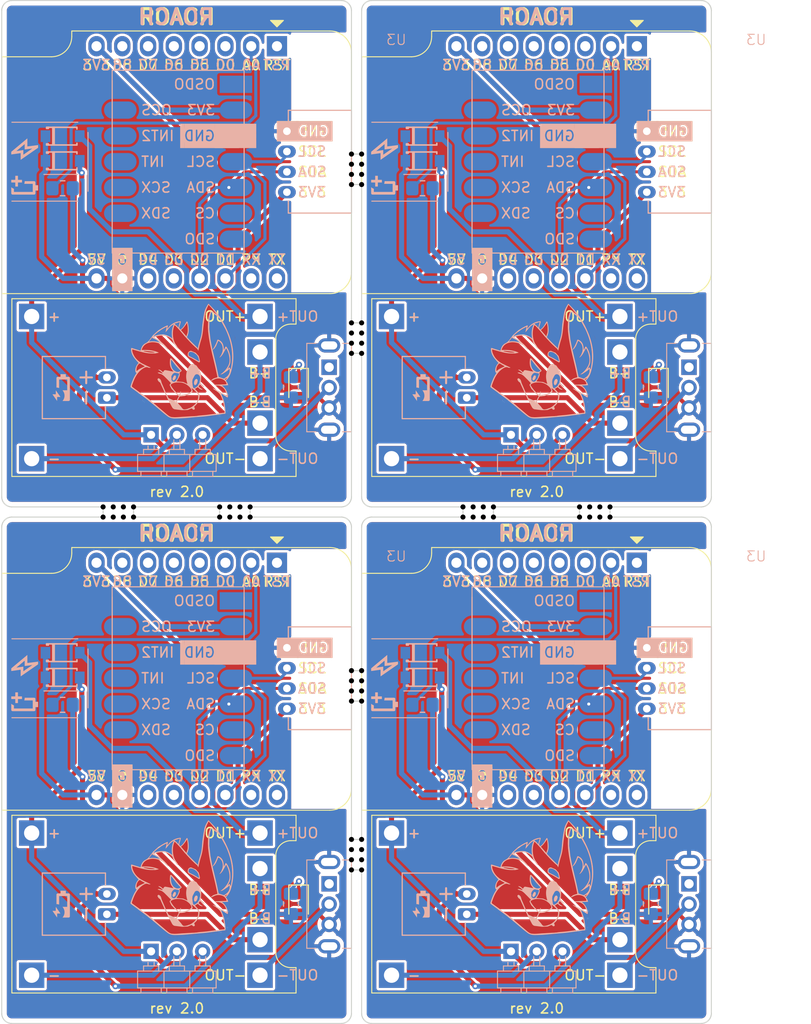
<source format=kicad_pcb>
(kicad_pcb (version 20241229) (generator "pcbnew") (generator_version "9.0")
  (layers (0 "F.Cu" signal) (2 "B.Cu" signal) (13 "F.Paste" user) (15 "B.Paste" user) (5 "F.SilkS" user "F.Silkscreen") (7 "B.SilkS" user "B.Silkscreen") (1 "F.Mask" user) (3 "B.Mask" user) (25 "Edge.Cuts" user))
  (net 0 "")
  (net 1 "Board_0-+3V3")
  (net 2 "Board_0-+5V")
  (net 3 "Board_0-/Batt+")
  (net 4 "Board_0-/Batt-")
  (net 5 "Board_0-/GIN")
  (net 6 "Board_0-/LED_PWR")
  (net 7 "Board_0-/OUT+")
  (net 8 "Board_0-/OUT-")
  (net 9 "Board_0-/SCL")
  (net 10 "Board_0-/SDA")
  (net 11 "Board_0-/Sense")
  (net 12 "Board_0-/VIN")
  (net 13 "Board_0-GND")
  (net 14 "Board_0-unconnected-(SW1-Pad1)")
  (net 15 "Board_0-unconnected-(U1-CS{slash}D8-Pad7)")
  (net 16 "Board_0-unconnected-(U1-D0-Pad3)")
  (net 17 "Board_0-unconnected-(U1-D3-Pad12)")
  (net 18 "Board_0-unconnected-(U1-D4-Pad11)")
  (net 19 "Board_0-unconnected-(U1-MISO{slash}D6-Pad5)")
  (net 20 "Board_0-unconnected-(U1-MOSI{slash}D7-Pad6)")
  (net 21 "Board_0-unconnected-(U1-RX-Pad15)")
  (net 22 "Board_0-unconnected-(U1-SCK{slash}D5-Pad4)")
  (net 23 "Board_0-unconnected-(U1-TX-Pad16)")
  (net 24 "Board_0-unconnected-(U1-~{RST}-Pad1)")
  (net 25 "Board_0-unconnected-(U3-CS-Pad6)")
  (net 26 "Board_0-unconnected-(U3-INT1-Pad10)")
  (net 27 "Board_0-unconnected-(U3-INT2-Pad9)")
  (net 28 "Board_0-unconnected-(U3-OCS-Pad8)")
  (net 29 "Board_0-unconnected-(U3-SAO-Pad7)")
  (net 30 "Board_0-unconnected-(U3-SCX-Pad11)")
  (net 31 "Board_0-unconnected-(U3-SDX-Pad12)")
  (net 32 "Board_0-unconnected-(U3-VIN-Pad1)")
  (net 33 "Board_1-+3V3")
  (net 34 "Board_1-+5V")
  (net 35 "Board_1-/Batt+")
  (net 36 "Board_1-/Batt-")
  (net 37 "Board_1-/GIN")
  (net 38 "Board_1-/LED_PWR")
  (net 39 "Board_1-/OUT+")
  (net 40 "Board_1-/OUT-")
  (net 41 "Board_1-/SCL")
  (net 42 "Board_1-/SDA")
  (net 43 "Board_1-/Sense")
  (net 44 "Board_1-/VIN")
  (net 45 "Board_1-GND")
  (net 46 "Board_1-unconnected-(SW1-Pad1)")
  (net 47 "Board_1-unconnected-(U1-CS{slash}D8-Pad7)")
  (net 48 "Board_1-unconnected-(U1-D0-Pad3)")
  (net 49 "Board_1-unconnected-(U1-D3-Pad12)")
  (net 50 "Board_1-unconnected-(U1-D4-Pad11)")
  (net 51 "Board_1-unconnected-(U1-MISO{slash}D6-Pad5)")
  (net 52 "Board_1-unconnected-(U1-MOSI{slash}D7-Pad6)")
  (net 53 "Board_1-unconnected-(U1-RX-Pad15)")
  (net 54 "Board_1-unconnected-(U1-SCK{slash}D5-Pad4)")
  (net 55 "Board_1-unconnected-(U1-TX-Pad16)")
  (net 56 "Board_1-unconnected-(U1-~{RST}-Pad1)")
  (net 57 "Board_1-unconnected-(U3-CS-Pad6)")
  (net 58 "Board_1-unconnected-(U3-INT1-Pad10)")
  (net 59 "Board_1-unconnected-(U3-INT2-Pad9)")
  (net 60 "Board_1-unconnected-(U3-OCS-Pad8)")
  (net 61 "Board_1-unconnected-(U3-SAO-Pad7)")
  (net 62 "Board_1-unconnected-(U3-SCX-Pad11)")
  (net 63 "Board_1-unconnected-(U3-SDX-Pad12)")
  (net 64 "Board_1-unconnected-(U3-VIN-Pad1)")
  (net 65 "Board_2-+3V3")
  (net 66 "Board_2-+5V")
  (net 67 "Board_2-/Batt+")
  (net 68 "Board_2-/Batt-")
  (net 69 "Board_2-/GIN")
  (net 70 "Board_2-/LED_PWR")
  (net 71 "Board_2-/OUT+")
  (net 72 "Board_2-/OUT-")
  (net 73 "Board_2-/SCL")
  (net 74 "Board_2-/SDA")
  (net 75 "Board_2-/Sense")
  (net 76 "Board_2-/VIN")
  (net 77 "Board_2-GND")
  (net 78 "Board_2-unconnected-(SW1-Pad1)")
  (net 79 "Board_2-unconnected-(U1-CS{slash}D8-Pad7)")
  (net 80 "Board_2-unconnected-(U1-D0-Pad3)")
  (net 81 "Board_2-unconnected-(U1-D3-Pad12)")
  (net 82 "Board_2-unconnected-(U1-D4-Pad11)")
  (net 83 "Board_2-unconnected-(U1-MISO{slash}D6-Pad5)")
  (net 84 "Board_2-unconnected-(U1-MOSI{slash}D7-Pad6)")
  (net 85 "Board_2-unconnected-(U1-RX-Pad15)")
  (net 86 "Board_2-unconnected-(U1-SCK{slash}D5-Pad4)")
  (net 87 "Board_2-unconnected-(U1-TX-Pad16)")
  (net 88 "Board_2-unconnected-(U1-~{RST}-Pad1)")
  (net 89 "Board_2-unconnected-(U3-CS-Pad6)")
  (net 90 "Board_2-unconnected-(U3-INT1-Pad10)")
  (net 91 "Board_2-unconnected-(U3-INT2-Pad9)")
  (net 92 "Board_2-unconnected-(U3-OCS-Pad8)")
  (net 93 "Board_2-unconnected-(U3-SAO-Pad7)")
  (net 94 "Board_2-unconnected-(U3-SCX-Pad11)")
  (net 95 "Board_2-unconnected-(U3-SDX-Pad12)")
  (net 96 "Board_2-unconnected-(U3-VIN-Pad1)")
  (net 97 "Board_3-+3V3")
  (net 98 "Board_3-+5V")
  (net 99 "Board_3-/Batt+")
  (net 100 "Board_3-/Batt-")
  (net 101 "Board_3-/GIN")
  (net 102 "Board_3-/LED_PWR")
  (net 103 "Board_3-/OUT+")
  (net 104 "Board_3-/OUT-")
  (net 105 "Board_3-/SCL")
  (net 106 "Board_3-/SDA")
  (net 107 "Board_3-/Sense")
  (net 108 "Board_3-/VIN")
  (net 109 "Board_3-GND")
  (net 110 "Board_3-unconnected-(SW1-Pad1)")
  (net 111 "Board_3-unconnected-(U1-CS{slash}D8-Pad7)")
  (net 112 "Board_3-unconnected-(U1-D0-Pad3)")
  (net 113 "Board_3-unconnected-(U1-D3-Pad12)")
  (net 114 "Board_3-unconnected-(U1-D4-Pad11)")
  (net 115 "Board_3-unconnected-(U1-MISO{slash}D6-Pad5)")
  (net 116 "Board_3-unconnected-(U1-MOSI{slash}D7-Pad6)")
  (net 117 "Board_3-unconnected-(U1-RX-Pad15)")
  (net 118 "Board_3-unconnected-(U1-SCK{slash}D5-Pad4)")
  (net 119 "Board_3-unconnected-(U1-TX-Pad16)")
  (net 120 "Board_3-unconnected-(U1-~{RST}-Pad1)")
  (net 121 "Board_3-unconnected-(U3-CS-Pad6)")
  (net 122 "Board_3-unconnected-(U3-INT1-Pad10)")
  (net 123 "Board_3-unconnected-(U3-INT2-Pad9)")
  (net 124 "Board_3-unconnected-(U3-OCS-Pad8)")
  (net 125 "Board_3-unconnected-(U3-SAO-Pad7)")
  (net 126 "Board_3-unconnected-(U3-SCX-Pad11)")
  (net 127 "Board_3-unconnected-(U3-SDX-Pad12)")
  (net 128 "Board_3-unconnected-(U3-VIN-Pad1)")
  (footprint "NPTH" (layer "F.Cu") (at 148 35.12)
    (property "Reference" "KiKit_MB_1_1" (hide yes))
    (property "Value" "NPTH" (hide yes))
  )
  (footprint "NPTH" (layer "F.Cu") (at 148 53.74)
    (property "Reference" "KiKit_MB_2_3" (hide yes))
    (property "Value" "NPTH" (hide yes))
  )
  (footprint "NPTH" (layer "F.Cu") (at 126.526667 70.86)
    (property "Reference" "KiKit_MB_11_4" (hide yes))
    (property "Value" "NPTH" (hide yes))
  )
  (footprint "NPTH" (layer "F.Cu") (at 138.013333 69.86)
    (property "Reference" "KiKit_MB_4_1" (hide yes))
    (property "Value" "NPTH" (hide yes))
  )
  (footprint "NPTH" (layer "F.Cu") (at 149 51.74)
    (property "Reference" "KiKit_MB_6_4" (hide yes))
    (property "Value" "NPTH" (hide yes))
  )
  (footprint "NPTH" (layer "F.Cu") (at 149 102.6)
    (property "Reference" "KiKit_MB_14_4" (hide yes))
    (property "Value" "NPTH" (hide yes))
  )
  (footprint "NPTH" (layer "F.Cu") (at 124.526667 69.86)
    (property "Reference" "KiKit_MB_3_3" (hide yes))
    (property "Value" "NPTH" (hide yes))
  )
  (footprint "NPTH" (layer "F.Cu") (at 148 86.98)
    (property "Reference" "KiKit_MB_9_2" (hide yes))
    (property "Value" "NPTH" (hide yes))
  )
  (footprint "NPTH" (layer "F.Cu") (at 149 37.12)
    (property "Reference" "KiKit_MB_5_2" (hide yes))
    (property "Value" "NPTH" (hide yes))
  )
  (footprint "NPTH" (layer "F.Cu") (at 158.986666 70.86)
    (property "Reference" "KiKit_MB_15_1" (hide yes))
    (property "Value" "NPTH" (hide yes))
  )
  (footprint "NPTH" (layer "F.Cu") (at 148 87.98)
    (property "Reference" "KiKit_MB_9_3" (hide yes))
    (property "Value" "NPTH" (hide yes))
  )
  (footprint "custom:TP4056_both_sides_1" (layer "F.Cu") (at 114.54 100.22)
    (property "Reference" "U2" (hide yes))
    (property "Value" "TP4056_Board" (hide yes))
  )
  (footprint "NPTH" (layer "F.Cu") (at 149 53.74)
    (property "Reference" "KiKit_MB_6_2" (hide yes))
    (property "Value" "NPTH" (hide yes))
  )
  (footprint "LED_SMD:LED_0805_2012Metric_Pad1.15x1.40mm_HandSolder" (layer "F.Cu") (at 178.25 108.9475 -90)
    (property "Reference" "D3" (hide yes))
    (property "Value" "D" (hide yes))
  )
  (footprint "NPTH" (layer "F.Cu") (at 148 36.12)
    (property "Reference" "KiKit_MB_1_2" (hide yes))
    (property "Value" "NPTH" (hide yes))
  )
  (footprint "NPTH" (layer "F.Cu") (at 149 104.6)
    (property "Reference" "KiKit_MB_14_2" (hide yes))
    (property "Value" "NPTH" (hide yes))
  )
  (footprint "NPTH" (layer "F.Cu") (at 149 38.12)
    (property "Reference" "KiKit_MB_5_1" (hide yes))
    (property "Value" "NPTH" (hide yes))
  )
  (footprint "NPTH" (layer "F.Cu") (at 123.526667 70.86)
    (property "Reference" "KiKit_MB_11_1" (hide yes))
    (property "Value" "NPTH" (hide yes))
  )
  (footprint "NPTH" (layer "F.Cu") (at 149 36.12)
    (property "Reference" "KiKit_MB_5_3" (hide yes))
    (property "Value" "NPTH" (hide yes))
  )
  (footprint "NPTH" (layer "F.Cu") (at 148 52.74)
    (property "Reference" "KiKit_MB_2_2" (hide yes))
    (property "Value" "NPTH" (hide yes))
  )
  (footprint "NPTH" (layer "F.Cu") (at 160.986666 70.86)
    (property "Reference" "KiKit_MB_15_3" (hide yes))
    (property "Value" "NPTH" (hide yes))
  )
  (footprint "NPTH" (layer "F.Cu") (at 158.986666 69.86)
    (property "Reference" "KiKit_MB_7_4" (hide yes))
    (property "Value" "NPTH" (hide yes))
  )
  (footprint "NPTH" (layer "F.Cu") (at 149 88.98)
    (property "Reference" "KiKit_MB_13_1" (hide yes))
    (property "Value" "NPTH" (hide yes))
  )
  (footprint "NPTH" (layer "F.Cu") (at 148 104.6)
    (property "Reference" "KiKit_MB_10_3" (hide yes))
    (property "Value" "NPTH" (hide yes))
  )
  (footprint "NPTH" (layer "F.Cu") (at 149 52.74)
    (property "Reference" "KiKit_MB_6_3" (hide yes))
    (property "Value" "NPTH" (hide yes))
  )
  (footprint "NPTH" (layer "F.Cu") (at 148 88.98)
    (property "Reference" "KiKit_MB_9_4" (hide yes))
    (property "Value" "NPTH" (hide yes))
  )
  (footprint "NPTH" (layer "F.Cu") (at 137.013333 69.86)
    (property "Reference" "KiKit_MB_4_2" (hide yes))
    (property "Value" "NPTH" (hide yes))
  )
  (footprint "NPTH" (layer "F.Cu") (at 125.526667 70.86)
    (property "Reference" "KiKit_MB_11_3" (hide yes))
    (property "Value" "NPTH" (hide yes))
  )
  (footprint "custom:TP4056_both_sides_1" (layer "F.Cu") (at 114.54 49.36)
    (property "Reference" "U2" (hide yes))
    (property "Value" "TP4056_Board" (hide yes))
  )
  (footprint "NPTH" (layer "F.Cu") (at 148 37.12)
    (property "Reference" "KiKit_MB_1_3" (hide yes))
    (property "Value" "NPTH" (hide yes))
  )
  (footprint "custom:TP4056_both_sides_1" (layer "F.Cu") (at 150 49.36)
    (property "Reference" "U2" (hide yes))
    (property "Value" "TP4056_Board" (hide yes))
  )
  (footprint "NPTH" (layer "F.Cu") (at 159.986666 70.86)
    (property "Reference" "KiKit_MB_15_2" (hide yes))
    (property "Value" "NPTH" (hide yes))
  )
  (footprint "NPTH" (layer "F.Cu") (at 148 105.6)
    (property "Reference" "KiKit_MB_10_4" (hide yes))
    (property "Value" "NPTH" (hide yes))
  )
  (footprint "NPTH" (layer "F.Cu") (at 135.013333 69.86)
    (property "Reference" "KiKit_MB_4_4" (hide yes))
    (property "Value" "NPTH" (hide yes))
  )
  (footprint "NPTH" (layer "F.Cu") (at 161.986666 69.86)
    (property "Reference" "KiKit_MB_7_1" (hide yes))
    (property "Value" "NPTH" (hide yes))
  )
  (footprint "NPTH" (layer "F.Cu") (at 149 35.12)
    (property "Reference" "KiKit_MB_5_4" (hide yes))
    (property "Value" "NPTH" (hide yes))
  )
  (footprint "NPTH" (layer "F.Cu") (at 136.013333 70.86)
    (property "Reference" "KiKit_MB_12_2" (hide yes))
    (property "Value" "NPTH" (hide yes))
  )
  (footprint "NPTH" (layer "F.Cu") (at 161.986666 70.86)
    (property "Reference" "KiKit_MB_15_4" (hide yes))
    (property "Value" "NPTH" (hide yes))
  )
  (footprint "LED_SMD:LED_0805_2012Metric_Pad1.15x1.40mm_HandSolder" (layer "F.Cu") (at 142.79 58.0875 -90)
    (property "Reference" "D3" (hide yes))
    (property "Value" "D" (hide yes))
  )
  (footprint "NPTH" (layer "F.Cu") (at 170.473333 69.86)
    (property "Reference" "KiKit_MB_8_4" (hide yes))
    (property "Value" "NPTH" (hide yes))
  )
  (footprint "NPTH" (layer "F.Cu") (at 149 105.6)
    (property "Reference" "KiKit_MB_14_1" (hide yes))
    (property "Value" "NPTH" (hide yes))
  )
  (footprint "NPTH" (layer "F.Cu") (at 171.473333 69.86)
    (property "Reference" "KiKit_MB_8_3" (hide yes))
    (property "Value" "NPTH" (hide yes))
  )
  (footprint "NPTH" (layer "F.Cu") (at 138.013333 70.86)
    (property "Reference" "KiKit_MB_12_4" (hide yes))
    (property "Value" "NPTH" (hide yes))
  )
  (footprint "NPTH" (layer "F.Cu") (at 148 54.74)
    (property "Reference" "KiKit_MB_2_4" (hide yes))
    (property "Value" "NPTH" (hide yes))
  )
  (footprint "NPTH" (layer "F.Cu") (at 125.526667 69.86)
    (property "Reference" "KiKit_MB_3_2" (hide yes))
    (property "Value" "NPTH" (hide yes))
  )
  (footprint "NPTH" (layer "F.Cu") (at 149 54.74)
    (property "Reference" "KiKit_MB_6_1" (hide yes))
    (property "Value" "NPTH" (hide yes))
  )
  (footprint "LED_SMD:LED_0805_2012Metric_Pad1.15x1.40mm_HandSolder" (layer "F.Cu") (at 178.25 58.0875 -90)
    (property "Reference" "D3" (hide yes))
    (property "Value" "D" (hide yes))
  )
  (footprint "custom:WEMOS_D1_mini_light_labeled_both_sides_1" (layer "F.Cu") (at 140.16 24.5 -90)
    (property "Reference" "U1" (hide yes))
    (property "Value" "WeMos_D1_mini" (hide yes))
  )
  (footprint "NPTH" (layer "F.Cu") (at 135.013333 70.86)
    (property "Reference" "KiKit_MB_12_1" (hide yes))
    (property "Value" "NPTH" (hide yes))
  )
  (footprint "NPTH" (layer "F.Cu") (at 136.013333 69.86)
    (property "Reference" "KiKit_MB_4_3" (hide yes))
    (property "Value" "NPTH" (hide yes))
  )
  (footprint "NPTH" (layer "F.Cu") (at 149 87.98)
    (property "Reference" "KiKit_MB_13_2" (hide yes))
    (property "Value" "NPTH" (hide yes))
  )
  (footprint "NPTH" (layer "F.Cu") (at 126.526667 69.86)
    (property "Reference" "KiKit_MB_3_1" (hide yes))
    (property "Value" "NPTH" (hide yes))
  )
  (footprint "custom:WEMOS_D1_mini_light_labeled_both_sides_1" (layer "F.Cu") (at 175.62 24.5 -90)
    (property "Reference" "U1" (hide yes))
    (property "Value" "WeMos_D1_mini" (hide yes))
  )
  (footprint "custom:WEMOS_D1_mini_light_labeled_both_sides_1" (layer "F.Cu") (at 175.62 75.36 -90)
    (property "Reference" "U1" (hide yes))
    (property "Value" "WeMos_D1_mini" (hide yes))
  )
  (footprint "NPTH" (layer "F.Cu") (at 148 38.12)
    (property "Reference" "KiKit_MB_1_4" (hide yes))
    (property "Value" "NPTH" (hide yes))
  )
  (footprint "NPTH" (layer "F.Cu") (at 159.986666 69.86)
    (property "Reference" "KiKit_MB_7_3" (hide yes))
    (property "Value" "NPTH" (hide yes))
  )
  (footprint "NPTH" (layer "F.Cu") (at 170.473333 70.86)
    (property "Reference" "KiKit_MB_16_1" (hide yes))
    (property "Value" "NPTH" (hide yes))
  )
  (footprint "NPTH" (layer "F.Cu") (at 173.473333 70.86)
    (property "Reference" "KiKit_MB_16_4" (hide yes))
    (property "Value" "NPTH" (hide yes))
  )
  (footprint "NPTH" (layer "F.Cu") (at 137.013333 70.86)
    (property "Reference" "KiKit_MB_12_3" (hide yes))
    (property "Value" "NPTH" (hide yes))
  )
  (footprint "LED_SMD:LED_0805_2012Metric_Pad1.15x1.40mm_HandSolder" (layer "F.Cu") (at 142.79 108.9475 -90)
    (property "Reference" "D3" (hide yes))
    (property "Value" "D" (hide yes))
  )
  (footprint "NPTH" (layer "F.Cu") (at 124.526667 70.86)
    (property "Reference" "KiKit_MB_11_2" (hide yes))
    (property "Value" "NPTH" (hide yes))
  )
  (footprint "NPTH" (layer "F.Cu") (at 160.986666 69.86)
    (property "Reference" "KiKit_MB_7_2" (hide yes))
    (property "Value" "NPTH" (hide yes))
  )
  (footprint "NPTH" (layer "F.Cu") (at 173.473333 69.86)
    (property "Reference" "KiKit_MB_8_1" (hide yes))
    (property "Value" "NPTH" (hide yes))
  )
  (footprint "NPTH" (layer "F.Cu") (at 171.473333 70.86)
    (property "Reference" "KiKit_MB_16_2" (hide yes))
    (property "Value" "NPTH" (hide yes))
  )
  (footprint "NPTH" (layer "F.Cu") (at 149 103.6)
    (property "Reference" "KiKit_MB_14_3" (hide yes))
    (property "Value" "NPTH" (hide yes))
  )
  (footprint "custom:WEMOS_D1_mini_light_labeled_both_sides_1" (layer "F.Cu") (at 140.16 75.36 -90)
    (property "Reference" "U1" (hide yes))
    (property "Value" "WeMos_D1_mini" (hide yes))
  )
  (footprint "NPTH" (layer "F.Cu") (at 149 85.98)
    (property "Reference" "KiKit_MB_13_4" (hide yes))
    (property "Value" "NPTH" (hide yes))
  )
  (footprint "NPTH" (layer "F.Cu") (at 148 103.6)
    (property "Reference" "KiKit_MB_10_2" (hide yes))
    (property "Value" "NPTH" (hide yes))
  )
  (footprint "NPTH" (layer "F.Cu") (at 148 85.98)
    (property "Reference" "KiKit_MB_9_1" (hide yes))
    (property "Value" "NPTH" (hide yes))
  )
  (footprint "custom:TP4056_both_sides_1" (layer "F.Cu") (at 150 100.22)
    (property "Reference" "U2" (hide yes))
    (property "Value" "TP4056_Board" (hide yes))
  )
  (footprint "NPTH" (layer "F.Cu") (at 123.526667 69.86)
    (property "Reference" "KiKit_MB_3_4" (hide yes))
    (property "Value" "NPTH" (hide yes))
  )
  (footprint "NPTH" (layer "F.Cu") (at 149 86.98)
    (property "Reference" "KiKit_MB_13_3" (hide yes))
    (property "Value" "NPTH" (hide yes))
  )
  (footprint "NPTH" (layer "F.Cu") (at 148 51.74)
    (property "Reference" "KiKit_MB_2_1" (hide yes))
    (property "Value" "NPTH" (hide yes))
  )
  (footprint "NPTH" (layer "F.Cu") (at 172.473333 70.86)
    (property "Reference" "KiKit_MB_16_3" (hide yes))
    (property "Value" "NPTH" (hide yes))
  )
  (footprint "NPTH" (layer "F.Cu") (at 148 102.6)
    (property "Reference" "KiKit_MB_10_1" (hide yes))
    (property "Value" "NPTH" (hide yes))
  )
  (footprint "NPTH" (layer "F.Cu") (at 172.473333 69.86)
    (property "Reference" "KiKit_MB_8_2" (hide yes))
    (property "Value" "NPTH" (hide yes))
  )
  (footprint "Connector_JST:JST_PH_S2B-PH-K_1x02_P2.00mm_Horizontal" (layer "B.Cu") (at 123.9 59.11 90)
    (property "Reference" "BT1" (hide yes))
    (property "Value" "Battery_Cell" (hide yes))
  )
  (footprint "custom:SOD-123_L2.8-W1.8-LS3.7-RD_custom" (layer "B.Cu") (at 155 35.785)
    (property "Reference" "D1" (hide yes))
    (property "Value" "B5817W_C8597" (hide yes))
  )
  (footprint "custom:SOD-123_L2.8-W1.8-LS3.7-RD_custom" (layer "B.Cu") (at 119.54 86.645)
    (property "Reference" "D1" (hide yes))
    (property "Value" "B5817W_C8597" (hide yes))
  )
  (footprint "custom:SW-TH_SK12D07VG4_custom" (layer "B.Cu") (at 181.26 58.11 -90)
    (property "Reference" "SW1" (hide yes))
    (property "Value" "SK12D07VG4" (hide yes))
  )
  (footprint "Resistor_SMD:R_0805_2012Metric_Pad1.20x1.40mm_HandSolder" (layer "B.Cu") (at 177.5 58.09 90)
    (property "Reference" "R3" (hide yes))
    (property "Value" "R" (hide yes))
  )
  (footprint "Connector_JST:JST_PH_S2B-PH-K_1x02_P2.00mm_Horizontal" (layer "B.Cu") (at 159.36 59.11 90)
    (property "Reference" "BT1" (hide yes))
    (property "Value" "Battery_Cell" (hide yes))
  )
  (footprint "custom:SOD-123_L2.8-W1.8-LS3.7-RD_custom" (layer "B.Cu") (at 155 86.645)
    (property "Reference" "D1" (hide yes))
    (property "Value" "B5817W_C8597" (hide yes))
  )
  (footprint "Resistor_SMD:R_0805_2012Metric_Pad1.20x1.40mm_HandSolder" (layer "B.Cu") (at 119.54 38.485)
    (property "Reference" "R1" (hide yes))
    (property "Value" "R" (hide yes))
  )
  (footprint "custom:JST_PH_S4B-PH-K_1x04_P2.00mm_Horizontal_labelled_1" (layer "B.Cu") (at 177.1 32.87 -90)
    (property "Reference" "J1" (hide yes))
    (property "Value" "Conn_01x04_Pin" (hide yes))
  )
  (footprint "custom:SW-TH_SK12D07VG4_custom" (layer "B.Cu") (at 181.26 108.97 -90)
    (property "Reference" "SW1" (hide yes))
    (property "Value" "SK12D07VG4" (hide yes))
  )
  (footprint "custom:LSM6DSR _Board" (layer "B.Cu") (at 137.42 26.87 180)
    (property "Reference" "U3")
    (property "Value" "BMI160_Board")
  )
  (footprint "custom:SOD-123_L2.8-W1.8-LS3.7-RD_custom" (layer "B.Cu") (at 119.54 84.215)
    (property "Reference" "D2" (hide yes))
    (property "Value" "B5817W_C8597" (hide yes))
  )
  (footprint "custom:pogo_3_pin_right_angle" (layer "B.Cu") (at 163.7175 62.76 -90)
    (property "Reference" "J3" (hide yes))
    (property "Value" "Conn_01x03_Pin" (hide yes))
  )
  (footprint "custom:LSM6DSR _Board" (layer "B.Cu") (at 137.42 77.73 180)
    (property "Reference" "U3")
    (property "Value" "BMI160_Board")
  )
  (footprint "Resistor_SMD:R_0805_2012Metric_Pad1.20x1.40mm_HandSolder" (layer "B.Cu") (at 142.04 58.09 90)
    (property "Reference" "R3" (hide yes))
    (property "Value" "R" (hide yes))
  )
  (footprint "custom:pogo_3_pin_right_angle" (layer "B.Cu") (at 128.2575 113.62 -90)
    (property "Reference" "J3" (hide yes))
    (property "Value" "Conn_01x03_Pin" (hide yes))
  )
  (footprint "custom:LSM6DSR _Board" (layer "B.Cu") (at 172.88 77.73 180)
    (property "Reference" "U3")
    (property "Value" "BMI160_Board")
  )
  (footprint "custom:JST_PH_S4B-PH-K_1x04_P2.00mm_Horizontal_labelled_1" (layer "B.Cu") (at 141.64 32.87 -90)
    (property "Reference" "J1" (hide yes))
    (property "Value" "Conn_01x04_Pin" (hide yes))
  )
  (footprint "custom:JST_PH_S4B-PH-K_1x04_P2.00mm_Horizontal_labelled_1" (layer "B.Cu") (at 177.1 83.73 -90)
    (property "Reference" "J1" (hide yes))
    (property "Value" "Conn_01x04_Pin" (hide yes))
  )
  (footprint "custom:pogo_3_pin_right_angle" (layer "B.Cu") (at 128.2575 62.76 -90)
    (property "Reference" "J3" (hide yes))
    (property "Value" "Conn_01x03_Pin" (hide yes))
  )
  (footprint "Resistor_SMD:R_0805_2012Metric_Pad1.20x1.40mm_HandSolder" (layer "B.Cu") (at 155 89.345)
    (property "Reference" "R1" (hide yes))
    (property "Value" "R" (hide yes))
  )
  (footprint "Connector_JST:JST_PH_S2B-PH-K_1x02_P2.00mm_Horizontal" (layer "B.Cu") (at 159.36 109.97 90)
    (property "Reference" "BT1" (hide yes))
    (property "Value" "Battery_Cell" (hide yes))
  )
  (footprint "custom:SOD-123_L2.8-W1.8-LS3.7-RD_custom" (layer "B.Cu") (at 155 33.355)
    (property "Reference" "D2" (hide yes))
    (property "Value" "B5817W_C8597" (hide yes))
  )
  (footprint "custom:SOD-123_L2.8-W1.8-LS3.7-RD_custom" (layer "B.Cu") (at 119.54 35.785)
    (property "Reference" "D1" (hide yes))
    (property "Value" "B5817W_C8597" (hide yes))
  )
  (footprint "custom:LSM6DSR _Board" (layer "B.Cu") (at 172.88 26.87 180)
    (property "Reference" "U3")
    (property "Value" "BMI160_Board")
  )
  (footprint "Connector_JST:JST_PH_S2B-PH-K_1x02_P2.00mm_Horizontal" (layer "B.Cu") (at 123.9 109.97 90)
    (property "Reference" "BT1" (hide yes))
    (property "Value" "Battery_Cell" (hide yes))
  )
  (footprint "custom:JST_PH_S4B-PH-K_1x04_P2.00mm_Horizontal_labelled_1" (layer "B.Cu") (at 141.64 83.73 -90)
    (property "Reference" "J1" (hide yes))
    (property "Value" "Conn_01x04_Pin" (hide yes))
  )
  (footprint "Resistor_SMD:R_0805_2012Metric_Pad1.20x1.40mm_HandSolder" (layer "B.Cu") (at 142.04 108.95 90)
    (property "Reference" "R3" (hide yes))
    (property "Value" "R" (hide yes))
  )
  (footprint "custom:pogo_3_pin_right_angle" (layer "B.Cu") (at 163.7175 113.62 -90)
    (property "Reference" "J3" (hide yes))
    (property "Value" "Conn_01x03_Pin" (hide yes))
  )
  (footprint "Resistor_SMD:R_0805_2012Metric_Pad1.20x1.40mm_HandSolder" (layer "B.Cu") (at 119.54 89.345)
    (property "Reference" "R1" (hide yes))
    (property "Value" "R" (hide yes))
  )
  (footprint "Resistor_SMD:R_0805_2012Metric_Pad1.20x1.40mm_HandSolder" (layer "B.Cu") (at 155 38.485)
    (property "Reference" "R1" (hide yes))
    (property "Value" "R" (hide yes))
  )
  (footprint "Resistor_SMD:R_0805_2012Metric_Pad1.20x1.40mm_HandSolder" (layer "B.Cu") (at 177.5 108.95 90)
    (property "Reference" "R3" (hide yes))
    (property "Value" "R" (hide yes))
  )
  (footprint "custom:SW-TH_SK12D07VG4_custom" (layer "B.Cu") (at 145.8 108.97 -90)
    (property "Reference" "SW1" (hide yes))
    (property "Value" "SK12D07VG4" (hide yes))
  )
  (footprint "custom:SOD-123_L2.8-W1.8-LS3.7-RD_custom" (layer "B.Cu") (at 119.54 33.355)
    (property "Reference" "D2" (hide yes))
    (property "Value" "B5817W_C8597" (hide yes))
  )
  (footprint "custom:SOD-123_L2.8-W1.8-LS3.7-RD_custom" (layer "B.Cu") (at 155 84.215)
    (property "Reference" "D2" (hide yes))
    (property "Value" "B5817W_C8597" (hide yes))
  )
  (footprint "custom:SW-TH_SK12D07VG4_custom" (layer "B.Cu") (at 145.8 58.11 -90)
    (property "Reference" "SW1" (hide yes))
    (property "Value" "SK12D07VG4" (hide yes))
  )
  (gr_line (start 147.38 53.55) (end 147.38 54.3) (stroke (width 0.25)) (layer "F.Cu"))
  (gr_line (start 147.38 104.41) (end 147.38 105.16) (stroke (width 0.25)) (layer "F.Cu"))
  (gr_line (start 182.84 53.55) (end 182.84 54.3) (stroke (width 0.25)) (layer "F.Cu"))
  (gr_line (start 147.38 61.9) (end 147.38 62.65) (stroke (width 0.25)) (layer "F.Cu"))
  (gr_line (start 147.38 112.76) (end 147.38 113.51) (stroke (width 0.25)) (layer "F.Cu"))
  (gr_line (start 182.84 112.76) (end 182.84 113.51) (stroke (width 0.25)) (layer "F.Cu"))
  (gr_line (start 182.84 104.41) (end 182.84 105.16) (stroke (width 0.25)) (layer "F.Cu"))
  (gr_line (start 182.84 61.9) (end 182.84 62.65) (stroke (width 0.25)) (layer "F.Cu"))
  (gr_poly (pts (xy 130.427483 51.911393) (xy 130.363552 51.951446) (xy 130.332727 51.971892) (xy 130.302661 51.992682) (xy 130.273346 52.013866) (xy 130.244779 52.03549) (xy 130.216956 52.057605) (xy 130.189876 52.08026) (xy 130.16353 52.103504) (xy 130.137916 52.127385) (xy 130.113029 52.151951) (xy 130.088871 52.17725) (xy 130.06543 52.203332) (xy 130.042705 52.230248) (xy 129.868779 52.445771) (xy 129.82362 52.499773) (xy 129.776928 52.553519) (xy 129.728272 52.606853) (xy 129.703071 52.63332) (xy 129.677222 52.659624) (xy 129.79645 52.124444) (xy 129.60925 52.217189) (xy 129.517942 52.265572) (xy 129.428143 52.315459) (xy 129.339841 52.366983) (xy 129.253016 52.420261) (xy 129.167662 52.475421) (xy 129.08376 52.532584) (xy 129.001294 52.591882) (xy 128.920258 52.653434) (xy 128.840629 52.717364) (xy 128.762393 52.783804) (xy 128.685541 52.852872) (xy 128.610056 52.924692) (xy 128.535922 52.999392) (xy 128.463127 53.0771) (xy 129.229333 52.963079) (xy 129.228753 52.962056) (xy 129.231328 52.961445) (xy 129.245133 52.961368) (xy 129.301588 52.965077) (xy 129.483751 52.982361) (xy 129.756024 53.011555) (xy 130.327501 53.256326) (xy 130.331779 53.241035) (xy 130.314793 53.107059) (xy 130.302833 52.973803) (xy 130.29899 52.907441) (xy 130.296708 52.841254) (xy 130.296084 52.775242) (xy 130.297221 52.7094) (xy 130.300218 52.64373) (xy 130.305175 52.578228) (xy 130.312195 52.512893) (xy 130.321376 52.447724) (xy 130.332823 52.382721) (xy 130.346632 52.317878) (xy 130.362902 52.253198) (xy 130.381739 52.188675) (xy 130.393456 52.152338) (xy 130.405861 52.115838) (xy 130.432713 52.040823) (xy 130.494489 51.872133)) (fill yes) (layer "B.Cu"))
  (gr_poly (pts (xy 163.916003 53.080734) (xy 163.913773 53.083255) (xy 163.911704 53.085548) (xy 163.909782 53.087627) (xy 163.907997 53.089509) (xy 163.906336 53.091209) (xy 163.904791 53.092749) (xy 163.903346 53.094141) (xy 163.901996 53.0954) (xy 163.900725 53.096548) (xy 163.899519 53.097595) (xy 163.898375 53.098561) (xy 163.896206 53.100316) (xy 163.894136 53.101942) (xy 163.89257 53.104536) (xy 163.891067 53.106903) (xy 163.889622 53.109058) (xy 163.88823 53.111017) (xy 163.886886 53.112796) (xy 163.88559 53.114407) (xy 163.884332 53.115869) (xy 163.883111 53.117194) (xy 163.881923 53.118398) (xy 163.880764 53.119498) (xy 163.879632 53.120509) (xy 163.878516 53.121441) (xy 163.877419 53.122317) (xy 163.876334 53.123144) (xy 163.874185 53.12473) (xy 163.872742 53.127317) (xy 163.871341 53.129668) (xy 163.86997 53.131795) (xy 163.868635 53.133717) (xy 163.867329 53.135449) (xy 163.866049 53.137007) (xy 163.864799 53.138406) (xy 163.863566 53.139664) (xy 163.862357 53.140794) (xy 163.861164 53.141814) (xy 163.859986 53.142738) (xy 163.858821 53.143586) (xy 163.857664 53.144367) (xy 163.856519 53.145105) (xy 163.854234 53.146498) (xy 163.771338 53.251307) (xy 163.689136 53.353065) (xy 163.525878 53.551502) (xy 163.539218 53.578883) (xy 163.606322 53.568633) (xy 163.673185 53.560739) (xy 163.739819 53.555155) (xy 163.806232 53.551838) (xy 163.872428 53.550743) (xy 163.938421 53.551829) (xy 164.004216 53.55505) (xy 164.069826 53.560367) (xy 164.135256 53.567728) (xy 164.200513 53.577098) (xy 164.26561 53.58843) (xy 164.330553 53.601682) (xy 164.395349 53.616806) (xy 164.460007 53.633762) (xy 164.52454 53.652508) (xy 164.588951 53.672997) (xy 164.515575 53.607866) (xy 164.44093 53.545233) (xy 164.402945 53.515144) (xy 164.364424 53.486033) (xy 164.325288 53.458015) (xy 164.285468 53.431206) (xy 164.244889 53.405726) (xy 164.203476 53.38169) (xy 164.16116 53.359218) (xy 164.11786 53.338425) (xy 164.073509 53.319426) (xy 164.02803 53.302346) (xy 163.981352 53.287294) (xy 163.933397 53.274392) (xy 163.912271 53.269044) (xy 163.902356 53.266192) (xy 163.892983 53.263102) (xy 163.884239 53.259678) (xy 163.880127 53.257812) (xy 163.876202 53.255831) (xy 163.872475 53.253717) (xy 163.868962 53.251464) (xy 163.865662 53.249056) (xy 163.862596 53.246487) (xy 163.859768 53.243742) (xy 163.857193 53.240808) (xy 163.854877 53.237677) (xy 163.85283 53.234335) (xy 163.851068 53.230772) (xy 163.849596 53.226977) (xy 163.848429 53.222935) (xy 163.847574 53.218639) (xy 163.847043 53.214072) (xy 163.846846 53.20923) (xy 163.846992 53.204092) (xy 163.847497 53.198656) (xy 163.848364 53.192904) (xy 163.849606 53.186826) (xy 163.851236 53.18041) (xy 163.853263 53.173647) (xy 163.853701 53.171809) (xy 163.854155 53.170073) (xy 163.854626 53.168433) (xy 163.855112 53.166889) (xy 163.855612 53.165434) (xy 163.856125 53.164069) (xy 163.856653 53.162788) (xy 163.857193 53.161588) (xy 163.857744 53.160467) (xy 163.85831 53.159422) (xy 163.858885 53.158446) (xy 163.85947 53.157541) (xy 163.860069 53.1567) (xy 163.860676 53.155921) (xy 163.861291 53.155201) (xy 163.861915 53.154537) (xy 163.862549 53.153924) (xy 163.863188 53.153359) (xy 163.863836 53.15284) (xy 163.86449 53.152365) (xy 163.865152 53.151927) (xy 163.865818 53.151526) (xy 163.867168 53.150819) (xy 163.868532 53.150215) (xy 163.869907 53.149687) (xy 163.872682 53.148765) (xy 163.873369 53.147462) (xy 163.874054 53.146234) (xy 163.874743 53.145076) (xy 163.875428 53.143985) (xy 163.876114 53.142963) (xy 163.876801 53.142004) (xy 163.877488 53.141106) (xy 163.878175 53.140268) (xy 163.87886 53.139487) (xy 163.879545 53.13876) (xy 163.880232 53.138085) (xy 163.880917 53.137459) (xy 163.881604 53.136881) (xy 163.882289 53.13635) (xy 163.882973 53.135861) (xy 163.88366 53.135409) (xy 163.884345 53.134998) (xy 163.885031 53.134623) (xy 163.886401 53.133966) (xy 163.887772 53.133424) (xy 163.889141 53.132978) (xy 163.890511 53.132608) (xy 163.891884 53.132292) (xy 163.894623 53.131761) (xy 163.897156 53.129752) (xy 163.899508 53.127918) (xy 163.903708 53.124698) (xy 163.910387 53.119682) (xy 163.913033 53.117658) (xy 163.914217 53.116715) (xy 163.915327 53.115803) (xy 163.916372 53.114903) (xy 163.917359 53.114006) (xy 163.918302 53.11309) (xy 163.919208 53.11215) (xy 163.923392 53.106944) (xy 163.927032 53.102354) (xy 163.930209 53.098293) (xy 163.932998 53.094673) (xy 163.937731 53.088395) (xy 163.941849 53.082817) (xy 163.918405 53.077967)) (fill yes) (layer "B.Cu"))
  (gr_poly (pts (xy 132.133106 105.458346) (xy 132.112807 105.459723) (xy 132.103281 105.460815) (xy 132.094157 105.462181) (xy 132.085424 105.463834) (xy 132.077071 105.465782) (xy 132.069085 105.468027) (xy 132.061457 105.470581) (xy 132.054173 105.47345) (xy 132.047223 105.476639) (xy 132.040598 105.480158) (xy 132.034281 105.484014) (xy 132.028267 105.488214) (xy 132.022544 105.492768) (xy 132.017094 105.497678) (xy 132.011912 105.502956) (xy 132.006988 105.508604) (xy 132.002309 105.514638) (xy 131.997858 105.521056) (xy 131.993631 105.527871) (xy 131.989616 105.535093) (xy 131.985798 105.542719) (xy 131.982168 105.550768) (xy 131.978714 105.559239) (xy 131.972296 105.577488) (xy 131.966445 105.597524) (xy 131.961077 105.61941) (xy 131.958384 105.631962) (xy 131.95604 105.644234) (xy 131.954048 105.656232) (xy 131.952409 105.667955) (xy 131.951126 105.679406) (xy 131.9502 105.690586) (xy 131.949634 105.701496) (xy 131.949424 105.712138) (xy 131.949576 105.722517) (xy 131.950094 105.732628) (xy 131.950971 105.74248) (xy 131.952217 105.752071) (xy 131.953828 105.761399) (xy 131.955811 105.770471) (xy 131.958164 105.779288) (xy 131.960884 105.787853) (xy 131.963981 105.796163) (xy 131.967453 105.80422) (xy 131.971301 105.81203) (xy 131.975526 105.819593) (xy 131.980132 105.82691) (xy 131.985116 105.83398) (xy 131.990484 105.840812) (xy 131.996236 105.8474) (xy 132.002373 105.853751) (xy 132.008897 105.859863) (xy 132.01581 105.865741) (xy 132.023111 105.871386) (xy 132.030804 105.876794) (xy 132.03889 105.881974) (xy 132.047371 105.886925) (xy 132.056249 105.89165) (xy 132.147972 105.93757) (xy 132.240107 105.982686) (xy 132.424698 106.072292) (xy 132.557084 106.147262) (xy 132.685259 106.221504) (xy 132.934591 106.368757) (xy 132.939686 106.369156) (xy 132.944697 106.369411) (xy 132.949584 106.369538) (xy 132.954322 106.369553) (xy 132.958874 106.369462) (xy 132.963204 106.369284) (xy 132.967279 106.369038) (xy 132.971067 106.368729) (xy 132.974532 106.368378) (xy 132.977643 106.367997) (xy 132.980364 106.367602) (xy 132.982661 106.367202) (xy 132.984502 106.366818) (xy 132.985851 106.366459) (xy 132.986676 106.36614) (xy 132.986882 106.366001) (xy 132.986942 106.365877) (xy 132.980411 106.315149) (xy 132.972701 106.264986) (xy 132.963649 106.21546) (xy 132.953083 106.166654) (xy 132.940849 106.118648) (xy 132.926777 106.071526) (xy 132.910704 106.025367) (xy 132.892462 105.980249) (xy 132.871893 105.936261) (xy 132.848831 105.893478) (xy 132.823104 105.851979) (xy 132.794557 105.81185) (xy 132.763021 105.773169) (xy 132.746082 105.754399) (xy 132.728331 105.73602) (xy 132.709757 105.718046) (xy 132.690327 105.700482) (xy 132.67003 105.683343) (xy 132.648842 105.666637) (xy 132.635704 105.657548) (xy 132.623675 105.648935) (xy 132.612598 105.640729) (xy 132.602314 105.63286) (xy 132.592666 105.625265) (xy 132.583496 105.617868) (xy 132.565953 105.603422) (xy 132.541696 105.585832) (xy 132.517317 105.569391) (xy 132.492803 105.5541) (xy 132.468133 105.539951) (xy 132.4433 105.526941) (xy 132.418283 105.51507) (xy 132.393074 105.504329) (xy 132.367659 105.494717) (xy 132.342019 105.486228) (xy 132.316145 105.478861) (xy 132.290019 105.472612) (xy 132.263629 105.467475) (xy 132.236963 105.46345) (xy 132.210001 105.460531) (xy 132.182736 105.458714) (xy 132.15515 105.457992)) (fill yes) (layer "B.Cu"))
  (gr_poly (pts (xy 132.133106 54.598346) (xy 132.112807 54.599723) (xy 132.103281 54.600815) (xy 132.094157 54.602181) (xy 132.085424 54.603834) (xy 132.077071 54.605782) (xy 132.069085 54.608027) (xy 132.061457 54.610581) (xy 132.054173 54.61345) (xy 132.047223 54.616639) (xy 132.040598 54.620158) (xy 132.034281 54.624014) (xy 132.028267 54.628214) (xy 132.022544 54.632768) (xy 132.017094 54.637678) (xy 132.011912 54.642956) (xy 132.006988 54.648604) (xy 132.002309 54.654638) (xy 131.997858 54.661056) (xy 131.993631 54.667871) (xy 131.989616 54.675093) (xy 131.985798 54.682719) (xy 131.982168 54.690768) (xy 131.978714 54.699239) (xy 131.972296 54.717488) (xy 131.966445 54.737524) (xy 131.961077 54.75941) (xy 131.958384 54.771962) (xy 131.95604 54.784234) (xy 131.954048 54.796232) (xy 131.952409 54.807955) (xy 131.951126 54.819406) (xy 131.9502 54.830586) (xy 131.949634 54.841496) (xy 131.949424 54.852138) (xy 131.949576 54.862517) (xy 131.950094 54.872628) (xy 131.950971 54.88248) (xy 131.952217 54.892071) (xy 131.953828 54.901399) (xy 131.955811 54.910471) (xy 131.958164 54.919288) (xy 131.960884 54.927853) (xy 131.963981 54.936163) (xy 131.967453 54.94422) (xy 131.971301 54.95203) (xy 131.975526 54.959593) (xy 131.980132 54.96691) (xy 131.985116 54.97398) (xy 131.990484 54.980812) (xy 131.996236 54.9874) (xy 132.002373 54.993751) (xy 132.008897 54.999863) (xy 132.01581 55.005741) (xy 132.023111 55.011386) (xy 132.030804 55.016794) (xy 132.03889 55.021974) (xy 132.047371 55.026925) (xy 132.056249 55.03165) (xy 132.147972 55.07757) (xy 132.240107 55.122686) (xy 132.424698 55.212292) (xy 132.557084 55.287262) (xy 132.685259 55.361504) (xy 132.934591 55.508757) (xy 132.939686 55.509156) (xy 132.944697 55.509411) (xy 132.949584 55.509538) (xy 132.954322 55.509553) (xy 132.958874 55.509462) (xy 132.963204 55.509284) (xy 132.967279 55.509038) (xy 132.971067 55.508729) (xy 132.974532 55.508378) (xy 132.977643 55.507997) (xy 132.980364 55.507602) (xy 132.982661 55.507202) (xy 132.984502 55.506818) (xy 132.985851 55.506459) (xy 132.986676 55.50614) (xy 132.986882 55.506001) (xy 132.986942 55.505877) (xy 132.980411 55.455149) (xy 132.972701 55.404986) (xy 132.963649 55.35546) (xy 132.953083 55.306654) (xy 132.940849 55.258648) (xy 132.926777 55.211526) (xy 132.910704 55.165367) (xy 132.892462 55.120249) (xy 132.871893 55.076261) (xy 132.848831 55.033478) (xy 132.823104 54.991979) (xy 132.794557 54.95185) (xy 132.763021 54.913169) (xy 132.746082 54.894399) (xy 132.728331 54.87602) (xy 132.709757 54.858046) (xy 132.690327 54.840482) (xy 132.67003 54.823343) (xy 132.648842 54.806637) (xy 132.635704 54.797548) (xy 132.623675 54.788935) (xy 132.612598 54.780729) (xy 132.602314 54.77286) (xy 132.592666 54.765265) (xy 132.583496 54.757868) (xy 132.565953 54.743422) (xy 132.541696 54.725832) (xy 132.517317 54.709391) (xy 132.492803 54.6941) (xy 132.468133 54.679951) (xy 132.4433 54.666941) (xy 132.418283 54.65507) (xy 132.393074 54.644329) (xy 132.367659 54.634717) (xy 132.342019 54.626228) (xy 132.316145 54.618861) (xy 132.290019 54.612612) (xy 132.263629 54.607475) (xy 132.236963 54.60345) (xy 132.210001 54.600531) (xy 132.182736 54.598714) (xy 132.15515 54.597992)) (fill yes) (layer "B.Cu"))
  (gr_poly (pts (xy 134.665163 54.010738) (xy 134.618559 54.083041) (xy 134.595665 54.117686) (xy 134.572775 54.151364) (xy 134.549697 54.184102) (xy 134.526229 54.215919) (xy 134.502175 54.24685) (xy 134.47734 54.276919) (xy 134.469708 54.285485) (xy 134.461702 54.29377) (xy 134.453328 54.301821) (xy 134.444598 54.309688) (xy 134.435526 54.317425) (xy 134.426116 54.325072) (xy 134.406343 54.340313) (xy 134.363262 54.371957) (xy 134.340129 54.389146) (xy 134.31605 54.407776) (xy 134.483099 55.112272) (xy 134.621966 55.699344) (xy 134.688165 55.9884) (xy 134.752226 56.276441) (xy 134.794708 56.476842) (xy 134.834812 56.675105) (xy 134.910061 57.054171) (xy 135.152472 57.139058) (xy 135.269216 57.178891) (xy 135.327207 57.197912) (xy 135.385224 57.216244) (xy 135.391339 57.217847) (xy 135.397785 57.219002) (xy 135.404511 57.219724) (xy 135.411458 57.220028) (xy 135.41858 57.21993) (xy 135.425822 57.219451) (xy 135.433131 57.218598) (xy 135.440456 57.217395) (xy 135.447742 57.215853) (xy 135.45494 57.213993) (xy 135.461992 57.211829) (xy 135.468849 57.209372) (xy 135.475459 57.206647) (xy 135.48177 57.203664) (xy 135.487723 57.20044) (xy 135.493273 57.196992) (xy 135.526853 57.174038) (xy 135.55999 57.150427) (xy 135.592779 57.126289) (xy 135.625314 57.101772) (xy 135.754733 57.002625) (xy 135.76445 56.989953) (xy 135.773678 56.978329) (xy 135.782492 56.967607) (xy 135.790958 56.957635) (xy 135.799145 56.948263) (xy 135.807124 56.939341) (xy 135.822733 56.922257) (xy 135.847606 56.890834) (xy 135.870485 56.859093) (xy 135.891389 56.82702) (xy 135.91034 56.7946) (xy 135.927368 56.761818) (xy 135.942483 56.728664) (xy 135.955719 56.695127) (xy 135.967094 56.661188) (xy 135.976629 56.626837) (xy 135.984346 56.592059) (xy 135.990269 56.55684) (xy 135.994418 56.521171) (xy 135.99682 56.485033) (xy 135.997493 56.448415) (xy 135.99646 56.411304) (xy 135.993745 56.373691) (xy 135.987209 56.342579) (xy 135.981816 56.315901) (xy 135.972014 56.265134) (xy 135.81045 56.427587) (xy 135.682175 56.516796) (xy 135.55584 56.602706) (xy 135.492896 56.644253) (xy 135.429834 56.684772) (xy 135.366453 56.724192) (xy 135.302548 56.762451) (xy 135.290019 56.769326) (xy 135.277104 56.775539) (xy 135.263822 56.781129) (xy 135.250198 56.786133) (xy 135.236255 56.790593) (xy 135.222015 56.794548) (xy 135.207504 56.798037) (xy 135.192743 56.801098) (xy 135.177757 56.803773) (xy 135.162567 56.806104) (xy 135.131671 56.809883) (xy 135.100244 56.812754) (xy 135.068471 56.815033) (xy 135.119505 56.784285) (xy 135.168925 56.75201) (xy 135.216796 56.718272) (xy 135.263193 56.683132) (xy 135.308189 56.646659) (xy 135.35185 56.608918) (xy 135.394254 56.569966) (xy 135.435461 56.52987) (xy 135.475556 56.488696) (xy 135.514597 56.446507) (xy 135.552665 56.403364) (xy 135.589825 56.359336) (xy 135.626149 56.31448) (xy 135.661709 56.268868) (xy 135.730823 56.175614) (xy 135.745543 56.1494) (xy 135.760074 56.124309) (xy 135.774442 56.100186) (xy 135.788675 56.076867) (xy 135.816836 56.032001) (xy 135.84478 55.988427) (xy 135.846387 55.983982) (xy 135.847958 55.979857) (xy 135.849497 55.97603) (xy 135.851 55.972485) (xy 135.852474 55.969198) (xy 135.853921 55.966144) (xy 135.855343 55.963307) (xy 135.856741 55.960662) (xy 135.858121 55.958191) (xy 135.859483 55.955868) (xy 135.860829 55.953674) (xy 135.862163 55.951588) (xy 135.864801 55.947652) (xy 135.867418 55.943891) (xy 135.86746 55.942742) (xy 135.867493 55.941665) (xy 135.867519 55.940659) (xy 135.867534 55.939718) (xy 135.867545 55.938845) (xy 135.867547 55.938031) (xy 135.867546 55.937281) (xy 135.86754 55.936587) (xy 135.867524 55.93595) (xy 135.867507 55.935364) (xy 135.867484 55.934831) (xy 135.867459 55.934346) (xy 135.867429 55.933908) (xy 135.867397 55.933515) (xy 135.867362 55.933163) (xy 135.867325 55.93285) (xy 135.867288 55.932573) (xy 135.86725 55.93233) (xy 135.86721 55.932122) (xy 135.867171 55.931943) (xy 135.86713 55.931789) (xy 135.867093 55.931664) (xy 135.867059 55.931562) (xy 135.867022 55.931481) (xy 135.866989 55.931417) (xy 135.866958 55.931367) (xy 135.866934 55.931337) (xy 135.866911 55.931313) (xy 135.866894 55.931297) (xy 135.86688 55.931292) (xy 135.866869 55.931291) (xy 135.88901 55.888851) (xy 135.908518 55.845996) (xy 135.925521 55.80275) (xy 135.940142 55.759128) (xy 135.952508 55.715156) (xy 135.962747 55.670854) (xy 135.970986 55.626236) (xy 135.977344 55.58133) (xy 135.981953 55.536153) (xy 135.984935 55.490723) (xy 135.986418 55.44507) (xy 135.98653 55.399205) (xy 135.985396 55.353153) (xy 135.983137 55.306931) (xy 135.975763 55.214073) (xy 135.968608 55.149013) (xy 135.959806 55.084479) (xy 135.949331 55.020469) (xy 135.937159 54.95697) (xy 135.923259 54.893972) (xy 135.907609 54.831473) (xy 135.890179 54.769457) (xy 135.870946 54.707919) (xy 135.849879 54.646849) (xy 135.826954 54.586241) (xy 135.802145 54.526082) (xy 135.775427 54.466367) (xy 135.746768 54.407089) (xy 135.716147 54.348234) (xy 135.683537 54.289797) (xy 135.648905 54.231769) (xy 135.616271 54.285814) (xy 135.541766 54.427327) (xy 135.467495 54.564871) (xy 135.392487 54.699232) (xy 135.3544 54.765466) (xy 135.315762 54.831203) (xy 135.307955 54.84392) (xy 135.299805 54.856434) (xy 135.291345 54.868763) (xy 135.282613 54.88093) (xy 135.264456 54.90486) (xy 135.245617 54.928381) (xy 135.206977 54.974853) (xy 135.187729 54.99813) (xy 135.168896 55.021652) (xy 135.148384 55.040797) (xy 135.128399 55.058918) (xy 135.108866 55.076167) (xy 135.089709 55.092685) (xy 135.052224 55.124119) (xy 135.015335 55.154391) (xy 134.998056 55.138319) (xy 135.100047 54.991622) (xy 135.109356 54.97577) (xy 135.118366 54.961061) (xy 135.127119 54.947329) (xy 135.135656 54.934416) (xy 135.144024 54.922156) (xy 135.152265 54.910386) (xy 135.168535 54.887661) (xy 135.186648 54.838319) (xy 135.205406 54.790269) (xy 135.242553 54.696927) (xy 135.259791 54.651082) (xy 135.275367 54.605418) (xy 135.282354 54.582567) (xy 135.288712 54.559654) (xy 135.294365 54.53665) (xy 135.299245 54.513515) (xy 135.306215 54.473326) (xy 135.311678 54.433082) (xy 135.315642 54.392817) (xy 135.318111 54.352561) (xy 135.319092 54.312344) (xy 135.31859 54.272197) (xy 135.31661 54.232152) (xy 135.313163 54.19224) (xy 135.30825 54.152492) (xy 135.30188 54.112938) (xy 135.294059 54.073611) (xy 135.284795 54.034541) (xy 135.274089 53.995758) (xy 135.261952 53.957296) (xy 135.248385 53.919181) (xy 135.233403 53.881447) (xy 135.22461 53.86194) (xy 135.214796 53.842863) (xy 135.204063 53.824163) (xy 135.192513 53.80581) (xy 135.180247 53.787754) (xy 135.167368 53.769956) (xy 135.153976 53.75237) (xy 135.140174 53.734957) (xy 135.111753 53.700472) (xy 135.082909 53.66616) (xy 135.054467 53.631682) (xy 135.040648 53.614272) (xy 135.027237 53.596693) (xy 135.026164 53.596098) (xy 135.025141 53.59552) (xy 135.024171 53.594963) (xy 135.023248 53.594424) (xy 135.022374 53.593909) (xy 135.021548 53.593408) (xy 135.020767 53.592927) (xy 135.020031 53.592466) (xy 135.019338 53.592023) (xy 135.018689 53.591602) (xy 135.018082 53.591198) (xy 135.017512 53.590813) (xy 135.01649 53.590099) (xy 135.015617 53.589464) (xy 135.014879 53.588903) (xy 135.014272 53.588418) (xy 135.013781 53.588008) (xy 135.013401 53.587673) (xy 135.013121 53.587412) (xy 135.012934 53.587226) (xy 135.012794 53.587078) (xy 135.008845 53.584138) (xy 135.005216 53.581321) (xy 135.001851 53.578612) (xy 134.998715 53.575995) (xy 134.995761 53.573449) (xy 134.992941 53.57096) (xy 134.987529 53.56607) (xy 134.972318 53.558638) (xy 134.957856 53.551263) (xy 134.943989 53.543909) (xy 134.930559 53.536537) (xy 134.917415 53.529116) (xy 134.904402 53.521607) (xy 134.878146 53.50618)) (fill yes) (layer "B.Cu"))
  (gr_poly (pts (xy 128.456003 103.940734) (xy 128.453773 103.943255) (xy 128.451704 103.945548) (xy 128.449782 103.947627) (xy 128.447997 103.949509) (xy 128.446336 103.951209) (xy 128.444791 103.952749) (xy 128.443346 103.954141) (xy 128.441996 103.9554) (xy 128.440725 103.956548) (xy 128.439519 103.957595) (xy 128.438375 103.958561) (xy 128.436206 103.960316) (xy 128.434136 103.961942) (xy 128.43257 103.964536) (xy 128.431067 103.966903) (xy 128.429622 103.969058) (xy 128.42823 103.971017) (xy 128.426886 103.972796) (xy 128.42559 103.974407) (xy 128.424332 103.975869) (xy 128.423111 103.977194) (xy 128.421923 103.978398) (xy 128.420764 103.979498) (xy 128.419632 103.980509) (xy 128.418516 103.981441) (xy 128.417419 103.982317) (xy 128.416334 103.983144) (xy 128.414185 103.98473) (xy 128.412742 103.987317) (xy 128.411341 103.989668) (xy 128.40997 103.991795) (xy 128.408635 103.993717) (xy 128.407329 103.995449) (xy 128.406049 103.997007) (xy 128.404799 103.998406) (xy 128.403566 103.999664) (xy 128.402357 104.000794) (xy 128.401164 104.001814) (xy 128.399986 104.002738) (xy 128.398821 104.003586) (xy 128.397664 104.004367) (xy 128.396519 104.005105) (xy 128.394234 104.006498) (xy 128.311338 104.111307) (xy 128.229136 104.213065) (xy 128.065878 104.411502) (xy 128.079218 104.438883) (xy 128.146322 104.428633) (xy 128.213185 104.420739) (xy 128.279819 104.415155) (xy 128.346232 104.411838) (xy 128.412428 104.410743) (xy 128.478421 104.411829) (xy 128.544216 104.41505) (xy 128.609826 104.420367) (xy 128.675256 104.427728) (xy 128.740513 104.437098) (xy 128.80561 104.44843) (xy 128.870553 104.461682) (xy 128.935349 104.476806) (xy 129.000007 104.493762) (xy 129.06454 104.512508) (xy 129.128951 104.532997) (xy 129.055575 104.467866) (xy 128.98093 104.405233) (xy 128.942945 104.375144) (xy 128.904424 104.346033) (xy 128.865288 104.318015) (xy 128.825468 104.291206) (xy 128.784889 104.265726) (xy 128.743476 104.24169) (xy 128.70116 104.219218) (xy 128.65786 104.198425) (xy 128.613509 104.179426) (xy 128.56803 104.162346) (xy 128.521352 104.147294) (xy 128.473397 104.134392) (xy 128.452271 104.129044) (xy 128.442356 104.126192) (xy 128.432983 104.123102) (xy 128.424239 104.119678) (xy 128.420127 104.117812) (xy 128.416202 104.115831) (xy 128.412475 104.113717) (xy 128.408962 104.111464) (xy 128.405662 104.109056) (xy 128.402596 104.106487) (xy 128.399768 104.103742) (xy 128.397193 104.100808) (xy 128.394877 104.097677) (xy 128.39283 104.094335) (xy 128.391068 104.090772) (xy 128.389596 104.086977) (xy 128.388429 104.082935) (xy 128.387574 104.078639) (xy 128.387043 104.074072) (xy 128.386846 104.06923) (xy 128.386992 104.064092) (xy 128.387497 104.058656) (xy 128.388364 104.052904) (xy 128.389606 104.046826) (xy 128.391236 104.04041) (xy 128.393263 104.033647) (xy 128.393701 104.031809) (xy 128.394155 104.030073) (xy 128.394626 104.028433) (xy 128.395112 104.026889) (xy 128.395612 104.025434) (xy 128.396125 104.024069) (xy 128.396653 104.022788) (xy 128.397193 104.021588) (xy 128.397744 104.020467) (xy 128.39831 104.019422) (xy 128.398885 104.018446) (xy 128.39947 104.017541) (xy 128.400069 104.0167) (xy 128.400676 104.015921) (xy 128.401291 104.015201) (xy 128.401915 104.014537) (xy 128.402549 104.013924) (xy 128.403188 104.013359) (xy 128.403836 104.01284) (xy 128.40449 104.012365) (xy 128.405152 104.011927) (xy 128.405818 104.011526) (xy 128.407168 104.010819) (xy 128.408532 104.010215) (xy 128.409907 104.009687) (xy 128.412682 104.008765) (xy 128.413369 104.007462) (xy 128.414054 104.006234) (xy 128.414743 104.005076) (xy 128.415428 104.003985) (xy 128.416114 104.002963) (xy 128.416801 104.002004) (xy 128.417488 104.001106) (xy 128.418175 104.000268) (xy 128.41886 103.999487) (xy 128.419545 103.99876) (xy 128.420232 103.998085) (xy 128.420917 103.997459) (xy 128.421604 103.996881) (xy 128.422289 103.99635) (xy 128.422973 103.995861) (xy 128.42366 103.995409) (xy 128.424345 103.994998) (xy 128.425031 103.994623) (xy 128.426401 103.993966) (xy 128.427772 103.993424) (xy 128.429141 103.992978) (xy 128.430511 103.992608) (xy 128.431884 103.992292) (xy 128.434623 103.991761) (xy 128.437156 103.989752) (xy 128.439508 103.987918) (xy 128.443708 103.984698) (xy 128.450387 103.979682) (xy 128.453033 103.977658) (xy 128.454217 103.976715) (xy 128.455327 103.975803) (xy 128.456372 103.974903) (xy 128.457359 103.974006) (xy 128.458302 103.97309) (xy 128.459208 103.97215) (xy 128.463392 103.966944) (xy 128.467032 103.962354) (xy 128.470209 103.958293) (xy 128.472998 103.954673) (xy 128.477731 103.948395) (xy 128.481849 103.942817) (xy 128.458405 103.937967)) (fill yes) (layer "B.Cu"))
  (gr_poly (pts (xy 167.593106 54.598346) (xy 167.572807 54.599723) (xy 167.563281 54.600815) (xy 167.554157 54.602181) (xy 167.545424 54.603834) (xy 167.537071 54.605782) (xy 167.529085 54.608027) (xy 167.521457 54.610581) (xy 167.514173 54.61345) (xy 167.507223 54.616639) (xy 167.500598 54.620158) (xy 167.494281 54.624014) (xy 167.488267 54.628214) (xy 167.482544 54.632768) (xy 167.477094 54.637678) (xy 167.471912 54.642956) (xy 167.466988 54.648604) (xy 167.462309 54.654638) (xy 167.457858 54.661056) (xy 167.453631 54.667871) (xy 167.449616 54.675093) (xy 167.445798 54.682719) (xy 167.442168 54.690768) (xy 167.438714 54.699239) (xy 167.432296 54.717488) (xy 167.426445 54.737524) (xy 167.421077 54.75941) (xy 167.418384 54.771962) (xy 167.41604 54.784234) (xy 167.414048 54.796232) (xy 167.412409 54.807955) (xy 167.411126 54.819406) (xy 167.4102 54.830586) (xy 167.409634 54.841496) (xy 167.409424 54.852138) (xy 167.409576 54.862517) (xy 167.410094 54.872628) (xy 167.410971 54.88248) (xy 167.412217 54.892071) (xy 167.413828 54.901399) (xy 167.415811 54.910471) (xy 167.418164 54.919288) (xy 167.420884 54.927853) (xy 167.423981 54.936163) (xy 167.427453 54.94422) (xy 167.431301 54.95203) (xy 167.435526 54.959593) (xy 167.440132 54.96691) (xy 167.445116 54.97398) (xy 167.450484 54.980812) (xy 167.456236 54.9874) (xy 167.462373 54.993751) (xy 167.468897 54.999863) (xy 167.47581 55.005741) (xy 167.483111 55.011386) (xy 167.490804 55.016794) (xy 167.49889 55.021974) (xy 167.507371 55.026925) (xy 167.516249 55.03165) (xy 167.607972 55.07757) (xy 167.700107 55.122686) (xy 167.884698 55.212292) (xy 168.017084 55.287262) (xy 168.145259 55.361504) (xy 168.394591 55.508757) (xy 168.399686 55.509156) (xy 168.404697 55.509411) (xy 168.409584 55.509538) (xy 168.414322 55.509553) (xy 168.418874 55.509462) (xy 168.423204 55.509284) (xy 168.427279 55.509038) (xy 168.431067 55.508729) (xy 168.434532 55.508378) (xy 168.437643 55.507997) (xy 168.440364 55.507602) (xy 168.442661 55.507202) (xy 168.444502 55.506818) (xy 168.445851 55.506459) (xy 168.446676 55.50614) (xy 168.446882 55.506001) (xy 168.446942 55.505877) (xy 168.440411 55.455149) (xy 168.432701 55.404986) (xy 168.423649 55.35546) (xy 168.413083 55.306654) (xy 168.400849 55.258648) (xy 168.386777 55.211526) (xy 168.370704 55.165367) (xy 168.352462 55.120249) (xy 168.331893 55.076261) (xy 168.308831 55.033478) (xy 168.283104 54.991979) (xy 168.254557 54.95185) (xy 168.223021 54.913169) (xy 168.206082 54.894399) (xy 168.188331 54.87602) (xy 168.169757 54.858046) (xy 168.150327 54.840482) (xy 168.13003 54.823343) (xy 168.108842 54.806637) (xy 168.095704 54.797548) (xy 168.083675 54.788935) (xy 168.072598 54.780729) (xy 168.062314 54.77286) (xy 168.052666 54.765265) (xy 168.043496 54.757868) (xy 168.025953 54.743422) (xy 168.001696 54.725832) (xy 167.977317 54.709391) (xy 167.952803 54.6941) (xy 167.928133 54.679951) (xy 167.9033 54.666941) (xy 167.878283 54.65507) (xy 167.853074 54.644329) (xy 167.827659 54.634717) (xy 167.802019 54.626228) (xy 167.776145 54.618861) (xy 167.750019 54.612612) (xy 167.723629 54.607475) (xy 167.696963 54.60345) (xy 167.670001 54.600531) (xy 167.642736 54.598714) (xy 167.61515 54.597992)) (fill yes) (layer "B.Cu"))
  (gr_line (start 182.84 54.3) (end 182.84 53.55) (stroke (width 0.25)) (layer "B.Cu"))
  (gr_poly (pts (xy 130.601068 107.517085) (xy 130.592782 107.517763) (xy 130.584457 107.518772) (xy 130.576123 107.520108) (xy 130.567819 107.521763) (xy 130.559579 107.523724) (xy 130.551442 107.525988) (xy 130.54344 107.528544) (xy 130.535612 107.531384) (xy 130.527989 107.534497) (xy 130.520612 107.537876) (xy 130.513512 107.541516) (xy 130.506727 107.545404) (xy 130.481963 107.561352) (xy 130.458508 107.578326) (xy 130.436324 107.596298) (xy 130.415384 107.615234) (xy 130.39565 107.635094) (xy 130.377091 107.655845) (xy 130.359668 107.677453) (xy 130.343352 107.699879) (xy 130.328108 107.723092) (xy 130.313904 107.747057) (xy 130.300703 107.771737) (xy 130.288474 107.797095) (xy 130.277183 107.823103) (xy 130.266792 107.849717) (xy 130.257275 107.876909) (xy 130.248592 107.904642) (xy 130.248113 107.906448) (xy 130.247735 107.908286) (xy 130.247452 107.910152) (xy 130.247256 107.912044) (xy 130.247119 107.915902) (xy 130.247284 107.919847) (xy 130.247713 107.923873) (xy 130.24837 107.927963) (xy 130.249215 107.932111) (xy 130.250209 107.936304) (xy 130.252499 107.944777) (xy 130.254926 107.953289) (xy 130.257193 107.961752) (xy 130.25817 107.965938) (xy 130.258991 107.970079) (xy 130.263154 107.984302) (xy 130.266627 107.997978) (xy 130.268088 108.004623) (xy 130.269353 108.011149) (xy 130.270418 108.01756) (xy 130.27127 108.023863) (xy 130.27191 108.030062) (xy 130.272324 108.03616) (xy 130.272505 108.042167) (xy 130.272451 108.048085) (xy 130.272147 108.05392) (xy 130.271588 108.059681) (xy 130.270773 108.065367) (xy 130.269687 108.07099) (xy 130.267011 108.084451) (xy 130.264897 108.097757) (xy 130.263345 108.110901) (xy 130.262348 108.123874) (xy 130.261903 108.136669) (xy 130.262005 108.149272) (xy 130.262651 108.161679) (xy 130.26383 108.173877) (xy 130.265545 108.185857) (xy 130.267791 108.197612) (xy 130.27056 108.209133) (xy 130.273848 108.220406) (xy 130.277651 108.23143) (xy 130.28197 108.242185) (xy 130.286794 108.252671) (xy 130.29212 108.262877) (xy 130.297945 108.272791) (xy 130.304266 108.282406) (xy 130.311074 108.29171) (xy 130.318365 108.300698) (xy 130.326138 108.309359) (xy 130.33439 108.317683) (xy 130.343111 108.325662) (xy 130.352302 108.333285) (xy 130.361953 108.340544) (xy 130.372064 108.347433) (xy 130.382628 108.353935) (xy 130.393645 108.360046) (xy 130.405106 108.365758) (xy 130.417006 108.37106) (xy 130.429344 108.375941) (xy 130.442115 108.380397) (xy 130.452443 108.383498) (xy 130.462774 108.386068) (xy 130.473104 108.388107) (xy 130.483424 108.389615) (xy 130.493735 108.390598) (xy 130.504026 108.391058) (xy 130.514298 108.390996) (xy 130.524542 108.390418) (xy 130.534757 108.389325) (xy 130.544933 108.387713) (xy 130.555068 108.385591) (xy 130.565158 108.382962) (xy 130.575196 108.379824) (xy 130.585178 108.376182) (xy 130.5951 108.372037) (xy 130.604958 108.367396) (xy 130.614743 108.362257) (xy 130.624455 108.356622) (xy 130.634084 108.350496) (xy 130.643633 108.343878) (xy 130.662451 108.329187) (xy 130.680872 108.312564) (xy 130.698856 108.294031) (xy 130.716365 108.273606) (xy 130.733362 108.251305) (xy 130.749804 108.227154) (xy 130.762935 108.208274) (xy 130.775753 108.19065) (xy 130.788304 108.174103) (xy 130.800632 108.158452) (xy 130.81278 108.14352) (xy 130.824793 108.129126) (xy 130.848599 108.101233) (xy 130.849861 108.097775) (xy 130.851074 108.094623) (xy 130.852241 108.091759) (xy 130.853364 108.089158) (xy 130.854444 108.086803) (xy 130.85549 108.084672) (xy 130.856501 108.082744) (xy 130.857482 108.081004) (xy 130.858436 108.079422) (xy 130.859366 108.077986) (xy 130.861172 108.075461) (xy 130.862923 108.07326) (xy 130.864651 108.071223) (xy 130.867798 108.064038) (xy 130.870775 108.057709) (xy 130.873605 108.052119) (xy 130.876314 108.047144) (xy 130.878926 108.042657) (xy 130.881465 108.038541) (xy 130.886422 108.030923) (xy 130.919353 107.935583) (xy 130.925062 107.919612) (xy 130.705206 107.919612) (xy 130.703764 107.943639) (xy 130.700922 107.967131) (xy 130.696713 107.99009) (xy 130.691174 108.012526) (xy 130.684345 108.034442) (xy 130.676262 108.055842) (xy 130.66696 108.076731) (xy 130.65648 108.097112) (xy 130.644858 108.116992) (xy 130.632136 108.136375) (xy 130.618342 108.155269) (xy 130.60352 108.173671) (xy 130.587708 108.191595) (xy 130.570939 108.209041) (xy 130.553254 108.226011) (xy 130.530763 108.239917) (xy 130.520212 108.245888) (xy 130.510106 108.251194) (xy 130.500437 108.25582) (xy 130.491194 108.259759) (xy 130.482364 108.262998) (xy 130.473938 108.265532) (xy 130.465903 108.267342) (xy 130.458245 108.268425) (xy 130.450957 108.268768) (xy 130.444024 108.268358) (xy 130.437439 108.26719) (xy 130.431185 108.26525) (xy 130.425258 108.262531) (xy 130.419641 108.259018) (xy 130.414321 108.254701) (xy 130.409292 108.249575) (xy 130.404543 108.243623) (xy 130.400056 108.236841) (xy 130.395826 108.229214) (xy 130.391839 108.220732) (xy 130.388085 108.211388) (xy 130.384551 108.201169) (xy 130.381225 108.190064) (xy 130.3781 108.178063) (xy 130.375161 108.165158) (xy 130.372395 108.151337) (xy 130.367348 108.120905) (xy 130.362867 108.086683) (xy 130.399803 108.009603) (xy 130.417923 107.972671) (xy 130.436214 107.936849) (xy 130.454978 107.902171) (xy 130.474526 107.868665) (xy 130.484685 107.852362) (xy 130.495154 107.836363) (xy 130.505969 107.820674) (xy 130.517168 107.805296) (xy 130.519327 107.80266) (xy 130.521778 107.800107) (xy 130.524508 107.797635) (xy 130.527499 107.795247) (xy 130.530732 107.792953) (xy 130.534192 107.790749) (xy 130.541717 107.786637) (xy 130.549936 107.782933) (xy 130.558715 107.779666) (xy 130.567918 107.776863) (xy 130.577401 107.774543) (xy 130.587028 107.772739) (xy 130.596661 107.771471) (xy 130.606168 107.77077) (xy 130.615406 107.770656) (xy 130.624238 107.771162) (xy 130.632528 107.772307) (xy 130.636424 107.773126) (xy 130.640134 107.774117) (xy 130.643639 107.775281) (xy 130.646923 107.776622) (xy 130.649876 107.778102) (xy 130.652789 107.77985) (xy 130.655658 107.781854) (xy 130.658478 107.784101) (xy 130.661249 107.786577) (xy 130.663967 107.789273) (xy 130.666627 107.792174) (xy 130.669229 107.795268) (xy 130.671767 107.798544) (xy 130.674236 107.801986) (xy 130.678966 107.809327) (xy 130.683389 107.817191) (xy 130.687484 107.825479) (xy 130.691219 107.834089) (xy 130.694575 107.842926) (xy 130.69752 107.851883) (xy 130.700029 107.860867) (xy 130.702077 107.869774) (xy 130.703643 107.878506) (xy 130.704693 107.886965) (xy 130.705204 107.895049) (xy 130.705206 107.919612) (xy 130.925062 107.919612) (xy 130.952194 107.843727) (xy 130.984035 107.75389) (xy 130.99929 107.709274) (xy 131.013952 107.664613) (xy 131.015423 107.65968) (xy 131.016631 107.654888) (xy 131.017583 107.650235) (xy 131.018275 107.645724) (xy 131.018714 107.64135) (xy 131.018901 107.637113) (xy 131.018841 107.633015) (xy 131.018531 107.629053) (xy 131.01798 107.625229) (xy 131.017186 107.621538) (xy 131.016155 107.617984) (xy 131.014888 107.614563) (xy 131.013385 107.611277) (xy 131.011654 107.608123) (xy 131.009693 107.605103) (xy 131.007506 107.602215) (xy 131.005097 107.599456) (xy 131.002466 107.596828) (xy 130.999619 107.594332) (xy 130.996555 107.591964) (xy 130.993276 107.589724) (xy 130.989789 107.587613) (xy 130.986093 107.58563) (xy 130.98219 107.583776) (xy 130.978087 107.582045) (xy 130.973785 107.580443) (xy 130.969281 107.578965) (xy 130.964582 107.577607) (xy 130.954617 107.575271) (xy 130.943896 107.573423) (xy 130.904923 107.567235) (xy 130.866069 107.56018) (xy 130.788549 107.544778) (xy 130.749799 107.537078) (xy 130.710999 107.529814) (xy 130.672104 107.523311) (xy 130.633072 107.517895) (xy 130.625315 107.517146) (xy 130.617368 107.51677) (xy 130.609275 107.516751)) (fill yes) (layer "B.Cu"))
  (gr_poly (pts (xy 130.601068 56.657085) (xy 130.592782 56.657763) (xy 130.584457 56.658772) (xy 130.576123 56.660108) (xy 130.567819 56.661763) (xy 130.559579 56.663724) (xy 130.551442 56.665988) (xy 130.54344 56.668544) (xy 130.535612 56.671384) (xy 130.527989 56.674497) (xy 130.520612 56.677876) (xy 130.513512 56.681516) (xy 130.506727 56.685404) (xy 130.481963 56.701352) (xy 130.458508 56.718326) (xy 130.436324 56.736298) (xy 130.415384 56.755234) (xy 130.39565 56.775094) (xy 130.377091 56.795845) (xy 130.359668 56.817453) (xy 130.343352 56.839879) (xy 130.328108 56.863092) (xy 130.313904 56.887057) (xy 130.300703 56.911737) (xy 130.288474 56.937095) (xy 130.277183 56.963103) (xy 130.266792 56.989717) (xy 130.257275 57.016909) (xy 130.248592 57.044642) (xy 130.248113 57.046448) (xy 130.247735 57.048286) (xy 130.247452 57.050152) (xy 130.247256 57.052044) (xy 130.247119 57.055902) (xy 130.247284 57.059847) (xy 130.247713 57.063873) (xy 130.24837 57.067963) (xy 130.249215 57.072111) (xy 130.250209 57.076304) (xy 130.252499 57.084777) (xy 130.254926 57.093289) (xy 130.257193 57.101752) (xy 130.25817 57.105938) (xy 130.258991 57.110079) (xy 130.263154 57.124302) (xy 130.266627 57.137978) (xy 130.268088 57.144623) (xy 130.269353 57.151149) (xy 130.270418 57.15756) (xy 130.27127 57.163863) (xy 130.27191 57.170062) (xy 130.272324 57.17616) (xy 130.272505 57.182167) (xy 130.272451 57.188085) (xy 130.272147 57.19392) (xy 130.271588 57.199681) (xy 130.270773 57.205367) (xy 130.269687 57.21099) (xy 130.267011 57.224451) (xy 130.264897 57.237757) (xy 130.263345 57.250901) (xy 130.262348 57.263874) (xy 130.261903 57.276669) (xy 130.262005 57.289272) (xy 130.262651 57.301679) (xy 130.26383 57.313877) (xy 130.265545 57.325857) (xy 130.267791 57.337612) (xy 130.27056 57.349133) (xy 130.273848 57.360406) (xy 130.277651 57.37143) (xy 130.28197 57.382185) (xy 130.286794 57.392671) (xy 130.29212 57.402877) (xy 130.297945 57.412791) (xy 130.304266 57.422406) (xy 130.311074 57.43171) (xy 130.318365 57.440698) (xy 130.326138 57.449359) (xy 130.33439 57.457683) (xy 130.343111 57.465662) (xy 130.352302 57.473285) (xy 130.361953 57.480544) (xy 130.372064 57.487433) (xy 130.382628 57.493935) (xy 130.393645 57.500046) (xy 130.405106 57.505758) (xy 130.417006 57.51106) (xy 130.429344 57.515941) (xy 130.442115 57.520397) (xy 130.452443 57.523498) (xy 130.462774 57.526068) (xy 130.473104 57.528107) (xy 130.483424 57.529615) (xy 130.493735 57.530598) (xy 130.504026 57.531058) (xy 130.514298 57.530996) (xy 130.524542 57.530418) (xy 130.534757 57.529325) (xy 130.544933 57.527713) (xy 130.555068 57.525591) (xy 130.565158 57.522962) (xy 130.575196 57.519824) (xy 130.585178 57.516182) (xy 130.5951 57.512037) (xy 130.604958 57.507396) (xy 130.614743 57.502257) (xy 130.624455 57.496622) (xy 130.634084 57.490496) (xy 130.643633 57.483878) (xy 130.662451 57.469187) (xy 130.680872 57.452564) (xy 130.698856 57.434031) (xy 130.716365 57.413606) (xy 130.733362 57.391305) (xy 130.749804 57.367154) (xy 130.762935 57.348274) (xy 130.775753 57.33065) (xy 130.788304 57.314103) (xy 130.800632 57.298452) (xy 130.81278 57.28352) (xy 130.824793 57.269126) (xy 130.848599 57.241233) (xy 130.849861 57.237775) (xy 130.851074 57.234623) (xy 130.852241 57.231759) (xy 130.853364 57.229158) (xy 130.854444 57.226803) (xy 130.85549 57.224672) (xy 130.856501 57.222744) (xy 130.857482 57.221004) (xy 130.858436 57.219422) (xy 130.859366 57.217986) (xy 130.861172 57.215461) (xy 130.862923 57.21326) (xy 130.864651 57.211223) (xy 130.867798 57.204038) (xy 130.870775 57.197709) (xy 130.873605 57.192119) (xy 130.876314 57.187144) (xy 130.878926 57.182657) (xy 130.881465 57.178541) (xy 130.886422 57.170923) (xy 130.919353 57.075583) (xy 130.925062 57.059612) (xy 130.705206 57.059612) (xy 130.703764 57.083639) (xy 130.700922 57.107131) (xy 130.696713 57.13009) (xy 130.691174 57.152526) (xy 130.684345 57.174442) (xy 130.676262 57.195842) (xy 130.66696 57.216731) (xy 130.65648 57.237112) (xy 130.644858 57.256992) (xy 130.632136 57.276375) (xy 130.618342 57.295269) (xy 130.60352 57.313671) (xy 130.587708 57.331595) (xy 130.570939 57.349041) (xy 130.553254 57.366011) (xy 130.530763 57.379917) (xy 130.520212 57.385888) (xy 130.510106 57.391194) (xy 130.500437 57.39582) (xy 130.491194 57.399759) (xy 130.482364 57.402998) (xy 130.473938 57.405532) (xy 130.465903 57.407342) (xy 130.458245 57.408425) (xy 130.450957 57.408768) (xy 130.444024 57.408358) (xy 130.437439 57.40719) (xy 130.431185 57.40525) (xy 130.425258 57.402531) (xy 130.419641 57.399018) (xy 130.414321 57.394701) (xy 130.409292 57.389575) (xy 130.404543 57.383623) (xy 130.400056 57.376841) (xy 130.395826 57.369214) (xy 130.391839 57.360732) (xy 130.388085 57.351388) (xy 130.384551 57.341169) (xy 130.381225 57.330064) (xy 130.3781 57.318063) (xy 130.375161 57.305158) (xy 130.372395 57.291337) (xy 130.367348 57.260905) (xy 130.362867 57.226683) (xy 130.399803 57.149603) (xy 130.417923 57.112671) (xy 130.436214 57.076849) (xy 130.454978 57.042171) (xy 130.474526 57.008665) (xy 130.484685 56.992362) (xy 130.495154 56.976363) (xy 130.505969 56.960674) (xy 130.517168 56.945296) (xy 130.519327 56.94266) (xy 130.521778 56.940107) (xy 130.524508 56.937635) (xy 130.527499 56.935247) (xy 130.530732 56.932953) (xy 130.534192 56.930749) (xy 130.541717 56.926637) (xy 130.549936 56.922933) (xy 130.558715 56.919666) (xy 130.567918 56.916863) (xy 130.577401 56.914543) (xy 130.587028 56.912739) (xy 130.596661 56.911471) (xy 130.606168 56.91077) (xy 130.615406 56.910656) (xy 130.624238 56.911162) (xy 130.632528 56.912307) (xy 130.636424 56.913126) (xy 130.640134 56.914117) (xy 130.643639 56.915281) (xy 130.646923 56.916622) (xy 130.649876 56.918102) (xy 130.652789 56.91985) (xy 130.655658 56.921854) (xy 130.658478 56.924101) (xy 130.661249 56.926577) (xy 130.663967 56.929273) (xy 130.666627 56.932174) (xy 130.669229 56.935268) (xy 130.671767 56.938544) (xy 130.674236 56.941986) (xy 130.678966 56.949327) (xy 130.683389 56.957191) (xy 130.687484 56.965479) (xy 130.691219 56.974089) (xy 130.694575 56.982926) (xy 130.69752 56.991883) (xy 130.700029 57.000867) (xy 130.702077 57.009774) (xy 130.703643 57.018506) (xy 130.704693 57.026965) (xy 130.705204 57.035049) (xy 130.705206 57.059612) (xy 130.925062 57.059612) (xy 130.952194 56.983727) (xy 130.984035 56.89389) (xy 130.99929 56.849274) (xy 131.013952 56.804613) (xy 131.015423 56.79968) (xy 131.016631 56.794888) (xy 131.017583 56.790235) (xy 131.018275 56.785724) (xy 131.018714 56.78135) (xy 131.018901 56.777113) (xy 131.018841 56.773015) (xy 131.018531 56.769053) (xy 131.01798 56.765229) (xy 131.017186 56.761538) (xy 131.016155 56.757984) (xy 131.014888 56.754563) (xy 131.013385 56.751277) (xy 131.011654 56.748123) (xy 131.009693 56.745103) (xy 131.007506 56.742215) (xy 131.005097 56.739456) (xy 131.002466 56.736828) (xy 130.999619 56.734332) (xy 130.996555 56.731964) (xy 130.993276 56.729724) (xy 130.989789 56.727613) (xy 130.986093 56.72563) (xy 130.98219 56.723776) (xy 130.978087 56.722045) (xy 130.973785 56.720443) (xy 130.969281 56.718965) (xy 130.964582 56.717607) (xy 130.954617 56.715271) (xy 130.943896 56.713423) (xy 130.904923 56.707235) (xy 130.866069 56.70018) (xy 130.788549 56.684778) (xy 130.749799 56.677078) (xy 130.710999 56.669814) (xy 130.672104 56.663311) (xy 130.633072 56.657895) (xy 130.625315 56.657146) (xy 130.617368 56.65677) (xy 130.609275 56.656751)) (fill yes) (layer "B.Cu"))
  (gr_poly (pts (xy 131.016514 59.941862) (xy 131.015887 59.942136) (xy 131.015099 59.942548) (xy 131.013112 59.943719) (xy 131.010717 59.945232) (xy 131.005376 59.948733) (xy 131.002758 59.950439) (xy 131.000399 59.951929) (xy 130.912904 60.076336) (xy 130.820263 60.209132) (xy 131.009134 60.232326) (xy 131.097116 60.242137) (xy 131.140339 60.246329) (xy 131.183372 60.249941) (xy 131.184501 60.249864) (xy 131.185737 60.249484) (xy 131.187066 60.248821) (xy 131.188479 60.247891) (xy 131.189967 60.246713) (xy 131.191518 60.245308) (xy 131.19477 60.241883) (xy 131.198152 60.237767) (xy 131.201581 60.233105) (xy 131.204972 60.228047) (xy 131.208246 60.222744) (xy 131.21132 60.21734) (xy 131.214109 60.211987) (xy 131.21653 60.206831) (xy 131.218503 60.202024) (xy 131.219941 60.197711) (xy 131.220768 60.19404) (xy 131.220923 60.192492) (xy 131.220895 60.191163) (xy 131.220669 60.190067) (xy 131.220241 60.189223) (xy 131.195875 60.157521) (xy 131.171074 60.126146) (xy 131.145917 60.095044) (xy 131.120465 60.064164) (xy 131.068981 60.002862) (xy 131.017193 59.941805) (xy 131.017102 59.941753) (xy 131.016955 59.94175)) (fill yes) (layer "B.Cu"))
  (gr_poly (pts (xy 134.665163 104.870738) (xy 134.618559 104.943041) (xy 134.595665 104.977686) (xy 134.572775 105.011364) (xy 134.549697 105.044102) (xy 134.526229 105.075919) (xy 134.502175 105.10685) (xy 134.47734 105.136919) (xy 134.469708 105.145485) (xy 134.461702 105.15377) (xy 134.453328 105.161821) (xy 134.444598 105.169688) (xy 134.435526 105.177425) (xy 134.426116 105.185072) (xy 134.406343 105.200313) (xy 134.363262 105.231957) (xy 134.340129 105.249146) (xy 134.31605 105.267776) (xy 134.483099 105.972272) (xy 134.621966 106.559344) (xy 134.688165 106.8484) (xy 134.752226 107.136441) (xy 134.794708 107.336842) (xy 134.834812 107.535105) (xy 134.910061 107.914171) (xy 135.152472 107.999058) (xy 135.269216 108.038891) (xy 135.327207 108.057912) (xy 135.385224 108.076244) (xy 135.391339 108.077847) (xy 135.397785 108.079002) (xy 135.404511 108.079724) (xy 135.411458 108.080028) (xy 135.41858 108.07993) (xy 135.425822 108.079451) (xy 135.433131 108.078598) (xy 135.440456 108.077395) (xy 135.447742 108.075853) (xy 135.45494 108.073993) (xy 135.461992 108.071829) (xy 135.468849 108.069372) (xy 135.475459 108.066647) (xy 135.48177 108.063664) (xy 135.487723 108.06044) (xy 135.493273 108.056992) (xy 135.526853 108.034038) (xy 135.55999 108.010427) (xy 135.592779 107.986289) (xy 135.625314 107.961772) (xy 135.754733 107.862625) (xy 135.76445 107.849953) (xy 135.773678 107.838329) (xy 135.782492 107.827607) (xy 135.790958 107.817635) (xy 135.799145 107.808263) (xy 135.807124 107.799341) (xy 135.822733 107.782257) (xy 135.847606 107.750834) (xy 135.870485 107.719093) (xy 135.891389 107.68702) (xy 135.91034 107.6546) (xy 135.927368 107.621818) (xy 135.942483 107.588664) (xy 135.955719 107.555127) (xy 135.967094 107.521188) (xy 135.976629 107.486837) (xy 135.984346 107.452059) (xy 135.990269 107.41684) (xy 135.994418 107.381171) (xy 135.99682 107.345033) (xy 135.997493 107.308415) (xy 135.99646 107.271304) (xy 135.993745 107.233691) (xy 135.987209 107.202579) (xy 135.981816 107.175901) (xy 135.972014 107.125134) (xy 135.81045 107.287587) (xy 135.682175 107.376796) (xy 135.55584 107.462706) (xy 135.492896 107.504253) (xy 135.429834 107.544772) (xy 135.366453 107.584192) (xy 135.302548 107.622451) (xy 135.290019 107.629326) (xy 135.277104 107.635539) (xy 135.263822 107.641129) (xy 135.250198 107.646133) (xy 135.236255 107.650593) (xy 135.222015 107.654548) (xy 135.207504 107.658037) (xy 135.192743 107.661098) (xy 135.177757 107.663773) (xy 135.162567 107.666104) (xy 135.131671 107.669883) (xy 135.100244 107.672754) (xy 135.068471 107.675033) (xy 135.119505 107.644285) (xy 135.168925 107.61201) (xy 135.216796 107.578272) (xy 135.263193 107.543132) (xy 135.308189 107.506659) (xy 135.35185 107.468918) (xy 135.394254 107.429966) (xy 135.435461 107.38987) (xy 135.475556 107.348696) (xy 135.514597 107.306507) (xy 135.552665 107.263364) (xy 135.589825 107.219336) (xy 135.626149 107.17448) (xy 135.661709 107.128868) (xy 135.730823 107.035614) (xy 135.745543 107.0094) (xy 135.760074 106.984309) (xy 135.774442 106.960186) (xy 135.788675 106.936867) (xy 135.816836 106.892001) (xy 135.84478 106.848427) (xy 135.846387 106.843982) (xy 135.847958 106.839857) (xy 135.849497 106.83603) (xy 135.851 106.832485) (xy 135.852474 106.829198) (xy 135.853921 106.826144) (xy 135.855343 106.823307) (xy 135.856741 106.820662) (xy 135.858121 106.818191) (xy 135.859483 106.815868) (xy 135.860829 106.813674) (xy 135.862163 106.811588) (xy 135.864801 106.807652) (xy 135.867418 106.803891) (xy 135.86746 106.802742) (xy 135.867493 106.801665) (xy 135.867519 106.800659) (xy 135.867534 106.799718) (xy 135.867545 106.798845) (xy 135.867547 106.798031) (xy 135.867546 106.797281) (xy 135.86754 106.796587) (xy 135.867524 106.79595) (xy 135.867507 106.795364) (xy 135.867484 106.794831) (xy 135.867459 106.794346) (xy 135.867429 106.793908) (xy 135.867397 106.793515) (xy 135.867362 106.793163) (xy 135.867325 106.79285) (xy 135.867288 106.792573) (xy 135.86725 106.79233) (xy 135.86721 106.792122) (xy 135.867171 106.791943) (xy 135.86713 106.791789) (xy 135.867093 106.791664) (xy 135.867059 106.791562) (xy 135.867022 106.791481) (xy 135.866989 106.791417) (xy 135.866958 106.791367) (xy 135.866934 106.791337) (xy 135.866911 106.791313) (xy 135.866894 106.791297) (xy 135.86688 106.791292) (xy 135.866869 106.791291) (xy 135.88901 106.748851) (xy 135.908518 106.705996) (xy 135.925521 106.66275) (xy 135.940142 106.619128) (xy 135.952508 106.575156) (xy 135.962747 106.530854) (xy 135.970986 106.486236) (xy 135.977344 106.44133) (xy 135.981953 106.396153) (xy 135.984935 106.350723) (xy 135.986418 106.30507) (xy 135.98653 106.259205) (xy 135.985396 106.213153) (xy 135.983137 106.166931) (xy 135.975763 106.074073) (xy 135.968608 106.009013) (xy 135.959806 105.944479) (xy 135.949331 105.880469) (xy 135.937159 105.81697) (xy 135.923259 105.753972) (xy 135.907609 105.691473) (xy 135.890179 105.629457) (xy 135.870946 105.567919) (xy 135.849879 105.506849) (xy 135.826954 105.446241) (xy 135.802145 105.386082) (xy 135.775427 105.326367) (xy 135.746768 105.267089) (xy 135.716147 105.208234) (xy 135.683537 105.149797) (xy 135.648905 105.091769) (xy 135.616271 105.145814) (xy 135.541766 105.287327) (xy 135.467495 105.424871) (xy 135.392487 105.559232) (xy 135.3544 105.625466) (xy 135.315762 105.691203) (xy 135.307955 105.70392) (xy 135.299805 105.716434) (xy 135.291345 105.728763) (xy 135.282613 105.74093) (xy 135.264456 105.76486) (xy 135.245617 105.788381) (xy 135.206977 105.834853) (xy 135.187729 105.85813) (xy 135.168896 105.881652) (xy 135.148384 105.900797) (xy 135.128399 105.918918) (xy 135.108866 105.936167) (xy 135.089709 105.952685) (xy 135.052224 105.984119) (xy 135.015335 106.014391) (xy 134.998056 105.998319) (xy 135.100047 105.851622) (xy 135.109356 105.83577) (xy 135.118366 105.821061) (xy 135.127119 105.807329) (xy 135.135656 105.794416) (xy 135.144024 105.782156) (xy 135.152265 105.770386) (xy 135.168535 105.747661) (xy 135.186648 105.698319) (xy 135.205406 105.650269) (xy 135.242553 105.556927) (xy 135.259791 105.511082) (xy 135.275367 105.465418) (xy 135.282354 105.442567) (xy 135.288712 105.419654) (xy 135.294365 105.39665) (xy 135.299245 105.373515) (xy 135.306215 105.333326) (xy 135.311678 105.293082) (xy 135.315642 105.252817) (xy 135.318111 105.212561) (xy 135.319092 105.172344) (xy 135.31859 105.132197) (xy 135.31661 105.092152) (xy 135.313163 105.05224) (xy 135.30825 105.012492) (xy 135.30188 104.972938) (xy 135.294059 104.933611) (xy 135.284795 104.894541) (xy 135.274089 104.855758) (xy 135.261952 104.817296) (xy 135.248385 104.779181) (xy 135.233403 104.741447) (xy 135.22461 104.72194) (xy 135.214796 104.702863) (xy 135.204063 104.684163) (xy 135.192513 104.66581) (xy 135.180247 104.647754) (xy 135.167368 104.629956) (xy 135.153976 104.61237) (xy 135.140174 104.594957) (xy 135.111753 104.560472) (xy 135.082909 104.52616) (xy 135.054467 104.491682) (xy 135.040648 104.474272) (xy 135.027237 104.456693) (xy 135.026164 104.456098) (xy 135.025141 104.45552) (xy 135.024171 104.454963) (xy 135.023248 104.454424) (xy 135.022374 104.453909) (xy 135.021548 104.453408) (xy 135.020767 104.452927) (xy 135.020031 104.452466) (xy 135.019338 104.452023) (xy 135.018689 104.451602) (xy 135.018082 104.451198) (xy 135.017512 104.450813) (xy 135.01649 104.450099) (xy 135.015617 104.449464) (xy 135.014879 104.448903) (xy 135.014272 104.448418) (xy 135.013781 104.448008) (xy 135.013401 104.447673) (xy 135.013121 104.447412) (xy 135.012934 104.447226) (xy 135.012794 104.447078) (xy 135.008845 104.444138) (xy 135.005216 104.441321) (xy 135.001851 104.438612) (xy 134.998715 104.435995) (xy 134.995761 104.433449) (xy 134.992941 104.43096) (xy 134.987529 104.42607) (xy 134.972318 104.418638) (xy 134.957856 104.411263) (xy 134.943989 104.403909) (xy 134.930559 104.396537) (xy 134.917415 104.389116) (xy 134.904402 104.381607) (xy 134.878146 104.36618)) (fill yes) (layer "B.Cu"))
  (gr_poly (pts (xy 132.749273 56.798708) (xy 132.732588 56.800636) (xy 132.715991 56.803738) (xy 132.699513 56.808019) (xy 132.683187 56.81349) (xy 132.66705 56.82015) (xy 132.651134 56.828015) (xy 132.635479 56.837087) (xy 132.620113 56.847375) (xy 132.605074 56.858885) (xy 132.5904 56.871627) (xy 132.576119 56.885602) (xy 132.562271 56.900823) (xy 132.548889 56.917295) (xy 132.536005 56.935025) (xy 132.520097 56.959102) (xy 132.50501 56.983742) (xy 132.490657 57.008885) (xy 132.47696 57.034482) (xy 132.463838 57.06047) (xy 132.451207 57.086799) (xy 132.4271 57.140248) (xy 132.381209 57.248744) (xy 132.358124 57.302899) (xy 132.334076 57.356398) (xy 132.333657 57.365271) (xy 132.333232 57.372805) (xy 132.3328 57.379191) (xy 132.332358 57.38462) (xy 132.331466 57.393371) (xy 132.330561 57.400595) (xy 132.327273 57.446189) (xy 132.323545 57.487843) (xy 132.319523 57.526877) (xy 132.315354 57.564594) (xy 132.323579 57.627975) (xy 132.330946 57.690213) (xy 132.345236 57.811481) (xy 132.353228 57.870621) (xy 132.362498 57.928836) (xy 132.373576 57.986186) (xy 132.379961 58.014553) (xy 132.387 58.042723) (xy 132.390464 58.05518) (xy 132.394126 58.066959) (xy 132.397993 58.078068) (xy 132.402065 58.088506) (xy 132.406346 58.09828) (xy 132.410838 58.107394) (xy 132.415544 58.115852) (xy 132.420467 58.123661) (xy 132.425612 58.130822) (xy 132.430982 58.137341) (xy 132.436578 58.143221) (xy 132.442405 58.148468) (xy 132.448467 58.153083) (xy 132.454761 58.157074) (xy 132.461295 58.160446) (xy 132.468074 58.163201) (xy 132.475096 58.165344) (xy 132.482367 58.166879) (xy 132.489887 58.167812) (xy 132.497666 58.168145) (xy 132.505699 58.167883) (xy 132.513993 58.167029) (xy 132.522551 58.165593) (xy 132.531379 58.163573) (xy 132.540472 58.160976) (xy 132.549841 58.157808) (xy 132.559486 58.154069) (xy 132.569408 58.14977) (xy 132.579613 58.144907) (xy 132.590101 58.13949) (xy 132.600878 58.133523) (xy 132.611948 58.127008) (xy 132.626787 58.117775) (xy 132.641412 58.10819) (xy 132.655854 58.098294) (xy 132.670125 58.08812) (xy 132.698247 58.067072) (xy 132.725945 58.045324) (xy 132.780745 58.000842) (xy 132.808178 57.97866) (xy 132.83586 57.956889) (xy 132.886515 57.874615) (xy 132.935802 57.796169) (xy 133.03209 57.645661) (xy 133.061466 57.46989) (xy 133.067183 57.435025) (xy 132.837508 57.435025) (xy 132.837159 57.447267) (xy 132.83642 57.459614) (xy 132.835343 57.472063) (xy 132.83398 57.484616) (xy 132.830598 57.510019) (xy 132.82668 57.535819) (xy 132.82263 57.562006) (xy 132.818853 57.588568) (xy 132.812853 57.60174) (xy 132.807155 57.614952) (xy 132.796424 57.64134) (xy 132.775951 57.69302) (xy 132.765251 57.717753) (xy 132.759577 57.729719) (xy 132.753607 57.741373) (xy 132.747279 57.752681) (xy 132.740539 57.763605) (xy 132.733319 57.77411) (xy 132.725566 57.784164) (xy 132.718604 57.79218) (xy 132.711013 57.800025) (xy 132.702857 57.807656) (xy 132.694194 57.815025) (xy 132.685083 57.822089) (xy 132.675586 57.828811) (xy 132.665757 57.835139) (xy 132.655659 57.841033) (xy 132.645349 57.84645) (xy 132.634892 57.851346) (xy 132.624339 57.855677) (xy 132.613757 57.8594) (xy 132.603199 57.86247) (xy 132.592728 57.864844) (xy 132.582402 57.866476) (xy 132.572283 57.867329) (xy 132.569658 57.867216) (xy 132.566941 57.866662) (xy 132.564146 57.865689) (xy 132.561273 57.864311) (xy 132.558343 57.86255) (xy 132.555352 57.860432) (xy 132.552319 57.857968) (xy 132.549249 57.85518) (xy 132.546151 57.852092) (xy 132.543034 57.848719) (xy 132.539906 57.845082) (xy 132.536778 57.841203) (xy 132.530553 57.83279) (xy 132.524431 57.823643) (xy 132.518485 57.813913) (xy 132.512785 57.803761) (xy 132.507403 57.793349) (xy 132.502412 57.78283) (xy 132.497879 57.772365) (xy 132.493878 57.762111) (xy 132.490483 57.752224) (xy 132.487762 57.742867) (xy 132.48552 57.73307) (xy 132.483821 57.723107) (xy 132.482626 57.712998) (xy 132.481884 57.70276) (xy 132.481559 57.692406) (xy 132.481601 57.68196) (xy 132.481971 57.671433) (xy 132.482626 57.66085) (xy 132.484602 57.63957) (xy 132.487188 57.618261) (xy 132.492781 57.576115) (xy 132.493838 57.568566) (xy 132.495115 57.561036) (xy 132.496602 57.553511) (xy 132.498273 57.545981) (xy 132.502131 57.530849) (xy 132.506564 57.515545) (xy 132.511446 57.499973) (xy 132.516655 57.484039) (xy 132.527556 57.450701) (xy 132.532806 57.441645) (xy 132.537806 57.43253) (xy 132.547255 57.414283) (xy 132.556275 57.396303) (xy 132.56524 57.378926) (xy 132.569819 57.370567) (xy 132.574523 57.36249) (xy 132.579401 57.354731) (xy 132.584497 57.347337) (xy 132.58986 57.340346) (xy 132.595534 57.333807) (xy 132.601568 57.327756) (xy 132.608009 57.322236) (xy 132.615621 57.316473) (xy 132.623704 57.31079) (xy 132.632196 57.305245) (xy 132.641034 57.299896) (xy 132.650156 57.294797) (xy 132.659506 57.290005) (xy 132.669016 57.285581) (xy 132.678632 57.281573) (xy 132.688287 57.278045) (xy 132.697923 57.275048) (xy 132.707476 57.272644) (xy 132.716889 57.270885) (xy 132.726097 57.269832) (xy 132.735042 57.269537) (xy 132.739395 57.269692) (xy 132.743658 57.270059) (xy 132.747828 57.270642) (xy 132.751891 57.271453) (xy 132.755241 57.272385) (xy 132.758603 57.273625) (xy 132.761975 57.275162) (xy 132.765343 57.27698) (xy 132.768705 57.279066) (xy 132.772058 57.281409) (xy 132.775389 57.283992) (xy 132.778696 57.286803) (xy 132.781973 57.289827) (xy 132.785209 57.293051) (xy 132.788403 57.296462) (xy 132.791546 57.300048) (xy 132.797654 57.307682) (xy 132.803486 57.315846) (xy 132.808986 57.324429) (xy 132.814106 57.333322) (xy 132.818797 57.342418) (xy 132.823007 57.35161) (xy 132.826684 57.360783) (xy 132.829779 57.369834) (xy 132.832239 57.378651) (xy 132.833218 57.382937) (xy 132.834017 57.387126) (xy 132.835727 57.398939) (xy 132.836844 57.410858) (xy 132.837421 57.422888) (xy 132.837508 57.435025) (xy 133.067183 57.435025) (xy 133.088425 57.305509) (xy 133.09151 57.280376) (xy 133.093773 57.255826) (xy 133.095194 57.231827) (xy 133.095738 57.208352) (xy 133.095384 57.185369) (xy 133.094103 57.162848) (xy 133.091869 57.14076) (xy 133.088655 57.119074) (xy 133.084433 57.097764) (xy 133.079178 57.076792) (xy 133.072863 57.056135) (xy 133.065459 57.03576) (xy 133.056944 57.015641) (xy 133.047288 56.995744) (xy 133.036463 56.97604) (xy 133.024445 56.956497) (xy 133.012176 56.938525) (xy 132.999365 56.921598) (xy 132.986048 56.90572) (xy 132.972261 56.890905) (xy 132.958038 56.877157) (xy 132.943417 56.864479) (xy 132.928427 56.852884) (xy 132.913103 56.84238) (xy 132.897486 56.832967) (xy 132.881605 56.824659) (xy 132.865498 56.817457) (xy 132.849195 56.811372) (xy 132.832735 56.806412) (xy 132.816151 56.802582) (xy 132.799478 56.79989) (xy 132.78275 56.798343) (xy 132.766002 56.797946)) (fill yes) (layer "B.Cu"))
  (gr_line (start 147.38 54.3) (end 147.38 53.55) (stroke (width 0.25)) (layer "B.Cu"))
  (gr_line (start 182.84 113.51) (end 182.84 112.76) (stroke (width 0.25)) (layer "B.Cu"))
  (gr_poly (pts (xy 163.539218 52.007431) (xy 161.457203 54.099059) (xy 161.269313 54.499065) (xy 161.692949 55.472428) (xy 161.24227 58.019613) (xy 161.692949 58.504303) (xy 162.847949 59.370553) (xy 164.580449 60.814303) (xy 165.446699 61.391803) (xy 171.157478 60.828033) (xy 171.483747 57.742862) (xy 171.943571 55.616803) (xy 171.820338 55.008094) (xy 171.817134 55.228939) (xy 171.804415 55.450841) (xy 171.781939 55.673823) (xy 171.749462 55.897894) (xy 171.706753 56.123073) (xy 171.666826 56.30279) (xy 171.64508 56.392002) (xy 171.621677 56.48054) (xy 171.596269 56.56822) (xy 171.568507 56.654858) (xy 171.53804 56.740272) (xy 171.50452 56.824283) (xy 171.467595 56.906701) (xy 171.426916 56.987347) (xy 171.382136 57.066036) (xy 171.332903 57.142586) (xy 171.278864 57.216816) (xy 171.219678 57.288539) (xy 171.154988 57.357577) (xy 171.084447 57.423742) (xy 171.103523 57.448893) (xy 171.122603 57.474047) (xy 171.15912 57.525422) (xy 171.176599 57.551622) (xy 171.193472 57.578223) (xy 171.209674 57.605271) (xy 171.225138 57.632807) (xy 171.239799 57.660881) (xy 171.253595 57.689531) (xy 171.266457 57.718809) (xy 171.278319 57.748755) (xy 171.289119 57.779412) (xy 171.298786 57.810833) (xy 171.307263 57.843051) (xy 171.314481 57.876116) (xy 170.697447 57.907778) (xy 170.76007 57.952312) (xy 170.818175 57.998965) (xy 170.871969 58.047645) (xy 170.921666 58.098269) (xy 170.967479 58.150744) (xy 171.009614 58.204979) (xy 171.048288 58.260886) (xy 171.08371 58.318377) (xy 171.116088 58.377363) (xy 171.145641 58.437752) (xy 171.172575 58.499456) (xy 171.197105 58.562386) (xy 171.219437 58.626454) (xy 171.239788 58.691567) (xy 171.258367 58.75764) (xy 171.275385 58.824579) (xy 171.277963 58.83593) (xy 171.280237 58.847381) (xy 171.282223 58.858921) (xy 171.283932 58.870537) (xy 171.286579 58.893965) (xy 171.288295 58.917578) (xy 171.289194 58.941289) (xy 171.289391 58.965013) (xy 171.288999 58.988662) (xy 171.288135 59.01215) (xy 171.28796 59.014545) (xy 171.28766 59.016977) (xy 171.287237 59.019443) (xy 171.2867 59.021936) (xy 171.286047 59.02445) (xy 171.285284 59.026982) (xy 171.284419 59.029531) (xy 171.283452 59.032079) (xy 171.28123 59.037191) (xy 171.278656 59.042273) (xy 171.275766 59.047285) (xy 171.27259 59.052193) (xy 171.269161 59.056951) (xy 171.265516 59.06152) (xy 171.261687 59.065867) (xy 171.257709 59.069941) (xy 171.253614 59.073715) (xy 171.249437 59.077141) (xy 171.245212 59.080181) (xy 171.24309 59.081547) (xy 171.240972 59.0828) (xy 171.239778 59.083338) (xy 171.238472 59.083689) (xy 171.237056 59.083858) (xy 171.235532 59.083854) (xy 171.233915 59.083686) (xy 171.232201 59.083365) (xy 171.230403 59.082894) (xy 171.228521 59.082286) (xy 171.224541 59.080688) (xy 171.220305 59.078642) (xy 171.215864 59.07621) (xy 171.211258 59.073464) (xy 171.206541 59.070476) (xy 171.201751 59.067306) (xy 171.192155 59.060712) (xy 171.182841 59.054231) (xy 171.174178 59.048406) (xy 170.928235 58.888443) (xy 170.80507 58.808779) (xy 170.681375 58.729955) (xy 170.679748 58.729013) (xy 170.678053 58.728181) (xy 170.676289 58.727453) (xy 170.674462 58.726824) (xy 170.670623 58.725853) (xy 170.66656 58.72522) (xy 170.662294 58.724884) (xy 170.657854 58.724802) (xy 170.653257 58.72493) (xy 170.648532 58.725228) (xy 170.638784 58.726153) (xy 170.628798 58.727238) (xy 170.618761 58.72814) (xy 170.61378 58.728416) (xy 170.60886 58.728518) (xy 170.616804 58.743273) (xy 170.624759 58.757669) (xy 170.640361 58.78574) (xy 170.647839 58.799583) (xy 170.654988 58.81341) (xy 170.661727 58.827315) (xy 170.667966 58.841372) (xy 170.718382 58.962663) (xy 170.767117 59.084522) (xy 170.813318 59.207181) (xy 170.856132 59.330878) (xy 170.894703 59.455849) (xy 170.912133 59.518884) (xy 170.928182 59.582327) (xy 170.942744 59.646203) (xy 170.955713 59.710547) (xy 170.966983 59.775384) (xy 170.976442 59.840746) (xy 170.998382 60.023874) (xy 171.017411 60.207383) (xy 171.050688 60.574913) (xy 171.051519 60.588936) (xy 171.051455 60.602185) (xy 171.051078 60.60851) (xy 171.05046 60.614635) (xy 171.0496 60.620552) (xy 171.048492 60.626266) (xy 171.047129 60.631771) (xy 171.045506 60.637062) (xy 171.04362 60.642138) (xy 171.041468 60.647) (xy 171.039037 60.651639) (xy 171.036328 60.65606) (xy 171.033332 60.660253) (xy 171.030047 60.664221) (xy 171.026467 60.667958) (xy 171.022586 60.671463) (xy 171.018399 60.674737) (xy 171.013901 60.677771) (xy 171.009087 60.680565) (xy 171.00395 60.683117) (xy 170.998487 60.685426) (xy 170.992695 60.687488) (xy 170.986562 60.689301) (xy 170.980091 60.690857) (xy 170.973267 60.692162) (xy 170.966095 60.693211) (xy 170.958563 60.693998) (xy 170.950667 60.694523) (xy 170.942405 60.694783) (xy 170.933768 60.694778) (xy 170.915556 60.694771) (xy 170.897337 60.695303) (xy 170.879107 60.696328) (xy 170.860872 60.697781) (xy 170.82438 60.701791) (xy 170.787871 60.706906) (xy 170.714839 60.718788) (xy 170.67833 60.724709) (xy 170.641834 60.730061) (xy 169.906583 60.831812) (xy 169.538786 60.881245) (xy 169.170538 60.926863) (xy 169.037007 60.941444) (xy 168.903286 60.954346) (xy 168.635442 60.976716) (xy 168.099437 61.019008) (xy 167.548686 61.07086) (xy 167.273282 61.096224) (xy 166.997647 61.118458) (xy 166.784031 61.131778) (xy 166.570156 61.141535) (xy 166.356131 61.148812) (xy 166.142098 61.154713) (xy 166.087736 61.155482) (xy 166.033696 61.154864) (xy 165.980022 61.15274) (xy 165.926751 61.148986) (xy 165.873923 61.143486) (xy 165.821583 61.136113) (xy 165.769771 61.126747) (xy 165.718522 61.115267) (xy 165.667883 61.101555) (xy 165.617889 61.085483) (xy 165.568587 61.066935) (xy 165.520012 61.045788) (xy 165.472206 61.021923) (xy 165.425211 60.995216) (xy 165.379067 60.965547) (xy 165.333814 60.932792) (xy 165.222738 60.84749) (xy 165.112087 60.761606) (xy 165.002318 60.674629) (xy 164.947906 60.630572) (xy 164.893888 60.586051) (xy 164.540281 60.288348) (xy 164.187867 59.989156) (xy 163.833437 59.692549) (xy 163.654463 59.546489) (xy 163.47378 59.402602) (xy 163.047533 59.074191) (xy 162.616696 58.75163) (xy 161.750195 58.112776) (xy 161.738849 58.103992) (xy 161.728698 58.095292) (xy 161.719718 58.086619) (xy 161.711885 58.077916) (xy 161.708394 58.073532) (xy 161.705177 58.06912) (xy 161.702237 58.06467) (xy 161.699568 58.060175) (xy 161.697166 58.055629) (xy 161.69503 58.051022) (xy 161.693156 58.046351) (xy 161.691541 58.041603) (xy 161.690185 58.036775) (xy 161.68908 58.031857) (xy 161.688228 58.026844) (xy 161.687621 58.021727) (xy 161.68726 58.0165) (xy 161.687136 58.011158) (xy 161.687607 58.000083) (xy 161.689005 57.988451) (xy 161.691303 57.976199) (xy 161.694486 57.96327) (xy 161.698522 57.949606) (xy 161.753101 57.782235) (xy 161.810946 57.616419) (xy 161.873125 57.452629) (xy 161.940698 57.291337) (xy 161.976838 57.211772) (xy 162.014722 57.133013) (xy 162.054487 57.055112) (xy 162.096259 56.97813) (xy 162.140177 56.902127) (xy 162.18637 56.82716) (xy 162.234972 56.753292) (xy 162.286115 56.680575) (xy 162.264038 56.668685) (xy 162.244313 56.653777) (xy 162.226889 56.636028) (xy 162.211714 56.615624) (xy 162.198737 56.592742) (xy 162.187903 56.567563) (xy 162.179159 56.540272) (xy 162.172454 56.511047) (xy 162.167735 56.480068) (xy 162.164951 56.447517) (xy 162.164045 56.413575) (xy 162.164968 56.378422) (xy 162.172084 56.305212) (xy 162.185885 56.229332) (xy 162.205944 56.152232) (xy 162.231844 56.075355) (xy 162.263162 56.000152) (xy 162.299479 55.928068) (xy 162.340373 55.860552) (xy 162.362404 55.828959) (xy 162.385422 55.799049) (xy 162.409374 55.771006) (xy 162.434207 55.745012) (xy 162.459871 55.721243) (xy 162.486308 55.699881) (xy 162.292847 55.478329) (xy 162.195298 55.36482) (xy 162.147154 55.307137) (xy 162.099752 55.24874) (xy 162.060657 55.198388) (xy 162.023319 55.147292) (xy 161.987838 55.09542) (xy 161.954317 55.042738) (xy 161.922859 54.98921) (xy 161.893564 54.934803) (xy 161.866537 54.879485) (xy 161.84188 54.823221) (xy 161.819694 54.765975) (xy 161.800082 54.707715) (xy 161.783148 54.648406) (xy 161.768989 54.588013) (xy 161.757712 54.526507) (xy 161.749418 54.463849) (xy 161.74421 54.400008) (xy 161.742191 54.334946) (xy 161.742232 54.311331) (xy 161.742753 54.290536) (xy 161.743892 54.272448) (xy 161.744741 54.264381) (xy 161.745797 54.256949) (xy 161.747078 54.250137) (xy 161.748605 54.243928) (xy 161.75039 54.238312) (xy 161.752456 54.233272) (xy 161.754818 54.228794) (xy 161.757493 54.224863) (xy 161.760501 54.221468) (xy 161.763859 54.21859) (xy 161.767585 54.216218) (xy 161.771692 54.21434) (xy 161.776204 54.212934) (xy 161.781136 54.211992) (xy 161.786506 54.2115) (xy 161.792332 54.211438) (xy 161.798632 54.2118) (xy 161.805419 54.212564) (xy 161.812718 54.213719) (xy 161.820542 54.215252) (xy 161.837839 54.219391) (xy 161.857452 54.224863) (xy 161.879524 54.231557) (xy 162.669155 54.473788) (xy 162.670696 54.471433) (xy 162.672165 54.469249) (xy 162.67488 54.465328) (xy 162.679412 54.458943) (xy 162.680353 54.457577) (xy 162.681219 54.456275) (xy 162.682004 54.455026) (xy 162.682714 54.453819) (xy 162.68334 54.45264) (xy 162.683889 54.451473) (xy 162.684356 54.45031) (xy 162.684743 54.449135) (xy 162.690456 54.428896) (xy 162.695909 54.408582) (xy 162.7066 54.367899) (xy 162.720646 54.318523) (xy 162.736252 54.270028) (xy 162.753493 54.22253) (xy 162.772435 54.176145) (xy 162.793157 54.130989) (xy 162.815737 54.087178) (xy 162.84024 54.044827) (xy 162.866748 54.00405) (xy 162.895333 53.964967) (xy 162.926067 53.927692) (xy 162.959027 53.892341) (xy 162.976363 53.875423) (xy 162.994284 53.859029) (xy 163.012796 53.843174) (xy 163.031913 53.827873) (xy 163.05164 53.813139) (xy 163.07199 53.798987) (xy 163.09297 53.785434) (xy 163.114586 53.77249) (xy 163.136854 53.760172) (xy 163.159777 53.748495) (xy 163.198565 53.728629) (xy 163.235685 53.707742) (xy 163.271245 53.685837) (xy 163.305352 53.662912) (xy 163.338113 53.638962) (xy 163.369633 53.61399) (xy 163.400023 53.587997) (xy 163.429388 53.560974) (xy 163.457836 53.532927) (xy 163.485471 53.50385) (xy 163.512409 53.473748) (xy 163.538744 53.44261) (xy 163.564594 53.410444) (xy 163.59006 53.377245) (xy 163.615253 53.343014) (xy 163.640278 53.307747) (xy 163.720439 53.197496) (xy 163.804095 53.091329) (xy 163.891171 52.989179) (xy 163.981583 52.890977) (xy 164.075248 52.796654) (xy 164.17209 52.706147) (xy 164.272022 52.619386) (xy 164.37497 52.536301) (xy 164.480848 52.45683) (xy 164.589575 52.3809) (xy 164.701072 52.308447) (xy 164.815256 52.239402) (xy 164.932049 52.1737) (xy 165.051368 52.11127) (xy 165.173131 52.052045) (xy 165.297259 51.995958) (xy 165.301055 51.994481) (xy 165.304969 51.993275) (xy 165.308989 51.992308) (xy 165.313102 51.99156) (xy 165.317301 51.991003) (xy 165.321567 51.990608) (xy 165.325893 51.990347) (xy 165.330265 51.990192) (xy 165.339102 51.990095) (xy 165.347983 51.990095) (xy 165.356811 51.989978) (xy 165.361177 51.989806) (xy 165.365492 51.989522) (xy 165.365648 51.999137) (xy 165.366053 52.008807) (xy 165.366946 52.028164) (xy 165.367104 52.037782) (xy 165.367039 52.042559) (xy 165.36685 52.047309) (xy 165.36652 52.052027) (xy 165.366025 52.056711) (xy 165.365343 52.061353) (xy 165.364456 52.065951) (xy 165.351632 52.122042) (xy 165.337903 52.177928) (xy 165.309648 52.289523) (xy 165.317114 52.287581) (xy 165.324119 52.285461) (xy 165.330687 52.283171) (xy 165.336843 52.280717) (xy 165.34261 52.278106) (xy 165.348009 52.275345) (xy 165.353066 52.272442) (xy 165.357801 52.269398) (xy 165.362242 52.266221) (xy 165.366408 52.262922) (xy 165.370326 52.259504) (xy 165.374017 52.255969) (xy 165.377508 52.252331) (xy 165.380814 52.248593) (xy 165.38397 52.244756) (xy 165.38699 52.240839) (xy 165.442807 52.169759) (xy 165.50091 52.102741) (xy 165.561299 52.039772) (xy 165.623956 51.980837) (xy 165.688882 51.925916) (xy 165.756068 51.874998) (xy 165.825507 51.828069) (xy 165.897191 51.78511) (xy 165.971117 51.74611) (xy 166.047272 51.711052) (xy 166.125655 51.67992) (xy 166.206252 51.652702) (xy 166.289059 51.629383) (xy 166.374073 51.609944) (xy 166.461281 51.594374) (xy 166.550679 51.582657) (xy 166.567973 51.581004) (xy 166.583387 51.580044) (xy 166.59698 51.579867) (xy 166.603111 51.580094) (xy 166.608805 51.580548) (xy 166.614077 51.581235) (xy 166.618929 51.582166) (xy 166.623369 51.583355) (xy 166.627407 51.584804) (xy 166.631046 51.586531) (xy 166.634297 51.588541) (xy 166.637166 51.590845) (xy 166.63966 51.593455) (xy 166.641786 51.596378) (xy 166.643554 51.599628) (xy 166.644967 51.603212) (xy 166.646036 51.607139) (xy 166.646766 51.611422) (xy 166.647164 51.61607) (xy 166.647241 51.621091) (xy 166.647001 51.626498) (xy 166.646452 51.632298) (xy 166.645603 51.638505) (xy 166.643025 51.65217) (xy 166.639333 51.667573) (xy 166.634583 51.684798) (xy 166.620447 51.735248) (xy 166.606888 51.785948) (xy 166.579766 51.887376) (xy 166.565347 51.937733) (xy 166.549786 51.987605) (xy 166.532653 52.036809) (xy 166.523358 52.061103) (xy 166.513511 52.085161) (xy 166.50821 52.098256) (xy 166.503524 52.111059) (xy 166.499447 52.123577) (xy 166.495973 52.135817) (xy 166.493095 52.147786) (xy 166.490804 52.159494) (xy 166.489101 52.170944) (xy 166.487977 52.182149) (xy 166.487423 52.193115) (xy 166.487435 52.203846) (xy 166.488007 52.214355) (xy 166.489133 52.224646) (xy 166.490808 52.234725) (xy 166.493021 52.244605) (xy 166.495773 52.254289) (xy 166.499055 52.263783) (xy 166.502857 52.273103) (xy 166.507178 52.28225) (xy 166.512008 52.291232) (xy 166.517349 52.300056) (xy 166.523184 52.308734) (xy 166.529511 52.317267) (xy 166.536326 52.325667) (xy 166.543621 52.333943) (xy 166.551392 52.342098) (xy 166.559629 52.350142) (xy 166.568332 52.358083) (xy 166.577486 52.365926) (xy 166.597144 52.381356) (xy 166.618551 52.396493) (xy 166.6544 52.369246) (xy 166.672746 52.355114) (xy 166.681893 52.347888) (xy 166.690978 52.340543) (xy 166.731761 52.305532) (xy 166.77062 52.269109) (xy 166.8077 52.231373) (xy 166.843125 52.192417) (xy 166.877037 52.152344) (xy 166.909565 52.111253) (xy 166.940844 52.069241) (xy 166.971014 52.026409) (xy 167.000207 51.982853) (xy 167.02856 51.938674) (xy 167.083274 51.848844) (xy 167.188523 51.666054) (xy 167.191624 51.660833) (xy 167.194897 51.655712) (xy 167.198327 51.650679) (xy 167.201893 51.645725) (xy 167.205581 51.640839) (xy 167.209371 51.636013) (xy 167.217189 51.626496) (xy 167.233298 51.607736) (xy 167.241311 51.598328) (xy 167.249112 51.588797) (xy 167.25373 51.593919) (xy 167.258608 51.598977) (xy 167.263685 51.603989) (xy 167.268892 51.608966) (xy 167.27944 51.618887) (xy 167.28974 51.628866) (xy 167.294639 51.633916) (xy 167.299281 51.639028) (xy 167.303603 51.644217) (xy 167.307541 51.649497) (xy 167.309347 51.652176) (xy 167.311032 51.654888) (xy 167.312591 51.657627) (xy 167.314012 51.660399) (xy 167.315288 51.663208) (xy 167.316414 51.666052) (xy 167.317379 51.668934) (xy 167.318172 51.671856) (xy 167.341685 51.77143) (xy 167.352903 51.821391) (xy 167.363567 51.871466) (xy 167.373526 51.921662) (xy 167.382637 51.971979) (xy 167.390749 52.022418) (xy 167.397715 52.072984) (xy 167.411505 52.19967) (xy 167.416549 52.262866) (xy 167.420122 52.325921) (xy 167.422045 52.388812) (xy 167.422131 52.451512) (xy 167.420202 52.513991) (xy 167.41608 52.576223) (xy 167.409579 52.638183) (xy 167.400527 52.699841) (xy 167.388738 52.761168) (xy 167.374031 52.822141) (xy 167.356227 52.88273) (xy 167.335143 52.942906) (xy 167.310604 53.002643) (xy 167.282424 53.061917) (xy 167.277486 53.072243) (xy 167.273379 53.082211) (xy 167.271642 53.087067) (xy 167.27011 53.09185) (xy 167.268789 53.096555) (xy 167.267674 53.101191) (xy 167.266772 53.105759) (xy 167.266076 53.110266) (xy 167.265589 53.114714) (xy 167.265311 53.119108) (xy 167.265243 53.123455) (xy 167.265383 53.127751) (xy 167.265733 53.132004) (xy 167.26629 53.13622) (xy 167.267057 53.140401) (xy 167.268033 53.144551) (xy 167.269217 53.148675) (xy 167.270614 53.152775) (xy 167.272215 53.156858) (xy 167.274028 53.160924) (xy 167.276049 53.164979) (xy 167.278283 53.169027) (xy 167.280724 53.173075) (xy 167.283371 53.177123) (xy 167.2893 53.185236) (xy 167.296065 53.193398) (xy 167.303664 53.201648) (xy 167.334578 53.234308) (xy 167.364947 53.267497) (xy 167.424882 53.334654) (xy 167.454855 53.368216) (xy 167.48511 53.401497) (xy 167.515847 53.434295) (xy 167.547273 53.466408) (xy 167.93168 53.84566) (xy 168.326144 54.232042) (xy 168.347392 54.125482) (xy 168.366615 54.026243) (xy 168.376213 53.978756) (xy 168.3862 53.932359) (xy 168.396878 53.886812) (xy 168.408547 53.841867) (xy 168.4424 53.723513) (xy 168.478179 53.605543) (xy 168.551085 53.369943) (xy 168.585997 53.251896) (xy 168.618405 53.133415) (xy 168.6472 53.014289) (xy 168.659898 52.954421) (xy 168.671275 52.894315) (xy 168.693077 52.755385) (xy 168.710251 52.615664) (xy 168.724076 52.475352) (xy 168.735826 52.334665) (xy 168.758207 52.052983) (xy 168.77139 51.912405) (xy 168.787604 51.77228) (xy 168.825198 51.502014) (xy 168.867771 51.232334) (xy 168.915404 50.963509) (xy 168.968186 50.695802) (xy 168.981227 50.638479) (xy 168.996326 50.581963) (xy 169.013374 50.526208) (xy 169.032261 50.471177) (xy 169.052882 50.416834) (xy 169.075122 50.363136) (xy 169.098877 50.310044) (xy 169.124035 50.25752) (xy 169.150491 50.205525) (xy 169.178131 50.15402) (xy 169.236539 50.052317) (xy 169.29839 49.952102) (xy 169.36281 49.853056) (xy 169.365016 49.853072) (xy 169.366256 49.853102) (xy 169.367556 49.853165) (xy 169.368901 49.853269) (xy 169.370266 49.853421) (xy 169.371634 49.853638) (xy 169.372983 49.853921) (xy 169.374292 49.854286) (xy 169.374927 49.854501) (xy 169.375544 49.854743) (xy 169.376143 49.855008) (xy 169.376716 49.855302) (xy 169.377265 49.855621) (xy 169.377786 49.855971) (xy 169.37828 49.856349) (xy 169.378737 49.856761) (xy 169.379163 49.857206) (xy 169.379547 49.857683) (xy 169.379892 49.858196) (xy 169.380197 49.858746) (xy 169.380453 49.859334) (xy 169.380664 49.859962) (xy 169.47425 49.957934) (xy 169.568614 50.054563) (xy 169.757254 50.246199) (xy 169.850324 50.342402) (xy 169.94175 50.439662) (xy 170.030931 50.538576) (xy 170.117263 50.639743) (xy 170.209384 50.75387) (xy 170.298655 50.869779) (xy 170.385165 50.987405) (xy 170.468994 51.106691) (xy 170.550225 51.227573) (xy 170.628939 51.349986) (xy 170.779148 51.599166) (xy 170.920279 51.853733) (xy 171.052989 52.113192) (xy 171.177937 52.377047) (xy 171.295778 52.644801) (xy 171.38149 52.854911) (xy 171.460311 53.065925) (xy 171.532009 53.277857) (xy 171.596342 53.490721) (xy 171.653066 53.70453) (xy 171.701951 53.919304) (xy 171.742751 54.135052) (xy 171.775228 54.351792) (xy 171.799144 54.569538) (xy 171.814259 54.788299) (xy 171.820338 55.008094) (xy 171.943571 55.616803) (xy 171.991244 53.165334) (xy 170.958962 51.021366) (xy 169.425216 49.695836)) (fill yes) (layer "B.Cu"))
  (gr_poly (pts (xy 163.916003 103.940734) (xy 163.913773 103.943255) (xy 163.911704 103.945548) (xy 163.909782 103.947627) (xy 163.907997 103.949509) (xy 163.906336 103.951209) (xy 163.904791 103.952749) (xy 163.903346 103.954141) (xy 163.901996 103.9554) (xy 163.900725 103.956548) (xy 163.899519 103.957595) (xy 163.898375 103.958561) (xy 163.896206 103.960316) (xy 163.894136 103.961942) (xy 163.89257 103.964536) (xy 163.891067 103.966903) (xy 163.889622 103.969058) (xy 163.88823 103.971017) (xy 163.886886 103.972796) (xy 163.88559 103.974407) (xy 163.884332 103.975869) (xy 163.883111 103.977194) (xy 163.881923 103.978398) (xy 163.880764 103.979498) (xy 163.879632 103.980509) (xy 163.878516 103.981441) (xy 163.877419 103.982317) (xy 163.876334 103.983144) (xy 163.874185 103.98473) (xy 163.872742 103.987317) (xy 163.871341 103.989668) (xy 163.86997 103.991795) (xy 163.868635 103.993717) (xy 163.867329 103.995449) (xy 163.866049 103.997007) (xy 163.864799 103.998406) (xy 163.863566 103.999664) (xy 163.862357 104.000794) (xy 163.861164 104.001814) (xy 163.859986 104.002738) (xy 163.858821 104.003586) (xy 163.857664 104.004367) (xy 163.856519 104.005105) (xy 163.854234 104.006498) (xy 163.771338 104.111307) (xy 163.689136 104.213065) (xy 163.525878 104.411502) (xy 163.539218 104.438883) (xy 163.606322 104.428633) (xy 163.673185 104.420739) (xy 163.739819 104.415155) (xy 163.806232 104.411838) (xy 163.872428 104.410743) (xy 163.938421 104.411829) (xy 164.004216 104.41505) (xy 164.069826 104.420367) (xy 164.135256 104.427728) (xy 164.200513 104.437098) (xy 164.26561 104.44843) (xy 164.330553 104.461682) (xy 164.395349 104.476806) (xy 164.460007 104.493762) (xy 164.52454 104.512508) (xy 164.588951 104.532997) (xy 164.515575 104.467866) (xy 164.44093 104.405233) (xy 164.402945 104.375144) (xy 164.364424 104.346033) (xy 164.325288 104.318015) (xy 164.285468 104.291206) (xy 164.244889 104.265726) (xy 164.203476 104.24169) (xy 164.16116 104.219218) (xy 164.11786 104.198425) (xy 164.073509 104.179426) (xy 164.02803 104.162346) (xy 163.981352 104.147294) (xy 163.933397 104.134392) (xy 163.912271 104.129044) (xy 163.902356 104.126192) (xy 163.892983 104.123102) (xy 163.884239 104.119678) (xy 163.880127 104.117812) (xy 163.876202 104.115831) (xy 163.872475 104.113717) (xy 163.868962 104.111464) (xy 163.865662 104.109056) (xy 163.862596 104.106487) (xy 163.859768 104.103742) (xy 163.857193 104.100808) (xy 163.854877 104.097677) (xy 163.85283 104.094335) (xy 163.851068 104.090772) (xy 163.849596 104.086977) (xy 163.848429 104.082935) (xy 163.847574 104.078639) (xy 163.847043 104.074072) (xy 163.846846 104.06923) (xy 163.846992 104.064092) (xy 163.847497 104.058656) (xy 163.848364 104.052904) (xy 163.849606 104.046826) (xy 163.851236 104.04041) (xy 163.853263 104.033647) (xy 163.853701 104.031809) (xy 163.854155 104.030073) (xy 163.854626 104.028433) (xy 163.855112 104.026889) (xy 163.855612 104.025434) (xy 163.856125 104.024069) (xy 163.856653 104.022788) (xy 163.857193 104.021588) (xy 163.857744 104.020467) (xy 163.85831 104.019422) (xy 163.858885 104.018446) (xy 163.85947 104.017541) (xy 163.860069 104.0167) (xy 163.860676 104.015921) (xy 163.861291 104.015201) (xy 163.861915 104.014537) (xy 163.862549 104.013924) (xy 163.863188 104.013359) (xy 163.863836 104.01284) (xy 163.86449 104.012365) (xy 163.865152 104.011927) (xy 163.865818 104.011526) (xy 163.867168 104.010819) (xy 163.868532 104.010215) (xy 163.869907 104.009687) (xy 163.872682 104.008765) (xy 163.873369 104.007462) (xy 163.874054 104.006234) (xy 163.874743 104.005076) (xy 163.875428 104.003985) (xy 163.876114 104.002963) (xy 163.876801 104.002004) (xy 163.877488 104.001106) (xy 163.878175 104.000268) (xy 163.87886 103.999487) (xy 163.879545 103.99876) (xy 163.880232 103.998085) (xy 163.880917 103.997459) (xy 163.881604 103.996881) (xy 163.882289 103.99635) (xy 163.882973 103.995861) (xy 163.88366 103.995409) (xy 163.884345 103.994998) (xy 163.885031 103.994623) (xy 163.886401 103.993966) (xy 163.887772 103.993424) (xy 163.889141 103.992978) (xy 163.890511 103.992608) (xy 163.891884 103.992292) (xy 163.894623 103.991761) (xy 163.897156 103.989752) (xy 163.899508 103.987918) (xy 163.903708 103.984698) (xy 163.910387 103.979682) (xy 163.913033 103.977658) (xy 163.914217 103.976715) (xy 163.915327 103.975803) (xy 163.916372 103.974903) (xy 163.917359 103.974006) (xy 163.918302 103.97309) (xy 163.919208 103.97215) (xy 163.923392 103.966944) (xy 163.927032 103.962354) (xy 163.930209 103.958293) (xy 163.932998 103.954673) (xy 163.937731 103.948395) (xy 163.941849 103.942817) (xy 163.918405 103.937967)) (fill yes) (layer "B.Cu"))
  (gr_poly (pts (xy 170.125163 54.010738) (xy 170.078559 54.083041) (xy 170.055665 54.117686) (xy 170.032775 54.151364) (xy 170.009697 54.184102) (xy 169.986229 54.215919) (xy 169.962175 54.24685) (xy 169.93734 54.276919) (xy 169.929708 54.285485) (xy 169.921702 54.29377) (xy 169.913328 54.301821) (xy 169.904598 54.309688) (xy 169.895526 54.317425) (xy 169.886116 54.325072) (xy 169.866343 54.340313) (xy 169.823262 54.371957) (xy 169.800129 54.389146) (xy 169.77605 54.407776) (xy 169.943099 55.112272) (xy 170.081966 55.699344) (xy 170.148165 55.9884) (xy 170.212226 56.276441) (xy 170.254708 56.476842) (xy 170.294812 56.675105) (xy 170.370061 57.054171) (xy 170.612472 57.139058) (xy 170.729216 57.178891) (xy 170.787207 57.197912) (xy 170.845224 57.216244) (xy 170.851339 57.217847) (xy 170.857785 57.219002) (xy 170.864511 57.219724) (xy 170.871458 57.220028) (xy 170.87858 57.21993) (xy 170.885822 57.219451) (xy 170.893131 57.218598) (xy 170.900456 57.217395) (xy 170.907742 57.215853) (xy 170.91494 57.213993) (xy 170.921992 57.211829) (xy 170.928849 57.209372) (xy 170.935459 57.206647) (xy 170.94177 57.203664) (xy 170.947723 57.20044) (xy 170.953273 57.196992) (xy 170.986853 57.174038) (xy 171.01999 57.150427) (xy 171.052779 57.126289) (xy 171.085314 57.101772) (xy 171.214733 57.002625) (xy 171.22445 56.989953) (xy 171.233678 56.978329) (xy 171.242492 56.967607) (xy 171.250958 56.957635) (xy 171.259145 56.948263) (xy 171.267124 56.939341) (xy 171.282733 56.922257) (xy 171.307606 56.890834) (xy 171.330485 56.859093) (xy 171.351389 56.82702) (xy 171.37034 56.7946) (xy 171.387368 56.761818) (xy 171.402483 56.728664) (xy 171.415719 56.695127) (xy 171.427094 56.661188) (xy 171.436629 56.626837) (xy 171.444346 56.592059) (xy 171.450269 56.55684) (xy 171.454418 56.521171) (xy 171.45682 56.485033) (xy 171.457493 56.448415) (xy 171.45646 56.411304) (xy 171.453745 56.373691) (xy 171.447209 56.342579) (xy 171.441816 56.315901) (xy 171.432014 56.265134) (xy 171.27045 56.427587) (xy 171.142175 56.516796) (xy 171.01584 56.602706) (xy 170.952896 56.644253) (xy 170.889834 56.684772) (xy 170.826453 56.724192) (xy 170.762548 56.762451) (xy 170.750019 56.769326) (xy 170.737104 56.775539) (xy 170.723822 56.781129) (xy 170.710198 56.786133) (xy 170.696255 56.790593) (xy 170.682015 56.794548) (xy 170.667504 56.798037) (xy 170.652743 56.801098) (xy 170.637757 56.803773) (xy 170.622567 56.806104) (xy 170.591671 56.809883) (xy 170.560244 56.812754) (xy 170.528471 56.815033) (xy 170.579505 56.784285) (xy 170.628925 56.75201) (xy 170.676796 56.718272) (xy 170.723193 56.683132) (xy 170.768189 56.646659) (xy 170.81185 56.608918) (xy 170.854254 56.569966) (xy 170.895461 56.52987) (xy 170.935556 56.488696) (xy 170.974597 56.446507) (xy 171.012665 56.403364) (xy 171.049825 56.359336) (xy 171.086149 56.31448) (xy 171.121709 56.268868) (xy 171.190823 56.175614) (xy 171.205543 56.1494) (xy 171.220074 56.124309) (xy 171.234442 56.100186) (xy 171.248675 56.076867) (xy 171.276836 56.032001) (xy 171.30478 55.988427) (xy 171.306387 55.983982) (xy 171.307958 55.979857) (xy 171.309497 55.97603) (xy 171.311 55.972485) (xy 171.312474 55.969198) (xy 171.313921 55.966144) (xy 171.315343 55.963307) (xy 171.316741 55.960662) (xy 171.318121 55.958191) (xy 171.319483 55.955868) (xy 171.320829 55.953674) (xy 171.322163 55.951588) (xy 171.324801 55.947652) (xy 171.327418 55.943891) (xy 171.32746 55.942742) (xy 171.327493 55.941665) (xy 171.327519 55.940659) (xy 171.327534 55.939718) (xy 171.327545 55.938845) (xy 171.327547 55.938031) (xy 171.327546 55.937281) (xy 171.32754 55.936587) (xy 171.327524 55.93595) (xy 171.327507 55.935364) (xy 171.327484 55.934831) (xy 171.327459 55.934346) (xy 171.327429 55.933908) (xy 171.327397 55.933515) (xy 171.327362 55.933163) (xy 171.327325 55.93285) (xy 171.327288 55.932573) (xy 171.32725 55.93233) (xy 171.32721 55.932122) (xy 171.327171 55.931943) (xy 171.32713 55.931789) (xy 171.327093 55.931664) (xy 171.327059 55.931562) (xy 171.327022 55.931481) (xy 171.326989 55.931417) (xy 171.326958 55.931367) (xy 171.326934 55.931337) (xy 171.326911 55.931313) (xy 171.326894 55.931297) (xy 171.32688 55.931292) (xy 171.326869 55.931291) (xy 171.34901 55.888851) (xy 171.368518 55.845996) (xy 171.385521 55.80275) (xy 171.400142 55.759128) (xy 171.412508 55.715156) (xy 171.422747 55.670854) (xy 171.430986 55.626236) (xy 171.437344 55.58133) (xy 171.441953 55.536153) (xy 171.444935 55.490723) (xy 171.446418 55.44507) (xy 171.44653 55.399205) (xy 171.445396 55.353153) (xy 171.443137 55.306931) (xy 171.435763 55.214073) (xy 171.428608 55.149013) (xy 171.419806 55.084479) (xy 171.409331 55.020469) (xy 171.397159 54.95697) (xy 171.383259 54.893972) (xy 171.367609 54.831473) (xy 171.350179 54.769457) (xy 171.330946 54.707919) (xy 171.309879 54.646849) (xy 171.286954 54.586241) (xy 171.262145 54.526082) (xy 171.235427 54.466367) (xy 171.206768 54.407089) (xy 171.176147 54.348234) (xy 171.143537 54.289797) (xy 171.108905 54.231769) (xy 171.076271 54.285814) (xy 171.001766 54.427327) (xy 170.927495 54.564871) (xy 170.852487 54.699232) (xy 170.8144 54.765466) (xy 170.775762 54.831203) (xy 170.767955 54.84392) (xy 170.759805 54.856434) (xy 170.751345 54.868763) (xy 170.742613 54.88093) (xy 170.724456 54.90486) (xy 170.705617 54.928381) (xy 170.666977 54.974853) (xy 170.647729 54.99813) (xy 170.628896 55.021652) (xy 170.608384 55.040797) (xy 170.588399 55.058918) (xy 170.568866 55.076167) (xy 170.549709 55.092685) (xy 170.512224 55.124119) (xy 170.475335 55.154391) (xy 170.458056 55.138319) (xy 170.560047 54.991622) (xy 170.569356 54.97577) (xy 170.578366 54.961061) (xy 170.587119 54.947329) (xy 170.595656 54.934416) (xy 170.604024 54.922156) (xy 170.612265 54.910386) (xy 170.628535 54.887661) (xy 170.646648 54.838319) (xy 170.665406 54.790269) (xy 170.702553 54.696927) (xy 170.719791 54.651082) (xy 170.735367 54.605418) (xy 170.742354 54.582567) (xy 170.748712 54.559654) (xy 170.754365 54.53665) (xy 170.759245 54.513515) (xy 170.766215 54.473326) (xy 170.771678 54.433082) (xy 170.775642 54.392817) (xy 170.778111 54.352561) (xy 170.779092 54.312344) (xy 170.77859 54.272197) (xy 170.77661 54.232152) (xy 170.773163 54.19224) (xy 170.76825 54.152492) (xy 170.76188 54.112938) (xy 170.754059 54.073611) (xy 170.744795 54.034541) (xy 170.734089 53.995758) (xy 170.721952 53.957296) (xy 170.708385 53.919181) (xy 170.693403 53.881447) (xy 170.68461 53.86194) (xy 170.674796 53.842863) (xy 170.664063 53.824163) (xy 170.652513 53.80581) (xy 170.640247 53.787754) (xy 170.627368 53.769956) (xy 170.613976 53.75237) (xy 170.600174 53.734957) (xy 170.571753 53.700472) (xy 170.542909 53.66616) (xy 170.514467 53.631682) (xy 170.500648 53.614272) (xy 170.487237 53.596693) (xy 170.486164 53.596098) (xy 170.485141 53.59552) (xy 170.484171 53.594963) (xy 170.483248 53.594424) (xy 170.482374 53.593909) (xy 170.481548 53.593408) (xy 170.480767 53.592927) (xy 170.480031 53.592466) (xy 170.479338 53.592023) (xy 170.478689 53.591602) (xy 170.478082 53.591198) (xy 170.477512 53.590813) (xy 170.47649 53.590099) (xy 170.475617 53.589464) (xy 170.474879 53.588903) (xy 170.474272 53.588418) (xy 170.473781 53.588008) (xy 170.473401 53.587673) (xy 170.473121 53.587412) (xy 170.472934 53.587226) (xy 170.472794 53.587078) (xy 170.468845 53.584138) (xy 170.465216 53.581321) (xy 170.461851 53.578612) (xy 170.458715 53.575995) (xy 170.455761 53.573449) (xy 170.452941 53.57096) (xy 170.447529 53.56607) (xy 170.432318 53.558638) (xy 170.417856 53.551263) (xy 170.403989 53.543909) (xy 170.390559 53.536537) (xy 170.377415 53.529116) (xy 170.364402 53.521607) (xy 170.338146 53.50618)) (fill yes) (layer "B.Cu"))
  (gr_poly (pts (xy 165.887483 51.911393) (xy 165.823552 51.951446) (xy 165.792727 51.971892) (xy 165.762661 51.992682) (xy 165.733346 52.013866) (xy 165.704779 52.03549) (xy 165.676956 52.057605) (xy 165.649876 52.08026) (xy 165.62353 52.103504) (xy 165.597916 52.127385) (xy 165.573029 52.151951) (xy 165.548871 52.17725) (xy 165.52543 52.203332) (xy 165.502705 52.230248) (xy 165.328779 52.445771) (xy 165.28362 52.499773) (xy 165.236928 52.553519) (xy 165.188272 52.606853) (xy 165.163071 52.63332) (xy 165.137222 52.659624) (xy 165.25645 52.124444) (xy 165.06925 52.217189) (xy 164.977942 52.265572) (xy 164.888143 52.315459) (xy 164.799841 52.366983) (xy 164.713016 52.420261) (xy 164.627662 52.475421) (xy 164.54376 52.532584) (xy 164.461294 52.591882) (xy 164.380258 52.653434) (xy 164.300629 52.717364) (xy 164.222393 52.783804) (xy 164.145541 52.852872) (xy 164.070056 52.924692) (xy 163.995922 52.999392) (xy 163.923127 53.0771) (xy 164.689333 52.963079) (xy 164.688753 52.962056) (xy 164.691328 52.961445) (xy 164.705133 52.961368) (xy 164.761588 52.965077) (xy 164.943751 52.982361) (xy 165.216024 53.011555) (xy 165.787501 53.256326) (xy 165.791779 53.241035) (xy 165.774793 53.107059) (xy 165.762833 52.973803) (xy 165.75899 52.907441) (xy 165.756708 52.841254) (xy 165.756084 52.775242) (xy 165.757221 52.7094) (xy 165.760218 52.64373) (xy 165.765175 52.578228) (xy 165.772195 52.512893) (xy 165.781376 52.447724) (xy 165.792823 52.382721) (xy 165.806632 52.317878) (xy 165.822902 52.253198) (xy 165.841739 52.188675) (xy 165.853456 52.152338) (xy 165.865861 52.115838) (xy 165.892713 52.040823) (xy 165.954489 51.872133)) (fill yes) (layer "B.Cu"))
  (gr_poly (pts (xy 130.224516 106.291404) (xy 130.217159 106.375368) (xy 130.213906 106.459057) (xy 130.214795 106.542018) (xy 130.219861 106.623794) (xy 130.229136 106.703932) (xy 130.242659 106.781981) (xy 130.260457 106.857483) (xy 130.282566 106.929985) (xy 130.295248 106.96497) (xy 130.309024 106.999034) (xy 130.323892 107.032122) (xy 130.339859 107.064176) (xy 130.356934 107.095139) (xy 130.375114 107.124954) (xy 130.394407 107.153567) (xy 130.414817 107.180919) (xy 130.436347 107.206953) (xy 130.459003 107.231612) (xy 130.482788 107.254839) (xy 130.507707 107.276581) (xy 130.533764 107.296777) (xy 130.560965 107.315373) (xy 130.567647 107.318391) (xy 130.574018 107.321408) (xy 130.580091 107.324431) (xy 130.585891 107.327453) (xy 130.591436 107.330474) (xy 130.596752 107.333496) (xy 130.601855 107.336521) (xy 130.606772 107.339545) (xy 130.616113 107.345594) (xy 130.624952 107.351649) (xy 130.633449 107.357707) (xy 130.641776 107.363762) (xy 130.6782 107.381633) (xy 130.714072 107.39658) (xy 130.749432 107.408633) (xy 130.784324 107.417827) (xy 130.81878 107.424197) (xy 130.852847 107.42777) (xy 130.886555 107.42858) (xy 130.919952 107.42666) (xy 130.953075 107.422044) (xy 130.985959 107.414761) (xy 131.01865 107.404843) (xy 131.051181 107.392323) (xy 131.083594 107.377235) (xy 131.115926 107.359608) (xy 131.148221 107.339479) (xy 131.180511 107.316878) (xy 131.093919 107.241355) (xy 131.046466 107.192822) (xy 131.000074 107.144617) (xy 130.909856 107.049) (xy 130.822057 106.954129) (xy 130.735467 106.859631) (xy 130.610323 106.699519) (xy 130.487155 106.539246) (xy 130.23595 106.207618)) (fill yes) (layer "B.Cu"))
  (gr_poly (pts (xy 165.684516 55.431404) (xy 165.677159 55.515368) (xy 165.673906 55.599057) (xy 165.674795 55.682018) (xy 165.679861 55.763794) (xy 165.689136 55.843932) (xy 165.702659 55.921981) (xy 165.720457 55.997483) (xy 165.742566 56.069985) (xy 165.755248 56.10497) (xy 165.769024 56.139034) (xy 165.783892 56.172122) (xy 165.799859 56.204176) (xy 165.816934 56.235139) (xy 165.835114 56.264954) (xy 165.854407 56.293567) (xy 165.874817 56.320919) (xy 165.896347 56.346953) (xy 165.919003 56.371612) (xy 165.942788 56.394839) (xy 165.967707 56.416581) (xy 165.993764 56.436777) (xy 166.020965 56.455373) (xy 166.027647 56.458391) (xy 166.034018 56.461408) (xy 166.040091 56.464431) (xy 166.045891 56.467453) (xy 166.051436 56.470474) (xy 166.056752 56.473496) (xy 166.061855 56.476521) (xy 166.066772 56.479545) (xy 166.076113 56.485594) (xy 166.084952 56.491649) (xy 166.093449 56.497707) (xy 166.101776 56.503762) (xy 166.1382 56.521633) (xy 166.174072 56.53658) (xy 166.209432 56.548633) (xy 166.244324 56.557827) (xy 166.27878 56.564197) (xy 166.312847 56.56777) (xy 166.346555 56.56858) (xy 166.379952 56.56666) (xy 166.413075 56.562044) (xy 166.445959 56.554761) (xy 166.47865 56.544843) (xy 166.511181 56.532323) (xy 166.543594 56.517235) (xy 166.575926 56.499608) (xy 166.608221 56.479479) (xy 166.640511 56.456878) (xy 166.553919 56.381355) (xy 166.506466 56.332822) (xy 166.460074 56.284617) (xy 166.369856 56.189) (xy 166.282057 56.094129) (xy 166.195467 55.999631) (xy 166.070323 55.839519) (xy 165.947155 55.679246) (xy 165.69595 55.347618)) (fill yes) (layer "B.Cu"))
  (gr_poly (pts (xy 167.593106 105.458346) (xy 167.572807 105.459723) (xy 167.563281 105.460815) (xy 167.554157 105.462181) (xy 167.545424 105.463834) (xy 167.537071 105.465782) (xy 167.529085 105.468027) (xy 167.521457 105.470581) (xy 167.514173 105.47345) (xy 167.507223 105.476639) (xy 167.500598 105.480158) (xy 167.494281 105.484014) (xy 167.488267 105.488214) (xy 167.482544 105.492768) (xy 167.477094 105.497678) (xy 167.471912 105.502956) (xy 167.466988 105.508604) (xy 167.462309 105.514638) (xy 167.457858 105.521056) (xy 167.453631 105.527871) (xy 167.449616 105.535093) (xy 167.445798 105.542719) (xy 167.442168 105.550768) (xy 167.438714 105.559239) (xy 167.432296 105.577488) (xy 167.426445 105.597524) (xy 167.421077 105.61941) (xy 167.418384 105.631962) (xy 167.41604 105.644234) (xy 167.414048 105.656232) (xy 167.412409 105.667955) (xy 167.411126 105.679406) (xy 167.4102 105.690586) (xy 167.409634 105.701496) (xy 167.409424 105.712138) (xy 167.409576 105.722517) (xy 167.410094 105.732628) (xy 167.410971 105.74248) (xy 167.412217 105.752071) (xy 167.413828 105.761399) (xy 167.415811 105.770471) (xy 167.418164 105.779288) (xy 167.420884 105.787853) (xy 167.423981 105.796163) (xy 167.427453 105.80422) (xy 167.431301 105.81203) (xy 167.435526 105.819593) (xy 167.440132 105.82691) (xy 167.445116 105.83398) (xy 167.450484 105.840812) (xy 167.456236 105.8474) (xy 167.462373 105.853751) (xy 167.468897 105.859863) (xy 167.47581 105.865741) (xy 167.483111 105.871386) (xy 167.490804 105.876794) (xy 167.49889 105.881974) (xy 167.507371 105.886925) (xy 167.516249 105.89165) (xy 167.607972 105.93757) (xy 167.700107 105.982686) (xy 167.884698 106.072292) (xy 168.017084 106.147262) (xy 168.145259 106.221504) (xy 168.394591 106.368757) (xy 168.399686 106.369156) (xy 168.404697 106.369411) (xy 168.409584 106.369538) (xy 168.414322 106.369553) (xy 168.418874 106.369462) (xy 168.423204 106.369284) (xy 168.427279 106.369038) (xy 168.431067 106.368729) (xy 168.434532 106.368378) (xy 168.437643 106.367997) (xy 168.440364 106.367602) (xy 168.442661 106.367202) (xy 168.444502 106.366818) (xy 168.445851 106.366459) (xy 168.446676 106.36614) (xy 168.446882 106.366001) (xy 168.446942 106.365877) (xy 168.440411 106.315149) (xy 168.432701 106.264986) (xy 168.423649 106.21546) (xy 168.413083 106.166654) (xy 168.400849 106.118648) (xy 168.386777 106.071526) (xy 168.370704 106.025367) (xy 168.352462 105.980249) (xy 168.331893 105.936261) (xy 168.308831 105.893478) (xy 168.283104 105.851979) (xy 168.254557 105.81185) (xy 168.223021 105.773169) (xy 168.206082 105.754399) (xy 168.188331 105.73602) (xy 168.169757 105.718046) (xy 168.150327 105.700482) (xy 168.13003 105.683343) (xy 168.108842 105.666637) (xy 168.095704 105.657548) (xy 168.083675 105.648935) (xy 168.072598 105.640729) (xy 168.062314 105.63286) (xy 168.052666 105.625265) (xy 168.043496 105.617868) (xy 168.025953 105.603422) (xy 168.001696 105.585832) (xy 167.977317 105.569391) (xy 167.952803 105.5541) (xy 167.928133 105.539951) (xy 167.9033 105.526941) (xy 167.878283 105.51507) (xy 167.853074 105.504329) (xy 167.827659 105.494717) (xy 167.802019 105.486228) (xy 167.776145 105.478861) (xy 167.750019 105.472612) (xy 167.723629 105.467475) (xy 167.696963 105.46345) (xy 167.670001 105.460531) (xy 167.642736 105.458714) (xy 167.61515 105.457992)) (fill yes) (layer "B.Cu"))
  (gr_poly (pts (xy 168.209273 107.658708) (xy 168.192588 107.660636) (xy 168.175991 107.663738) (xy 168.159513 107.668019) (xy 168.143187 107.67349) (xy 168.12705 107.68015) (xy 168.111134 107.688015) (xy 168.095479 107.697087) (xy 168.080113 107.707375) (xy 168.065074 107.718885) (xy 168.0504 107.731627) (xy 168.036119 107.745602) (xy 168.022271 107.760823) (xy 168.008889 107.777295) (xy 167.996005 107.795025) (xy 167.980097 107.819102) (xy 167.96501 107.843742) (xy 167.950657 107.868885) (xy 167.93696 107.894482) (xy 167.923838 107.92047) (xy 167.911207 107.946799) (xy 167.8871 108.000248) (xy 167.841209 108.108744) (xy 167.818124 108.162899) (xy 167.794076 108.216398) (xy 167.793657 108.225271) (xy 167.793232 108.232805) (xy 167.7928 108.239191) (xy 167.792358 108.24462) (xy 167.791466 108.253371) (xy 167.790561 108.260595) (xy 167.787273 108.306189) (xy 167.783545 108.347843) (xy 167.779523 108.386877) (xy 167.775354 108.424594) (xy 167.783579 108.487975) (xy 167.790946 108.550213) (xy 167.805236 108.671481) (xy 167.813228 108.730621) (xy 167.822498 108.788836) (xy 167.833576 108.846186) (xy 167.839961 108.874553) (xy 167.847 108.902723) (xy 167.850464 108.91518) (xy 167.854126 108.926959) (xy 167.857993 108.938068) (xy 167.862065 108.948506) (xy 167.866346 108.95828) (xy 167.870838 108.967394) (xy 167.875544 108.975852) (xy 167.880467 108.983661) (xy 167.885612 108.990822) (xy 167.890982 108.997341) (xy 167.896578 109.003221) (xy 167.902405 109.008468) (xy 167.908467 109.013083) (xy 167.914761 109.017074) (xy 167.921295 109.020446) (xy 167.928074 109.023201) (xy 167.935096 109.025344) (xy 167.942367 109.026879) (xy 167.949887 109.027812) (xy 167.957666 109.028145) (xy 167.965699 109.027883) (xy 167.973993 109.027029) (xy 167.982551 109.025593) (xy 167.991379 109.023573) (xy 168.000472 109.020976) (xy 168.009841 109.017808) (xy 168.019486 109.014069) (xy 168.029408 109.00977) (xy 168.039613 109.004907) (xy 168.050101 108.99949) (xy 168.060878 108.993523) (xy 168.071948 108.987008) (xy 168.086787 108.977775) (xy 168.101412 108.96819) (xy 168.115854 108.958294) (xy 168.130125 108.94812) (xy 168.158247 108.927072) (xy 168.185945 108.905324) (xy 168.240745 108.860842) (xy 168.268178 108.83866) (xy 168.29586 108.816889) (xy 168.346515 108.734615) (xy 168.395802 108.656169) (xy 168.49209 108.505661) (xy 168.521466 108.32989) (xy 168.527183 108.295025) (xy 168.297508 108.295025) (xy 168.297159 108.307267) (xy 168.29642 108.319614) (xy 168.295343 108.332063) (xy 168.29398 108.344616) (xy 168.290598 108.370019) (xy 168.28668 108.395819) (xy 168.28263 108.422006) (xy 168.278853 108.448568) (xy 168.272853 108.46174) (xy 168.267155 108.474952) (xy 168.256424 108.50134) (xy 168.235951 108.55302) (xy 168.225251 108.577753) (xy 168.219577 108.589719) (xy 168.213607 108.601373) (xy 168.207279 108.612681) (xy 168.200539 108.623605) (xy 168.193319 108.63411) (xy 168.185566 108.644164) (xy 168.178604 108.65218) (xy 168.171013 108.660025) (xy 168.162857 108.667656) (xy 168.154194 108.675025) (xy 168.145083 108.682089) (xy 168.135586 108.688811) (xy 168.125757 108.695139) (xy 168.115659 108.701033) (xy 168.105349 108.70645) (xy 168.094892 108.711346) (xy 168.084339 108.715677) (xy 168.073757 108.7194) (xy 168.063199 108.72247) (xy 168.052728 108.724844) (xy 168.042402 108.726476) (xy 168.032283 108.727329) (xy 168.029658 108.727216) (xy 168.026941 108.726662) (xy 168.024146 108.725689) (xy 168.021273 108.724311) (xy 168.018343 108.72255) (xy 168.015352 108.720432) (xy 168.012319 108.717968) (xy 168.009249 108.71518) (xy 168.006151 108.712092) (xy 168.003034 108.708719) (xy 167.999906 108.705082) (xy 167.996778 108.701203) (xy 167.990553 108.69279) (xy 167.984431 108.683643) (xy 167.978485 108.673913) (xy 167.972785 108.663761) (xy 167.967403 108.653349) (xy 167.962412 108.64283) (xy 167.957879 108.632365) (xy 167.953878 108.622111) (xy 167.950483 108.612224) (xy 167.947762 108.602867) (xy 167.94552 108.59307) (xy 167.943821 108.583107) (xy 167.942626 108.572998) (xy 167.941884 108.56276) (xy 167.941559 108.552406) (xy 167.941601 108.54196) (xy 167.941971 108.531433) (xy 167.942626 108.52085) (xy 167.944602 108.49957) (xy 167.947188 108.478261) (xy 167.952781 108.436115) (xy 167.953838 108.428566) (xy 167.955115 108.421036) (xy 167.956602 108.413511) (xy 167.958273 108.405981) (xy 167.962131 108.390849) (xy 167.966564 108.375545) (xy 167.971446 108.359973) (xy 167.976655 108.344039) (xy 167.987556 108.310701) (xy 167.992806 108.301645) (xy 167.997806 108.29253) (xy 168.007255 108.274283) (xy 168.016275 108.256303) (xy 168.02524 108.238926) (xy 168.029819 108.230567) (xy 168.034523 108.22249) (xy 168.039401 108.214731) (xy 168.044497 108.207337) (xy 168.04986 108.200346) (xy 168.055534 108.193807) (xy 168.061568 108.187756) (xy 168.068009 108.182236) (xy 168.075621 108.176473) (xy 168.083704 108.17079) (xy 168.092196 108.165245) (xy 168.101034 108.159896) (xy 168.110156 108.154797) (xy 168.119506 108.150005) (xy 168.129016 108.145581) (xy 168.138632 108.141573) (xy 168.148287 108.138045) (xy 168.157923 108.135048) (xy 168.167476 108.132644) (xy 168.176889 108.130885) (xy 168.186097 108.129832) (xy 168.195042 108.129537) (xy 168.199395 108.129692) (xy 168.203658 108.130059) (xy 168.207828 108.130642) (xy 168.211891 108.131453) (xy 168.215241 108.132385) (xy 168.218603 108.133625) (xy 168.221975 108.135162) (xy 168.225343 108.13698) (xy 168.228705 108.139066) (xy 168.232058 108.141409) (xy 168.235389 108.143992) (xy 168.238696 108.146803) (xy 168.241973 108.149827) (xy 168.245209 108.153051) (xy 168.248403 108.156462) (xy 168.251546 108.160048) (xy 168.257654 108.167682) (xy 168.263486 108.175846) (xy 168.268986 108.184429) (xy 168.274106 108.193322) (xy 168.278797 108.202418) (xy 168.283007 108.21161) (xy 168.286684 108.220783) (xy 168.289779 108.229834) (xy 168.292239 108.238651) (xy 168.293218 108.242937) (xy 168.294017 108.247126) (xy 168.295727 108.258939) (xy 168.296844 108.270858) (xy 168.297421 108.282888) (xy 168.297508 108.295025) (xy 168.527183 108.295025) (xy 168.548425 108.165509) (xy 168.55151 108.140376) (xy 168.553773 108.115826) (xy 168.555194 108.091827) (xy 168.555738 108.068352) (xy 168.555384 108.045369) (xy 168.554103 108.022848) (xy 168.551869 108.00076) (xy 168.548655 107.979074) (xy 168.544433 107.957764) (xy 168.539178 107.936792) (xy 168.532863 107.916135) (xy 168.525459 107.89576) (xy 168.516944 107.875641) (xy 168.507288 107.855744) (xy 168.496463 107.83604) (xy 168.484445 107.816497) (xy 168.472176 107.798525) (xy 168.459365 107.781598) (xy 168.446048 107.76572) (xy 168.432261 107.750905) (xy 168.418038 107.737157) (xy 168.403417 107.724479) (xy 168.388427 107.712884) (xy 168.373103 107.70238) (xy 168.357486 107.692967) (xy 168.341605 107.684659) (xy 168.325498 107.677457) (xy 168.309195 107.671372) (xy 168.292735 107.666412) (xy 168.276151 107.662582) (xy 168.259478 107.65989) (xy 168.24275 107.658343) (xy 168.226002 107.657946)) (fill yes) (layer "B.Cu"))
  (gr_poly (pts (xy 128.079218 52.007431) (xy 125.997203 54.099059) (xy 125.809313 54.499065) (xy 126.232949 55.472428) (xy 125.78227 58.019613) (xy 126.232949 58.504303) (xy 127.387949 59.370553) (xy 129.120449 60.814303) (xy 129.986699 61.391803) (xy 135.697478 60.828033) (xy 136.023747 57.742862) (xy 136.483571 55.616803) (xy 136.360338 55.008094) (xy 136.357134 55.228939) (xy 136.344415 55.450841) (xy 136.321939 55.673823) (xy 136.289462 55.897894) (xy 136.246753 56.123073) (xy 136.206826 56.30279) (xy 136.18508 56.392002) (xy 136.161677 56.48054) (xy 136.136269 56.56822) (xy 136.108507 56.654858) (xy 136.07804 56.740272) (xy 136.04452 56.824283) (xy 136.007595 56.906701) (xy 135.966916 56.987347) (xy 135.922136 57.066036) (xy 135.872903 57.142586) (xy 135.818864 57.216816) (xy 135.759678 57.288539) (xy 135.694988 57.357577) (xy 135.624447 57.423742) (xy 135.643523 57.448893) (xy 135.662603 57.474047) (xy 135.69912 57.525422) (xy 135.716599 57.551622) (xy 135.733472 57.578223) (xy 135.749674 57.605271) (xy 135.765138 57.632807) (xy 135.779799 57.660881) (xy 135.793595 57.689531) (xy 135.806457 57.718809) (xy 135.818319 57.748755) (xy 135.829119 57.779412) (xy 135.838786 57.810833) (xy 135.847263 57.843051) (xy 135.854481 57.876116) (xy 135.237447 57.907778) (xy 135.30007 57.952312) (xy 135.358175 57.998965) (xy 135.411969 58.047645) (xy 135.461666 58.098269) (xy 135.507479 58.150744) (xy 135.549614 58.204979) (xy 135.588288 58.260886) (xy 135.62371 58.318377) (xy 135.656088 58.377363) (xy 135.685641 58.437752) (xy 135.712575 58.499456) (xy 135.737105 58.562386) (xy 135.759437 58.626454) (xy 135.779788 58.691567) (xy 135.798367 58.75764) (xy 135.815385 58.824579) (xy 135.817963 58.83593) (xy 135.820237 58.847381) (xy 135.822223 58.858921) (xy 135.823932 58.870537) (xy 135.826579 58.893965) (xy 135.828295 58.917578) (xy 135.829194 58.941289) (xy 135.829391 58.965013) (xy 135.828999 58.988662) (xy 135.828135 59.01215) (xy 135.82796 59.014545) (xy 135.82766 59.016977) (xy 135.827237 59.019443) (xy 135.8267 59.021936) (xy 135.826047 59.02445) (xy 135.825284 59.026982) (xy 135.824419 59.029531) (xy 135.823452 59.032079) (xy 135.82123 59.037191) (xy 135.818656 59.042273) (xy 135.815766 59.047285) (xy 135.81259 59.052193) (xy 135.809161 59.056951) (xy 135.805516 59.06152) (xy 135.801687 59.065867) (xy 135.797709 59.069941) (xy 135.793614 59.073715) (xy 135.789437 59.077141) (xy 135.785212 59.080181) (xy 135.78309 59.081547) (xy 135.780972 59.0828) (xy 135.779778 59.083338) (xy 135.778472 59.083689) (xy 135.777056 59.083858) (xy 135.775532 59.083854) (xy 135.773915 59.083686) (xy 135.772201 59.083365) (xy 135.770403 59.082894) (xy 135.768521 59.082286) (xy 135.764541 59.080688) (xy 135.760305 59.078642) (xy 135.755864 59.07621) (xy 135.751258 59.073464) (xy 135.746541 59.070476) (xy 135.741751 59.067306) (xy 135.732155 59.060712) (xy 135.722841 59.054231) (xy 135.714178 59.048406) (xy 135.468235 58.888443) (xy 135.34507 58.808779) (xy 135.221375 58.729955) (xy 135.219748 58.729013) (xy 135.218053 58.728181) (xy 135.216289 58.727453) (xy 135.214462 58.726824) (xy 135.210623 58.725853) (xy 135.20656 58.72522) (xy 135.202294 58.724884) (xy 135.197854 58.724802) (xy 135.193257 58.72493) (xy 135.188532 58.725228) (xy 135.178784 58.726153) (xy 135.168798 58.727238) (xy 135.158761 58.72814) (xy 135.15378 58.728416) (xy 135.14886 58.728518) (xy 135.156804 58.743273) (xy 135.164759 58.757669) (xy 135.180361 58.78574) (xy 135.187839 58.799583) (xy 135.194988 58.81341) (xy 135.201727 58.827315) (xy 135.207966 58.841372) (xy 135.258382 58.962663) (xy 135.307117 59.084522) (xy 135.353318 59.207181) (xy 135.396132 59.330878) (xy 135.434703 59.455849) (xy 135.452133 59.518884) (xy 135.468182 59.582327) (xy 135.482744 59.646203) (xy 135.495713 59.710547) (xy 135.506983 59.775384) (xy 135.516442 59.840746) (xy 135.538382 60.023874) (xy 135.557411 60.207383) (xy 135.590688 60.574913) (xy 135.591519 60.588936) (xy 135.591455 60.602185) (xy 135.591078 60.60851) (xy 135.59046 60.614635) (xy 135.5896 60.620552) (xy 135.588492 60.626266) (xy 135.587129 60.631771) (xy 135.585506 60.637062) (xy 135.58362 60.642138) (xy 135.581468 60.647) (xy 135.579037 60.651639) (xy 135.576328 60.65606) (xy 135.573332 60.660253) (xy 135.570047 60.664221) (xy 135.566467 60.667958) (xy 135.562586 60.671463) (xy 135.558399 60.674737) (xy 135.553901 60.677771) (xy 135.549087 60.680565) (xy 135.54395 60.683117) (xy 135.538487 60.685426) (xy 135.532695 60.687488) (xy 135.526562 60.689301) (xy 135.520091 60.690857) (xy 135.513267 60.692162) (xy 135.506095 60.693211) (xy 135.498563 60.693998) (xy 135.490667 60.694523) (xy 135.482405 60.694783) (xy 135.473768 60.694778) (xy 135.455556 60.694771) (xy 135.437337 60.695303) (xy 135.419107 60.696328) (xy 135.400872 60.697781) (xy 135.36438 60.701791) (xy 135.327871 60.706906) (xy 135.254839 60.718788) (xy 135.21833 60.724709) (xy 135.181834 60.730061) (xy 134.446583 60.831812) (xy 134.078786 60.881245) (xy 133.710538 60.926863) (xy 133.577007 60.941444) (xy 133.443286 60.954346) (xy 133.175442 60.976716) (xy 132.639437 61.019008) (xy 132.088686 61.07086) (xy 131.813282 61.096224) (xy 131.537647 61.118458) (xy 131.324031 61.131778) (xy 131.110156 61.141535) (xy 130.896131 61.148812) (xy 130.682098 61.154713) (xy 130.627736 61.155482) (xy 130.573696 61.154864) (xy 130.520022 61.15274) (xy 130.466751 61.148986) (xy 130.413923 61.143486) (xy 130.361583 61.136113) (xy 130.309771 61.126747) (xy 130.258522 61.115267) (xy 130.207883 61.101555) (xy 130.157889 61.085483) (xy 130.108587 61.066935) (xy 130.060012 61.045788) (xy 130.012206 61.021923) (xy 129.965211 60.995216) (xy 129.919067 60.965547) (xy 129.873814 60.932792) (xy 129.762738 60.84749) (xy 129.652087 60.761606) (xy 129.542318 60.674629) (xy 129.487906 60.630572) (xy 129.433888 60.586051) (xy 129.080281 60.288348) (xy 128.727867 59.989156) (xy 128.373437 59.692549) (xy 128.194463 59.546489) (xy 128.01378 59.402602) (xy 127.587533 59.074191) (xy 127.156696 58.75163) (xy 126.290195 58.112776) (xy 126.278849 58.103992) (xy 126.268698 58.095292) (xy 126.259718 58.086619) (xy 126.251885 58.077916) (xy 126.248394 58.073532) (xy 126.245177 58.06912) (xy 126.242237 58.06467) (xy 126.239568 58.060175) (xy 126.237166 58.055629) (xy 126.23503 58.051022) (xy 126.233156 58.046351) (xy 126.231541 58.041603) (xy 126.230185 58.036775) (xy 126.22908 58.031857) (xy 126.228228 58.026844) (xy 126.227621 58.021727) (xy 126.22726 58.0165) (xy 126.227136 58.011158) (xy 126.227607 58.000083) (xy 126.229005 57.988451) (xy 126.231303 57.976199) (xy 126.234486 57.96327) (xy 126.238522 57.949606) (xy 126.293101 57.782235) (xy 126.350946 57.616419) (xy 126.413125 57.452629) (xy 126.480698 57.291337) (xy 126.516838 57.211772) (xy 126.554722 57.133013) (xy 126.594487 57.055112) (xy 126.636259 56.97813) (xy 126.680177 56.902127) (xy 126.72637 56.82716) (xy 126.774972 56.753292) (xy 126.826115 56.680575) (xy 126.804038 56.668685) (xy 126.784313 56.653777) (xy 126.766889 56.636028) (xy 126.751714 56.615624) (xy 126.738737 56.592742) (xy 126.727903 56.567563) (xy 126.719159 56.540272) (xy 126.712454 56.511047) (xy 126.707735 56.480068) (xy 126.704951 56.447517) (xy 126.704045 56.413575) (xy 126.704968 56.378422) (xy 126.712084 56.305212) (xy 126.725885 56.229332) (xy 126.745944 56.152232) (xy 126.771844 56.075355) (xy 126.803162 56.000152) (xy 126.839479 55.928068) (xy 126.880373 55.860552) (xy 126.902404 55.828959) (xy 126.925422 55.799049) (xy 126.949374 55.771006) (xy 126.974207 55.745012) (xy 126.999871 55.721243) (xy 127.026308 55.699881) (xy 126.832847 55.478329) (xy 126.735298 55.36482) (xy 126.687154 55.307137) (xy 126.639752 55.24874) (xy 126.600657 55.198388) (xy 126.563319 55.147292) (xy 126.527838 55.09542) (xy 126.494317 55.042738) (xy 126.462859 54.98921) (xy 126.433564 54.934803) (xy 126.406537 54.879485) (xy 126.38188 54.823221) (xy 126.359694 54.765975) (xy 126.340082 54.707715) (xy 126.323148 54.648406) (xy 126.308989 54.588013) (xy 126.297712 54.526507) (xy 126.289418 54.463849) (xy 126.28421 54.400008) (xy 126.282191 54.334946) (xy 126.282232 54.311331) (xy 126.282753 54.290536) (xy 126.283892 54.272448) (xy 126.284741 54.264381) (xy 126.285797 54.256949) (xy 126.287078 54.250137) (xy 126.288605 54.243928) (xy 126.29039 54.238312) (xy 126.292456 54.233272) (xy 126.294818 54.228794) (xy 126.297493 54.224863) (xy 126.300501 54.221468) (xy 126.303859 54.21859) (xy 126.307585 54.216218) (xy 126.311692 54.21434) (xy 126.316204 54.212934) (xy 126.321136 54.211992) (xy 126.326506 54.2115) (xy 126.332332 54.211438) (xy 126.338632 54.2118) (xy 126.345419 54.212564) (xy 126.352718 54.213719) (xy 126.360542 54.215252) (xy 126.377839 54.219391) (xy 126.397452 54.224863) (xy 126.419524 54.231557) (xy 127.209155 54.473788) (xy 127.210696 54.471433) (xy 127.212165 54.469249) (xy 127.21488 54.465328) (xy 127.219412 54.458943) (xy 127.220353 54.457577) (xy 127.221219 54.456275) (xy 127.222004 54.455026) (xy 127.222714 54.453819) (xy 127.22334 54.45264) (xy 127.223889 54.451473) (xy 127.224356 54.45031) (xy 127.224743 54.449135) (xy 127.230456 54.428896) (xy 127.235909 54.408582) (xy 127.2466 54.367899) (xy 127.260646 54.318523) (xy 127.276252 54.270028) (xy 127.293493 54.22253) (xy 127.312435 54.176145) (xy 127.333157 54.130989) (xy 127.355737 54.087178) (xy 127.38024 54.044827) (xy 127.406748 54.00405) (xy 127.435333 53.964967) (xy 127.466067 53.927692) (xy 127.499027 53.892341) (xy 127.516363 53.875423) (xy 127.534284 53.859029) (xy 127.552796 53.843174) (xy 127.571913 53.827873) (xy 127.59164 53.813139) (xy 127.61199 53.798987) (xy 127.63297 53.785434) (xy 127.654586 53.77249) (xy 127.676854 53.760172) (xy 127.699777 53.748495) (xy 127.738565 53.728629) (xy 127.775685 53.707742) (xy 127.811245 53.685837) (xy 127.845352 53.662912) (xy 127.878113 53.638962) (xy 127.909633 53.61399) (xy 127.940023 53.587997) (xy 127.969388 53.560974) (xy 127.997836 53.532927) (xy 128.025471 53.50385) (xy 128.052409 53.473748) (xy 128.078744 53.44261) (xy 128.104594 53.410444) (xy 128.13006 53.377245) (xy 128.155253 53.343014) (xy 128.180278 53.307747) (xy 128.260439 53.197496) (xy 128.344095 53.091329) (xy 128.431171 52.989179) (xy 128.521583 52.890977) (xy 128.615248 52.796654) (xy 128.71209 52.706147) (xy 128.812022 52.619386) (xy 128.91497 52.536301) (xy 129.020848 52.45683) (xy 129.129575 52.3809) (xy 129.241072 52.308447) (xy 129.355256 52.239402) (xy 129.472049 52.1737) (xy 129.591368 52.11127) (xy 129.713131 52.052045) (xy 129.837259 51.995958) (xy 129.841055 51.994481) (xy 129.844969 51.993275) (xy 129.848989 51.992308) (xy 129.853102 51.99156) (xy 129.857301 51.991003) (xy 129.861567 51.990608) (xy 129.865893 51.990347) (xy 129.870265 51.990192) (xy 129.879102 51.990095) (xy 129.887983 51.990095) (xy 129.896811 51.989978) (xy 129.901177 51.989806) (xy 129.905492 51.989522) (xy 129.905648 51.999137) (xy 129.906053 52.008807) (xy 129.906946 52.028164) (xy 129.907104 52.037782) (xy 129.907039 52.042559) (xy 129.90685 52.047309) (xy 129.90652 52.052027) (xy 129.906025 52.056711) (xy 129.905343 52.061353) (xy 129.904456 52.065951) (xy 129.891632 52.122042) (xy 129.877903 52.177928) (xy 129.849648 52.289523) (xy 129.857114 52.287581) (xy 129.864119 52.285461) (xy 129.870687 52.283171) (xy 129.876843 52.280717) (xy 129.88261 52.278106) (xy 129.888009 52.275345) (xy 129.893066 52.272442) (xy 129.897801 52.269398) (xy 129.902242 52.266221) (xy 129.906408 52.262922) (xy 129.910326 52.259504) (xy 129.914017 52.255969) (xy 129.917508 52.252331) (xy 129.920814 52.248593) (xy 129.92397 52.244756) (xy 129.92699 52.240839) (xy 129.982807 52.169759) (xy 130.04091 52.102741) (xy 130.101299 52.039772) (xy 130.163956 51.980837) (xy 130.228882 51.925916) (xy 130.296068 51.874998) (xy 130.365507 51.828069) (xy 130.437191 51.78511) (xy 130.511117 51.74611) (xy 130.587272 51.711052) (xy 130.665655 51.67992) (xy 130.746252 51.652702) (xy 130.829059 51.629383) (xy 130.914073 51.609944) (xy 131.001281 51.594374) (xy 131.090679 51.582657) (xy 131.107973 51.581004) (xy 131.123387 51.580044) (xy 131.13698 51.579867) (xy 131.143111 51.580094) (xy 131.148805 51.580548) (xy 131.154077 51.581235) (xy 131.158929 51.582166) (xy 131.163369 51.583355) (xy 131.167407 51.584804) (xy 131.171046 51.586531) (xy 131.174297 51.588541) (xy 131.177166 51.590845) (xy 131.17966 51.593455) (xy 131.181786 51.596378) (xy 131.183554 51.599628) (xy 131.184967 51.603212) (xy 131.186036 51.607139) (xy 131.186766 51.611422) (xy 131.187164 51.61607) (xy 131.187241 51.621091) (xy 131.187001 51.626498) (xy 131.186452 51.632298) (xy 131.185603 51.638505) (xy 131.183025 51.65217) (xy 131.179333 51.667573) (xy 131.174583 51.684798) (xy 131.160447 51.735248) (xy 131.146888 51.785948) (xy 131.119766 51.887376) (xy 131.105347 51.937733) (xy 131.089786 51.987605) (xy 131.072653 52.036809) (xy 131.063358 52.061103) (xy 131.053511 52.085161) (xy 131.04821 52.098256) (xy 131.043524 52.111059) (xy 131.039447 52.123577) (xy 131.035973 52.135817) (xy 131.033095 52.147786) (xy 131.030804 52.159494) (xy 131.029101 52.170944) (xy 131.027977 52.182149) (xy 131.027423 52.193115) (xy 131.027435 52.203846) (xy 131.028007 52.214355) (xy 131.029133 52.224646) (xy 131.030808 52.234725) (xy 131.033021 52.244605) (xy 131.035773 52.254289) (xy 131.039055 52.263783) (xy 131.042857 52.273103) (xy 131.047178 52.28225) (xy 131.052008 52.291232) (xy 131.057349 52.300056) (xy 131.063184 52.308734) (xy 131.069511 52.317267) (xy 131.076326 52.325667) (xy 131.083621 52.333943) (xy 131.091392 52.342098) (xy 131.099629 52.350142) (xy 131.108332 52.358083) (xy 131.117486 52.365926) (xy 131.137144 52.381356) (xy 131.158551 52.396493) (xy 131.1944 52.369246) (xy 131.212746 52.355114) (xy 131.221893 52.347888) (xy 131.230978 52.340543) (xy 131.271761 52.305532) (xy 131.31062 52.269109) (xy 131.3477 52.231373) (xy 131.383125 52.192417) (xy 131.417037 52.152344) (xy 131.449565 52.111253) (xy 131.480844 52.069241) (xy 131.511014 52.026409) (xy 131.540207 51.982853) (xy 131.56856 51.938674) (xy 131.623274 51.848844) (xy 131.728523 51.666054) (xy 131.731624 51.660833) (xy 131.734897 51.655712) (xy 131.738327 51.650679) (xy 131.741893 51.645725) (xy 131.745581 51.640839) (xy 131.749371 51.636013) (xy 131.757189 51.626496) (xy 131.773298 51.607736) (xy 131.781311 51.598328) (xy 131.789112 51.588797) (xy 131.79373 51.593919) (xy 131.798608 51.598977) (xy 131.803685 51.603989) (xy 131.808892 51.608966) (xy 131.81944 51.618887) (xy 131.82974 51.628866) (xy 131.834639 51.633916) (xy 131.839281 51.639028) (xy 131.843603 51.644217) (xy 131.847541 51.649497) (xy 131.849347 51.652176) (xy 131.851032 51.654888) (xy 131.852591 51.657627) (xy 131.854012 51.660399) (xy 131.855288 51.663208) (xy 131.856414 51.666052) (xy 131.857379 51.668934) (xy 131.858172 51.671856) (xy 131.881685 51.77143) (xy 131.892903 51.821391) (xy 131.903567 51.871466) (xy 131.913526 51.921662) (xy 131.922637 51.971979) (xy 131.930749 52.022418) (xy 131.937715 52.072984) (xy 131.951505 52.19967) (xy 131.956549 52.262866) (xy 131.960122 52.325921) (xy 131.962045 52.388812) (xy 131.962131 52.451512) (xy 131.960202 52.513991) (xy 131.95608 52.576223) (xy 131.949579 52.638183) (xy 131.940527 52.699841) (xy 131.928738 52.761168) (xy 131.914031 52.822141) (xy 131.896227 52.88273) (xy 131.875143 52.942906) (xy 131.850604 53.002643) (xy 131.822424 53.061917) (xy 131.817486 53.072243) (xy 131.813379 53.082211) (xy 131.811642 53.087067) (xy 131.81011 53.09185) (xy 131.808789 53.096555) (xy 131.807674 53.101191) (xy 131.806772 53.105759) (xy 131.806076 53.110266) (xy 131.805589 53.114714) (xy 131.805311 53.119108) (xy 131.805243 53.123455) (xy 131.805383 53.127751) (xy 131.805733 53.132004) (xy 131.80629 53.13622) (xy 131.807057 53.140401) (xy 131.808033 53.144551) (xy 131.809217 53.148675) (xy 131.810614 53.152775) (xy 131.812215 53.156858) (xy 131.814028 53.160924) (xy 131.816049 53.164979) (xy 131.818283 53.169027) (xy 131.820724 53.173075) (xy 131.823371 53.177123) (xy 131.8293 53.185236) (xy 131.836065 53.193398) (xy 131.843664 53.201648) (xy 131.874578 53.234308) (xy 131.904947 53.267497) (xy 131.964882 53.334654) (xy 131.994855 53.368216) (xy 132.02511 53.401497) (xy 132.055847 53.434295) (xy 132.087273 53.466408) (xy 132.47168 53.84566) (xy 132.866144 54.232042) (xy 132.887392 54.125482) (xy 132.906615 54.026243) (xy 132.916213 53.978756) (xy 132.9262 53.932359) (xy 132.936878 53.886812) (xy 132.948547 53.841867) (xy 132.9824 53.723513) (xy 133.018179 53.605543) (xy 133.091085 53.369943) (xy 133.125997 53.251896) (xy 133.158405 53.133415) (xy 133.1872 53.014289) (xy 133.199898 52.954421) (xy 133.211275 52.894315) (xy 133.233077 52.755385) (xy 133.250251 52.615664) (xy 133.264076 52.475352) (xy 133.275826 52.334665) (xy 133.298207 52.052983) (xy 133.31139 51.912405) (xy 133.327604 51.77228) (xy 133.365198 51.502014) (xy 133.407771 51.232334) (xy 133.455404 50.963509) (xy 133.508186 50.695802) (xy 133.521227 50.638479) (xy 133.536326 50.581963) (xy 133.553374 50.526208) (xy 133.572261 50.471177) (xy 133.592882 50.416834) (xy 133.615122 50.363136) (xy 133.638877 50.310044) (xy 133.664035 50.25752) (xy 133.690491 50.205525) (xy 133.718131 50.15402) (xy 133.776539 50.052317) (xy 133.83839 49.952102) (xy 133.90281 49.853056) (xy 133.905016 49.853072) (xy 133.906256 49.853102) (xy 133.907556 49.853165) (xy 133.908901 49.853269) (xy 133.910266 49.853421) (xy 133.911634 49.853638) (xy 133.912983 49.853921) (xy 133.914292 49.854286) (xy 133.914927 49.854501) (xy 133.915544 49.854743) (xy 133.916143 49.855008) (xy 133.916716 49.855302) (xy 133.917265 49.855621) (xy 133.917786 49.855971) (xy 133.91828 49.856349) (xy 133.918737 49.856761) (xy 133.919163 49.857206) (xy 133.919547 49.857683) (xy 133.919892 49.858196) (xy 133.920197 49.858746) (xy 133.920453 49.859334) (xy 133.920664 49.859962) (xy 134.01425 49.957934) (xy 134.108614 50.054563) (xy 134.297254 50.246199) (xy 134.390324 50.342402) (xy 134.48175 50.439662) (xy 134.570931 50.538576) (xy 134.657263 50.639743) (xy 134.749384 50.75387) (xy 134.838655 50.869779) (xy 134.925165 50.987405) (xy 135.008994 51.106691) (xy 135.090225 51.227573) (xy 135.168939 51.349986) (xy 135.319148 51.599166) (xy 135.460279 51.853733) (xy 135.592989 52.113192) (xy 135.717937 52.377047) (xy 135.835778 52.644801) (xy 135.92149 52.854911) (xy 136.000311 53.065925) (xy 136.072009 53.277857) (xy 136.136342 53.490721) (xy 136.193066 53.70453) (xy 136.241951 53.919304) (xy 136.282751 54.135052) (xy 136.315228 54.351792) (xy 136.339144 54.569538) (xy 136.354259 54.788299) (xy 136.360338 55.008094) (xy 136.483571 55.616803) (xy 136.531244 53.165334) (xy 135.498962 51.021366) (xy 133.965216 49.695836)) (fill yes) (layer "B.Cu"))
  (gr_line (start 182.84 62.65) (end 182.84 61.9) (stroke (width 0.25)) (layer "B.Cu"))
  (gr_poly (pts (xy 166.476514 110.801862) (xy 166.475887 110.802136) (xy 166.475099 110.802548) (xy 166.473112 110.803719) (xy 166.470717 110.805232) (xy 166.465376 110.808733) (xy 166.462758 110.810439) (xy 166.460399 110.811929) (xy 166.372904 110.936336) (xy 166.280263 111.069132) (xy 166.469134 111.092326) (xy 166.557116 111.102137) (xy 166.600339 111.106329) (xy 166.643372 111.109941) (xy 166.644501 111.109864) (xy 166.645737 111.109484) (xy 166.647066 111.108821) (xy 166.648479 111.107891) (xy 166.649967 111.106713) (xy 166.651518 111.105308) (xy 166.65477 111.101883) (xy 166.658152 111.097767) (xy 166.661581 111.093105) (xy 166.664972 111.088047) (xy 166.668246 111.082744) (xy 166.67132 111.07734) (xy 166.674109 111.071987) (xy 166.67653 111.066831) (xy 166.678503 111.062024) (xy 166.679941 111.057711) (xy 166.680768 111.05404) (xy 166.680923 111.052492) (xy 166.680895 111.051163) (xy 166.680669 111.050067) (xy 166.680241 111.049223) (xy 166.655875 111.017521) (xy 166.631074 110.986146) (xy 166.605917 110.955044) (xy 166.580465 110.924164) (xy 166.528981 110.862862) (xy 166.477193 110.801805) (xy 166.477102 110.801753) (xy 166.476955 110.80175)) (fill yes) (layer "B.Cu"))
  (gr_poly (pts (xy 130.427483 102.771393) (xy 130.363552 102.811446) (xy 130.332727 102.831892) (xy 130.302661 102.852682) (xy 130.273346 102.873866) (xy 130.244779 102.89549) (xy 130.216956 102.917605) (xy 130.189876 102.94026) (xy 130.16353 102.963504) (xy 130.137916 102.987385) (xy 130.113029 103.011951) (xy 130.088871 103.03725) (xy 130.06543 103.063332) (xy 130.042705 103.090248) (xy 129.868779 103.305771) (xy 129.82362 103.359773) (xy 129.776928 103.413519) (xy 129.728272 103.466853) (xy 129.703071 103.49332) (xy 129.677222 103.519624) (xy 129.79645 102.984444) (xy 129.60925 103.077189) (xy 129.517942 103.125572) (xy 129.428143 103.175459) (xy 129.339841 103.226983) (xy 129.253016 103.280261) (xy 129.167662 103.335421) (xy 129.08376 103.392584) (xy 129.001294 103.451882) (xy 128.920258 103.513434) (xy 128.840629 103.577364) (xy 128.762393 103.643804) (xy 128.685541 103.712872) (xy 128.610056 103.784692) (xy 128.535922 103.859392) (xy 128.463127 103.9371) (xy 129.229333 103.823079) (xy 129.228753 103.822056) (xy 129.231328 103.821445) (xy 129.245133 103.821368) (xy 129.301588 103.825077) (xy 129.483751 103.842361) (xy 129.756024 103.871555) (xy 130.327501 104.116326) (xy 130.331779 104.101035) (xy 130.314793 103.967059) (xy 130.302833 103.833803) (xy 130.29899 103.767441) (xy 130.296708 103.701254) (xy 130.296084 103.635242) (xy 130.297221 103.5694) (xy 130.300218 103.50373) (xy 130.305175 103.438228) (xy 130.312195 103.372893) (xy 130.321376 103.307724) (xy 130.332823 103.242721) (xy 130.346632 103.177878) (xy 130.362902 103.113198) (xy 130.381739 103.048675) (xy 130.393456 103.012338) (xy 130.405861 102.975838) (xy 130.432713 102.900823) (xy 130.494489 102.732133)) (fill yes) (layer "B.Cu"))
  (gr_poly (pts (xy 166.015711 102.679231) (xy 166.279606 102.912124) (xy 166.312137 102.950635) (xy 166.342813 102.98778) (xy 166.373889 103.026054) (xy 166.407625 103.067949) (xy 166.552819 102.514195)) (fill yes) (layer "B.Cu"))
  (gr_poly (pts (xy 165.553174 110.164387) (xy 165.548981 110.164744) (xy 165.545019 110.165392) (xy 165.541288 110.166321) (xy 165.537787 110.167524) (xy 165.534515 110.168992) (xy 165.531476 110.170716) (xy 165.528664 110.172691) (xy 165.526082 110.1749) (xy 165.523727 110.177342) (xy 165.521601 110.180008) (xy 165.519706 110.18289) (xy 165.518033 110.185975) (xy 165.516591 110.18926) (xy 165.515375 110.192733) (xy 165.514381 110.196387) (xy 165.513616 110.200214) (xy 165.513077 110.204204) (xy 165.512764 110.208351) (xy 165.512672 110.212643) (xy 165.512805 110.217073) (xy 165.513163 110.221635) (xy 165.513742 110.226318) (xy 165.514546 110.231117) (xy 165.515572 110.236019) (xy 165.518292 110.246105) (xy 165.520308 110.252209) (xy 165.52255 110.258245) (xy 165.525001 110.264216) (xy 165.527635 110.270132) (xy 165.530426 110.275997) (xy 165.533358 110.28182) (xy 165.539539 110.293367) (xy 165.552554 110.316262) (xy 165.559022 110.327722) (xy 165.56522 110.339265) (xy 165.583739 110.371463) (xy 165.601193 110.400943) (xy 165.618906 110.430178) (xy 165.638198 110.461651) (xy 165.801244 110.264359) (xy 165.77132 110.250597) (xy 165.742646 110.236961) (xy 165.688071 110.210858) (xy 165.661686 110.198783) (xy 165.635578 110.187619) (xy 165.622552 110.182439) (xy 165.609504 110.17756) (xy 165.596403 110.173009) (xy 165.583222 110.168806) (xy 165.57763 110.167246) (xy 165.572272 110.166027) (xy 165.567148 110.165139) (xy 165.562258 110.164576) (xy 165.557602 110.164329)) (fill yes) (layer "B.Cu"))
  (gr_poly (pts (xy 132.749273 107.658708) (xy 132.732588 107.660636) (xy 132.715991 107.663738) (xy 132.699513 107.668019) (xy 132.683187 107.67349) (xy 132.66705 107.68015) (xy 132.651134 107.688015) (xy 132.635479 107.697087) (xy 132.620113 107.707375) (xy 132.605074 107.718885) (xy 132.5904 107.731627) (xy 132.576119 107.745602) (xy 132.562271 107.760823) (xy 132.548889 107.777295) (xy 132.536005 107.795025) (xy 132.520097 107.819102) (xy 132.50501 107.843742) (xy 132.490657 107.868885) (xy 132.47696 107.894482) (xy 132.463838 107.92047) (xy 132.451207 107.946799) (xy 132.4271 108.000248) (xy 132.381209 108.108744) (xy 132.358124 108.162899) (xy 132.334076 108.216398) (xy 132.333657 108.225271) (xy 132.333232 108.232805) (xy 132.3328 108.239191) (xy 132.332358 108.24462) (xy 132.331466 108.253371) (xy 132.330561 108.260595) (xy 132.327273 108.306189) (xy 132.323545 108.347843) (xy 132.319523 108.386877) (xy 132.315354 108.424594) (xy 132.323579 108.487975) (xy 132.330946 108.550213) (xy 132.345236 108.671481) (xy 132.353228 108.730621) (xy 132.362498 108.788836) (xy 132.373576 108.846186) (xy 132.379961 108.874553) (xy 132.387 108.902723) (xy 132.390464 108.91518) (xy 132.394126 108.926959) (xy 132.397993 108.938068) (xy 132.402065 108.948506) (xy 132.406346 108.95828) (xy 132.410838 108.967394) (xy 132.415544 108.975852) (xy 132.420467 108.983661) (xy 132.425612 108.990822) (xy 132.430982 108.997341) (xy 132.436578 109.003221) (xy 132.442405 109.008468) (xy 132.448467 109.013083) (xy 132.454761 109.017074) (xy 132.461295 109.020446) (xy 132.468074 109.023201) (xy 132.475096 109.025344) (xy 132.482367 109.026879) (xy 132.489887 109.027812) (xy 132.497666 109.028145) (xy 132.505699 109.027883) (xy 132.513993 109.027029) (xy 132.522551 109.025593) (xy 132.531379 109.023573) (xy 132.540472 109.020976) (xy 132.549841 109.017808) (xy 132.559486 109.014069) (xy 132.569408 109.00977) (xy 132.579613 109.004907) (xy 132.590101 108.99949) (xy 132.600878 108.993523) (xy 132.611948 108.987008) (xy 132.626787 108.977775) (xy 132.641412 108.96819) (xy 132.655854 108.958294) (xy 132.670125 108.94812) (xy 132.698247 108.927072) (xy 132.725945 108.905324) (xy 132.780745 108.860842) (xy 132.808178 108.83866) (xy 132.83586 108.816889) (xy 132.886515 108.734615) (xy 132.935802 108.656169) (xy 133.03209 108.505661) (xy 133.061466 108.32989) (xy 133.067183 108.295025) (xy 132.837508 108.295025) (xy 132.837159 108.307267) (xy 132.83642 108.319614) (xy 132.835343 108.332063) (xy 132.83398 108.344616) (xy 132.830598 108.370019) (xy 132.82668 108.395819) (xy 132.82263 108.422006) (xy 132.818853 108.448568) (xy 132.812853 108.46174) (xy 132.807155 108.474952) (xy 132.796424 108.50134) (xy 132.775951 108.55302) (xy 132.765251 108.577753) (xy 132.759577 108.589719) (xy 132.753607 108.601373) (xy 132.747279 108.612681) (xy 132.740539 108.623605) (xy 132.733319 108.63411) (xy 132.725566 108.644164) (xy 132.718604 108.65218) (xy 132.711013 108.660025) (xy 132.702857 108.667656) (xy 132.694194 108.675025) (xy 132.685083 108.682089) (xy 132.675586 108.688811) (xy 132.665757 108.695139) (xy 132.655659 108.701033) (xy 132.645349 108.70645) (xy 132.634892 108.711346) (xy 132.624339 108.715677) (xy 132.613757 108.7194) (xy 132.603199 108.72247) (xy 132.592728 108.724844) (xy 132.582402 108.726476) (xy 132.572283 108.727329) (xy 132.569658 108.727216) (xy 132.566941 108.726662) (xy 132.564146 108.725689) (xy 132.561273 108.724311) (xy 132.558343 108.72255) (xy 132.555352 108.720432) (xy 132.552319 108.717968) (xy 132.549249 108.71518) (xy 132.546151 108.712092) (xy 132.543034 108.708719) (xy 132.539906 108.705082) (xy 132.536778 108.701203) (xy 132.530553 108.69279) (xy 132.524431 108.683643) (xy 132.518485 108.673913) (xy 132.512785 108.663761) (xy 132.507403 108.653349) (xy 132.502412 108.64283) (xy 132.497879 108.632365) (xy 132.493878 108.622111) (xy 132.490483 108.612224) (xy 132.487762 108.602867) (xy 132.48552 108.59307) (xy 132.483821 108.583107) (xy 132.482626 108.572998) (xy 132.481884 108.56276) (xy 132.481559 108.552406) (xy 132.481601 108.54196) (xy 132.481971 108.531433) (xy 132.482626 108.52085) (xy 132.484602 108.49957) (xy 132.487188 108.478261) (xy 132.492781 108.436115) (xy 132.493838 108.428566) (xy 132.495115 108.421036) (xy 132.496602 108.413511) (xy 132.498273 108.405981) (xy 132.502131 108.390849) (xy 132.506564 108.375545) (xy 132.511446 108.359973) (xy 132.516655 108.344039) (xy 132.527556 108.310701) (xy 132.532806 108.301645) (xy 132.537806 108.29253) (xy 132.547255 108.274283) (xy 132.556275 108.256303) (xy 132.56524 108.238926) (xy 132.569819 108.230567) (xy 132.574523 108.22249) (xy 132.579401 108.214731) (xy 132.584497 108.207337) (xy 132.58986 108.200346) (xy 132.595534 108.193807) (xy 132.601568 108.187756) (xy 132.608009 108.182236) (xy 132.615621 108.176473) (xy 132.623704 108.17079) (xy 132.632196 108.165245) (xy 132.641034 108.159896) (xy 132.650156 108.154797) (xy 132.659506 108.150005) (xy 132.669016 108.145581) (xy 132.678632 108.141573) (xy 132.688287 108.138045) (xy 132.697923 108.135048) (xy 132.707476 108.132644) (xy 132.716889 108.130885) (xy 132.726097 108.129832) (xy 132.735042 108.129537) (xy 132.739395 108.129692) (xy 132.743658 108.130059) (xy 132.747828 108.130642) (xy 132.751891 108.131453) (xy 132.755241 108.132385) (xy 132.758603 108.133625) (xy 132.761975 108.135162) (xy 132.765343 108.13698) (xy 132.768705 108.139066) (xy 132.772058 108.141409) (xy 132.775389 108.143992) (xy 132.778696 108.146803) (xy 132.781973 108.149827) (xy 132.785209 108.153051) (xy 132.788403 108.156462) (xy 132.791546 108.160048) (xy 132.797654 108.167682) (xy 132.803486 108.175846) (xy 132.808986 108.184429) (xy 132.814106 108.193322) (xy 132.818797 108.202418) (xy 132.823007 108.21161) (xy 132.826684 108.220783) (xy 132.829779 108.229834) (xy 132.832239 108.238651) (xy 132.833218 108.242937) (xy 132.834017 108.247126) (xy 132.835727 108.258939) (xy 132.836844 108.270858) (xy 132.837421 108.282888) (xy 132.837508 108.295025) (xy 133.067183 108.295025) (xy 133.088425 108.165509) (xy 133.09151 108.140376) (xy 133.093773 108.115826) (xy 133.095194 108.091827) (xy 133.095738 108.068352) (xy 133.095384 108.045369) (xy 133.094103 108.022848) (xy 133.091869 108.00076) (xy 133.088655 107.979074) (xy 133.084433 107.957764) (xy 133.079178 107.936792) (xy 133.072863 107.916135) (xy 133.065459 107.89576) (xy 133.056944 107.875641) (xy 133.047288 107.855744) (xy 133.036463 107.83604) (xy 133.024445 107.816497) (xy 133.012176 107.798525) (xy 132.999365 107.781598) (xy 132.986048 107.76572) (xy 132.972261 107.750905) (xy 132.958038 107.737157) (xy 132.943417 107.724479) (xy 132.928427 107.712884) (xy 132.913103 107.70238) (xy 132.897486 107.692967) (xy 132.881605 107.684659) (xy 132.865498 107.677457) (xy 132.849195 107.671372) (xy 132.832735 107.666412) (xy 132.816151 107.662582) (xy 132.799478 107.65989) (xy 132.78275 107.658343) (xy 132.766002 107.657946)) (fill yes) (layer "B.Cu"))
  (gr_poly (pts (xy 165.678457 59.679966) (xy 165.810098 59.906991) (xy 165.820759 59.927159) (xy 165.830814 59.947492) (xy 165.850039 59.987893) (xy 165.859674 60.007582) (xy 165.869631 60.026683) (xy 165.880147 60.045002) (xy 165.891449 60.062355) (xy 165.897468 60.070608) (xy 165.903773 60.07855) (xy 165.910393 60.086154) (xy 165.917357 60.093398) (xy 165.924691 60.100259) (xy 165.932425 60.106712) (xy 165.940591 60.112736) (xy 165.949216 60.118304) (xy 165.958325 60.123397) (xy 165.967956 60.127985) (xy 165.978132 60.132051) (xy 165.988884 60.135566) (xy 166.000238 60.138509) (xy 166.012228 60.140857) (xy 166.02488 60.142587) (xy 166.038222 60.143672) (xy 166.063043 60.149171) (xy 166.086467 60.154758) (xy 166.108585 60.160388) (xy 166.129483 60.166013) (xy 166.149252 60.171587) (xy 166.167979 60.177061) (xy 166.202669 60.18753) (xy 166.367748 59.928739) (xy 166.377537 59.920885) (xy 166.386276 59.913229) (xy 166.390247 59.909465) (xy 166.393945 59.905739) (xy 166.397374 59.902047) (xy 166.400526 59.898385) (xy 166.403398 59.894749) (xy 166.40599 59.891139) (xy 166.408297 59.887546) (xy 166.41032 59.883967) (xy 166.412053 59.880403) (xy 166.413494 59.876845) (xy 166.414643 59.873293) (xy 166.415495 59.869738) (xy 166.416047 59.866184) (xy 166.416299 59.862618) (xy 166.416243 59.859046) (xy 166.415883 59.855457) (xy 166.415212 59.851851) (xy 166.414227 59.848224) (xy 166.41293 59.844569) (xy 166.411313 59.840886) (xy 166.409376 59.83717) (xy 166.407119 59.833416) (xy 166.404535 59.829619) (xy 166.401621 59.825783) (xy 166.398379 59.821897) (xy 166.3948 59.817958) (xy 166.39089 59.813963) (xy 166.386637 59.809912) (xy 166.370347 59.794609) (xy 166.354274 59.779076) (xy 166.338372 59.763357) (xy 166.32259 59.74751) (xy 166.259718 59.683841) (xy 166.164007 59.61725) (xy 166.07188 59.552585) (xy 165.893981 59.426744)) (fill yes) (layer "B.Cu"))
  (gr_poly (pts (xy 134.226256 50.690946) (xy 134.220725 50.691464) (xy 134.215331 50.692406) (xy 134.210076 50.693774) (xy 134.204963 50.695563) (xy 134.199997 50.697765) (xy 134.195179 50.700386) (xy 134.190513 50.703417) (xy 134.186002 50.706855) (xy 134.18165 50.710696) (xy 134.177462 50.714938) (xy 134.173439 50.719577) (xy 134.169587 50.724608) (xy 134.165906 50.730032) (xy 134.162403 50.735841) (xy 134.159079 50.742035) (xy 134.155936 50.748609) (xy 134.152982 50.75556) (xy 134.150217 50.762884) (xy 134.147646 50.770577) (xy 134.130816 50.825576) (xy 134.114714 50.880808) (xy 134.084305 50.991832) (xy 134.055649 51.103364) (xy 134.027971 51.215119) (xy 134.025619 51.225288) (xy 134.023524 51.235523) (xy 134.020012 51.256157) (xy 134.017219 51.276967) (xy 134.014947 51.297902) (xy 134.011121 51.33995) (xy 134.009155 51.36096) (xy 134.006877 51.381893) (xy 133.999391 51.877084) (xy 133.990507 52.35922) (xy 134.022547 52.617764) (xy 134.052404 52.87188) (xy 134.108467 53.372739) (xy 134.301881 54.385242) (xy 134.339699 54.336403) (xy 134.375368 54.287122) (xy 134.409048 54.237436) (xy 134.440901 54.18739) (xy 134.471091 54.137019) (xy 134.499773 54.086363) (xy 134.527115 54.035461) (xy 134.553271 53.984356) (xy 134.602681 53.881678) (xy 134.649296 53.778645) (xy 134.739285 53.572763) (xy 134.740248 53.568269) (xy 134.7412 53.56411) (xy 134.742138 53.56026) (xy 134.74306 53.556703) (xy 134.743962 53.55341) (xy 134.744846 53.550361) (xy 134.746535 53.544896) (xy 134.749563 53.535854) (xy 134.750862 53.531909) (xy 134.751993 53.528099) (xy 134.760024 53.499633) (xy 134.767715 53.474669) (xy 134.775297 53.453104) (xy 134.77912 53.443564) (xy 134.783 53.434839) (xy 134.786968 53.426914) (xy 134.791049 53.419776) (xy 134.795274 53.413414) (xy 134.799674 53.407815) (xy 134.804272 53.402965) (xy 134.809102 53.398853) (xy 134.814187 53.395464) (xy 134.819563 53.392792) (xy 134.82525 53.390819) (xy 134.83128 53.389534) (xy 134.837686 53.388922) (xy 134.844489 53.388977) (xy 134.851723 53.389677) (xy 134.859414 53.391018) (xy 134.867592 53.392985) (xy 134.876283 53.395564) (xy 134.885519 53.398743) (xy 134.895325 53.402509) (xy 134.916768 53.411759) (xy 134.940841 53.423207) (xy 134.967773 53.43676) (xy 135.018123 53.464642) (xy 135.0649 53.494792) (xy 135.108198 53.527141) (xy 135.148124 53.561627) (xy 135.184774 53.598185) (xy 135.218256 53.636749) (xy 135.248667 53.677256) (xy 135.276111 53.719637) (xy 135.300691 53.763829) (xy 135.322508 53.809772) (xy 135.341661 53.857394) (xy 135.358255 53.906631) (xy 135.372391 53.957419) (xy 135.384168 54.009697) (xy 135.393693 54.063394) (xy 135.401064 54.118447) (xy 135.408444 54.18832) (xy 135.412217 54.223528) (xy 135.416468 54.259016) (xy 135.421524 54.294863) (xy 135.427699 54.331147) (xy 135.435315 54.367938) (xy 135.439763 54.386551) (xy 135.44469 54.405319) (xy 135.501458 54.273581) (xy 135.53027 54.207914) (xy 135.560067 54.142718) (xy 135.565555 54.131246) (xy 135.568557 54.125215) (xy 135.571716 54.119093) (xy 135.575018 54.11296) (xy 135.578449 54.106897) (xy 135.582003 54.100985) (xy 135.585666 54.095309) (xy 135.589426 54.089941) (xy 135.593269 54.08497) (xy 135.595219 54.082654) (xy 135.597185 54.080467) (xy 135.599168 54.078421) (xy 135.601164 54.076522) (xy 135.603173 54.074782) (xy 135.605194 54.073212) (xy 135.607221 54.071819) (xy 135.60926 54.070617) (xy 135.611303 54.069613) (xy 135.613351 54.068818) (xy 135.615404 54.068241) (xy 135.617459 54.067898) (xy 135.619844 54.067727) (xy 135.622292 54.067744) (xy 135.624798 54.06794) (xy 135.627358 54.068305) (xy 135.629968 54.068835) (xy 135.632617 54.069522) (xy 135.635305 54.070361) (xy 135.638022 54.071343) (xy 135.640762 54.072461) (xy 135.643526 54.073709) (xy 135.649088 54.076568) (xy 135.654664 54.079865) (xy 135.660208 54.083549) (xy 135.665679 54.087562) (xy 135.671028 54.091849) (xy 135.676215 54.096359) (xy 135.681193 54.101035) (xy 135.68592 54.105821) (xy 135.690351 54.110667) (xy 135.694441 54.115514) (xy 135.698146 54.120311) (xy 135.730333 54.16565) (xy 135.760739 54.211758) (xy 135.789426 54.258606) (xy 135.816456 54.306164) (xy 135.841903 54.354401) (xy 135.865825 54.403289) (xy 135.888297 54.452797) (xy 135.909379 54.502897) (xy 135.929141 54.55356) (xy 135.947645 54.604755) (xy 135.964964 54.656453) (xy 135.981158 54.708628) (xy 136.010442 54.814273) (xy 136.036035 54.92146) (xy 136.041587 54.947291) (xy 136.046898 54.973169) (xy 136.057359 55.024956) (xy 136.069972 55.365912) (xy 136.070962 55.448528) (xy 136.069267 55.530183) (xy 136.067128 55.57066) (xy 136.063977 55.61091) (xy 136.059701 55.650942) (xy 136.054182 55.690755) (xy 136.048578 55.7214) (xy 136.041435 55.751808) (xy 136.032902 55.781997) (xy 136.02314 55.811997) (xy 136.012292 55.84183) (xy 136.000517 55.871514) (xy 135.974798 55.930551) (xy 135.947196 55.989294) (xy 135.918938 56.047934) (xy 135.891248 56.10666) (xy 135.865344 56.165664) (xy 135.863138 56.169802) (xy 135.861013 56.173626) (xy 135.85896 56.177156) (xy 135.856978 56.180413) (xy 135.85506 56.183417) (xy 135.853202 56.186189) (xy 135.851397 56.188751) (xy 135.849639 56.191124) (xy 135.847923 56.193328) (xy 135.846247 56.195386) (xy 135.844602 56.197316) (xy 135.842983 56.199143) (xy 135.839803 56.202564) (xy 135.836669 56.205815) (xy 135.829897 56.215731) (xy 135.827289 56.219589) (xy 135.825119 56.222882) (xy 135.823317 56.225742) (xy 135.822536 56.22705) (xy 135.82182 56.228298) (xy 135.821168 56.229501) (xy 135.820568 56.230677) (xy 135.820012 56.23184) (xy 135.819494 56.233006) (xy 135.817709 56.239135) (xy 135.816049 56.244448) (xy 135.814486 56.24906) (xy 135.813016 56.253089) (xy 135.81161 56.25665) (xy 135.810258 56.259865) (xy 135.808937 56.262844) (xy 135.807634 56.265705) (xy 135.824238 56.264732) (xy 135.826138 56.26195) (xy 135.827946 56.259434) (xy 135.829666 56.257167) (xy 135.831302 56.255129) (xy 135.832869 56.2533) (xy 135.834363 56.251667) (xy 135.835795 56.250209) (xy 135.837174 56.24891) (xy 135.838497 56.247754) (xy 135.83978 56.246721) (xy 135.841025 56.245791) (xy 135.842238 56.244949) (xy 135.843423 56.244181) (xy 135.844592 56.243464) (xy 135.846896 56.242114) (xy 135.849029 56.239029) (xy 135.851099 56.236181) (xy 135.853108 56.233556) (xy 135.855066 56.231135) (xy 135.856973 56.228905) (xy 135.858835 56.226849) (xy 135.860655 56.22495) (xy 135.862437 56.223194) (xy 135.864186 56.221565) (xy 135.865906 56.220045) (xy 135.867602 56.21862) (xy 135.869274 56.217273) (xy 135.872577 56.214753) (xy 135.875846 56.212359) (xy 135.89664 56.191818) (xy 135.915364 56.174186) (xy 135.932201 56.159502) (xy 135.939965 56.153274) (xy 135.947331 56.147791) (xy 135.954316 56.143066) (xy 135.960939 56.139097) (xy 135.967232 56.135887) (xy 135.973212 56.133443) (xy 135.978904 56.131768) (xy 135.984328 56.130865) (xy 135.989512 56.130742) (xy 135.994474 56.1314) (xy 135.999239 56.132843) (xy 136.003831 56.135078) (xy 136.00827 56.138104) (xy 136.012583 56.141929) (xy 136.01679 56.146559) (xy 136.020912 56.151992) (xy 136.024978 56.158237) (xy 136.029004 56.165298) (xy 136.033019 56.173176) (xy 136.037042 56.181878) (xy 136.045207 56.201764) (xy 136.053685 56.224997) (xy 136.062656 56.251601) (xy 136.065554 56.260269) (xy 136.067105 56.264611) (xy 136.068769 56.268965) (xy 136.070583 56.273337) (xy 136.072589 56.277727) (xy 136.074822 56.282144) (xy 136.077318 56.286591) (xy 136.080113 56.291068) (xy 136.083247 56.295589) (xy 136.086754 56.30015) (xy 136.090675 56.304756) (xy 136.095044 56.309419) (xy 136.099898 56.314134) (xy 136.105278 56.318911) (xy 136.111216 56.323753) (xy 136.141935 56.132956) (xy 136.173686 55.942253) (xy 136.188709 55.846827) (xy 136.202496 55.75129) (xy 136.214555 55.655598) (xy 136.224389 55.55971) (xy 136.239094 55.348821) (xy 136.24561 55.139518) (xy 136.244129 54.93177) (xy 136.234846 54.725549) (xy 136.217949 54.520816) (xy 136.193631 54.31754) (xy 136.16208 54.115688) (xy 136.12349 53.915223) (xy 136.078052 53.716115) (xy 136.025955 53.518331) (xy 135.967396 53.321833) (xy 135.90256 53.12659) (xy 135.831638 52.93257) (xy 135.754828 52.73974) (xy 135.672315 52.548062) (xy 135.584295 52.357505) (xy 135.456388 52.125477) (xy 135.331757 51.896142) (xy 135.087953 51.441973) (xy 135.087107 51.441094) (xy 135.086304 51.440252) (xy 135.085549 51.439448) (xy 135.084837 51.438685) (xy 135.084168 51.437957) (xy 135.083542 51.43727) (xy 135.082955 51.436614) (xy 135.082406 51.435995) (xy 135.081897 51.435411) (xy 135.081422 51.434859) (xy 135.080579 51.433854) (xy 135.079864 51.432976) (xy 135.079269 51.432216) (xy 135.078783 51.431567) (xy 135.078396 51.431027) (xy 135.078096 51.430585) (xy 135.077872 51.430239) (xy 135.077718 51.429982) (xy 135.077622 51.429804) (xy 135.077556 51.42967) (xy 135.073084 51.420881) (xy 135.068933 51.412833) (xy 135.061187 51.397967) (xy 135.060418 51.397309) (xy 135.059659 51.396691) (xy 135.058917 51.39612) (xy 135.058189 51.395587) (xy 135.057473 51.395094) (xy 135.056775 51.394641) (xy 135.056089 51.39422) (xy 135.055424 51.393836) (xy 135.054777 51.393486) (xy 135.054147 51.393166) (xy 135.053535 51.392878) (xy 135.052945 51.392617) (xy 135.052376 51.392383) (xy 135.051828 51.392175) (xy 135.051305 51.391994) (xy 135.050803 51.391833) (xy 135.049874 51.391575) (xy 135.049049 51.391389) (xy 135.048329 51.391267) (xy 135.047732 51.391191) (xy 135.047253 51.391154) (xy 135.046903 51.391144) (xy 135.046614 51.391146) (xy 135.046503 51.388875) (xy 135.046256 51.386583) (xy 135.045878 51.384278) (xy 135.045382 51.381957) (xy 135.044776 51.379619) (xy 135.04407 51.377269) (xy 135.043273 51.374907) (xy 135.04239 51.372534) (xy 135.041436 51.370154) (xy 135.040416 51.367762) (xy 135.038221 51.362959) (xy 135.035882 51.358136) (xy 135.033463 51.353303) (xy 135.014903 51.331641) (xy 134.997311 51.310665) (xy 134.980551 51.290278) (xy 134.964481 51.270384) (xy 134.933862 51.231671) (xy 134.904344 51.19375) (xy 134.751234 51.074681) (xy 134.601786 50.957138) (xy 134.308913 50.724687) (xy 134.301933 50.719338) (xy 134.295044 50.71446) (xy 134.28825 50.710049) (xy 134.281553 50.706102) (xy 134.274957 50.702617) (xy 134.268469 50.69959) (xy 134.262085 50.69702) (xy 134.255817 50.6949) (xy 134.249661 50.693226) (xy 134.243622 50.691997) (xy 134.237709 50.691211) (xy 134.231917 50.690863)) (fill yes) (layer "B.Cu"))
  (gr_poly (pts (xy 130.218457 59.679966) (xy 130.350098 59.906991) (xy 130.360759 59.927159) (xy 130.370814 59.947492) (xy 130.390039 59.987893) (xy 130.399674 60.007582) (xy 130.409631 60.026683) (xy 130.420147 60.045002) (xy 130.431449 60.062355) (xy 130.437468 60.070608) (xy 130.443773 60.07855) (xy 130.450393 60.086154) (xy 130.457357 60.093398) (xy 130.464691 60.100259) (xy 130.472425 60.106712) (xy 130.480591 60.112736) (xy 130.489216 60.118304) (xy 130.498325 60.123397) (xy 130.507956 60.127985) (xy 130.518132 60.132051) (xy 130.528884 60.135566) (xy 130.540238 60.138509) (xy 130.552228 60.140857) (xy 130.56488 60.142587) (xy 130.578222 60.143672) (xy 130.603043 60.149171) (xy 130.626467 60.154758) (xy 130.648585 60.160388) (xy 130.669483 60.166013) (xy 130.689252 60.171587) (xy 130.707979 60.177061) (xy 130.742669 60.18753) (xy 130.907748 59.928739) (xy 130.917537 59.920885) (xy 130.926276 59.913229) (xy 130.930247 59.909465) (xy 130.933945 59.905739) (xy 130.937374 59.902047) (xy 130.940526 59.898385) (xy 130.943398 59.894749) (xy 130.94599 59.891139) (xy 130.948297 59.887546) (xy 130.95032 59.883967) (xy 130.952053 59.880403) (xy 130.953494 59.876845) (xy 130.954643 59.873293) (xy 130.955495 59.869738) (xy 130.956047 59.866184) (xy 130.956299 59.862618) (xy 130.956243 59.859046) (xy 130.955883 59.855457) (xy 130.955212 59.851851) (xy 130.954227 59.848224) (xy 130.95293 59.844569) (xy 130.951313 59.840886) (xy 130.949376 59.83717) (xy 130.947119 59.833416) (xy 130.944535 59.829619) (xy 130.941621 59.825783) (xy 130.938379 59.821897) (xy 130.9348 59.817958) (xy 130.93089 59.813963) (xy 130.926637 59.809912) (xy 130.910347 59.794609) (xy 130.894274 59.779076) (xy 130.878372 59.763357) (xy 130.86259 59.74751) (xy 130.799718 59.683841) (xy 130.704007 59.61725) (xy 130.61188 59.552585) (xy 130.433981 59.426744)) (fill yes) (layer "B.Cu"))
  (gr_poly (pts (xy 165.684516 106.291404) (xy 165.677159 106.375368) (xy 165.673906 106.459057) (xy 165.674795 106.542018) (xy 165.679861 106.623794) (xy 165.689136 106.703932) (xy 165.702659 106.781981) (xy 165.720457 106.857483) (xy 165.742566 106.929985) (xy 165.755248 106.96497) (xy 165.769024 106.999034) (xy 165.783892 107.032122) (xy 165.799859 107.064176) (xy 165.816934 107.095139) (xy 165.835114 107.124954) (xy 165.854407 107.153567) (xy 165.874817 107.180919) (xy 165.896347 107.206953) (xy 165.919003 107.231612) (xy 165.942788 107.254839) (xy 165.967707 107.276581) (xy 165.993764 107.296777) (xy 166.020965 107.315373) (xy 166.027647 107.318391) (xy 166.034018 107.321408) (xy 166.040091 107.324431) (xy 166.045891 107.327453) (xy 166.051436 107.330474) (xy 166.056752 107.333496) (xy 166.061855 107.336521) (xy 166.066772 107.339545) (xy 166.076113 107.345594) (xy 166.084952 107.351649) (xy 166.093449 107.357707) (xy 166.101776 107.363762) (xy 166.1382 107.381633) (xy 166.174072 107.39658) (xy 166.209432 107.408633) (xy 166.244324 107.417827) (xy 166.27878 107.424197) (xy 166.312847 107.42777) (xy 166.346555 107.42858) (xy 166.379952 107.42666) (xy 166.413075 107.422044) (xy 166.445959 107.414761) (xy 166.47865 107.404843) (xy 166.511181 107.392323) (xy 166.543594 107.377235) (xy 166.575926 107.359608) (xy 166.608221 107.339479) (xy 166.640511 107.316878) (xy 166.553919 107.241355) (xy 166.506466 107.192822) (xy 166.460074 107.144617) (xy 166.369856 107.049) (xy 166.282057 106.954129) (xy 166.195467 106.859631) (xy 166.070323 106.699519) (xy 165.947155 106.539246) (xy 165.69595 106.207618)) (fill yes) (layer "B.Cu"))
  (gr_poly (pts (xy 130.093174 110.164387) (xy 130.088981 110.164744) (xy 130.085019 110.165392) (xy 130.081288 110.166321) (xy 130.077787 110.167524) (xy 130.074515 110.168992) (xy 130.071476 110.170716) (xy 130.068664 110.172691) (xy 130.066082 110.1749) (xy 130.063727 110.177342) (xy 130.061601 110.180008) (xy 130.059706 110.18289) (xy 130.058033 110.185975) (xy 130.056591 110.18926) (xy 130.055375 110.192733) (xy 130.054381 110.196387) (xy 130.053616 110.200214) (xy 130.053077 110.204204) (xy 130.052764 110.208351) (xy 130.052672 110.212643) (xy 130.052805 110.217073) (xy 130.053163 110.221635) (xy 130.053742 110.226318) (xy 130.054546 110.231117) (xy 130.055572 110.236019) (xy 130.058292 110.246105) (xy 130.060308 110.252209) (xy 130.06255 110.258245) (xy 130.065001 110.264216) (xy 130.067635 110.270132) (xy 130.070426 110.275997) (xy 130.073358 110.28182) (xy 130.079539 110.293367) (xy 130.092554 110.316262) (xy 130.099022 110.327722) (xy 130.10522 110.339265) (xy 130.123739 110.371463) (xy 130.141193 110.400943) (xy 130.158906 110.430178) (xy 130.178198 110.461651) (xy 130.341244 110.264359) (xy 130.31132 110.250597) (xy 130.282646 110.236961) (xy 130.228071 110.210858) (xy 130.201686 110.198783) (xy 130.175578 110.187619) (xy 130.162552 110.182439) (xy 130.149504 110.17756) (xy 130.136403 110.173009) (xy 130.123222 110.168806) (xy 130.11763 110.167246) (xy 130.112272 110.166027) (xy 130.107148 110.165139) (xy 130.102258 110.164576) (xy 130.097602 110.164329)) (fill yes) (layer "B.Cu"))
  (gr_poly (pts (xy 134.226256 101.550946) (xy 134.220725 101.551464) (xy 134.215331 101.552406) (xy 134.210076 101.553774) (xy 134.204963 101.555563) (xy 134.199997 101.557765) (xy 134.195179 101.560386) (xy 134.190513 101.563417) (xy 134.186002 101.566855) (xy 134.18165 101.570696) (xy 134.177462 101.574938) (xy 134.173439 101.579577) (xy 134.169587 101.584608) (xy 134.165906 101.590032) (xy 134.162403 101.595841) (xy 134.159079 101.602035) (xy 134.155936 101.608609) (xy 134.152982 101.61556) (xy 134.150217 101.622884) (xy 134.147646 101.630577) (xy 134.130816 101.685576) (xy 134.114714 101.740808) (xy 134.084305 101.851832) (xy 134.055649 101.963364) (xy 134.027971 102.075119) (xy 134.025619 102.085288) (xy 134.023524 102.095523) (xy 134.020012 102.116157) (xy 134.017219 102.136967) (xy 134.014947 102.157902) (xy 134.011121 102.19995) (xy 134.009155 102.22096) (xy 134.006877 102.241893) (xy 133.999391 102.737084) (xy 133.990507 103.21922) (xy 134.022547 103.477764) (xy 134.052404 103.73188) (xy 134.108467 104.232739) (xy 134.301881 105.245242) (xy 134.339699 105.196403) (xy 134.375368 105.147122) (xy 134.409048 105.097436) (xy 134.440901 105.04739) (xy 134.471091 104.997019) (xy 134.499773 104.946363) (xy 134.527115 104.895461) (xy 134.553271 104.844356) (xy 134.602681 104.741678) (xy 134.649296 104.638645) (xy 134.739285 104.432763) (xy 134.740248 104.428269) (xy 134.7412 104.42411) (xy 134.742138 104.42026) (xy 134.74306 104.416703) (xy 134.743962 104.41341) (xy 134.744846 104.410361) (xy 134.746535 104.404896) (xy 134.749563 104.395854) (xy 134.750862 104.391909) (xy 134.751993 104.388099) (xy 134.760024 104.359633) (xy 134.767715 104.334669) (xy 134.775297 104.313104) (xy 134.77912 104.303564) (xy 134.783 104.294839) (xy 134.786968 104.286914) (xy 134.791049 104.279776) (xy 134.795274 104.273414) (xy 134.799674 104.267815) (xy 134.804272 104.262965) (xy 134.809102 104.258853) (xy 134.814187 104.255464) (xy 134.819563 104.252792) (xy 134.82525 104.250819) (xy 134.83128 104.249534) (xy 134.837686 104.248922) (xy 134.844489 104.248977) (xy 134.851723 104.249677) (xy 134.859414 104.251018) (xy 134.867592 104.252985) (xy 134.876283 104.255564) (xy 134.885519 104.258743) (xy 134.895325 104.262509) (xy 134.916768 104.271759) (xy 134.940841 104.283207) (xy 134.967773 104.29676) (xy 135.018123 104.324642) (xy 135.0649 104.354792) (xy 135.108198 104.387141) (xy 135.148124 104.421627) (xy 135.184774 104.458185) (xy 135.218256 104.496749) (xy 135.248667 104.537256) (xy 135.276111 104.579637) (xy 135.300691 104.623829) (xy 135.322508 104.669772) (xy 135.341661 104.717394) (xy 135.358255 104.766631) (xy 135.372391 104.817419) (xy 135.384168 104.869697) (xy 135.393693 104.923394) (xy 135.401064 104.978447) (xy 135.408444 105.04832) (xy 135.412217 105.083528) (xy 135.416468 105.119016) (xy 135.421524 105.154863) (xy 135.427699 105.191147) (xy 135.435315 105.227938) (xy 135.439763 105.246551) (xy 135.44469 105.265319) (xy 135.501458 105.133581) (xy 135.53027 105.067914) (xy 135.560067 105.002718) (xy 135.565555 104.991246) (xy 135.568557 104.985215) (xy 135.571716 104.979093) (xy 135.575018 104.97296) (xy 135.578449 104.966897) (xy 135.582003 104.960985) (xy 135.585666 104.955309) (xy 135.589426 104.949941) (xy 135.593269 104.94497) (xy 135.595219 104.942654) (xy 135.597185 104.940467) (xy 135.599168 104.938421) (xy 135.601164 104.936522) (xy 135.603173 104.934782) (xy 135.605194 104.933212) (xy 135.607221 104.931819) (xy 135.60926 104.930617) (xy 135.611303 104.929613) (xy 135.613351 104.928818) (xy 135.615404 104.928241) (xy 135.617459 104.927898) (xy 135.619844 104.927727) (xy 135.622292 104.927744) (xy 135.624798 104.92794) (xy 135.627358 104.928305) (xy 135.629968 104.928835) (xy 135.632617 104.929522) (xy 135.635305 104.930361) (xy 135.638022 104.931343) (xy 135.640762 104.932461) (xy 135.643526 104.933709) (xy 135.649088 104.936568) (xy 135.654664 104.939865) (xy 135.660208 104.943549) (xy 135.665679 104.947562) (xy 135.671028 104.951849) (xy 135.676215 104.956359) (xy 135.681193 104.961035) (xy 135.68592 104.965821) (xy 135.690351 104.970667) (xy 135.694441 104.975514) (xy 135.698146 104.980311) (xy 135.730333 105.02565) (xy 135.760739 105.071758) (xy 135.789426 105.118606) (xy 135.816456 105.166164) (xy 135.841903 105.214401) (xy 135.865825 105.263289) (xy 135.888297 105.312797) (xy 135.909379 105.362897) (xy 135.929141 105.41356) (xy 135.947645 105.464755) (xy 135.964964 105.516453) (xy 135.981158 105.568628) (xy 136.010442 105.674273) (xy 136.036035 105.78146) (xy 136.041587 105.807291) (xy 136.046898 105.833169) (xy 136.057359 105.884956) (xy 136.069972 106.225912) (xy 136.070962 106.308528) (xy 136.069267 106.390183) (xy 136.067128 106.43066) (xy 136.063977 106.47091) (xy 136.059701 106.510942) (xy 136.054182 106.550755) (xy 136.048578 106.5814) (xy 136.041435 106.611808) (xy 136.032902 106.641997) (xy 136.02314 106.671997) (xy 136.012292 106.70183) (xy 136.000517 106.731514) (xy 135.974798 106.790551) (xy 135.947196 106.849294) (xy 135.918938 106.907934) (xy 135.891248 106.96666) (xy 135.865344 107.025664) (xy 135.863138 107.029802) (xy 135.861013 107.033626) (xy 135.85896 107.037156) (xy 135.856978 107.040413) (xy 135.85506 107.043417) (xy 135.853202 107.046189) (xy 135.851397 107.048751) (xy 135.849639 107.051124) (xy 135.847923 107.053328) (xy 135.846247 107.055386) (xy 135.844602 107.057316) (xy 135.842983 107.059143) (xy 135.839803 107.062564) (xy 135.836669 107.065815) (xy 135.829897 107.075731) (xy 135.827289 107.079589) (xy 135.825119 107.082882) (xy 135.823317 107.085742) (xy 135.822536 107.08705) (xy 135.82182 107.088298) (xy 135.821168 107.089501) (xy 135.820568 107.090677) (xy 135.820012 107.09184) (xy 135.819494 107.093006) (xy 135.817709 107.099135) (xy 135.816049 107.104448) (xy 135.814486 107.10906) (xy 135.813016 107.113089) (xy 135.81161 107.11665) (xy 135.810258 107.119865) (xy 135.808937 107.122844) (xy 135.807634 107.125705) (xy 135.824238 107.124732) (xy 135.826138 107.12195) (xy 135.827946 107.119434) (xy 135.829666 107.117167) (xy 135.831302 107.115129) (xy 135.832869 107.1133) (xy 135.834363 107.111667) (xy 135.835795 107.110209) (xy 135.837174 107.10891) (xy 135.838497 107.107754) (xy 135.83978 107.106721) (xy 135.841025 107.105791) (xy 135.842238 107.104949) (xy 135.843423 107.104181) (xy 135.844592 107.103464) (xy 135.846896 107.102114) (xy 135.849029 107.099029) (xy 135.851099 107.096181) (xy 135.853108 107.093556) (xy 135.855066 107.091135) (xy 135.856973 107.088905) (xy 135.858835 107.086849) (xy 135.860655 107.08495) (xy 135.862437 107.083194) (xy 135.864186 107.081565) (xy 135.865906 107.080045) (xy 135.867602 107.07862) (xy 135.869274 107.077273) (xy 135.872577 107.074753) (xy 135.875846 107.072359) (xy 135.89664 107.051818) (xy 135.915364 107.034186) (xy 135.932201 107.019502) (xy 135.939965 107.013274) (xy 135.947331 107.007791) (xy 135.954316 107.003066) (xy 135.960939 106.999097) (xy 135.967232 106.995887) (xy 135.973212 106.993443) (xy 135.978904 106.991768) (xy 135.984328 106.990865) (xy 135.989512 106.990742) (xy 135.994474 106.9914) (xy 135.999239 106.992843) (xy 136.003831 106.995078) (xy 136.00827 106.998104) (xy 136.012583 107.001929) (xy 136.01679 107.006559) (xy 136.020912 107.011992) (xy 136.024978 107.018237) (xy 136.029004 107.025298) (xy 136.033019 107.033176) (xy 136.037042 107.041878) (xy 136.045207 107.061764) (xy 136.053685 107.084997) (xy 136.062656 107.111601) (xy 136.065554 107.120269) (xy 136.067105 107.124611) (xy 136.068769 107.128965) (xy 136.070583 107.133337) (xy 136.072589 107.137727) (xy 136.074822 107.142144) (xy 136.077318 107.146591) (xy 136.080113 107.151068) (xy 136.083247 107.155589) (xy 136.086754 107.16015) (xy 136.090675 107.164756) (xy 136.095044 107.169419) (xy 136.099898 107.174134) (xy 136.105278 107.178911) (xy 136.111216 107.183753) (xy 136.141935 106.992956) (xy 136.173686 106.802253) (xy 136.188709 106.706827) (xy 136.202496 106.61129) (xy 136.214555 106.515598) (xy 136.224389 106.41971) (xy 136.239094 106.208821) (xy 136.24561 105.999518) (xy 136.244129 105.79177) (xy 136.234846 105.585549) (xy 136.217949 105.380816) (xy 136.193631 105.17754) (xy 136.16208 104.975688) (xy 136.12349 104.775223) (xy 136.078052 104.576115) (xy 136.025955 104.378331) (xy 135.967396 104.181833) (xy 135.90256 103.98659) (xy 135.831638 103.79257) (xy 135.754828 103.59974) (xy 135.672315 103.408062) (xy 135.584295 103.217505) (xy 135.456388 102.985477) (xy 135.331757 102.756142) (xy 135.087953 102.301973) (xy 135.087107 102.301094) (xy 135.086304 102.300252) (xy 135.085549 102.299448) (xy 135.084837 102.298685) (xy 135.084168 102.297957) (xy 135.083542 102.29727) (xy 135.082955 102.296614) (xy 135.082406 102.295995) (xy 135.081897 102.295411) (xy 135.081422 102.294859) (xy 135.080579 102.293854) (xy 135.079864 102.292976) (xy 135.079269 102.292216) (xy 135.078783 102.291567) (xy 135.078396 102.291027) (xy 135.078096 102.290585) (xy 135.077872 102.290239) (xy 135.077718 102.289982) (xy 135.077622 102.289804) (xy 135.077556 102.28967) (xy 135.073084 102.280881) (xy 135.068933 102.272833) (xy 135.061187 102.257967) (xy 135.060418 102.257309) (xy 135.059659 102.256691) (xy 135.058917 102.25612) (xy 135.058189 102.255587) (xy 135.057473 102.255094) (xy 135.056775 102.254641) (xy 135.056089 102.25422) (xy 135.055424 102.253836) (xy 135.054777 102.253486) (xy 135.054147 102.253166) (xy 135.053535 102.252878) (xy 135.052945 102.252617) (xy 135.052376 102.252383) (xy 135.051828 102.252175) (xy 135.051305 102.251994) (xy 135.050803 102.251833) (xy 135.049874 102.251575) (xy 135.049049 102.251389) (xy 135.048329 102.251267) (xy 135.047732 102.251191) (xy 135.047253 102.251154) (xy 135.046903 102.251144) (xy 135.046614 102.251146) (xy 135.046503 102.248875) (xy 135.046256 102.246583) (xy 135.045878 102.244278) (xy 135.045382 102.241957) (xy 135.044776 102.239619) (xy 135.04407 102.237269) (xy 135.043273 102.234907) (xy 135.04239 102.232534) (xy 135.041436 102.230154) (xy 135.040416 102.227762) (xy 135.038221 102.222959) (xy 135.035882 102.218136) (xy 135.033463 102.213303) (xy 135.014903 102.191641) (xy 134.997311 102.170665) (xy 134.980551 102.150278) (xy 134.964481 102.130384) (xy 134.933862 102.091671) (xy 134.904344 102.05375) (xy 134.751234 101.934681) (xy 134.601786 101.817138) (xy 134.308913 101.584687) (xy 134.301933 101.579338) (xy 134.295044 101.57446) (xy 134.28825 101.570049) (xy 134.281553 101.566102) (xy 134.274957 101.562617) (xy 134.268469 101.55959) (xy 134.262085 101.55702) (xy 134.255817 101.5549) (xy 134.249661 101.553226) (xy 134.243622 101.551997) (xy 134.237709 101.551211) (xy 134.231917 101.550863)) (fill yes) (layer "B.Cu"))
  (gr_poly (pts (xy 165.553174 59.304387) (xy 165.548981 59.304744) (xy 165.545019 59.305392) (xy 165.541288 59.306321) (xy 165.537787 59.307524) (xy 165.534515 59.308992) (xy 165.531476 59.310716) (xy 165.528664 59.312691) (xy 165.526082 59.3149) (xy 165.523727 59.317342) (xy 165.521601 59.320008) (xy 165.519706 59.32289) (xy 165.518033 59.325975) (xy 165.516591 59.32926) (xy 165.515375 59.332733) (xy 165.514381 59.336387) (xy 165.513616 59.340214) (xy 165.513077 59.344204) (xy 165.512764 59.348351) (xy 165.512672 59.352643) (xy 165.512805 59.357073) (xy 165.513163 59.361635) (xy 165.513742 59.366318) (xy 165.514546 59.371117) (xy 165.515572 59.376019) (xy 165.518292 59.386105) (xy 165.520308 59.392209) (xy 165.52255 59.398245) (xy 165.525001 59.404216) (xy 165.527635 59.410132) (xy 165.530426 59.415997) (xy 165.533358 59.42182) (xy 165.539539 59.433367) (xy 165.552554 59.456262) (xy 165.559022 59.467722) (xy 165.56522 59.479265) (xy 165.583739 59.511463) (xy 165.601193 59.540943) (xy 165.618906 59.570178) (xy 165.638198 59.601651) (xy 165.801244 59.404359) (xy 165.77132 59.390597) (xy 165.742646 59.376961) (xy 165.688071 59.350858) (xy 165.661686 59.338783) (xy 165.635578 59.327619) (xy 165.622552 59.322439) (xy 165.609504 59.31756) (xy 165.596403 59.313009) (xy 165.583222 59.308806) (xy 165.57763 59.307246) (xy 165.572272 59.306027) (xy 165.567148 59.305139) (xy 165.562258 59.304576) (xy 165.557602 59.304329)) (fill yes) (layer "B.Cu"))
  (gr_poly (pts (xy 166.015711 51.819231) (xy 166.279606 52.052124) (xy 166.312137 52.090635) (xy 166.342813 52.12778) (xy 166.373889 52.166054) (xy 166.407625 52.207949) (xy 166.552819 51.654195)) (fill yes) (layer "B.Cu"))
  (gr_poly (pts (xy 128.079218 102.867431) (xy 125.997203 104.959059) (xy 125.809313 105.359065) (xy 126.232949 106.332428) (xy 125.78227 108.879613) (xy 126.232949 109.364303) (xy 127.387949 110.230553) (xy 129.120449 111.674303) (xy 129.986699 112.251803) (xy 135.697478 111.688033) (xy 136.023747 108.602862) (xy 136.483571 106.476803) (xy 136.360338 105.868094) (xy 136.357134 106.088939) (xy 136.344415 106.310841) (xy 136.321939 106.533823) (xy 136.289462 106.757894) (xy 136.246753 106.983073) (xy 136.206826 107.16279) (xy 136.18508 107.252002) (xy 136.161677 107.34054) (xy 136.136269 107.42822) (xy 136.108507 107.514858) (xy 136.07804 107.600272) (xy 136.04452 107.684283) (xy 136.007595 107.766701) (xy 135.966916 107.847347) (xy 135.922136 107.926036) (xy 135.872903 108.002586) (xy 135.818864 108.076816) (xy 135.759678 108.148539) (xy 135.694988 108.217577) (xy 135.624447 108.283742) (xy 135.643523 108.308893) (xy 135.662603 108.334047) (xy 135.69912 108.385422) (xy 135.716599 108.411622) (xy 135.733472 108.438223) (xy 135.749674 108.465271) (xy 135.765138 108.492807) (xy 135.779799 108.520881) (xy 135.793595 108.549531) (xy 135.806457 108.578809) (xy 135.818319 108.608755) (xy 135.829119 108.639412) (xy 135.838786 108.670833) (xy 135.847263 108.703051) (xy 135.854481 108.736116) (xy 135.237447 108.767778) (xy 135.30007 108.812312) (xy 135.358175 108.858965) (xy 135.411969 108.907645) (xy 135.461666 108.958269) (xy 135.507479 109.010744) (xy 135.549614 109.064979) (xy 135.588288 109.120886) (xy 135.62371 109.178377) (xy 135.656088 109.237363) (xy 135.685641 109.297752) (xy 135.712575 109.359456) (xy 135.737105 109.422386) (xy 135.759437 109.486454) (xy 135.779788 109.551567) (xy 135.798367 109.61764) (xy 135.815385 109.684579) (xy 135.817963 109.69593) (xy 135.820237 109.707381) (xy 135.822223 109.718921) (xy 135.823932 109.730537) (xy 135.826579 109.753965) (xy 135.828295 109.777578) (xy 135.829194 109.801289) (xy 135.829391 109.825013) (xy 135.828999 109.848662) (xy 135.828135 109.87215) (xy 135.82796 109.874545) (xy 135.82766 109.876977) (xy 135.827237 109.879443) (xy 135.8267 109.881936) (xy 135.826047 109.88445) (xy 135.825284 109.886982) (xy 135.824419 109.889531) (xy 135.823452 109.892079) (xy 135.82123 109.897191) (xy 135.818656 109.902273) (xy 135.815766 109.907285) (xy 135.81259 109.912193) (xy 135.809161 109.916951) (xy 135.805516 109.92152) (xy 135.801687 109.925867) (xy 135.797709 109.929941) (xy 135.793614 109.933715) (xy 135.789437 109.937141) (xy 135.785212 109.940181) (xy 135.78309 109.941547) (xy 135.780972 109.9428) (xy 135.779778 109.943338) (xy 135.778472 109.943689) (xy 135.777056 109.943858) (xy 135.775532 109.943854) (xy 135.773915 109.943686) (xy 135.772201 109.943365) (xy 135.770403 109.942894) (xy 135.768521 109.942286) (xy 135.764541 109.940688) (xy 135.760305 109.938642) (xy 135.755864 109.93621) (xy 135.751258 109.933464) (xy 135.746541 109.930476) (xy 135.741751 109.927306) (xy 135.732155 109.920712) (xy 135.722841 109.914231) (xy 135.714178 109.908406) (xy 135.468235 109.748443) (xy 135.34507 109.668779) (xy 135.221375 109.589955) (xy 135.219748 109.589013) (xy 135.218053 109.588181) (xy 135.216289 109.587453) (xy 135.214462 109.586824) (xy 135.210623 109.585853) (xy 135.20656 109.58522) (xy 135.202294 109.584884) (xy 135.197854 109.584802) (xy 135.193257 109.58493) (xy 135.188532 109.585228) (xy 135.178784 109.586153) (xy 135.168798 109.587238) (xy 135.158761 109.58814) (xy 135.15378 109.588416) (xy 135.14886 109.588518) (xy 135.156804 109.603273) (xy 135.164759 109.617669) (xy 135.180361 109.64574) (xy 135.187839 109.659583) (xy 135.194988 109.67341) (xy 135.201727 109.687315) (xy 135.207966 109.701372) (xy 135.258382 109.822663) (xy 135.307117 109.944522) (xy 135.353318 110.067181) (xy 135.396132 110.190878) (xy 135.434703 110.315849) (xy 135.452133 110.378884) (xy 135.468182 110.442327) (xy 135.482744 110.506203) (xy 135.495713 110.570547) (xy 135.506983 110.635384) (xy 135.516442 110.700746) (xy 135.538382 110.883874) (xy 135.557411 111.067383) (xy 135.590688 111.434913) (xy 135.591519 111.448936) (xy 135.591455 111.462185) (xy 135.591078 111.46851) (xy 135.59046 111.474635) (xy 135.5896 111.480552) (xy 135.588492 111.486266) (xy 135.587129 111.491771) (xy 135.585506 111.497062) (xy 135.58362 111.502138) (xy 135.581468 111.507) (xy 135.579037 111.511639) (xy 135.576328 111.51606) (xy 135.573332 111.520253) (xy 135.570047 111.524221) (xy 135.566467 111.527958) (xy 135.562586 111.531463) (xy 135.558399 111.534737) (xy 135.553901 111.537771) (xy 135.549087 111.540565) (xy 135.54395 111.543117) (xy 135.538487 111.545426) (xy 135.532695 111.547488) (xy 135.526562 111.549301) (xy 135.520091 111.550857) (xy 135.513267 111.552162) (xy 135.506095 111.553211) (xy 135.498563 111.553998) (xy 135.490667 111.554523) (xy 135.482405 111.554783) (xy 135.473768 111.554778) (xy 135.455556 111.554771) (xy 135.437337 111.555303) (xy 135.419107 111.556328) (xy 135.400872 111.557781) (xy 135.36438 111.561791) (xy 135.327871 111.566906) (xy 135.254839 111.578788) (xy 135.21833 111.584709) (xy 135.181834 111.590061) (xy 134.446583 111.691812) (xy 134.078786 111.741245) (xy 133.710538 111.786863) (xy 133.577007 111.801444) (xy 133.443286 111.814346) (xy 133.175442 111.836716) (xy 132.639437 111.879008) (xy 132.088686 111.93086) (xy 131.813282 111.956224) (xy 131.537647 111.978458) (xy 131.324031 111.991778) (xy 131.110156 112.001535) (xy 130.896131 112.008812) (xy 130.682098 112.014713) (xy 130.627736 112.015482) (xy 130.573696 112.014864) (xy 130.520022 112.01274) (xy 130.466751 112.008986) (xy 130.413923 112.003486) (xy 130.361583 111.996113) (xy 130.309771 111.986747) (xy 130.258522 111.975267) (xy 130.207883 111.961555) (xy 130.157889 111.945483) (xy 130.108587 111.926935) (xy 130.060012 111.905788) (xy 130.012206 111.881923) (xy 129.965211 111.855216) (xy 129.919067 111.825547) (xy 129.873814 111.792792) (xy 129.762738 111.70749) (xy 129.652087 111.621606) (xy 129.542318 111.534629) (xy 129.487906 111.490572) (xy 129.433888 111.446051) (xy 129.080281 111.148348) (xy 128.727867 110.849156) (xy 128.373437 110.552549) (xy 128.194463 110.406489) (xy 128.01378 110.262602) (xy 127.587533 109.934191) (xy 127.156696 109.61163) (xy 126.290195 108.972776) (xy 126.278849 108.963992) (xy 126.268698 108.955292) (xy 126.259718 108.946619) (xy 126.251885 108.937916) (xy 126.248394 108.933532) (xy 126.245177 108.92912) (xy 126.242237 108.92467) (xy 126.239568 108.920175) (xy 126.237166 108.915629) (xy 126.23503 108.911022) (xy 126.233156 108.906351) (xy 126.231541 108.901603) (xy 126.230185 108.896775) (xy 126.22908 108.891857) (xy 126.228228 108.886844) (xy 126.227621 108.881727) (xy 126.22726 108.8765) (xy 126.227136 108.871158) (xy 126.227607 108.860083) (xy 126.229005 108.848451) (xy 126.231303 108.836199) (xy 126.234486 108.82327) (xy 126.238522 108.809606) (xy 126.293101 108.642235) (xy 126.350946 108.476419) (xy 126.413125 108.312629) (xy 126.480698 108.151337) (xy 126.516838 108.071772) (xy 126.554722 107.993013) (xy 126.594487 107.915112) (xy 126.636259 107.83813) (xy 126.680177 107.762127) (xy 126.72637 107.68716) (xy 126.774972 107.613292) (xy 126.826115 107.540575) (xy 126.804038 107.528685) (xy 126.784313 107.513777) (xy 126.766889 107.496028) (xy 126.751714 107.475624) (xy 126.738737 107.452742) (xy 126.727903 107.427563) (xy 126.719159 107.400272) (xy 126.712454 107.371047) (xy 126.707735 107.340068) (xy 126.704951 107.307517) (xy 126.704045 107.273575) (xy 126.704968 107.238422) (xy 126.712084 107.165212) (xy 126.725885 107.089332) (xy 126.745944 107.012232) (xy 126.771844 106.935355) (xy 126.803162 106.860152) (xy 126.839479 106.788068) (xy 126.880373 106.720552) (xy 126.902404 106.688959) (xy 126.925422 106.659049) (xy 126.949374 106.631006) (xy 126.974207 106.605012) (xy 126.999871 106.581243) (xy 127.026308 106.559881) (xy 126.832847 106.338329) (xy 126.735298 106.22482) (xy 126.687154 106.167137) (xy 126.639752 106.10874) (xy 126.600657 106.058388) (xy 126.563319 106.007292) (xy 126.527838 105.95542) (xy 126.494317 105.902738) (xy 126.462859 105.84921) (xy 126.433564 105.794803) (xy 126.406537 105.739485) (xy 126.38188 105.683221) (xy 126.359694 105.625975) (xy 126.340082 105.567715) (xy 126.323148 105.508406) (xy 126.308989 105.448013) (xy 126.297712 105.386507) (xy 126.289418 105.323849) (xy 126.28421 105.260008) (xy 126.282191 105.194946) (xy 126.282232 105.171331) (xy 126.282753 105.150536) (xy 126.283892 105.132448) (xy 126.284741 105.124381) (xy 126.285797 105.116949) (xy 126.287078 105.110137) (xy 126.288605 105.103928) (xy 126.29039 105.098312) (xy 126.292456 105.093272) (xy 126.294818 105.088794) (xy 126.297493 105.084863) (xy 126.300501 105.081468) (xy 126.303859 105.07859) (xy 126.307585 105.076218) (xy 126.311692 105.07434) (xy 126.316204 105.072934) (xy 126.321136 105.071992) (xy 126.326506 105.0715) (xy 126.332332 105.071438) (xy 126.338632 105.0718) (xy 126.345419 105.072564) (xy 126.352718 105.073719) (xy 126.360542 105.075252) (xy 126.377839 105.079391) (xy 126.397452 105.084863) (xy 126.419524 105.091557) (xy 127.209155 105.333788) (xy 127.210696 105.331433) (xy 127.212165 105.329249) (xy 127.21488 105.325328) (xy 127.219412 105.318943) (xy 127.220353 105.317577) (xy 127.221219 105.316275) (xy 127.222004 105.315026) (xy 127.222714 105.313819) (xy 127.22334 105.31264) (xy 127.223889 105.311473) (xy 127.224356 105.31031) (xy 127.224743 105.309135) (xy 127.230456 105.288896) (xy 127.235909 105.268582) (xy 127.2466 105.227899) (xy 127.260646 105.178523) (xy 127.276252 105.130028) (xy 127.293493 105.08253) (xy 127.312435 105.036145) (xy 127.333157 104.990989) (xy 127.355737 104.947178) (xy 127.38024 104.904827) (xy 127.406748 104.86405) (xy 127.435333 104.824967) (xy 127.466067 104.787692) (xy 127.499027 104.752341) (xy 127.516363 104.735423) (xy 127.534284 104.719029) (xy 127.552796 104.703174) (xy 127.571913 104.687873) (xy 127.59164 104.673139) (xy 127.61199 104.658987) (xy 127.63297 104.645434) (xy 127.654586 104.63249) (xy 127.676854 104.620172) (xy 127.699777 104.608495) (xy 127.738565 104.588629) (xy 127.775685 104.567742) (xy 127.811245 104.545837) (xy 127.845352 104.522912) (xy 127.878113 104.498962) (xy 127.909633 104.47399) (xy 127.940023 104.447997) (xy 127.969388 104.420974) (xy 127.997836 104.392927) (xy 128.025471 104.36385) (xy 128.052409 104.333748) (xy 128.078744 104.30261) (xy 128.104594 104.270444) (xy 128.13006 104.237245) (xy 128.155253 104.203014) (xy 128.180278 104.167747) (xy 128.260439 104.057496) (xy 128.344095 103.951329) (xy 128.431171 103.849179) (xy 128.521583 103.750977) (xy 128.615248 103.656654) (xy 128.71209 103.566147) (xy 128.812022 103.479386) (xy 128.91497 103.396301) (xy 129.020848 103.31683) (xy 129.129575 103.2409) (xy 129.241072 103.168447) (xy 129.355256 103.099402) (xy 129.472049 103.0337) (xy 129.591368 102.97127) (xy 129.713131 102.912045) (xy 129.837259 102.855958) (xy 129.841055 102.854481) (xy 129.844969 102.853275) (xy 129.848989 102.852308) (xy 129.853102 102.85156) (xy 129.857301 102.851003) (xy 129.861567 102.850608) (xy 129.865893 102.850347) (xy 129.870265 102.850192) (xy 129.879102 102.850095) (xy 129.887983 102.850095) (xy 129.896811 102.849978) (xy 129.901177 102.849806) (xy 129.905492 102.849522) (xy 129.905648 102.859137) (xy 129.906053 102.868807) (xy 129.906946 102.888164) (xy 129.907104 102.897782) (xy 129.907039 102.902559) (xy 129.90685 102.907309) (xy 129.90652 102.912027) (xy 129.906025 102.916711) (xy 129.905343 102.921353) (xy 129.904456 102.925951) (xy 129.891632 102.982042) (xy 129.877903 103.037928) (xy 129.849648 103.149523) (xy 129.857114 103.147581) (xy 129.864119 103.145461) (xy 129.870687 103.143171) (xy 129.876843 103.140717) (xy 129.88261 103.138106) (xy 129.888009 103.135345) (xy 129.893066 103.132442) (xy 129.897801 103.129398) (xy 129.902242 103.126221) (xy 129.906408 103.122922) (xy 129.910326 103.119504) (xy 129.914017 103.115969) (xy 129.917508 103.112331) (xy 129.920814 103.108593) (xy 129.92397 103.104756) (xy 129.92699 103.100839) (xy 129.982807 103.029759) (xy 130.04091 102.962741) (xy 130.101299 102.899772) (xy 130.163956 102.840837) (xy 130.228882 102.785916) (xy 130.296068 102.734998) (xy 130.365507 102.688069) (xy 130.437191 102.64511) (xy 130.511117 102.60611) (xy 130.587272 102.571052) (xy 130.665655 102.53992) (xy 130.746252 102.512702) (xy 130.829059 102.489383) (xy 130.914073 102.469944) (xy 131.001281 102.454374) (xy 131.090679 102.442657) (xy 131.107973 102.441004) (xy 131.123387 102.440044) (xy 131.13698 102.439867) (xy 131.143111 102.440094) (xy 131.148805 102.440548) (xy 131.154077 102.441235) (xy 131.158929 102.442166) (xy 131.163369 102.443355) (xy 131.167407 102.444804) (xy 131.171046 102.446531) (xy 131.174297 102.448541) (xy 131.177166 102.450845) (xy 131.17966 102.453455) (xy 131.181786 102.456378) (xy 131.183554 102.459628) (xy 131.184967 102.463212) (xy 131.186036 102.467139) (xy 131.186766 102.471422) (xy 131.187164 102.47607) (xy 131.187241 102.481091) (xy 131.187001 102.486498) (xy 131.186452 102.492298) (xy 131.185603 102.498505) (xy 131.183025 102.51217) (xy 131.179333 102.527573) (xy 131.174583 102.544798) (xy 131.160447 102.595248) (xy 131.146888 102.645948) (xy 131.119766 102.747376) (xy 131.105347 102.797733) (xy 131.089786 102.847605) (xy 131.072653 102.896809) (xy 131.063358 102.921103) (xy 131.053511 102.945161) (xy 131.04821 102.958256) (xy 131.043524 102.971059) (xy 131.039447 102.983577) (xy 131.035973 102.995817) (xy 131.033095 103.007786) (xy 131.030804 103.019494) (xy 131.029101 103.030944) (xy 131.027977 103.042149) (xy 131.027423 103.053115) (xy 131.027435 103.063846) (xy 131.028007 103.074355) (xy 131.029133 103.084646) (xy 131.030808 103.094725) (xy 131.033021 103.104605) (xy 131.035773 103.114289) (xy 131.039055 103.123783) (xy 131.042857 103.133103) (xy 131.047178 103.14225) (xy 131.052008 103.151232) (xy 131.057349 103.160056) (xy 131.063184 103.168734) (xy 131.069511 103.177267) (xy 131.076326 103.185667) (xy 131.083621 103.193943) (xy 131.091392 103.202098) (xy 131.099629 103.210142) (xy 131.108332 103.218083) (xy 131.117486 103.225926) (xy 131.137144 103.241356) (xy 131.158551 103.256493) (xy 131.1944 103.229246) (xy 131.212746 103.215114) (xy 131.221893 103.207888) (xy 131.230978 103.200543) (xy 131.271761 103.165532) (xy 131.31062 103.129109) (xy 131.3477 103.091373) (xy 131.383125 103.052417) (xy 131.417037 103.012344) (xy 131.449565 102.971253) (xy 131.480844 102.929241) (xy 131.511014 102.886409) (xy 131.540207 102.842853) (xy 131.56856 102.798674) (xy 131.623274 102.708844) (xy 131.728523 102.526054) (xy 131.731624 102.520833) (xy 131.734897 102.515712) (xy 131.738327 102.510679) (xy 131.741893 102.505725) (xy 131.745581 102.500839) (xy 131.749371 102.496013) (xy 131.757189 102.486496) (xy 131.773298 102.467736) (xy 131.781311 102.458328) (xy 131.789112 102.448797) (xy 131.79373 102.453919) (xy 131.798608 102.458977) (xy 131.803685 102.463989) (xy 131.808892 102.468966) (xy 131.81944 102.478887) (xy 131.82974 102.488866) (xy 131.834639 102.493916) (xy 131.839281 102.499028) (xy 131.843603 102.504217) (xy 131.847541 102.509497) (xy 131.849347 102.512176) (xy 131.851032 102.514888) (xy 131.852591 102.517627) (xy 131.854012 102.520399) (xy 131.855288 102.523208) (xy 131.856414 102.526052) (xy 131.857379 102.528934) (xy 131.858172 102.531856) (xy 131.881685 102.63143) (xy 131.892903 102.681391) (xy 131.903567 102.731466) (xy 131.913526 102.781662) (xy 131.922637 102.831979) (xy 131.930749 102.882418) (xy 131.937715 102.932984) (xy 131.951505 103.05967) (xy 131.956549 103.122866) (xy 131.960122 103.185921) (xy 131.962045 103.248812) (xy 131.962131 103.311512) (xy 131.960202 103.373991) (xy 131.95608 103.436223) (xy 131.949579 103.498183) (xy 131.940527 103.559841) (xy 131.928738 103.621168) (xy 131.914031 103.682141) (xy 131.896227 103.74273) (xy 131.875143 103.802906) (xy 131.850604 103.862643) (xy 131.822424 103.921917) (xy 131.817486 103.932243) (xy 131.813379 103.942211) (xy 131.811642 103.947067) (xy 131.81011 103.95185) (xy 131.808789 103.956555) (xy 131.807674 103.961191) (xy 131.806772 103.965759) (xy 131.806076 103.970266) (xy 131.805589 103.974714) (xy 131.805311 103.979108) (xy 131.805243 103.983455) (xy 131.805383 103.987751) (xy 131.805733 103.992004) (xy 131.80629 103.99622) (xy 131.807057 104.000401) (xy 131.808033 104.004551) (xy 131.809217 104.008675) (xy 131.810614 104.012775) (xy 131.812215 104.016858) (xy 131.814028 104.020924) (xy 131.816049 104.024979) (xy 131.818283 104.029027) (xy 131.820724 104.033075) (xy 131.823371 104.037123) (xy 131.8293 104.045236) (xy 131.836065 104.053398) (xy 131.843664 104.061648) (xy 131.874578 104.094308) (xy 131.904947 104.127497) (xy 131.964882 104.194654) (xy 131.994855 104.228216) (xy 132.02511 104.261497) (xy 132.055847 104.294295) (xy 132.087273 104.326408) (xy 132.47168 104.70566) (xy 132.866144 105.092042) (xy 132.887392 104.985482) (xy 132.906615 104.886243) (xy 132.916213 104.838756) (xy 132.9262 104.792359) (xy 132.936878 104.746812) (xy 132.948547 104.701867) (xy 132.9824 104.583513) (xy 133.018179 104.465543) (xy 133.091085 104.229943) (xy 133.125997 104.111896) (xy 133.158405 103.993415) (xy 133.1872 103.874289) (xy 133.199898 103.814421) (xy 133.211275 103.754315) (xy 133.233077 103.615385) (xy 133.250251 103.475664) (xy 133.264076 103.335352) (xy 133.275826 103.194665) (xy 133.298207 102.912983) (xy 133.31139 102.772405) (xy 133.327604 102.63228) (xy 133.365198 102.362014) (xy 133.407771 102.092334) (xy 133.455404 101.823509) (xy 133.508186 101.555802) (xy 133.521227 101.498479) (xy 133.536326 101.441963) (xy 133.553374 101.386208) (xy 133.572261 101.331177) (xy 133.592882 101.276834) (xy 133.615122 101.223136) (xy 133.638877 101.170044) (xy 133.664035 101.11752) (xy 133.690491 101.065525) (xy 133.718131 101.01402) (xy 133.776539 100.912317) (xy 133.83839 100.812102) (xy 133.90281 100.713056) (xy 133.905016 100.713072) (xy 133.906256 100.713102) (xy 133.907556 100.713165) (xy 133.908901 100.713269) (xy 133.910266 100.713421) (xy 133.911634 100.713638) (xy 133.912983 100.713921) (xy 133.914292 100.714286) (xy 133.914927 100.714501) (xy 133.915544 100.714743) (xy 133.916143 100.715008) (xy 133.916716 100.715302) (xy 133.917265 100.715621) (xy 133.917786 100.715971) (xy 133.91828 100.716349) (xy 133.918737 100.716761) (xy 133.919163 100.717206) (xy 133.919547 100.717683) (xy 133.919892 100.718196) (xy 133.920197 100.718746) (xy 133.920453 100.719334) (xy 133.920664 100.719962) (xy 134.01425 100.817934) (xy 134.108614 100.914563) (xy 134.297254 101.106199) (xy 134.390324 101.202402) (xy 134.48175 101.299662) (xy 134.570931 101.398576) (xy 134.657263 101.499743) (xy 134.749384 101.61387) (xy 134.838655 101.729779) (xy 134.925165 101.847405) (xy 135.008994 101.966691) (xy 135.090225 102.087573) (xy 135.168939 102.209986) (xy 135.319148 102.459166) (xy 135.460279 102.713733) (xy 135.592989 102.973192) (xy 135.717937 103.237047) (xy 135.835778 103.504801) (xy 135.92149 103.714911) (xy 136.000311 103.925925) (xy 136.072009 104.137857) (xy 136.136342 104.350721) (xy 136.193066 104.56453) (xy 136.241951 104.779304) (xy 136.282751 104.995052) (xy 136.315228 105.211792) (xy 136.339144 105.429538) (xy 136.354259 105.648299) (xy 136.360338 105.868094) (xy 136.483571 106.476803) (xy 136.531244 104.025334) (xy 135.498962 101.881366) (xy 133.965216 100.555836)) (fill yes) (layer "B.Cu"))
  (gr_poly (pts (xy 170.125163 104.870738) (xy 170.078559 104.943041) (xy 170.055665 104.977686) (xy 170.032775 105.011364) (xy 170.009697 105.044102) (xy 169.986229 105.075919) (xy 169.962175 105.10685) (xy 169.93734 105.136919) (xy 169.929708 105.145485) (xy 169.921702 105.15377) (xy 169.913328 105.161821) (xy 169.904598 105.169688) (xy 169.895526 105.177425) (xy 169.886116 105.185072) (xy 169.866343 105.200313) (xy 169.823262 105.231957) (xy 169.800129 105.249146) (xy 169.77605 105.267776) (xy 169.943099 105.972272) (xy 170.081966 106.559344) (xy 170.148165 106.8484) (xy 170.212226 107.136441) (xy 170.254708 107.336842) (xy 170.294812 107.535105) (xy 170.370061 107.914171) (xy 170.612472 107.999058) (xy 170.729216 108.038891) (xy 170.787207 108.057912) (xy 170.845224 108.076244) (xy 170.851339 108.077847) (xy 170.857785 108.079002) (xy 170.864511 108.079724) (xy 170.871458 108.080028) (xy 170.87858 108.07993) (xy 170.885822 108.079451) (xy 170.893131 108.078598) (xy 170.900456 108.077395) (xy 170.907742 108.075853) (xy 170.91494 108.073993) (xy 170.921992 108.071829) (xy 170.928849 108.069372) (xy 170.935459 108.066647) (xy 170.94177 108.063664) (xy 170.947723 108.06044) (xy 170.953273 108.056992) (xy 170.986853 108.034038) (xy 171.01999 108.010427) (xy 171.052779 107.986289) (xy 171.085314 107.961772) (xy 171.214733 107.862625) (xy 171.22445 107.849953) (xy 171.233678 107.838329) (xy 171.242492 107.827607) (xy 171.250958 107.817635) (xy 171.259145 107.808263) (xy 171.267124 107.799341) (xy 171.282733 107.782257) (xy 171.307606 107.750834) (xy 171.330485 107.719093) (xy 171.351389 107.68702) (xy 171.37034 107.6546) (xy 171.387368 107.621818) (xy 171.402483 107.588664) (xy 171.415719 107.555127) (xy 171.427094 107.521188) (xy 171.436629 107.486837) (xy 171.444346 107.452059) (xy 171.450269 107.41684) (xy 171.454418 107.381171) (xy 171.45682 107.345033) (xy 171.457493 107.308415) (xy 171.45646 107.271304) (xy 171.453745 107.233691) (xy 171.447209 107.202579) (xy 171.441816 107.175901) (xy 171.432014 107.125134) (xy 171.27045 107.287587) (xy 171.142175 107.376796) (xy 171.01584 107.462706) (xy 170.952896 107.504253) (xy 170.889834 107.544772) (xy 170.826453 107.584192) (xy 170.762548 107.622451) (xy 170.750019 107.629326) (xy 170.737104 107.635539) (xy 170.723822 107.641129) (xy 170.710198 107.646133) (xy 170.696255 107.650593) (xy 170.682015 107.654548) (xy 170.667504 107.658037) (xy 170.652743 107.661098) (xy 170.637757 107.663773) (xy 170.622567 107.666104) (xy 170.591671 107.669883) (xy 170.560244 107.672754) (xy 170.528471 107.675033) (xy 170.579505 107.644285) (xy 170.628925 107.61201) (xy 170.676796 107.578272) (xy 170.723193 107.543132) (xy 170.768189 107.506659) (xy 170.81185 107.468918) (xy 170.854254 107.429966) (xy 170.895461 107.38987) (xy 170.935556 107.348696) (xy 170.974597 107.306507) (xy 171.012665 107.263364) (xy 171.049825 107.219336) (xy 171.086149 107.17448) (xy 171.121709 107.128868) (xy 171.190823 107.035614) (xy 171.205543 107.0094) (xy 171.220074 106.984309) (xy 171.234442 106.960186) (xy 171.248675 106.936867) (xy 171.276836 106.892001) (xy 171.30478 106.848427) (xy 171.306387 106.843982) (xy 171.307958 106.839857) (xy 171.309497 106.83603) (xy 171.311 106.832485) (xy 171.312474 106.829198) (xy 171.313921 106.826144) (xy 171.315343 106.823307) (xy 171.316741 106.820662) (xy 171.318121 106.818191) (xy 171.319483 106.815868) (xy 171.320829 106.813674) (xy 171.322163 106.811588) (xy 171.324801 106.807652) (xy 171.327418 106.803891) (xy 171.32746 106.802742) (xy 171.327493 106.801665) (xy 171.327519 106.800659) (xy 171.327534 106.799718) (xy 171.327545 106.798845) (xy 171.327547 106.798031) (xy 171.327546 106.797281) (xy 171.32754 106.796587) (xy 171.327524 106.79595) (xy 171.327507 106.795364) (xy 171.327484 106.794831) (xy 171.327459 106.794346) (xy 171.327429 106.793908) (xy 171.327397 106.793515) (xy 171.327362 106.793163) (xy 171.327325 106.79285) (xy 171.327288 106.792573) (xy 171.32725 106.79233) (xy 171.32721 106.792122) (xy 171.327171 106.791943) (xy 171.32713 106.791789) (xy 171.327093 106.791664) (xy 171.327059 106.791562) (xy 171.327022 106.791481) (xy 171.326989 106.791417) (xy 171.326958 106.791367) (xy 171.326934 106.791337) (xy 171.326911 106.791313) (xy 171.326894 106.791297) (xy 171.32688 106.791292) (xy 171.326869 106.791291) (xy 171.34901 106.748851) (xy 171.368518 106.705996) (xy 171.385521 106.66275) (xy 171.400142 106.619128) (xy 171.412508 106.575156) (xy 171.422747 106.530854) (xy 171.430986 106.486236) (xy 171.437344 106.44133) (xy 171.441953 106.396153) (xy 171.444935 106.350723) (xy 171.446418 106.30507) (xy 171.44653 106.259205) (xy 171.445396 106.213153) (xy 171.443137 106.166931) (xy 171.435763 106.074073) (xy 171.428608 106.009013) (xy 171.419806 105.944479) (xy 171.409331 105.880469) (xy 171.397159 105.81697) (xy 171.383259 105.753972) (xy 171.367609 105.691473) (xy 171.350179 105.629457) (xy 171.330946 105.567919) (xy 171.309879 105.506849) (xy 171.286954 105.446241) (xy 171.262145 105.386082) (xy 171.235427 105.326367) (xy 171.206768 105.267089) (xy 171.176147 105.208234) (xy 171.143537 105.149797) (xy 171.108905 105.091769) (xy 171.076271 105.145814) (xy 171.001766 105.287327) (xy 170.927495 105.424871) (xy 170.852487 105.559232) (xy 170.8144 105.625466) (xy 170.775762 105.691203) (xy 170.767955 105.70392) (xy 170.759805 105.716434) (xy 170.751345 105.728763) (xy 170.742613 105.74093) (xy 170.724456 105.76486) (xy 170.705617 105.788381) (xy 170.666977 105.834853) (xy 170.647729 105.85813) (xy 170.628896 105.881652) (xy 170.608384 105.900797) (xy 170.588399 105.918918) (xy 170.568866 105.936167) (xy 170.549709 105.952685) (xy 170.512224 105.984119) (xy 170.475335 106.014391) (xy 170.458056 105.998319) (xy 170.560047 105.851622) (xy 170.569356 105.83577) (xy 170.578366 105.821061) (xy 170.587119 105.807329) (xy 170.595656 105.794416) (xy 170.604024 105.782156) (xy 170.612265 105.770386) (xy 170.628535 105.747661) (xy 170.646648 105.698319) (xy 170.665406 105.650269) (xy 170.702553 105.556927) (xy 170.719791 105.511082) (xy 170.735367 105.465418) (xy 170.742354 105.442567) (xy 170.748712 105.419654) (xy 170.754365 105.39665) (xy 170.759245 105.373515) (xy 170.766215 105.333326) (xy 170.771678 105.293082) (xy 170.775642 105.252817) (xy 170.778111 105.212561) (xy 170.779092 105.172344) (xy 170.77859 105.132197) (xy 170.77661 105.092152) (xy 170.773163 105.05224) (xy 170.76825 105.012492) (xy 170.76188 104.972938) (xy 170.754059 104.933611) (xy 170.744795 104.894541) (xy 170.734089 104.855758) (xy 170.721952 104.817296) (xy 170.708385 104.779181) (xy 170.693403 104.741447) (xy 170.68461 104.72194) (xy 170.674796 104.702863) (xy 170.664063 104.684163) (xy 170.652513 104.66581) (xy 170.640247 104.647754) (xy 170.627368 104.629956) (xy 170.613976 104.61237) (xy 170.600174 104.594957) (xy 170.571753 104.560472) (xy 170.542909 104.52616) (xy 170.514467 104.491682) (xy 170.500648 104.474272) (xy 170.487237 104.456693) (xy 170.486164 104.456098) (xy 170.485141 104.45552) (xy 170.484171 104.454963) (xy 170.483248 104.454424) (xy 170.482374 104.453909) (xy 170.481548 104.453408) (xy 170.480767 104.452927) (xy 170.480031 104.452466) (xy 170.479338 104.452023) (xy 170.478689 104.451602) (xy 170.478082 104.451198) (xy 170.477512 104.450813) (xy 170.47649 104.450099) (xy 170.475617 104.449464) (xy 170.474879 104.448903) (xy 170.474272 104.448418) (xy 170.473781 104.448008) (xy 170.473401 104.447673) (xy 170.473121 104.447412) (xy 170.472934 104.447226) (xy 170.472794 104.447078) (xy 170.468845 104.444138) (xy 170.465216 104.441321) (xy 170.461851 104.438612) (xy 170.458715 104.435995) (xy 170.455761 104.433449) (xy 170.452941 104.43096) (xy 170.447529 104.42607) (xy 170.432318 104.418638) (xy 170.417856 104.411263) (xy 170.403989 104.403909) (xy 170.390559 104.396537) (xy 170.377415 104.389116) (xy 170.364402 104.381607) (xy 170.338146 104.36618)) (fill yes) (layer "B.Cu"))
  (gr_poly (pts (xy 130.555711 51.819231) (xy 130.819606 52.052124) (xy 130.852137 52.090635) (xy 130.882813 52.12778) (xy 130.913889 52.166054) (xy 130.947625 52.207949) (xy 131.092819 51.654195)) (fill yes) (layer "B.Cu"))
  (gr_line (start 147.38 62.65) (end 147.38 61.9) (stroke (width 0.25)) (layer "B.Cu"))
  (gr_poly (pts (xy 130.224516 55.431404) (xy 130.217159 55.515368) (xy 130.213906 55.599057) (xy 130.214795 55.682018) (xy 130.219861 55.763794) (xy 130.229136 55.843932) (xy 130.242659 55.921981) (xy 130.260457 55.997483) (xy 130.282566 56.069985) (xy 130.295248 56.10497) (xy 130.309024 56.139034) (xy 130.323892 56.172122) (xy 130.339859 56.204176) (xy 130.356934 56.235139) (xy 130.375114 56.264954) (xy 130.394407 56.293567) (xy 130.414817 56.320919) (xy 130.436347 56.346953) (xy 130.459003 56.371612) (xy 130.482788 56.394839) (xy 130.507707 56.416581) (xy 130.533764 56.436777) (xy 130.560965 56.455373) (xy 130.567647 56.458391) (xy 130.574018 56.461408) (xy 130.580091 56.464431) (xy 130.585891 56.467453) (xy 130.591436 56.470474) (xy 130.596752 56.473496) (xy 130.601855 56.476521) (xy 130.606772 56.479545) (xy 130.616113 56.485594) (xy 130.624952 56.491649) (xy 130.633449 56.497707) (xy 130.641776 56.503762) (xy 130.6782 56.521633) (xy 130.714072 56.53658) (xy 130.749432 56.548633) (xy 130.784324 56.557827) (xy 130.81878 56.564197) (xy 130.852847 56.56777) (xy 130.886555 56.56858) (xy 130.919952 56.56666) (xy 130.953075 56.562044) (xy 130.985959 56.554761) (xy 131.01865 56.544843) (xy 131.051181 56.532323) (xy 131.083594 56.517235) (xy 131.115926 56.499608) (xy 131.148221 56.479479) (xy 131.180511 56.456878) (xy 131.093919 56.381355) (xy 131.046466 56.332822) (xy 131.000074 56.284617) (xy 130.909856 56.189) (xy 130.822057 56.094129) (xy 130.735467 55.999631) (xy 130.610323 55.839519) (xy 130.487155 55.679246) (xy 130.23595 55.347618)) (fill yes) (layer "B.Cu"))
  (gr_poly (pts (xy 168.209273 56.798708) (xy 168.192588 56.800636) (xy 168.175991 56.803738) (xy 168.159513 56.808019) (xy 168.143187 56.81349) (xy 168.12705 56.82015) (xy 168.111134 56.828015) (xy 168.095479 56.837087) (xy 168.080113 56.847375) (xy 168.065074 56.858885) (xy 168.0504 56.871627) (xy 168.036119 56.885602) (xy 168.022271 56.900823) (xy 168.008889 56.917295) (xy 167.996005 56.935025) (xy 167.980097 56.959102) (xy 167.96501 56.983742) (xy 167.950657 57.008885) (xy 167.93696 57.034482) (xy 167.923838 57.06047) (xy 167.911207 57.086799) (xy 167.8871 57.140248) (xy 167.841209 57.248744) (xy 167.818124 57.302899) (xy 167.794076 57.356398) (xy 167.793657 57.365271) (xy 167.793232 57.372805) (xy 167.7928 57.379191) (xy 167.792358 57.38462) (xy 167.791466 57.393371) (xy 167.790561 57.400595) (xy 167.787273 57.446189) (xy 167.783545 57.487843) (xy 167.779523 57.526877) (xy 167.775354 57.564594) (xy 167.783579 57.627975) (xy 167.790946 57.690213) (xy 167.805236 57.811481) (xy 167.813228 57.870621) (xy 167.822498 57.928836) (xy 167.833576 57.986186) (xy 167.839961 58.014553) (xy 167.847 58.042723) (xy 167.850464 58.05518) (xy 167.854126 58.066959) (xy 167.857993 58.078068) (xy 167.862065 58.088506) (xy 167.866346 58.09828) (xy 167.870838 58.107394) (xy 167.875544 58.115852) (xy 167.880467 58.123661) (xy 167.885612 58.130822) (xy 167.890982 58.137341) (xy 167.896578 58.143221) (xy 167.902405 58.148468) (xy 167.908467 58.153083) (xy 167.914761 58.157074) (xy 167.921295 58.160446) (xy 167.928074 58.163201) (xy 167.935096 58.165344) (xy 167.942367 58.166879) (xy 167.949887 58.167812) (xy 167.957666 58.168145) (xy 167.965699 58.167883) (xy 167.973993 58.167029) (xy 167.982551 58.165593) (xy 167.991379 58.163573) (xy 168.000472 58.160976) (xy 168.009841 58.157808) (xy 168.019486 58.154069) (xy 168.029408 58.14977) (xy 168.039613 58.144907) (xy 168.050101 58.13949) (xy 168.060878 58.133523) (xy 168.071948 58.127008) (xy 168.086787 58.117775) (xy 168.101412 58.10819) (xy 168.115854 58.098294) (xy 168.130125 58.08812) (xy 168.158247 58.067072) (xy 168.185945 58.045324) (xy 168.240745 58.000842) (xy 168.268178 57.97866) (xy 168.29586 57.956889) (xy 168.346515 57.874615) (xy 168.395802 57.796169) (xy 168.49209 57.645661) (xy 168.521466 57.46989) (xy 168.527183 57.435025) (xy 168.297508 57.435025) (xy 168.297159 57.447267) (xy 168.29642 57.459614) (xy 168.295343 57.472063) (xy 168.29398 57.484616) (xy 168.290598 57.510019) (xy 168.28668 57.535819) (xy 168.28263 57.562006) (xy 168.278853 57.588568) (xy 168.272853 57.60174) (xy 168.267155 57.614952) (xy 168.256424 57.64134) (xy 168.235951 57.69302) (xy 168.225251 57.717753) (xy 168.219577 57.729719) (xy 168.213607 57.741373) (xy 168.207279 57.752681) (xy 168.200539 57.763605) (xy 168.193319 57.77411) (xy 168.185566 57.784164) (xy 168.178604 57.79218) (xy 168.171013 57.800025) (xy 168.162857 57.807656) (xy 168.154194 57.815025) (xy 168.145083 57.822089) (xy 168.135586 57.828811) (xy 168.125757 57.835139) (xy 168.115659 57.841033) (xy 168.105349 57.84645) (xy 168.094892 57.851346) (xy 168.084339 57.855677) (xy 168.073757 57.8594) (xy 168.063199 57.86247) (xy 168.052728 57.864844) (xy 168.042402 57.866476) (xy 168.032283 57.867329) (xy 168.029658 57.867216) (xy 168.026941 57.866662) (xy 168.024146 57.865689) (xy 168.021273 57.864311) (xy 168.018343 57.86255) (xy 168.015352 57.860432) (xy 168.012319 57.857968) (xy 168.009249 57.85518) (xy 168.006151 57.852092) (xy 168.003034 57.848719) (xy 167.999906 57.845082) (xy 167.996778 57.841203) (xy 167.990553 57.83279) (xy 167.984431 57.823643) (xy 167.978485 57.813913) (xy 167.972785 57.803761) (xy 167.967403 57.793349) (xy 167.962412 57.78283) (xy 167.957879 57.772365) (xy 167.953878 57.762111) (xy 167.950483 57.752224) (xy 167.947762 57.742867) (xy 167.94552 57.73307) (xy 167.943821 57.723107) (xy 167.942626 57.712998) (xy 167.941884 57.70276) (xy 167.941559 57.692406) (xy 167.941601 57.68196) (xy 167.941971 57.671433) (xy 167.942626 57.66085) (xy 167.944602 57.63957) (xy 167.947188 57.618261) (xy 167.952781 57.576115) (xy 167.953838 57.568566) (xy 167.955115 57.561036) (xy 167.956602 57.553511) (xy 167.958273 57.545981) (xy 167.962131 57.530849) (xy 167.966564 57.515545) (xy 167.971446 57.499973) (xy 167.976655 57.484039) (xy 167.987556 57.450701) (xy 167.992806 57.441645) (xy 167.997806 57.43253) (xy 168.007255 57.414283) (xy 168.016275 57.396303) (xy 168.02524 57.378926) (xy 168.029819 57.370567) (xy 168.034523 57.36249) (xy 168.039401 57.354731) (xy 168.044497 57.347337) (xy 168.04986 57.340346) (xy 168.055534 57.333807) (xy 168.061568 57.327756) (xy 168.068009 57.322236) (xy 168.075621 57.316473) (xy 168.083704 57.31079) (xy 168.092196 57.305245) (xy 168.101034 57.299896) (xy 168.110156 57.294797) (xy 168.119506 57.290005) (xy 168.129016 57.285581) (xy 168.138632 57.281573) (xy 168.148287 57.278045) (xy 168.157923 57.275048) (xy 168.167476 57.272644) (xy 168.176889 57.270885) (xy 168.186097 57.269832) (xy 168.195042 57.269537) (xy 168.199395 57.269692) (xy 168.203658 57.270059) (xy 168.207828 57.270642) (xy 168.211891 57.271453) (xy 168.215241 57.272385) (xy 168.218603 57.273625) (xy 168.221975 57.275162) (xy 168.225343 57.27698) (xy 168.228705 57.279066) (xy 168.232058 57.281409) (xy 168.235389 57.283992) (xy 168.238696 57.286803) (xy 168.241973 57.289827) (xy 168.245209 57.293051) (xy 168.248403 57.296462) (xy 168.251546 57.300048) (xy 168.257654 57.307682) (xy 168.263486 57.315846) (xy 168.268986 57.324429) (xy 168.274106 57.333322) (xy 168.278797 57.342418) (xy 168.283007 57.35161) (xy 168.286684 57.360783) (xy 168.289779 57.369834) (xy 168.292239 57.378651) (xy 168.293218 57.382937) (xy 168.294017 57.387126) (xy 168.295727 57.398939) (xy 168.296844 57.410858) (xy 168.297421 57.422888) (xy 168.297508 57.435025) (xy 168.527183 57.435025) (xy 168.548425 57.305509) (xy 168.55151 57.280376) (xy 168.553773 57.255826) (xy 168.555194 57.231827) (xy 168.555738 57.208352) (xy 168.555384 57.185369) (xy 168.554103 57.162848) (xy 168.551869 57.14076) (xy 168.548655 57.119074) (xy 168.544433 57.097764) (xy 168.539178 57.076792) (xy 168.532863 57.056135) (xy 168.525459 57.03576) (xy 168.516944 57.015641) (xy 168.507288 56.995744) (xy 168.496463 56.97604) (xy 168.484445 56.956497) (xy 168.472176 56.938525) (xy 168.459365 56.921598) (xy 168.446048 56.90572) (xy 168.432261 56.890905) (xy 168.418038 56.877157) (xy 168.403417 56.864479) (xy 168.388427 56.852884) (xy 168.373103 56.84238) (xy 168.357486 56.832967) (xy 168.341605 56.824659) (xy 168.325498 56.817457) (xy 168.309195 56.811372) (xy 168.292735 56.806412) (xy 168.276151 56.802582) (xy 168.259478 56.79989) (xy 168.24275 56.798343) (xy 168.226002 56.797946)) (fill yes) (layer "B.Cu"))
  (gr_poly (pts (xy 169.686256 101.550946) (xy 169.680725 101.551464) (xy 169.675331 101.552406) (xy 169.670076 101.553774) (xy 169.664963 101.555563) (xy 169.659997 101.557765) (xy 169.655179 101.560386) (xy 169.650513 101.563417) (xy 169.646002 101.566855) (xy 169.64165 101.570696) (xy 169.637462 101.574938) (xy 169.633439 101.579577) (xy 169.629587 101.584608) (xy 169.625906 101.590032) (xy 169.622403 101.595841) (xy 169.619079 101.602035) (xy 169.615936 101.608609) (xy 169.612982 101.61556) (xy 169.610217 101.622884) (xy 169.607646 101.630577) (xy 169.590816 101.685576) (xy 169.574714 101.740808) (xy 169.544305 101.851832) (xy 169.515649 101.963364) (xy 169.487971 102.075119) (xy 169.485619 102.085288) (xy 169.483524 102.095523) (xy 169.480012 102.116157) (xy 169.477219 102.136967) (xy 169.474947 102.157902) (xy 169.471121 102.19995) (xy 169.469155 102.22096) (xy 169.466877 102.241893) (xy 169.459391 102.737084) (xy 169.450507 103.21922) (xy 169.482547 103.477764) (xy 169.512404 103.73188) (xy 169.568467 104.232739) (xy 169.761881 105.245242) (xy 169.799699 105.196403) (xy 169.835368 105.147122) (xy 169.869048 105.097436) (xy 169.900901 105.04739) (xy 169.931091 104.997019) (xy 169.959773 104.946363) (xy 169.987115 104.895461) (xy 170.013271 104.844356) (xy 170.062681 104.741678) (xy 170.109296 104.638645) (xy 170.199285 104.432763) (xy 170.200248 104.428269) (xy 170.2012 104.42411) (xy 170.202138 104.42026) (xy 170.20306 104.416703) (xy 170.203962 104.41341) (xy 170.204846 104.410361) (xy 170.206535 104.404896) (xy 170.209563 104.395854) (xy 170.210862 104.391909) (xy 170.211993 104.388099) (xy 170.220024 104.359633) (xy 170.227715 104.334669) (xy 170.235297 104.313104) (xy 170.23912 104.303564) (xy 170.243 104.294839) (xy 170.246968 104.286914) (xy 170.251049 104.279776) (xy 170.255274 104.273414) (xy 170.259674 104.267815) (xy 170.264272 104.262965) (xy 170.269102 104.258853) (xy 170.274187 104.255464) (xy 170.279563 104.252792) (xy 170.28525 104.250819) (xy 170.29128 104.249534) (xy 170.297686 104.248922) (xy 170.304489 104.248977) (xy 170.311723 104.249677) (xy 170.319414 104.251018) (xy 170.327592 104.252985) (xy 170.336283 104.255564) (xy 170.345519 104.258743) (xy 170.355325 104.262509) (xy 170.376768 104.271759) (xy 170.400841 104.283207) (xy 170.427773 104.29676) (xy 170.478123 104.324642) (xy 170.5249 104.354792) (xy 170.568198 104.387141) (xy 170.608124 104.421627) (xy 170.644774 104.458185) (xy 170.678256 104.496749) (xy 170.708667 104.537256) (xy 170.736111 104.579637) (xy 170.760691 104.623829) (xy 170.782508 104.669772) (xy 170.801661 104.717394) (xy 170.818255 104.766631) (xy 170.832391 104.817419) (xy 170.844168 104.869697) (xy 170.853693 104.923394) (xy 170.861064 104.978447) (xy 170.868444 105.04832) (xy 170.872217 105.083528) (xy 170.876468 105.119016) (xy 170.881524 105.154863) (xy 170.887699 105.191147) (xy 170.895315 105.227938) (xy 170.899763 105.246551) (xy 170.90469 105.265319) (xy 170.961458 105.133581) (xy 170.99027 105.067914) (xy 171.020067 105.002718) (xy 171.025555 104.991246) (xy 171.028557 104.985215) (xy 171.031716 104.979093) (xy 171.035018 104.97296) (xy 171.038449 104.966897) (xy 171.042003 104.960985) (xy 171.045666 104.955309) (xy 171.049426 104.949941) (xy 171.053269 104.94497) (xy 171.055219 104.942654) (xy 171.057185 104.940467) (xy 171.059168 104.938421) (xy 171.061164 104.936522) (xy 171.063173 104.934782) (xy 171.065194 104.933212) (xy 171.067221 104.931819) (xy 171.06926 104.930617) (xy 171.071303 104.929613) (xy 171.073351 104.928818) (xy 171.075404 104.928241) (xy 171.077459 104.927898) (xy 171.079844 104.927727) (xy 171.082292 104.927744) (xy 171.084798 104.92794) (xy 171.087358 104.928305) (xy 171.089968 104.928835) (xy 171.092617 104.929522) (xy 171.095305 104.930361) (xy 171.098022 104.931343) (xy 171.100762 104.932461) (xy 171.103526 104.933709) (xy 171.109088 104.936568) (xy 171.114664 104.939865) (xy 171.120208 104.943549) (xy 171.125679 104.947562) (xy 171.131028 104.951849) (xy 171.136215 104.956359) (xy 171.141193 104.961035) (xy 171.14592 104.965821) (xy 171.150351 104.970667) (xy 171.154441 104.975514) (xy 171.158146 104.980311) (xy 171.190333 105.02565) (xy 171.220739 105.071758) (xy 171.249426 105.118606) (xy 171.276456 105.166164) (xy 171.301903 105.214401) (xy 171.325825 105.263289) (xy 171.348297 105.312797) (xy 171.369379 105.362897) (xy 171.389141 105.41356) (xy 171.407645 105.464755) (xy 171.424964 105.516453) (xy 171.441158 105.568628) (xy 171.470442 105.674273) (xy 171.496035 105.78146) (xy 171.501587 105.807291) (xy 171.506898 105.833169) (xy 171.517359 105.884956) (xy 171.529972 106.225912) (xy 171.530962 106.308528) (xy 171.529267 106.390183) (xy 171.527128 106.43066) (xy 171.523977 106.47091) (xy 171.519701 106.510942) (xy 171.514182 106.550755) (xy 171.508578 106.5814) (xy 171.501435 106.611808) (xy 171.492902 106.641997) (xy 171.48314 106.671997) (xy 171.472292 106.70183) (xy 171.460517 106.731514) (xy 171.434798 106.790551) (xy 171.407196 106.849294) (xy 171.378938 106.907934) (xy 171.351248 106.96666) (xy 171.325344 107.025664) (xy 171.323138 107.029802) (xy 171.321013 107.033626) (xy 171.31896 107.037156) (xy 171.316978 107.040413) (xy 171.31506 107.043417) (xy 171.313202 107.046189) (xy 171.311397 107.048751) (xy 171.309639 107.051124) (xy 171.307923 107.053328) (xy 171.306247 107.055386) (xy 171.304602 107.057316) (xy 171.302983 107.059143) (xy 171.299803 107.062564) (xy 171.296669 107.065815) (xy 171.289897 107.075731) (xy 171.287289 107.079589) (xy 171.285119 107.082882) (xy 171.283317 107.085742) (xy 171.282536 107.08705) (xy 171.28182 107.088298) (xy 171.281168 107.089501) (xy 171.280568 107.090677) (xy 171.280012 107.09184) (xy 171.279494 107.093006) (xy 171.277709 107.099135) (xy 171.276049 107.104448) (xy 171.274486 107.10906) (xy 171.273016 107.113089) (xy 171.27161 107.11665) (xy 171.270258 107.119865) (xy 171.268937 107.122844) (xy 171.267634 107.125705) (xy 171.284238 107.124732) (xy 171.286138 107.12195) (xy 171.287946 107.119434) (xy 171.289666 107.117167) (xy 171.291302 107.115129) (xy 171.292869 107.1133) (xy 171.294363 107.111667) (xy 171.295795 107.110209) (xy 171.297174 107.10891) (xy 171.298497 107.107754) (xy 171.29978 107.106721) (xy 171.301025 107.105791) (xy 171.302238 107.104949) (xy 171.303423 107.104181) (xy 171.304592 107.103464) (xy 171.306896 107.102114) (xy 171.309029 107.099029) (xy 171.311099 107.096181) (xy 171.313108 107.093556) (xy 171.315066 107.091135) (xy 171.316973 107.088905) (xy 171.318835 107.086849) (xy 171.320655 107.08495) (xy 171.322437 107.083194) (xy 171.324186 107.081565) (xy 171.325906 107.080045) (xy 171.327602 107.07862) (xy 171.329274 107.077273) (xy 171.332577 107.074753) (xy 171.335846 107.072359) (xy 171.35664 107.051818) (xy 171.375364 107.034186) (xy 171.392201 107.019502) (xy 171.399965 107.013274) (xy 171.407331 107.007791) (xy 171.414316 107.003066) (xy 171.420939 106.999097) (xy 171.427232 106.995887) (xy 171.433212 106.993443) (xy 171.438904 106.991768) (xy 171.444328 106.990865) (xy 171.449512 106.990742) (xy 171.454474 106.9914) (xy 171.459239 106.992843) (xy 171.463831 106.995078) (xy 171.46827 106.998104) (xy 171.472583 107.001929) (xy 171.47679 107.006559) (xy 171.480912 107.011992) (xy 171.484978 107.018237) (xy 171.489004 107.025298) (xy 171.493019 107.033176) (xy 171.497042 107.041878) (xy 171.505207 107.061764) (xy 171.513685 107.084997) (xy 171.522656 107.111601) (xy 171.525554 107.120269) (xy 171.527105 107.124611) (xy 171.528769 107.128965) (xy 171.530583 107.133337) (xy 171.532589 107.137727) (xy 171.534822 107.142144) (xy 171.537318 107.146591) (xy 171.540113 107.151068) (xy 171.543247 107.155589) (xy 171.546754 107.16015) (xy 171.550675 107.164756) (xy 171.555044 107.169419) (xy 171.559898 107.174134) (xy 171.565278 107.178911) (xy 171.571216 107.183753) (xy 171.601935 106.992956) (xy 171.633686 106.802253) (xy 171.648709 106.706827) (xy 171.662496 106.61129) (xy 171.674555 106.515598) (xy 171.684389 106.41971) (xy 171.699094 106.208821) (xy 171.70561 105.999518) (xy 171.704129 105.79177) (xy 171.694846 105.585549) (xy 171.677949 105.380816) (xy 171.653631 105.17754) (xy 171.62208 104.975688) (xy 171.58349 104.775223) (xy 171.538052 104.576115) (xy 171.485955 104.378331) (xy 171.427396 104.181833) (xy 171.36256 103.98659) (xy 171.291638 103.79257) (xy 171.214828 103.59974) (xy 171.132315 103.408062) (xy 171.044295 103.217505) (xy 170.916388 102.985477) (xy 170.791757 102.756142) (xy 170.547953 102.301973) (xy 170.547107 102.301094) (xy 170.546304 102.300252) (xy 170.545549 102.299448) (xy 170.544837 102.298685) (xy 170.544168 102.297957) (xy 170.543542 102.29727) (xy 170.542955 102.296614) (xy 170.542406 102.295995) (xy 170.541897 102.295411) (xy 170.541422 102.294859) (xy 170.540579 102.293854) (xy 170.539864 102.292976) (xy 170.539269 102.292216) (xy 170.538783 102.291567) (xy 170.538396 102.291027) (xy 170.538096 102.290585) (xy 170.537872 102.290239) (xy 170.537718 102.289982) (xy 170.537622 102.289804) (xy 170.537556 102.28967) (xy 170.533084 102.280881) (xy 170.528933 102.272833) (xy 170.521187 102.257967) (xy 170.520418 102.257309) (xy 170.519659 102.256691) (xy 170.518917 102.25612) (xy 170.518189 102.255587) (xy 170.517473 102.255094) (xy 170.516775 102.254641) (xy 170.516089 102.25422) (xy 170.515424 102.253836) (xy 170.514777 102.253486) (xy 170.514147 102.253166) (xy 170.513535 102.252878) (xy 170.512945 102.252617) (xy 170.512376 102.252383) (xy 170.511828 102.252175) (xy 170.511305 102.251994) (xy 170.510803 102.251833) (xy 170.509874 102.251575) (xy 170.509049 102.251389) (xy 170.508329 102.251267) (xy 170.507732 102.251191) (xy 170.507253 102.251154) (xy 170.506903 102.251144) (xy 170.506614 102.251146) (xy 170.506503 102.248875) (xy 170.506256 102.246583) (xy 170.505878 102.244278) (xy 170.505382 102.241957) (xy 170.504776 102.239619) (xy 170.50407 102.237269) (xy 170.503273 102.234907) (xy 170.50239 102.232534) (xy 170.501436 102.230154) (xy 170.500416 102.227762) (xy 170.498221 102.222959) (xy 170.495882 102.218136) (xy 170.493463 102.213303) (xy 170.474903 102.191641) (xy 170.457311 102.170665) (xy 170.440551 102.150278) (xy 170.424481 102.130384) (xy 170.393862 102.091671) (xy 170.364344 102.05375) (xy 170.211234 101.934681) (xy 170.061786 101.817138) (xy 169.768913 101.584687) (xy 169.761933 101.579338) (xy 169.755044 101.57446) (xy 169.74825 101.570049) (xy 169.741553 101.566102) (xy 169.734957 101.562617) (xy 169.728469 101.55959) (xy 169.722085 101.55702) (xy 169.715817 101.5549) (xy 169.709661 101.553226) (xy 169.703622 101.551997) (xy 169.697709 101.551211) (xy 169.691917 101.550863)) (fill yes) (layer "B.Cu"))
  (gr_poly (pts (xy 163.539218 102.867431) (xy 161.457203 104.959059) (xy 161.269313 105.359065) (xy 161.692949 106.332428) (xy 161.24227 108.879613) (xy 161.692949 109.364303) (xy 162.847949 110.230553) (xy 164.580449 111.674303) (xy 165.446699 112.251803) (xy 171.157478 111.688033) (xy 171.483747 108.602862) (xy 171.943571 106.476803) (xy 171.820338 105.868094) (xy 171.817134 106.088939) (xy 171.804415 106.310841) (xy 171.781939 106.533823) (xy 171.749462 106.757894) (xy 171.706753 106.983073) (xy 171.666826 107.16279) (xy 171.64508 107.252002) (xy 171.621677 107.34054) (xy 171.596269 107.42822) (xy 171.568507 107.514858) (xy 171.53804 107.600272) (xy 171.50452 107.684283) (xy 171.467595 107.766701) (xy 171.426916 107.847347) (xy 171.382136 107.926036) (xy 171.332903 108.002586) (xy 171.278864 108.076816) (xy 171.219678 108.148539) (xy 171.154988 108.217577) (xy 171.084447 108.283742) (xy 171.103523 108.308893) (xy 171.122603 108.334047) (xy 171.15912 108.385422) (xy 171.176599 108.411622) (xy 171.193472 108.438223) (xy 171.209674 108.465271) (xy 171.225138 108.492807) (xy 171.239799 108.520881) (xy 171.253595 108.549531) (xy 171.266457 108.578809) (xy 171.278319 108.608755) (xy 171.289119 108.639412) (xy 171.298786 108.670833) (xy 171.307263 108.703051) (xy 171.314481 108.736116) (xy 170.697447 108.767778) (xy 170.76007 108.812312) (xy 170.818175 108.858965) (xy 170.871969 108.907645) (xy 170.921666 108.958269) (xy 170.967479 109.010744) (xy 171.009614 109.064979) (xy 171.048288 109.120886) (xy 171.08371 109.178377) (xy 171.116088 109.237363) (xy 171.145641 109.297752) (xy 171.172575 109.359456) (xy 171.197105 109.422386) (xy 171.219437 109.486454) (xy 171.239788 109.551567) (xy 171.258367 109.61764) (xy 171.275385 109.684579) (xy 171.277963 109.69593) (xy 171.280237 109.707381) (xy 171.282223 109.718921) (xy 171.283932 109.730537) (xy 171.286579 109.753965) (xy 171.288295 109.777578) (xy 171.289194 109.801289) (xy 171.289391 109.825013) (xy 171.288999 109.848662) (xy 171.288135 109.87215) (xy 171.28796 109.874545) (xy 171.28766 109.876977) (xy 171.287237 109.879443) (xy 171.2867 109.881936) (xy 171.286047 109.88445) (xy 171.285284 109.886982) (xy 171.284419 109.889531) (xy 171.283452 109.892079) (xy 171.28123 109.897191) (xy 171.278656 109.902273) (xy 171.275766 109.907285) (xy 171.27259 109.912193) (xy 171.269161 109.916951) (xy 171.265516 109.92152) (xy 171.261687 109.925867) (xy 171.257709 109.929941) (xy 171.253614 109.933715) (xy 171.249437 109.937141) (xy 171.245212 109.940181) (xy 171.24309 109.941547) (xy 171.240972 109.9428) (xy 171.239778 109.943338) (xy 171.238472 109.943689) (xy 171.237056 109.943858) (xy 171.235532 109.943854) (xy 171.233915 109.943686) (xy 171.232201 109.943365) (xy 171.230403 109.942894) (xy 171.228521 109.942286) (xy 171.224541 109.940688) (xy 171.220305 109.938642) (xy 171.215864 109.93621) (xy 171.211258 109.933464) (xy 171.206541 109.930476) (xy 171.201751 109.927306) (xy 171.192155 109.920712) (xy 171.182841 109.914231) (xy 171.174178 109.908406) (xy 170.928235 109.748443) (xy 170.80507 109.668779) (xy 170.681375 109.589955) (xy 170.679748 109.589013) (xy 170.678053 109.588181) (xy 170.676289 109.587453) (xy 170.674462 109.586824) (xy 170.670623 109.585853) (xy 170.66656 109.58522) (xy 170.662294 109.584884) (xy 170.657854 109.584802) (xy 170.653257 109.58493) (xy 170.648532 109.585228) (xy 170.638784 109.586153) (xy 170.628798 109.587238) (xy 170.618761 109.58814) (xy 170.61378 109.588416) (xy 170.60886 109.588518) (xy 170.616804 109.603273) (xy 170.624759 109.617669) (xy 170.640361 109.64574) (xy 170.647839 109.659583) (xy 170.654988 109.67341) (xy 170.661727 109.687315) (xy 170.667966 109.701372) (xy 170.718382 109.822663) (xy 170.767117 109.944522) (xy 170.813318 110.067181) (xy 170.856132 110.190878) (xy 170.894703 110.315849) (xy 170.912133 110.378884) (xy 170.928182 110.442327) (xy 170.942744 110.506203) (xy 170.955713 110.570547) (xy 170.966983 110.635384) (xy 170.976442 110.700746) (xy 170.998382 110.883874) (xy 171.017411 111.067383) (xy 171.050688 111.434913) (xy 171.051519 111.448936) (xy 171.051455 111.462185) (xy 171.051078 111.46851) (xy 171.05046 111.474635) (xy 171.0496 111.480552) (xy 171.048492 111.486266) (xy 171.047129 111.491771) (xy 171.045506 111.497062) (xy 171.04362 111.502138) (xy 171.041468 111.507) (xy 171.039037 111.511639) (xy 171.036328 111.51606) (xy 171.033332 111.520253) (xy 171.030047 111.524221) (xy 171.026467 111.527958) (xy 171.022586 111.531463) (xy 171.018399 111.534737) (xy 171.013901 111.537771) (xy 171.009087 111.540565) (xy 171.00395 111.543117) (xy 170.998487 111.545426) (xy 170.992695 111.547488) (xy 170.986562 111.549301) (xy 170.980091 111.550857) (xy 170.973267 111.552162) (xy 170.966095 111.553211) (xy 170.958563 111.553998) (xy 170.950667 111.554523) (xy 170.942405 111.554783) (xy 170.933768 111.554778) (xy 170.915556 111.554771) (xy 170.897337 111.555303) (xy 170.879107 111.556328) (xy 170.860872 111.557781) (xy 170.82438 111.561791) (xy 170.787871 111.566906) (xy 170.714839 111.578788) (xy 170.67833 111.584709) (xy 170.641834 111.590061) (xy 169.906583 111.691812) (xy 169.538786 111.741245) (xy 169.170538 111.786863) (xy 169.037007 111.801444) (xy 168.903286 111.814346) (xy 168.635442 111.836716) (xy 168.099437 111.879008) (xy 167.548686 111.93086) (xy 167.273282 111.956224) (xy 166.997647 111.978458) (xy 166.784031 111.991778) (xy 166.570156 112.001535) (xy 166.356131 112.008812) (xy 166.142098 112.014713) (xy 166.087736 112.015482) (xy 166.033696 112.014864) (xy 165.980022 112.01274) (xy 165.926751 112.008986) (xy 165.873923 112.003486) (xy 165.821583 111.996113) (xy 165.769771 111.986747) (xy 165.718522 111.975267) (xy 165.667883 111.961555) (xy 165.617889 111.945483) (xy 165.568587 111.926935) (xy 165.520012 111.905788) (xy 165.472206 111.881923) (xy 165.425211 111.855216) (xy 165.379067 111.825547) (xy 165.333814 111.792792) (xy 165.222738 111.70749) (xy 165.112087 111.621606) (xy 165.002318 111.534629) (xy 164.947906 111.490572) (xy 164.893888 111.446051) (xy 164.540281 111.148348) (xy 164.187867 110.849156) (xy 163.833437 110.552549) (xy 163.654463 110.406489) (xy 163.47378 110.262602) (xy 163.047533 109.934191) (xy 162.616696 109.61163) (xy 161.750195 108.972776) (xy 161.738849 108.963992) (xy 161.728698 108.955292) (xy 161.719718 108.946619) (xy 161.711885 108.937916) (xy 161.708394 108.933532) (xy 161.705177 108.92912) (xy 161.702237 108.92467) (xy 161.699568 108.920175) (xy 161.697166 108.915629) (xy 161.69503 108.911022) (xy 161.693156 108.906351) (xy 161.691541 108.901603) (xy 161.690185 108.896775) (xy 161.68908 108.891857) (xy 161.688228 108.886844) (xy 161.687621 108.881727) (xy 161.68726 108.8765) (xy 161.687136 108.871158) (xy 161.687607 108.860083) (xy 161.689005 108.848451) (xy 161.691303 108.836199) (xy 161.694486 108.82327) (xy 161.698522 108.809606) (xy 161.753101 108.642235) (xy 161.810946 108.476419) (xy 161.873125 108.312629) (xy 161.940698 108.151337) (xy 161.976838 108.071772) (xy 162.014722 107.993013) (xy 162.054487 107.915112) (xy 162.096259 107.83813) (xy 162.140177 107.762127) (xy 162.18637 107.68716) (xy 162.234972 107.613292) (xy 162.286115 107.540575) (xy 162.264038 107.528685) (xy 162.244313 107.513777) (xy 162.226889 107.496028) (xy 162.211714 107.475624) (xy 162.198737 107.452742) (xy 162.187903 107.427563) (xy 162.179159 107.400272) (xy 162.172454 107.371047) (xy 162.167735 107.340068) (xy 162.164951 107.307517) (xy 162.164045 107.273575) (xy 162.164968 107.238422) (xy 162.172084 107.165212) (xy 162.185885 107.089332) (xy 162.205944 107.012232) (xy 162.231844 106.935355) (xy 162.263162 106.860152) (xy 162.299479 106.788068) (xy 162.340373 106.720552) (xy 162.362404 106.688959) (xy 162.385422 106.659049) (xy 162.409374 106.631006) (xy 162.434207 106.605012) (xy 162.459871 106.581243) (xy 162.486308 106.559881) (xy 162.292847 106.338329) (xy 162.195298 106.22482) (xy 162.147154 106.167137) (xy 162.099752 106.10874) (xy 162.060657 106.058388) (xy 162.023319 106.007292) (xy 161.987838 105.95542) (xy 161.954317 105.902738) (xy 161.922859 105.84921) (xy 161.893564 105.794803) (xy 161.866537 105.739485) (xy 161.84188 105.683221) (xy 161.819694 105.625975) (xy 161.800082 105.567715) (xy 161.783148 105.508406) (xy 161.768989 105.448013) (xy 161.757712 105.386507) (xy 161.749418 105.323849) (xy 161.74421 105.260008) (xy 161.742191 105.194946) (xy 161.742232 105.171331) (xy 161.742753 105.150536) (xy 161.743892 105.132448) (xy 161.744741 105.124381) (xy 161.745797 105.116949) (xy 161.747078 105.110137) (xy 161.748605 105.103928) (xy 161.75039 105.098312) (xy 161.752456 105.093272) (xy 161.754818 105.088794) (xy 161.757493 105.084863) (xy 161.760501 105.081468) (xy 161.763859 105.07859) (xy 161.767585 105.076218) (xy 161.771692 105.07434) (xy 161.776204 105.072934) (xy 161.781136 105.071992) (xy 161.786506 105.0715) (xy 161.792332 105.071438) (xy 161.798632 105.0718) (xy 161.805419 105.072564) (xy 161.812718 105.073719) (xy 161.820542 105.075252) (xy 161.837839 105.079391) (xy 161.857452 105.084863) (xy 161.879524 105.091557) (xy 162.669155 105.333788) (xy 162.670696 105.331433) (xy 162.672165 105.329249) (xy 162.67488 105.325328) (xy 162.679412 105.318943) (xy 162.680353 105.317577) (xy 162.681219 105.316275) (xy 162.682004 105.315026) (xy 162.682714 105.313819) (xy 162.68334 105.31264) (xy 162.683889 105.311473) (xy 162.684356 105.31031) (xy 162.684743 105.309135) (xy 162.690456 105.288896) (xy 162.695909 105.268582) (xy 162.7066 105.227899) (xy 162.720646 105.178523) (xy 162.736252 105.130028) (xy 162.753493 105.08253) (xy 162.772435 105.036145) (xy 162.793157 104.990989) (xy 162.815737 104.947178) (xy 162.84024 104.904827) (xy 162.866748 104.86405) (xy 162.895333 104.824967) (xy 162.926067 104.787692) (xy 162.959027 104.752341) (xy 162.976363 104.735423) (xy 162.994284 104.719029) (xy 163.012796 104.703174) (xy 163.031913 104.687873) (xy 163.05164 104.673139) (xy 163.07199 104.658987) (xy 163.09297 104.645434) (xy 163.114586 104.63249) (xy 163.136854 104.620172) (xy 163.159777 104.608495) (xy 163.198565 104.588629) (xy 163.235685 104.567742) (xy 163.271245 104.545837) (xy 163.305352 104.522912) (xy 163.338113 104.498962) (xy 163.369633 104.47399) (xy 163.400023 104.447997) (xy 163.429388 104.420974) (xy 163.457836 104.392927) (xy 163.485471 104.36385) (xy 163.512409 104.333748) (xy 163.538744 104.30261) (xy 163.564594 104.270444) (xy 163.59006 104.237245) (xy 163.615253 104.203014) (xy 163.640278 104.167747) (xy 163.720439 104.057496) (xy 163.804095 103.951329) (xy 163.891171 103.849179) (xy 163.981583 103.750977) (xy 164.075248 103.656654) (xy 164.17209 103.566147) (xy 164.272022 103.479386) (xy 164.37497 103.396301) (xy 164.480848 103.31683) (xy 164.589575 103.2409) (xy 164.701072 103.168447) (xy 164.815256 103.099402) (xy 164.932049 103.0337) (xy 165.051368 102.97127) (xy 165.173131 102.912045) (xy 165.297259 102.855958) (xy 165.301055 102.854481) (xy 165.304969 102.853275) (xy 165.308989 102.852308) (xy 165.313102 102.85156) (xy 165.317301 102.851003) (xy 165.321567 102.850608) (xy 165.325893 102.850347) (xy 165.330265 102.850192) (xy 165.339102 102.850095) (xy 165.347983 102.850095) (xy 165.356811 102.849978) (xy 165.361177 102.849806) (xy 165.365492 102.849522) (xy 165.365648 102.859137) (xy 165.366053 102.868807) (xy 165.366946 102.888164) (xy 165.367104 102.897782) (xy 165.367039 102.902559) (xy 165.36685 102.907309) (xy 165.36652 102.912027) (xy 165.366025 102.916711) (xy 165.365343 102.921353) (xy 165.364456 102.925951) (xy 165.351632 102.982042) (xy 165.337903 103.037928) (xy 165.309648 103.149523) (xy 165.317114 103.147581) (xy 165.324119 103.145461) (xy 165.330687 103.143171) (xy 165.336843 103.140717) (xy 165.34261 103.138106) (xy 165.348009 103.135345) (xy 165.353066 103.132442) (xy 165.357801 103.129398) (xy 165.362242 103.126221) (xy 165.366408 103.122922) (xy 165.370326 103.119504) (xy 165.374017 103.115969) (xy 165.377508 103.112331) (xy 165.380814 103.108593) (xy 165.38397 103.104756) (xy 165.38699 103.100839) (xy 165.442807 103.029759) (xy 165.50091 102.962741) (xy 165.561299 102.899772) (xy 165.623956 102.840837) (xy 165.688882 102.785916) (xy 165.756068 102.734998) (xy 165.825507 102.688069) (xy 165.897191 102.64511) (xy 165.971117 102.60611) (xy 166.047272 102.571052) (xy 166.125655 102.53992) (xy 166.206252 102.512702) (xy 166.289059 102.489383) (xy 166.374073 102.469944) (xy 166.461281 102.454374) (xy 166.550679 102.442657) (xy 166.567973 102.441004) (xy 166.583387 102.440044) (xy 166.59698 102.439867) (xy 166.603111 102.440094) (xy 166.608805 102.440548) (xy 166.614077 102.441235) (xy 166.618929 102.442166) (xy 166.623369 102.443355) (xy 166.627407 102.444804) (xy 166.631046 102.446531) (xy 166.634297 102.448541) (xy 166.637166 102.450845) (xy 166.63966 102.453455) (xy 166.641786 102.456378) (xy 166.643554 102.459628) (xy 166.644967 102.463212) (xy 166.646036 102.467139) (xy 166.646766 102.471422) (xy 166.647164 102.47607) (xy 166.647241 102.481091) (xy 166.647001 102.486498) (xy 166.646452 102.492298) (xy 166.645603 102.498505) (xy 166.643025 102.51217) (xy 166.639333 102.527573) (xy 166.634583 102.544798) (xy 166.620447 102.595248) (xy 166.606888 102.645948) (xy 166.579766 102.747376) (xy 166.565347 102.797733) (xy 166.549786 102.847605) (xy 166.532653 102.896809) (xy 166.523358 102.921103) (xy 166.513511 102.945161) (xy 166.50821 102.958256) (xy 166.503524 102.971059) (xy 166.499447 102.983577) (xy 166.495973 102.995817) (xy 166.493095 103.007786) (xy 166.490804 103.019494) (xy 166.489101 103.030944) (xy 166.487977 103.042149) (xy 166.487423 103.053115) (xy 166.487435 103.063846) (xy 166.488007 103.074355) (xy 166.489133 103.084646) (xy 166.490808 103.094725) (xy 166.493021 103.104605) (xy 166.495773 103.114289) (xy 166.499055 103.123783) (xy 166.502857 103.133103) (xy 166.507178 103.14225) (xy 166.512008 103.151232) (xy 166.517349 103.160056) (xy 166.523184 103.168734) (xy 166.529511 103.177267) (xy 166.536326 103.185667) (xy 166.543621 103.193943) (xy 166.551392 103.202098) (xy 166.559629 103.210142) (xy 166.568332 103.218083) (xy 166.577486 103.225926) (xy 166.597144 103.241356) (xy 166.618551 103.256493) (xy 166.6544 103.229246) (xy 166.672746 103.215114) (xy 166.681893 103.207888) (xy 166.690978 103.200543) (xy 166.731761 103.165532) (xy 166.77062 103.129109) (xy 166.8077 103.091373) (xy 166.843125 103.052417) (xy 166.877037 103.012344) (xy 166.909565 102.971253) (xy 166.940844 102.929241) (xy 166.971014 102.886409) (xy 167.000207 102.842853) (xy 167.02856 102.798674) (xy 167.083274 102.708844) (xy 167.188523 102.526054) (xy 167.191624 102.520833) (xy 167.194897 102.515712) (xy 167.198327 102.510679) (xy 167.201893 102.505725) (xy 167.205581 102.500839) (xy 167.209371 102.496013) (xy 167.217189 102.486496) (xy 167.233298 102.467736) (xy 167.241311 102.458328) (xy 167.249112 102.448797) (xy 167.25373 102.453919) (xy 167.258608 102.458977) (xy 167.263685 102.463989) (xy 167.268892 102.468966) (xy 167.27944 102.478887) (xy 167.28974 102.488866) (xy 167.294639 102.493916) (xy 167.299281 102.499028) (xy 167.303603 102.504217) (xy 167.307541 102.509497) (xy 167.309347 102.512176) (xy 167.311032 102.514888) (xy 167.312591 102.517627) (xy 167.314012 102.520399) (xy 167.315288 102.523208) (xy 167.316414 102.526052) (xy 167.317379 102.528934) (xy 167.318172 102.531856) (xy 167.341685 102.63143) (xy 167.352903 102.681391) (xy 167.363567 102.731466) (xy 167.373526 102.781662) (xy 167.382637 102.831979) (xy 167.390749 102.882418) (xy 167.397715 102.932984) (xy 167.411505 103.05967) (xy 167.416549 103.122866) (xy 167.420122 103.185921) (xy 167.422045 103.248812) (xy 167.422131 103.311512) (xy 167.420202 103.373991) (xy 167.41608 103.436223) (xy 167.409579 103.498183) (xy 167.400527 103.559841) (xy 167.388738 103.621168) (xy 167.374031 103.682141) (xy 167.356227 103.74273) (xy 167.335143 103.802906) (xy 167.310604 103.862643) (xy 167.282424 103.921917) (xy 167.277486 103.932243) (xy 167.273379 103.942211) (xy 167.271642 103.947067) (xy 167.27011 103.95185) (xy 167.268789 103.956555) (xy 167.267674 103.961191) (xy 167.266772 103.965759) (xy 167.266076 103.970266) (xy 167.265589 103.974714) (xy 167.265311 103.979108) (xy 167.265243 103.983455) (xy 167.265383 103.987751) (xy 167.265733 103.992004) (xy 167.26629 103.99622) (xy 167.267057 104.000401) (xy 167.268033 104.004551) (xy 167.269217 104.008675) (xy 167.270614 104.012775) (xy 167.272215 104.016858) (xy 167.274028 104.020924) (xy 167.276049 104.024979) (xy 167.278283 104.029027) (xy 167.280724 104.033075) (xy 167.283371 104.037123) (xy 167.2893 104.045236) (xy 167.296065 104.053398) (xy 167.303664 104.061648) (xy 167.334578 104.094308) (xy 167.364947 104.127497) (xy 167.424882 104.194654) (xy 167.454855 104.228216) (xy 167.48511 104.261497) (xy 167.515847 104.294295) (xy 167.547273 104.326408) (xy 167.93168 104.70566) (xy 168.326144 105.092042) (xy 168.347392 104.985482) (xy 168.366615 104.886243) (xy 168.376213 104.838756) (xy 168.3862 104.792359) (xy 168.396878 104.746812) (xy 168.408547 104.701867) (xy 168.4424 104.583513) (xy 168.478179 104.465543) (xy 168.551085 104.229943) (xy 168.585997 104.111896) (xy 168.618405 103.993415) (xy 168.6472 103.874289) (xy 168.659898 103.814421) (xy 168.671275 103.754315) (xy 168.693077 103.615385) (xy 168.710251 103.475664) (xy 168.724076 103.335352) (xy 168.735826 103.194665) (xy 168.758207 102.912983) (xy 168.77139 102.772405) (xy 168.787604 102.63228) (xy 168.825198 102.362014) (xy 168.867771 102.092334) (xy 168.915404 101.823509) (xy 168.968186 101.555802) (xy 168.981227 101.498479) (xy 168.996326 101.441963) (xy 169.013374 101.386208) (xy 169.032261 101.331177) (xy 169.052882 101.276834) (xy 169.075122 101.223136) (xy 169.098877 101.170044) (xy 169.124035 101.11752) (xy 169.150491 101.065525) (xy 169.178131 101.01402) (xy 169.236539 100.912317) (xy 169.29839 100.812102) (xy 169.36281 100.713056) (xy 169.365016 100.713072) (xy 169.366256 100.713102) (xy 169.367556 100.713165) (xy 169.368901 100.713269) (xy 169.370266 100.713421) (xy 169.371634 100.713638) (xy 169.372983 100.713921) (xy 169.374292 100.714286) (xy 169.374927 100.714501) (xy 169.375544 100.714743) (xy 169.376143 100.715008) (xy 169.376716 100.715302) (xy 169.377265 100.715621) (xy 169.377786 100.715971) (xy 169.37828 100.716349) (xy 169.378737 100.716761) (xy 169.379163 100.717206) (xy 169.379547 100.717683) (xy 169.379892 100.718196) (xy 169.380197 100.718746) (xy 169.380453 100.719334) (xy 169.380664 100.719962) (xy 169.47425 100.817934) (xy 169.568614 100.914563) (xy 169.757254 101.106199) (xy 169.850324 101.202402) (xy 169.94175 101.299662) (xy 170.030931 101.398576) (xy 170.117263 101.499743) (xy 170.209384 101.61387) (xy 170.298655 101.729779) (xy 170.385165 101.847405) (xy 170.468994 101.966691) (xy 170.550225 102.087573) (xy 170.628939 102.209986) (xy 170.779148 102.459166) (xy 170.920279 102.713733) (xy 171.052989 102.973192) (xy 171.177937 103.237047) (xy 171.295778 103.504801) (xy 171.38149 103.714911) (xy 171.460311 103.925925) (xy 171.532009 104.137857) (xy 171.596342 104.350721) (xy 171.653066 104.56453) (xy 171.701951 104.779304) (xy 171.742751 104.995052) (xy 171.775228 105.211792) (xy 171.799144 105.429538) (xy 171.814259 105.648299) (xy 171.820338 105.868094) (xy 171.943571 106.476803) (xy 171.991244 104.025334) (xy 170.958962 101.881366) (xy 169.425216 100.555836)) (fill yes) (layer "B.Cu"))
  (gr_poly (pts (xy 169.686256 50.690946) (xy 169.680725 50.691464) (xy 169.675331 50.692406) (xy 169.670076 50.693774) (xy 169.664963 50.695563) (xy 169.659997 50.697765) (xy 169.655179 50.700386) (xy 169.650513 50.703417) (xy 169.646002 50.706855) (xy 169.64165 50.710696) (xy 169.637462 50.714938) (xy 169.633439 50.719577) (xy 169.629587 50.724608) (xy 169.625906 50.730032) (xy 169.622403 50.735841) (xy 169.619079 50.742035) (xy 169.615936 50.748609) (xy 169.612982 50.75556) (xy 169.610217 50.762884) (xy 169.607646 50.770577) (xy 169.590816 50.825576) (xy 169.574714 50.880808) (xy 169.544305 50.991832) (xy 169.515649 51.103364) (xy 169.487971 51.215119) (xy 169.485619 51.225288) (xy 169.483524 51.235523) (xy 169.480012 51.256157) (xy 169.477219 51.276967) (xy 169.474947 51.297902) (xy 169.471121 51.33995) (xy 169.469155 51.36096) (xy 169.466877 51.381893) (xy 169.459391 51.877084) (xy 169.450507 52.35922) (xy 169.482547 52.617764) (xy 169.512404 52.87188) (xy 169.568467 53.372739) (xy 169.761881 54.385242) (xy 169.799699 54.336403) (xy 169.835368 54.287122) (xy 169.869048 54.237436) (xy 169.900901 54.18739) (xy 169.931091 54.137019) (xy 169.959773 54.086363) (xy 169.987115 54.035461) (xy 170.013271 53.984356) (xy 170.062681 53.881678) (xy 170.109296 53.778645) (xy 170.199285 53.572763) (xy 170.200248 53.568269) (xy 170.2012 53.56411) (xy 170.202138 53.56026) (xy 170.20306 53.556703) (xy 170.203962 53.55341) (xy 170.204846 53.550361) (xy 170.206535 53.544896) (xy 170.209563 53.535854) (xy 170.210862 53.531909) (xy 170.211993 53.528099) (xy 170.220024 53.499633) (xy 170.227715 53.474669) (xy 170.235297 53.453104) (xy 170.23912 53.443564) (xy 170.243 53.434839) (xy 170.246968 53.426914) (xy 170.251049 53.419776) (xy 170.255274 53.413414) (xy 170.259674 53.407815) (xy 170.264272 53.402965) (xy 170.269102 53.398853) (xy 170.274187 53.395464) (xy 170.279563 53.392792) (xy 170.28525 53.390819) (xy 170.29128 53.389534) (xy 170.297686 53.388922) (xy 170.304489 53.388977) (xy 170.311723 53.389677) (xy 170.319414 53.391018) (xy 170.327592 53.392985) (xy 170.336283 53.395564) (xy 170.345519 53.398743) (xy 170.355325 53.402509) (xy 170.376768 53.411759) (xy 170.400841 53.423207) (xy 170.427773 53.43676) (xy 170.478123 53.464642) (xy 170.5249 53.494792) (xy 170.568198 53.527141) (xy 170.608124 53.561627) (xy 170.644774 53.598185) (xy 170.678256 53.636749) (xy 170.708667 53.677256) (xy 170.736111 53.719637) (xy 170.760691 53.763829) (xy 170.782508 53.809772) (xy 170.801661 53.857394) (xy 170.818255 53.906631) (xy 170.832391 53.957419) (xy 170.844168 54.009697) (xy 170.853693 54.063394) (xy 170.861064 54.118447) (xy 170.868444 54.18832) (xy 170.872217 54.223528) (xy 170.876468 54.259016) (xy 170.881524 54.294863) (xy 170.887699 54.331147) (xy 170.895315 54.367938) (xy 170.899763 54.386551) (xy 170.90469 54.405319) (xy 170.961458 54.273581) (xy 170.99027 54.207914) (xy 171.020067 54.142718) (xy 171.025555 54.131246) (xy 171.028557 54.125215) (xy 171.031716 54.119093) (xy 171.035018 54.11296) (xy 171.038449 54.106897) (xy 171.042003 54.100985) (xy 171.045666 54.095309) (xy 171.049426 54.089941) (xy 171.053269 54.08497) (xy 171.055219 54.082654) (xy 171.057185 54.080467) (xy 171.059168 54.078421) (xy 171.061164 54.076522) (xy 171.063173 54.074782) (xy 171.065194 54.073212) (xy 171.067221 54.071819) (xy 171.06926 54.070617) (xy 171.071303 54.069613) (xy 171.073351 54.068818) (xy 171.075404 54.068241) (xy 171.077459 54.067898) (xy 171.079844 54.067727) (xy 171.082292 54.067744) (xy 171.084798 54.06794) (xy 171.087358 54.068305) (xy 171.089968 54.068835) (xy 171.092617 54.069522) (xy 171.095305 54.070361) (xy 171.098022 54.071343) (xy 171.100762 54.072461) (xy 171.103526 54.073709) (xy 171.109088 54.076568) (xy 171.114664 54.079865) (xy 171.120208 54.083549) (xy 171.125679 54.087562) (xy 171.131028 54.091849) (xy 171.136215 54.096359) (xy 171.141193 54.101035) (xy 171.14592 54.105821) (xy 171.150351 54.110667) (xy 171.154441 54.115514) (xy 171.158146 54.120311) (xy 171.190333 54.16565) (xy 171.220739 54.211758) (xy 171.249426 54.258606) (xy 171.276456 54.306164) (xy 171.301903 54.354401) (xy 171.325825 54.403289) (xy 171.348297 54.452797) (xy 171.369379 54.502897) (xy 171.389141 54.55356) (xy 171.407645 54.604755) (xy 171.424964 54.656453) (xy 171.441158 54.708628) (xy 171.470442 54.814273) (xy 171.496035 54.92146) (xy 171.501587 54.947291) (xy 171.506898 54.973169) (xy 171.517359 55.024956) (xy 171.529972 55.365912) (xy 171.530962 55.448528) (xy 171.529267 55.530183) (xy 171.527128 55.57066) (xy 171.523977 55.61091) (xy 171.519701 55.650942) (xy 171.514182 55.690755) (xy 171.508578 55.7214) (xy 171.501435 55.751808) (xy 171.492902 55.781997) (xy 171.48314 55.811997) (xy 171.472292 55.84183) (xy 171.460517 55.871514) (xy 171.434798 55.930551) (xy 171.407196 55.989294) (xy 171.378938 56.047934) (xy 171.351248 56.10666) (xy 171.325344 56.165664) (xy 171.323138 56.169802) (xy 171.321013 56.173626) (xy 171.31896 56.177156) (xy 171.316978 56.180413) (xy 171.31506 56.183417) (xy 171.313202 56.186189) (xy 171.311397 56.188751) (xy 171.309639 56.191124) (xy 171.307923 56.193328) (xy 171.306247 56.195386) (xy 171.304602 56.197316) (xy 171.302983 56.199143) (xy 171.299803 56.202564) (xy 171.296669 56.205815) (xy 171.289897 56.215731) (xy 171.287289 56.219589) (xy 171.285119 56.222882) (xy 171.283317 56.225742) (xy 171.282536 56.22705) (xy 171.28182 56.228298) (xy 171.281168 56.229501) (xy 171.280568 56.230677) (xy 171.280012 56.23184) (xy 171.279494 56.233006) (xy 171.277709 56.239135) (xy 171.276049 56.244448) (xy 171.274486 56.24906) (xy 171.273016 56.253089) (xy 171.27161 56.25665) (xy 171.270258 56.259865) (xy 171.268937 56.262844) (xy 171.267634 56.265705) (xy 171.284238 56.264732) (xy 171.286138 56.26195) (xy 171.287946 56.259434) (xy 171.289666 56.257167) (xy 171.291302 56.255129) (xy 171.292869 56.2533) (xy 171.294363 56.251667) (xy 171.295795 56.250209) (xy 171.297174 56.24891) (xy 171.298497 56.247754) (xy 171.29978 56.246721) (xy 171.301025 56.245791) (xy 171.302238 56.244949) (xy 171.303423 56.244181) (xy 171.304592 56.243464) (xy 171.306896 56.242114) (xy 171.309029 56.239029) (xy 171.311099 56.236181) (xy 171.313108 56.233556) (xy 171.315066 56.231135) (xy 171.316973 56.228905) (xy 171.318835 56.226849) (xy 171.320655 56.22495) (xy 171.322437 56.223194) (xy 171.324186 56.221565) (xy 171.325906 56.220045) (xy 171.327602 56.21862) (xy 171.329274 56.217273) (xy 171.332577 56.214753) (xy 171.335846 56.212359) (xy 171.35664 56.191818) (xy 171.375364 56.174186) (xy 171.392201 56.159502) (xy 171.399965 56.153274) (xy 171.407331 56.147791) (xy 171.414316 56.143066) (xy 171.420939 56.139097) (xy 171.427232 56.135887) (xy 171.433212 56.133443) (xy 171.438904 56.131768) (xy 171.444328 56.130865) (xy 171.449512 56.130742) (xy 171.454474 56.1314) (xy 171.459239 56.132843) (xy 171.463831 56.135078) (xy 171.46827 56.138104) (xy 171.472583 56.141929) (xy 171.47679 56.146559) (xy 171.480912 56.151992) (xy 171.484978 56.158237) (xy 171.489004 56.165298) (xy 171.493019 56.173176) (xy 171.497042 56.181878) (xy 171.505207 56.201764) (xy 171.513685 56.224997) (xy 171.522656 56.251601) (xy 171.525554 56.260269) (xy 171.527105 56.264611) (xy 171.528769 56.268965) (xy 171.530583 56.273337) (xy 171.532589 56.277727) (xy 171.534822 56.282144) (xy 171.537318 56.286591) (xy 171.540113 56.291068) (xy 171.543247 56.295589) (xy 171.546754 56.30015) (xy 171.550675 56.304756) (xy 171.555044 56.309419) (xy 171.559898 56.314134) (xy 171.565278 56.318911) (xy 171.571216 56.323753) (xy 171.601935 56.132956) (xy 171.633686 55.942253) (xy 171.648709 55.846827) (xy 171.662496 55.75129) (xy 171.674555 55.655598) (xy 171.684389 55.55971) (xy 171.699094 55.348821) (xy 171.70561 55.139518) (xy 171.704129 54.93177) (xy 171.694846 54.725549) (xy 171.677949 54.520816) (xy 171.653631 54.31754) (xy 171.62208 54.115688) (xy 171.58349 53.915223) (xy 171.538052 53.716115) (xy 171.485955 53.518331) (xy 171.427396 53.321833) (xy 171.36256 53.12659) (xy 171.291638 52.93257) (xy 171.214828 52.73974) (xy 171.132315 52.548062) (xy 171.044295 52.357505) (xy 170.916388 52.125477) (xy 170.791757 51.896142) (xy 170.547953 51.441973) (xy 170.547107 51.441094) (xy 170.546304 51.440252) (xy 170.545549 51.439448) (xy 170.544837 51.438685) (xy 170.544168 51.437957) (xy 170.543542 51.43727) (xy 170.542955 51.436614) (xy 170.542406 51.435995) (xy 170.541897 51.435411) (xy 170.541422 51.434859) (xy 170.540579 51.433854) (xy 170.539864 51.432976) (xy 170.539269 51.432216) (xy 170.538783 51.431567) (xy 170.538396 51.431027) (xy 170.538096 51.430585) (xy 170.537872 51.430239) (xy 170.537718 51.429982) (xy 170.537622 51.429804) (xy 170.537556 51.42967) (xy 170.533084 51.420881) (xy 170.528933 51.412833) (xy 170.521187 51.397967) (xy 170.520418 51.397309) (xy 170.519659 51.396691) (xy 170.518917 51.39612) (xy 170.518189 51.395587) (xy 170.517473 51.395094) (xy 170.516775 51.394641) (xy 170.516089 51.39422) (xy 170.515424 51.393836) (xy 170.514777 51.393486) (xy 170.514147 51.393166) (xy 170.513535 51.392878) (xy 170.512945 51.392617) (xy 170.512376 51.392383) (xy 170.511828 51.392175) (xy 170.511305 51.391994) (xy 170.510803 51.391833) (xy 170.509874 51.391575) (xy 170.509049 51.391389) (xy 170.508329 51.391267) (xy 170.507732 51.391191) (xy 170.507253 51.391154) (xy 170.506903 51.391144) (xy 170.506614 51.391146) (xy 170.506503 51.388875) (xy 170.506256 51.386583) (xy 170.505878 51.384278) (xy 170.505382 51.381957) (xy 170.504776 51.379619) (xy 170.50407 51.377269) (xy 170.503273 51.374907) (xy 170.50239 51.372534) (xy 170.501436 51.370154) (xy 170.500416 51.367762) (xy 170.498221 51.362959) (xy 170.495882 51.358136) (xy 170.493463 51.353303) (xy 170.474903 51.331641) (xy 170.457311 51.310665) (xy 170.440551 51.290278) (xy 170.424481 51.270384) (xy 170.393862 51.231671) (xy 170.364344 51.19375) (xy 170.211234 51.074681) (xy 170.061786 50.957138) (xy 169.768913 50.724687) (xy 169.761933 50.719338) (xy 169.755044 50.71446) (xy 169.74825 50.710049) (xy 169.741553 50.706102) (xy 169.734957 50.702617) (xy 169.728469 50.69959) (xy 169.722085 50.69702) (xy 169.715817 50.6949) (xy 169.709661 50.693226) (xy 169.703622 50.691997) (xy 169.697709 50.691211) (xy 169.691917 50.690863)) (fill yes) (layer "B.Cu"))
  (gr_poly (pts (xy 130.555711 102.679231) (xy 130.819606 102.912124) (xy 130.852137 102.950635) (xy 130.882813 102.98778) (xy 130.913889 103.026054) (xy 130.947625 103.067949) (xy 131.092819 102.514195)) (fill yes) (layer "B.Cu"))
  (gr_poly (pts (xy 166.476514 59.941862) (xy 166.475887 59.942136) (xy 166.475099 59.942548) (xy 166.473112 59.943719) (xy 166.470717 59.945232) (xy 166.465376 59.948733) (xy 166.462758 59.950439) (xy 166.460399 59.951929) (xy 166.372904 60.076336) (xy 166.280263 60.209132) (xy 166.469134 60.232326) (xy 166.557116 60.242137) (xy 166.600339 60.246329) (xy 166.643372 60.249941) (xy 166.644501 60.249864) (xy 166.645737 60.249484) (xy 166.647066 60.248821) (xy 166.648479 60.247891) (xy 166.649967 60.246713) (xy 166.651518 60.245308) (xy 166.65477 60.241883) (xy 166.658152 60.237767) (xy 166.661581 60.233105) (xy 166.664972 60.228047) (xy 166.668246 60.222744) (xy 166.67132 60.21734) (xy 166.674109 60.211987) (xy 166.67653 60.206831) (xy 166.678503 60.202024) (xy 166.679941 60.197711) (xy 166.680768 60.19404) (xy 166.680923 60.192492) (xy 166.680895 60.191163) (xy 166.680669 60.190067) (xy 166.680241 60.189223) (xy 166.655875 60.157521) (xy 166.631074 60.126146) (xy 166.605917 60.095044) (xy 166.580465 60.064164) (xy 166.528981 60.002862) (xy 166.477193 59.941805) (xy 166.477102 59.941753) (xy 166.476955 59.94175)) (fill yes) (layer "B.Cu"))
  (gr_poly (pts (xy 131.016514 110.801862) (xy 131.015887 110.802136) (xy 131.015099 110.802548) (xy 131.013112 110.803719) (xy 131.010717 110.805232) (xy 131.005376 110.808733) (xy 131.002758 110.810439) (xy 131.000399 110.811929) (xy 130.912904 110.936336) (xy 130.820263 111.069132) (xy 131.009134 111.092326) (xy 131.097116 111.102137) (xy 131.140339 111.106329) (xy 131.183372 111.109941) (xy 131.184501 111.109864) (xy 131.185737 111.109484) (xy 131.187066 111.108821) (xy 131.188479 111.107891) (xy 131.189967 111.106713) (xy 131.191518 111.105308) (xy 131.19477 111.101883) (xy 131.198152 111.097767) (xy 131.201581 111.093105) (xy 131.204972 111.088047) (xy 131.208246 111.082744) (xy 131.21132 111.07734) (xy 131.214109 111.071987) (xy 131.21653 111.066831) (xy 131.218503 111.062024) (xy 131.219941 111.057711) (xy 131.220768 111.05404) (xy 131.220923 111.052492) (xy 131.220895 111.051163) (xy 131.220669 111.050067) (xy 131.220241 111.049223) (xy 131.195875 111.017521) (xy 131.171074 110.986146) (xy 131.145917 110.955044) (xy 131.120465 110.924164) (xy 131.068981 110.862862) (xy 131.017193 110.801805) (xy 131.017102 110.801753) (xy 131.016955 110.80175)) (fill yes) (layer "B.Cu"))
  (gr_line (start 147.38 105.16) (end 147.38 104.41) (stroke (width 0.25)) (layer "B.Cu"))
  (gr_poly (pts (xy 130.093174 59.304387) (xy 130.088981 59.304744) (xy 130.085019 59.305392) (xy 130.081288 59.306321) (xy 130.077787 59.307524) (xy 130.074515 59.308992) (xy 130.071476 59.310716) (xy 130.068664 59.312691) (xy 130.066082 59.3149) (xy 130.063727 59.317342) (xy 130.061601 59.320008) (xy 130.059706 59.32289) (xy 130.058033 59.325975) (xy 130.056591 59.32926) (xy 130.055375 59.332733) (xy 130.054381 59.336387) (xy 130.053616 59.340214) (xy 130.053077 59.344204) (xy 130.052764 59.348351) (xy 130.052672 59.352643) (xy 130.052805 59.357073) (xy 130.053163 59.361635) (xy 130.053742 59.366318) (xy 130.054546 59.371117) (xy 130.055572 59.376019) (xy 130.058292 59.386105) (xy 130.060308 59.392209) (xy 130.06255 59.398245) (xy 130.065001 59.404216) (xy 130.067635 59.410132) (xy 130.070426 59.415997) (xy 130.073358 59.42182) (xy 130.079539 59.433367) (xy 130.092554 59.456262) (xy 130.099022 59.467722) (xy 130.10522 59.479265) (xy 130.123739 59.511463) (xy 130.141193 59.540943) (xy 130.158906 59.570178) (xy 130.178198 59.601651) (xy 130.341244 59.404359) (xy 130.31132 59.390597) (xy 130.282646 59.376961) (xy 130.228071 59.350858) (xy 130.201686 59.338783) (xy 130.175578 59.327619) (xy 130.162552 59.322439) (xy 130.149504 59.31756) (xy 130.136403 59.313009) (xy 130.123222 59.308806) (xy 130.11763 59.307246) (xy 130.112272 59.306027) (xy 130.107148 59.305139) (xy 130.102258 59.304576) (xy 130.097602 59.304329)) (fill yes) (layer "B.Cu"))
  (gr_line (start 182.84 105.16) (end 182.84 104.41) (stroke (width 0.25)) (layer "B.Cu"))
  (gr_poly (pts (xy 166.061068 56.657085) (xy 166.052782 56.657763) (xy 166.044457 56.658772) (xy 166.036123 56.660108) (xy 166.027819 56.661763) (xy 166.019579 56.663724) (xy 166.011442 56.665988) (xy 166.00344 56.668544) (xy 165.995612 56.671384) (xy 165.987989 56.674497) (xy 165.980612 56.677876) (xy 165.973512 56.681516) (xy 165.966727 56.685404) (xy 165.941963 56.701352) (xy 165.918508 56.718326) (xy 165.896324 56.736298) (xy 165.875384 56.755234) (xy 165.85565 56.775094) (xy 165.837091 56.795845) (xy 165.819668 56.817453) (xy 165.803352 56.839879) (xy 165.788108 56.863092) (xy 165.773904 56.887057) (xy 165.760703 56.911737) (xy 165.748474 56.937095) (xy 165.737183 56.963103) (xy 165.726792 56.989717) (xy 165.717275 57.016909) (xy 165.708592 57.044642) (xy 165.708113 57.046448) (xy 165.707735 57.048286) (xy 165.707452 57.050152) (xy 165.707256 57.052044) (xy 165.707119 57.055902) (xy 165.707284 57.059847) (xy 165.707713 57.063873) (xy 165.70837 57.067963) (xy 165.709215 57.072111) (xy 165.710209 57.076304) (xy 165.712499 57.084777) (xy 165.714926 57.093289) (xy 165.717193 57.101752) (xy 165.71817 57.105938) (xy 165.718991 57.110079) (xy 165.723154 57.124302) (xy 165.726627 57.137978) (xy 165.728088 57.144623) (xy 165.729353 57.151149) (xy 165.730418 57.15756) (xy 165.73127 57.163863) (xy 165.73191 57.170062) (xy 165.732324 57.17616) (xy 165.732505 57.182167) (xy 165.732451 57.188085) (xy 165.732147 57.19392) (xy 165.731588 57.199681) (xy 165.730773 57.205367) (xy 165.729687 57.21099) (xy 165.727011 57.224451) (xy 165.724897 57.237757) (xy 165.723345 57.250901) (xy 165.722348 57.263874) (xy 165.721903 57.276669) (xy 165.722005 57.289272) (xy 165.722651 57.301679) (xy 165.72383 57.313877) (xy 165.725545 57.325857) (xy 165.727791 57.337612) (xy 165.73056 57.349133) (xy 165.733848 57.360406) (xy 165.737651 57.37143) (xy 165.74197 57.382185) (xy 165.746794 57.392671) (xy 165.75212 57.402877) (xy 165.757945 57.412791) (xy 165.764266 57.422406) (xy 165.771074 57.43171) (xy 165.778365 57.440698) (xy 165.786138 57.449359) (xy 165.79439 57.457683) (xy 165.803111 57.465662) (xy 165.812302 57.473285) (xy 165.821953 57.480544) (xy 165.832064 57.487433) (xy 165.842628 57.493935) (xy 165.853645 57.500046) (xy 165.865106 57.505758) (xy 165.877006 57.51106) (xy 165.889344 57.515941) (xy 165.902115 57.520397) (xy 165.912443 57.523498) (xy 165.922774 57.526068) (xy 165.933104 57.528107) (xy 165.943424 57.529615) (xy 165.953735 57.530598) (xy 165.964026 57.531058) (xy 165.974298 57.530996) (xy 165.984542 57.530418) (xy 165.994757 57.529325) (xy 166.004933 57.527713) (xy 166.015068 57.525591) (xy 166.025158 57.522962) (xy 166.035196 57.519824) (xy 166.045178 57.516182) (xy 166.0551 57.512037) (xy 166.064958 57.507396) (xy 166.074743 57.502257) (xy 166.084455 57.496622) (xy 166.094084 57.490496) (xy 166.103633 57.483878) (xy 166.122451 57.469187) (xy 166.140872 57.452564) (xy 166.158856 57.434031) (xy 166.176365 57.413606) (xy 166.193362 57.391305) (xy 166.209804 57.367154) (xy 166.222935 57.348274) (xy 166.235753 57.33065) (xy 166.248304 57.314103) (xy 166.260632 57.298452) (xy 166.27278 57.28352) (xy 166.284793 57.269126) (xy 166.308599 57.241233) (xy 166.309861 57.237775) (xy 166.311074 57.234623) (xy 166.312241 57.231759) (xy 166.313364 57.229158) (xy 166.314444 57.226803) (xy 166.31549 57.224672) (xy 166.316501 57.222744) (xy 166.317482 57.221004) (xy 166.318436 57.219422) (xy 166.319366 57.217986) (xy 166.321172 57.215461) (xy 166.322923 57.21326) (xy 166.324651 57.211223) (xy 166.327798 57.204038) (xy 166.330775 57.197709) (xy 166.333605 57.192119) (xy 166.336314 57.187144) (xy 166.338926 57.182657) (xy 166.341465 57.178541) (xy 166.346422 57.170923) (xy 166.379353 57.075583) (xy 166.385062 57.059612) (xy 166.165206 57.059612) (xy 166.163764 57.083639) (xy 166.160922 57.107131) (xy 166.156713 57.13009) (xy 166.151174 57.152526) (xy 166.144345 57.174442) (xy 166.136262 57.195842) (xy 166.12696 57.216731) (xy 166.11648 57.237112) (xy 166.104858 57.256992) (xy 166.092136 57.276375) (xy 166.078342 57.295269) (xy 166.06352 57.313671) (xy 166.047708 57.331595) (xy 166.030939 57.349041) (xy 166.013254 57.366011) (xy 165.990763 57.379917) (xy 165.980212 57.385888) (xy 165.970106 57.391194) (xy 165.960437 57.39582) (xy 165.951194 57.399759) (xy 165.942364 57.402998) (xy 165.933938 57.405532) (xy 165.925903 57.407342) (xy 165.918245 57.408425) (xy 165.910957 57.408768) (xy 165.904024 57.408358) (xy 165.897439 57.40719) (xy 165.891185 57.40525) (xy 165.885258 57.402531) (xy 165.879641 57.399018) (xy 165.874321 57.394701) (xy 165.869292 57.389575) (xy 165.864543 57.383623) (xy 165.860056 57.376841) (xy 165.855826 57.369214) (xy 165.851839 57.360732) (xy 165.848085 57.351388) (xy 165.844551 57.341169) (xy 165.841225 57.330064) (xy 165.8381 57.318063) (xy 165.835161 57.305158) (xy 165.832395 57.291337) (xy 165.827348 57.260905) (xy 165.822867 57.226683) (xy 165.859803 57.149603) (xy 165.877923 57.112671) (xy 165.896214 57.076849) (xy 165.914978 57.042171) (xy 165.934526 57.008665) (xy 165.944685 56.992362) (xy 165.955154 56.976363) (xy 165.965969 56.960674) (xy 165.977168 56.945296) (xy 165.979327 56.94266) (xy 165.981778 56.940107) (xy 165.984508 56.937635) (xy 165.987499 56.935247) (xy 165.990732 56.932953) (xy 165.994192 56.930749) (xy 166.001717 56.926637) (xy 166.009936 56.922933) (xy 166.018715 56.919666) (xy 166.027918 56.916863) (xy 166.037401 56.914543) (xy 166.047028 56.912739) (xy 166.056661 56.911471) (xy 166.066168 56.91077) (xy 166.075406 56.910656) (xy 166.084238 56.911162) (xy 166.092528 56.912307) (xy 166.096424 56.913126) (xy 166.100134 56.914117) (xy 166.103639 56.915281) (xy 166.106923 56.916622) (xy 166.109876 56.918102) (xy 166.112789 56.91985) (xy 166.115658 56.921854) (xy 166.118478 56.924101) (xy 166.121249 56.926577) (xy 166.123967 56.929273) (xy 166.126627 56.932174) (xy 166.129229 56.935268) (xy 166.131767 56.938544) (xy 166.134236 56.941986) (xy 166.138966 56.949327) (xy 166.143389 56.957191) (xy 166.147484 56.965479) (xy 166.151219 56.974089) (xy 166.154575 56.982926) (xy 166.15752 56.991883) (xy 166.160029 57.000867) (xy 166.162077 57.009774) (xy 166.163643 57.018506) (xy 166.164693 57.026965) (xy 166.165204 57.035049) (xy 166.165206 57.059612) (xy 166.385062 57.059612) (xy 166.412194 56.983727) (xy 166.444035 56.89389) (xy 166.45929 56.849274) (xy 166.473952 56.804613) (xy 166.475423 56.79968) (xy 166.476631 56.794888) (xy 166.477583 56.790235) (xy 166.478275 56.785724) (xy 166.478714 56.78135) (xy 166.478901 56.777113) (xy 166.478841 56.773015) (xy 166.478531 56.769053) (xy 166.47798 56.765229) (xy 166.477186 56.761538) (xy 166.476155 56.757984) (xy 166.474888 56.754563) (xy 166.473385 56.751277) (xy 166.471654 56.748123) (xy 166.469693 56.745103) (xy 166.467506 56.742215) (xy 166.465097 56.739456) (xy 166.462466 56.736828) (xy 166.459619 56.734332) (xy 166.456555 56.731964) (xy 166.453276 56.729724) (xy 166.449789 56.727613) (xy 166.446093 56.72563) (xy 166.44219 56.723776) (xy 166.438087 56.722045) (xy 166.433785 56.720443) (xy 166.429281 56.718965) (xy 166.424582 56.717607) (xy 166.414617 56.715271) (xy 166.403896 56.713423) (xy 166.364923 56.707235) (xy 166.326069 56.70018) (xy 166.248549 56.684778) (xy 166.209799 56.677078) (xy 166.170999 56.669814) (xy 166.132104 56.663311) (xy 166.093072 56.657895) (xy 166.085315 56.657146) (xy 166.077368 56.65677) (xy 166.069275 56.656751)) (fill yes) (layer "B.Cu"))
  (gr_poly (pts (xy 128.456003 53.080734) (xy 128.453773 53.083255) (xy 128.451704 53.085548) (xy 128.449782 53.087627) (xy 128.447997 53.089509) (xy 128.446336 53.091209) (xy 128.444791 53.092749) (xy 128.443346 53.094141) (xy 128.441996 53.0954) (xy 128.440725 53.096548) (xy 128.439519 53.097595) (xy 128.438375 53.098561) (xy 128.436206 53.100316) (xy 128.434136 53.101942) (xy 128.43257 53.104536) (xy 128.431067 53.106903) (xy 128.429622 53.109058) (xy 128.42823 53.111017) (xy 128.426886 53.112796) (xy 128.42559 53.114407) (xy 128.424332 53.115869) (xy 128.423111 53.117194) (xy 128.421923 53.118398) (xy 128.420764 53.119498) (xy 128.419632 53.120509) (xy 128.418516 53.121441) (xy 128.417419 53.122317) (xy 128.416334 53.123144) (xy 128.414185 53.12473) (xy 128.412742 53.127317) (xy 128.411341 53.129668) (xy 128.40997 53.131795) (xy 128.408635 53.133717) (xy 128.407329 53.135449) (xy 128.406049 53.137007) (xy 128.404799 53.138406) (xy 128.403566 53.139664) (xy 128.402357 53.140794) (xy 128.401164 53.141814) (xy 128.399986 53.142738) (xy 128.398821 53.143586) (xy 128.397664 53.144367) (xy 128.396519 53.145105) (xy 128.394234 53.146498) (xy 128.311338 53.251307) (xy 128.229136 53.353065) (xy 128.065878 53.551502) (xy 128.079218 53.578883) (xy 128.146322 53.568633) (xy 128.213185 53.560739) (xy 128.279819 53.555155) (xy 128.346232 53.551838) (xy 128.412428 53.550743) (xy 128.478421 53.551829) (xy 128.544216 53.55505) (xy 128.609826 53.560367) (xy 128.675256 53.567728) (xy 128.740513 53.577098) (xy 128.80561 53.58843) (xy 128.870553 53.601682) (xy 128.935349 53.616806) (xy 129.000007 53.633762) (xy 129.06454 53.652508) (xy 129.128951 53.672997) (xy 129.055575 53.607866) (xy 128.98093 53.545233) (xy 128.942945 53.515144) (xy 128.904424 53.486033) (xy 128.865288 53.458015) (xy 128.825468 53.431206) (xy 128.784889 53.405726) (xy 128.743476 53.38169) (xy 128.70116 53.359218) (xy 128.65786 53.338425) (xy 128.613509 53.319426) (xy 128.56803 53.302346) (xy 128.521352 53.287294) (xy 128.473397 53.274392) (xy 128.452271 53.269044) (xy 128.442356 53.266192) (xy 128.432983 53.263102) (xy 128.424239 53.259678) (xy 128.420127 53.257812) (xy 128.416202 53.255831) (xy 128.412475 53.253717) (xy 128.408962 53.251464) (xy 128.405662 53.249056) (xy 128.402596 53.246487) (xy 128.399768 53.243742) (xy 128.397193 53.240808) (xy 128.394877 53.237677) (xy 128.39283 53.234335) (xy 128.391068 53.230772) (xy 128.389596 53.226977) (xy 128.388429 53.222935) (xy 128.387574 53.218639) (xy 128.387043 53.214072) (xy 128.386846 53.20923) (xy 128.386992 53.204092) (xy 128.387497 53.198656) (xy 128.388364 53.192904) (xy 128.389606 53.186826) (xy 128.391236 53.18041) (xy 128.393263 53.173647) (xy 128.393701 53.171809) (xy 128.394155 53.170073) (xy 128.394626 53.168433) (xy 128.395112 53.166889) (xy 128.395612 53.165434) (xy 128.396125 53.164069) (xy 128.396653 53.162788) (xy 128.397193 53.161588) (xy 128.397744 53.160467) (xy 128.39831 53.159422) (xy 128.398885 53.158446) (xy 128.39947 53.157541) (xy 128.400069 53.1567) (xy 128.400676 53.155921) (xy 128.401291 53.155201) (xy 128.401915 53.154537) (xy 128.402549 53.153924) (xy 128.403188 53.153359) (xy 128.403836 53.15284) (xy 128.40449 53.152365) (xy 128.405152 53.151927) (xy 128.405818 53.151526) (xy 128.407168 53.150819) (xy 128.408532 53.150215) (xy 128.409907 53.149687) (xy 128.412682 53.148765) (xy 128.413369 53.147462) (xy 128.414054 53.146234) (xy 128.414743 53.145076) (xy 128.415428 53.143985) (xy 128.416114 53.142963) (xy 128.416801 53.142004) (xy 128.417488 53.141106) (xy 128.418175 53.140268) (xy 128.41886 53.139487) (xy 128.419545 53.13876) (xy 128.420232 53.138085) (xy 128.420917 53.137459) (xy 128.421604 53.136881) (xy 128.422289 53.13635) (xy 128.422973 53.135861) (xy 128.42366 53.135409) (xy 128.424345 53.134998) (xy 128.425031 53.134623) (xy 128.426401 53.133966) (xy 128.427772 53.133424) (xy 128.429141 53.132978) (xy 128.430511 53.132608) (xy 128.431884 53.132292) (xy 128.434623 53.131761) (xy 128.437156 53.129752) (xy 128.439508 53.127918) (xy 128.443708 53.124698) (xy 128.450387 53.119682) (xy 128.453033 53.117658) (xy 128.454217 53.116715) (xy 128.455327 53.115803) (xy 128.456372 53.114903) (xy 128.457359 53.114006) (xy 128.458302 53.11309) (xy 128.459208 53.11215) (xy 128.463392 53.106944) (xy 128.467032 53.102354) (xy 128.470209 53.098293) (xy 128.472998 53.094673) (xy 128.477731 53.088395) (xy 128.481849 53.082817) (xy 128.458405 53.077967)) (fill yes) (layer "B.Cu"))
  (gr_poly (pts (xy 166.061068 107.517085) (xy 166.052782 107.517763) (xy 166.044457 107.518772) (xy 166.036123 107.520108) (xy 166.027819 107.521763) (xy 166.019579 107.523724) (xy 166.011442 107.525988) (xy 166.00344 107.528544) (xy 165.995612 107.531384) (xy 165.987989 107.534497) (xy 165.980612 107.537876) (xy 165.973512 107.541516) (xy 165.966727 107.545404) (xy 165.941963 107.561352) (xy 165.918508 107.578326) (xy 165.896324 107.596298) (xy 165.875384 107.615234) (xy 165.85565 107.635094) (xy 165.837091 107.655845) (xy 165.819668 107.677453) (xy 165.803352 107.699879) (xy 165.788108 107.723092) (xy 165.773904 107.747057) (xy 165.760703 107.771737) (xy 165.748474 107.797095) (xy 165.737183 107.823103) (xy 165.726792 107.849717) (xy 165.717275 107.876909) (xy 165.708592 107.904642) (xy 165.708113 107.906448) (xy 165.707735 107.908286) (xy 165.707452 107.910152) (xy 165.707256 107.912044) (xy 165.707119 107.915902) (xy 165.707284 107.919847) (xy 165.707713 107.923873) (xy 165.70837 107.927963) (xy 165.709215 107.932111) (xy 165.710209 107.936304) (xy 165.712499 107.944777) (xy 165.714926 107.953289) (xy 165.717193 107.961752) (xy 165.71817 107.965938) (xy 165.718991 107.970079) (xy 165.723154 107.984302) (xy 165.726627 107.997978) (xy 165.728088 108.004623) (xy 165.729353 108.011149) (xy 165.730418 108.01756) (xy 165.73127 108.023863) (xy 165.73191 108.030062) (xy 165.732324 108.03616) (xy 165.732505 108.042167) (xy 165.732451 108.048085) (xy 165.732147 108.05392) (xy 165.731588 108.059681) (xy 165.730773 108.065367) (xy 165.729687 108.07099) (xy 165.727011 108.084451) (xy 165.724897 108.097757) (xy 165.723345 108.110901) (xy 165.722348 108.123874) (xy 165.721903 108.136669) (xy 165.722005 108.149272) (xy 165.722651 108.161679) (xy 165.72383 108.173877) (xy 165.725545 108.185857) (xy 165.727791 108.197612) (xy 165.73056 108.209133) (xy 165.733848 108.220406) (xy 165.737651 108.23143) (xy 165.74197 108.242185) (xy 165.746794 108.252671) (xy 165.75212 108.262877) (xy 165.757945 108.272791) (xy 165.764266 108.282406) (xy 165.771074 108.29171) (xy 165.778365 108.300698) (xy 165.786138 108.309359) (xy 165.79439 108.317683) (xy 165.803111 108.325662) (xy 165.812302 108.333285) (xy 165.821953 108.340544) (xy 165.832064 108.347433) (xy 165.842628 108.353935) (xy 165.853645 108.360046) (xy 165.865106 108.365758) (xy 165.877006 108.37106) (xy 165.889344 108.375941) (xy 165.902115 108.380397) (xy 165.912443 108.383498) (xy 165.922774 108.386068) (xy 165.933104 108.388107) (xy 165.943424 108.389615) (xy 165.953735 108.390598) (xy 165.964026 108.391058) (xy 165.974298 108.390996) (xy 165.984542 108.390418) (xy 165.994757 108.389325) (xy 166.004933 108.387713) (xy 166.015068 108.385591) (xy 166.025158 108.382962) (xy 166.035196 108.379824) (xy 166.045178 108.376182) (xy 166.0551 108.372037) (xy 166.064958 108.367396) (xy 166.074743 108.362257) (xy 166.084455 108.356622) (xy 166.094084 108.350496) (xy 166.103633 108.343878) (xy 166.122451 108.329187) (xy 166.140872 108.312564) (xy 166.158856 108.294031) (xy 166.176365 108.273606) (xy 166.193362 108.251305) (xy 166.209804 108.227154) (xy 166.222935 108.208274) (xy 166.235753 108.19065) (xy 166.248304 108.174103) (xy 166.260632 108.158452) (xy 166.27278 108.14352) (xy 166.284793 108.129126) (xy 166.308599 108.101233) (xy 166.309861 108.097775) (xy 166.311074 108.094623) (xy 166.312241 108.091759) (xy 166.313364 108.089158) (xy 166.314444 108.086803) (xy 166.31549 108.084672) (xy 166.316501 108.082744) (xy 166.317482 108.081004) (xy 166.318436 108.079422) (xy 166.319366 108.077986) (xy 166.321172 108.075461) (xy 166.322923 108.07326) (xy 166.324651 108.071223) (xy 166.327798 108.064038) (xy 166.330775 108.057709) (xy 166.333605 108.052119) (xy 166.336314 108.047144) (xy 166.338926 108.042657) (xy 166.341465 108.038541) (xy 166.346422 108.030923) (xy 166.379353 107.935583) (xy 166.385062 107.919612) (xy 166.165206 107.919612) (xy 166.163764 107.943639) (xy 166.160922 107.967131) (xy 166.156713 107.99009) (xy 166.151174 108.012526) (xy 166.144345 108.034442) (xy 166.136262 108.055842) (xy 166.12696 108.076731) (xy 166.11648 108.097112) (xy 166.104858 108.116992) (xy 166.092136 108.136375) (xy 166.078342 108.155269) (xy 166.06352 108.173671) (xy 166.047708 108.191595) (xy 166.030939 108.209041) (xy 166.013254 108.226011) (xy 165.990763 108.239917) (xy 165.980212 108.245888) (xy 165.970106 108.251194) (xy 165.960437 108.25582) (xy 165.951194 108.259759) (xy 165.942364 108.262998) (xy 165.933938 108.265532) (xy 165.925903 108.267342) (xy 165.918245 108.268425) (xy 165.910957 108.268768) (xy 165.904024 108.268358) (xy 165.897439 108.26719) (xy 165.891185 108.26525) (xy 165.885258 108.262531) (xy 165.879641 108.259018) (xy 165.874321 108.254701) (xy 165.869292 108.249575) (xy 165.864543 108.243623) (xy 165.860056 108.236841) (xy 165.855826 108.229214) (xy 165.851839 108.220732) (xy 165.848085 108.211388) (xy 165.844551 108.201169) (xy 165.841225 108.190064) (xy 165.8381 108.178063) (xy 165.835161 108.165158) (xy 165.832395 108.151337) (xy 165.827348 108.120905) (xy 165.822867 108.086683) (xy 165.859803 108.009603) (xy 165.877923 107.972671) (xy 165.896214 107.936849) (xy 165.914978 107.902171) (xy 165.934526 107.868665) (xy 165.944685 107.852362) (xy 165.955154 107.836363) (xy 165.965969 107.820674) (xy 165.977168 107.805296) (xy 165.979327 107.80266) (xy 165.981778 107.800107) (xy 165.984508 107.797635) (xy 165.987499 107.795247) (xy 165.990732 107.792953) (xy 165.994192 107.790749) (xy 166.001717 107.786637) (xy 166.009936 107.782933) (xy 166.018715 107.779666) (xy 166.027918 107.776863) (xy 166.037401 107.774543) (xy 166.047028 107.772739) (xy 166.056661 107.771471) (xy 166.066168 107.77077) (xy 166.075406 107.770656) (xy 166.084238 107.771162) (xy 166.092528 107.772307) (xy 166.096424 107.773126) (xy 166.100134 107.774117) (xy 166.103639 107.775281) (xy 166.106923 107.776622) (xy 166.109876 107.778102) (xy 166.112789 107.77985) (xy 166.115658 107.781854) (xy 166.118478 107.784101) (xy 166.121249 107.786577) (xy 166.123967 107.789273) (xy 166.126627 107.792174) (xy 166.129229 107.795268) (xy 166.131767 107.798544) (xy 166.134236 107.801986) (xy 166.138966 107.809327) (xy 166.143389 107.817191) (xy 166.147484 107.825479) (xy 166.151219 107.834089) (xy 166.154575 107.842926) (xy 166.15752 107.851883) (xy 166.160029 107.860867) (xy 166.162077 107.869774) (xy 166.163643 107.878506) (xy 166.164693 107.886965) (xy 166.165204 107.895049) (xy 166.165206 107.919612) (xy 166.385062 107.919612) (xy 166.412194 107.843727) (xy 166.444035 107.75389) (xy 166.45929 107.709274) (xy 166.473952 107.664613) (xy 166.475423 107.65968) (xy 166.476631 107.654888) (xy 166.477583 107.650235) (xy 166.478275 107.645724) (xy 166.478714 107.64135) (xy 166.478901 107.637113) (xy 166.478841 107.633015) (xy 166.478531 107.629053) (xy 166.47798 107.625229) (xy 166.477186 107.621538) (xy 166.476155 107.617984) (xy 166.474888 107.614563) (xy 166.473385 107.611277) (xy 166.471654 107.608123) (xy 166.469693 107.605103) (xy 166.467506 107.602215) (xy 166.465097 107.599456) (xy 166.462466 107.596828) (xy 166.459619 107.594332) (xy 166.456555 107.591964) (xy 166.453276 107.589724) (xy 166.449789 107.587613) (xy 166.446093 107.58563) (xy 166.44219 107.583776) (xy 166.438087 107.582045) (xy 166.433785 107.580443) (xy 166.429281 107.578965) (xy 166.424582 107.577607) (xy 166.414617 107.575271) (xy 166.403896 107.573423) (xy 166.364923 107.567235) (xy 166.326069 107.56018) (xy 166.248549 107.544778) (xy 166.209799 107.537078) (xy 166.170999 107.529814) (xy 166.132104 107.523311) (xy 166.093072 107.517895) (xy 166.085315 107.517146) (xy 166.077368 107.51677) (xy 166.069275 107.516751)) (fill yes) (layer "B.Cu"))
  (gr_poly (pts (xy 165.887483 102.771393) (xy 165.823552 102.811446) (xy 165.792727 102.831892) (xy 165.762661 102.852682) (xy 165.733346 102.873866) (xy 165.704779 102.89549) (xy 165.676956 102.917605) (xy 165.649876 102.94026) (xy 165.62353 102.963504) (xy 165.597916 102.987385) (xy 165.573029 103.011951) (xy 165.548871 103.03725) (xy 165.52543 103.063332) (xy 165.502705 103.090248) (xy 165.328779 103.305771) (xy 165.28362 103.359773) (xy 165.236928 103.413519) (xy 165.188272 103.466853) (xy 165.163071 103.49332) (xy 165.137222 103.519624) (xy 165.25645 102.984444) (xy 165.06925 103.077189) (xy 164.977942 103.125572) (xy 164.888143 103.175459) (xy 164.799841 103.226983) (xy 164.713016 103.280261) (xy 164.627662 103.335421) (xy 164.54376 103.392584) (xy 164.461294 103.451882) (xy 164.380258 103.513434) (xy 164.300629 103.577364) (xy 164.222393 103.643804) (xy 164.145541 103.712872) (xy 164.070056 103.784692) (xy 163.995922 103.859392) (xy 163.923127 103.9371) (xy 164.689333 103.823079) (xy 164.688753 103.822056) (xy 164.691328 103.821445) (xy 164.705133 103.821368) (xy 164.761588 103.825077) (xy 164.943751 103.842361) (xy 165.216024 103.871555) (xy 165.787501 104.116326) (xy 165.791779 104.101035) (xy 165.774793 103.967059) (xy 165.762833 103.833803) (xy 165.75899 103.767441) (xy 165.756708 103.701254) (xy 165.756084 103.635242) (xy 165.757221 103.5694) (xy 165.760218 103.50373) (xy 165.765175 103.438228) (xy 165.772195 103.372893) (xy 165.781376 103.307724) (xy 165.792823 103.242721) (xy 165.806632 103.177878) (xy 165.822902 103.113198) (xy 165.841739 103.048675) (xy 165.853456 103.012338) (xy 165.865861 102.975838) (xy 165.892713 102.900823) (xy 165.954489 102.732133)) (fill yes) (layer "B.Cu"))
  (gr_poly (pts (xy 130.218457 110.539966) (xy 130.350098 110.766991) (xy 130.360759 110.787159) (xy 130.370814 110.807492) (xy 130.390039 110.847893) (xy 130.399674 110.867582) (xy 130.409631 110.886683) (xy 130.420147 110.905002) (xy 130.431449 110.922355) (xy 130.437468 110.930608) (xy 130.443773 110.93855) (xy 130.450393 110.946154) (xy 130.457357 110.953398) (xy 130.464691 110.960259) (xy 130.472425 110.966712) (xy 130.480591 110.972736) (xy 130.489216 110.978304) (xy 130.498325 110.983397) (xy 130.507956 110.987985) (xy 130.518132 110.992051) (xy 130.528884 110.995566) (xy 130.540238 110.998509) (xy 130.552228 111.000857) (xy 130.56488 111.002587) (xy 130.578222 111.003672) (xy 130.603043 111.009171) (xy 130.626467 111.014758) (xy 130.648585 111.020388) (xy 130.669483 111.026013) (xy 130.689252 111.031587) (xy 130.707979 111.037061) (xy 130.742669 111.04753) (xy 130.907748 110.788739) (xy 130.917537 110.780885) (xy 130.926276 110.773229) (xy 130.930247 110.769465) (xy 130.933945 110.765739) (xy 130.937374 110.762047) (xy 130.940526 110.758385) (xy 130.943398 110.754749) (xy 130.94599 110.751139) (xy 130.948297 110.747546) (xy 130.95032 110.743967) (xy 130.952053 110.740403) (xy 130.953494 110.736845) (xy 130.954643 110.733293) (xy 130.955495 110.729738) (xy 130.956047 110.726184) (xy 130.956299 110.722618) (xy 130.956243 110.719046) (xy 130.955883 110.715457) (xy 130.955212 110.711851) (xy 130.954227 110.708224) (xy 130.95293 110.704569) (xy 130.951313 110.700886) (xy 130.949376 110.69717) (xy 130.947119 110.693416) (xy 130.944535 110.689619) (xy 130.941621 110.685783) (xy 130.938379 110.681897) (xy 130.9348 110.677958) (xy 130.93089 110.673963) (xy 130.926637 110.669912) (xy 130.910347 110.654609) (xy 130.894274 110.639076) (xy 130.878372 110.623357) (xy 130.86259 110.60751) (xy 130.799718 110.543841) (xy 130.704007 110.47725) (xy 130.61188 110.412585) (xy 130.433981 110.286744)) (fill yes) (layer "B.Cu"))
  (gr_poly (pts (xy 165.678457 110.539966) (xy 165.810098 110.766991) (xy 165.820759 110.787159) (xy 165.830814 110.807492) (xy 165.850039 110.847893) (xy 165.859674 110.867582) (xy 165.869631 110.886683) (xy 165.880147 110.905002) (xy 165.891449 110.922355) (xy 165.897468 110.930608) (xy 165.903773 110.93855) (xy 165.910393 110.946154) (xy 165.917357 110.953398) (xy 165.924691 110.960259) (xy 165.932425 110.966712) (xy 165.940591 110.972736) (xy 165.949216 110.978304) (xy 165.958325 110.983397) (xy 165.967956 110.987985) (xy 165.978132 110.992051) (xy 165.988884 110.995566) (xy 166.000238 110.998509) (xy 166.012228 111.000857) (xy 166.02488 111.002587) (xy 166.038222 111.003672) (xy 166.063043 111.009171) (xy 166.086467 111.014758) (xy 166.108585 111.020388) (xy 166.129483 111.026013) (xy 166.149252 111.031587) (xy 166.167979 111.037061) (xy 166.202669 111.04753) (xy 166.367748 110.788739) (xy 166.377537 110.780885) (xy 166.386276 110.773229) (xy 166.390247 110.769465) (xy 166.393945 110.765739) (xy 166.397374 110.762047) (xy 166.400526 110.758385) (xy 166.403398 110.754749) (xy 166.40599 110.751139) (xy 166.408297 110.747546) (xy 166.41032 110.743967) (xy 166.412053 110.740403) (xy 166.413494 110.736845) (xy 166.414643 110.733293) (xy 166.415495 110.729738) (xy 166.416047 110.726184) (xy 166.416299 110.722618) (xy 166.416243 110.719046) (xy 166.415883 110.715457) (xy 166.415212 110.711851) (xy 166.414227 110.708224) (xy 166.41293 110.704569) (xy 166.411313 110.700886) (xy 166.409376 110.69717) (xy 166.407119 110.693416) (xy 166.404535 110.689619) (xy 166.401621 110.685783) (xy 166.398379 110.681897) (xy 166.3948 110.677958) (xy 166.39089 110.673963) (xy 166.386637 110.669912) (xy 166.370347 110.654609) (xy 166.354274 110.639076) (xy 166.338372 110.623357) (xy 166.32259 110.60751) (xy 166.259718 110.543841) (xy 166.164007 110.47725) (xy 166.07188 110.412585) (xy 165.893981 110.286744)) (fill yes) (layer "B.Cu"))
  (gr_line (start 147.38 113.51) (end 147.38 112.76) (stroke (width 0.25)) (layer "B.Cu"))
  (gr_poly (pts (xy 168.1861 108.129832) (xy 168.176891 108.130885) (xy 168.167477 108.132644) (xy 168.157923 108.135048) (xy 168.148289 108.138045) (xy 168.138633 108.141573) (xy 168.12902 108.145581) (xy 168.119508 108.150005) (xy 168.110159 108.154797) (xy 168.101034 108.159896) (xy 168.092196 108.165245) (xy 168.083705 108.17079) (xy 168.075624 108.176473) (xy 168.06801 108.182236) (xy 168.064738 108.184926) (xy 168.061571 108.187756) (xy 168.055536 108.193807) (xy 168.04986 108.200346) (xy 168.044499 108.207337) (xy 168.039404 108.214731) (xy 168.034525 108.22249) (xy 168.02982 108.230567) (xy 168.025243 108.238926) (xy 168.016277 108.256303) (xy 168.007257 108.274283) (xy 167.997808 108.29253) (xy 167.992807 108.301645) (xy 167.987558 108.310701) (xy 167.976653 108.344039) (xy 167.97144 108.359973) (xy 167.966558 108.375545) (xy 167.962125 108.390849) (xy 167.958267 108.405981) (xy 167.956593 108.413511) (xy 167.955113 108.421036) (xy 167.953837 108.428566) (xy 167.952782 108.436115) (xy 167.947188 108.478261) (xy 167.944598 108.49957) (xy 167.942617 108.52085) (xy 167.941964 108.531433) (xy 167.941594 108.54196) (xy 167.941549 108.552406) (xy 167.941878 108.56276) (xy 167.942618 108.572998) (xy 167.943818 108.583107) (xy 167.945517 108.59307) (xy 167.947763 108.602867) (xy 167.950485 108.612224) (xy 167.953881 108.622111) (xy 167.957879 108.632365) (xy 167.962412 108.64283) (xy 167.967404 108.653349) (xy 167.972786 108.663761) (xy 167.978486 108.673913) (xy 167.984433 108.683643) (xy 167.990555 108.69279) (xy 167.996779 108.701203) (xy 168.003035 108.708719) (xy 168.00925 108.71518) (xy 168.015353 108.720432) (xy 168.018343 108.72255) (xy 168.021276 108.724311) (xy 168.024146 108.725689) (xy 168.026943 108.726662) (xy 168.029659 108.727216) (xy 168.032284 108.727329) (xy 168.042407 108.726476) (xy 168.052732 108.724844) (xy 168.063202 108.72247) (xy 168.073759 108.7194) (xy 168.084341 108.715677) (xy 168.094893 108.711346) (xy 168.105351 108.70645) (xy 168.11566 108.701033) (xy 168.125758 108.695139) (xy 168.135587 108.688811) (xy 168.145086 108.682089) (xy 168.154195 108.675025) (xy 168.162857 108.667656) (xy 168.171016 108.660025) (xy 168.178604 108.65218) (xy 168.185566 108.644164) (xy 168.193322 108.63411) (xy 168.200539 108.623605) (xy 168.207283 108.612681) (xy 168.213608 108.601373) (xy 168.219578 108.589719) (xy 168.225252 108.577753) (xy 168.230691 108.565509) (xy 168.235952 108.55302) (xy 168.256425 108.50134) (xy 168.267158 108.474952) (xy 168.272855 108.46174) (xy 168.278855 108.448568) (xy 168.28263 108.422006) (xy 168.286681 108.395819) (xy 168.290599 108.370019) (xy 168.293982 108.344616) (xy 168.29642 108.319614) (xy 168.29716 108.307267) (xy 168.297512 108.295025) (xy 168.297421 108.282888) (xy 168.296845 108.270858) (xy 168.295728 108.258939) (xy 168.294018 108.247126) (xy 168.292242 108.238651) (xy 168.28978 108.229834) (xy 168.286685 108.220783) (xy 168.28301 108.21161) (xy 168.278801 108.202418) (xy 168.274107 108.193322) (xy 168.268986 108.184429) (xy 168.263486 108.175846) (xy 168.257655 108.167682) (xy 168.251548 108.160048) (xy 168.245209 108.153051) (xy 168.238696 108.146803) (xy 168.232059 108.141409) (xy 168.228709 108.139066) (xy 168.225343 108.13698) (xy 168.221976 108.135162) (xy 168.218605 108.133625) (xy 168.215242 108.132385) (xy 168.211892 108.131453) (xy 168.207828 108.130642) (xy 168.203661 108.130059) (xy 168.199396 108.129692) (xy 168.195043 108.129537)) (fill yes) (layer "B.SilkS"))
  (gr_line (start 121.04 37.12) (end 117.69 37.12) (stroke (width 0.1)) (layer "B.SilkS"))
  (gr_line (start 121.04 82.845) (end 114.54 82.845) (stroke (width 0.1)) (layer "B.SilkS"))
  (gr_line (start 121.04 31.985) (end 114.54 31.985) (stroke (width 0.1)) (layer "B.SilkS"))
  (gr_poly (pts (xy 116.067083 85.22599) (xy 116.067083 84.43224) (xy 114.479583 85.755156) (xy 114.479583 86.01974) (xy 115.405625 85.887448) (xy 115.405625 86.548906) (xy 115.670208 86.365733) (xy 115.670208 86.042891) (xy 115.670208 85.583177) (xy 114.982292 85.682396) (xy 115.8025 84.997787) (xy 115.8025 85.526953) (xy 116.553255 85.431042) (xy 115.670208 86.042891) (xy 115.670208 86.365733) (xy 117.125417 85.358281) (xy 117.125417 85.093698)) (stroke (width -0.000001)) (fill yes) (layer "B.SilkS"))
  (gr_poly (pts (xy 132.7261 108.129832) (xy 132.716891 108.130885) (xy 132.707477 108.132644) (xy 132.697923 108.135048) (xy 132.688289 108.138045) (xy 132.678633 108.141573) (xy 132.66902 108.145581) (xy 132.659508 108.150005) (xy 132.650159 108.154797) (xy 132.641034 108.159896) (xy 132.632196 108.165245) (xy 132.623705 108.17079) (xy 132.615624 108.176473) (xy 132.60801 108.182236) (xy 132.604738 108.184926) (xy 132.601571 108.187756) (xy 132.595536 108.193807) (xy 132.58986 108.200346) (xy 132.584499 108.207337) (xy 132.579404 108.214731) (xy 132.574525 108.22249) (xy 132.56982 108.230567) (xy 132.565243 108.238926) (xy 132.556277 108.256303) (xy 132.547257 108.274283) (xy 132.537808 108.29253) (xy 132.532807 108.301645) (xy 132.527558 108.310701) (xy 132.516653 108.344039) (xy 132.51144 108.359973) (xy 132.506558 108.375545) (xy 132.502125 108.390849) (xy 132.498267 108.405981) (xy 132.496593 108.413511) (xy 132.495113 108.421036) (xy 132.493837 108.428566) (xy 132.492782 108.436115) (xy 132.487188 108.478261) (xy 132.484598 108.49957) (xy 132.482617 108.52085) (xy 132.481964 108.531433) (xy 132.481594 108.54196) (xy 132.481549 108.552406) (xy 132.481878 108.56276) (xy 132.482618 108.572998) (xy 132.483818 108.583107) (xy 132.485517 108.59307) (xy 132.487763 108.602867) (xy 132.490485 108.612224) (xy 132.493881 108.622111) (xy 132.497879 108.632365) (xy 132.502412 108.64283) (xy 132.507404 108.653349) (xy 132.512786 108.663761) (xy 132.518486 108.673913) (xy 132.524433 108.683643) (xy 132.530555 108.69279) (xy 132.536779 108.701203) (xy 132.543035 108.708719) (xy 132.54925 108.71518) (xy 132.555353 108.720432) (xy 132.558343 108.72255) (xy 132.561276 108.724311) (xy 132.564146 108.725689) (xy 132.566943 108.726662) (xy 132.569659 108.727216) (xy 132.572284 108.727329) (xy 132.582407 108.726476) (xy 132.592732 108.724844) (xy 132.603202 108.72247) (xy 132.613759 108.7194) (xy 132.624341 108.715677) (xy 132.634893 108.711346) (xy 132.645351 108.70645) (xy 132.65566 108.701033) (xy 132.665758 108.695139) (xy 132.675587 108.688811) (xy 132.685086 108.682089) (xy 132.694195 108.675025) (xy 132.702857 108.667656) (xy 132.711016 108.660025) (xy 132.718604 108.65218) (xy 132.725566 108.644164) (xy 132.733322 108.63411) (xy 132.740539 108.623605) (xy 132.747283 108.612681) (xy 132.753608 108.601373) (xy 132.759578 108.589719) (xy 132.765252 108.577753) (xy 132.770691 108.565509) (xy 132.775952 108.55302) (xy 132.796425 108.50134) (xy 132.807158 108.474952) (xy 132.812855 108.46174) (xy 132.818855 108.448568) (xy 132.82263 108.422006) (xy 132.826681 108.395819) (xy 132.830599 108.370019) (xy 132.833982 108.344616) (xy 132.83642 108.319614) (xy 132.83716 108.307267) (xy 132.837512 108.295025) (xy 132.837421 108.282888) (xy 132.836845 108.270858) (xy 132.835728 108.258939) (xy 132.834018 108.247126) (xy 132.832242 108.238651) (xy 132.82978 108.229834) (xy 132.826685 108.220783) (xy 132.82301 108.21161) (xy 132.818801 108.202418) (xy 132.814107 108.193322) (xy 132.808986 108.184429) (xy 132.803486 108.175846) (xy 132.797655 108.167682) (xy 132.791548 108.160048) (xy 132.785209 108.153051) (xy 132.778696 108.146803) (xy 132.772059 108.141409) (xy 132.768709 108.139066) (xy 132.765343 108.13698) (xy 132.761976 108.135162) (xy 132.758605 108.133625) (xy 132.755242 108.132385) (xy 132.751892 108.131453) (xy 132.747828 108.130642) (xy 132.743661 108.130059) (xy 132.739396 108.129692) (xy 132.735043 108.129537)) (fill yes) (layer "B.SilkS"))
  (gr_poly (pts (xy 169.29839 100.812102) (xy 169.236539 100.912317) (xy 169.178131 101.01402) (xy 169.150491 101.065525) (xy 169.124035 101.11752) (xy 169.098877 101.170044) (xy 169.075122 101.223136) (xy 169.052882 101.276834) (xy 169.032261 101.331177) (xy 169.013374 101.386208) (xy 168.996326 101.441963) (xy 168.981227 101.498479) (xy 168.968186 101.555802) (xy 168.915404 101.823509) (xy 168.867771 102.092334) (xy 168.825198 102.362014) (xy 168.787604 102.63228) (xy 168.77139 102.772405) (xy 168.758207 102.912983) (xy 168.735826 103.194665) (xy 168.724076 103.335352) (xy 168.710251 103.475664) (xy 168.693077 103.615385) (xy 168.671275 103.754315) (xy 168.659898 103.814421) (xy 168.647199 103.874289) (xy 168.618405 103.993415) (xy 168.585997 104.111896) (xy 168.551085 104.229943) (xy 168.478179 104.465543) (xy 168.4424 104.583513) (xy 168.408547 104.701867) (xy 168.396878 104.746812) (xy 168.3862 104.792359) (xy 168.376213 104.838756) (xy 168.366615 104.886243) (xy 168.347392 104.985482) (xy 168.326144 105.092046) (xy 167.93168 104.70566) (xy 167.547273 104.326408) (xy 167.515847 104.294295) (xy 167.48511 104.261497) (xy 167.454855 104.228216) (xy 167.424882 104.194654) (xy 167.364947 104.127497) (xy 167.334578 104.094308) (xy 167.303664 104.061648) (xy 167.296065 104.053398) (xy 167.2893 104.045236) (xy 167.283371 104.037123) (xy 167.280724 104.033075) (xy 167.278283 104.029027) (xy 167.276049 104.024979) (xy 167.274028 104.020924) (xy 167.272215 104.016858) (xy 167.270614 104.012775) (xy 167.269217 104.008675) (xy 167.268033 104.004551) (xy 167.267057 104.000401) (xy 167.26629 103.99622) (xy 167.265733 103.992004) (xy 167.265383 103.987751) (xy 167.265243 103.983455) (xy 167.265311 103.979108) (xy 167.265589 103.974714) (xy 167.266076 103.970266) (xy 167.266772 103.965759) (xy 167.267674 103.961191) (xy 167.268789 103.956555) (xy 167.27011 103.95185) (xy 167.271642 103.947067) (xy 167.273379 103.942211) (xy 167.277486 103.932243) (xy 167.282424 103.921917) (xy 167.310604 103.862643) (xy 167.335143 103.802906) (xy 167.356227 103.74273) (xy 167.374031 103.682141) (xy 167.388738 103.621168) (xy 167.400527 103.559841) (xy 167.409579 103.498183) (xy 167.41608 103.436223) (xy 167.420202 103.373991) (xy 167.421839 103.320926) (xy 167.329396 103.320926) (xy 167.328391 103.38087) (xy 167.325556 103.440611) (xy 167.323289 103.470392) (xy 167.320375 103.500099) (xy 167.317569 103.521403) (xy 167.313898 103.542632) (xy 167.309449 103.563819) (xy 167.304311 103.584991) (xy 167.29857 103.606181) (xy 167.292311 103.62742) (xy 167.278589 103.670162) (xy 167.248757 103.757572) (xy 167.234028 103.802723) (xy 167.220353 103.84917) (xy 167.197756 103.925747) (xy 167.145908 103.864369) (xy 167.096247 103.806303) (xy 167.046498 103.749584) (xy 167.020881 103.721115) (xy 166.994388 103.692244) (xy 166.667746 103.316213) (xy 166.697827 103.288815) (xy 166.727511 103.262439) (xy 166.785126 103.211506) (xy 166.812782 103.186314) (xy 166.839479 103.160881) (xy 166.852427 103.147976) (xy 166.865084 103.134894) (xy 166.87743 103.121595) (xy 166.889452 103.108037) (xy 166.926731 103.064051) (xy 166.963281 103.01924) (xy 166.999294 102.973574) (xy 167.03496 102.927019) (xy 167.070466 102.879546) (xy 167.106008 102.831123) (xy 167.177954 102.731308) (xy 167.244665 102.61339) (xy 167.265843 102.619893) (xy 167.294662 102.813095) (xy 167.324737 103.020152) (xy 167.325262 103.080262) (xy 167.3265 103.140451) (xy 167.329076 103.260837) (xy 167.329396 103.320926) (xy 167.421839 103.320926) (xy 167.422131 103.311512) (xy 167.422045 103.248812) (xy 167.420122 103.185921) (xy 167.416549 103.122866) (xy 167.411505 103.05967) (xy 167.397715 102.932984) (xy 167.390749 102.882418) (xy 167.382637 102.831979) (xy 167.373526 102.781662) (xy 167.363567 102.731466) (xy 167.352903 102.681391) (xy 167.341685 102.63143) (xy 167.318172 102.531856) (xy 167.317379 102.528934) (xy 167.316414 102.526052) (xy 167.315288 102.523208) (xy 167.314012 102.520399) (xy 167.312591 102.517627) (xy 167.311032 102.514888) (xy 167.309347 102.512176) (xy 167.307541 102.509497) (xy 167.303603 102.504217) (xy 167.299281 102.499028) (xy 167.294639 102.493916) (xy 167.28974 102.488866) (xy 167.27944 102.478887) (xy 167.268892 102.468966) (xy 167.263685 102.463989) (xy 167.258608 102.458977) (xy 167.25373 102.453919) (xy 167.249112 102.448797) (xy 167.241311 102.458328) (xy 167.233298 102.467736) (xy 167.217189 102.486496) (xy 167.209371 102.496013) (xy 167.205581 102.500839) (xy 167.201893 102.505725) (xy 167.198327 102.510679) (xy 167.194897 102.515712) (xy 167.191624 102.520833) (xy 167.188523 102.526054) (xy 167.083274 102.708844) (xy 167.02856 102.798674) (xy 167.000207 102.842853) (xy 166.971014 102.886409) (xy 166.940844 102.929241) (xy 166.909565 102.971253) (xy 166.877037 103.012344) (xy 166.843125 103.052417) (xy 166.8077 103.091373) (xy 166.77062 103.129109) (xy 166.731761 103.165532) (xy 166.690978 103.200543) (xy 166.681893 103.207888) (xy 166.672746 103.215114) (xy 166.6544 103.229246) (xy 166.618551 103.256493) (xy 166.597144 103.241356) (xy 166.577486 103.225926) (xy 166.568332 103.218083) (xy 166.559629 103.210142) (xy 166.551392 103.202098) (xy 166.543621 103.193943) (xy 166.536326 103.185667) (xy 166.529511 103.177267) (xy 166.523184 103.168734) (xy 166.517349 103.160056) (xy 166.512008 103.151232) (xy 166.507178 103.14225) (xy 166.502857 103.133103) (xy 166.499055 103.123783) (xy 166.495773 103.114289) (xy 166.493021 103.104605) (xy 166.490808 103.094725) (xy 166.489133 103.084646) (xy 166.488007 103.074355) (xy 166.487435 103.063846) (xy 166.487423 103.053115) (xy 166.487977 103.042149) (xy 166.489101 103.030944) (xy 166.490804 103.019494) (xy 166.493095 103.007786) (xy 166.495973 102.995817) (xy 166.499447 102.983577) (xy 166.503524 102.971059) (xy 166.50821 102.958256) (xy 166.513511 102.945161) (xy 166.523358 102.921103) (xy 166.532653 102.896809) (xy 166.549786 102.847605) (xy 166.565347 102.797733) (xy 166.579766 102.747376) (xy 166.606888 102.645948) (xy 166.620447 102.595248) (xy 166.634583 102.544798) (xy 166.639333 102.527573) (xy 166.642541 102.514195) (xy 166.552819 102.514195) (xy 166.407625 103.067949) (xy 166.373889 103.026054) (xy 166.342813 102.98778) (xy 166.312137 102.950635) (xy 166.279606 102.912124) (xy 166.075655 102.732133) (xy 165.954486 102.732133) (xy 165.892713 102.900823) (xy 165.865856 102.975838) (xy 165.853455 103.012338) (xy 165.841737 103.048675) (xy 165.8229 103.113198) (xy 165.806627 103.177878) (xy 165.79282 103.242721) (xy 165.781376 103.307724) (xy 165.772194 103.372893) (xy 165.765174 103.438228) (xy 165.760217 103.50373) (xy 165.75722 103.5694) (xy 165.756084 103.635242) (xy 165.756707 103.701254) (xy 165.75899 103.767441) (xy 165.762833 103.833803) (xy 165.774791 103.967059) (xy 165.791779 104.101035) (xy 165.787521 104.116326) (xy 165.785883 104.114969) (xy 165.785016 104.114271) (xy 165.784089 104.113549) (xy 165.783083 104.112799) (xy 165.781979 104.112017) (xy 165.780761 104.111182) (xy 165.779402 104.110301) (xy 165.777889 104.109357) (xy 165.776199 104.108349) (xy 165.774314 104.107266) (xy 165.772212 104.106098) (xy 165.769875 104.104845) (xy 165.767283 104.10349) (xy 165.764421 104.102033) (xy 165.761263 104.100463) (xy 165.654849 104.020588) (xy 165.547357 103.951322) (xy 165.4932 103.920581) (xy 165.438767 103.892384) (xy 165.384059 103.8667) (xy 165.329075 103.843493) (xy 165.273814 103.822724) (xy 165.218271 103.804362) (xy 165.106346 103.774706) (xy 164.993285 103.754247) (xy 164.879082 103.7427) (xy 164.763727 103.739778) (xy 164.64721 103.745202) (xy 164.529518 103.758687) (xy 164.410646 103.779948) (xy 164.290579 103.808704) (xy 164.16931 103.84467) (xy 164.04683 103.887563) (xy 163.923127 103.9371) (xy 163.995921 103.859392) (xy 164.070054 103.784692) (xy 164.145539 103.712872) (xy 164.222392 103.643804) (xy 164.300623 103.577364) (xy 164.380255 103.513434) (xy 164.461294 103.451882) (xy 164.543759 103.392584) (xy 164.627661 103.335421) (xy 164.713015 103.280261) (xy 164.799838 103.226983) (xy 164.888141 103.175459) (xy 164.977939 103.125572) (xy 165.069248 103.077189) (xy 165.162079 103.030188) (xy 165.256449 102.984444) (xy 165.137219 103.519624) (xy 165.163071 103.49332) (xy 165.188269 103.466853) (xy 165.236927 103.413519) (xy 165.283618 103.359773) (xy 165.328776 103.305771) (xy 165.502704 103.090248) (xy 165.525428 103.063332) (xy 165.54887 103.03725) (xy 165.573028 103.011951) (xy 165.597914 102.987385) (xy 165.623529 102.963504) (xy 165.649874 102.94026) (xy 165.676954 102.917605) (xy 165.704778 102.89549) (xy 165.733346 102.873866) (xy 165.76266 102.852682) (xy 165.792726 102.831892) (xy 165.823549 102.811446) (xy 165.855135 102.791298) (xy 165.887483 102.771393) (xy 165.954486 102.732133) (xy 166.075655 102.732133) (xy 166.015711 102.679231) (xy 166.552819 102.514195) (xy 166.642541 102.514195) (xy 166.643025 102.51217) (xy 166.645603 102.498505) (xy 166.646452 102.492298) (xy 166.647001 102.486498) (xy 166.647241 102.481091) (xy 166.647164 102.47607) (xy 166.646766 102.471422) (xy 166.646036 102.467139) (xy 166.644967 102.463212) (xy 166.643554 102.459628) (xy 166.641786 102.456378) (xy 166.63966 102.453455) (xy 166.637166 102.450845) (xy 166.634297 102.448541) (xy 166.631046 102.446531) (xy 166.627407 102.444804) (xy 166.623369 102.443355) (xy 166.618929 102.442166) (xy 166.614077 102.441235) (xy 166.608805 102.440548) (xy 166.603111 102.440094) (xy 166.59698 102.439867) (xy 166.583387 102.440044) (xy 166.567973 102.441004) (xy 166.550679 102.442657) (xy 166.461281 102.454374) (xy 166.374073 102.469944) (xy 166.289059 102.489383) (xy 166.206252 102.512702) (xy 166.125655 102.53992) (xy 166.047272 102.571052) (xy 165.971117 102.60611) (xy 165.897191 102.64511) (xy 165.825507 102.688069) (xy 165.756068 102.734998) (xy 165.688882 102.785916) (xy 165.623956 102.840837) (xy 165.561299 102.899772) (xy 165.50091 102.962741) (xy 165.442807 103.029759) (xy 165.38699 103.100839) (xy 165.38397 103.104756) (xy 165.380814 103.108593) (xy 165.377508 103.112331) (xy 165.374017 103.115969) (xy 165.370326 103.119504) (xy 165.366408 103.122922) (xy 165.362242 103.126221) (xy 165.357801 103.129398) (xy 165.353066 103.132442) (xy 165.348009 103.135345) (xy 165.34261 103.138106) (xy 165.336843 103.140717) (xy 165.330687 103.143171) (xy 165.324119 103.145461) (xy 165.317114 103.147581) (xy 165.309648 103.149523) (xy 165.337903 103.037928) (xy 165.351632 102.982042) (xy 165.364456 102.925951) (xy 165.365343 102.921353) (xy 165.366025 102.916711) (xy 165.36652 102.912027) (xy 165.36685 102.907309) (xy 165.367039 102.902559) (xy 165.367104 102.897782) (xy 165.366946 102.888164) (xy 165.366053 102.868807) (xy 165.365648 102.859137) (xy 165.365492 102.849522) (xy 165.361177 102.849806) (xy 165.356811 102.849978) (xy 165.347983 102.850095) (xy 165.339102 102.850095) (xy 165.330265 102.850192) (xy 165.325893 102.850347) (xy 165.321567 102.850608) (xy 165.317301 102.851003) (xy 165.313102 102.85156) (xy 165.308989 102.852308) (xy 165.304969 102.853275) (xy 165.301055 102.854481) (xy 165.297259 102.855958) (xy 165.173131 102.912045) (xy 165.051368 102.97127) (xy 164.932049 103.0337) (xy 164.815256 103.099402) (xy 164.701072 103.168447) (xy 164.589575 103.2409) (xy 164.480848 103.31683) (xy 164.37497 103.396301) (xy 164.272022 103.479386) (xy 164.17209 103.566147) (xy 164.075248 103.656654) (xy 163.981583 103.750977) (xy 163.891171 103.849179) (xy 163.804095 103.951329) (xy 163.720439 104.057496) (xy 163.640278 104.167747) (xy 163.615253 104.203014) (xy 163.59006 104.237245) (xy 163.564594 104.270444) (xy 163.538744 104.30261) (xy 163.512409 104.333748) (xy 163.485471 104.36385) (xy 163.457836 104.392927) (xy 163.429388 104.420974) (xy 163.400023 104.447997) (xy 163.369633 104.47399) (xy 163.338113 104.498962) (xy 163.305352 104.522912) (xy 163.271245 104.545837) (xy 163.235685 104.567742) (xy 163.198565 104.588629) (xy 163.159777 104.608495) (xy 163.136854 104.620172) (xy 163.114586 104.63249) (xy 163.09297 104.645434) (xy 163.07199 104.658987) (xy 163.05164 104.673139) (xy 163.031913 104.687873) (xy 163.012796 104.703174) (xy 162.994284 104.719029) (xy 162.976363 104.735423) (xy 162.959027 104.752341) (xy 162.926067 104.787692) (xy 162.895333 104.824967) (xy 162.866748 104.86405) (xy 162.84024 104.904827) (xy 162.815737 104.947178) (xy 162.793157 104.990989) (xy 162.772435 105.036145) (xy 162.753493 105.08253) (xy 162.736252 105.130028) (xy 162.720646 105.178523) (xy 162.7066 105.227899) (xy 162.695909 105.268582) (xy 162.690456 105.288896) (xy 162.684743 105.309135) (xy 162.684356 105.31031) (xy 162.683889 105.311473) (xy 162.68334 105.31264) (xy 162.682714 105.313819) (xy 162.682004 105.315026) (xy 162.681219 105.316275) (xy 162.680353 105.317577) (xy 162.679412 105.318943) (xy 162.67488 105.325328) (xy 162.672165 105.329249) (xy 162.670696 105.331433) (xy 162.669155 105.333788) (xy 161.879524 105.091557) (xy 161.857452 105.084863) (xy 161.837839 105.079391) (xy 161.820542 105.075252) (xy 161.812718 105.073719) (xy 161.805419 105.072564) (xy 161.798632 105.0718) (xy 161.792332 105.071438) (xy 161.786506 105.0715) (xy 161.781136 105.071992) (xy 161.776204 105.072934) (xy 161.771692 105.07434) (xy 161.767585 105.076218) (xy 161.763859 105.07859) (xy 161.760501 105.081468) (xy 161.757493 105.084863) (xy 161.754818 105.088794) (xy 161.752456 105.093272) (xy 161.75039 105.098312) (xy 161.748605 105.103928) (xy 161.747078 105.110137) (xy 161.745797 105.116949) (xy 161.744741 105.124381) (xy 161.743892 105.132448) (xy 161.742753 105.150536) (xy 161.742232 105.171331) (xy 161.742191 105.194946) (xy 161.74421 105.260008) (xy 161.749418 105.323849) (xy 161.757712 105.386507) (xy 161.768989 105.448013) (xy 161.783148 105.508406) (xy 161.800082 105.567715) (xy 161.819694 105.625975) (xy 161.84188 105.683221) (xy 161.866537 105.739485) (xy 161.893564 105.794803) (xy 161.922859 105.84921) (xy 161.954317 105.902738) (xy 161.987838 105.95542) (xy 162.023319 106.007292) (xy 162.060657 106.058388) (xy 162.099752 106.10874) (xy 162.147154 106.167137) (xy 162.195298 106.22482) (xy 162.292847 106.338329) (xy 162.486308 106.559881) (xy 162.459871 106.581243) (xy 162.434207 106.605012) (xy 162.409374 106.631006) (xy 162.385422 106.659049) (xy 162.362404 106.688959) (xy 162.340373 106.720552) (xy 162.299479 106.788068) (xy 162.263162 106.860152) (xy 162.231844 106.935355) (xy 162.205944 107.012232) (xy 162.185885 107.089332) (xy 162.172084 107.165212) (xy 162.164968 107.238422) (xy 162.164045 107.273575) (xy 162.164951 107.307517) (xy 162.167735 107.340068) (xy 162.172454 107.371047) (xy 162.179159 107.400272) (xy 162.187903 107.427563) (xy 162.198737 107.452742) (xy 162.211714 107.475624) (xy 162.226889 107.496028) (xy 162.244313 107.513777) (xy 162.264038 107.528685) (xy 162.286115 107.540575) (xy 162.234972 107.613292) (xy 162.18637 107.68716) (xy 162.140177 107.762127) (xy 162.096259 107.83813) (xy 162.054487 107.915112) (xy 162.014722 107.993013) (xy 161.976838 108.071772) (xy 161.940698 108.151337) (xy 161.873125 108.312629) (xy 161.810946 108.476419) (xy 161.753101 108.642235) (xy 161.698522 108.809606) (xy 161.694486 108.82327) (xy 161.691303 108.836199) (xy 161.689005 108.848451) (xy 161.687607 108.860083) (xy 161.687136 108.871158) (xy 161.68726 108.8765) (xy 161.687621 108.881727) (xy 161.688228 108.886844) (xy 161.68908 108.891857) (xy 161.690185 108.896775) (xy 161.691541 108.901603) (xy 161.693156 108.906351) (xy 161.69503 108.911022) (xy 161.697166 108.915629) (xy 161.699568 108.920175) (xy 161.702237 108.92467) (xy 161.705177 108.92912) (xy 161.708394 108.933532) (xy 161.711885 108.937916) (xy 161.719718 108.946619) (xy 161.728698 108.955292) (xy 161.738849 108.963992) (xy 161.750195 108.972776) (xy 162.616696 109.61163) (xy 163.047533 109.934191) (xy 163.47378 110.262602) (xy 163.654463 110.406489) (xy 163.833437 110.552549) (xy 164.187867 110.849156) (xy 164.540281 111.148348) (xy 164.893888 111.446051) (xy 164.947906 111.490572) (xy 165.002318 111.534629) (xy 165.112087 111.621606) (xy 165.222738 111.70749) (xy 165.333814 111.792792) (xy 165.379067 111.825547) (xy 165.425211 111.855216) (xy 165.472206 111.881923) (xy 165.520012 111.905788) (xy 165.568587 111.926935) (xy 165.617889 111.945483) (xy 165.667883 111.961555) (xy 165.718522 111.975267) (xy 165.769771 111.986747) (xy 165.821583 111.996113) (xy 165.873923 112.003486) (xy 165.926751 112.008986) (xy 165.980022 112.01274) (xy 166.033696 112.014864) (xy 166.087736 112.015482) (xy 166.142098 112.014713) (xy 166.356131 112.008812) (xy 166.570156 112.001535) (xy 166.784031 111.991778) (xy 166.997647 111.978458) (xy 167.273282 111.956224) (xy 167.548686 111.93086) (xy 168.099437 111.879008) (xy 168.635442 111.836716) (xy 168.903286 111.814346) (xy 169.037007 111.801444) (xy 169.170538 111.786863) (xy 169.538786 111.741245) (xy 169.906583 111.691812) (xy 170.641834 111.590061) (xy 170.67833 111.584709) (xy 170.714839 111.578788) (xy 170.787871 111.566906) (xy 170.82438 111.561791) (xy 170.860872 111.557781) (xy 170.879107 111.556328) (xy 170.897337 111.555303) (xy 170.915556 111.554771) (xy 170.933768 111.554778) (xy 170.942405 111.554783) (xy 170.950667 111.554523) (xy 170.958563 111.553998) (xy 170.966095 111.553211) (xy 170.973267 111.552162) (xy 170.980091 111.550857) (xy 170.986562 111.549301) (xy 170.992695 111.547488) (xy 170.998487 111.545426) (xy 171.00395 111.543117) (xy 171.009087 111.540565) (xy 171.013901 111.537771) (xy 171.018399 111.534737) (xy 171.022586 111.531463) (xy 171.026467 111.527958) (xy 171.030047 111.524221) (xy 171.033332 111.520253) (xy 171.036328 111.51606) (xy 171.039037 111.511639) (xy 171.041468 111.507) (xy 171.04362 111.502138) (xy 171.045506 111.497062) (xy 171.047129 111.491771) (xy 171.048492 111.486266) (xy 171.0496 111.480552) (xy 171.05046 111.474635) (xy 171.051078 111.46851) (xy 171.051455 111.462185) (xy 171.051519 111.448936) (xy 171.050688 111.434913) (xy 171.017411 111.067383) (xy 170.998382 110.883874) (xy 170.976442 110.700746) (xy 170.966983 110.635384) (xy 170.955713 110.570547) (xy 170.942744 110.506203) (xy 170.928182 110.442327) (xy 170.912133 110.378884) (xy 170.894703 110.315849) (xy 170.856132 110.190878) (xy 170.813318 110.067181) (xy 170.767117 109.944522) (xy 170.718382 109.822663) (xy 170.667966 109.701372) (xy 170.661727 109.687315) (xy 170.654988 109.67341) (xy 170.647839 109.659583) (xy 170.640361 109.64574) (xy 170.624759 109.617669) (xy 170.616804 109.603273) (xy 170.60886 109.588518) (xy 170.61378 109.588416) (xy 170.618761 109.58814) (xy 170.628798 109.587238) (xy 170.638784 109.586153) (xy 170.648532 109.585228) (xy 170.653257 109.58493) (xy 170.657854 109.584802) (xy 170.662294 109.584884) (xy 170.66656 109.58522) (xy 170.670623 109.585853) (xy 170.674462 109.586824) (xy 170.676289 109.587453) (xy 170.678053 109.588181) (xy 170.679748 109.589013) (xy 170.681375 109.589955) (xy 170.80507 109.668779) (xy 170.928235 109.748443) (xy 171.174178 109.908406) (xy 171.182841 109.914231) (xy 171.192155 109.920712) (xy 171.201751 109.927306) (xy 171.206541 109.930476) (xy 171.211258 109.933464) (xy 171.215864 109.93621) (xy 171.220305 109.938642) (xy 171.224541 109.940688) (xy 171.228521 109.942286) (xy 171.230403 109.942894) (xy 171.232201 109.943365) (xy 171.233915 109.943686) (xy 171.235532 109.943854) (xy 171.237056 109.943858) (xy 171.238472 109.943689) (xy 171.239778 109.943338) (xy 171.240972 109.9428) (xy 171.24309 109.941547) (xy 171.245212 109.940181) (xy 171.249437 109.937141) (xy 171.253614 109.933715) (xy 171.257709 109.929941) (xy 171.261687 109.925867) (xy 171.265516 109.92152) (xy 171.269161 109.916951) (xy 171.27259 109.912193) (xy 171.275766 109.907285) (xy 171.278656 109.902273) (xy 171.28123 109.897191) (xy 171.283452 109.892079) (xy 171.284419 109.889531) (xy 171.285284 109.886982) (xy 171.286047 109.88445) (xy 171.2867 109.881936) (xy 171.287237 109.879443) (xy 171.28766 109.876977) (xy 171.28796 109.874545) (xy 171.288135 109.87215) (xy 171.288999 109.848662) (xy 171.289391 109.825013) (xy 171.289194 109.801289) (xy 171.28846 109.781911) (xy 171.184576 109.781911) (xy 171.154432 109.757061) (xy 171.139704 109.745175) (xy 171.124878 109.733514) (xy 171.109701 109.721971) (xy 171.09393 109.710445) (xy 171.077314 109.698835) (xy 171.059607 109.687036) (xy 170.492457 109.382904) (xy 170.20521 109.230496) (xy 169.913556 109.07769) (xy 169.814317 109.059989) (xy 169.809724 109.080866) (xy 169.845248 109.106212) (xy 169.882 109.132007) (xy 169.901225 109.145211) (xy 169.921218 109.158698) (xy 169.942134 109.172521) (xy 169.96413 109.186737) (xy 170.023151 109.224058) (xy 170.05586 109.244325) (xy 170.092401 109.266512) (xy 170.135405 109.294943) (xy 170.17739 109.324196) (xy 170.218295 109.354342) (xy 170.258075 109.385454) (xy 170.296673 109.417603) (xy 170.334036 109.450858) (xy 170.370108 109.485295) (xy 170.404838 109.520984) (xy 170.438172 109.558) (xy 170.470055 109.59641) (xy 170.500435 109.636288) (xy 170.529256 109.677707) (xy 170.556469 109.720736) (xy 170.582014 109.765455) (xy 170.605843 109.811926) (xy 170.627898 109.860229) (xy 170.657658 109.931567) (xy 170.685812 110.003248) (xy 170.712386 110.07528) (xy 170.737399 110.147657) (xy 170.782865 110.29344) (xy 170.822406 110.440594) (xy 170.856224 110.589108) (xy 170.884523 110.738979) (xy 170.907501 110.890201) (xy 170.925361 111.042766) (xy 170.929976 111.091914) (xy 170.934036 111.141141) (xy 170.941003 111.239888) (xy 170.953804 111.43885) (xy 170.802673 111.454839) (xy 170.730057 111.463046) (xy 170.654626 111.472163) (xy 169.930673 111.561713) (xy 169.195697 111.656981) (xy 169.073129 111.668458) (xy 168.937118 111.681907) (xy 168.816812 111.692209) (xy 168.682669 111.70446) (xy 168.552086 111.715993) (xy 168.482937 111.722703) (xy 168.40916 111.730533) (xy 168.365896 111.73609) (xy 168.343853 111.739166) (xy 168.321316 111.742596) (xy 168.298117 111.746496) (xy 168.274097 111.750984) (xy 168.249088 111.756178) (xy 168.222923 111.762191) (xy 168.168794 111.764714) (xy 168.141282 111.766264) (xy 168.113227 111.768162) (xy 168.084454 111.770515) (xy 168.05478 111.773445) (xy 168.024022 111.777063) (xy 167.992004 111.781484) (xy 167.898912 111.784036) (xy 167.804311 111.787215) (xy 167.7067 111.791654) (xy 167.604578 111.79798) (xy 167.356394 111.813606) (xy 167.093837 111.830913) (xy 166.955664 111.837359) (xy 166.816133 111.844741) (xy 166.673882 111.853998) (xy 166.527553 111.866067) (xy 166.302861 111.881866) (xy 166.190489 111.888709) (xy 166.134283 111.891206) (xy 166.078058 111.892839) (xy 166.0379 111.892972) (xy 165.997529 111.891937) (xy 165.956758 111.889974) (xy 165.915401 111.887335) (xy 165.830187 111.880995) (xy 165.740399 111.874877) (xy 165.705921 111.866731) (xy 165.672339 111.856946) (xy 165.639601 111.845616) (xy 165.607661 111.832853) (xy 165.57647 111.818753) (xy 165.545978 111.803419) (xy 165.516139 111.78696) (xy 165.486901 111.769472) (xy 165.458219 111.751058) (xy 165.43004 111.731821) (xy 165.402318 111.711869) (xy 165.375003 111.691296) (xy 165.321399 111.648708) (xy 165.268837 111.604882) (xy 163.839264 110.384352) (xy 163.535458 110.13979) (xy 163.382708 110.018662) (xy 163.305528 109.959185) (xy 163.227589 109.90074) (xy 161.863833 108.907211) (xy 161.861379 108.90528) (xy 161.858962 108.903133) (xy 161.856589 108.900783) (xy 161.854258 108.898237) (xy 161.849758 108.892623) (xy 161.845497 108.886385) (xy 161.841507 108.879625) (xy 161.837826 108.872438) (xy 161.834491 108.864922) (xy 161.831534 108.857174) (xy 161.828993 108.849294) (xy 161.826901 108.841376) (xy 161.825296 108.833522) (xy 161.82421 108.825825) (xy 161.82368 108.818387) (xy 161.823742 108.811305) (xy 161.824003 108.807926) (xy 161.824428 108.804671) (xy 161.825018 108.801557) (xy 161.825779 108.79859) (xy 161.840999 108.74811) (xy 161.856978 108.697832) (xy 161.873637 108.647747) (xy 161.890893 108.597843) (xy 161.926896 108.49853) (xy 161.964364 108.399795) (xy 162.005545 108.296268) (xy 162.0488 108.194397) (xy 162.094374 108.094354) (xy 162.142516 107.996319) (xy 162.193484 107.900468) (xy 162.247525 107.806982) (xy 162.304894 107.716037) (xy 162.365836 107.627812) (xy 162.430607 107.542481) (xy 162.499458 107.460226) (xy 162.572637 107.38122) (xy 162.650398 107.305646) (xy 162.732992 107.233678) (xy 162.820667 107.165492) (xy 162.913679 107.10127) (xy 163.012278 107.041186) (xy 163.04221 107.024758) (xy 163.071733 107.00999) (xy 163.100935 106.996956) (xy 163.129895 106.985742) (xy 163.158696 106.976427) (xy 163.187421 106.96909) (xy 163.216157 106.963812) (xy 163.244987 106.960671) (xy 163.273993 106.95975) (xy 163.303258 106.961128) (xy 163.332869 106.964887) (xy 163.362907 106.971102) (xy 163.393455 106.97986) (xy 163.424599 106.991235) (xy 163.45642 107.005311) (xy 163.489005 107.022169) (xy 163.649341 107.022169) (xy 163.654064 106.991399) (xy 163.594771 106.964299) (xy 163.565176 106.950624) (xy 163.535745 106.936612) (xy 163.429519 106.885279) (xy 163.079047 106.885279) (xy 163.079046 106.888541) (xy 163.078435 106.89156) (xy 163.077268 106.894345) (xy 163.075588 106.896915) (xy 163.073444 106.899282) (xy 163.070883 106.901459) (xy 163.067954 106.903459) (xy 163.064704 106.905301) (xy 163.061179 106.906991) (xy 163.0535 106.909986) (xy 163.045298 106.912555) (xy 163.036949 106.914807) (xy 163.021345 106.918807) (xy 163.014852 106.920774) (xy 163.009736 106.922867) (xy 162.953258 106.950982) (xy 162.896339 106.978273) (xy 162.781995 107.03185) (xy 162.724981 107.058888) (xy 162.668343 107.086584) (xy 162.612287 107.115313) (xy 162.557019 107.145443) (xy 162.539287 107.155837) (xy 162.521839 107.16677) (xy 162.504643 107.178194) (xy 162.487651 107.19007) (xy 162.470829 107.202349) (xy 162.454131 107.214991) (xy 162.420953 107.241175) (xy 162.354337 107.295912) (xy 162.320247 107.323756) (xy 162.285205 107.351437) (xy 162.279835 107.301686) (xy 162.27687 107.252799) (xy 162.276319 107.20478) (xy 162.278205 107.157627) (xy 162.282543 107.111346) (xy 162.289349 107.065939) (xy 162.298639 107.021408) (xy 162.310431 106.977754) (xy 162.324746 106.93498) (xy 162.341592 106.893088) (xy 162.360994 106.85208) (xy 162.382963 106.81196) (xy 162.407521 106.77273) (xy 162.43468 106.734389) (xy 162.46446 106.696941) (xy 162.496876 106.660389) (xy 162.507399 106.649834) (xy 162.512786 106.644953) (xy 162.518261 106.640345) (xy 162.523817 106.636015) (xy 162.529458 106.631966) (xy 162.53518 106.628209) (xy 162.540986 106.624745) (xy 162.546871 106.62158) (xy 162.552841 106.618722) (xy 162.55889 106.616172) (xy 162.565021 106.61394) (xy 162.571229 106.612028) (xy 162.577519 106.610447) (xy 162.583887 106.609198) (xy 162.590332 106.608286) (xy 162.596858 106.607719) (xy 162.603459 106.607501) (xy 162.610137 106.607639) (xy 162.616892 106.608137) (xy 162.623723 106.609002) (xy 162.630629 106.610237) (xy 162.637612 106.611851) (xy 162.644668 106.613847) (xy 162.651797 106.616232) (xy 162.659002 106.619007) (xy 162.666278 106.622187) (xy 162.673626 106.625768) (xy 162.681047 106.62976) (xy 162.688542 106.634166) (xy 162.696104 106.638997) (xy 162.70374 106.644253) (xy 162.723076 106.657743) (xy 162.7427 106.670866) (xy 162.782786 106.69621) (xy 162.823942 106.720656) (xy 162.866117 106.744585) (xy 162.953301 106.792392) (xy 162.998208 106.817025) (xy 163.043917 106.842647) (xy 163.051513 106.848729) (xy 163.05808 106.854442) (xy 163.063656 106.859804) (xy 163.068293 106.864822) (xy 163.072037 106.869511) (xy 163.074937 106.87389) (xy 163.07704 106.877968) (xy 163.078395 106.881758) (xy 163.079047 106.885279) (xy 163.429519 106.885279) (xy 163.299152 106.822284) (xy 163.177217 106.76484) (xy 163.050841 106.707195) (xy 163.010095 106.685967) (xy 162.969105 106.66513) (xy 162.887037 106.62359) (xy 162.846287 106.602374) (xy 162.805944 106.580517) (xy 162.766174 106.557763) (xy 162.727139 106.533855) (xy 162.665991 106.493764) (xy 162.606377 106.452219) (xy 162.548366 106.409175) (xy 162.492017 106.364583) (xy 162.437394 106.318401) (xy 162.384558 106.270579) (xy 162.333577 106.221067) (xy 162.284508 106.16982) (xy 162.237419 106.116794) (xy 162.19237 106.06194) (xy 162.149423 106.005207) (xy 162.108644 105.946555) (xy 162.070094 105.885929) (xy 162.033837 105.82329) (xy 161.999936 105.758587) (xy 161.968452 105.691775) (xy 161.943937 105.635284) (xy 161.921096 105.578164) (xy 161.910554 105.549301) (xy 161.900739 105.520199) (xy 161.891753 105.49084) (xy 161.883699 105.461192) (xy 161.87668 105.43123) (xy 161.870796 105.400929) (xy 161.866153 105.370259) (xy 161.862852 105.3392) (xy 161.861002 105.307725) (xy 161.860696 105.275808) (xy 161.862043 105.243416) (xy 161.865147 105.210532) (xy 162.392879 105.361973) (xy 162.656559 105.435545) (xy 162.921583 105.501875) (xy 163.054943 105.53096) (xy 163.189051 105.5566) (xy 163.324051 105.57825) (xy 163.460071 105.595363) (xy 163.597255 105.607399) (xy 163.735739 105.613808) (xy 163.875658 105.614048) (xy 164.017156 105.607571) (xy 164.03316 105.609481) (xy 164.049226 105.611222) (xy 164.065417 105.612621) (xy 164.081794 105.613508) (xy 164.090073 105.613704) (xy 164.098421 105.613707) (xy 164.106846 105.613496) (xy 164.115356 105.61305) (xy 164.123959 105.612347) (xy 164.132662 105.611366) (xy 164.141475 105.610087) (xy 164.150407 105.608482) (xy 164.176781 105.602882) (xy 164.204735 105.597105) (xy 164.235854 105.590972) (xy 164.271712 105.584297) (xy 164.460636 105.540503) (xy 164.45922 105.517036) (xy 164.439218 105.507512) (xy 164.428745 105.50273) (xy 164.417701 105.497922) (xy 164.4059 105.493081) (xy 164.404418 105.492514) (xy 164.105827 105.492514) (xy 164.029636 105.504649) (xy 163.954386 105.512862) (xy 163.880002 105.517451) (xy 163.80642 105.518715) (xy 163.733569 105.516943) (xy 163.661383 105.512445) (xy 163.589793 105.505509) (xy 163.518731 105.496438) (xy 163.448129 105.485527) (xy 163.37792 105.473074) (xy 163.238401 105.444729) (xy 162.961069 105.382622) (xy 162.978662 105.37597) (xy 162.996328 105.369716) (xy 163.014034 105.364086) (xy 163.022891 105.361574) (xy 163.03174 105.359302) (xy 163.040581 105.357292) (xy 163.049407 105.355574) (xy 163.058213 105.354181) (xy 163.066996 105.353134) (xy 163.07575 105.352461) (xy 163.084472 105.352192) (xy 163.093155 105.352355) (xy 163.101794 105.352974) (xy 163.300835 105.373589) (xy 163.501343 105.395941) (xy 163.913344 105.445519) (xy 164.105827 105.492514) (xy 164.404418 105.492514) (xy 164.393155 105.4882) (xy 164.379273 105.483269) (xy 164.364067 105.478281) (xy 164.269857 105.442271) (xy 164.175075 105.410055) (xy 164.07973 105.381483) (xy 163.983828 105.356394) (xy 163.887374 105.334637) (xy 163.790376 105.316053) (xy 163.692839 105.300486) (xy 163.594775 105.287785) (xy 163.496186 105.277788) (xy 163.397082 105.270347) (xy 163.297465 105.265299) (xy 163.197349 105.262493) (xy 162.99563 105.262983) (xy 162.791989 105.27057) (xy 162.809529 105.210193) (xy 162.829431 105.152563) (xy 162.851694 105.097632) (xy 162.876322 105.045361) (xy 162.903313 104.995693) (xy 162.932681 104.948591) (xy 162.964424 104.904007) (xy 162.998545 104.861896) (xy 163.035052 104.82221) (xy 163.073944 104.784904) (xy 163.115229 104.749935) (xy 163.158911 104.717251) (xy 163.204989 104.686811) (xy 163.253472 104.658569) (xy 163.304361 104.632479) (xy 163.357664 104.608495) (xy 163.429337 104.580729) (xy 163.500979 104.557674) (xy 163.572589 104.539126) (xy 163.644167 104.524887) (xy 163.715708 104.514761) (xy 163.787219 104.508549) (xy 163.858691 104.506052) (xy 163.930127 104.507067) (xy 164.001524 104.511399) (xy 164.072885 104.518848) (xy 164.144202 104.529216) (xy 164.215482 104.542301) (xy 164.286721 104.557906) (xy 164.357916 104.575833) (xy 164.429066 104.595883) (xy 164.500177 104.617855) (xy 164.589482 104.648419) (xy 164.633407 104.665049) (xy 164.676771 104.682731) (xy 164.719523 104.701587) (xy 164.761601 104.721736) (xy 164.802948 104.7433) (xy 164.843508 104.766396) (xy 164.883227 104.79114) (xy 164.922048 104.817656) (xy 164.959913 104.846061) (xy 164.996765 104.876474) (xy 165.03255 104.909015) (xy 165.067206 104.943799) (xy 165.100684 104.980953) (xy 165.132922 105.020589) (xy 165.390972 105.249308) (xy 165.419879 105.22307) (xy 165.40733 105.203943) (xy 165.395041 105.184591) (xy 165.37055 105.145808) (xy 165.358003 105.126678) (xy 165.34502 105.107923) (xy 165.338313 105.098736) (xy 165.331432 105.089692) (xy 165.324355 105.080822) (xy 165.317061 105.072136) (xy 165.277578 105.026813) (xy 165.237599 104.981715) (xy 165.155846 104.891706) (xy 165.071151 104.801096) (xy 164.982877 104.708876) (xy 164.874143 104.612156) (xy 164.783471 104.532997) (xy 164.588951 104.532997) (xy 164.52454 104.512508) (xy 164.460007 104.493762) (xy 164.395349 104.476806) (xy 164.330553 104.461682) (xy 164.26561 104.44843) (xy 164.200513 104.437098) (xy 164.135256 104.427728) (xy 164.069826 104.420367) (xy 164.004216 104.41505) (xy 163.938421 104.411829) (xy 163.872428 104.410743) (xy 163.806232 104.411838) (xy 163.739819 104.415155) (xy 163.673185 104.420739) (xy 163.606322 104.428633) (xy 163.539218 104.438883) (xy 163.525878 104.411502) (xy 163.689136 104.213065) (xy 163.771338 104.111307) (xy 163.84822 104.014105) (xy 163.848567 104.014605) (xy 163.849554 104.016159) (xy 163.850465 104.017759) (xy 163.851292 104.019391) (xy 163.852021 104.021064) (xy 163.85264 104.022771) (xy 163.853134 104.024511) (xy 163.853487 104.026284) (xy 163.853693 104.028086) (xy 163.853734 104.029916) (xy 163.853592 104.031771) (xy 163.853263 104.033647) (xy 163.851236 104.04041) (xy 163.849606 104.046826) (xy 163.848364 104.052904) (xy 163.847497 104.058656) (xy 163.846992 104.064092) (xy 163.846846 104.06923) (xy 163.847043 104.074072) (xy 163.847574 104.078639) (xy 163.848429 104.082935) (xy 163.849596 104.086977) (xy 163.851068 104.090772) (xy 163.85283 104.094335) (xy 163.854877 104.097677) (xy 163.857193 104.100808) (xy 163.859768 104.103742) (xy 163.862596 104.106487) (xy 163.865662 104.109056) (xy 163.868962 104.111464) (xy 163.872475 104.113717) (xy 163.876202 104.115831) (xy 163.880127 104.117812) (xy 163.884239 104.119678) (xy 163.892983 104.123102) (xy 163.902356 104.126192) (xy 163.912271 104.129044) (xy 163.933397 104.134392) (xy 163.981352 104.147294) (xy 164.02803 104.162346) (xy 164.073509 104.179426) (xy 164.11786 104.198425) (xy 164.16116 104.219218) (xy 164.203476 104.24169) (xy 164.244889 104.265726) (xy 164.285468 104.291206) (xy 164.325288 104.318015) (xy 164.364424 104.346033) (xy 164.402945 104.375144) (xy 164.44093 104.405233) (xy 164.515575 104.467866) (xy 164.588951 104.532997) (xy 164.783471 104.532997) (xy 164.764544 104.51647) (xy 164.652962 104.423204) (xy 164.596083 104.377911) (xy 164.538291 104.333742) (xy 164.479445 104.29087) (xy 164.41941 104.249465) (xy 164.358045 104.209708) (xy 164.295206 104.171765) (xy 164.230766 104.13581) (xy 164.164574 104.102017) (xy 164.096494 104.07056) (xy 164.02639 104.041611) (xy 164.035226 104.036025) (xy 164.043162 104.030886) (xy 164.05693 104.021871) (xy 164.063061 104.01796) (xy 164.068889 104.014425) (xy 164.074566 104.011247) (xy 164.077396 104.009783) (xy 164.080244 104.008405) (xy 164.130926 103.985707) (xy 164.181855 103.964796) (xy 164.233043 103.94567) (xy 164.284509 103.928349) (xy 164.336265 103.912831) (xy 164.388328 103.899129) (xy 164.440711 103.887244) (xy 164.493433 103.877188) (xy 164.546505 103.868967) (xy 164.599945 103.862591) (xy 164.653765 103.858064) (xy 164.707985 103.855395) (xy 164.762615 103.854591) (xy 164.817674 103.855661) (xy 164.873172 103.858607) (xy 164.929128 103.863444) (xy 164.975386 103.86866) (xy 165.021211 103.874803) (xy 165.066576 103.881953) (xy 165.111465 103.890184) (xy 165.155853 103.899578) (xy 165.199721 103.910207) (xy 165.24305 103.922155) (xy 165.285814 103.935495) (xy 165.327999 103.950307) (xy 165.36958 103.966664) (xy 165.410537 103.984651) (xy 165.450848 104.00434) (xy 165.490492 104.025805) (xy 165.529451 104.049133) (xy 165.567703 104.074396) (xy 165.605225 104.10167) (xy 165.655211 104.140468) (xy 165.679767 104.160447) (xy 165.703813 104.180974) (xy 165.727182 104.20218) (xy 165.749708 104.224185) (xy 165.771232 104.247119) (xy 165.791585 104.271101) (xy 165.810601 104.29626) (xy 165.828119 104.322719) (xy 165.836262 104.33648) (xy 165.843969 104.350607) (xy 165.851219 104.365124) (xy 165.857991 104.380043) (xy 165.864266 104.395382) (xy 165.870019 104.411157) (xy 165.875232 104.42738) (xy 165.879884 104.44407) (xy 165.883958 104.461243) (xy 165.887425 104.47891) (xy 165.890272 104.497091) (xy 165.892477 104.5158) (xy 165.9058 104.538513) (xy 165.919001 104.561304) (xy 165.925696 104.572634) (xy 165.932531 104.583866) (xy 165.939561 104.594966) (xy 165.946842 104.60589) (xy 166.100111 104.831987) (xy 166.138942 104.88812) (xy 166.178392 104.943768) (xy 166.218667 104.998772) (xy 166.259974 105.052973) (xy 166.263554 105.057356) (xy 166.267329 105.061594) (xy 166.271296 105.06569) (xy 166.275449 105.069656) (xy 166.284283 105.077229) (xy 166.293788 105.084384) (xy 166.303908 105.091199) (xy 166.3146 105.097743) (xy 166.325815 105.104093) (xy 166.3375 105.110314) (xy 166.362097 105.122677) (xy 166.388002 105.13541) (xy 166.414827 105.149099) (xy 166.428465 105.156485) (xy 166.442187 105.164323) (xy 166.261229 104.88658) (xy 166.173681 104.754263) (xy 166.084496 104.621881) (xy 166.030645 104.513099) (xy 165.984839 104.398784) (xy 165.946805 104.280001) (xy 165.916271 104.157821) (xy 165.892967 104.033316) (xy 165.876614 103.907554) (xy 165.866939 103.781603) (xy 165.863671 103.656533) (xy 165.866538 103.533415) (xy 165.875264 103.413318) (xy 165.889578 103.29731) (xy 165.909203 103.186461) (xy 165.933872 103.081844) (xy 165.963308 102.984524) (xy 165.997234 102.895574) (xy 166.035385 102.816062) (xy 166.098436 102.873992) (xy 166.16026 102.93296) (xy 166.22096 102.992899) (xy 166.280648 103.05375) (xy 166.397409 103.177929) (xy 166.511396 103.304985) (xy 166.623461 103.434408) (xy 166.734458 103.565692) (xy 166.956669 103.831805) (xy 166.990646 103.871667) (xy 167.025783 103.912266) (xy 167.044148 103.933079) (xy 167.063239 103.954355) (xy 167.083198 103.976192) (xy 167.104173 103.998684) (xy 167.371984 104.290495) (xy 167.506557 104.435757) (xy 167.642847 104.579355) (xy 167.694499 104.632061) (xy 167.746845 104.68409) (xy 167.852942 104.78675) (xy 167.959766 104.888604) (xy 168.065954 104.990921) (xy 168.065954 104.990906) (xy 168.065958 104.990891) (xy 168.065964 104.990871) (xy 168.06598 104.990847) (xy 168.066004 104.990824) (xy 168.066039 104.9908) (xy 168.066087 104.990777) (xy 168.06615 104.990756) (xy 168.066231 104.990736) (xy 168.066335 104.990725) (xy 168.066457 104.990719) (xy 168.066606 104.990719) (xy 168.066778 104.99073) (xy 168.066981 104.990748) (xy 168.067216 104.990779) (xy 168.067483 104.990824) (xy 168.067783 104.990882) (xy 168.068119 104.990954) (xy 168.068498 104.991044) (xy 168.068915 104.991152) (xy 168.069377 104.991276) (xy 168.069885 104.991424) (xy 168.070441 104.991591) (xy 168.071045 104.991782) (xy 168.071704 104.991996) (xy 168.072415 104.992236) (xy 168.073182 104.992504) (xy 168.07401 104.992799) (xy 168.074898 104.993123) (xy 168.075846 104.993478) (xy 168.076861 104.993863) (xy 168.078792 104.996148) (xy 168.080868 104.998505) (xy 168.082002 104.999733) (xy 168.083228 105.001006) (xy 168.084559 105.002334) (xy 168.086015 105.003726) (xy 168.087614 105.005193) (xy 168.089372 105.00674) (xy 168.09131 105.008379) (xy 168.093442 105.010118) (xy 168.095791 105.011967) (xy 168.098369 105.013935) (xy 168.101196 105.016029) (xy 168.104286 105.018261) (xy 168.142776 105.052686) (xy 168.162466 105.070037) (xy 168.182694 105.087554) (xy 168.203635 105.105294) (xy 168.225469 105.123309) (xy 168.248373 105.141662) (xy 168.272523 105.160405) (xy 168.362865 105.341434) (xy 168.365883 105.333898) (xy 168.368846 105.326828) (xy 168.374401 105.313757) (xy 168.376898 105.307598) (xy 168.379147 105.301586) (xy 168.380163 105.298607) (xy 168.3811 105.295635) (xy 168.381949 105.292661) (xy 168.38271 105.289674) (xy 168.45367 104.981873) (xy 168.489891 104.828175) (xy 168.528538 104.67512) (xy 168.557964 104.568435) (xy 168.589105 104.462121) (xy 168.652918 104.24987) (xy 168.683775 104.143577) (xy 168.71273 104.036933) (xy 168.738875 103.929755) (xy 168.761303 103.821872) (xy 168.783963 103.691177) (xy 168.803593 103.559711) (xy 168.820834 103.427391) (xy 168.836331 103.294129) (xy 168.893662 102.750009) (xy 168.902826 102.671841) (xy 168.907588 102.632782) (xy 168.912849 102.593801) (xy 168.966183 102.223092) (xy 169.019499 101.839581) (xy 169.029299 101.78792) (xy 169.034405 101.762138) (xy 169.037167 101.7493) (xy 169.040127 101.736509) (xy 169.064079 101.63922) (xy 169.089449 101.542252) (xy 169.11701 101.4457) (xy 169.147531 101.349653) (xy 169.181788 101.254208) (xy 169.200556 101.206742) (xy 169.220549 101.159459) (xy 169.241859 101.112374) (xy 169.264588 101.0655) (xy 169.288827 101.018843) (xy 169.314675 100.972421) (xy 169.379182 100.822164) (xy 169.551733 101.006066) (xy 169.592763 101.050172) (xy 169.632926 101.094131) (xy 169.672211 101.138246) (xy 169.710611 101.182818) (xy 169.821725 101.316556) (xy 169.931838 101.452342) (xy 170.15532 101.729583) (xy 170.152801 101.730328) (xy 170.15149 101.730684) (xy 170.150121 101.731014) (xy 170.148672 101.73132) (xy 170.147123 101.731586) (xy 170.145456 101.731812) (xy 170.143648 101.731989) (xy 170.141683 101.732107) (xy 170.139537 101.732164) (xy 170.137196 101.732148) (xy 170.134632 101.732056) (xy 170.13183 101.731879) (xy 170.128771 101.73161) (xy 170.125432 101.731244) (xy 170.121795 101.73077) (xy 170.046672 101.672559) (xy 169.97005 101.614152) (xy 169.930716 101.584819) (xy 169.890448 101.555363) (xy 169.849063 101.525764) (xy 169.806375 101.495995) (xy 169.786633 101.484207) (xy 169.776885 101.479073) (xy 169.767222 101.474455) (xy 169.757636 101.470347) (xy 169.748134 101.466749) (xy 169.738706 101.463667) (xy 169.729361 101.461102) (xy 169.720092 101.459052) (xy 169.710903 101.457518) (xy 169.701787 101.456505) (xy 169.692743 101.45601) (xy 169.683779 101.456038) (xy 169.674887 101.456585) (xy 169.666067 101.457656) (xy 169.657321 101.459249) (xy 169.648644 101.461369) (xy 169.640038 101.464014) (xy 169.631503 101.467188) (xy 169.623037 101.47089) (xy 169.614639 101.47512) (xy 169.606305 101.479881) (xy 169.598042 101.485174) (xy 169.589842 101.491) (xy 169.581706 101.497363) (xy 169.573636 101.504255) (xy 169.565629 101.511687) (xy 169.557686 101.519655) (xy 169.5498 101.528161) (xy 169.54198 101.537207) (xy 169.526514 101.556922) (xy 169.51047 101.602371) (xy 169.493933 101.6477) (xy 169.460741 101.738331) (xy 169.44477 101.7838) (xy 169.429672 101.829486) (xy 169.415785 101.875469) (xy 169.40345 101.921837) (xy 169.392214 101.971232) (xy 169.382457 102.021228) (xy 169.373868 102.071975) (xy 169.366119 102.123621) (xy 169.337144 102.342275) (xy 169.326537 102.67346) (xy 169.317152 103.017991) (xy 169.339005 103.462529) (xy 169.357868 103.625498) (xy 169.378841 103.801585) (xy 169.41161 104.038088) (xy 169.429639 104.159859) (xy 169.449641 104.285852) (xy 169.506035 104.60589) (xy 169.553211 104.840386) (xy 169.578727 104.960747) (xy 169.606566 105.084844) (xy 169.675923 105.405296) (xy 169.713022 105.568646) (xy 169.753028 105.735736) (xy 169.895154 106.322529) (xy 169.965609 106.616065) (xy 170.034478 106.909969) (xy 170.087466 107.146317) (xy 170.138525 107.383113) (xy 170.240072 107.856842) (xy 170.242629 107.86926) (xy 170.244653 107.881067) (xy 170.246054 107.892266) (xy 170.246739 107.902865) (xy 170.24662 107.912861) (xy 170.246229 107.917636) (xy 170.245601 107.92226) (xy 170.244728 107.926738) (xy 170.243596 107.931068) (xy 170.242193 107.935248) (xy 170.240511 107.939281) (xy 170.238532 107.943165) (xy 170.236255 107.946904) (xy 170.233657 107.950497) (xy 170.230734 107.953944) (xy 170.227472 107.957245) (xy 170.22386 107.960401) (xy 170.219887 107.963412) (xy 170.215541 107.966278) (xy 170.210815 107.969002) (xy 170.205689 107.971581) (xy 170.200157 107.974017) (xy 170.194206 107.976309) (xy 170.187825 107.97846) (xy 170.181007 107.980467) (xy 170.173731 107.982333) (xy 170.165996 107.984058) (xy 170.145541 107.98854) (xy 170.12516 107.993462) (xy 170.084505 108.00451) (xy 170.043826 108.016961) (xy 170.002915 108.030576) (xy 169.961558 108.045118) (xy 169.919553 108.060348) (xy 169.832764 108.091915) (xy 169.609489 108.264807) (xy 169.629755 108.29647) (xy 169.65675 108.289117) (xy 169.670536 108.285146) (xy 169.684669 108.280825) (xy 169.699267 108.276037) (xy 169.714448 108.270666) (xy 169.730326 108.264598) (xy 169.747014 108.257715) (xy 169.802643 108.234204) (xy 169.859147 108.209539) (xy 169.888 108.196413) (xy 169.917395 108.182565) (xy 169.947444 108.167848) (xy 169.978253 108.152122) (xy 170.025339 108.133015) (xy 170.073007 108.116608) (xy 170.121136 108.102844) (xy 170.169599 108.091671) (xy 170.21827 108.083045) (xy 170.267026 108.076911) (xy 170.315743 108.07322) (xy 170.364293 108.071921) (xy 170.41255 108.072966) (xy 170.460394 108.076302) (xy 170.507697 108.081877) (xy 170.55433 108.089643) (xy 170.600174 108.099549) (xy 170.645104 108.111547) (xy 170.68899 108.125582) (xy 170.73171 108.141606) (xy 170.773139 108.159568) (xy 170.81315 108.179418) (xy 170.851618 108.201106) (xy 170.888422 108.224578) (xy 170.923433 108.249789) (xy 170.956529 108.276684) (xy 170.987582 108.305217) (xy 171.016466 108.335334) (xy 171.043059 108.366984) (xy 171.067236 108.40012) (xy 171.088869 108.434687) (xy 171.107835 108.470639) (xy 171.12401 108.507922) (xy 171.137265 108.546487) (xy 171.147479 108.586287) (xy 171.154525 108.627263) (xy 171.153342 108.627781) (xy 171.15216 108.628329) (xy 171.149804 108.629495) (xy 171.147448 108.63069) (xy 171.145091 108.631852) (xy 171.143907 108.6324) (xy 171.142722 108.632911) (xy 171.141534 108.633381) (xy 171.140342 108.6338) (xy 171.139146 108.634162) (xy 171.137946 108.634453) (xy 171.13674 108.634672) (xy 171.135527 108.634803) (xy 171.13029 108.635102) (xy 171.124854 108.635336) (xy 171.119046 108.635643) (xy 171.112685 108.636151) (xy 171.10924 108.636523) (xy 171.105591 108.636994) (xy 171.101715 108.637582) (xy 171.097591 108.638303) (xy 171.093191 108.639174) (xy 171.088496 108.640214) (xy 171.083484 108.641432) (xy 171.078136 108.64285) (xy 171.049567 108.645747) (xy 171.020996 108.648798) (xy 171.006705 108.650198) (xy 170.992405 108.651418) (xy 170.978095 108.652382) (xy 170.963778 108.653016) (xy 170.512256 108.667954) (xy 170.284505 108.678) (xy 170.054366 108.691392) (xy 170.04404 108.702356) (xy 170.033932 108.713305) (xy 170.02426 108.724219) (xy 170.019653 108.729659) (xy 170.015235 108.735081) (xy 170.011036 108.740488) (xy 170.007081 108.745874) (xy 170.003396 108.751239) (xy 170.00001 108.756577) (xy 169.996949 108.76189) (xy 169.994241 108.767173) (xy 169.99191 108.772428) (xy 169.989987 108.777647) (xy 170.110928 108.771506) (xy 170.2445 108.76422) (xy 170.302483 108.768331) (xy 170.3582 108.775088) (xy 170.41169 108.784407) (xy 170.462999 108.796202) (xy 170.512167 108.810385) (xy 170.559236 108.826873) (xy 170.604249 108.845578) (xy 170.647249 108.866412) (xy 170.688272 108.889291) (xy 170.727369 108.914129) (xy 170.76458 108.940842) (xy 170.799943 108.969342) (xy 170.833502 108.999539) (xy 170.865301 109.031351) (xy 170.89538 109.064694) (xy 170.923781 109.099478) (xy 170.950552 109.135618) (xy 170.975727 109.173029) (xy 170.999352 109.211622) (xy 171.021467 109.251314) (xy 171.061346 109.333646) (xy 171.095696 109.419338) (xy 171.124859 109.507699) (xy 171.149166 109.598039) (xy 171.168958 109.689673) (xy 171.184576 109.781911) (xy 171.28846 109.781911) (xy 171.288295 109.777578) (xy 171.286579 109.753965) (xy 171.283932 109.730537) (xy 171.282223 109.718921) (xy 171.280237 109.707381) (xy 171.277963 109.69593) (xy 171.275385 109.684579) (xy 171.258367 109.61764) (xy 171.239788 109.551567) (xy 171.219437 109.486454) (xy 171.197105 109.422386) (xy 171.172575 109.359456) (xy 171.145641 109.297752) (xy 171.116088 109.237363) (xy 171.08371 109.178377) (xy 171.048288 109.120886) (xy 171.009614 109.064979) (xy 170.967479 109.010744) (xy 170.921666 108.958269) (xy 170.871969 108.907645) (xy 170.818175 108.858965) (xy 170.76007 108.812312) (xy 170.697447 108.767778) (xy 171.314481 108.736116) (xy 171.307263 108.703051) (xy 171.298786 108.670833) (xy 171.289119 108.639412) (xy 171.278319 108.608755) (xy 171.266457 108.578809) (xy 171.253595 108.549531) (xy 171.239799 108.520881) (xy 171.225138 108.492807) (xy 171.209674 108.465271) (xy 171.193472 108.438223) (xy 171.176599 108.411622) (xy 171.15912 108.385422) (xy 171.122603 108.334047) (xy 171.084447 108.283742) (xy 171.154988 108.217577) (xy 171.219678 108.148539) (xy 171.278864 108.076816) (xy 171.323775 108.015123) (xy 171.198127 108.015123) (xy 171.183319 108.045054) (xy 171.168548 108.072153) (xy 171.153818 108.09643) (xy 171.139137 108.117884) (xy 171.124503 108.136518) (xy 171.117207 108.144782) (xy 171.109921 108.152337) (xy 171.10265 108.159194) (xy 171.095395 108.165348) (xy 171.08815 108.170799) (xy 171.080924 108.175548) (xy 171.07371 108.179595) (xy 171.066514 108.182945) (xy 171.059332 108.185591) (xy 171.052166 108.18754) (xy 171.045016 108.188789) (xy 171.037882 108.189339) (xy 171.030768 108.189191) (xy 171.02367 108.188346) (xy 171.016586 108.186803) (xy 171.009524 108.184561) (xy 171.002482 108.181626) (xy 170.995454 108.177991) (xy 170.988448 108.173663) (xy 170.981461 108.16864) (xy 170.974495 108.162921) (xy 170.967548 108.156506) (xy 171.062358 108.10515) (xy 171.198127 108.015123) (xy 171.323775 108.015123) (xy 171.332903 108.002586) (xy 171.382136 107.926036) (xy 171.426916 107.847347) (xy 171.467595 107.766701) (xy 171.50452 107.684283) (xy 171.53804 107.600272) (xy 171.568507 107.514858) (xy 171.596269 107.42822) (xy 171.621677 107.34054) (xy 171.630167 107.308415) (xy 171.457493 107.308415) (xy 171.45682 107.345033) (xy 171.454418 107.381171) (xy 171.450269 107.41684) (xy 171.444346 107.452059) (xy 171.436629 107.486837) (xy 171.427094 107.521188) (xy 171.415719 107.555127) (xy 171.402483 107.588664) (xy 171.387368 107.621818) (xy 171.37034 107.6546) (xy 171.351389 107.68702) (xy 171.330485 107.719093) (xy 171.307606 107.750834) (xy 171.282733 107.782257) (xy 171.267124 107.799341) (xy 171.259145 107.808263) (xy 171.250958 107.817635) (xy 171.242492 107.827607) (xy 171.233678 107.838329) (xy 171.22445 107.849953) (xy 171.214733 107.862625) (xy 171.085314 107.961772) (xy 171.052779 107.986289) (xy 171.01999 108.010427) (xy 170.986853 108.034038) (xy 170.953273 108.056992) (xy 170.947723 108.06044) (xy 170.94177 108.063664) (xy 170.935459 108.066647) (xy 170.928849 108.069372) (xy 170.921992 108.071829) (xy 170.91494 108.073993) (xy 170.907742 108.075853) (xy 170.900456 108.077395) (xy 170.893131 108.078598) (xy 170.885822 108.079451) (xy 170.87858 108.07993) (xy 170.871458 108.080028) (xy 170.864511 108.079724) (xy 170.857785 108.079002) (xy 170.851339 108.077847) (xy 170.845224 108.076244) (xy 170.787207 108.057912) (xy 170.729216 108.038891) (xy 170.612472 107.999058) (xy 170.370061 107.914171) (xy 170.294812 107.535105) (xy 170.254708 107.336842) (xy 170.212226 107.136441) (xy 170.148165 106.8484) (xy 170.081966 106.559344) (xy 169.943099 105.972272) (xy 169.77605 105.267776) (xy 169.800129 105.249146) (xy 169.823262 105.231957) (xy 169.866343 105.200313) (xy 169.886116 105.185072) (xy 169.895526 105.177425) (xy 169.904598 105.169688) (xy 169.913328 105.161821) (xy 169.921702 105.15377) (xy 169.929708 105.145485) (xy 169.93734 105.136919) (xy 169.962175 105.10685) (xy 169.986229 105.075919) (xy 170.009697 105.044102) (xy 170.032775 105.011364) (xy 170.055665 104.977686) (xy 170.078559 104.943041) (xy 170.125163 104.870738) (xy 170.338146 104.36618) (xy 170.364402 104.381607) (xy 170.377415 104.389116) (xy 170.390559 104.396537) (xy 170.403989 104.403909) (xy 170.417856 104.411263) (xy 170.432318 104.418638) (xy 170.447529 104.42607) (xy 170.452941 104.43096) (xy 170.455761 104.433449) (xy 170.458715 104.435995) (xy 170.461851 104.438612) (xy 170.465216 104.441321) (xy 170.468845 104.444138) (xy 170.472794 104.447078) (xy 170.472934 104.447226) (xy 170.473121 104.447412) (xy 170.473401 104.447673) (xy 170.473781 104.448008) (xy 170.474272 104.448418) (xy 170.474879 104.448903) (xy 170.475617 104.449464) (xy 170.47649 104.450099) (xy 170.477512 104.450813) (xy 170.478082 104.451198) (xy 170.478689 104.451602) (xy 170.479338 104.452023) (xy 170.480031 104.452466) (xy 170.480767 104.452927) (xy 170.481548 104.453408) (xy 170.482374 104.453909) (xy 170.483248 104.454424) (xy 170.484171 104.454963) (xy 170.485141 104.45552) (xy 170.486164 104.456098) (xy 170.487237 104.456693) (xy 170.500648 104.474272) (xy 170.514467 104.491682) (xy 170.542909 104.52616) (xy 170.571753 104.560472) (xy 170.600174 104.594957) (xy 170.613976 104.61237) (xy 170.627368 104.629956) (xy 170.640247 104.647754) (xy 170.652513 104.66581) (xy 170.664063 104.684163) (xy 170.674796 104.702863) (xy 170.68461 104.72194) (xy 170.693403 104.741447) (xy 170.708385 104.779181) (xy 170.721952 104.817296) (xy 170.734089 104.855758) (xy 170.744795 104.894541) (xy 170.754059 104.933611) (xy 170.76188 104.972938) (xy 170.76825 105.012492) (xy 170.773163 105.05224) (xy 170.77661 105.092152) (xy 170.77859 105.132197) (xy 170.779092 105.172344) (xy 170.778111 105.212561) (xy 170.775642 105.252817) (xy 170.771678 105.293082) (xy 170.766215 105.333326) (xy 170.759245 105.373515) (xy 170.754365 105.39665) (xy 170.748712 105.419654) (xy 170.742354 105.442567) (xy 170.735367 105.465418) (xy 170.719791 105.511082) (xy 170.702553 105.556927) (xy 170.665406 105.650269) (xy 170.646648 105.698319) (xy 170.628535 105.747662) (xy 170.612265 105.770386) (xy 170.604024 105.782156) (xy 170.595656 105.794416) (xy 170.587119 105.807329) (xy 170.578366 105.821061) (xy 170.569356 105.83577) (xy 170.560047 105.851622) (xy 170.458056 105.998319) (xy 170.475335 106.014391) (xy 170.512224 105.984119) (xy 170.549709 105.952685) (xy 170.568866 105.936167) (xy 170.588399 105.918918) (xy 170.608384 105.900797) (xy 170.628896 105.881652) (xy 170.647729 105.85813) (xy 170.666977 105.834853) (xy 170.705617 105.788381) (xy 170.724456 105.76486) (xy 170.742613 105.74093) (xy 170.751345 105.728763) (xy 170.759805 105.716434) (xy 170.767955 105.70392) (xy 170.775762 105.691203) (xy 170.8144 105.625466) (xy 170.852487 105.559232) (xy 170.927495 105.424871) (xy 171.001766 105.287327) (xy 171.076271 105.145814) (xy 171.108905 105.091769) (xy 171.143537 105.149797) (xy 171.176147 105.208234) (xy 171.206768 105.267089) (xy 171.235427 105.326367) (xy 171.262145 105.386082) (xy 171.286954 105.446241) (xy 171.309879 105.506849) (xy 171.330946 105.567919) (xy 171.350179 105.629457) (xy 171.367609 105.691473) (xy 171.383259 105.753972) (xy 171.397159 105.81697) (xy 171.409331 105.880469) (xy 171.419806 105.944479) (xy 171.428608 106.009013) (xy 171.435763 106.074073) (xy 171.443137 106.166931) (xy 171.445396 106.213153) (xy 171.44653 106.259205) (xy 171.446418 106.30507) (xy 171.444935 106.350723) (xy 171.441953 106.396153) (xy 171.437344 106.44133) (xy 171.430986 106.486236) (xy 171.422747 106.530854) (xy 171.412508 106.575156) (xy 171.400142 106.619128) (xy 171.385521 106.66275) (xy 171.368518 106.705996) (xy 171.34901 106.748851) (xy 171.326869 106.791291) (xy 171.32688 106.791292) (xy 171.326894 106.791297) (xy 171.326911 106.791313) (xy 171.326934 106.791337) (xy 171.326958 106.791367) (xy 171.326989 106.791417) (xy 171.327022 106.791481) (xy 171.327059 106.791562) (xy 171.327093 106.791664) (xy 171.32713 106.791789) (xy 171.327171 106.791943) (xy 171.32721 106.792122) (xy 171.32725 106.79233) (xy 171.327288 106.792573) (xy 171.327325 106.79285) (xy 171.327362 106.793163) (xy 171.327397 106.793515) (xy 171.327429 106.793908) (xy 171.327459 106.794346) (xy 171.327484 106.794831) (xy 171.327507 106.795364) (xy 171.327524 106.79595) (xy 171.327539 106.796587) (xy 171.327546 106.797281) (xy 171.327547 106.798031) (xy 171.327545 106.798845) (xy 171.327534 106.799718) (xy 171.327519 106.800659) (xy 171.327493 106.801665) (xy 171.32746 106.802742) (xy 171.327418 106.803891) (xy 171.324801 106.807652) (xy 171.322163 106.811588) (xy 171.320829 106.813674) (xy 171.319483 106.815868) (xy 171.318121 106.818191) (xy 171.316741 106.820662) (xy 171.315343 106.823307) (xy 171.313921 106.826144) (xy 171.312474 106.829198) (xy 171.311 106.832485) (xy 171.309497 106.83603) (xy 171.307958 106.839857) (xy 171.306387 106.843982) (xy 171.30478 106.848427) (xy 171.276836 106.892001) (xy 171.248675 106.936867) (xy 171.234442 106.960186) (xy 171.220074 106.984309) (xy 171.205543 107.0094) (xy 171.190823 107.035614) (xy 171.121709 107.128868) (xy 171.086149 107.17448) (xy 171.049825 107.219336) (xy 171.012665 107.263364) (xy 170.974597 107.306507) (xy 170.935556 107.348696) (xy 170.895461 107.38987) (xy 170.854254 107.429966) (xy 170.81185 107.468918) (xy 170.768189 107.506659) (xy 170.723193 107.543132) (xy 170.676796 107.578272) (xy 170.628925 107.61201) (xy 170.579505 107.644285) (xy 170.528471 107.675033) (xy 170.560244 107.672754) (xy 170.591671 107.669883) (xy 170.622567 107.666104) (xy 170.637757 107.663773) (xy 170.652743 107.661098) (xy 170.667504 107.658037) (xy 170.682015 107.654548) (xy 170.696255 107.650593) (xy 170.710198 107.646133) (xy 170.723822 107.641129) (xy 170.737104 107.635539) (xy 170.750019 107.629326) (xy 170.762548 107.622448) (xy 170.826453 107.584192) (xy 170.889834 107.544772) (xy 170.952896 107.504253) (xy 171.01584 107.462706) (xy 171.142175 107.376796) (xy 171.27045 107.287587) (xy 171.432014 107.125134) (xy 171.441816 107.175901) (xy 171.447209 107.202579) (xy 171.453745 107.233691) (xy 171.45646 107.271304) (xy 171.457493 107.308415) (xy 171.630167 107.308415) (xy 171.64508 107.252002) (xy 171.666826 107.16279) (xy 171.706753 106.983073) (xy 171.749462 106.757894) (xy 171.781939 106.533823) (xy 171.804415 106.310841) (xy 171.817134 106.088939) (xy 171.818431 105.999518) (xy 171.70561 105.999518) (xy 171.699094 106.208821) (xy 171.684389 106.41971) (xy 171.674555 106.515598) (xy 171.662496 106.61129) (xy 171.648709 106.706827) (xy 171.633686 106.802253) (xy 171.601935 106.992956) (xy 171.571216 107.183753) (xy 171.565278 107.178911) (xy 171.559898 107.174134) (xy 171.555044 107.169419) (xy 171.550675 107.164756) (xy 171.546754 107.16015) (xy 171.543247 107.155589) (xy 171.540113 107.151068) (xy 171.537318 107.146591) (xy 171.534822 107.142144) (xy 171.532589 107.137727) (xy 171.530583 107.133337) (xy 171.528769 107.128965) (xy 171.527105 107.124611) (xy 171.525554 107.120269) (xy 171.522656 107.111601) (xy 171.513685 107.084997) (xy 171.505207 107.061764) (xy 171.497042 107.041878) (xy 171.493019 107.033176) (xy 171.489004 107.025298) (xy 171.484978 107.018237) (xy 171.480912 107.011992) (xy 171.47679 107.006559) (xy 171.472583 107.001929) (xy 171.46827 106.998104) (xy 171.463831 106.995078) (xy 171.459239 106.992843) (xy 171.454474 106.9914) (xy 171.449512 106.990742) (xy 171.444328 106.990865) (xy 171.438904 106.991768) (xy 171.433212 106.993443) (xy 171.427232 106.995887) (xy 171.420939 106.999097) (xy 171.414316 107.003066) (xy 171.407331 107.007791) (xy 171.399965 107.013274) (xy 171.392201 107.019502) (xy 171.375364 107.034186) (xy 171.35664 107.051818) (xy 171.335846 107.072359) (xy 171.332577 107.074753) (xy 171.329274 107.077273) (xy 171.327602 107.07862) (xy 171.325906 107.080045) (xy 171.324186 107.081565) (xy 171.322437 107.083194) (xy 171.320655 107.08495) (xy 171.318835 107.086849) (xy 171.316973 107.088905) (xy 171.315066 107.091135) (xy 171.313108 107.093556) (xy 171.311099 107.096181) (xy 171.309029 107.099029) (xy 171.306896 107.102114) (xy 171.304592 107.103464) (xy 171.303423 107.104181) (xy 171.302238 107.104949) (xy 171.301025 107.105791) (xy 171.29978 107.106721) (xy 171.298497 107.107754) (xy 171.297174 107.10891) (xy 171.295795 107.110209) (xy 171.294363 107.111667) (xy 171.292869 107.1133) (xy 171.291302 107.115129) (xy 171.289666 107.117167) (xy 171.287946 107.119434) (xy 171.286138 107.12195) (xy 171.284238 107.124732) (xy 171.267634 107.125705) (xy 171.268937 107.122844) (xy 171.270258 107.119865) (xy 171.27161 107.11665) (xy 171.273016 107.113089) (xy 171.274486 107.10906) (xy 171.276049 107.104448) (xy 171.277709 107.099135) (xy 171.279494 107.093006) (xy 171.280012 107.09184) (xy 171.280568 107.090677) (xy 171.281168 107.089501) (xy 171.28182 107.088298) (xy 171.282536 107.08705) (xy 171.283317 107.085742) (xy 171.285119 107.082882) (xy 171.287289 107.079589) (xy 171.289897 107.075731) (xy 171.296669 107.065815) (xy 171.299803 107.062564) (xy 171.302983 107.059143) (xy 171.304602 107.057316) (xy 171.306247 107.055386) (xy 171.307923 107.053328) (xy 171.309639 107.051124) (xy 171.311397 107.048751) (xy 171.313202 107.046189) (xy 171.31506 107.043417) (xy 171.316978 107.040413) (xy 171.31896 107.037156) (xy 171.321013 107.033626) (xy 171.323138 107.029802) (xy 171.325344 107.025664) (xy 171.351248 106.96666) (xy 171.378938 106.907934) (xy 171.407196 106.849294) (xy 171.434798 106.790551) (xy 171.460517 106.731514) (xy 171.472292 106.70183) (xy 171.48314 106.671997) (xy 171.492902 106.641997) (xy 171.501435 106.611808) (xy 171.508578 106.5814) (xy 171.514182 106.550755) (xy 171.519701 106.510942) (xy 171.523977 106.47091) (xy 171.527128 106.43066) (xy 171.529267 106.390183) (xy 171.530962 106.308528) (xy 171.529972 106.225912) (xy 171.517359 105.884956) (xy 171.506898 105.833169) (xy 171.501587 105.807291) (xy 171.496035 105.78146) (xy 171.470442 105.674273) (xy 171.441158 105.568628) (xy 171.424964 105.516453) (xy 171.407645 105.464755) (xy 171.389141 105.41356) (xy 171.369379 105.362897) (xy 171.348297 105.312797) (xy 171.325825 105.263289) (xy 171.301903 105.214401) (xy 171.276456 105.166164) (xy 171.249426 105.118606) (xy 171.220739 105.071758) (xy 171.190333 105.02565) (xy 171.158146 104.980311) (xy 171.154441 104.975514) (xy 171.150351 104.970667) (xy 171.14592 104.965821) (xy 171.141193 104.961035) (xy 171.136215 104.956359) (xy 171.131029 104.951849) (xy 171.125679 104.947562) (xy 171.120208 104.943549) (xy 171.114664 104.939865) (xy 171.109088 104.936568) (xy 171.103526 104.933709) (xy 171.100762 104.932461) (xy 171.098022 104.931343) (xy 171.095305 104.930361) (xy 171.092617 104.929522) (xy 171.089968 104.928835) (xy 171.087358 104.928305) (xy 171.084798 104.92794) (xy 171.082292 104.927744) (xy 171.079844 104.927727) (xy 171.077459 104.927898) (xy 171.075404 104.928241) (xy 171.073351 104.928818) (xy 171.071303 104.929613) (xy 171.06926 104.930617) (xy 171.067221 104.931819) (xy 171.065194 104.933212) (xy 171.063173 104.934782) (xy 171.061164 104.936522) (xy 171.059168 104.938421) (xy 171.057185 104.940467) (xy 171.055219 104.942654) (xy 171.053269 104.94497) (xy 171.049426 104.949941) (xy 171.045666 104.955309) (xy 171.042003 104.960985) (xy 171.038449 104.966897) (xy 171.035018 104.97296) (xy 171.031716 104.979093) (xy 171.028557 104.985215) (xy 171.025555 104.991246) (xy 171.020067 105.002718) (xy 170.99027 105.067914) (xy 170.961458 105.133581) (xy 170.90469 105.265319) (xy 170.899763 105.246551) (xy 170.895315 105.227938) (xy 170.887699 105.191147) (xy 170.881524 105.154863) (xy 170.876468 105.119016) (xy 170.872217 105.083528) (xy 170.868444 105.04832) (xy 170.861064 104.978447) (xy 170.853693 104.923394) (xy 170.844168 104.869697) (xy 170.832391 104.817419) (xy 170.818255 104.766631) (xy 170.801661 104.717394) (xy 170.782508 104.669772) (xy 170.760691 104.623829) (xy 170.736111 104.579637) (xy 170.708667 104.537256) (xy 170.678256 104.496749) (xy 170.644775 104.458185) (xy 170.608124 104.421627) (xy 170.568198 104.387141) (xy 170.5249 104.354792) (xy 170.478123 104.324642) (xy 170.427773 104.29676) (xy 170.400841 104.283207) (xy 170.376768 104.271759) (xy 170.355325 104.262509) (xy 170.345519 104.258743) (xy 170.336283 104.255564) (xy 170.327592 104.252985) (xy 170.319414 104.251018) (xy 170.311723 104.249677) (xy 170.304489 104.248977) (xy 170.297686 104.248922) (xy 170.29128 104.249534) (xy 170.28525 104.250819) (xy 170.279563 104.252792) (xy 170.274187 104.255464) (xy 170.269102 104.258853) (xy 170.264272 104.262965) (xy 170.259674 104.267815) (xy 170.255274 104.273414) (xy 170.251049 104.279776) (xy 170.246968 104.286914) (xy 170.243 104.294839) (xy 170.23912 104.303564) (xy 170.235297 104.313104) (xy 170.227715 104.334669) (xy 170.220024 104.359633) (xy 170.211993 104.388099) (xy 170.210862 104.391909) (xy 170.209563 104.395854) (xy 170.206535 104.404896) (xy 170.204846 104.410361) (xy 170.203962 104.41341) (xy 170.20306 104.416703) (xy 170.202138 104.42026) (xy 170.2012 104.42411) (xy 170.200248 104.428269) (xy 170.199285 104.432763) (xy 170.109296 104.638645) (xy 170.062681 104.741678) (xy 170.013271 104.844356) (xy 169.987115 104.895461) (xy 169.959773 104.946363) (xy 169.931091 104.997019) (xy 169.900901 105.04739) (xy 169.869048 105.097436) (xy 169.835368 105.147122) (xy 169.799699 105.196403) (xy 169.761881 105.245242) (xy 169.568467 104.232739) (xy 169.512404 103.73188) (xy 169.482547 103.477764) (xy 169.450507 103.21922) (xy 169.459391 102.737084) (xy 169.466877 102.241893) (xy 169.469155 102.22096) (xy 169.471121 102.19995) (xy 169.474947 102.157902) (xy 169.477219 102.136967) (xy 169.480012 102.116157) (xy 169.483524 102.095523) (xy 169.485619 102.085288) (xy 169.487971 102.075119) (xy 169.515649 101.963364) (xy 169.544305 101.851832) (xy 169.574714 101.740808) (xy 169.590816 101.685576) (xy 169.607646 101.630577) (xy 169.610217 101.622884) (xy 169.612982 101.61556) (xy 169.615936 101.608609) (xy 169.619079 101.602035) (xy 169.622403 101.595841) (xy 169.625906 101.590032) (xy 169.629587 101.584608) (xy 169.633439 101.579577) (xy 169.637462 101.574938) (xy 169.64165 101.570696) (xy 169.646002 101.566855) (xy 169.650513 101.563417) (xy 169.655179 101.560386) (xy 169.659997 101.557765) (xy 169.664963 101.555563) (xy 169.670076 101.553774) (xy 169.675331 101.552406) (xy 169.680725 101.551464) (xy 169.686256 101.550946) (xy 169.691917 101.550863) (xy 169.697709 101.551211) (xy 169.703622 101.551997) (xy 169.709661 101.553226) (xy 169.715817 101.5549) (xy 169.722085 101.55702) (xy 169.728469 101.55959) (xy 169.734957 101.562617) (xy 169.741553 101.566102) (xy 169.74825 101.570049) (xy 169.755044 101.57446) (xy 169.761933 101.579338) (xy 169.768913 101.584687) (xy 170.061786 101.817138) (xy 170.211234 101.93468) (xy 170.364344 102.05375) (xy 170.393862 102.091671) (xy 170.424481 102.130384) (xy 170.440551 102.150278) (xy 170.457311 102.170665) (xy 170.474903 102.191641) (xy 170.493463 102.213303) (xy 170.495882 102.218136) (xy 170.498221 102.222959) (xy 170.500416 102.227762) (xy 170.501436 102.230154) (xy 170.50239 102.232534) (xy 170.503273 102.234907) (xy 170.50407 102.237269) (xy 170.504776 102.239619) (xy 170.505382 102.241957) (xy 170.505878 102.244278) (xy 170.506256 102.246583) (xy 170.506503 102.248875) (xy 170.506614 102.251146) (xy 170.506903 102.251144) (xy 170.507253 102.251154) (xy 170.507732 102.251191) (xy 170.508329 102.251267) (xy 170.509049 102.251389) (xy 170.509874 102.251575) (xy 170.510803 102.251833) (xy 170.511305 102.251994) (xy 170.511828 102.252175) (xy 170.512376 102.252383) (xy 170.512945 102.252617) (xy 170.513535 102.252878) (xy 170.514147 102.253166) (xy 170.514777 102.253486) (xy 170.515424 102.253836) (xy 170.516089 102.25422) (xy 170.516775 102.254641) (xy 170.517473 102.255094) (xy 170.518189 102.255587) (xy 170.518917 102.25612) (xy 170.519659 102.256691) (xy 170.520418 102.257309) (xy 170.521187 102.257967) (xy 170.528933 102.272833) (xy 170.533084 102.280881) (xy 170.537556 102.28967) (xy 170.537622 102.289804) (xy 170.537718 102.289982) (xy 170.537872 102.290239) (xy 170.538096 102.290585) (xy 170.538396 102.291027) (xy 170.538783 102.291567) (xy 170.539269 102.292216) (xy 170.539864 102.292976) (xy 170.540579 102.293854) (xy 170.541422 102.294859) (xy 170.541897 102.295411) (xy 170.542406 102.295995) (xy 170.542955 102.296614) (xy 170.543542 102.29727) (xy 170.544168 102.297957) (xy 170.544837 102.298685) (xy 170.545549 102.299448) (xy 170.546304 102.300252) (xy 170.547107 102.301094) (xy 170.547953 102.301973) (xy 170.791757 102.756142) (xy 170.916388 102.985477) (xy 171.044295 103.217505) (xy 171.132315 103.408062) (xy 171.214828 103.59974) (xy 171.291638 103.79257) (xy 171.36256 103.98659) (xy 171.427396 104.181833) (xy 171.485955 104.378331) (xy 171.538052 104.576115) (xy 171.58349 104.775223) (xy 171.62208 104.975688) (xy 171.653631 105.17754) (xy 171.677949 105.380816) (xy 171.694846 105.585549) (xy 171.704129 105.79177) (xy 171.70561 105.999518) (xy 171.818431 105.999518) (xy 171.820338 105.868094) (xy 171.814259 105.648299) (xy 171.799144 105.429538) (xy 171.775228 105.211792) (xy 171.742751 104.995052) (xy 171.701951 104.779304) (xy 171.653066 104.56453) (xy 171.596342 104.350721) (xy 171.532009 104.137857) (xy 171.460311 103.925925) (xy 171.38149 103.714911) (xy 171.295778 103.504801) (xy 171.177937 103.237047) (xy 171.052989 102.973192) (xy 170.920279 102.713733) (xy 170.779148 102.459166) (xy 170.628939 102.209986) (xy 170.550225 102.087573) (xy 170.468994 101.966691) (xy 170.385165 101.847405) (xy 170.298655 101.729779) (xy 170.209384 101.61387) (xy 170.117263 101.499743) (xy 170.030931 101.398576) (xy 169.94175 101.299662) (xy 169.850324 101.202402) (xy 169.757254 101.106199) (xy 169.568614 100.914563) (xy 169.47425 100.817934) (xy 169.380664 100.719962) (xy 169.380453 100.719334) (xy 169.380197 100.718746) (xy 169.379892 100.718196) (xy 169.379547 100.717683) (xy 169.379163 100.717206) (xy 169.378737 100.716761) (xy 169.37828 100.716349) (xy 169.377786 100.715971) (xy 169.377265 100.715621) (xy 169.376716 100.715302) (xy 169.376143 100.715008) (xy 169.375544 100.714743) (xy 169.374927 100.714501) (xy 169.374292 100.714286) (xy 169.372983 100.713921) (xy 169.371634 100.713638) (xy 169.370266 100.713421) (xy 169.368901 100.713269) (xy 169.367556 100.713165) (xy 169.366256 100.713102) (xy 169.365016 100.713072) (xy 169.36281 100.713056)) (fill yes) (layer "B.SilkS"))
  (gr_poly (pts (xy 154.3268 58.771458) (xy 153.996071 58.771458) (xy 154.459092 59.432917) (xy 154.459092 59.036041) (xy 154.789821 59.036041) (xy 154.3268 58.374583)) (stroke (width -0.000001)) (fill yes) (layer "B.SilkS"))
  (gr_line (start 157.5 89.645) (end 157.5 83.845) (stroke (width 0.1)) (layer "B.SilkS"))
  (gr_poly (pts (xy 165.655159 55.228107) (xy 165.650134 55.228652) (xy 165.645243 55.229617) (xy 165.640492 55.230999) (xy 165.635896 55.232793) (xy 165.631461 55.234996) (xy 165.627196 55.237604) (xy 165.62311 55.240616) (xy 165.619212 55.244024) (xy 165.615516 55.247826) (xy 165.612022 55.252021) (xy 165.608747 55.256604) (xy 165.605697 55.261573) (xy 165.602881 55.266922) (xy 165.600308 55.272651) (xy 165.597988 55.27875) (xy 165.59593 55.285222) (xy 165.594142 55.292062) (xy 165.592635 55.299267) (xy 165.591416 55.306831) (xy 165.576552 55.429981) (xy 165.571069 55.491373) (xy 165.567142 55.552601) (xy 165.56497 55.613621) (xy 165.564751 55.674403) (xy 165.566681 55.734919) (xy 165.570954 55.795127) (xy 165.577769 55.85499) (xy 165.587321 55.914478) (xy 165.599806 55.973556) (xy 165.615422 56.032185) (xy 165.63436 56.090338) (xy 165.656824 56.147973) (xy 165.683006 56.205055) (xy 165.713102 56.261556) (xy 165.723939 56.279905) (xy 165.735269 56.297976) (xy 165.74704 56.315796) (xy 165.759209 56.333397) (xy 165.784536 56.368049) (xy 165.810862 56.402168) (xy 165.864966 56.469742) (xy 165.891969 56.503665) (xy 165.91842 56.537988) (xy 165.369114 56.434259) (xy 165.161744 56.398258) (xy 165.146139 56.395755) (xy 165.130981 56.394205) (xy 165.116272 56.393628) (xy 165.102013 56.39404) (xy 165.088201 56.395456) (xy 165.074842 56.397894) (xy 165.061935 56.40137) (xy 165.049483 56.405902) (xy 165.037487 56.411506) (xy 165.025946 56.418198) (xy 165.014861 56.425995) (xy 165.004236 56.434918) (xy 164.994069 56.444977) (xy 164.984363 56.456193) (xy 164.975119 56.468584) (xy 164.966339 56.482163) (xy 164.958117 56.495308) (xy 164.949456 56.508281) (xy 164.940405 56.521197) (xy 164.930994 56.534173) (xy 164.911281 56.560767) (xy 164.90106 56.574614) (xy 164.890649 56.588982) (xy 164.863812 56.566545) (xy 164.837395 56.54355) (xy 164.785134 56.49721) (xy 164.758942 56.474528) (xy 164.732478 56.45261) (xy 164.705573 56.431783) (xy 164.678049 56.412383) (xy 164.649734 56.394735) (xy 164.63523 56.386671) (xy 164.620458 56.379171) (xy 164.605405 56.372274) (xy 164.590043 56.366022) (xy 164.574362 56.360456) (xy 164.558325 56.355619) (xy 164.541919 56.351548) (xy 164.525121 56.348288) (xy 164.50791 56.345879) (xy 164.490262 56.344361) (xy 164.472162 56.343778) (xy 164.453577 56.344171) (xy 164.434496 56.34558) (xy 164.414894 56.348044) (xy 164.44307 56.369545) (xy 164.472009 56.390194) (xy 164.531531 56.429976) (xy 164.592156 56.469469) (xy 164.622474 56.489752) (xy 164.652578 56.510742) (xy 164.682305 56.532693) (xy 164.711492 56.555867) (xy 164.739978 56.58052) (xy 164.767599 56.606913) (xy 164.794193 56.635305) (xy 164.819592 56.665957) (xy 164.831795 56.682209) (xy 164.843639 56.699123) (xy 164.855102 56.716731) (xy 164.866168 56.735068) (xy 164.831525 56.726626) (xy 164.79792 56.716701) (xy 164.765214 56.705694) (xy 164.73326 56.694001) (xy 164.671054 56.670168) (xy 164.64052 56.658827) (xy 164.610173 56.648406) (xy 164.579874 56.639299) (xy 164.54948 56.631914) (xy 164.518853 56.626647) (xy 164.503405 56.624931) (xy 164.487846 56.623897) (xy 164.472158 56.623591) (xy 164.456322 56.624066) (xy 164.440324 56.625371) (xy 164.424138 56.627558) (xy 164.407755 56.630672) (xy 164.391155 56.634768) (xy 164.374318 56.639895) (xy 164.357225 56.646098) (xy 164.37032 56.654193) (xy 164.383315 56.662527) (xy 164.409281 56.679262) (xy 164.42239 56.687332) (xy 164.435675 56.694981) (xy 164.442406 56.698597) (xy 164.449206 56.702045) (xy 164.456084 56.705308) (xy 164.46305 56.708362) (xy 164.480115 56.71511) (xy 164.497441 56.721248) (xy 164.514974 56.726894) (xy 164.532661 56.732172) (xy 164.603861 56.752092) (xy 164.634121 56.761547) (xy 164.663587 56.772014) (xy 164.6923 56.783449) (xy 164.720293 56.795813) (xy 164.747605 56.809061) (xy 164.774271 56.823153) (xy 164.825808 56.853697) (xy 164.875195 56.887105) (xy 164.922723 56.923042) (xy 164.968682 56.961163) (xy 165.013362 57.001138) (xy 165.359584 57.346993) (xy 165.687033 57.682067) (xy 165.683237 57.685424) (xy 165.679532 57.688797) (xy 165.672347 57.695549) (xy 165.658517 57.708687) (xy 165.651667 57.714861) (xy 165.648212 57.717805) (xy 165.64472 57.720633) (xy 165.641179 57.723333) (xy 165.637577 57.725895) (xy 165.633897 57.728303) (xy 165.630129 57.730542) (xy 165.622622 57.734938) (xy 165.615484 57.739437) (xy 165.608712 57.744044) (xy 165.602307 57.748758) (xy 165.596271 57.753575) (xy 165.5906 57.758503) (xy 165.585294 57.763532) (xy 165.580356 57.768672) (xy 165.575781 57.773919) (xy 165.571569 57.77927) (xy 165.567722 57.78473) (xy 165.564243 57.790294) (xy 165.561124 57.79597) (xy 165.558367 57.80175) (xy 165.555974 57.80764) (xy 165.553943 57.813635) (xy 165.552273 57.819739) (xy 165.550966 57.825953) (xy 165.550016 57.832272) (xy 165.549429 57.838699) (xy 165.549202 57.845235) (xy 165.549334 57.851881) (xy 165.549824 57.858634) (xy 165.550675 57.865495) (xy 165.551881 57.872467) (xy 165.553446 57.879546) (xy 165.555368 57.886734) (xy 165.557649 57.89403) (xy 165.560284 57.901438) (xy 165.563275 57.908955) (xy 165.566622 57.91658) (xy 165.570324 57.924319) (xy 165.594984 57.97325) (xy 165.619954 58.022027) (xy 165.669902 58.119576) (xy 165.687346 58.154107) (xy 165.705293 58.188879) (xy 165.714685 58.206389) (xy 165.724481 58.224001) (xy 165.734772 58.241725) (xy 165.745653 58.259581) (xy 165.757263 58.269053) (xy 165.768363 58.278332) (xy 165.778993 58.287473) (xy 165.789196 58.296539) (xy 165.799011 58.30558) (xy 165.808485 58.314656) (xy 165.817658 58.32382) (xy 165.826573 58.33313) (xy 166.005073 58.526732) (xy 166.094898 58.622949) (xy 166.140434 58.670431) (xy 166.186574 58.717313) (xy 166.218321 58.748144) (xy 166.250886 58.778123) (xy 166.284069 58.807431) (xy 166.317669 58.836232) (xy 166.385322 58.892999) (xy 166.418973 58.921303) (xy 166.452245 58.94978) (xy 166.338401 59.172038) (xy 166.283785 59.28105) (xy 166.257488 59.335624) (xy 166.232042 59.390465) (xy 166.22848 59.398052) (xy 166.224906 59.405161) (xy 166.221308 59.411808) (xy 166.217679 59.417998) (xy 166.214013 59.423739) (xy 166.210306 59.429039) (xy 166.206547 59.433905) (xy 166.202734 59.438346) (xy 166.19886 59.442371) (xy 166.194915 59.445985) (xy 166.190896 59.449197) (xy 166.186795 59.45202) (xy 166.182604 59.454455) (xy 166.178322 59.456511) (xy 166.173936 59.458198) (xy 166.169443 59.459521) (xy 166.164834 59.460492) (xy 166.160108 59.46112) (xy 166.155252 59.461404) (xy 166.150262 59.461359) (xy 166.145134 59.460995) (xy 166.139861 59.460313) (xy 166.134433 59.459326) (xy 166.128847 59.458041) (xy 166.123093 59.456465) (xy 166.117166 59.454606) (xy 166.111063 59.45247) (xy 166.104774 59.450067) (xy 166.091613 59.444494) (xy 166.077634 59.437947) (xy 166.010127 59.405773) (xy 165.942162 59.374547) (xy 165.805321 59.313947) (xy 165.668086 59.254133) (xy 165.53142 59.193092) (xy 165.516369 59.186007) (xy 165.501037 59.17826) (xy 165.493395 59.174122) (xy 165.485832 59.169807) (xy 165.478403 59.165301) (xy 165.471156 59.160602) (xy 165.46414 59.155706) (xy 165.457408 59.15061) (xy 165.451009 59.145302) (xy 165.444995 59.139781) (xy 165.439417 59.134042) (xy 165.43432 59.128077) (xy 165.429761 59.121882) (xy 165.425787 59.115455) (xy 165.399616 59.067649) (xy 165.374164 59.019355) (xy 165.324479 58.921436) (xy 165.274888 58.821991) (xy 165.223542 58.721316) (xy 164.991278 58.191783) (xy 164.76335 57.665697) (xy 164.754907 57.64039) (xy 164.747262 57.61475) (xy 164.733442 57.562855) (xy 164.720031 57.510793) (xy 164.712905 57.484939) (xy 164.705182 57.459337) (xy 164.696638 57.434078) (xy 164.68704 57.409264) (xy 164.676155 57.384989) (xy 164.663753 57.361353) (xy 164.649601 57.338449) (xy 164.633468 57.316378) (xy 164.624584 57.305684) (xy 164.615122 57.295234) (xy 164.605046 57.285042) (xy 164.594332 57.275117) (xy 164.571227 57.254994) (xy 164.559372 57.245177) (xy 164.547326 57.235764) (xy 164.5351 57.226942) (xy 164.522702 57.218896) (xy 164.51014 57.211803) (xy 164.503804 57.208673) (xy 164.497428 57.205849) (xy 164.491017 57.203357) (xy 164.484569 57.201218) (xy 164.478088 57.199457) (xy 164.471575 57.19809) (xy 164.465031 57.197152) (xy 164.458452 57.196652) (xy 164.451851 57.196622) (xy 164.445217 57.197085) (xy 164.438558 57.19806) (xy 164.431872 57.199569) (xy 164.425161 57.201639) (xy 164.418427 57.204292) (xy 164.411674 57.207548) (xy 164.404894 57.211435) (xy 164.398098 57.215969) (xy 164.391279 57.221178) (xy 164.385307 57.226359) (xy 164.379896 57.231706) (xy 164.375034 57.237215) (xy 164.370703 57.242874) (xy 164.366885 57.248673) (xy 164.363568 57.254603) (xy 164.360733 57.260655) (xy 164.358362 57.266819) (xy 164.356444 57.273088) (xy 164.354961 57.279448) (xy 164.353896 57.285893) (xy 164.353233 57.292412) (xy 164.352956 57.298997) (xy 164.353048 57.305638) (xy 164.353497 57.312324) (xy 164.354283 57.319047) (xy 164.35539 57.325798) (xy 164.356803 57.332567) (xy 164.360481 57.346122) (xy 164.365192 57.359637) (xy 164.370801 57.373033) (xy 164.377185 57.386239) (xy 164.384215 57.399179) (xy 164.391758 57.411774) (xy 164.399687 57.423955) (xy 164.426779 57.463791) (xy 164.441076 57.483684) (xy 164.448467 57.493417) (xy 164.456038 57.502929) (xy 164.463811 57.512161) (xy 164.4718 57.521055) (xy 164.480018 57.529549) (xy 164.488487 57.537589) (xy 164.497215 57.545114) (xy 164.506225 57.552062) (xy 164.515528 57.558378) (xy 164.525143 57.564001) (xy 164.535178 57.569675) (xy 164.544702 57.575619) (xy 164.553742 57.581819) (xy 164.56232 57.588269) (xy 164.570452 57.594958) (xy 164.578164 57.601872) (xy 164.585475 57.609005) (xy 164.592405 57.616343) (xy 164.598976 57.623878) (xy 164.605207 57.631597) (xy 164.611122 57.639492) (xy 164.616744 57.64755) (xy 164.62718 57.664116) (xy 164.636681 57.681214) (xy 164.64542 57.698758) (xy 164.653563 57.716662) (xy 164.668737 57.753223) (xy 164.683545 57.790222) (xy 164.69123 57.808675) (xy 164.699329 57.826986) (xy 165.000893 58.484455) (xy 165.153549 58.812295) (xy 165.309203 59.138686) (xy 165.363925 59.249792) (xy 165.41996 59.36026) (xy 165.534871 59.579816) (xy 165.768334 60.017134) (xy 165.779713 60.037947) (xy 165.791612 60.058192) (xy 165.804098 60.077809) (xy 165.81723 60.09674) (xy 165.831067 60.114927) (xy 165.845671 60.132314) (xy 165.861098 60.148838) (xy 165.877415 60.164445) (xy 165.894673 60.179071) (xy 165.912943 60.192662) (xy 165.932275 60.205156) (xy 165.952734 60.216498) (xy 165.963407 60.221718) (xy 165.974385 60.226628) (xy 165.985671 60.231219) (xy 165.997281 60.235486) (xy 166.009214 60.23942) (xy 166.021481 60.243016) (xy 166.034093 60.246263) (xy 166.047053 60.249156) (xy 166.415128 60.294712) (xy 166.78547 60.33823) (xy 167.061341 60.326368) (xy 167.336386 60.313599) (xy 167.434489 60.27412) (xy 167.529698 60.234909) (xy 167.712986 60.157903) (xy 167.790854 60.221354) (xy 167.83019 60.253808) (xy 167.870612 60.287617) (xy 167.884254 60.287806) (xy 167.897294 60.287545) (xy 167.909727 60.286832) (xy 167.921554 60.285674) (xy 167.932769 60.28407) (xy 167.943369 60.282019) (xy 167.953352 60.279527) (xy 167.962715 60.276597) (xy 167.971452 60.273229) (xy 167.979566 60.269426) (xy 167.987049 60.265187) (xy 167.993898 60.260518) (xy 168.000112 60.255419) (xy 168.005686 60.249893) (xy 168.010618 60.24394) (xy 168.014907 60.237565) (xy 168.018545 60.230769) (xy 168.021536 60.223552) (xy 168.023866 60.21592) (xy 168.025544 60.207873) (xy 168.02656 60.19941) (xy 168.02691 60.190538) (xy 168.026596 60.181256) (xy 168.025609 60.171568) (xy 168.023955 60.161473) (xy 168.02162 60.150978) (xy 168.018607 60.14008) (xy 168.014913 60.128785) (xy 168.010532 60.117093) (xy 168.005466 60.105003) (xy 167.999706 60.092524) (xy 167.993253 60.079652) (xy 167.986625 60.066224) (xy 167.981238 60.053732) (xy 167.979005 60.047809) (xy 167.977077 60.04209) (xy 167.975453 60.036558) (xy 167.974131 60.031202) (xy 167.973109 60.026016) (xy 167.972386 60.020983) (xy 167.971963 60.016092) (xy 167.971833 60.011333) (xy 167.971998 60.006697) (xy 167.972457 60.002168) (xy 167.973205 59.997735) (xy 167.974246 59.99339) (xy 167.975572 59.98912) (xy 167.977187 59.984912) (xy 167.979085 59.980755) (xy 167.981267 59.976638) (xy 167.983733 59.972551) (xy 167.986476 59.968482) (xy 167.989498 59.964417) (xy 167.992799 59.960349) (xy 168.000228 59.952146) (xy 168.008744 59.943786) (xy 168.018339 59.935174) (xy 168.029002 59.926218) (xy 168.075203 59.886437) (xy 168.118593 59.845038) (xy 168.159235 59.802072) (xy 168.197193 59.757582) (xy 168.232543 59.711618) (xy 168.265348 59.664221) (xy 168.295672 59.615436) (xy 168.323592 59.565313) (xy 168.349168 59.513893) (xy 168.372468 59.461224) (xy 168.393564 59.407349) (xy 168.412521 59.352319) (xy 168.429406 59.296174) (xy 168.444286 59.238959) (xy 168.457231 59.180724) (xy 168.46831 59.121511) (xy 168.478295 59.061445) (xy 168.486591 59.001379) (xy 168.488032 58.986768) (xy 168.361691 58.986768) (xy 168.361638 59.004336) (xy 168.360536 59.021806) (xy 168.353651 59.081939) (xy 168.344522 59.141134) (xy 168.333097 59.19934) (xy 168.319313 59.256502) (xy 168.303119 59.312559) (xy 168.284455 59.367468) (xy 168.263268 59.421168) (xy 168.239501 59.473602) (xy 168.213098 59.524721) (xy 168.184003 59.574467) (xy 168.152158 59.62279) (xy 168.117511 59.669629) (xy 168.080003 59.714937) (xy 168.039579 59.758655) (xy 167.996179 59.80073) (xy 167.949754 59.841106) (xy 167.884352 59.894315) (xy 167.817869 59.946078) (xy 167.784058 59.971088) (xy 167.749778 59.995336) (xy 167.714964 60.018688) (xy 167.679548 60.041016) (xy 167.643465 60.062183) (xy 167.606654 60.082054) (xy 167.569043 60.1005) (xy 167.530568 60.117387) (xy 167.491161 60.132581) (xy 167.450763 60.145949) (xy 167.4093 60.157356) (xy 167.366711 60.166669) (xy 167.366722 60.166678) (xy 167.366735 60.166692) (xy 167.366751 60.166712) (xy 167.366763 60.166747) (xy 167.36678 60.166795) (xy 167.366795 60.166856) (xy 167.366804 60.166937) (xy 167.366809 60.167039) (xy 167.366809 60.167161) (xy 167.366806 60.167305) (xy 167.366792 60.167478) (xy 167.366767 60.167679) (xy 167.366732 60.167912) (xy 167.36668 60.168172) (xy 167.366618 60.16847) (xy 167.366541 60.168806) (xy 167.366446 60.169177) (xy 167.366334 60.169592) (xy 167.366202 60.170049) (xy 167.366047 60.170552) (xy 167.365873 60.171104) (xy 167.365675 60.171701) (xy 167.365453 60.172352) (xy 167.365202 60.173058) (xy 167.364925 60.173819) (xy 167.364619 60.174638) (xy 167.36428 60.175514) (xy 167.363915 60.176457) (xy 167.363511 60.177462) (xy 167.363076 60.178531) (xy 167.362602 60.179674) (xy 167.35777 60.181322) (xy 167.352808 60.18309) (xy 167.347583 60.185098) (xy 167.341963 60.187461) (xy 167.338965 60.188813) (xy 167.33582 60.1903) (xy 167.332511 60.191934) (xy 167.329021 60.19373) (xy 167.32533 60.195705) (xy 167.321429 60.197872) (xy 167.317299 60.200246) (xy 167.31292 60.202843) (xy 167.278565 60.209612) (xy 167.242699 60.217075) (xy 167.223733 60.221284) (xy 167.203826 60.225926) (xy 167.182792 60.231086) (xy 167.160442 60.236853) (xy 167.119784 60.245131) (xy 167.08229 60.251436) (xy 167.047669 60.255663) (xy 167.015652 60.257712) (xy 166.985953 60.257471) (xy 166.971885 60.256459) (xy 166.958294 60.254838) (xy 166.945145 60.252592) (xy 166.932399 60.249709) (xy 166.920021 60.246176) (xy 166.907982 60.241976) (xy 166.896243 60.237102) (xy 166.88477 60.23154) (xy 166.873527 60.225271) (xy 166.862479 60.218288) (xy 166.851595 60.210577) (xy 166.840833 60.202123) (xy 166.81955 60.182931) (xy 166.79835 60.160614) (xy 166.776956 60.135064) (xy 166.755087 60.106178) (xy 166.732464 60.073849) (xy 166.722045 60.058723) (xy 166.7113 60.043629) (xy 166.700142 60.028438) (xy 166.688486 60.013022) (xy 166.676244 59.997249) (xy 166.663334 59.980992) (xy 166.649665 59.964119) (xy 166.635155 59.946505) (xy 166.47233 59.768161) (xy 166.391512 59.678474) (xy 166.351516 59.633273) (xy 166.311901 59.587737) (xy 166.308319 59.583252) (xy 166.304848 59.578275) (xy 166.301522 59.572867) (xy 166.298379 59.567104) (xy 166.295446 59.561054) (xy 166.292762 59.554786) (xy 166.290358 59.548371) (xy 166.288266 59.541872) (xy 166.286518 59.535364) (xy 166.285153 59.528915) (xy 166.284197 59.522594) (xy 166.283689 59.516471) (xy 166.283663 59.510614) (xy 166.283837 59.507808) (xy 166.284145 59.505094) (xy 166.284589 59.502481) (xy 166.285176 59.499979) (xy 166.285905 59.497597) (xy 166.286785 59.495337) (xy 166.338249 59.380058) (xy 166.391606 59.265607) (xy 166.446634 59.151935) (xy 166.503115 59.039002) (xy 166.504397 59.036603) (xy 166.50581 59.034206) (xy 166.508992 59.029432) (xy 166.512622 59.024711) (xy 166.516652 59.020084) (xy 166.52104 59.015575) (xy 166.52574 59.011225) (xy 166.530706 59.007061) (xy 166.535894 59.003119) (xy 166.541263 58.999435) (xy 166.546767 58.996038) (xy 166.552357 58.99296) (xy 166.557993 58.990243) (xy 166.56363 58.987911) (xy 166.569222 58.986002) (xy 166.571987 58.985216) (xy 166.574724 58.984547) (xy 166.577429 58.984002) (xy 166.580096 58.983582) (xy 166.686779 58.970433) (xy 166.795222 58.958862) (xy 167.022934 58.935828) (xy 167.156504 58.882906) (xy 167.290764 58.828864) (xy 167.426406 58.77258) (xy 167.56411 58.71293) (xy 167.6312 58.662594) (xy 167.664701 58.637362) (xy 167.698057 58.611957) (xy 167.717589 58.596448) (xy 167.734986 58.581461) (xy 167.742894 58.574114) (xy 167.750284 58.56684) (xy 167.757156 58.559621) (xy 167.76352 58.552436) (xy 167.769377 58.545265) (xy 167.774732 58.538091) (xy 167.779592 58.530894) (xy 167.78396 58.523655) (xy 167.787839 58.516354) (xy 167.791237 58.508975) (xy 167.794158 58.501493) (xy 167.796606 58.493893) (xy 167.798587 58.486156) (xy 167.800102 58.478262) (xy 167.801159 58.470191) (xy 167.801762 58.461924) (xy 167.801916 58.453443) (xy 167.801621 58.444728) (xy 167.80089 58.435763) (xy 167.799724 58.426523) (xy 167.798125 58.416995) (xy 167.7961 58.407153) (xy 167.793656 58.396985) (xy 167.790792 58.386465) (xy 167.783837 58.364304) (xy 167.782121 58.35954) (xy 167.691534 58.35954) (xy 167.690386 58.367735) (xy 167.689509 58.376196) (xy 167.688304 58.393646) (xy 167.687371 58.411355) (xy 167.686152 58.428793) (xy 167.685265 58.437243) (xy 167.684099 58.445425) (xy 167.68259 58.453273) (xy 167.680662 58.46072) (xy 167.678249 58.4677) (xy 167.675282 58.474145) (xy 167.673571 58.477147) (xy 167.671694 58.479989) (xy 167.669644 58.482665) (xy 167.667413 58.485165) (xy 167.658302 58.494194) (xy 167.648784 58.502859) (xy 167.638885 58.511215) (xy 167.628633 58.519316) (xy 167.618049 58.527215) (xy 167.607164 58.534968) (xy 167.584591 58.550249) (xy 167.536972 58.581429) (xy 167.512343 58.598196) (xy 167.499912 58.60706) (xy 167.487444 58.616319) (xy 167.435513 58.64603) (xy 167.382868 58.672966) (xy 167.329548 58.697295) (xy 167.275585 58.719183) (xy 167.221018 58.738802) (xy 167.165879 58.756322) (xy 167.110208 58.771905) (xy 167.054034 58.785724) (xy 166.997397 58.797947) (xy 166.94033 58.808741) (xy 166.825049 58.826716) (xy 166.708477 58.840997) (xy 166.590895 58.852937) (xy 166.659086 58.494144) (xy 166.614975 58.48237) (xy 166.555009 58.657451) (xy 166.494156 58.838916) (xy 166.491887 58.838222) (xy 166.489486 58.83745) (xy 166.486825 58.836527) (xy 166.48377 58.835375) (xy 166.482055 58.834688) (xy 166.480195 58.833912) (xy 166.478168 58.833044) (xy 166.475962 58.832067) (xy 166.47356 58.830976) (xy 166.470947 58.829758) (xy 166.468105 58.828407) (xy 166.465016 58.82691) (xy 166.458508 58.819744) (xy 166.451842 58.812521) (xy 166.444858 58.805185) (xy 166.437403 58.797677) (xy 166.429318 58.789938) (xy 166.424989 58.785966) (xy 166.420441 58.781913) (xy 166.415663 58.777776) (xy 166.410623 58.773544) (xy 166.405314 58.769213) (xy 166.399706 58.764776) (xy 166.345419 58.71974) (xy 166.292507 58.673527) (xy 166.24093 58.626165) (xy 166.190657 58.577685) (xy 166.141647 58.528122) (xy 166.093869 58.477502) (xy 166.047283 58.42586) (xy 166.001854 58.373225) (xy 165.957551 58.31963) (xy 165.914331 58.265108) (xy 165.872163 58.209686) (xy 165.831013 58.153397) (xy 165.790837 58.096275) (xy 165.751607 58.03835) (xy 165.713284 57.97965) (xy 165.675833 57.920208) (xy 165.671927 57.913653) (xy 165.668401 57.907208) (xy 165.665249 57.900879) (xy 165.662472 57.894658) (xy 165.660069 57.888547) (xy 165.658034 57.882542) (xy 165.656361 57.876645) (xy 165.655054 57.870848) (xy 165.654109 57.865152) (xy 165.653521 57.859556) (xy 165.653289 57.854055) (xy 165.65341 57.848651) (xy 165.653879 57.843341) (xy 165.654698 57.838121) (xy 165.655863 57.832991) (xy 165.65737 57.827947) (xy 165.659214 57.822992) (xy 165.661398 57.818118) (xy 165.663915 57.813329) (xy 165.666767 57.808616) (xy 165.669948 57.803984) (xy 165.673453 57.799424) (xy 165.677284 57.794942) (xy 165.681435 57.79053) (xy 165.685907 57.78619) (xy 165.690694 57.781917) (xy 165.695797 57.77771) (xy 165.701208 57.773567) (xy 165.712955 57.76547) (xy 165.725915 57.757607) (xy 165.770186 57.733563) (xy 165.814902 57.711762) (xy 165.860081 57.692136) (xy 165.905745 57.674626) (xy 165.951907 57.659159) (xy 165.998588 57.645675) (xy 166.045803 57.634111) (xy 166.09357 57.624395) (xy 166.14191 57.616465) (xy 166.190837 57.610257) (xy 166.24037 57.605706) (xy 166.29053 57.602745) (xy 166.341329 57.60131) (xy 166.392788 57.601336) (xy 166.444925 57.602759) (xy 166.497757 57.605509) (xy 166.551309 57.606635) (xy 166.604256 57.609767) (xy 166.656582 57.614907) (xy 166.708278 57.622049) (xy 166.759334 57.631189) (xy 166.809736 57.642318) (xy 166.859475 57.655436) (xy 166.908537 57.670537) (xy 166.956909 57.687619) (xy 167.004581 57.706677) (xy 167.051541 57.727704) (xy 167.097775 57.7507) (xy 167.143276 57.775659) (xy 167.18803 57.802577) (xy 167.232024 57.831445) (xy 167.275246 57.862267) (xy 167.33904 57.910916) (xy 167.370343 57.936032) (xy 167.401112 57.96181) (xy 167.431247 57.988353) (xy 167.460646 58.015759) (xy 167.489202 58.044132) (xy 167.516816 58.073572) (xy 167.543386 58.104174) (xy 167.568812 58.136046) (xy 167.592985 58.169288) (xy 167.615807 58.203996) (xy 167.637175 58.240274) (xy 167.656986 58.278227) (xy 167.675141 58.317947) (xy 167.691534 58.35954) (xy 167.782121 58.35954) (xy 167.77527 58.340522) (xy 167.765596 58.315974) (xy 167.755383 58.291631) (xy 167.744746 58.267452) (xy 167.73381 58.243385) (xy 167.689459 58.147361) (xy 167.773817 58.20455) (xy 167.815059 58.233951) (xy 167.855649 58.263976) (xy 167.895562 58.294677) (xy 167.934779 58.326115) (xy 167.973276 58.35835) (xy 168.011031 58.391442) (xy 168.048025 58.425446) (xy 168.08423 58.460428) (xy 168.119627 58.496438) (xy 168.154199 58.533546) (xy 168.187917 58.571804) (xy 168.220763 58.611274) (xy 168.252712 58.652014) (xy 168.283746 58.694084) (xy 168.285817 58.698008) (xy 168.288014 58.70206) (xy 168.290474 58.706357) (xy 168.29333 58.711029) (xy 168.294942 58.713541) (xy 168.296705 58.716194) (xy 168.298633 58.719004) (xy 168.300739 58.721984) (xy 168.303041 58.725151) (xy 168.305559 58.728521) (xy 168.308306 58.732109) (xy 168.311297 58.735931) (xy 168.314874 58.75384) (xy 168.318876 58.771796) (xy 168.327732 58.807785) (xy 168.3459 58.879815) (xy 168.349925 58.897771) (xy 168.353532 58.91569) (xy 168.356618 58.933559) (xy 168.359076 58.951368) (xy 168.360801 58.969108) (xy 168.361691 58.986768) (xy 168.488032 58.986768) (xy 168.489547 58.971382) (xy 168.491407 58.941428) (xy 168.491945 58.911526) (xy 168.490936 58.881693) (xy 168.488161 58.851943) (xy 168.483389 58.822286) (xy 168.476399 58.792741) (xy 168.466963 58.763318) (xy 168.461258 58.748659) (xy 168.454859 58.734033) (xy 168.447736 58.719445) (xy 168.439862 58.704898) (xy 168.431208 58.69039) (xy 168.421745 58.675925) (xy 168.411447 58.661505) (xy 168.400287 58.64713) (xy 168.039207 58.23978) (xy 168.319727 58.075694) (xy 168.531885 58.260364) (xy 168.766363 58.336838) (xy 168.78661 58.292427) (xy 168.715097 58.249785) (xy 168.634594 58.202126) (xy 168.57986 58.161926) (xy 168.528398 58.123713) (xy 168.503838 58.104833) (xy 168.480031 58.085828) (xy 168.456949 58.066493) (xy 168.434575 58.046621) (xy 168.433006 58.045069) (xy 168.431477 58.043347) (xy 168.429997 58.041465) (xy 168.428566 58.039436) (xy 168.425861 58.034972) (xy 168.423379 58.030041) (xy 168.421144 58.024729) (xy 168.41917 58.019127) (xy 168.417483 58.013322) (xy 168.416101 58.007397) (xy 168.415044 58.001443) (xy 168.414331 57.995542) (xy 168.413985 57.989788) (xy 168.414024 57.984263) (xy 168.414469 57.979054) (xy 168.41485 57.976598) (xy 168.415338 57.974254) (xy 168.41594 57.97203) (xy 168.416653 57.96994) (xy 168.417487 57.967996) (xy 168.418435 57.966206) (xy 168.433836 57.941209) (xy 168.450079 57.916578) (xy 168.467069 57.892134) (xy 168.484708 57.867687) (xy 168.559859 57.766164) (xy 168.699718 57.922286) (xy 168.781607 57.979477) (xy 168.823553 58.00935) (xy 168.866704 58.040752) (xy 168.879806 58.045113) (xy 168.892552 58.049022) (xy 168.904998 58.052546) (xy 168.917193 58.055747) (xy 168.929186 58.058696) (xy 168.941028 58.061447) (xy 168.96446 58.066633) (xy 168.978479 58.042002) (xy 168.916623 57.977426) (xy 168.884894 57.9437) (xy 168.852196 57.908242) (xy 168.702619 57.762669) (xy 168.687921 57.751332) (xy 168.674464 57.739907) (xy 168.668194 57.734142) (xy 168.662232 57.728328) (xy 168.656574 57.722464) (xy 168.651221 57.716534) (xy 168.646171 57.710538) (xy 168.641424 57.704463) (xy 168.636979 57.698303) (xy 168.632832 57.692052) (xy 168.628987 57.685696) (xy 168.625441 57.679234) (xy 168.62219 57.672655) (xy 168.619239 57.665952) (xy 168.616582 57.659113) (xy 168.614224 57.652137) (xy 168.612157 57.64501) (xy 168.610383 57.637729) (xy 168.608903 57.630284) (xy 168.607712 57.622665) (xy 168.606812 57.614869) (xy 168.606203 57.606885) (xy 168.605881 57.598702) (xy 168.605847 57.590321) (xy 168.6061 57.581724) (xy 168.606641 57.57291) (xy 168.607464 57.563871) (xy 168.608576 57.554593) (xy 168.61164 57.535304) (xy 168.623805 57.463842) (xy 168.634011 57.392452) (xy 168.642135 57.321131) (xy 168.648061 57.249884) (xy 168.650171 57.208352) (xy 168.555738 57.208352) (xy 168.555194 57.231827) (xy 168.553773 57.255826) (xy 168.55151 57.280376) (xy 168.548425 57.305509) (xy 168.521466 57.46989) (xy 168.49209 57.645661) (xy 168.395802 57.796169) (xy 168.346515 57.874615) (xy 168.29586 57.956889) (xy 168.268178 57.97866) (xy 168.240745 58.000842) (xy 168.185945 58.045324) (xy 168.158247 58.067072) (xy 168.130125 58.08812) (xy 168.115854 58.098294) (xy 168.101412 58.10819) (xy 168.086787 58.117775) (xy 168.071948 58.127008) (xy 168.050101 58.13949) (xy 168.029408 58.14977) (xy 168.019486 58.154069) (xy 168.009841 58.157808) (xy 168.000472 58.160976) (xy 167.991379 58.163573) (xy 167.982551 58.165593) (xy 167.973993 58.167029) (xy 167.965699 58.167883) (xy 167.957666 58.168145) (xy 167.949887 58.167812) (xy 167.942367 58.166879) (xy 167.935096 58.165344) (xy 167.928074 58.163201) (xy 167.921295 58.160446) (xy 167.914761 58.157074) (xy 167.908467 58.153083) (xy 167.902405 58.148468) (xy 167.896578 58.143221) (xy 167.890982 58.137341) (xy 167.885612 58.130822) (xy 167.880467 58.123661) (xy 167.875544 58.115852) (xy 167.870838 58.107394) (xy 167.866346 58.09828) (xy 167.862065 58.088506) (xy 167.857993 58.078068) (xy 167.854126 58.066959) (xy 167.850464 58.05518) (xy 167.847 58.042723) (xy 167.839961 58.014553) (xy 167.833576 57.986186) (xy 167.822498 57.928836) (xy 167.813228 57.870621) (xy 167.805236 57.811481) (xy 167.790946 57.690213) (xy 167.783579 57.627975) (xy 167.775354 57.564594) (xy 167.779523 57.526877) (xy 167.783545 57.487843) (xy 167.787273 57.446189) (xy 167.788982 57.423966) (xy 167.790561 57.400595) (xy 167.791466 57.393371) (xy 167.791913 57.389282) (xy 167.792358 57.38462) (xy 167.7928 57.379191) (xy 167.793232 57.372805) (xy 167.793657 57.365271) (xy 167.794076 57.356398) (xy 167.818124 57.302899) (xy 167.841209 57.248744) (xy 167.8871 57.140248) (xy 167.911207 57.086799) (xy 167.923838 57.06047) (xy 167.93696 57.034482) (xy 167.950657 57.008885) (xy 167.96501 56.983742) (xy 167.980097 56.959102) (xy 167.996005 56.935025) (xy 168.008889 56.917295) (xy 168.022271 56.900823) (xy 168.036119 56.885602) (xy 168.0504 56.871627) (xy 168.065074 56.858885) (xy 168.080113 56.847375) (xy 168.095479 56.837087) (xy 168.111134 56.828015) (xy 168.12705 56.82015) (xy 168.143187 56.81349) (xy 168.159513 56.808019) (xy 168.175991 56.803738) (xy 168.192588 56.800636) (xy 168.209273 56.798708) (xy 168.226002 56.797946) (xy 168.24275 56.798343) (xy 168.259478 56.79989) (xy 168.276151 56.802582) (xy 168.292735 56.806412) (xy 168.309195 56.811372) (xy 168.325498 56.817457) (xy 168.341605 56.824659) (xy 168.357486 56.832967) (xy 168.373103 56.84238) (xy 168.388427 56.852884) (xy 168.403417 56.864479) (xy 168.418038 56.877157) (xy 168.432261 56.890905) (xy 168.446048 56.90572) (xy 168.459365 56.921598) (xy 168.472176 56.938525) (xy 168.484445 56.956497) (xy 168.496463 56.97604) (xy 168.507288 56.995744) (xy 168.516944 57.015641) (xy 168.525459 57.03576) (xy 168.532863 57.056135) (xy 168.539178 57.076792) (xy 168.544433 57.097764) (xy 168.548655 57.119074) (xy 168.551869 57.14076) (xy 168.554103 57.162848) (xy 168.555384 57.185369) (xy 168.555738 57.208352) (xy 168.650171 57.208352) (xy 168.651674 57.178707) (xy 168.652854 57.107605) (xy 168.65148 57.036575) (xy 168.647433 56.965618) (xy 168.640604 56.894735) (xy 168.630863 56.823926) (xy 168.618102 56.753193) (xy 168.602197 56.682533) (xy 168.583035 56.611949) (xy 168.56049 56.541438) (xy 168.534453 56.471005) (xy 168.504796 56.400649) (xy 168.422826 56.28027) (xy 168.342085 56.163205) (xy 168.26132 56.048096) (xy 168.179276 55.933578) (xy 168.013063 55.85616) (xy 167.930051 55.818325) (xy 167.845136 55.780909) (xy 167.797161 55.787905) (xy 167.751341 55.79521) (xy 167.728856 55.799165) (xy 167.706448 55.803432) (xy 167.683964 55.808076) (xy 167.661248 55.813181) (xy 167.647769 55.827318) (xy 167.634104 55.841156) (xy 167.606467 55.868148) (xy 167.551684 55.920796) (xy 167.525518 55.947253) (xy 167.512957 55.96069) (xy 167.500823 55.974332) (xy 167.48918 55.988232) (xy 167.478085 56.002438) (xy 167.467604 56.016999) (xy 167.457798 56.031967) (xy 167.402123 56.126936) (xy 167.352689 56.222714) (xy 167.309412 56.319278) (xy 167.2722 56.416617) (xy 167.240969 56.51471) (xy 167.21563 56.613542) (xy 167.196098 56.713094) (xy 167.182283 56.813355) (xy 167.174102 56.9143) (xy 167.171462 57.015917) (xy 167.174279 57.118184) (xy 167.182468 57.221091) (xy 167.195938 57.324615) (xy 167.214603 57.428742) (xy 167.238379 57.533455) (xy 167.267176 57.638738) (xy 167.270897 57.651627) (xy 167.274499 57.664684) (xy 167.281604 57.691771) (xy 167.297334 57.753032) (xy 166.87903 57.563959) (xy 166.223928 57.503772) (xy 166.25245 57.456873) (xy 166.282229 57.409231) (xy 166.343436 57.311482) (xy 166.373789 57.261255) (xy 166.40326 57.21005) (xy 166.431314 57.157807) (xy 166.444642 57.131279) (xy 166.457413 57.104469) (xy 166.48112 57.05111) (xy 166.4922 57.02402) (xy 166.502558 56.996647) (xy 166.512041 56.968979) (xy 166.520492 56.941019) (xy 166.527755 56.912751) (xy 166.53368 56.88417) (xy 166.538107 56.85527) (xy 166.540885 56.826047) (xy 166.541859 56.796492) (xy 166.541218 56.777113) (xy 166.478901 56.777113) (xy 166.478714 56.78135) (xy 166.478275 56.785724) (xy 166.477583 56.790235) (xy 166.476631 56.794888) (xy 166.475423 56.79968) (xy 166.473952 56.804613) (xy 166.45929 56.849274) (xy 166.444035 56.89389) (xy 166.412194 56.983727) (xy 166.379353 57.075583) (xy 166.346422 57.170923) (xy 166.343954 57.174667) (xy 166.341465 57.178541) (xy 166.338926 57.182657) (xy 166.336314 57.187144) (xy 166.334974 57.189563) (xy 166.333605 57.192119) (xy 166.332205 57.194831) (xy 166.330775 57.197709) (xy 166.329305 57.200775) (xy 166.327798 57.204038) (xy 166.326246 57.207515) (xy 166.324651 57.211223) (xy 166.322923 57.21326) (xy 166.322052 57.214329) (xy 166.321172 57.215461) (xy 166.320278 57.216672) (xy 166.319366 57.217986) (xy 166.318436 57.219422) (xy 166.317482 57.221004) (xy 166.316501 57.222744) (xy 166.31549 57.224672) (xy 166.314444 57.226803) (xy 166.313364 57.229158) (xy 166.312241 57.231759) (xy 166.311074 57.234623) (xy 166.309861 57.237775) (xy 166.308599 57.241233) (xy 166.284793 57.269126) (xy 166.27278 57.28352) (xy 166.260632 57.298452) (xy 166.248304 57.314103) (xy 166.235753 57.33065) (xy 166.222935 57.348274) (xy 166.209804 57.367154) (xy 166.193362 57.391305) (xy 166.176365 57.413606) (xy 166.167675 57.424053) (xy 166.158856 57.434031) (xy 166.149922 57.443534) (xy 166.140872 57.452564) (xy 166.131713 57.461117) (xy 166.122451 57.469187) (xy 166.113088 57.476777) (xy 166.103633 57.483878) (xy 166.094084 57.490496) (xy 166.084455 57.496622) (xy 166.074743 57.502257) (xy 166.064958 57.507396) (xy 166.0551 57.512037) (xy 166.045178 57.516182) (xy 166.035196 57.519824) (xy 166.025158 57.522962) (xy 166.015068 57.525591) (xy 166.004933 57.527713) (xy 165.994757 57.529325) (xy 165.984542 57.530418) (xy 165.974298 57.530996) (xy 165.964026 57.531058) (xy 165.953735 57.530598) (xy 165.943424 57.529615) (xy 165.933104 57.528107) (xy 165.922774 57.526068) (xy 165.912443 57.523498) (xy 165.902115 57.520397) (xy 165.889344 57.515941) (xy 165.877006 57.51106) (xy 165.865106 57.505758) (xy 165.853645 57.500046) (xy 165.842628 57.493935) (xy 165.832064 57.487433) (xy 165.821953 57.480544) (xy 165.812302 57.473285) (xy 165.803111 57.465662) (xy 165.79439 57.457683) (xy 165.786138 57.449359) (xy 165.778365 57.440698) (xy 165.771074 57.43171) (xy 165.764266 57.422406) (xy 165.757945 57.412791) (xy 165.75212 57.402877) (xy 165.746794 57.392671) (xy 165.74197 57.382185) (xy 165.737651 57.37143) (xy 165.733848 57.360406) (xy 165.73056 57.349133) (xy 165.727791 57.337612) (xy 165.725545 57.325857) (xy 165.72383 57.313877) (xy 165.722651 57.301679) (xy 165.722005 57.289272) (xy 165.721903 57.276669) (xy 165.722348 57.263874) (xy 165.723345 57.250901) (xy 165.724897 57.237757) (xy 165.727011 57.224451) (xy 165.729687 57.21099) (xy 165.730773 57.205367) (xy 165.731588 57.199681) (xy 165.732147 57.19392) (xy 165.732451 57.188085) (xy 165.732505 57.182167) (xy 165.732324 57.17616) (xy 165.73191 57.170062) (xy 165.73127 57.163863) (xy 165.730418 57.15756) (xy 165.729353 57.151149) (xy 165.728088 57.144623) (xy 165.726627 57.137978) (xy 165.724979 57.131204) (xy 165.723154 57.124302) (xy 165.718991 57.110079) (xy 165.71817 57.105938) (xy 165.717193 57.101752) (xy 165.714926 57.093289) (xy 165.712499 57.084777) (xy 165.710209 57.076304) (xy 165.709215 57.072111) (xy 165.70837 57.067963) (xy 165.707713 57.063873) (xy 165.707284 57.059847) (xy 165.707119 57.055902) (xy 165.707256 57.052044) (xy 165.707452 57.050152) (xy 165.707735 57.048286) (xy 165.708113 57.046448) (xy 165.708592 57.044642) (xy 165.717275 57.016909) (xy 165.726792 56.989717) (xy 165.737183 56.963103) (xy 165.748474 56.937095) (xy 165.760703 56.911737) (xy 165.773904 56.887057) (xy 165.788108 56.863092) (xy 165.803352 56.839879) (xy 165.819668 56.817453) (xy 165.837091 56.795845) (xy 165.85565 56.775094) (xy 165.875384 56.755234) (xy 165.896324 56.736298) (xy 165.918508 56.718326) (xy 165.941963 56.701352) (xy 165.966727 56.685404) (xy 165.973512 56.681516) (xy 165.980612 56.677876) (xy 165.987989 56.674497) (xy 165.995612 56.671384) (xy 166.00344 56.668544) (xy 166.011442 56.665988) (xy 166.019579 56.663724) (xy 166.027819 56.661763) (xy 166.036123 56.660108) (xy 166.044457 56.658772) (xy 166.052782 56.657763) (xy 166.061068 56.657085) (xy 166.069275 56.656751) (xy 166.077368 56.65677) (xy 166.085315 56.657146) (xy 166.093072 56.657895) (xy 166.132104 56.663311) (xy 166.170999 56.669814) (xy 166.209799 56.677078) (xy 166.248549 56.684778) (xy 166.326069 56.70018) (xy 166.364923 56.707235) (xy 166.403896 56.713423) (xy 166.414617 56.715271) (xy 166.424582 56.717607) (xy 166.429281 56.718965) (xy 166.433785 56.720443) (xy 166.438087 56.722045) (xy 166.44219 56.723776) (xy 166.446093 56.72563) (xy 166.449789 56.727613) (xy 166.453276 56.729724) (xy 166.456555 56.731964) (xy 166.459619 56.734332) (xy 166.462466 56.736828) (xy 166.465097 56.739456) (xy 166.467506 56.742215) (xy 166.469693 56.745103) (xy 166.471654 56.748123) (xy 166.473385 56.751277) (xy 166.474888 56.754563) (xy 166.476155 56.757984) (xy 166.477186 56.761538) (xy 166.47798 56.765229) (xy 166.478531 56.769053) (xy 166.478841 56.773015) (xy 166.478901 56.777113) (xy 166.541218 56.777113) (xy 166.540872 56.766598) (xy 166.537771 56.736359) (xy 166.532399 56.705764) (xy 166.524605 56.674815) (xy 166.519751 56.659199) (xy 166.514232 56.643493) (xy 166.532995 56.629703) (xy 166.553307 56.615172) (xy 166.597172 56.583739) (xy 166.620018 56.566762) (xy 166.643 56.548899) (xy 166.654435 56.539625) (xy 166.665771 56.530114) (xy 166.676961 56.520365) (xy 166.687969 56.510369) (xy 166.692063 56.50646) (xy 166.695892 56.502566) (xy 166.699457 56.498685) (xy 166.702757 56.494814) (xy 166.705788 56.490946) (xy 166.708552 56.487077) (xy 166.711046 56.483201) (xy 166.713273 56.479317) (xy 166.715222 56.475417) (xy 166.716901 56.471498) (xy 166.718304 56.467558) (xy 166.71943 56.463588) (xy 166.72028 56.459583) (xy 166.720662 56.456878) (xy 166.640511 56.456878) (xy 166.608221 56.479479) (xy 166.575926 56.499608) (xy 166.543594 56.517235) (xy 166.511181 56.532323) (xy 166.47865 56.544843) (xy 166.445959 56.554761) (xy 166.413075 56.562044) (xy 166.379952 56.56666) (xy 166.346555 56.56858) (xy 166.312847 56.56777) (xy 166.27878 56.564197) (xy 166.244324 56.557827) (xy 166.209432 56.548633) (xy 166.174072 56.53658) (xy 166.1382 56.521633) (xy 166.101776 56.503762) (xy 166.093449 56.497707) (xy 166.084952 56.491649) (xy 166.076113 56.485594) (xy 166.066772 56.479545) (xy 166.061855 56.476521) (xy 166.056752 56.473496) (xy 166.051436 56.470474) (xy 166.045891 56.467453) (xy 166.040091 56.464431) (xy 166.034018 56.461408) (xy 166.027647 56.458391) (xy 166.020965 56.455373) (xy 165.993764 56.436777) (xy 165.967707 56.416581) (xy 165.942788 56.394839) (xy 165.919003 56.371612) (xy 165.896347 56.346953) (xy 165.874817 56.320919) (xy 165.854407 56.293567) (xy 165.835114 56.264954) (xy 165.816934 56.235139) (xy 165.799859 56.204176) (xy 165.783892 56.172122) (xy 165.769024 56.139034) (xy 165.755248 56.10497) (xy 165.742566 56.069985) (xy 165.720457 55.997483) (xy 165.702659 55.921981) (xy 165.689136 55.843932) (xy 165.679861 55.763794) (xy 165.674795 55.682018) (xy 165.673906 55.599057) (xy 165.677159 55.515368) (xy 165.684516 55.431404) (xy 165.69595 55.347618) (xy 165.947155 55.679246) (xy 166.070323 55.839519) (xy 166.195467 55.999631) (xy 166.282057 56.094129) (xy 166.369856 56.189) (xy 166.460074 56.284617) (xy 166.506466 56.332822) (xy 166.553919 56.381355) (xy 166.640511 56.456878) (xy 166.720662 56.456878) (xy 166.72085 56.455545) (xy 166.721139 56.451462) (xy 166.721147 56.447334) (xy 166.72087 56.443152) (xy 166.720314 56.438917) (xy 166.719467 56.434619) (xy 166.718333 56.430258) (xy 166.716913 56.425828) (xy 166.715201 56.421324) (xy 166.713199 56.416739) (xy 166.710903 56.412072) (xy 166.708314 56.407318) (xy 166.705431 56.402472) (xy 166.702252 56.397528) (xy 166.698769 56.392482) (xy 166.694995 56.38733) (xy 166.690915 56.382066) (xy 166.681848 56.37119) (xy 166.491767 56.148862) (xy 166.304303 55.924247) (xy 165.930639 55.473877) (xy 165.906862 55.445916) (xy 165.882661 55.41826) (xy 165.858041 55.390939) (xy 165.832993 55.363989) (xy 165.807516 55.337459) (xy 165.781614 55.311378) (xy 165.755275 55.285789) (xy 165.728501 55.260727) (xy 165.722566 55.255508) (xy 165.716651 55.250753) (xy 165.710758 55.246461) (xy 165.704899 55.242622) (xy 165.69908 55.239241) (xy 165.693314 55.236308) (xy 165.687608 55.233825) (xy 165.681972 55.231782) (xy 165.676416 55.230179) (xy 165.670947 55.229015) (xy 165.665574 55.228283) (xy 165.660309 55.227982)) (fill yes) (layer "B.SilkS"))
  (gr_poly (pts (xy 118.8668 58.771458) (xy 118.536071 58.771458) (xy 118.999092 59.432917) (xy 118.999092 59.036041) (xy 119.329821 59.036041) (xy 118.8668 58.374583)) (stroke (width -0.000001)) (fill yes) (layer "B.SilkS"))
  (gr_poly (pts (xy 115.140521 37.654948) (xy 115.140521 37.258073) (xy 114.875938 37.258073) (xy 114.875938 37.654948) (xy 114.479062 37.654948) (xy 114.479062 37.919531) (xy 114.875938 37.919531) (xy 114.875938 38.316406) (xy 115.140521 38.316406) (xy 115.140521 37.919531) (xy 115.537396 37.919531) (xy 115.537396 37.654948)) (stroke (width -0.000001)) (fill yes) (layer "B.SilkS"))
  (gr_line (start 122.04 38.785) (end 122.04 32.985) (stroke (width 0.1)) (layer "B.SilkS"))
  (gr_poly (pts (xy 150.600521 37.654948) (xy 150.600521 37.258073) (xy 150.335938 37.258073) (xy 150.335938 37.654948) (xy 149.939062 37.654948) (xy 149.939062 37.919531) (xy 150.335938 37.919531) (xy 150.335938 38.316406) (xy 150.600521 38.316406) (xy 150.600521 37.919531) (xy 150.997396 37.919531) (xy 150.997396 37.654948)) (stroke (width -0.000001)) (fill yes) (layer "B.SilkS"))
  (gr_poly (pts (xy 130.195159 106.088107) (xy 130.190134 106.088652) (xy 130.185243 106.089617) (xy 130.180492 106.090999) (xy 130.175896 106.092793) (xy 130.171461 106.094996) (xy 130.167196 106.097604) (xy 130.16311 106.100616) (xy 130.159212 106.104024) (xy 130.155516 106.107826) (xy 130.152022 106.112021) (xy 130.148747 106.116604) (xy 130.145697 106.121573) (xy 130.142881 106.126922) (xy 130.140308 106.132651) (xy 130.137988 106.13875) (xy 130.13593 106.145222) (xy 130.134142 106.152062) (xy 130.132635 106.159267) (xy 130.131416 106.166831) (xy 130.116552 106.289981) (xy 130.111069 106.351373) (xy 130.107142 106.412601) (xy 130.10497 106.473621) (xy 130.104751 106.534403) (xy 130.106681 106.594919) (xy 130.110954 106.655127) (xy 130.117769 106.71499) (xy 130.127321 106.774478) (xy 130.139806 106.833556) (xy 130.155422 106.892185) (xy 130.17436 106.950338) (xy 130.196824 107.007973) (xy 130.223006 107.065055) (xy 130.253102 107.121556) (xy 130.263939 107.139905) (xy 130.275269 107.157976) (xy 130.28704 107.175796) (xy 130.299209 107.193397) (xy 130.324536 107.228049) (xy 130.350862 107.262168) (xy 130.404966 107.329742) (xy 130.431969 107.363665) (xy 130.45842 107.397988) (xy 129.909114 107.294259) (xy 129.701744 107.258258) (xy 129.686139 107.255755) (xy 129.670981 107.254205) (xy 129.656272 107.253628) (xy 129.642013 107.25404) (xy 129.628201 107.255456) (xy 129.614842 107.257894) (xy 129.601935 107.26137) (xy 129.589483 107.265902) (xy 129.577487 107.271506) (xy 129.565946 107.278198) (xy 129.554861 107.285995) (xy 129.544236 107.294918) (xy 129.534069 107.304977) (xy 129.524363 107.316193) (xy 129.515119 107.328584) (xy 129.506339 107.342163) (xy 129.498117 107.355308) (xy 129.489456 107.368281) (xy 129.480405 107.381197) (xy 129.470994 107.394173) (xy 129.451281 107.420767) (xy 129.44106 107.434614) (xy 129.430649 107.448982) (xy 129.403812 107.426545) (xy 129.377395 107.40355) (xy 129.325134 107.35721) (xy 129.298942 107.334528) (xy 129.272478 107.31261) (xy 129.245573 107.291783) (xy 129.218049 107.272383) (xy 129.189734 107.254735) (xy 129.17523 107.246671) (xy 129.160458 107.239171) (xy 129.145405 107.232274) (xy 129.130043 107.226022) (xy 129.114362 107.220456) (xy 129.098325 107.215619) (xy 129.081919 107.211548) (xy 129.065121 107.208288) (xy 129.04791 107.205879) (xy 129.030262 107.204361) (xy 129.012162 107.203778) (xy 128.993577 107.204171) (xy 128.974496 107.20558) (xy 128.954894 107.208044) (xy 128.98307 107.229545) (xy 129.012009 107.250194) (xy 129.071531 107.289976) (xy 129.132156 107.329469) (xy 129.162474 107.349752) (xy 129.192578 107.370742) (xy 129.222305 107.392693) (xy 129.251492 107.415867) (xy 129.279978 107.44052) (xy 129.307599 107.466913) (xy 129.334193 107.495305) (xy 129.359592 107.525957) (xy 129.371795 107.542209) (xy 129.383639 107.559123) (xy 129.395102 107.576731) (xy 129.406168 107.595068) (xy 129.371525 107.586626) (xy 129.33792 107.576701) (xy 129.305214 107.565694) (xy 129.27326 107.554001) (xy 129.211054 107.530168) (xy 129.18052 107.518827) (xy 129.150173 107.508406) (xy 129.119874 107.499299) (xy 129.08948 107.491914) (xy 129.058853 107.486647) (xy 129.043405 107.484931) (xy 129.027846 107.483897) (xy 129.012158 107.483591) (xy 128.996322 107.484066) (xy 128.980324 107.485371) (xy 128.964138 107.487558) (xy 128.947755 107.490672) (xy 128.931155 107.494768) (xy 128.914318 107.499895) (xy 128.897225 107.506098) (xy 128.91032 107.514193) (xy 128.923315 107.522527) (xy 128.949281 107.539262) (xy 128.96239 107.547332) (xy 128.975675 107.554981) (xy 128.982406 107.558597) (xy 128.989206 107.562045) (xy 128.996084 107.565308) (xy 129.00305 107.568362) (xy 129.020115 107.57511) (xy 129.037441 107.581248) (xy 129.054974 107.586894) (xy 129.072661 107.592172) (xy 129.143861 107.612092) (xy 129.174121 107.621547) (xy 129.203587 107.632014) (xy 129.2323 107.643449) (xy 129.260293 107.655813) (xy 129.287605 107.669061) (xy 129.314271 107.683153) (xy 129.365808 107.713697) (xy 129.415195 107.747105) (xy 129.462723 107.783042) (xy 129.508682 107.821163) (xy 129.553362 107.861138) (xy 129.899584 108.206993) (xy 130.227033 108.542067) (xy 130.223237 108.545424) (xy 130.219532 108.548797) (xy 130.212347 108.555549) (xy 130.198517 108.568687) (xy 130.191667 108.574861) (xy 130.188212 108.577805) (xy 130.18472 108.580633) (xy 130.181179 108.583333) (xy 130.177577 108.585895) (xy 130.173897 108.588303) (xy 130.170129 108.590542) (xy 130.162622 108.594938) (xy 130.155484 108.599437) (xy 130.148712 108.604044) (xy 130.142307 108.608758) (xy 130.136271 108.613575) (xy 130.1306 108.618503) (xy 130.125294 108.623532) (xy 130.120356 108.628672) (xy 130.115781 108.633919) (xy 130.111569 108.63927) (xy 130.107722 108.64473) (xy 130.104243 108.650294) (xy 130.101124 108.65597) (xy 130.098367 108.66175) (xy 130.095974 108.66764) (xy 130.093943 108.673635) (xy 130.092273 108.679739) (xy 130.090966 108.685953) (xy 130.090016 108.692272) (xy 130.089429 108.698699) (xy 130.089202 108.705235) (xy 130.089334 108.711881) (xy 130.089824 108.718634) (xy 130.090675 108.725495) (xy 130.091881 108.732467) (xy 130.093446 108.739546) (xy 130.095368 108.746734) (xy 130.097649 108.75403) (xy 130.100284 108.761438) (xy 130.103275 108.768955) (xy 130.106622 108.77658) (xy 130.110324 108.784319) (xy 130.134984 108.83325) (xy 130.159954 108.882027) (xy 130.209902 108.979576) (xy 130.227346 109.014107) (xy 130.245293 109.048879) (xy 130.254685 109.066389) (xy 130.264481 109.084001) (xy 130.274772 109.101725) (xy 130.285653 109.119581) (xy 130.297263 109.129053) (xy 130.308363 109.138332) (xy 130.318993 109.147473) (xy 130.329196 109.156539) (xy 130.339011 109.16558) (xy 130.348485 109.174656) (xy 130.357658 109.18382) (xy 130.366573 109.19313) (xy 130.545073 109.386732) (xy 130.634898 109.482949) (xy 130.680434 109.530431) (xy 130.726574 109.577313) (xy 130.758321 109.608144) (xy 130.790886 109.638123) (xy 130.824069 109.667431) (xy 130.857669 109.696232) (xy 130.925322 109.752999) (xy 130.958973 109.781303) (xy 130.992245 109.80978) (xy 130.878401 110.032038) (xy 130.823785 110.14105) (xy 130.797488 110.195624) (xy 130.772042 110.250465) (xy 130.76848 110.258052) (xy 130.764906 110.265161) (xy 130.761308 110.271808) (xy 130.757679 110.277998) (xy 130.754013 110.283739) (xy 130.750306 110.289039) (xy 130.746547 110.293905) (xy 130.742734 110.298346) (xy 130.73886 110.302371) (xy 130.734915 110.305985) (xy 130.730896 110.309197) (xy 130.726795 110.31202) (xy 130.722604 110.314455) (xy 130.718322 110.316511) (xy 130.713936 110.318198) (xy 130.709443 110.319521) (xy 130.704834 110.320492) (xy 130.700108 110.32112) (xy 130.695252 110.321404) (xy 130.690262 110.321359) (xy 130.685134 110.320995) (xy 130.679861 110.320313) (xy 130.674433 110.319326) (xy 130.668847 110.318041) (xy 130.663093 110.316465) (xy 130.657166 110.314606) (xy 130.651063 110.31247) (xy 130.644774 110.310067) (xy 130.631613 110.304494) (xy 130.617634 110.297947) (xy 130.550127 110.265773) (xy 130.482162 110.234547) (xy 130.345321 110.173947) (xy 130.208086 110.114133) (xy 130.07142 110.053092) (xy 130.056369 110.046007) (xy 130.041037 110.03826) (xy 130.033395 110.034122) (xy 130.025832 110.029807) (xy 130.018403 110.025301) (xy 130.011156 110.020602) (xy 130.00414 110.015706) (xy 129.997408 110.01061) (xy 129.991009 110.005302) (xy 129.984995 109.999781) (xy 129.979417 109.994042) (xy 129.97432 109.988077) (xy 129.969761 109.981882) (xy 129.965787 109.975455) (xy 129.939616 109.927649) (xy 129.914164 109.879355) (xy 129.864479 109.781436) (xy 129.814888 109.681991) (xy 129.763542 109.581316) (xy 129.531278 109.051783) (xy 129.30335 108.525697) (xy 129.294907 108.50039) (xy 129.287262 108.47475) (xy 129.273442 108.422855) (xy 129.260031 108.370793) (xy 129.252905 108.344939) (xy 129.245182 108.319337) (xy 129.236638 108.294078) (xy 129.22704 108.269264) (xy 129.216155 108.244989) (xy 129.203753 108.221353) (xy 129.189601 108.198449) (xy 129.173468 108.176378) (xy 129.164584 108.165684) (xy 129.155122 108.155234) (xy 129.145046 108.145042) (xy 129.134332 108.135117) (xy 129.111227 108.114994) (xy 129.099372 108.105177) (xy 129.087326 108.095764) (xy 129.0751 108.086942) (xy 129.062702 108.078896) (xy 129.05014 108.071803) (xy 129.043804 108.068673) (xy 129.037428 108.065849) (xy 129.031017 108.063357) (xy 129.024569 108.061218) (xy 129.018088 108.059457) (xy 129.011575 108.05809) (xy 129.005031 108.057152) (xy 128.998452 108.056652) (xy 128.991851 108.056622) (xy 128.985217 108.057085) (xy 128.978558 108.05806) (xy 128.971872 108.059569) (xy 128.965161 108.061639) (xy 128.958427 108.064292) (xy 128.951674 108.067548) (xy 128.944894 108.071435) (xy 128.938098 108.075969) (xy 128.931279 108.081178) (xy 128.925307 108.086359) (xy 128.919896 108.091706) (xy 128.915034 108.097215) (xy 128.910703 108.102874) (xy 128.906885 108.108673) (xy 128.903568 108.114603) (xy 128.900733 108.120655) (xy 128.898362 108.126819) (xy 128.896444 108.133088) (xy 128.894961 108.139448) (xy 128.893896 108.145893) (xy 128.893233 108.152412) (xy 128.892956 108.158997) (xy 128.893048 108.165638) (xy 128.893497 108.172324) (xy 128.894283 108.179047) (xy 128.89539 108.185798) (xy 128.896803 108.192567) (xy 128.900481 108.206122) (xy 128.905192 108.219637) (xy 128.910801 108.233033) (xy 128.917185 108.246239) (xy 128.924215 108.259179) (xy 128.931758 108.271774) (xy 128.939687 108.283955) (xy 128.966779 108.323791) (xy 128.981076 108.343684) (xy 128.988467 108.353417) (xy 128.996038 108.362929) (xy 129.003811 108.372161) (xy 129.0118 108.381055) (xy 129.020018 108.389549) (xy 129.028487 108.397589) (xy 129.037215 108.405114) (xy 129.046225 108.412062) (xy 129.055528 108.418378) (xy 129.065143 108.424001) (xy 129.075178 108.429675) (xy 129.084702 108.435619) (xy 129.093742 108.441819) (xy 129.10232 108.448269) (xy 129.110452 108.454958) (xy 129.118164 108.461872) (xy 129.125475 108.469005) (xy 129.132405 108.476343) (xy 129.138976 108.483878) (xy 129.145207 108.491597) (xy 129.151122 108.499492) (xy 129.156744 108.50755) (xy 129.16718 108.524116) (xy 129.176681 108.541214) (xy 129.18542 108.558758) (xy 129.193563 108.576662) (xy 129.208737 108.613223) (xy 129.223545 108.650222) (xy 129.23123 108.668675) (xy 129.239329 108.686986) (xy 129.540893 109.344455) (xy 129.693549 109.672295) (xy 129.849203 109.998686) (xy 129.903925 110.109792) (xy 129.95996 110.22026) (xy 130.074871 110.439816) (xy 130.308334 110.877134) (xy 130.319713 110.897947) (xy 130.331612 110.918192) (xy 130.344098 110.937809) (xy 130.35723 110.95674) (xy 130.371067 110.974927) (xy 130.385671 110.992314) (xy 130.401098 111.008838) (xy 130.417415 111.024445) (xy 130.434673 111.039071) (xy 130.452943 111.052662) (xy 130.472275 111.065156) (xy 130.492734 111.076498) (xy 130.503407 111.081718) (xy 130.514385 111.086628) (xy 130.525671 111.091219) (xy 130.537281 111.095486) (xy 130.549214 111.09942) (xy 130.561481 111.103016) (xy 130.574093 111.106263) (xy 130.587053 111.109156) (xy 130.955128 111.154712) (xy 131.32547 111.19823) (xy 131.601341 111.186368) (xy 131.876386 111.173599) (xy 131.974489 111.13412) (xy 132.069698 111.094909) (xy 132.252986 111.017903) (xy 132.330854 111.081354) (xy 132.37019 111.113808) (xy 132.410612 111.147617) (xy 132.424254 111.147806) (xy 132.437294 111.147545) (xy 132.449727 111.146832) (xy 132.461554 111.145674) (xy 132.472769 111.14407) (xy 132.483369 111.142019) (xy 132.493352 111.139527) (xy 132.502715 111.136597) (xy 132.511452 111.133229) (xy 132.519566 111.129426) (xy 132.527049 111.125187) (xy 132.533898 111.120518) (xy 132.540112 111.115419) (xy 132.545686 111.109893) (xy 132.550618 111.10394) (xy 132.554907 111.097565) (xy 132.558545 111.090769) (xy 132.561536 111.083552) (xy 132.563866 111.07592) (xy 132.565544 111.067873) (xy 132.56656 111.05941) (xy 132.56691 111.050538) (xy 132.566596 111.041256) (xy 132.565609 111.031568) (xy 132.563955 111.021473) (xy 132.56162 111.010978) (xy 132.558607 111.00008) (xy 132.554913 110.988785) (xy 132.550532 110.977093) (xy 132.545466 110.965003) (xy 132.539706 110.952524) (xy 132.533253 110.939652) (xy 132.526625 110.926224) (xy 132.521238 110.913732) (xy 132.519005 110.907809) (xy 132.517077 110.90209) (xy 132.515453 110.896558) (xy 132.514131 110.891202) (xy 132.513109 110.886016) (xy 132.512386 110.880983) (xy 132.511963 110.876092) (xy 132.511833 110.871333) (xy 132.511998 110.866697) (xy 132.512457 110.862168) (xy 132.513205 110.857735) (xy 132.514246 110.85339) (xy 132.515572 110.84912) (xy 132.517187 110.844912) (xy 132.519085 110.840755) (xy 132.521267 110.836638) (xy 132.523733 110.832551) (xy 132.526476 110.828482) (xy 132.529498 110.824417) (xy 132.532799 110.820349) (xy 132.540228 110.812146) (xy 132.548744 110.803786) (xy 132.558339 110.795174) (xy 132.569002 110.786218) (xy 132.615203 110.746437) (xy 132.658593 110.705038) (xy 132.699235 110.662072) (xy 132.737193 110.617582) (xy 132.772543 110.571618) (xy 132.805348 110.524221) (xy 132.835672 110.475436) (xy 132.863592 110.425313) (xy 132.889168 110.373893) (xy 132.912468 110.321224) (xy 132.933564 110.267349) (xy 132.952521 110.212319) (xy 132.969406 110.156174) (xy 132.984286 110.098959) (xy 132.997231 110.040724) (xy 133.00831 109.981511) (xy 133.018295 109.921445) (xy 133.026591 109.861379) (xy 133.028032 109.846768) (xy 132.901691 109.846768) (xy 132.901638 109.864336) (xy 132.900536 109.881806) (xy 132.893651 109.941939) (xy 132.884522 110.001134) (xy 132.873097 110.05934) (xy 132.859313 110.116502) (xy 132.843119 110.172559) (xy 132.824455 110.227468) (xy 132.803268 110.281168) (xy 132.779501 110.333602) (xy 132.753098 110.384721) (xy 132.724003 110.434467) (xy 132.692158 110.48279) (xy 132.657511 110.529629) (xy 132.620003 110.574937) (xy 132.579579 110.618655) (xy 132.536179 110.66073) (xy 132.489754 110.701106) (xy 132.424352 110.754315) (xy 132.357869 110.806078) (xy 132.324058 110.831088) (xy 132.289778 110.855336) (xy 132.254964 110.878688) (xy 132.219548 110.901016) (xy 132.183465 110.922183) (xy 132.146654 110.942054) (xy 132.109043 110.9605) (xy 132.070568 110.977387) (xy 132.031161 110.992581) (xy 131.990763 111.005949) (xy 131.9493 111.017356) (xy 131.906711 111.026669) (xy 131.906722 111.026678) (xy 131.906735 111.026692) (xy 131.906751 111.026712) (xy 131.906763 111.026747) (xy 131.90678 111.026795) (xy 131.906795 111.026856) (xy 131.906804 111.026937) (xy 131.906809 111.027039) (xy 131.906809 111.027161) (xy 131.906806 111.027305) (xy 131.906792 111.027478) (xy 131.906767 111.027679) (xy 131.906732 111.027912) (xy 131.90668 111.028172) (xy 131.906618 111.02847) (xy 131.906541 111.028806) (xy 131.906446 111.029177) (xy 131.906334 111.029592) (xy 131.906202 111.030049) (xy 131.906047 111.030552) (xy 131.905873 111.031104) (xy 131.905675 111.031701) (xy 131.905453 111.032352) (xy 131.905202 111.033058) (xy 131.904925 111.033819) (xy 131.904619 111.034638) (xy 131.90428 111.035514) (xy 131.903915 111.036457) (xy 131.903511 111.037462) (xy 131.903076 111.038531) (xy 131.902602 111.039674) (xy 131.89777 111.041322) (xy 131.892808 111.04309) (xy 131.887583 111.045098) (xy 131.881963 111.047461) (xy 131.878965 111.048813) (xy 131.87582 111.0503) (xy 131.872511 111.051934) (xy 131.869021 111.05373) (xy 131.86533 111.055705) (xy 131.861429 111.057872) (xy 131.857299 111.060246) (xy 131.85292 111.062843) (xy 131.818565 111.069612) (xy 131.782699 111.077075) (xy 131.763733 111.081284) (xy 131.743826 111.085926) (xy 131.722792 111.091086) (xy 131.700442 111.096853) (xy 131.659784 111.105131) (xy 131.62229 111.111436) (xy 131.587669 111.115663) (xy 131.555652 111.117712) (xy 131.525953 111.117471) (xy 131.511885 111.116459) (xy 131.498294 111.114838) (xy 131.485145 111.112592) (xy 131.472399 111.109709) (xy 131.460021 111.106176) (xy 131.447982 111.101976) (xy 131.436243 111.097102) (xy 131.42477 111.09154) (xy 131.413527 111.085271) (xy 131.402479 111.078288) (xy 131.391595 111.070577) (xy 131.380833 111.062123) (xy 131.35955 111.042931) (xy 131.33835 111.020614) (xy 131.316956 110.995064) (xy 131.295087 110.966178) (xy 131.272464 110.933849) (xy 131.262045 110.918723) (xy 131.2513 110.903629) (xy 131.240142 110.888438) (xy 131.228486 110.873022) (xy 131.216244 110.857249) (xy 131.203334 110.840992) (xy 131.189665 110.824119) (xy 131.175155 110.806505) (xy 131.01233 110.628161) (xy 130.931512 110.538474) (xy 130.891516 110.493273) (xy 130.851901 110.447737) (xy 130.848319 110.443252) (xy 130.844848 110.438275) (xy 130.841522 110.432867) (xy 130.838379 110.427104) (xy 130.835446 110.421054) (xy 130.832762 110.414786) (xy 130.830358 110.408371) (xy 130.828266 110.401872) (xy 130.826518 110.395364) (xy 130.825153 110.388915) (xy 130.824197 110.382594) (xy 130.823689 110.376471) (xy 130.823663 110.370614) (xy 130.823837 110.367808) (xy 130.824145 110.365094) (xy 130.824589 110.362481) (xy 130.825176 110.359979) (xy 130.825905 110.357597) (xy 130.826785 110.355337) (xy 130.878249 110.240058) (xy 130.931606 110.125607) (xy 130.986634 110.011935) (xy 131.043115 109.899002) (xy 131.044397 109.896603) (xy 131.04581 109.894206) (xy 131.048992 109.889432) (xy 131.052622 109.884711) (xy 131.056652 109.880084) (xy 131.06104 109.875575) (xy 131.06574 109.871225) (xy 131.070706 109.867061) (xy 131.075894 109.863119) (xy 131.081263 109.859435) (xy 131.086767 109.856038) (xy 131.092357 109.85296) (xy 131.097993 109.850243) (xy 131.10363 109.847911) (xy 131.109222 109.846002) (xy 131.111987 109.845216) (xy 131.114724 109.844547) (xy 131.117429 109.844002) (xy 131.120096 109.843582) (xy 131.226779 109.830433) (xy 131.335222 109.818862) (xy 131.562934 109.795828) (xy 131.696504 109.742906) (xy 131.830764 109.688864) (xy 131.966406 109.63258) (xy 132.10411 109.57293) (xy 132.1712 109.522594) (xy 132.204701 109.497362) (xy 132.238057 109.471957) (xy 132.257589 109.456448) (xy 132.274986 109.441461) (xy 132.282894 109.434114) (xy 132.290284 109.42684) (xy 132.297156 109.419621) (xy 132.30352 109.412436) (xy 132.309377 109.405265) (xy 132.314732 109.398091) (xy 132.319592 109.390894) (xy 132.32396 109.383655) (xy 132.327839 109.376354) (xy 132.331237 109.368975) (xy 132.334158 109.361493) (xy 132.336606 109.353893) (xy 132.338587 109.346156) (xy 132.340102 109.338262) (xy 132.341159 109.330191) (xy 132.341762 109.321924) (xy 132.341916 109.313443) (xy 132.341621 109.304728) (xy 132.34089 109.295763) (xy 132.339724 109.286523) (xy 132.338125 109.276995) (xy 132.3361 109.267153) (xy 132.333656 109.256985) (xy 132.330792 109.246465) (xy 132.323837 109.224304) (xy 132.322121 109.21954) (xy 132.231534 109.21954) (xy 132.230386 109.227735) (xy 132.229509 109.236196) (xy 132.228304 109.253646) (xy 132.227371 109.271355) (xy 132.226152 109.288793) (xy 132.225265 109.297243) (xy 132.224099 109.305425) (xy 132.22259 109.313273) (xy 132.220662 109.32072) (xy 132.218249 109.3277) (xy 132.215282 109.334145) (xy 132.213571 109.337147) (xy 132.211694 109.339989) (xy 132.209644 109.342665) (xy 132.207413 109.345165) (xy 132.198302 109.354194) (xy 132.188784 109.362859) (xy 132.178885 109.371215) (xy 132.168633 109.379316) (xy 132.158049 109.387215) (xy 132.147164 109.394968) (xy 132.124591 109.410249) (xy 132.076972 109.441429) (xy 132.052343 109.458196) (xy 132.039912 109.46706) (xy 132.027444 109.476319) (xy 131.975513 109.50603) (xy 131.922868 109.532966) (xy 131.869548 109.557295) (xy 131.815585 109.579183) (xy 131.761018 109.598802) (xy 131.705879 109.616322) (xy 131.650208 109.631905) (xy 131.594034 109.645724) (xy 131.537397 109.657947) (xy 131.48033 109.668741) (xy 131.365049 109.686716) (xy 131.248477 109.700997) (xy 131.130895 109.712937) (xy 131.199086 109.354144) (xy 131.154975 109.34237) (xy 131.095009 109.517451) (xy 131.034156 109.698916) (xy 131.031887 109.698222) (xy 131.029486 109.69745) (xy 131.026825 109.696527) (xy 131.02377 109.695375) (xy 131.022055 109.694688) (xy 131.020195 109.693912) (xy 131.018168 109.693044) (xy 131.015962 109.692067) (xy 131.01356 109.690976) (xy 131.010947 109.689758) (xy 131.008105 109.688407) (xy 131.005016 109.68691) (xy 130.998508 109.679744) (xy 130.991842 109.672521) (xy 130.984858 109.665185) (xy 130.977403 109.657677) (xy 130.969318 109.649938) (xy 130.964989 109.645966) (xy 130.960441 109.641913) (xy 130.955663 109.637776) (xy 130.950623 109.633544) (xy 130.945314 109.629213) (xy 130.939706 109.624776) (xy 130.885419 109.57974) (xy 130.832507 109.533527) (xy 130.78093 109.486165) (xy 130.730657 109.437685) (xy 130.681647 109.388122) (xy 130.633869 109.337502) (xy 130.587283 109.28586) (xy 130.541854 109.233225) (xy 130.497551 109.17963) (xy 130.454331 109.125108) (xy 130.412163 109.069686) (xy 130.371013 109.013397) (xy 130.330837 108.956275) (xy 130.291607 108.89835) (xy 130.253284 108.83965) (xy 130.215833 108.780208) (xy 130.211927 108.773653) (xy 130.208401 108.767208) (xy 130.205249 108.760879) (xy 130.202472 108.754658) (xy 130.200069 108.748547) (xy 130.198034 108.742542) (xy 130.196361 108.736645) (xy 130.195054 108.730848) (xy 130.194109 108.725152) (xy 130.193521 108.719556) (xy 130.193289 108.714055) (xy 130.19341 108.708651) (xy 130.193879 108.703341) (xy 130.194698 108.698121) (xy 130.195863 108.692991) (xy 130.19737 108.687947) (xy 130.199214 108.682992) (xy 130.201398 108.678118) (xy 130.203915 108.673329) (xy 130.206767 108.668616) (xy 130.209948 108.663984) (xy 130.213453 108.659424) (xy 130.217284 108.654942) (xy 130.221435 108.65053) (xy 130.225907 108.64619) (xy 130.230694 108.641917) (xy 130.235797 108.63771) (xy 130.241208 108.633567) (xy 130.252955 108.62547) (xy 130.265915 108.617607) (xy 130.310186 108.593563) (xy 130.354902 108.571762) (xy 130.400081 108.552136) (xy 130.445745 108.534626) (xy 130.491907 108.519159) (xy 130.538588 108.505675) (xy 130.585803 108.494111) (xy 130.63357 108.484395) (xy 130.68191 108.476465) (xy 130.730837 108.470257) (xy 130.78037 108.465706) (xy 130.83053 108.462745) (xy 130.881329 108.46131) (xy 130.932788 108.461336) (xy 130.984925 108.462759) (xy 131.037757 108.465509) (xy 131.091309 108.466635) (xy 131.144256 108.469767) (xy 131.196582 108.474907) (xy 131.248278 108.482049) (xy 131.299334 108.491189) (xy 131.349736 108.502318) (xy 131.399475 108.515436) (xy 131.448537 108.530537) (xy 131.496909 108.547619) (xy 131.544581 108.566677) (xy 131.591541 108.587704) (xy 131.637775 108.6107) (xy 131.683276 108.635659) (xy 131.72803 108.662577) (xy 131.772024 108.691445) (xy 131.815246 108.722267) (xy 131.87904 108.770916) (xy 131.910343 108.796032) (xy 131.941112 108.82181) (xy 131.971247 108.848353) (xy 132.000646 108.875759) (xy 132.029202 108.904132) (xy 132.056816 108.933572) (xy 132.083386 108.964174) (xy 132.108812 108.996046) (xy 132.132985 109.029288) (xy 132.155807 109.063996) (xy 132.177175 109.100274) (xy 132.196986 109.138227) (xy 132.215141 109.177947) (xy 132.231534 109.21954) (xy 132.322121 109.21954) (xy 132.31527 109.200522) (xy 132.305596 109.175974) (xy 132.295383 109.151631) (xy 132.284746 109.127452) (xy 132.27381 109.103385) (xy 132.229459 109.007361) (xy 132.313817 109.06455) (xy 132.355059 109.093951) (xy 132.395649 109.123976) (xy 132.435562 109.154677) (xy 132.474779 109.186115) (xy 132.513276 109.21835) (xy 132.551031 109.251442) (xy 132.588025 109.285446) (xy 132.62423 109.320428) (xy 132.659627 109.356438) (xy 132.694199 109.393546) (xy 132.727917 109.431804) (xy 132.760763 109.471274) (xy 132.792712 109.512014) (xy 132.823746 109.554084) (xy 132.825817 109.558008) (xy 132.828014 109.56206) (xy 132.830474 109.566357) (xy 132.83333 109.571029) (xy 132.834942 109.573541) (xy 132.836705 109.576194) (xy 132.838633 109.579004) (xy 132.840739 109.581984) (xy 132.843041 109.585151) (xy 132.845559 109.588521) (xy 132.848306 109.592109) (xy 132.851297 109.595931) (xy 132.854874 109.61384) (xy 132.858876 109.631796) (xy 132.867732 109.667785) (xy 132.8859 109.739815) (xy 132.889925 109.757771) (xy 132.893532 109.77569) (xy 132.896618 109.793559) (xy 132.899076 109.811368) (xy 132.900801 109.829108) (xy 132.901691 109.846768) (xy 133.028032 109.846768) (xy 133.029547 109.831382) (xy 133.031407 109.801428) (xy 133.031945 109.771526) (xy 133.030936 109.741693) (xy 133.028161 109.711943) (xy 133.023389 109.682286) (xy 133.016399 109.652741) (xy 133.006963 109.623318) (xy 133.001258 109.608659) (xy 132.994859 109.594033) (xy 132.987736 109.579445) (xy 132.979862 109.564898) (xy 132.971208 109.55039) (xy 132.961745 109.535925) (xy 132.951447 109.521505) (xy 132.940287 109.50713) (xy 132.579207 109.09978) (xy 132.859727 108.935694) (xy 133.071885 109.120364) (xy 133.306363 109.196838) (xy 133.32661 109.152427) (xy 133.255097 109.109785) (xy 133.174594 109.062126) (xy 133.11986 109.021926) (xy 133.068398 108.983713) (xy 133.043838 108.964833) (xy 133.020031 108.945828) (xy 132.996949 108.926493) (xy 132.974575 108.906621) (xy 132.973006 108.905069) (xy 132.971477 108.903347) (xy 132.969997 108.901465) (xy 132.968566 108.899436) (xy 132.965861 108.894972) (xy 132.963379 108.890041) (xy 132.961144 108.884729) (xy 132.95917 108.879127) (xy 132.957483 108.873322) (xy 132.956101 108.867397) (xy 132.955044 108.861443) (xy 132.954331 108.855542) (xy 132.953985 108.849788) (xy 132.954024 108.844263) (xy 132.954469 108.839054) (xy 132.95485 108.836598) (xy 132.955338 108.834254) (xy 132.95594 108.83203) (xy 132.956653 108.82994) (xy 132.957487 108.827996) (xy 132.958435 108.826206) (xy 132.973836 108.801209) (xy 132.990079 108.776578) (xy 133.007069 108.752134) (xy 133.024708 108.727687) (xy 133.099859 108.626164) (xy 133.239718 108.782286) (xy 133.321607 108.839477) (xy 133.363553 108.86935) (xy 133.406704 108.900752) (xy 133.419806 108.905113) (xy 133.432552 108.909022) (xy 133.444998 108.912546) (xy 133.457193 108.915747) (xy 133.469186 108.918696) (xy 133.481028 108.921447) (xy 133.50446 108.926633) (xy 133.518479 108.902002) (xy 133.456623 108.837426) (xy 133.424894 108.8037) (xy 133.392196 108.768242) (xy 133.242619 108.622669) (xy 133.227921 108.611332) (xy 133.214464 108.599907) (xy 133.208194 108.594142) (xy 133.202232 108.588328) (xy 133.196574 108.582464) (xy 133.191221 108.576534) (xy 133.186171 108.570538) (xy 133.181424 108.564463) (xy 133.176979 108.558303) (xy 133.172832 108.552052) (xy 133.168987 108.545696) (xy 133.165441 108.539234) (xy 133.16219 108.532655) (xy 133.159239 108.525952) (xy 133.156582 108.519113) (xy 133.154224 108.512137) (xy 133.152157 108.50501) (xy 133.150383 108.497729) (xy 133.148903 108.490284) (xy 133.147712 108.482665) (xy 133.146812 108.474869) (xy 133.146203 108.466885) (xy 133.145881 108.458702) (xy 133.145847 108.450321) (xy 133.1461 108.441724) (xy 133.146641 108.43291) (xy 133.147464 108.423871) (xy 133.148576 108.414593) (xy 133.15164 108.395304) (xy 133.163805 108.323842) (xy 133.174011 108.252452) (xy 133.182135 108.181131) (xy 133.188061 108.109884) (xy 133.190171 108.068352) (xy 133.095738 108.068352) (xy 133.095194 108.091827) (xy 133.093773 108.115826) (xy 133.09151 108.140376) (xy 133.088425 108.165509) (xy 133.061466 108.32989) (xy 133.03209 108.505661) (xy 132.935802 108.656169) (xy 132.886515 108.734615) (xy 132.83586 108.816889) (xy 132.808178 108.83866) (xy 132.780745 108.860842) (xy 132.725945 108.905324) (xy 132.698247 108.927072) (xy 132.670125 108.94812) (xy 132.655854 108.958294) (xy 132.641412 108.96819) (xy 132.626787 108.977775) (xy 132.611948 108.987008) (xy 132.590101 108.99949) (xy 132.569408 109.00977) (xy 132.559486 109.014069) (xy 132.549841 109.017808) (xy 132.540472 109.020976) (xy 132.531379 109.023573) (xy 132.522551 109.025593) (xy 132.513993 109.027029) (xy 132.505699 109.027883) (xy 132.497666 109.028145) (xy 132.489887 109.027812) (xy 132.482367 109.026879) (xy 132.475096 109.025344) (xy 132.468074 109.023201) (xy 132.461295 109.020446) (xy 132.454761 109.017074) (xy 132.448467 109.013083) (xy 132.442405 109.008468) (xy 132.436578 109.003221) (xy 132.430982 108.997341) (xy 132.425612 108.990822) (xy 132.420467 108.983661) (xy 132.415544 108.975852) (xy 132.410838 108.967394) (xy 132.406346 108.95828) (xy 132.402065 108.948506) (xy 132.397993 108.938068) (xy 132.394126 108.926959) (xy 132.390464 108.91518) (xy 132.387 108.902723) (xy 132.379961 108.874553) (xy 132.373576 108.846186) (xy 132.362498 108.788836) (xy 132.353228 108.730621) (xy 132.345236 108.671481) (xy 132.330946 108.550213) (xy 132.323579 108.487975) (xy 132.315354 108.424594) (xy 132.319523 108.386877) (xy 132.323545 108.347843) (xy 132.327273 108.306189) (xy 132.328982 108.283966) (xy 132.330561 108.260595) (xy 132.331466 108.253371) (xy 132.331913 108.249282) (xy 132.332358 108.24462) (xy 132.3328 108.239191) (xy 132.333232 108.232805) (xy 132.333657 108.225271) (xy 132.334076 108.216398) (xy 132.358124 108.162899) (xy 132.381209 108.108744) (xy 132.4271 108.000248) (xy 132.451207 107.946799) (xy 132.463838 107.92047) (xy 132.47696 107.894482) (xy 132.490657 107.868885) (xy 132.50501 107.843742) (xy 132.520097 107.819102) (xy 132.536005 107.795025) (xy 132.548889 107.777295) (xy 132.562271 107.760823) (xy 132.576119 107.745602) (xy 132.5904 107.731627) (xy 132.605074 107.718885) (xy 132.620113 107.707375) (xy 132.635479 107.697087) (xy 132.651134 107.688015) (xy 132.66705 107.68015) (xy 132.683187 107.67349) (xy 132.699513 107.668019) (xy 132.715991 107.663738) (xy 132.732588 107.660636) (xy 132.749273 107.658708) (xy 132.766002 107.657946) (xy 132.78275 107.658343) (xy 132.799478 107.65989) (xy 132.816151 107.662582) (xy 132.832735 107.666412) (xy 132.849195 107.671372) (xy 132.865498 107.677457) (xy 132.881605 107.684659) (xy 132.897486 107.692967) (xy 132.913103 107.70238) (xy 132.928427 107.712884) (xy 132.943417 107.724479) (xy 132.958038 107.737157) (xy 132.972261 107.750905) (xy 132.986048 107.76572) (xy 132.999365 107.781598) (xy 133.012176 107.798525) (xy 133.024445 107.816497) (xy 133.036463 107.83604) (xy 133.047288 107.855744) (xy 133.056944 107.875641) (xy 133.065459 107.89576) (xy 133.072863 107.916135) (xy 133.079178 107.936792) (xy 133.084433 107.957764) (xy 133.088655 107.979074) (xy 133.091869 108.00076) (xy 133.094103 108.022848) (xy 133.095384 108.045369) (xy 133.095738 108.068352) (xy 133.190171 108.068352) (xy 133.191674 108.038707) (xy 133.192854 107.967605) (xy 133.19148 107.896575) (xy 133.187433 107.825618) (xy 133.180604 107.754735) (xy 133.170863 107.683926) (xy 133.158102 107.613193) (xy 133.142197 107.542533) (xy 133.123035 107.471949) (xy 133.10049 107.401438) (xy 133.074453 107.331005) (xy 133.044796 107.260649) (xy 132.962826 107.14027) (xy 132.882085 107.023205) (xy 132.80132 106.908096) (xy 132.719276 106.793578) (xy 132.553063 106.71616) (xy 132.470051 106.678325) (xy 132.385136 106.640909) (xy 132.337161 106.647905) (xy 132.291341 106.65521) (xy 132.268856 106.659165) (xy 132.246448 106.663432) (xy 132.223964 106.668076) (xy 132.201248 106.673181) (xy 132.187769 106.687318) (xy 132.174104 106.701156) (xy 132.146467 106.728148) (xy 132.091684 106.780796) (xy 132.065518 106.807253) (xy 132.052957 106.82069) (xy 132.040823 106.834332) (xy 132.02918 106.848232) (xy 132.018085 106.862438) (xy 132.007604 106.876999) (xy 131.997798 106.891967) (xy 131.942123 106.986936) (xy 131.892689 107.082714) (xy 131.849412 107.179278) (xy 131.8122 107.276617) (xy 131.780969 107.37471) (xy 131.75563 107.473542) (xy 131.736098 107.573094) (xy 131.722283 107.673355) (xy 131.714102 107.7743) (xy 131.711462 107.875917) (xy 131.714279 107.978184) (xy 131.722468 108.081091) (xy 131.735938 108.184615) (xy 131.754603 108.288742) (xy 131.778379 108.393455) (xy 131.807176 108.498738) (xy 131.810897 108.511627) (xy 131.814499 108.524684) (xy 131.821604 108.551771) (xy 131.837334 108.613032) (xy 131.41903 108.423959) (xy 130.763928 108.363772) (xy 130.79245 108.316873) (xy 130.822229 108.269231) (xy 130.883436 108.171482) (xy 130.913789 108.121255) (xy 130.94326 108.07005) (xy 130.971314 108.017807) (xy 130.984642 107.991279) (xy 130.997413 107.964469) (xy 131.02112 107.91111) (xy 131.0322 107.88402) (xy 131.042558 107.856647) (xy 131.052041 107.828979) (xy 131.060492 107.801019) (xy 131.067755 107.772751) (xy 131.07368 107.74417) (xy 131.078107 107.71527) (xy 131.080885 107.686047) (xy 131.081859 107.656492) (xy 131.081218 107.637113) (xy 131.018901 107.637113) (xy 131.018714 107.64135) (xy 131.018275 107.645724) (xy 131.017583 107.650235) (xy 131.016631 107.654888) (xy 131.015423 107.65968) (xy 131.013952 107.664613) (xy 130.99929 107.709274) (xy 130.984035 107.75389) (xy 130.952194 107.843727) (xy 130.919353 107.935583) (xy 130.886422 108.030923) (xy 130.883954 108.034667) (xy 130.881465 108.038541) (xy 130.878926 108.042657) (xy 130.876314 108.047144) (xy 130.874974 108.049563) (xy 130.873605 108.052119) (xy 130.872205 108.054831) (xy 130.870775 108.057709) (xy 130.869305 108.060775) (xy 130.867798 108.064038) (xy 130.866246 108.067515) (xy 130.864651 108.071223) (xy 130.862923 108.07326) (xy 130.862052 108.074329) (xy 130.861172 108.075461) (xy 130.860278 108.076672) (xy 130.859366 108.077986) (xy 130.858436 108.079422) (xy 130.857482 108.081004) (xy 130.856501 108.082744) (xy 130.85549 108.084672) (xy 130.854444 108.086803) (xy 130.853364 108.089158) (xy 130.852241 108.091759) (xy 130.851074 108.094623) (xy 130.849861 108.097775) (xy 130.848599 108.101233) (xy 130.824793 108.129126) (xy 130.81278 108.14352) (xy 130.800632 108.158452) (xy 130.788304 108.174103) (xy 130.775753 108.19065) (xy 130.762935 108.208274) (xy 130.749804 108.227154) (xy 130.733362 108.251305) (xy 130.716365 108.273606) (xy 130.707675 108.284053) (xy 130.698856 108.294031) (xy 130.689922 108.303534) (xy 130.680872 108.312564) (xy 130.671713 108.321117) (xy 130.662451 108.329187) (xy 130.653088 108.336777) (xy 130.643633 108.343878) (xy 130.634084 108.350496) (xy 130.624455 108.356622) (xy 130.614743 108.362257) (xy 130.604958 108.367396) (xy 130.5951 108.372037) (xy 130.585178 108.376182) (xy 130.575196 108.379824) (xy 130.565158 108.382962) (xy 130.555068 108.385591) (xy 130.544933 108.387713) (xy 130.534757 108.389325) (xy 130.524542 108.390418) (xy 130.514298 108.390996) (xy 130.504026 108.391058) (xy 130.493735 108.390598) (xy 130.483424 108.389615) (xy 130.473104 108.388107) (xy 130.462774 108.386068) (xy 130.452443 108.383498) (xy 130.442115 108.380397) (xy 130.429344 108.375941) (xy 130.417006 108.37106) (xy 130.405106 108.365758) (xy 130.393645 108.360046) (xy 130.382628 108.353935) (xy 130.372064 108.347433) (xy 130.361953 108.340544) (xy 130.352302 108.333285) (xy 130.343111 108.325662) (xy 130.33439 108.317683) (xy 130.326138 108.309359) (xy 130.318365 108.300698) (xy 130.311074 108.29171) (xy 130.304266 108.282406) (xy 130.297945 108.272791) (xy 130.29212 108.262877) (xy 130.286794 108.252671) (xy 130.28197 108.242185) (xy 130.277651 108.23143) (xy 130.273848 108.220406) (xy 130.27056 108.209133) (xy 130.267791 108.197612) (xy 130.265545 108.185857) (xy 130.26383 108.173877) (xy 130.262651 108.161679) (xy 130.262005 108.149272) (xy 130.261903 108.136669) (xy 130.262348 108.123874) (xy 130.263345 108.110901) (xy 130.264897 108.097757) (xy 130.267011 108.084451) (xy 130.269687 108.07099) (xy 130.270773 108.065367) (xy 130.271588 108.059681) (xy 130.272147 108.05392) (xy 130.272451 108.048085) (xy 130.272505 108.042167) (xy 130.272324 108.03616) (xy 130.27191 108.030062) (xy 130.27127 108.023863) (xy 130.270418 108.01756) (xy 130.269353 108.011149) (xy 130.268088 108.004623) (xy 130.266627 107.997978) (xy 130.264979 107.991204) (xy 130.263154 107.984302) (xy 130.258991 107.970079) (xy 130.25817 107.965938) (xy 130.257193 107.961752) (xy 130.254926 107.953289) (xy 130.252499 107.944777) (xy 130.250209 107.936304) (xy 130.249215 107.932111) (xy 130.24837 107.927963) (xy 130.247713 107.923873) (xy 130.247284 107.919847) (xy 130.247119 107.915902) (xy 130.247256 107.912044) (xy 130.247452 107.910152) (xy 130.247735 107.908286) (xy 130.248113 107.906448) (xy 130.248592 107.904642) (xy 130.257275 107.876909) (xy 130.266792 107.849717) (xy 130.277183 107.823103) (xy 130.288474 107.797095) (xy 130.300703 107.771737) (xy 130.313904 107.747057) (xy 130.328108 107.723092) (xy 130.343352 107.699879) (xy 130.359668 107.677453) (xy 130.377091 107.655845) (xy 130.39565 107.635094) (xy 130.415384 107.615234) (xy 130.436324 107.596298) (xy 130.458508 107.578326) (xy 130.481963 107.561352) (xy 130.506727 107.545404) (xy 130.513512 107.541516) (xy 130.520612 107.537876) (xy 130.527989 107.534497) (xy 130.535612 107.531384) (xy 130.54344 107.528544) (xy 130.551442 107.525988) (xy 130.559579 107.523724) (xy 130.567819 107.521763) (xy 130.576123 107.520108) (xy 130.584457 107.518772) (xy 130.592782 107.517763) (xy 130.601068 107.517085) (xy 130.609275 107.516751) (xy 130.617368 107.51677) (xy 130.625315 107.517146) (xy 130.633072 107.517895) (xy 130.672104 107.523311) (xy 130.710999 107.529814) (xy 130.749799 107.537078) (xy 130.788549 107.544778) (xy 130.866069 107.56018) (xy 130.904923 107.567235) (xy 130.943896 107.573423) (xy 130.954617 107.575271) (xy 130.964582 107.577607) (xy 130.969281 107.578965) (xy 130.973785 107.580443) (xy 130.978087 107.582045) (xy 130.98219 107.583776) (xy 130.986093 107.58563) (xy 130.989789 107.587613) (xy 130.993276 107.589724) (xy 130.996555 107.591964) (xy 130.999619 107.594332) (xy 131.002466 107.596828) (xy 131.005097 107.599456) (xy 131.007506 107.602215) (xy 131.009693 107.605103) (xy 131.011654 107.608123) (xy 131.013385 107.611277) (xy 131.014888 107.614563) (xy 131.016155 107.617984) (xy 131.017186 107.621538) (xy 131.01798 107.625229) (xy 131.018531 107.629053) (xy 131.018841 107.633015) (xy 131.018901 107.637113) (xy 131.081218 107.637113) (xy 131.080872 107.626598) (xy 131.077771 107.596359) (xy 131.072399 107.565764) (xy 131.064605 107.534815) (xy 131.059751 107.519199) (xy 131.054232 107.503493) (xy 131.072995 107.489703) (xy 131.093307 107.475172) (xy 131.137172 107.443739) (xy 131.160018 107.426762) (xy 131.183 107.408899) (xy 131.194435 107.399625) (xy 131.205771 107.390114) (xy 131.216961 107.380365) (xy 131.227969 107.370369) (xy 131.232063 107.36646) (xy 131.235892 107.362566) (xy 131.239457 107.358685) (xy 131.242757 107.354814) (xy 131.245788 107.350946) (xy 131.248552 107.347077) (xy 131.251046 107.343201) (xy 131.253273 107.339317) (xy 131.255222 107.335417) (xy 131.256901 107.331498) (xy 131.258304 107.327558) (xy 131.25943 107.323588) (xy 131.26028 107.319583) (xy 131.260662 107.316878) (xy 131.180511 107.316878) (xy 131.148221 107.339479) (xy 131.115926 107.359608) (xy 131.083594 107.377235) (xy 131.051181 107.392323) (xy 131.01865 107.404843) (xy 130.985959 107.414761) (xy 130.953075 107.422044) (xy 130.919952 107.42666) (xy 130.886555 107.42858) (xy 130.852847 107.42777) (xy 130.81878 107.424197) (xy 130.784324 107.417827) (xy 130.749432 107.408633) (xy 130.714072 107.39658) (xy 130.6782 107.381633) (xy 130.641776 107.363762) (xy 130.633449 107.357707) (xy 130.624952 107.351649) (xy 130.616113 107.345594) (xy 130.606772 107.339545) (xy 130.601855 107.336521) (xy 130.596752 107.333496) (xy 130.591436 107.330474) (xy 130.585891 107.327453) (xy 130.580091 107.324431) (xy 130.574018 107.321408) (xy 130.567647 107.318391) (xy 130.560965 107.315373) (xy 130.533764 107.296777) (xy 130.507707 107.276581) (xy 130.482788 107.254839) (xy 130.459003 107.231612) (xy 130.436347 107.206953) (xy 130.414817 107.180919) (xy 130.394407 107.153567) (xy 130.375114 107.124954) (xy 130.356934 107.095139) (xy 130.339859 107.064176) (xy 130.323892 107.032122) (xy 130.309024 106.999034) (xy 130.295248 106.96497) (xy 130.282566 106.929985) (xy 130.260457 106.857483) (xy 130.242659 106.781981) (xy 130.229136 106.703932) (xy 130.219861 106.623794) (xy 130.214795 106.542018) (xy 130.213906 106.459057) (xy 130.217159 106.375368) (xy 130.224516 106.291404) (xy 130.23595 106.207618) (xy 130.487155 106.539246) (xy 130.610323 106.699519) (xy 130.735467 106.859631) (xy 130.822057 106.954129) (xy 130.909856 107.049) (xy 131.000074 107.144617) (xy 131.046466 107.192822) (xy 131.093919 107.241355) (xy 131.180511 107.316878) (xy 131.260662 107.316878) (xy 131.26085 107.315545) (xy 131.261139 107.311462) (xy 131.261147 107.307334) (xy 131.26087 107.303152) (xy 131.260314 107.298917) (xy 131.259467 107.294619) (xy 131.258333 107.290258) (xy 131.256913 107.285828) (xy 131.255201 107.281324) (xy 131.253199 107.276739) (xy 131.250903 107.272072) (xy 131.248314 107.267318) (xy 131.245431 107.262472) (xy 131.242252 107.257528) (xy 131.238769 107.252482) (xy 131.234995 107.24733) (xy 131.230915 107.242066) (xy 131.221848 107.23119) (xy 131.031767 107.008862) (xy 130.844303 106.784247) (xy 130.470639 106.333877) (xy 130.446862 106.305916) (xy 130.422661 106.27826) (xy 130.398041 106.250939) (xy 130.372993 106.223989) (xy 130.347516 106.197459) (xy 130.321614 106.171378) (xy 130.295275 106.145789) (xy 130.268501 106.120727) (xy 130.262566 106.115508) (xy 130.256651 106.110753) (xy 130.250758 106.106461) (xy 130.244899 106.102622) (xy 130.23908 106.099241) (xy 130.233314 106.096308) (xy 130.227608 106.093825) (xy 130.221972 106.091782) (xy 130.216416 106.090179) (xy 130.210947 106.089015) (xy 130.205574 106.088283) (xy 130.200309 106.087982)) (fill yes) (layer "B.SilkS"))
  (gr_poly (pts (xy 154.789821 107.911667) (xy 154.525237 107.911667) (xy 154.518281 107.911815) (xy 154.511466 107.912261) (xy 154.504793 107.913004) (xy 154.498262 107.914044) (xy 154.491874 107.915381) (xy 154.485628 107.917015) (xy 154.479523 107.918947) (xy 154.473561 107.921175) (xy 154.467741 107.923701) (xy 154.462063 107.926524) (xy 154.456527 107.929644) (xy 154.451134 107.933061) (xy 154.445882 107.936775) (xy 154.440772 107.940786) (xy 154.435805 107.945095) (xy 154.43098 107.9497) (xy 154.426374 107.954526) (xy 154.422065 107.959493) (xy 154.418054 107.964603) (xy 154.41434 107.969854) (xy 154.410923 107.975248) (xy 154.407803 107.980784) (xy 154.40498 107.986462) (xy 154.402454 107.992282) (xy 154.400226 107.998244) (xy 154.398294 108.004348) (xy 154.39666 108.010595) (xy 154.395323 108.016983) (xy 154.394283 108.023514) (xy 154.39354 108.030187) (xy 154.393094 108.037001) (xy 154.392946 108.043958) (xy 154.392946 108.97) (xy 154.410257 108.970181) (xy 154.427466 108.970723) (xy 154.44457 108.971628) (xy 154.461572 108.972894) (xy 154.47847 108.974522) (xy 154.495265 108.976511) (xy 154.511957 108.978862) (xy 154.528545 108.981575) (xy 154.54503 108.98465) (xy 154.561411 108.988087) (xy 154.577689 108.991885) (xy 154.593864 108.996045) (xy 154.609935 109.000567) (xy 154.625903 109.00545) (xy 154.641768 109.010695) (xy 154.657529 109.016302) (xy 154.657529 108.17625) (xy 155.451279 108.17625) (xy 155.451279 109.234583) (xy 154.981644 109.234583) (xy 154.993471 109.247922) (xy 155.004976 109.261481) (xy 155.016157 109.275259) (xy 155.027016 109.289257) (xy 155.037551 109.303474) (xy 155.047764 109.317912) (xy 155.057653 109.332568) (xy 155.06722 109.347445) (xy 155.076463 109.362541) (xy 155.085384 109.377856) (xy 155.093982 109.393391) (xy 155.102256 109.409146) (xy 155.110208 109.425121) (xy 155.117837 109.441315) (xy 155.125143 109.457729) (xy 155.132125 109.474362) (xy 155.138734 109.491189) (xy 155.144915 109.508184) (xy 155.150671 109.525347) (xy 155.156 109.542678) (xy 155.160903 109.560177) (xy 155.165379 109.577844) (xy 155.169429 109.595679) (xy 155.173053 109.613682) (xy 155.176251 109.631852) (xy 155.179022 109.650191) (xy 155.181367 109.668698) (xy 155.183285 109.687372) (xy 155.184777 109.706215) (xy 155.185843 109.725225) (xy 155.186483 109.744404) (xy 155.186696 109.76375) (xy 155.186489 109.782702) (xy 155.185869 109.801525) (xy 155.184835 109.820219) (xy 155.183388 109.838784) (xy 155.181528 109.85722) (xy 155.179254 109.875526) (xy 155.176567 109.893703) (xy 155.173467 109.911751) (xy 155.169953 109.92967) (xy 155.166025 109.94746) (xy 155.161684 109.96512) (xy 155.15693 109.982651) (xy 155.151762 110.000053) (xy 155.146181 110.017326) (xy 155.140187 110.03447) (xy 155.133779 110.051484) (xy 155.126997 110.068318) (xy 155.119878 110.084919) (xy 155.112424 110.101287) (xy 155.104634 110.117423) (xy 155.096507 110.133327) (xy 155.088045 110.148998) (xy 155.079248 110.164436) (xy 155.070114 110.179642) (xy 155.060644 110.194615) (xy 155.050838 110.209356) (xy 155.040697 110.223864) (xy 155.030219 110.23814) (xy 155.019406 110.252183) (xy 155.008257 110.265993) (xy 154.996772 110.279571) (xy 154.984951 110.292917) (xy 155.583571 110.292917) (xy 155.590528 110.292768) (xy 155.597342 110.292322) (xy 155.604015 110.291579) (xy 155.610546 110.290539) (xy 155.616934 110.289202) (xy 155.623181 110.287568) (xy 155.629285 110.285637) (xy 155.635247 110.283408) (xy 155.641067 110.280882) (xy 155.646745 110.27806) (xy 155.652281 110.27494) (xy 155.657675 110.271523) (xy 155.662926 110.267808) (xy 155.668036 110.263797) (xy 155.673003 110.259488) (xy 155.677828 110.254883) (xy 155.682434 110.250057) (xy 155.686743 110.24509) (xy 155.690754 110.23998) (xy 155.694468 110.234729) (xy 155.697885 110.229335) (xy 155.701005 110.223799) (xy 155.703828 110.218121) (xy 155.706354 110.212301) (xy 155.708582 110.206339) (xy 155.710514 110.200235) (xy 155.712148 110.193988) (xy 155.713485 110.1876) (xy 155.714525 110.181069) (xy 155.715268 110.174397) (xy 155.715714 110.167582) (xy 155.715862 110.160625) (xy 155.715862 108.043958) (xy 155.715714 108.037001) (xy 155.715268 108.030187) (xy 155.714525 108.023514) (xy 155.713485 108.016983) (xy 155.712148 108.010595) (xy 155.710514 108.004348) (xy 155.708582 107.998244) (xy 155.706354 107.992282) (xy 155.703828 107.986462) (xy 155.701005 107.980784) (xy 155.697885 107.975248) (xy 155.694468 107.969854) (xy 155.690754 107.964603) (xy 155.686743 107.959493) (xy 155.682434 107.954526) (xy 155.677828 107.9497) (xy 155.673003 107.945095) (xy 155.668036 107.940786) (xy 155.662926 107.936775) (xy 155.657675 107.933061) (xy 155.652281 107.929644) (xy 155.646745 107.926524) (xy 155.641067 107.923701) (xy 155.635247 107.921175) (xy 155.629285 107.918947) (xy 155.623181 107.917015) (xy 155.616934 107.915381) (xy 155.610546 107.914044) (xy 155.604015 107.913004) (xy 155.597342 107.912261) (xy 155.590528 107.911815) (xy 155.583571 107.911667) (xy 155.318987 107.911667) (xy 155.318987 107.647083) (xy 154.789821 107.647083)) (stroke (width -0.000001)) (fill yes) (layer "B.SilkS"))
  (gr_poly (pts (xy 132.161949 105.355924) (xy 132.129112 105.361722) (xy 132.098209 105.369466) (xy 132.083483 105.374059) (xy 132.069237 105.37914) (xy 132.055475 105.384701) (xy 132.042195 105.390741) (xy 132.029398 105.397257) (xy 132.017084 105.40425) (xy 132.00525 105.411719) (xy 131.993901 105.419662) (xy 131.983032 105.428077) (xy 131.972644 105.436961) (xy 131.96274 105.446315) (xy 131.953315 105.45614) (xy 131.94437 105.46643) (xy 131.93591 105.477184) (xy 131.927929 105.488402) (xy 131.920431 105.500086) (xy 131.913411 105.512227) (xy 131.906872 105.524828) (xy 131.900815 105.537889) (xy 131.895239 105.551406) (xy 131.890141 105.565379) (xy 131.885523 105.579808) (xy 131.877731 105.610019) (xy 131.871856 105.642029) (xy 131.867742 105.675225) (xy 131.86566 105.706583) (xy 131.865668 105.736195) (xy 131.86648 105.750374) (xy 131.867834 105.764148) (xy 131.86975 105.77753) (xy 131.872226 105.790535) (xy 131.875271 105.803165) (xy 131.878897 105.815441) (xy 131.883109 105.827366) (xy 131.887918 105.838956) (xy 131.893327 105.850223) (xy 131.899347 105.861174) (xy 131.905988 105.871822) (xy 131.913254 105.882182) (xy 131.921159 105.892259) (xy 131.929701 105.902068) (xy 131.938898 105.911618) (xy 131.948752 105.920924) (xy 131.959273 105.929992) (xy 131.970467 105.938838) (xy 131.994911 105.9559) (xy 132.022151 105.972199) (xy 132.052245 105.987831) (xy 132.085262 106.002873) (xy 132.184787 106.050975) (xy 132.232096 106.073516) (xy 132.280183 106.09614) (xy 132.482085 106.211) (xy 132.582504 106.267889) (xy 132.684355 106.324857) (xy 132.758717 106.367618) (xy 132.830982 106.410079) (xy 132.972034 106.494507) (xy 132.981956 106.493238) (xy 132.991207 106.491503) (xy 132.999804 106.489323) (xy 133.007773 106.486722) (xy 133.015135 106.48372) (xy 133.021908 106.480337) (xy 133.028116 106.476598) (xy 133.033781 106.472522) (xy 133.038921 106.468127) (xy 133.043564 106.46344) (xy 133.047724 106.458482) (xy 133.051426 106.453268) (xy 133.054692 106.447828) (xy 133.057546 106.442176) (xy 133.060005 106.436338) (xy 133.062092 106.430332) (xy 133.063827 106.424184) (xy 133.065234 106.41791) (xy 133.066336 106.411537) (xy 133.06715 106.405078) (xy 133.067698 106.398563) (xy 133.068006 106.392009) (xy 133.067976 106.378874) (xy 133.067235 106.365877) (xy 132.986942 106.365877) (xy 132.986882 106.366001) (xy 132.986676 106.36614) (xy 132.985851 106.366459) (xy 132.984502 106.366818) (xy 132.982661 106.367202) (xy 132.980364 106.367602) (xy 132.977643 106.367997) (xy 132.974532 106.368378) (xy 132.971067 106.368729) (xy 132.967279 106.369038) (xy 132.963204 106.369284) (xy 132.958874 106.369462) (xy 132.954322 106.369553) (xy 132.949584 106.369538) (xy 132.944697 106.369411) (xy 132.939686 106.369156) (xy 132.934591 106.368757) (xy 132.685259 106.221504) (xy 132.557084 106.147262) (xy 132.424698 106.072292) (xy 132.240107 105.982686) (xy 132.147972 105.93757) (xy 132.056249 105.89165) (xy 132.047371 105.886925) (xy 132.03889 105.881974) (xy 132.030804 105.876794) (xy 132.023111 105.871386) (xy 132.01581 105.865741) (xy 132.008897 105.859863) (xy 132.002373 105.853751) (xy 131.996236 105.8474) (xy 131.990484 105.840812) (xy 131.985116 105.83398) (xy 131.980132 105.82691) (xy 131.975526 105.819593) (xy 131.971301 105.81203) (xy 131.967453 105.80422) (xy 131.963981 105.796163) (xy 131.960884 105.787853) (xy 131.958164 105.779288) (xy 131.955811 105.770471) (xy 131.953828 105.761399) (xy 131.952217 105.752071) (xy 131.950971 105.74248) (xy 131.950094 105.732628) (xy 131.949576 105.722517) (xy 131.949424 105.712138) (xy 131.949634 105.701496) (xy 131.9502 105.690586) (xy 131.951126 105.679406) (xy 131.952409 105.667955) (xy 131.954048 105.656232) (xy 131.95604 105.644234) (xy 131.958384 105.631962) (xy 131.961077 105.61941) (xy 131.966445 105.597524) (xy 131.972296 105.577488) (xy 131.978714 105.559239) (xy 131.982168 105.550768) (xy 131.985798 105.542719) (xy 131.989616 105.535093) (xy 131.993631 105.527871) (xy 131.997858 105.521056) (xy 132.002309 105.514638) (xy 132.006988 105.508604) (xy 132.011912 105.502956) (xy 132.017094 105.497678) (xy 132.022544 105.492768) (xy 132.028267 105.488214) (xy 132.034281 105.484014) (xy 132.040598 105.480158) (xy 132.047223 105.476639) (xy 132.054173 105.47345) (xy 132.061457 105.470581) (xy 132.069085 105.468027) (xy 132.077071 105.465782) (xy 132.085424 105.463834) (xy 132.094157 105.462181) (xy 132.103281 105.460815) (xy 132.112807 105.459723) (xy 132.133106 105.458346) (xy 132.15515 105.457992) (xy 132.182736 105.458714) (xy 132.210001 105.460531) (xy 132.236963 105.46345) (xy 132.263629 105.467475) (xy 132.290019 105.472612) (xy 132.316145 105.478861) (xy 132.342019 105.486228) (xy 132.367659 105.494717) (xy 132.393074 105.504329) (xy 132.418283 105.51507) (xy 132.4433 105.526941) (xy 132.468133 105.539951) (xy 132.492803 105.5541) (xy 132.517317 105.569391) (xy 132.541696 105.585832) (xy 132.565953 105.603422) (xy 132.583496 105.617868) (xy 132.592666 105.625265) (xy 132.602314 105.63286) (xy 132.612598 105.640729) (xy 132.623675 105.648935) (xy 132.635704 105.657548) (xy 132.648842 105.666637) (xy 132.67003 105.683343) (xy 132.690327 105.700482) (xy 132.709757 105.718046) (xy 132.728331 105.73602) (xy 132.746082 105.754399) (xy 132.763021 105.773169) (xy 132.794557 105.81185) (xy 132.823104 105.851979) (xy 132.848831 105.893478) (xy 132.871893 105.936261) (xy 132.892462 105.980249) (xy 132.910704 106.025367) (xy 132.926777 106.071526) (xy 132.940849 106.118648) (xy 132.953083 106.166654) (xy 132.963649 106.21546) (xy 132.972701 106.264986) (xy 132.980411 106.315149) (xy 132.986942 106.365877) (xy 133.067235 106.365877) (xy 133.067233 106.36584) (xy 133.065948 106.353079) (xy 133.064293 106.340766) (xy 133.062441 106.329071) (xy 133.051929 106.271971) (xy 133.039788 106.215053) (xy 133.026339 106.158174) (xy 133.011913 106.101189) (xy 132.950982 105.869286) (xy 132.878465 105.787438) (xy 132.805936 105.70715) (xy 132.658772 105.546368) (xy 132.543854 105.496082) (xy 132.429319 105.447337) (xy 132.313998 105.399536) (xy 132.19672 105.352085)) (fill yes) (layer "B.SilkS"))
  (gr_poly (pts (xy 169.29839 49.952102) (xy 169.236539 50.052317) (xy 169.178131 50.15402) (xy 169.150491 50.205525) (xy 169.124035 50.25752) (xy 169.098877 50.310044) (xy 169.075122 50.363136) (xy 169.052882 50.416834) (xy 169.032261 50.471177) (xy 169.013374 50.526208) (xy 168.996326 50.581963) (xy 168.981227 50.638479) (xy 168.968186 50.695802) (xy 168.915404 50.963509) (xy 168.867771 51.232334) (xy 168.825198 51.502014) (xy 168.787604 51.77228) (xy 168.77139 51.912405) (xy 168.758207 52.052983) (xy 168.735826 52.334665) (xy 168.724076 52.475352) (xy 168.710251 52.615664) (xy 168.693077 52.755385) (xy 168.671275 52.894315) (xy 168.659898 52.954421) (xy 168.647199 53.014289) (xy 168.618405 53.133415) (xy 168.585997 53.251896) (xy 168.551085 53.369943) (xy 168.478179 53.605543) (xy 168.4424 53.723513) (xy 168.408547 53.841867) (xy 168.396878 53.886812) (xy 168.3862 53.932359) (xy 168.376213 53.978756) (xy 168.366615 54.026243) (xy 168.347392 54.125482) (xy 168.326144 54.232046) (xy 167.93168 53.84566) (xy 167.547273 53.466408) (xy 167.515847 53.434295) (xy 167.48511 53.401497) (xy 167.454855 53.368216) (xy 167.424882 53.334654) (xy 167.364947 53.267497) (xy 167.334578 53.234308) (xy 167.303664 53.201648) (xy 167.296065 53.193398) (xy 167.2893 53.185236) (xy 167.283371 53.177123) (xy 167.280724 53.173075) (xy 167.278283 53.169027) (xy 167.276049 53.164979) (xy 167.274028 53.160924) (xy 167.272215 53.156858) (xy 167.270614 53.152775) (xy 167.269217 53.148675) (xy 167.268033 53.144551) (xy 167.267057 53.140401) (xy 167.26629 53.13622) (xy 167.265733 53.132004) (xy 167.265383 53.127751) (xy 167.265243 53.123455) (xy 167.265311 53.119108) (xy 167.265589 53.114714) (xy 167.266076 53.110266) (xy 167.266772 53.105759) (xy 167.267674 53.101191) (xy 167.268789 53.096555) (xy 167.27011 53.09185) (xy 167.271642 53.087067) (xy 167.273379 53.082211) (xy 167.277486 53.072243) (xy 167.282424 53.061917) (xy 167.310604 53.002643) (xy 167.335143 52.942906) (xy 167.356227 52.88273) (xy 167.374031 52.822141) (xy 167.388738 52.761168) (xy 167.400527 52.699841) (xy 167.409579 52.638183) (xy 167.41608 52.576223) (xy 167.420202 52.513991) (xy 167.421839 52.460926) (xy 167.329396 52.460926) (xy 167.328391 52.52087) (xy 167.325556 52.580611) (xy 167.323289 52.610392) (xy 167.320375 52.640099) (xy 167.317569 52.661403) (xy 167.313898 52.682632) (xy 167.309449 52.703819) (xy 167.304311 52.724991) (xy 167.29857 52.746181) (xy 167.292311 52.76742) (xy 167.278589 52.810162) (xy 167.248757 52.897572) (xy 167.234028 52.942723) (xy 167.220353 52.98917) (xy 167.197756 53.065747) (xy 167.145908 53.004369) (xy 167.096247 52.946303) (xy 167.046498 52.889584) (xy 167.020881 52.861115) (xy 166.994388 52.832244) (xy 166.667746 52.456213) (xy 166.697827 52.428815) (xy 166.727511 52.402439) (xy 166.785126 52.351506) (xy 166.812782 52.326314) (xy 166.839479 52.300881) (xy 166.852427 52.287976) (xy 166.865084 52.274894) (xy 166.87743 52.261595) (xy 166.889452 52.248037) (xy 166.926731 52.204051) (xy 166.963281 52.15924) (xy 166.999294 52.113574) (xy 167.03496 52.067019) (xy 167.070466 52.019546) (xy 167.106008 51.971123) (xy 167.177954 51.871308) (xy 167.244665 51.75339) (xy 167.265843 51.759893) (xy 167.294662 51.953095) (xy 167.324737 52.160152) (xy 167.325262 52.220262) (xy 167.3265 52.280451) (xy 167.329076 52.400837) (xy 167.329396 52.460926) (xy 167.421839 52.460926) (xy 167.422131 52.451512) (xy 167.422045 52.388812) (xy 167.420122 52.325921) (xy 167.416549 52.262866) (xy 167.411505 52.19967) (xy 167.397715 52.072984) (xy 167.390749 52.022418) (xy 167.382637 51.971979) (xy 167.373526 51.921662) (xy 167.363567 51.871466) (xy 167.352903 51.821391) (xy 167.341685 51.77143) (xy 167.318172 51.671856) (xy 167.317379 51.668934) (xy 167.316414 51.666052) (xy 167.315288 51.663208) (xy 167.314012 51.660399) (xy 167.312591 51.657627) (xy 167.311032 51.654888) (xy 167.309347 51.652176) (xy 167.307541 51.649497) (xy 167.303603 51.644217) (xy 167.299281 51.639028) (xy 167.294639 51.633916) (xy 167.28974 51.628866) (xy 167.27944 51.618887) (xy 167.268892 51.608966) (xy 167.263685 51.603989) (xy 167.258608 51.598977) (xy 167.25373 51.593919) (xy 167.249112 51.588797) (xy 167.241311 51.598328) (xy 167.233298 51.607736) (xy 167.217189 51.626496) (xy 167.209371 51.636013) (xy 167.205581 51.640839) (xy 167.201893 51.645725) (xy 167.198327 51.650679) (xy 167.194897 51.655712) (xy 167.191624 51.660833) (xy 167.188523 51.666054) (xy 167.083274 51.848844) (xy 167.02856 51.938674) (xy 167.000207 51.982853) (xy 166.971014 52.026409) (xy 166.940844 52.069241) (xy 166.909565 52.111253) (xy 166.877037 52.152344) (xy 166.843125 52.192417) (xy 166.8077 52.231373) (xy 166.77062 52.269109) (xy 166.731761 52.305532) (xy 166.690978 52.340543) (xy 166.681893 52.347888) (xy 166.672746 52.355114) (xy 166.6544 52.369246) (xy 166.618551 52.396493) (xy 166.597144 52.381356) (xy 166.577486 52.365926) (xy 166.568332 52.358083) (xy 166.559629 52.350142) (xy 166.551392 52.342098) (xy 166.543621 52.333943) (xy 166.536326 52.325667) (xy 166.529511 52.317267) (xy 166.523184 52.308734) (xy 166.517349 52.300056) (xy 166.512008 52.291232) (xy 166.507178 52.28225) (xy 166.502857 52.273103) (xy 166.499055 52.263783) (xy 166.495773 52.254289) (xy 166.493021 52.244605) (xy 166.490808 52.234725) (xy 166.489133 52.224646) (xy 166.488007 52.214355) (xy 166.487435 52.203846) (xy 166.487423 52.193115) (xy 166.487977 52.182149) (xy 166.489101 52.170944) (xy 166.490804 52.159494) (xy 166.493095 52.147786) (xy 166.495973 52.135817) (xy 166.499447 52.123577) (xy 166.503524 52.111059) (xy 166.50821 52.098256) (xy 166.513511 52.085161) (xy 166.523358 52.061103) (xy 166.532653 52.036809) (xy 166.549786 51.987605) (xy 166.565347 51.937733) (xy 166.579766 51.887376) (xy 166.606888 51.785948) (xy 166.620447 51.735248) (xy 166.634583 51.684798) (xy 166.639333 51.667573) (xy 166.642541 51.654195) (xy 166.552819 51.654195) (xy 166.407625 52.207949) (xy 166.373889 52.166054) (xy 166.342813 52.12778) (xy 166.312137 52.090635) (xy 166.279606 52.052124) (xy 166.075655 51.872133) (xy 165.954486 51.872133) (xy 165.892713 52.040823) (xy 165.865856 52.115838) (xy 165.853455 52.152338) (xy 165.841737 52.188675) (xy 165.8229 52.253198) (xy 165.806627 52.317878) (xy 165.79282 52.382721) (xy 165.781376 52.447724) (xy 165.772194 52.512893) (xy 165.765174 52.578228) (xy 165.760217 52.64373) (xy 165.75722 52.7094) (xy 165.756084 52.775242) (xy 165.756707 52.841254) (xy 165.75899 52.907441) (xy 165.762833 52.973803) (xy 165.774791 53.107059) (xy 165.791779 53.241035) (xy 165.787521 53.256326) (xy 165.785883 53.254969) (xy 165.785016 53.254271) (xy 165.784089 53.253549) (xy 165.783083 53.252799) (xy 165.781979 53.252017) (xy 165.780761 53.251182) (xy 165.779402 53.250301) (xy 165.777889 53.249357) (xy 165.776199 53.248349) (xy 165.774314 53.247266) (xy 165.772212 53.246098) (xy 165.769875 53.244845) (xy 165.767283 53.24349) (xy 165.764421 53.242033) (xy 165.761263 53.240463) (xy 165.654849 53.160588) (xy 165.547357 53.091322) (xy 165.4932 53.060581) (xy 165.438767 53.032384) (xy 165.384059 53.0067) (xy 165.329075 52.983493) (xy 165.273814 52.962724) (xy 165.218271 52.944362) (xy 165.106346 52.914706) (xy 164.993285 52.894247) (xy 164.879082 52.8827) (xy 164.763727 52.879778) (xy 164.64721 52.885202) (xy 164.529518 52.898687) (xy 164.410646 52.919948) (xy 164.290579 52.948704) (xy 164.16931 52.98467) (xy 164.04683 53.027563) (xy 163.923127 53.0771) (xy 163.995921 52.999392) (xy 164.070054 52.924692) (xy 164.145539 52.852872) (xy 164.222392 52.783804) (xy 164.300623 52.717364) (xy 164.380255 52.653434) (xy 164.461294 52.591882) (xy 164.543759 52.532584) (xy 164.627661 52.475421) (xy 164.713015 52.420261) (xy 164.799838 52.366983) (xy 164.888141 52.315459) (xy 164.977939 52.265572) (xy 165.069248 52.217189) (xy 165.162079 52.170188) (xy 165.256449 52.124444) (xy 165.137219 52.659624) (xy 165.163071 52.63332) (xy 165.188269 52.606853) (xy 165.236927 52.553519) (xy 165.283618 52.499773) (xy 165.328776 52.445771) (xy 165.502704 52.230248) (xy 165.525428 52.203332) (xy 165.54887 52.17725) (xy 165.573028 52.151951) (xy 165.597914 52.127385) (xy 165.623529 52.103504) (xy 165.649874 52.08026) (xy 165.676954 52.057605) (xy 165.704778 52.03549) (xy 165.733346 52.013866) (xy 165.76266 51.992682) (xy 165.792726 51.971892) (xy 165.823549 51.951446) (xy 165.855135 51.931298) (xy 165.887483 51.911393) (xy 165.954486 51.872133) (xy 166.075655 51.872133) (xy 166.015711 51.819231) (xy 166.552819 51.654195) (xy 166.642541 51.654195) (xy 166.643025 51.65217) (xy 166.645603 51.638505) (xy 166.646452 51.632298) (xy 166.647001 51.626498) (xy 166.647241 51.621091) (xy 166.647164 51.61607) (xy 166.646766 51.611422) (xy 166.646036 51.607139) (xy 166.644967 51.603212) (xy 166.643554 51.599628) (xy 166.641786 51.596378) (xy 166.63966 51.593455) (xy 166.637166 51.590845) (xy 166.634297 51.588541) (xy 166.631046 51.586531) (xy 166.627407 51.584804) (xy 166.623369 51.583355) (xy 166.618929 51.582166) (xy 166.614077 51.581235) (xy 166.608805 51.580548) (xy 166.603111 51.580094) (xy 166.59698 51.579867) (xy 166.583387 51.580044) (xy 166.567973 51.581004) (xy 166.550679 51.582657) (xy 166.461281 51.594374) (xy 166.374073 51.609944) (xy 166.289059 51.629383) (xy 166.206252 51.652702) (xy 166.125655 51.67992) (xy 166.047272 51.711052) (xy 165.971117 51.74611) (xy 165.897191 51.78511) (xy 165.825507 51.828069) (xy 165.756068 51.874998) (xy 165.688882 51.925916) (xy 165.623956 51.980837) (xy 165.561299 52.039772) (xy 165.50091 52.102741) (xy 165.442807 52.169759) (xy 165.38699 52.240839) (xy 165.38397 52.244756) (xy 165.380814 52.248593) (xy 165.377508 52.252331) (xy 165.374017 52.255969) (xy 165.370326 52.259504) (xy 165.366408 52.262922) (xy 165.362242 52.266221) (xy 165.357801 52.269398) (xy 165.353066 52.272442) (xy 165.348009 52.275345) (xy 165.34261 52.278106) (xy 165.336843 52.280717) (xy 165.330687 52.283171) (xy 165.324119 52.285461) (xy 165.317114 52.287581) (xy 165.309648 52.289523) (xy 165.337903 52.177928) (xy 165.351632 52.122042) (xy 165.364456 52.065951) (xy 165.365343 52.061353) (xy 165.366025 52.056711) (xy 165.36652 52.052027) (xy 165.36685 52.047309) (xy 165.367039 52.042559) (xy 165.367104 52.037782) (xy 165.366946 52.028164) (xy 165.366053 52.008807) (xy 165.365648 51.999137) (xy 165.365492 51.989522) (xy 165.361177 51.989806) (xy 165.356811 51.989978) (xy 165.347983 51.990095) (xy 165.339102 51.990095) (xy 165.330265 51.990192) (xy 165.325893 51.990347) (xy 165.321567 51.990608) (xy 165.317301 51.991003) (xy 165.313102 51.99156) (xy 165.308989 51.992308) (xy 165.304969 51.993275) (xy 165.301055 51.994481) (xy 165.297259 51.995958) (xy 165.173131 52.052045) (xy 165.051368 52.11127) (xy 164.932049 52.1737) (xy 164.815256 52.239402) (xy 164.701072 52.308447) (xy 164.589575 52.3809) (xy 164.480848 52.45683) (xy 164.37497 52.536301) (xy 164.272022 52.619386) (xy 164.17209 52.706147) (xy 164.075248 52.796654) (xy 163.981583 52.890977) (xy 163.891171 52.989179) (xy 163.804095 53.091329) (xy 163.720439 53.197496) (xy 163.640278 53.307747) (xy 163.615253 53.343014) (xy 163.59006 53.377245) (xy 163.564594 53.410444) (xy 163.538744 53.44261) (xy 163.512409 53.473748) (xy 163.485471 53.50385) (xy 163.457836 53.532927) (xy 163.429388 53.560974) (xy 163.400023 53.587997) (xy 163.369633 53.61399) (xy 163.338113 53.638962) (xy 163.305352 53.662912) (xy 163.271245 53.685837) (xy 163.235685 53.707742) (xy 163.198565 53.728629) (xy 163.159777 53.748495) (xy 163.136854 53.760172) (xy 163.114586 53.77249) (xy 163.09297 53.785434) (xy 163.07199 53.798987) (xy 163.05164 53.813139) (xy 163.031913 53.827873) (xy 163.012796 53.843174) (xy 162.994284 53.859029) (xy 162.976363 53.875423) (xy 162.959027 53.892341) (xy 162.926067 53.927692) (xy 162.895333 53.964967) (xy 162.866748 54.00405) (xy 162.84024 54.044827) (xy 162.815737 54.087178) (xy 162.793157 54.130989) (xy 162.772435 54.176145) (xy 162.753493 54.22253) (xy 162.736252 54.270028) (xy 162.720646 54.318523) (xy 162.7066 54.367899) (xy 162.695909 54.408582) (xy 162.690456 54.428896) (xy 162.684743 54.449135) (xy 162.684356 54.45031) (xy 162.683889 54.451473) (xy 162.68334 54.45264) (xy 162.682714 54.453819) (xy 162.682004 54.455026) (xy 162.681219 54.456275) (xy 162.680353 54.457577) (xy 162.679412 54.458943) (xy 162.67488 54.465328) (xy 162.672165 54.469249) (xy 162.670696 54.471433) (xy 162.669155 54.473788) (xy 161.879524 54.231557) (xy 161.857452 54.224863) (xy 161.837839 54.219391) (xy 161.820542 54.215252) (xy 161.812718 54.213719) (xy 161.805419 54.212564) (xy 161.798632 54.2118) (xy 161.792332 54.211438) (xy 161.786506 54.2115) (xy 161.781136 54.211992) (xy 161.776204 54.212934) (xy 161.771692 54.21434) (xy 161.767585 54.216218) (xy 161.763859 54.21859) (xy 161.760501 54.221468) (xy 161.757493 54.224863) (xy 161.754818 54.228794) (xy 161.752456 54.233272) (xy 161.75039 54.238312) (xy 161.748605 54.243928) (xy 161.747078 54.250137) (xy 161.745797 54.256949) (xy 161.744741 54.264381) (xy 161.743892 54.272448) (xy 161.742753 54.290536) (xy 161.742232 54.311331) (xy 161.742191 54.334946) (xy 161.74421 54.400008) (xy 161.749418 54.463849) (xy 161.757712 54.526507) (xy 161.768989 54.588013) (xy 161.783148 54.648406) (xy 161.800082 54.707715) (xy 161.819694 54.765975) (xy 161.84188 54.823221) (xy 161.866537 54.879485) (xy 161.893564 54.934803) (xy 161.922859 54.98921) (xy 161.954317 55.042738) (xy 161.987838 55.09542) (xy 162.023319 55.147292) (xy 162.060657 55.198388) (xy 162.099752 55.24874) (xy 162.147154 55.307137) (xy 162.195298 55.36482) (xy 162.292847 55.478329) (xy 162.486308 55.699881) (xy 162.459871 55.721243) (xy 162.434207 55.745012) (xy 162.409374 55.771006) (xy 162.385422 55.799049) (xy 162.362404 55.828959) (xy 162.340373 55.860552) (xy 162.299479 55.928068) (xy 162.263162 56.000152) (xy 162.231844 56.075355) (xy 162.205944 56.152232) (xy 162.185885 56.229332) (xy 162.172084 56.305212) (xy 162.164968 56.378422) (xy 162.164045 56.413575) (xy 162.164951 56.447517) (xy 162.167735 56.480068) (xy 162.172454 56.511047) (xy 162.179159 56.540272) (xy 162.187903 56.567563) (xy 162.198737 56.592742) (xy 162.211714 56.615624) (xy 162.226889 56.636028) (xy 162.244313 56.653777) (xy 162.264038 56.668685) (xy 162.286115 56.680575) (xy 162.234972 56.753292) (xy 162.18637 56.82716) (xy 162.140177 56.902127) (xy 162.096259 56.97813) (xy 162.054487 57.055112) (xy 162.014722 57.133013) (xy 161.976838 57.211772) (xy 161.940698 57.291337) (xy 161.873125 57.452629) (xy 161.810946 57.616419) (xy 161.753101 57.782235) (xy 161.698522 57.949606) (xy 161.694486 57.96327) (xy 161.691303 57.976199) (xy 161.689005 57.988451) (xy 161.687607 58.000083) (xy 161.687136 58.011158) (xy 161.68726 58.0165) (xy 161.687621 58.021727) (xy 161.688228 58.026844) (xy 161.68908 58.031857) (xy 161.690185 58.036775) (xy 161.691541 58.041603) (xy 161.693156 58.046351) (xy 161.69503 58.051022) (xy 161.697166 58.055629) (xy 161.699568 58.060175) (xy 161.702237 58.06467) (xy 161.705177 58.06912) (xy 161.708394 58.073532) (xy 161.711885 58.077916) (xy 161.719718 58.086619) (xy 161.728698 58.095292) (xy 161.738849 58.103992) (xy 161.750195 58.112776) (xy 162.616696 58.75163) (xy 163.047533 59.074191) (xy 163.47378 59.402602) (xy 163.654463 59.546489) (xy 163.833437 59.692549) (xy 164.187867 59.989156) (xy 164.540281 60.288348) (xy 164.893888 60.586051) (xy 164.947906 60.630572) (xy 165.002318 60.674629) (xy 165.112087 60.761606) (xy 165.222738 60.84749) (xy 165.333814 60.932792) (xy 165.379067 60.965547) (xy 165.425211 60.995216) (xy 165.472206 61.021923) (xy 165.520012 61.045788) (xy 165.568587 61.066935) (xy 165.617889 61.085483) (xy 165.667883 61.101555) (xy 165.718522 61.115267) (xy 165.769771 61.126747) (xy 165.821583 61.136113) (xy 165.873923 61.143486) (xy 165.926751 61.148986) (xy 165.980022 61.15274) (xy 166.033696 61.154864) (xy 166.087736 61.155482) (xy 166.142098 61.154713) (xy 166.356131 61.148812) (xy 166.570156 61.141535) (xy 166.784031 61.131778) (xy 166.997647 61.118458) (xy 167.273282 61.096224) (xy 167.548686 61.07086) (xy 168.099437 61.019008) (xy 168.635442 60.976716) (xy 168.903286 60.954346) (xy 169.037007 60.941444) (xy 169.170538 60.926863) (xy 169.538786 60.881245) (xy 169.906583 60.831812) (xy 170.641834 60.730061) (xy 170.67833 60.724709) (xy 170.714839 60.718788) (xy 170.787871 60.706906) (xy 170.82438 60.701791) (xy 170.860872 60.697781) (xy 170.879107 60.696328) (xy 170.897337 60.695303) (xy 170.915556 60.694771) (xy 170.933768 60.694778) (xy 170.942405 60.694783) (xy 170.950667 60.694523) (xy 170.958563 60.693998) (xy 170.966095 60.693211) (xy 170.973267 60.692162) (xy 170.980091 60.690857) (xy 170.986562 60.689301) (xy 170.992695 60.687488) (xy 170.998487 60.685426) (xy 171.00395 60.683117) (xy 171.009087 60.680565) (xy 171.013901 60.677771) (xy 171.018399 60.674737) (xy 171.022586 60.671463) (xy 171.026467 60.667958) (xy 171.030047 60.664221) (xy 171.033332 60.660253) (xy 171.036328 60.65606) (xy 171.039037 60.651639) (xy 171.041468 60.647) (xy 171.04362 60.642138) (xy 171.045506 60.637062) (xy 171.047129 60.631771) (xy 171.048492 60.626266) (xy 171.0496 60.620552) (xy 171.05046 60.614635) (xy 171.051078 60.60851) (xy 171.051455 60.602185) (xy 171.051519 60.588936) (xy 171.050688 60.574913) (xy 171.017411 60.207383) (xy 170.998382 60.023874) (xy 170.976442 59.840746) (xy 170.966983 59.775384) (xy 170.955713 59.710547) (xy 170.942744 59.646203) (xy 170.928182 59.582327) (xy 170.912133 59.518884) (xy 170.894703 59.455849) (xy 170.856132 59.330878) (xy 170.813318 59.207181) (xy 170.767117 59.084522) (xy 170.718382 58.962663) (xy 170.667966 58.841372) (xy 170.661727 58.827315) (xy 170.654988 58.81341) (xy 170.647839 58.799583) (xy 170.640361 58.78574) (xy 170.624759 58.757669) (xy 170.616804 58.743273) (xy 170.60886 58.728518) (xy 170.61378 58.728416) (xy 170.618761 58.72814) (xy 170.628798 58.727238) (xy 170.638784 58.726153) (xy 170.648532 58.725228) (xy 170.653257 58.72493) (xy 170.657854 58.724802) (xy 170.662294 58.724884) (xy 170.66656 58.72522) (xy 170.670623 58.725853) (xy 170.674462 58.726824) (xy 170.676289 58.727453) (xy 170.678053 58.728181) (xy 170.679748 58.729013) (xy 170.681375 58.729955) (xy 170.80507 58.808779) (xy 170.928235 58.888443) (xy 171.174178 59.048406) (xy 171.182841 59.054231) (xy 171.192155 59.060712) (xy 171.201751 59.067306) (xy 171.206541 59.070476) (xy 171.211258 59.073464) (xy 171.215864 59.07621) (xy 171.220305 59.078642) (xy 171.224541 59.080688) (xy 171.228521 59.082286) (xy 171.230403 59.082894) (xy 171.232201 59.083365) (xy 171.233915 59.083686) (xy 171.235532 59.083854) (xy 171.237056 59.083858) (xy 171.238472 59.083689) (xy 171.239778 59.083338) (xy 171.240972 59.0828) (xy 171.24309 59.081547) (xy 171.245212 59.080181) (xy 171.249437 59.077141) (xy 171.253614 59.073715) (xy 171.257709 59.069941) (xy 171.261687 59.065867) (xy 171.265516 59.06152) (xy 171.269161 59.056951) (xy 171.27259 59.052193) (xy 171.275766 59.047285) (xy 171.278656 59.042273) (xy 171.28123 59.037191) (xy 171.283452 59.032079) (xy 171.284419 59.029531) (xy 171.285284 59.026982) (xy 171.286047 59.02445) (xy 171.2867 59.021936) (xy 171.287237 59.019443) (xy 171.28766 59.016977) (xy 171.28796 59.014545) (xy 171.288135 59.01215) (xy 171.288999 58.988662) (xy 171.289391 58.965013) (xy 171.289194 58.941289) (xy 171.28846 58.921911) (xy 171.184576 58.921911) (xy 171.154432 58.897061) (xy 171.139704 58.885175) (xy 171.124878 58.873514) (xy 171.109701 58.861971) (xy 171.09393 58.850445) (xy 171.077314 58.838835) (xy 171.059607 58.827036) (xy 170.492457 58.522904) (xy 170.20521 58.370496) (xy 169.913556 58.21769) (xy 169.814317 58.199989) (xy 169.809724 58.220866) (xy 169.845248 58.246212) (xy 169.882 58.272007) (xy 169.901225 58.285211) (xy 169.921218 58.298698) (xy 169.942134 58.312521) (xy 169.96413 58.326737) (xy 170.023151 58.364058) (xy 170.05586 58.384325) (xy 170.092401 58.406512) (xy 170.135405 58.434943) (xy 170.17739 58.464196) (xy 170.218295 58.494342) (xy 170.258075 58.525454) (xy 170.296673 58.557603) (xy 170.334036 58.590858) (xy 170.370108 58.625295) (xy 170.404838 58.660984) (xy 170.438172 58.698) (xy 170.470055 58.73641) (xy 170.500435 58.776288) (xy 170.529256 58.817707) (xy 170.556469 58.860736) (xy 170.582014 58.905455) (xy 170.605843 58.951926) (xy 170.627898 59.000229) (xy 170.657658 59.071567) (xy 170.685812 59.143248) (xy 170.712386 59.21528) (xy 170.737399 59.287657) (xy 170.782865 59.43344) (xy 170.822406 59.580594) (xy 170.856224 59.729108) (xy 170.884523 59.878979) (xy 170.907501 60.030201) (xy 170.925361 60.182766) (xy 170.929976 60.231914) (xy 170.934036 60.281141) (xy 170.941003 60.379888) (xy 170.953804 60.57885) (xy 170.802673 60.594839) (xy 170.730057 60.603046) (xy 170.654626 60.612163) (xy 169.930673 60.701713) (xy 169.195697 60.796981) (xy 169.073129 60.808458) (xy 168.937118 60.821907) (xy 168.816812 60.832209) (xy 168.682669 60.84446) (xy 168.552086 60.855993) (xy 168.482937 60.862703) (xy 168.40916 60.870533) (xy 168.365896 60.87609) (xy 168.343853 60.879166) (xy 168.321316 60.882596) (xy 168.298117 60.886496) (xy 168.274097 60.890984) (xy 168.249088 60.896178) (xy 168.222923 60.902191) (xy 168.168794 60.904714) (xy 168.141282 60.906264) (xy 168.113227 60.908162) (xy 168.084454 60.910515) (xy 168.05478 60.913445) (xy 168.024022 60.917063) (xy 167.992004 60.921484) (xy 167.898912 60.924036) (xy 167.804311 60.927215) (xy 167.7067 60.931654) (xy 167.604578 60.93798) (xy 167.356394 60.953606) (xy 167.093837 60.970913) (xy 166.955664 60.977359) (xy 166.816133 60.984741) (xy 166.673882 60.993998) (xy 166.527553 61.006067) (xy 166.302861 61.021866) (xy 166.190489 61.028709) (xy 166.134283 61.031206) (xy 166.078058 61.032839) (xy 166.0379 61.032972) (xy 165.997529 61.031937) (xy 165.956758 61.029974) (xy 165.915401 61.027335) (xy 165.830187 61.020995) (xy 165.740399 61.014877) (xy 165.705921 61.006731) (xy 165.672339 60.996946) (xy 165.639601 60.985616) (xy 165.607661 60.972853) (xy 165.57647 60.958753) (xy 165.545978 60.943419) (xy 165.516139 60.92696) (xy 165.486901 60.909472) (xy 165.458219 60.891058) (xy 165.43004 60.871821) (xy 165.402318 60.851869) (xy 165.375003 60.831296) (xy 165.321399 60.788708) (xy 165.268837 60.744882) (xy 163.839264 59.524352) (xy 163.535458 59.27979) (xy 163.382708 59.158662) (xy 163.305528 59.099185) (xy 163.227589 59.04074) (xy 161.863833 58.047211) (xy 161.861379 58.04528) (xy 161.858962 58.043133) (xy 161.856589 58.040783) (xy 161.854258 58.038237) (xy 161.849758 58.032623) (xy 161.845497 58.026385) (xy 161.841507 58.019625) (xy 161.837826 58.012438) (xy 161.834491 58.004922) (xy 161.831534 57.997174) (xy 161.828993 57.989294) (xy 161.826901 57.981376) (xy 161.825296 57.973522) (xy 161.82421 57.965825) (xy 161.82368 57.958387) (xy 161.823742 57.951305) (xy 161.824003 57.947926) (xy 161.824428 57.944671) (xy 161.825018 57.941557) (xy 161.825779 57.93859) (xy 161.840999 57.88811) (xy 161.856978 57.837832) (xy 161.873637 57.787747) (xy 161.890893 57.737843) (xy 161.926896 57.63853) (xy 161.964364 57.539795) (xy 162.005545 57.436268) (xy 162.0488 57.334397) (xy 162.094374 57.234354) (xy 162.142516 57.136319) (xy 162.193484 57.040468) (xy 162.247525 56.946982) (xy 162.304894 56.856037) (xy 162.365836 56.767812) (xy 162.430607 56.682481) (xy 162.499458 56.600226) (xy 162.572637 56.52122) (xy 162.650398 56.445646) (xy 162.732992 56.373678) (xy 162.820667 56.305492) (xy 162.913679 56.24127) (xy 163.012278 56.181186) (xy 163.04221 56.164758) (xy 163.071733 56.14999) (xy 163.100935 56.136956) (xy 163.129895 56.125742) (xy 163.158696 56.116427) (xy 163.187421 56.10909) (xy 163.216157 56.103812) (xy 163.244987 56.100671) (xy 163.273993 56.09975) (xy 163.303258 56.101128) (xy 163.332869 56.104887) (xy 163.362907 56.111102) (xy 163.393455 56.11986) (xy 163.424599 56.131235) (xy 163.45642 56.145311) (xy 163.489005 56.162169) (xy 163.649341 56.162169) (xy 163.654064 56.131399) (xy 163.594771 56.104299) (xy 163.565176 56.090624) (xy 163.535745 56.076612) (xy 163.429519 56.025279) (xy 163.079047 56.025279) (xy 163.079046 56.028541) (xy 163.078435 56.03156) (xy 163.077268 56.034345) (xy 163.075588 56.036915) (xy 163.073444 56.039282) (xy 163.070883 56.041459) (xy 163.067954 56.043459) (xy 163.064704 56.045301) (xy 163.061179 56.046991) (xy 163.0535 56.049986) (xy 163.045298 56.052555) (xy 163.036949 56.054807) (xy 163.021345 56.058807) (xy 163.014852 56.060774) (xy 163.009736 56.062867) (xy 162.953258 56.090982) (xy 162.896339 56.118273) (xy 162.781995 56.17185) (xy 162.724981 56.198888) (xy 162.668343 56.226584) (xy 162.612287 56.255313) (xy 162.557019 56.285443) (xy 162.539287 56.295837) (xy 162.521839 56.30677) (xy 162.504643 56.318194) (xy 162.487651 56.33007) (xy 162.470829 56.342349) (xy 162.454131 56.354991) (xy 162.420953 56.381175) (xy 162.354337 56.435912) (xy 162.320247 56.463756) (xy 162.285205 56.491437) (xy 162.279835 56.441686) (xy 162.27687 56.392799) (xy 162.276319 56.34478) (xy 162.278205 56.297627) (xy 162.282543 56.251346) (xy 162.289349 56.205939) (xy 162.298639 56.161408) (xy 162.310431 56.117754) (xy 162.324746 56.07498) (xy 162.341592 56.033088) (xy 162.360994 55.99208) (xy 162.382963 55.95196) (xy 162.407521 55.91273) (xy 162.43468 55.874389) (xy 162.46446 55.836941) (xy 162.496876 55.800389) (xy 162.507399 55.789834) (xy 162.512786 55.784953) (xy 162.518261 55.780345) (xy 162.523817 55.776015) (xy 162.529458 55.771966) (xy 162.53518 55.768209) (xy 162.540986 55.764745) (xy 162.546871 55.76158) (xy 162.552841 55.758722) (xy 162.55889 55.756172) (xy 162.565021 55.75394) (xy 162.571229 55.752028) (xy 162.577519 55.750447) (xy 162.583887 55.749198) (xy 162.590332 55.748286) (xy 162.596858 55.747719) (xy 162.603459 55.747501) (xy 162.610137 55.747639) (xy 162.616892 55.748137) (xy 162.623723 55.749002) (xy 162.630629 55.750237) (xy 162.637612 55.751851) (xy 162.644668 55.753847) (xy 162.651797 55.756232) (xy 162.659002 55.759007) (xy 162.666278 55.762187) (xy 162.673626 55.765768) (xy 162.681047 55.76976) (xy 162.688542 55.774166) (xy 162.696104 55.778997) (xy 162.70374 55.784253) (xy 162.723076 55.797743) (xy 162.7427 55.810866) (xy 162.782786 55.83621) (xy 162.823942 55.860656) (xy 162.866117 55.884585) (xy 162.953301 55.932392) (xy 162.998208 55.957025) (xy 163.043917 55.982647) (xy 163.051513 55.988729) (xy 163.05808 55.994442) (xy 163.063656 55.999804) (xy 163.068293 56.004822) (xy 163.072037 56.009511) (xy 163.074937 56.01389) (xy 163.07704 56.017968) (xy 163.078395 56.021758) (xy 163.079047 56.025279) (xy 163.429519 56.025279) (xy 163.299152 55.962284) (xy 163.177217 55.90484) (xy 163.050841 55.847195) (xy 163.010095 55.825967) (xy 162.969105 55.80513) (xy 162.887037 55.76359) (xy 162.846287 55.742374) (xy 162.805944 55.720517) (xy 162.766174 55.697763) (xy 162.727139 55.673855) (xy 162.665991 55.633764) (xy 162.606377 55.592219) (xy 162.548366 55.549175) (xy 162.492017 55.504583) (xy 162.437394 55.458401) (xy 162.384558 55.410579) (xy 162.333577 55.361067) (xy 162.284508 55.30982) (xy 162.237419 55.256794) (xy 162.19237 55.20194) (xy 162.149423 55.145207) (xy 162.108644 55.086555) (xy 162.070094 55.025929) (xy 162.033837 54.96329) (xy 161.999936 54.898587) (xy 161.968452 54.831775) (xy 161.943937 54.775284) (xy 161.921096 54.718164) (xy 161.910554 54.689301) (xy 161.900739 54.660199) (xy 161.891753 54.63084) (xy 161.883699 54.601192) (xy 161.87668 54.57123) (xy 161.870796 54.540929) (xy 161.866153 54.510259) (xy 161.862852 54.4792) (xy 161.861002 54.447725) (xy 161.860696 54.415808) (xy 161.862043 54.383416) (xy 161.865147 54.350532) (xy 162.392879 54.501973) (xy 162.656559 54.575545) (xy 162.921583 54.641875) (xy 163.054943 54.67096) (xy 163.189051 54.6966) (xy 163.324051 54.71825) (xy 163.460071 54.735363) (xy 163.597255 54.747399) (xy 163.735739 54.753808) (xy 163.875658 54.754048) (xy 164.017156 54.747571) (xy 164.03316 54.749481) (xy 164.049226 54.751222) (xy 164.065417 54.752621) (xy 164.081794 54.753508) (xy 164.090073 54.753704) (xy 164.098421 54.753707) (xy 164.106846 54.753496) (xy 164.115356 54.75305) (xy 164.123959 54.752347) (xy 164.132662 54.751366) (xy 164.141475 54.750087) (xy 164.150407 54.748482) (xy 164.176781 54.742882) (xy 164.204735 54.737105) (xy 164.235854 54.730972) (xy 164.271712 54.724297) (xy 164.460636 54.680503) (xy 164.45922 54.657036) (xy 164.439218 54.647512) (xy 164.428745 54.64273) (xy 164.417701 54.637922) (xy 164.4059 54.633081) (xy 164.404418 54.632514) (xy 164.105827 54.632514) (xy 164.029636 54.644649) (xy 163.954386 54.652862) (xy 163.880002 54.657451) (xy 163.80642 54.658715) (xy 163.733569 54.656943) (xy 163.661383 54.652445) (xy 163.589793 54.645509) (xy 163.518731 54.636438) (xy 163.448129 54.625527) (xy 163.37792 54.613074) (xy 163.238401 54.584729) (xy 162.961069 54.522622) (xy 162.978662 54.51597) (xy 162.996328 54.509716) (xy 163.014034 54.504086) (xy 163.022891 54.501574) (xy 163.03174 54.499302) (xy 163.040581 54.497292) (xy 163.049407 54.495574) (xy 163.058213 54.494181) (xy 163.066996 54.493134) (xy 163.07575 54.492461) (xy 163.084472 54.492192) (xy 163.093155 54.492355) (xy 163.101794 54.492974) (xy 163.300835 54.513589) (xy 163.501343 54.535941) (xy 163.913344 54.585519) (xy 164.105827 54.632514) (xy 164.404418 54.632514) (xy 164.393155 54.6282) (xy 164.379273 54.623269) (xy 164.364067 54.618281) (xy 164.269857 54.582271) (xy 164.175075 54.550055) (xy 164.07973 54.521483) (xy 163.983828 54.496394) (xy 163.887374 54.474637) (xy 163.790376 54.456053) (xy 163.692839 54.440486) (xy 163.594775 54.427785) (xy 163.496186 54.417788) (xy 163.397082 54.410347) (xy 163.297465 54.405299) (xy 163.197349 54.402493) (xy 162.99563 54.402983) (xy 162.791989 54.41057) (xy 162.809529 54.350193) (xy 162.829431 54.292563) (xy 162.851694 54.237632) (xy 162.876322 54.185361) (xy 162.903313 54.135693) (xy 162.932681 54.088591) (xy 162.964424 54.044007) (xy 162.998545 54.001896) (xy 163.035052 53.96221) (xy 163.073944 53.924904) (xy 163.115229 53.889935) (xy 163.158911 53.857251) (xy 163.204989 53.826811) (xy 163.253472 53.798569) (xy 163.304361 53.772479) (xy 163.357664 53.748495) (xy 163.429337 53.720729) (xy 163.500979 53.697674) (xy 163.572589 53.679126) (xy 163.644167 53.664887) (xy 163.715708 53.654761) (xy 163.787219 53.648549) (xy 163.858691 53.646052) (xy 163.930127 53.647067) (xy 164.001524 53.651399) (xy 164.072885 53.658848) (xy 164.144202 53.669216) (xy 164.215482 53.682301) (xy 164.286721 53.697906) (xy 164.357916 53.715833) (xy 164.429066 53.735883) (xy 164.500177 53.757855) (xy 164.589482 53.788419) (xy 164.633407 53.805049) (xy 164.676771 53.822731) (xy 164.719523 53.841587) (xy 164.761601 53.861736) (xy 164.802948 53.8833) (xy 164.843508 53.906396) (xy 164.883227 53.93114) (xy 164.922048 53.957656) (xy 164.959913 53.986061) (xy 164.996765 54.016474) (xy 165.03255 54.049015) (xy 165.067206 54.083799) (xy 165.100684 54.120953) (xy 165.132922 54.160589) (xy 165.390972 54.389308) (xy 165.419879 54.36307) (xy 165.40733 54.343943) (xy 165.395041 54.324591) (xy 165.37055 54.285808) (xy 165.358003 54.266678) (xy 165.34502 54.247923) (xy 165.338313 54.238736) (xy 165.331432 54.229692) (xy 165.324355 54.220822) (xy 165.317061 54.212136) (xy 165.277578 54.166813) (xy 165.237599 54.121715) (xy 165.155846 54.031706) (xy 165.071151 53.941096) (xy 164.982877 53.848876) (xy 164.874143 53.752156) (xy 164.783471 53.672997) (xy 164.588951 53.672997) (xy 164.52454 53.652508) (xy 164.460007 53.633762) (xy 164.395349 53.616806) (xy 164.330553 53.601682) (xy 164.26561 53.58843) (xy 164.200513 53.577098) (xy 164.135256 53.567728) (xy 164.069826 53.560367) (xy 164.004216 53.55505) (xy 163.938421 53.551829) (xy 163.872428 53.550743) (xy 163.806232 53.551838) (xy 163.739819 53.555155) (xy 163.673185 53.560739) (xy 163.606322 53.568633) (xy 163.539218 53.578883) (xy 163.525878 53.551502) (xy 163.689136 53.353065) (xy 163.771338 53.251307) (xy 163.84822 53.154105) (xy 163.848567 53.154605) (xy 163.849554 53.156159) (xy 163.850465 53.157759) (xy 163.851292 53.159391) (xy 163.852021 53.161064) (xy 163.85264 53.162771) (xy 163.853134 53.164511) (xy 163.853487 53.166284) (xy 163.853693 53.168086) (xy 163.853734 53.169916) (xy 163.853592 53.171771) (xy 163.853263 53.173647) (xy 163.851236 53.18041) (xy 163.849606 53.186826) (xy 163.848364 53.192904) (xy 163.847497 53.198656) (xy 163.846992 53.204092) (xy 163.846846 53.20923) (xy 163.847043 53.214072) (xy 163.847574 53.218639) (xy 163.848429 53.222935) (xy 163.849596 53.226977) (xy 163.851068 53.230772) (xy 163.85283 53.234335) (xy 163.854877 53.237677) (xy 163.857193 53.240808) (xy 163.859768 53.243742) (xy 163.862596 53.246487) (xy 163.865662 53.249056) (xy 163.868962 53.251464) (xy 163.872475 53.253717) (xy 163.876202 53.255831) (xy 163.880127 53.257812) (xy 163.884239 53.259678) (xy 163.892983 53.263102) (xy 163.902356 53.266192) (xy 163.912271 53.269044) (xy 163.933397 53.274392) (xy 163.981352 53.287294) (xy 164.02803 53.302346) (xy 164.073509 53.319426) (xy 164.11786 53.338425) (xy 164.16116 53.359218) (xy 164.203476 53.38169) (xy 164.244889 53.405726) (xy 164.285468 53.431206) (xy 164.325288 53.458015) (xy 164.364424 53.486033) (xy 164.402945 53.515144) (xy 164.44093 53.545233) (xy 164.515575 53.607866) (xy 164.588951 53.672997) (xy 164.783471 53.672997) (xy 164.764544 53.65647) (xy 164.652962 53.563204) (xy 164.596083 53.517911) (xy 164.538291 53.473742) (xy 164.479445 53.43087) (xy 164.41941 53.389465) (xy 164.358045 53.349708) (xy 164.295206 53.311765) (xy 164.230766 53.27581) (xy 164.164574 53.242017) (xy 164.096494 53.21056) (xy 164.02639 53.181611) (xy 164.035226 53.176025) (xy 164.043162 53.170886) (xy 164.05693 53.161871) (xy 164.063061 53.15796) (xy 164.068889 53.154425) (xy 164.074566 53.151247) (xy 164.077396 53.149783) (xy 164.080244 53.148405) (xy 164.130926 53.125707) (xy 164.181855 53.104796) (xy 164.233043 53.08567) (xy 164.284509 53.068349) (xy 164.336265 53.052831) (xy 164.388328 53.039129) (xy 164.440711 53.027244) (xy 164.493433 53.017188) (xy 164.546505 53.008967) (xy 164.599945 53.002591) (xy 164.653765 52.998064) (xy 164.707985 52.995395) (xy 164.762615 52.994591) (xy 164.817674 52.995661) (xy 164.873172 52.998607) (xy 164.929128 53.003444) (xy 164.975386 53.00866) (xy 165.021211 53.014803) (xy 165.066576 53.021953) (xy 165.111465 53.030184) (xy 165.155853 53.039578) (xy 165.199721 53.050207) (xy 165.24305 53.062155) (xy 165.285814 53.075495) (xy 165.327999 53.090307) (xy 165.36958 53.106664) (xy 165.410537 53.124651) (xy 165.450848 53.14434) (xy 165.490492 53.165805) (xy 165.529451 53.189133) (xy 165.567703 53.214396) (xy 165.605225 53.24167) (xy 165.655211 53.280468) (xy 165.679767 53.300447) (xy 165.703813 53.320974) (xy 165.727182 53.34218) (xy 165.749708 53.364185) (xy 165.771232 53.387119) (xy 165.791585 53.411101) (xy 165.810601 53.43626) (xy 165.828119 53.462719) (xy 165.836262 53.47648) (xy 165.843969 53.490607) (xy 165.851219 53.505124) (xy 165.857991 53.520043) (xy 165.864266 53.535382) (xy 165.870019 53.551157) (xy 165.875232 53.56738) (xy 165.879884 53.58407) (xy 165.883958 53.601243) (xy 165.887425 53.61891) (xy 165.890272 53.637091) (xy 165.892477 53.6558) (xy 165.9058 53.678513) (xy 165.919001 53.701304) (xy 165.925696 53.712634) (xy 165.932531 53.723866) (xy 165.939561 53.734966) (xy 165.946842 53.74589) (xy 166.100111 53.971987) (xy 166.138942 54.02812) (xy 166.178392 54.083768) (xy 166.218667 54.138772) (xy 166.259974 54.192973) (xy 166.263554 54.197356) (xy 166.267329 54.201594) (xy 166.271296 54.20569) (xy 166.275449 54.209656) (xy 166.284283 54.217229) (xy 166.293788 54.224384) (xy 166.303908 54.231199) (xy 166.3146 54.237743) (xy 166.325815 54.244093) (xy 166.3375 54.250314) (xy 166.362097 54.262677) (xy 166.388002 54.27541) (xy 166.414827 54.289099) (xy 166.428465 54.296485) (xy 166.442187 54.304323) (xy 166.261229 54.02658) (xy 166.173681 53.894263) (xy 166.084496 53.761881) (xy 166.030645 53.653099) (xy 165.984839 53.538784) (xy 165.946805 53.420001) (xy 165.916271 53.297821) (xy 165.892967 53.173316) (xy 165.876614 53.047554) (xy 165.866939 52.921603) (xy 165.863671 52.796533) (xy 165.866538 52.673415) (xy 165.875264 52.553318) (xy 165.889578 52.43731) (xy 165.909203 52.326461) (xy 165.933872 52.221844) (xy 165.963308 52.124524) (xy 165.997234 52.035574) (xy 166.035385 51.956062) (xy 166.098436 52.013992) (xy 166.16026 52.07296) (xy 166.22096 52.132899) (xy 166.280648 52.19375) (xy 166.397409 52.317929) (xy 166.511396 52.444985) (xy 166.623461 52.574408) (xy 166.734458 52.705692) (xy 166.956669 52.971805) (xy 166.990646 53.011667) (xy 167.025783 53.052266) (xy 167.044148 53.073079) (xy 167.063239 53.094355) (xy 167.083198 53.116192) (xy 167.104173 53.138684) (xy 167.371984 53.430495) (xy 167.506557 53.575757) (xy 167.642847 53.719355) (xy 167.694499 53.772061) (xy 167.746845 53.82409) (xy 167.852942 53.92675) (xy 167.959766 54.028604) (xy 168.065954 54.130921) (xy 168.065954 54.130906) (xy 168.065958 54.130891) (xy 168.065964 54.130871) (xy 168.06598 54.130847) (xy 168.066004 54.130824) (xy 168.066039 54.1308) (xy 168.066087 54.130777) (xy 168.06615 54.130756) (xy 168.066231 54.130736) (xy 168.066335 54.130725) (xy 168.066457 54.130719) (xy 168.066606 54.130719) (xy 168.066778 54.13073) (xy 168.066981 54.130748) (xy 168.067216 54.130779) (xy 168.067483 54.130824) (xy 168.067783 54.130882) (xy 168.068119 54.130954) (xy 168.068498 54.131044) (xy 168.068915 54.131152) (xy 168.069377 54.131276) (xy 168.069885 54.131424) (xy 168.070441 54.131591) (xy 168.071045 54.131782) (xy 168.071704 54.131996) (xy 168.072415 54.132236) (xy 168.073182 54.132504) (xy 168.07401 54.132799) (xy 168.074898 54.133123) (xy 168.075846 54.133478) (xy 168.076861 54.133863) (xy 168.078792 54.136148) (xy 168.080868 54.138505) (xy 168.082002 54.139733) (xy 168.083228 54.141006) (xy 168.084559 54.142334) (xy 168.086015 54.143726) (xy 168.087614 54.145193) (xy 168.089372 54.14674) (xy 168.09131 54.148379) (xy 168.093442 54.150118) (xy 168.095791 54.151967) (xy 168.098369 54.153935) (xy 168.101196 54.156029) (xy 168.104286 54.158261) (xy 168.142776 54.192686) (xy 168.162466 54.210037) (xy 168.182694 54.227554) (xy 168.203635 54.245294) (xy 168.225469 54.263309) (xy 168.248373 54.281662) (xy 168.272523 54.300405) (xy 168.362865 54.481434) (xy 168.365883 54.473898) (xy 168.368846 54.466828) (xy 168.374401 54.453757) (xy 168.376898 54.447598) (xy 168.379147 54.441586) (xy 168.380163 54.438607) (xy 168.3811 54.435635) (xy 168.381949 54.432661) (xy 168.38271 54.429674) (xy 168.45367 54.121873) (xy 168.489891 53.968175) (xy 168.528538 53.81512) (xy 168.557964 53.708435) (xy 168.589105 53.602121) (xy 168.652918 53.38987) (xy 168.683775 53.283577) (xy 168.71273 53.176933) (xy 168.738875 53.069755) (xy 168.761303 52.961872) (xy 168.783963 52.831177) (xy 168.803593 52.699711) (xy 168.820834 52.567391) (xy 168.836331 52.434129) (xy 168.893662 51.890009) (xy 168.902826 51.811841) (xy 168.907588 51.772782) (xy 168.912849 51.733801) (xy 168.966183 51.363092) (xy 169.019499 50.979581) (xy 169.029299 50.92792) (xy 169.034405 50.902138) (xy 169.037167 50.8893) (xy 169.040127 50.876509) (xy 169.064079 50.77922) (xy 169.089449 50.682252) (xy 169.11701 50.5857) (xy 169.147531 50.489653) (xy 169.181788 50.394208) (xy 169.200556 50.346742) (xy 169.220549 50.299459) (xy 169.241859 50.252374) (xy 169.264588 50.2055) (xy 169.288827 50.158843) (xy 169.314675 50.112421) (xy 169.379182 49.962164) (xy 169.551733 50.146066) (xy 169.592763 50.190172) (xy 169.632926 50.234131) (xy 169.672211 50.278246) (xy 169.710611 50.322818) (xy 169.821725 50.456556) (xy 169.931838 50.592342) (xy 170.15532 50.869583) (xy 170.152801 50.870328) (xy 170.15149 50.870684) (xy 170.150121 50.871014) (xy 170.148672 50.87132) (xy 170.147123 50.871586) (xy 170.145456 50.871812) (xy 170.143648 50.871989) (xy 170.141683 50.872107) (xy 170.139537 50.872164) (xy 170.137196 50.872148) (xy 170.134632 50.872056) (xy 170.13183 50.871879) (xy 170.128771 50.87161) (xy 170.125432 50.871244) (xy 170.121795 50.87077) (xy 170.046672 50.812559) (xy 169.97005 50.754152) (xy 169.930716 50.724819) (xy 169.890448 50.695363) (xy 169.849063 50.665764) (xy 169.806375 50.635995) (xy 169.786633 50.624207) (xy 169.776885 50.619073) (xy 169.767222 50.614455) (xy 169.757636 50.610347) (xy 169.748134 50.606749) (xy 169.738706 50.603667) (xy 169.729361 50.601102) (xy 169.720092 50.599052) (xy 169.710903 50.597518) (xy 169.701787 50.596505) (xy 169.692743 50.59601) (xy 169.683779 50.596038) (xy 169.674887 50.596585) (xy 169.666067 50.597656) (xy 169.657321 50.599249) (xy 169.648644 50.601369) (xy 169.640038 50.604014) (xy 169.631503 50.607188) (xy 169.623037 50.61089) (xy 169.614639 50.61512) (xy 169.606305 50.619881) (xy 169.598042 50.625174) (xy 169.589842 50.631) (xy 169.581706 50.637363) (xy 169.573636 50.644255) (xy 169.565629 50.651687) (xy 169.557686 50.659655) (xy 169.5498 50.668161) (xy 169.54198 50.677207) (xy 169.526514 50.696922) (xy 169.51047 50.742371) (xy 169.493933 50.7877) (xy 169.460741 50.878331) (xy 169.44477 50.9238) (xy 169.429672 50.969486) (xy 169.415785 51.015469) (xy 169.40345 51.061837) (xy 169.392214 51.111232) (xy 169.382457 51.161228) (xy 169.373868 51.211975) (xy 169.366119 51.263621) (xy 169.337144 51.482275) (xy 169.326537 51.81346) (xy 169.317152 52.157991) (xy 169.339005 52.602529) (xy 169.357868 52.765498) (xy 169.378841 52.941585) (xy 169.41161 53.178088) (xy 169.429639 53.299859) (xy 169.449641 53.425852) (xy 169.506035 53.74589) (xy 169.553211 53.980386) (xy 169.578727 54.100747) (xy 169.606566 54.224844) (xy 169.675923 54.545296) (xy 169.713022 54.708646) (xy 169.753028 54.875736) (xy 169.895154 55.462529) (xy 169.965609 55.756065) (xy 170.034478 56.049969) (xy 170.087466 56.286317) (xy 170.138525 56.523113) (xy 170.240072 56.996842) (xy 170.242629 57.00926) (xy 170.244653 57.021067) (xy 170.246054 57.032266) (xy 170.246739 57.042865) (xy 170.24662 57.052861) (xy 170.246229 57.057636) (xy 170.245601 57.06226) (xy 170.244728 57.066738) (xy 170.243596 57.071068) (xy 170.242193 57.075248) (xy 170.240511 57.079281) (xy 170.238532 57.083165) (xy 170.236255 57.086904) (xy 170.233657 57.090497) (xy 170.230734 57.093944) (xy 170.227472 57.097245) (xy 170.22386 57.100401) (xy 170.219887 57.103412) (xy 170.215541 57.106278) (xy 170.210815 57.109002) (xy 170.205689 57.111581) (xy 170.200157 57.114017) (xy 170.194206 57.116309) (xy 170.187825 57.11846) (xy 170.181007 57.120467) (xy 170.173731 57.122333) (xy 170.165996 57.124058) (xy 170.145541 57.12854) (xy 170.12516 57.133462) (xy 170.084505 57.14451) (xy 170.043826 57.156961) (xy 170.002915 57.170576) (xy 169.961558 57.185118) (xy 169.919553 57.200348) (xy 169.832764 57.231915) (xy 169.609489 57.404807) (xy 169.629755 57.43647) (xy 169.65675 57.429117) (xy 169.670536 57.425146) (xy 169.684669 57.420825) (xy 169.699267 57.416037) (xy 169.714448 57.410666) (xy 169.730326 57.404598) (xy 169.747014 57.397715) (xy 169.802643 57.374204) (xy 169.859147 57.349539) (xy 169.888 57.336413) (xy 169.917395 57.322565) (xy 169.947444 57.307848) (xy 169.978253 57.292122) (xy 170.025339 57.273015) (xy 170.073007 57.256608) (xy 170.121136 57.242844) (xy 170.169599 57.231671) (xy 170.21827 57.223045) (xy 170.267026 57.216911) (xy 170.315743 57.21322) (xy 170.364293 57.211921) (xy 170.41255 57.212966) (xy 170.460394 57.216302) (xy 170.507697 57.221877) (xy 170.55433 57.229643) (xy 170.600174 57.239549) (xy 170.645104 57.251547) (xy 170.68899 57.265582) (xy 170.73171 57.281606) (xy 170.773139 57.299568) (xy 170.81315 57.319418) (xy 170.851618 57.341106) (xy 170.888422 57.364578) (xy 170.923433 57.389789) (xy 170.956529 57.416684) (xy 170.987582 57.445217) (xy 171.016466 57.475334) (xy 171.043059 57.506984) (xy 171.067236 57.54012) (xy 171.088869 57.574687) (xy 171.107835 57.610639) (xy 171.12401 57.647922) (xy 171.137265 57.686487) (xy 171.147479 57.726287) (xy 171.154525 57.767263) (xy 171.153342 57.767781) (xy 171.15216 57.768329) (xy 171.149804 57.769495) (xy 171.147448 57.77069) (xy 171.145091 57.771852) (xy 171.143907 57.7724) (xy 171.142722 57.772911) (xy 171.141534 57.773381) (xy 171.140342 57.7738) (xy 171.139146 57.774162) (xy 171.137946 57.774453) (xy 171.13674 57.774672) (xy 171.135527 57.774803) (xy 171.13029 57.775102) (xy 171.124854 57.775336) (xy 171.119046 57.775643) (xy 171.112685 57.776151) (xy 171.10924 57.776523) (xy 171.105591 57.776994) (xy 171.101715 57.777582) (xy 171.097591 57.778303) (xy 171.093191 57.779174) (xy 171.088496 57.780214) (xy 171.083484 57.781432) (xy 171.078136 57.78285) (xy 171.049567 57.785747) (xy 171.020996 57.788798) (xy 171.006705 57.790198) (xy 170.992405 57.791418) (xy 170.978095 57.792382) (xy 170.963778 57.793016) (xy 170.512256 57.807954) (xy 170.284505 57.818) (xy 170.054366 57.831392) (xy 170.04404 57.842356) (xy 170.033932 57.853305) (xy 170.02426 57.864219) (xy 170.019653 57.869659) (xy 170.015235 57.875081) (xy 170.011036 57.880488) (xy 170.007081 57.885874) (xy 170.003396 57.891239) (xy 170.00001 57.896577) (xy 169.996949 57.90189) (xy 169.994241 57.907173) (xy 169.99191 57.912428) (xy 169.989987 57.917647) (xy 170.110928 57.911506) (xy 170.2445 57.90422) (xy 170.302483 57.908331) (xy 170.3582 57.915088) (xy 170.41169 57.924407) (xy 170.462999 57.936202) (xy 170.512167 57.950385) (xy 170.559236 57.966873) (xy 170.604249 57.985578) (xy 170.647249 58.006412) (xy 170.688272 58.029291) (xy 170.727369 58.054129) (xy 170.76458 58.080842) (xy 170.799943 58.109342) (xy 170.833502 58.139539) (xy 170.865301 58.171351) (xy 170.89538 58.204694) (xy 170.923781 58.239478) (xy 170.950552 58.275618) (xy 170.975727 58.313029) (xy 170.999352 58.351622) (xy 171.021467 58.391314) (xy 171.061346 58.473646) (xy 171.095696 58.559338) (xy 171.124859 58.647699) (xy 171.149166 58.738039) (xy 171.168958 58.829673) (xy 171.184576 58.921911) (xy 171.28846 58.921911) (xy 171.288295 58.917578) (xy 171.286579 58.893965) (xy 171.283932 58.870537) (xy 171.282223 58.858921) (xy 171.280237 58.847381) (xy 171.277963 58.83593) (xy 171.275385 58.824579) (xy 171.258367 58.75764) (xy 171.239788 58.691567) (xy 171.219437 58.626454) (xy 171.197105 58.562386) (xy 171.172575 58.499456) (xy 171.145641 58.437752) (xy 171.116088 58.377363) (xy 171.08371 58.318377) (xy 171.048288 58.260886) (xy 171.009614 58.204979) (xy 170.967479 58.150744) (xy 170.921666 58.098269) (xy 170.871969 58.047645) (xy 170.818175 57.998965) (xy 170.76007 57.952312) (xy 170.697447 57.907778) (xy 171.314481 57.876116) (xy 171.307263 57.843051) (xy 171.298786 57.810833) (xy 171.289119 57.779412) (xy 171.278319 57.748755) (xy 171.266457 57.718809) (xy 171.253595 57.689531) (xy 171.239799 57.660881) (xy 171.225138 57.632807) (xy 171.209674 57.605271) (xy 171.193472 57.578223) (xy 171.176599 57.551622) (xy 171.15912 57.525422) (xy 171.122603 57.474047) (xy 171.084447 57.423742) (xy 171.154988 57.357577) (xy 171.219678 57.288539) (xy 171.278864 57.216816) (xy 171.323775 57.155123) (xy 171.198127 57.155123) (xy 171.183319 57.185054) (xy 171.168548 57.212153) (xy 171.153818 57.23643) (xy 171.139137 57.257884) (xy 171.124503 57.276518) (xy 171.117207 57.284782) (xy 171.109921 57.292337) (xy 171.10265 57.299194) (xy 171.095395 57.305348) (xy 171.08815 57.310799) (xy 171.080924 57.315548) (xy 171.07371 57.319595) (xy 171.066514 57.322945) (xy 171.059332 57.325591) (xy 171.052166 57.32754) (xy 171.045016 57.328789) (xy 171.037882 57.329339) (xy 171.030768 57.329191) (xy 171.02367 57.328346) (xy 171.016586 57.326803) (xy 171.009524 57.324561) (xy 171.002482 57.321626) (xy 170.995454 57.317991) (xy 170.988448 57.313663) (xy 170.981461 57.30864) (xy 170.974495 57.302921) (xy 170.967548 57.296506) (xy 171.062358 57.24515) (xy 171.198127 57.155123) (xy 171.323775 57.155123) (xy 171.332903 57.142586) (xy 171.382136 57.066036) (xy 171.426916 56.987347) (xy 171.467595 56.906701) (xy 171.50452 56.824283) (xy 171.53804 56.740272) (xy 171.568507 56.654858) (xy 171.596269 56.56822) (xy 171.621677 56.48054) (xy 171.630167 56.448415) (xy 171.457493 56.448415) (xy 171.45682 56.485033) (xy 171.454418 56.521171) (xy 171.450269 56.55684) (xy 171.444346 56.592059) (xy 171.436629 56.626837) (xy 171.427094 56.661188) (xy 171.415719 56.695127) (xy 171.402483 56.728664) (xy 171.387368 56.761818) (xy 171.37034 56.7946) (xy 171.351389 56.82702) (xy 171.330485 56.859093) (xy 171.307606 56.890834) (xy 171.282733 56.922257) (xy 171.267124 56.939341) (xy 171.259145 56.948263) (xy 171.250958 56.957635) (xy 171.242492 56.967607) (xy 171.233678 56.978329) (xy 171.22445 56.989953) (xy 171.214733 57.002625) (xy 171.085314 57.101772) (xy 171.052779 57.126289) (xy 171.01999 57.150427) (xy 170.986853 57.174038) (xy 170.953273 57.196992) (xy 170.947723 57.20044) (xy 170.94177 57.203664) (xy 170.935459 57.206647) (xy 170.928849 57.209372) (xy 170.921992 57.211829) (xy 170.91494 57.213993) (xy 170.907742 57.215853) (xy 170.900456 57.217395) (xy 170.893131 57.218598) (xy 170.885822 57.219451) (xy 170.87858 57.21993) (xy 170.871458 57.220028) (xy 170.864511 57.219724) (xy 170.857785 57.219002) (xy 170.851339 57.217847) (xy 170.845224 57.216244) (xy 170.787207 57.197912) (xy 170.729216 57.178891) (xy 170.612472 57.139058) (xy 170.370061 57.054171) (xy 170.294812 56.675105) (xy 170.254708 56.476842) (xy 170.212226 56.276441) (xy 170.148165 55.9884) (xy 170.081966 55.699344) (xy 169.943099 55.112272) (xy 169.77605 54.407776) (xy 169.800129 54.389146) (xy 169.823262 54.371957) (xy 169.866343 54.340313) (xy 169.886116 54.325072) (xy 169.895526 54.317425) (xy 169.904598 54.309688) (xy 169.913328 54.301821) (xy 169.921702 54.29377) (xy 169.929708 54.285485) (xy 169.93734 54.276919) (xy 169.962175 54.24685) (xy 169.986229 54.215919) (xy 170.009697 54.184102) (xy 170.032775 54.151364) (xy 170.055665 54.117686) (xy 170.078559 54.083041) (xy 170.125163 54.010738) (xy 170.338146 53.50618) (xy 170.364402 53.521607) (xy 170.377415 53.529116) (xy 170.390559 53.536537) (xy 170.403989 53.543909) (xy 170.417856 53.551263) (xy 170.432318 53.558638) (xy 170.447529 53.56607) (xy 170.452941 53.57096) (xy 170.455761 53.573449) (xy 170.458715 53.575995) (xy 170.461851 53.578612) (xy 170.465216 53.581321) (xy 170.468845 53.584138) (xy 170.472794 53.587078) (xy 170.472934 53.587226) (xy 170.473121 53.587412) (xy 170.473401 53.587673) (xy 170.473781 53.588008) (xy 170.474272 53.588418) (xy 170.474879 53.588903) (xy 170.475617 53.589464) (xy 170.47649 53.590099) (xy 170.477512 53.590813) (xy 170.478082 53.591198) (xy 170.478689 53.591602) (xy 170.479338 53.592023) (xy 170.480031 53.592466) (xy 170.480767 53.592927) (xy 170.481548 53.593408) (xy 170.482374 53.593909) (xy 170.483248 53.594424) (xy 170.484171 53.594963) (xy 170.485141 53.59552) (xy 170.486164 53.596098) (xy 170.487237 53.596693) (xy 170.500648 53.614272) (xy 170.514467 53.631682) (xy 170.542909 53.66616) (xy 170.571753 53.700472) (xy 170.600174 53.734957) (xy 170.613976 53.75237) (xy 170.627368 53.769956) (xy 170.640247 53.787754) (xy 170.652513 53.80581) (xy 170.664063 53.824163) (xy 170.674796 53.842863) (xy 170.68461 53.86194) (xy 170.693403 53.881447) (xy 170.708385 53.919181) (xy 170.721952 53.957296) (xy 170.734089 53.995758) (xy 170.744795 54.034541) (xy 170.754059 54.073611) (xy 170.76188 54.112938) (xy 170.76825 54.152492) (xy 170.773163 54.19224) (xy 170.77661 54.232152) (xy 170.77859 54.272197) (xy 170.779092 54.312344) (xy 170.778111 54.352561) (xy 170.775642 54.392817) (xy 170.771678 54.433082) (xy 170.766215 54.473326) (xy 170.759245 54.513515) (xy 170.754365 54.53665) (xy 170.748712 54.559654) (xy 170.742354 54.582567) (xy 170.735367 54.605418) (xy 170.719791 54.651082) (xy 170.702553 54.696927) (xy 170.665406 54.790269) (xy 170.646648 54.838319) (xy 170.628535 54.887662) (xy 170.612265 54.910386) (xy 170.604024 54.922156) (xy 170.595656 54.934416) (xy 170.587119 54.947329) (xy 170.578366 54.961061) (xy 170.569356 54.97577) (xy 170.560047 54.991622) (xy 170.458056 55.138319) (xy 170.475335 55.154391) (xy 170.512224 55.124119) (xy 170.549709 55.092685) (xy 170.568866 55.076167) (xy 170.588399 55.058918) (xy 170.608384 55.040797) (xy 170.628896 55.021652) (xy 170.647729 54.99813) (xy 170.666977 54.974853) (xy 170.705617 54.928381) (xy 170.724456 54.90486) (xy 170.742613 54.88093) (xy 170.751345 54.868763) (xy 170.759805 54.856434) (xy 170.767955 54.84392) (xy 170.775762 54.831203) (xy 170.8144 54.765466) (xy 170.852487 54.699232) (xy 170.927495 54.564871) (xy 171.001766 54.427327) (xy 171.076271 54.285814) (xy 171.108905 54.231769) (xy 171.143537 54.289797) (xy 171.176147 54.348234) (xy 171.206768 54.407089) (xy 171.235427 54.466367) (xy 171.262145 54.526082) (xy 171.286954 54.586241) (xy 171.309879 54.646849) (xy 171.330946 54.707919) (xy 171.350179 54.769457) (xy 171.367609 54.831473) (xy 171.383259 54.893972) (xy 171.397159 54.95697) (xy 171.409331 55.020469) (xy 171.419806 55.084479) (xy 171.428608 55.149013) (xy 171.435763 55.214073) (xy 171.443137 55.306931) (xy 171.445396 55.353153) (xy 171.44653 55.399205) (xy 171.446418 55.44507) (xy 171.444935 55.490723) (xy 171.441953 55.536153) (xy 171.437344 55.58133) (xy 171.430986 55.626236) (xy 171.422747 55.670854) (xy 171.412508 55.715156) (xy 171.400142 55.759128) (xy 171.385521 55.80275) (xy 171.368518 55.845996) (xy 171.34901 55.888851) (xy 171.326869 55.931291) (xy 171.32688 55.931292) (xy 171.326894 55.931297) (xy 171.326911 55.931313) (xy 171.326934 55.931337) (xy 171.326958 55.931367) (xy 171.326989 55.931417) (xy 171.327022 55.931481) (xy 171.327059 55.931562) (xy 171.327093 55.931664) (xy 171.32713 55.931789) (xy 171.327171 55.931943) (xy 171.32721 55.932122) (xy 171.32725 55.93233) (xy 171.327288 55.932573) (xy 171.327325 55.93285) (xy 171.327362 55.933163) (xy 171.327397 55.933515) (xy 171.327429 55.933908) (xy 171.327459 55.934346) (xy 171.327484 55.934831) (xy 171.327507 55.935364) (xy 171.327524 55.93595) (xy 171.327539 55.936587) (xy 171.327546 55.937281) (xy 171.327547 55.938031) (xy 171.327545 55.938845) (xy 171.327534 55.939718) (xy 171.327519 55.940659) (xy 171.327493 55.941665) (xy 171.32746 55.942742) (xy 171.327418 55.943891) (xy 171.324801 55.947652) (xy 171.322163 55.951588) (xy 171.320829 55.953674) (xy 171.319483 55.955868) (xy 171.318121 55.958191) (xy 171.316741 55.960662) (xy 171.315343 55.963307) (xy 171.313921 55.966144) (xy 171.312474 55.969198) (xy 171.311 55.972485) (xy 171.309497 55.97603) (xy 171.307958 55.979857) (xy 171.306387 55.983982) (xy 171.30478 55.988427) (xy 171.276836 56.032001) (xy 171.248675 56.076867) (xy 171.234442 56.100186) (xy 171.220074 56.124309) (xy 171.205543 56.1494) (xy 171.190823 56.175614) (xy 171.121709 56.268868) (xy 171.086149 56.31448) (xy 171.049825 56.359336) (xy 171.012665 56.403364) (xy 170.974597 56.446507) (xy 170.935556 56.488696) (xy 170.895461 56.52987) (xy 170.854254 56.569966) (xy 170.81185 56.608918) (xy 170.768189 56.646659) (xy 170.723193 56.683132) (xy 170.676796 56.718272) (xy 170.628925 56.75201) (xy 170.579505 56.784285) (xy 170.528471 56.815033) (xy 170.560244 56.812754) (xy 170.591671 56.809883) (xy 170.622567 56.806104) (xy 170.637757 56.803773) (xy 170.652743 56.801098) (xy 170.667504 56.798037) (xy 170.682015 56.794548) (xy 170.696255 56.790593) (xy 170.710198 56.786133) (xy 170.723822 56.781129) (xy 170.737104 56.775539) (xy 170.750019 56.769326) (xy 170.762548 56.762448) (xy 170.826453 56.724192) (xy 170.889834 56.684772) (xy 170.952896 56.644253) (xy 171.01584 56.602706) (xy 171.142175 56.516796) (xy 171.27045 56.427587) (xy 171.432014 56.265134) (xy 171.441816 56.315901) (xy 171.447209 56.342579) (xy 171.453745 56.373691) (xy 171.45646 56.411304) (xy 171.457493 56.448415) (xy 171.630167 56.448415) (xy 171.64508 56.392002) (xy 171.666826 56.30279) (xy 171.706753 56.123073) (xy 171.749462 55.897894) (xy 171.781939 55.673823) (xy 171.804415 55.450841) (xy 171.817134 55.228939) (xy 171.818431 55.139518) (xy 171.70561 55.139518) (xy 171.699094 55.348821) (xy 171.684389 55.55971) (xy 171.674555 55.655598) (xy 171.662496 55.75129) (xy 171.648709 55.846827) (xy 171.633686 55.942253) (xy 171.601935 56.132956) (xy 171.571216 56.323753) (xy 171.565278 56.318911) (xy 171.559898 56.314134) (xy 171.555044 56.309419) (xy 171.550675 56.304756) (xy 171.546754 56.30015) (xy 171.543247 56.295589) (xy 171.540113 56.291068) (xy 171.537318 56.286591) (xy 171.534822 56.282144) (xy 171.532589 56.277727) (xy 171.530583 56.273337) (xy 171.528769 56.268965) (xy 171.527105 56.264611) (xy 171.525554 56.260269) (xy 171.522656 56.251601) (xy 171.513685 56.224997) (xy 171.505207 56.201764) (xy 171.497042 56.181878) (xy 171.493019 56.173176) (xy 171.489004 56.165298) (xy 171.484978 56.158237) (xy 171.480912 56.151992) (xy 171.47679 56.146559) (xy 171.472583 56.141929) (xy 171.46827 56.138104) (xy 171.463831 56.135078) (xy 171.459239 56.132843) (xy 171.454474 56.1314) (xy 171.449512 56.130742) (xy 171.444328 56.130865) (xy 171.438904 56.131768) (xy 171.433212 56.133443) (xy 171.427232 56.135887) (xy 171.420939 56.139097) (xy 171.414316 56.143066) (xy 171.407331 56.147791) (xy 171.399965 56.153274) (xy 171.392201 56.159502) (xy 171.375364 56.174186) (xy 171.35664 56.191818) (xy 171.335846 56.212359) (xy 171.332577 56.214753) (xy 171.329274 56.217273) (xy 171.327602 56.21862) (xy 171.325906 56.220045) (xy 171.324186 56.221565) (xy 171.322437 56.223194) (xy 171.320655 56.22495) (xy 171.318835 56.226849) (xy 171.316973 56.228905) (xy 171.315066 56.231135) (xy 171.313108 56.233556) (xy 171.311099 56.236181) (xy 171.309029 56.239029) (xy 171.306896 56.242114) (xy 171.304592 56.243464) (xy 171.303423 56.244181) (xy 171.302238 56.244949) (xy 171.301025 56.245791) (xy 171.29978 56.246721) (xy 171.298497 56.247754) (xy 171.297174 56.24891) (xy 171.295795 56.250209) (xy 171.294363 56.251667) (xy 171.292869 56.2533) (xy 171.291302 56.255129) (xy 171.289666 56.257167) (xy 171.287946 56.259434) (xy 171.286138 56.26195) (xy 171.284238 56.264732) (xy 171.267634 56.265705) (xy 171.268937 56.262844) (xy 171.270258 56.259865) (xy 171.27161 56.25665) (xy 171.273016 56.253089) (xy 171.274486 56.24906) (xy 171.276049 56.244448) (xy 171.277709 56.239135) (xy 171.279494 56.233006) (xy 171.280012 56.23184) (xy 171.280568 56.230677) (xy 171.281168 56.229501) (xy 171.28182 56.228298) (xy 171.282536 56.22705) (xy 171.283317 56.225742) (xy 171.285119 56.222882) (xy 171.287289 56.219589) (xy 171.289897 56.215731) (xy 171.296669 56.205815) (xy 171.299803 56.202564) (xy 171.302983 56.199143) (xy 171.304602 56.197316) (xy 171.306247 56.195386) (xy 171.307923 56.193328) (xy 171.309639 56.191124) (xy 171.311397 56.188751) (xy 171.313202 56.186189) (xy 171.31506 56.183417) (xy 171.316978 56.180413) (xy 171.31896 56.177156) (xy 171.321013 56.173626) (xy 171.323138 56.169802) (xy 171.325344 56.165664) (xy 171.351248 56.10666) (xy 171.378938 56.047934) (xy 171.407196 55.989294) (xy 171.434798 55.930551) (xy 171.460517 55.871514) (xy 171.472292 55.84183) (xy 171.48314 55.811997) (xy 171.492902 55.781997) (xy 171.501435 55.751808) (xy 171.508578 55.7214) (xy 171.514182 55.690755) (xy 171.519701 55.650942) (xy 171.523977 55.61091) (xy 171.527128 55.57066) (xy 171.529267 55.530183) (xy 171.530962 55.448528) (xy 171.529972 55.365912) (xy 171.517359 55.024956) (xy 171.506898 54.973169) (xy 171.501587 54.947291) (xy 171.496035 54.92146) (xy 171.470442 54.814273) (xy 171.441158 54.708628) (xy 171.424964 54.656453) (xy 171.407645 54.604755) (xy 171.389141 54.55356) (xy 171.369379 54.502897) (xy 171.348297 54.452797) (xy 171.325825 54.403289) (xy 171.301903 54.354401) (xy 171.276456 54.306164) (xy 171.249426 54.258606) (xy 171.220739 54.211758) (xy 171.190333 54.16565) (xy 171.158146 54.120311) (xy 171.154441 54.115514) (xy 171.150351 54.110667) (xy 171.14592 54.105821) (xy 171.141193 54.101035) (xy 171.136215 54.096359) (xy 171.131029 54.091849) (xy 171.125679 54.087562) (xy 171.120208 54.083549) (xy 171.114664 54.079865) (xy 171.109088 54.076568) (xy 171.103526 54.073709) (xy 171.100762 54.072461) (xy 171.098022 54.071343) (xy 171.095305 54.070361) (xy 171.092617 54.069522) (xy 171.089968 54.068835) (xy 171.087358 54.068305) (xy 171.084798 54.06794) (xy 171.082292 54.067744) (xy 171.079844 54.067727) (xy 171.077459 54.067898) (xy 171.075404 54.068241) (xy 171.073351 54.068818) (xy 171.071303 54.069613) (xy 171.06926 54.070617) (xy 171.067221 54.071819) (xy 171.065194 54.073212) (xy 171.063173 54.074782) (xy 171.061164 54.076522) (xy 171.059168 54.078421) (xy 171.057185 54.080467) (xy 171.055219 54.082654) (xy 171.053269 54.08497) (xy 171.049426 54.089941) (xy 171.045666 54.095309) (xy 171.042003 54.100985) (xy 171.038449 54.106897) (xy 171.035018 54.11296) (xy 171.031716 54.119093) (xy 171.028557 54.125215) (xy 171.025555 54.131246) (xy 171.020067 54.142718) (xy 170.99027 54.207914) (xy 170.961458 54.273581) (xy 170.90469 54.405319) (xy 170.899763 54.386551) (xy 170.895315 54.367938) (xy 170.887699 54.331147) (xy 170.881524 54.294863) (xy 170.876468 54.259016) (xy 170.872217 54.223528) (xy 170.868444 54.18832) (xy 170.861064 54.118447) (xy 170.853693 54.063394) (xy 170.844168 54.009697) (xy 170.832391 53.957419) (xy 170.818255 53.906631) (xy 170.801661 53.857394) (xy 170.782508 53.809772) (xy 170.760691 53.763829) (xy 170.736111 53.719637) (xy 170.708667 53.677256) (xy 170.678256 53.636749) (xy 170.644775 53.598185) (xy 170.608124 53.561627) (xy 170.568198 53.527141) (xy 170.5249 53.494792) (xy 170.478123 53.464642) (xy 170.427773 53.43676) (xy 170.400841 53.423207) (xy 170.376768 53.411759) (xy 170.355325 53.402509) (xy 170.345519 53.398743) (xy 170.336283 53.395564) (xy 170.327592 53.392985) (xy 170.319414 53.391018) (xy 170.311723 53.389677) (xy 170.304489 53.388977) (xy 170.297686 53.388922) (xy 170.29128 53.389534) (xy 170.28525 53.390819) (xy 170.279563 53.392792) (xy 170.274187 53.395464) (xy 170.269102 53.398853) (xy 170.264272 53.402965) (xy 170.259674 53.407815) (xy 170.255274 53.413414) (xy 170.251049 53.419776) (xy 170.246968 53.426914) (xy 170.243 53.434839) (xy 170.23912 53.443564) (xy 170.235297 53.453104) (xy 170.227715 53.474669) (xy 170.220024 53.499633) (xy 170.211993 53.528099) (xy 170.210862 53.531909) (xy 170.209563 53.535854) (xy 170.206535 53.544896) (xy 170.204846 53.550361) (xy 170.203962 53.55341) (xy 170.20306 53.556703) (xy 170.202138 53.56026) (xy 170.2012 53.56411) (xy 170.200248 53.568269) (xy 170.199285 53.572763) (xy 170.109296 53.778645) (xy 170.062681 53.881678) (xy 170.013271 53.984356) (xy 169.987115 54.035461) (xy 169.959773 54.086363) (xy 169.931091 54.137019) (xy 169.900901 54.18739) (xy 169.869048 54.237436) (xy 169.835368 54.287122) (xy 169.799699 54.336403) (xy 169.761881 54.385242) (xy 169.568467 53.372739) (xy 169.512404 52.87188) (xy 169.482547 52.617764) (xy 169.450507 52.35922) (xy 169.459391 51.877084) (xy 169.466877 51.381893) (xy 169.469155 51.36096) (xy 169.471121 51.33995) (xy 169.474947 51.297902) (xy 169.477219 51.276967) (xy 169.480012 51.256157) (xy 169.483524 51.235523) (xy 169.485619 51.225288) (xy 169.487971 51.215119) (xy 169.515649 51.103364) (xy 169.544305 50.991832) (xy 169.574714 50.880808) (xy 169.590816 50.825576) (xy 169.607646 50.770577) (xy 169.610217 50.762884) (xy 169.612982 50.75556) (xy 169.615936 50.748609) (xy 169.619079 50.742035) (xy 169.622403 50.735841) (xy 169.625906 50.730032) (xy 169.629587 50.724608) (xy 169.633439 50.719577) (xy 169.637462 50.714938) (xy 169.64165 50.710696) (xy 169.646002 50.706855) (xy 169.650513 50.703417) (xy 169.655179 50.700386) (xy 169.659997 50.697765) (xy 169.664963 50.695563) (xy 169.670076 50.693774) (xy 169.675331 50.692406) (xy 169.680725 50.691464) (xy 169.686256 50.690946) (xy 169.691917 50.690863) (xy 169.697709 50.691211) (xy 169.703622 50.691997) (xy 169.709661 50.693226) (xy 169.715817 50.6949) (xy 169.722085 50.69702) (xy 169.728469 50.69959) (xy 169.734957 50.702617) (xy 169.741553 50.706102) (xy 169.74825 50.710049) (xy 169.755044 50.71446) (xy 169.761933 50.719338) (xy 169.768913 50.724687) (xy 170.061786 50.957138) (xy 170.211234 51.07468) (xy 170.364344 51.19375) (xy 170.393862 51.231671) (xy 170.424481 51.270384) (xy 170.440551 51.290278) (xy 170.457311 51.310665) (xy 170.474903 51.331641) (xy 170.493463 51.353303) (xy 170.495882 51.358136) (xy 170.498221 51.362959) (xy 170.500416 51.367762) (xy 170.501436 51.370154) (xy 170.50239 51.372534) (xy 170.503273 51.374907) (xy 170.50407 51.377269) (xy 170.504776 51.379619) (xy 170.505382 51.381957) (xy 170.505878 51.384278) (xy 170.506256 51.386583) (xy 170.506503 51.388875) (xy 170.506614 51.391146) (xy 170.506903 51.391144) (xy 170.507253 51.391154) (xy 170.507732 51.391191) (xy 170.508329 51.391267) (xy 170.509049 51.391389) (xy 170.509874 51.391575) (xy 170.510803 51.391833) (xy 170.511305 51.391994) (xy 170.511828 51.392175) (xy 170.512376 51.392383) (xy 170.512945 51.392617) (xy 170.513535 51.392878) (xy 170.514147 51.393166) (xy 170.514777 51.393486) (xy 170.515424 51.393836) (xy 170.516089 51.39422) (xy 170.516775 51.394641) (xy 170.517473 51.395094) (xy 170.518189 51.395587) (xy 170.518917 51.39612) (xy 170.519659 51.396691) (xy 170.520418 51.397309) (xy 170.521187 51.397967) (xy 170.528933 51.412833) (xy 170.533084 51.420881) (xy 170.537556 51.42967) (xy 170.537622 51.429804) (xy 170.537718 51.429982) (xy 170.537872 51.430239) (xy 170.538096 51.430585) (xy 170.538396 51.431027) (xy 170.538783 51.431567) (xy 170.539269 51.432216) (xy 170.539864 51.432976) (xy 170.540579 51.433854) (xy 170.541422 51.434859) (xy 170.541897 51.435411) (xy 170.542406 51.435995) (xy 170.542955 51.436614) (xy 170.543542 51.43727) (xy 170.544168 51.437957) (xy 170.544837 51.438685) (xy 170.545549 51.439448) (xy 170.546304 51.440252) (xy 170.547107 51.441094) (xy 170.547953 51.441973) (xy 170.791757 51.896142) (xy 170.916388 52.125477) (xy 171.044295 52.357505) (xy 171.132315 52.548062) (xy 171.214828 52.73974) (xy 171.291638 52.93257) (xy 171.36256 53.12659) (xy 171.427396 53.321833) (xy 171.485955 53.518331) (xy 171.538052 53.716115) (xy 171.58349 53.915223) (xy 171.62208 54.115688) (xy 171.653631 54.31754) (xy 171.677949 54.520816) (xy 171.694846 54.725549) (xy 171.704129 54.93177) (xy 171.70561 55.139518) (xy 171.818431 55.139518) (xy 171.820338 55.008094) (xy 171.814259 54.788299) (xy 171.799144 54.569538) (xy 171.775228 54.351792) (xy 171.742751 54.135052) (xy 171.701951 53.919304) (xy 171.653066 53.70453) (xy 171.596342 53.490721) (xy 171.532009 53.277857) (xy 171.460311 53.065925) (xy 171.38149 52.854911) (xy 171.295778 52.644801) (xy 171.177937 52.377047) (xy 171.052989 52.113192) (xy 170.920279 51.853733) (xy 170.779148 51.599166) (xy 170.628939 51.349986) (xy 170.550225 51.227573) (xy 170.468994 51.106691) (xy 170.385165 50.987405) (xy 170.298655 50.869779) (xy 170.209384 50.75387) (xy 170.117263 50.639743) (xy 170.030931 50.538576) (xy 169.94175 50.439662) (xy 169.850324 50.342402) (xy 169.757254 50.246199) (xy 169.568614 50.054563) (xy 169.47425 49.957934) (xy 169.380664 49.859962) (xy 169.380453 49.859334) (xy 169.380197 49.858746) (xy 169.379892 49.858196) (xy 169.379547 49.857683) (xy 169.379163 49.857206) (xy 169.378737 49.856761) (xy 169.37828 49.856349) (xy 169.377786 49.855971) (xy 169.377265 49.855621) (xy 169.376716 49.855302) (xy 169.376143 49.855008) (xy 169.375544 49.854743) (xy 169.374927 49.854501) (xy 169.374292 49.854286) (xy 169.372983 49.853921) (xy 169.371634 49.853638) (xy 169.370266 49.853421) (xy 169.368901 49.853269) (xy 169.367556 49.853165) (xy 169.366256 49.853102) (xy 169.365016 49.853072) (xy 169.36281 49.853056)) (fill yes) (layer "B.SilkS"))
  (gr_line (start 156.5 82.845) (end 150 82.845) (stroke (width 0.1)) (layer "B.SilkS"))
  (gr_poly (pts (xy 152.321354 89.044115) (xy 152.321354 88.779531) (xy 152.321206 88.772575) (xy 152.32076 88.76576) (xy 152.320017 88.759087) (xy 152.318977 88.752556) (xy 152.31764 88.746168) (xy 152.316006 88.739922) (xy 152.314074 88.733817) (xy 152.311846 88.727855) (xy 152.30932 88.722035) (xy 152.306497 88.716357) (xy 152.303377 88.710821) (xy 152.29996 88.705428) (xy 152.296246 88.700176) (xy 152.292235 88.695066) (xy 152.287926 88.690099) (xy 152.283321 88.685274) (xy 152.278495 88.680668) (xy 152.273528 88.676359) (xy 152.268418 88.672348) (xy 152.263167 88.668634) (xy 152.257773 88.665217) (xy 152.252237 88.662097) (xy 152.246559 88.659274) (xy 152.240739 88.656748) (xy 152.234777 88.65452) (xy 152.228673 88.652588) (xy 152.222426 88.650954) (xy 152.216038 88.649617) (xy 152.209507 88.648577) (xy 152.202834 88.647834) (xy 152.19602 88.647388) (xy 152.189063 88.64724) (xy 151.263021 88.64724) (xy 151.26284 88.664551) (xy 151.262298 88.68176) (xy 151.261393 88.698864) (xy 151.260127 88.715866) (xy 151.258499 88.732764) (xy 151.25651 88.749559) (xy 151.254159 88.766251) (xy 151.251446 88.782839) (xy 151.248371 88.799324) (xy 151.244934 88.815705) (xy 151.241136 88.831983) (xy 151.236976 88.848158) (xy 151.232454 88.864229) (xy 151.227571 88.880197) (xy 151.222326 88.896062) (xy 151.216719 88.911823) (xy 152.056771 88.911823) (xy 152.056771 89.705573) (xy 150.204688 89.705573) (xy 150.204688 89.394688) (xy 150.185826 89.387892) (xy 150.167274 89.380735) (xy 150.149032 89.373216) (xy 150.131101 89.365335) (xy 150.113479 89.357093) (xy 150.096167 89.348489) (xy 150.079166 89.339523) (xy 150.062474 89.330196) (xy 150.046093 89.320454) (xy 150.030021 89.310248) (xy 150.01426 89.299577) (xy 149.998809 89.288441) (xy 149.983668 89.27684) (xy 149.968836 89.264773) (xy 149.954315 89.252242) (xy 149.940104 89.239245) (xy 149.940104 89.837865) (xy 149.940253 89.844822) (xy 149.940699 89.851636) (xy 149.941442 89.858309) (xy 149.942482 89.86484) (xy 149.943819 89.871228) (xy 149.945453 89.877475) (xy 149.947384 89.883579) (xy 149.949613 89.889541) (xy 149.952139 89.895361) (xy 149.954961 89.901039) (xy 149.958081 89.906575) (xy 149.961498 89.911969) (xy 149.965213 89.91722) (xy 149.969224 89.92233) (xy 149.973533 89.927297) (xy 149.978138 89.932122) (xy 149.982964 89.936728) (xy 149.987931 89.941037) (xy 149.993041 89.945048) (xy 149.998292 89.948762) (xy 150.003686 89.952179) (xy 150.009222 89.955299) (xy 150.0149 89.958122) (xy 150.02072 89.960648) (xy 150.026682 89.962876) (xy 150.032786 89.964808) (xy 150.039033 89.966442) (xy 150.045421 89.967779) (xy 150.051952 89.968819) (xy 150.058624 89.969562) (xy 150.065439 89.970008) (xy 150.072396 89.970156) (xy 152.189063 89.970156) (xy 152.19602 89.970008) (xy 152.202834 89.969562) (xy 152.209507 89.968819) (xy 152.216038 89.967779) (xy 152.222426 89.966442) (xy 152.228673 89.964808) (xy 152.234777 89.962876) (xy 152.240739 89.960648) (xy 152.246559 89.958122) (xy 152.252237 89.955299) (xy 152.257773 89.952179) (xy 152.263167 89.948762) (xy 152.268418 89.945048) (xy 152.273528 89.941037) (xy 152.278495 89.936728) (xy 152.283321 89.932122) (xy 152.287926 89.927297) (xy 152.292235 89.92233) (xy 152.296246 89.91722) (xy 152.29996 89.911969) (xy 152.303377 89.906575) (xy 152.306497 89.901039) (xy 152.30932 89.895361) (xy 152.311846 89.889541) (xy 152.314074 89.883579) (xy 152.316006 89.877475) (xy 152.31764 89.871228) (xy 152.318977 89.86484) (xy 152.320017 89.858309) (xy 152.32076 89.851636) (xy 152.321206 89.844822) (xy 152.321354 89.837865) (xy 152.321354 89.573281) (xy 152.585938 89.573281) (xy 152.585938 89.044115)) (stroke (width -0.000001)) (fill yes) (layer "B.SilkS"))
  (gr_poly (pts (xy 167.621949 54.495924) (xy 167.589112 54.501722) (xy 167.558209 54.509466) (xy 167.543483 54.514059) (xy 167.529237 54.51914) (xy 167.515475 54.524701) (xy 167.502195 54.530741) (xy 167.489398 54.537257) (xy 167.477084 54.54425) (xy 167.46525 54.551719) (xy 167.453901 54.559662) (xy 167.443032 54.568077) (xy 167.432644 54.576961) (xy 167.42274 54.586315) (xy 167.413315 54.59614) (xy 167.40437 54.60643) (xy 167.39591 54.617184) (xy 167.387929 54.628402) (xy 167.380431 54.640086) (xy 167.373411 54.652227) (xy 167.366872 54.664828) (xy 167.360815 54.677889) (xy 167.355239 54.691406) (xy 167.350141 54.705379) (xy 167.345523 54.719808) (xy 167.337731 54.750019) (xy 167.331856 54.782029) (xy 167.327742 54.815225) (xy 167.32566 54.846583) (xy 167.325668 54.876195) (xy 167.32648 54.890374) (xy 167.327834 54.904148) (xy 167.32975 54.91753) (xy 167.332226 54.930535) (xy 167.335271 54.943165) (xy 167.338897 54.955441) (xy 167.343109 54.967366) (xy 167.347918 54.978956) (xy 167.353327 54.990223) (xy 167.359347 55.001174) (xy 167.365988 55.011822) (xy 167.373254 55.022182) (xy 167.381159 55.032259) (xy 167.389701 55.042068) (xy 167.398898 55.051618) (xy 167.408752 55.060924) (xy 167.419273 55.069992) (xy 167.430467 55.078838) (xy 167.454911 55.0959) (xy 167.482151 55.112199) (xy 167.512245 55.127831) (xy 167.545262 55.142873) (xy 167.644787 55.190975) (xy 167.692096 55.213516) (xy 167.740183 55.23614) (xy 167.942085 55.351) (xy 168.042504 55.407889) (xy 168.144355 55.464857) (xy 168.218717 55.507618) (xy 168.290982 55.550079) (xy 168.432034 55.634507) (xy 168.441956 55.633238) (xy 168.451207 55.631503) (xy 168.459804 55.629323) (xy 168.467773 55.626722) (xy 168.475135 55.62372) (xy 168.481908 55.620337) (xy 168.488116 55.616598) (xy 168.493781 55.612522) (xy 168.498921 55.608127) (xy 168.503564 55.60344) (xy 168.507724 55.598482) (xy 168.511426 55.593268) (xy 168.514692 55.587828) (xy 168.517546 55.582176) (xy 168.520005 55.576338) (xy 168.522092 55.570332) (xy 168.523827 55.564184) (xy 168.525234 55.55791) (xy 168.526336 55.551537) (xy 168.52715 55.545078) (xy 168.527698 55.538563) (xy 168.528006 55.532009) (xy 168.527976 55.518874) (xy 168.527235 55.505877) (xy 168.446942 55.505877) (xy 168.446882 55.506001) (xy 168.446676 55.50614) (xy 168.445851 55.506459) (xy 168.444502 55.506818) (xy 168.442661 55.507202) (xy 168.440364 55.507602) (xy 168.437643 55.507997) (xy 168.434532 55.508378) (xy 168.431067 55.508729) (xy 168.427279 55.509038) (xy 168.423204 55.509284) (xy 168.418874 55.509462) (xy 168.414322 55.509553) (xy 168.409584 55.509538) (xy 168.404697 55.509411) (xy 168.399686 55.509156) (xy 168.394591 55.508757) (xy 168.145259 55.361504) (xy 168.017084 55.287262) (xy 167.884698 55.212292) (xy 167.700107 55.122686) (xy 167.607972 55.07757) (xy 167.516249 55.03165) (xy 167.507371 55.026925) (xy 167.49889 55.021974) (xy 167.490804 55.016794) (xy 167.483111 55.011386) (xy 167.47581 55.005741) (xy 167.468897 54.999863) (xy 167.462373 54.993751) (xy 167.456236 54.9874) (xy 167.450484 54.980812) (xy 167.445116 54.97398) (xy 167.440132 54.96691) (xy 167.435526 54.959593) (xy 167.431301 54.95203) (xy 167.427453 54.94422) (xy 167.423981 54.936163) (xy 167.420884 54.927853) (xy 167.418164 54.919288) (xy 167.415811 54.910471) (xy 167.413828 54.901399) (xy 167.412217 54.892071) (xy 167.410971 54.88248) (xy 167.410094 54.872628) (xy 167.409576 54.862517) (xy 167.409424 54.852138) (xy 167.409634 54.841496) (xy 167.4102 54.830586) (xy 167.411126 54.819406) (xy 167.412409 54.807955) (xy 167.414048 54.796232) (xy 167.41604 54.784234) (xy 167.418384 54.771962) (xy 167.421077 54.75941) (xy 167.426445 54.737524) (xy 167.432296 54.717488) (xy 167.438714 54.699239) (xy 167.442168 54.690768) (xy 167.445798 54.682719) (xy 167.449616 54.675093) (xy 167.453631 54.667871) (xy 167.457858 54.661056) (xy 167.462309 54.654638) (xy 167.466988 54.648604) (xy 167.471912 54.642956) (xy 167.477094 54.637678) (xy 167.482544 54.632768) (xy 167.488267 54.628214) (xy 167.494281 54.624014) (xy 167.500598 54.620158) (xy 167.507223 54.616639) (xy 167.514173 54.61345) (xy 167.521457 54.610581) (xy 167.529085 54.608027) (xy 167.537071 54.605782) (xy 167.545424 54.603834) (xy 167.554157 54.602181) (xy 167.563281 54.600815) (xy 167.572807 54.599723) (xy 167.593106 54.598346) (xy 167.61515 54.597992) (xy 167.642736 54.598714) (xy 167.670001 54.600531) (xy 167.696963 54.60345) (xy 167.723629 54.607475) (xy 167.750019 54.612612) (xy 167.776145 54.618861) (xy 167.802019 54.626228) (xy 167.827659 54.634717) (xy 167.853074 54.644329) (xy 167.878283 54.65507) (xy 167.9033 54.666941) (xy 167.928133 54.679951) (xy 167.952803 54.6941) (xy 167.977317 54.709391) (xy 168.001696 54.725832) (xy 168.025953 54.743422) (xy 168.043496 54.757868) (xy 168.052666 54.765265) (xy 168.062314 54.77286) (xy 168.072598 54.780729) (xy 168.083675 54.788935) (xy 168.095704 54.797548) (xy 168.108842 54.806637) (xy 168.13003 54.823343) (xy 168.150327 54.840482) (xy 168.169757 54.858046) (xy 168.188331 54.87602) (xy 168.206082 54.894399) (xy 168.223021 54.913169) (xy 168.254557 54.95185) (xy 168.283104 54.991979) (xy 168.308831 55.033478) (xy 168.331893 55.076261) (xy 168.352462 55.120249) (xy 168.370704 55.165367) (xy 168.386777 55.211526) (xy 168.400849 55.258648) (xy 168.413083 55.306654) (xy 168.423649 55.35546) (xy 168.432701 55.404986) (xy 168.440411 55.455149) (xy 168.446942 55.505877) (xy 168.527235 55.505877) (xy 168.527233 55.50584) (xy 168.525948 55.493079) (xy 168.524293 55.480766) (xy 168.522441 55.469071) (xy 168.511929 55.411971) (xy 168.499788 55.355053) (xy 168.486339 55.298174) (xy 168.471913 55.241189) (xy 168.410982 55.009286) (xy 168.338465 54.927438) (xy 168.265936 54.84715) (xy 168.118772 54.686368) (xy 168.003854 54.636082) (xy 167.889319 54.587337) (xy 167.773998 54.539536) (xy 167.65672 54.492085)) (fill yes) (layer "B.SilkS"))
  (gr_line (start 157.5 38.785) (end 157.5 32.985) (stroke (width 0.1)) (layer "B.SilkS"))
  (gr_poly (pts (xy 115.140521 88.514948) (xy 115.140521 88.118073) (xy 114.875938 88.118073) (xy 114.875938 88.514948) (xy 114.479062 88.514948) (xy 114.479062 88.779531) (xy 114.875938 88.779531) (xy 114.875938 89.176406) (xy 115.140521 89.176406) (xy 115.140521 88.779531) (xy 115.537396 88.779531) (xy 115.537396 88.514948)) (stroke (width -0.000001)) (fill yes) (layer "B.SilkS"))
  (gr_poly (pts (xy 151.527083 85.22599) (xy 151.527083 84.43224) (xy 149.939583 85.755156) (xy 149.939583 86.01974) (xy 150.865625 85.887448) (xy 150.865625 86.548906) (xy 151.130208 86.365733) (xy 151.130208 86.042891) (xy 151.130208 85.583177) (xy 150.442292 85.682396) (xy 151.2625 84.997787) (xy 151.2625 85.526953) (xy 152.013255 85.431042) (xy 151.130208 86.042891) (xy 151.130208 86.365733) (xy 152.585417 85.358281) (xy 152.585417 85.093698)) (stroke (width -0.000001)) (fill yes) (layer "B.SilkS"))
  (gr_line (start 156.5 31.985) (end 150 31.985) (stroke (width 0.1)) (layer "B.SilkS"))
  (gr_poly (pts (xy 151.527083 34.36599) (xy 151.527083 33.57224) (xy 149.939583 34.895156) (xy 149.939583 35.15974) (xy 150.865625 35.027448) (xy 150.865625 35.688906) (xy 151.130208 35.505733) (xy 151.130208 35.182891) (xy 151.130208 34.723177) (xy 150.442292 34.822396) (xy 151.2625 34.137787) (xy 151.2625 34.666953) (xy 152.013255 34.571042) (xy 151.130208 35.182891) (xy 151.130208 35.505733) (xy 152.585417 34.498281) (xy 152.585417 34.233698)) (stroke (width -0.000001)) (fill yes) (layer "B.SilkS"))
  (gr_poly (pts (xy 133.83839 100.812102) (xy 133.776539 100.912317) (xy 133.718131 101.01402) (xy 133.690491 101.065525) (xy 133.664035 101.11752) (xy 133.638877 101.170044) (xy 133.615122 101.223136) (xy 133.592882 101.276834) (xy 133.572261 101.331177) (xy 133.553374 101.386208) (xy 133.536326 101.441963) (xy 133.521227 101.498479) (xy 133.508186 101.555802) (xy 133.455404 101.823509) (xy 133.407771 102.092334) (xy 133.365198 102.362014) (xy 133.327604 102.63228) (xy 133.31139 102.772405) (xy 133.298207 102.912983) (xy 133.275826 103.194665) (xy 133.264076 103.335352) (xy 133.250251 103.475664) (xy 133.233077 103.615385) (xy 133.211275 103.754315) (xy 133.199898 103.814421) (xy 133.187199 103.874289) (xy 133.158405 103.993415) (xy 133.125997 104.111896) (xy 133.091085 104.229943) (xy 133.018179 104.465543) (xy 132.9824 104.583513) (xy 132.948547 104.701867) (xy 132.936878 104.746812) (xy 132.9262 104.792359) (xy 132.916213 104.838756) (xy 132.906615 104.886243) (xy 132.887392 104.985482) (xy 132.866144 105.092046) (xy 132.47168 104.70566) (xy 132.087273 104.326408) (xy 132.055847 104.294295) (xy 132.02511 104.261497) (xy 131.994855 104.228216) (xy 131.964882 104.194654) (xy 131.904947 104.127497) (xy 131.874578 104.094308) (xy 131.843664 104.061648) (xy 131.836065 104.053398) (xy 131.8293 104.045236) (xy 131.823371 104.037123) (xy 131.820724 104.033075) (xy 131.818283 104.029027) (xy 131.816049 104.024979) (xy 131.814028 104.020924) (xy 131.812215 104.016858) (xy 131.810614 104.012775) (xy 131.809217 104.008675) (xy 131.808033 104.004551) (xy 131.807057 104.000401) (xy 131.80629 103.99622) (xy 131.805733 103.992004) (xy 131.805383 103.987751) (xy 131.805243 103.983455) (xy 131.805311 103.979108) (xy 131.805589 103.974714) (xy 131.806076 103.970266) (xy 131.806772 103.965759) (xy 131.807674 103.961191) (xy 131.808789 103.956555) (xy 131.81011 103.95185) (xy 131.811642 103.947067) (xy 131.813379 103.942211) (xy 131.817486 103.932243) (xy 131.822424 103.921917) (xy 131.850604 103.862643) (xy 131.875143 103.802906) (xy 131.896227 103.74273) (xy 131.914031 103.682141) (xy 131.928738 103.621168) (xy 131.940527 103.559841) (xy 131.949579 103.498183) (xy 131.95608 103.436223) (xy 131.960202 103.373991) (xy 131.961839 103.320926) (xy 131.869396 103.320926) (xy 131.868391 103.38087) (xy 131.865556 103.440611) (xy 131.863289 103.470392) (xy 131.860375 103.500099) (xy 131.857569 103.521403) (xy 131.853898 103.542632) (xy 131.849449 103.563819) (xy 131.844311 103.584991) (xy 131.83857 103.606181) (xy 131.832311 103.62742) (xy 131.818589 103.670162) (xy 131.788757 103.757572) (xy 131.774028 103.802723) (xy 131.760353 103.84917) (xy 131.737756 103.925747) (xy 131.685908 103.864369) (xy 131.636247 103.806303) (xy 131.586498 103.749584) (xy 131.560881 103.721115) (xy 131.534388 103.692244) (xy 131.207746 103.316213) (xy 131.237827 103.288815) (xy 131.267511 103.262439) (xy 131.325126 103.211506) (xy 131.352782 103.186314) (xy 131.379479 103.160881) (xy 131.392427 103.147976) (xy 131.405084 103.134894) (xy 131.41743 103.121595) (xy 131.429452 103.108037) (xy 131.466731 103.064051) (xy 131.503281 103.01924) (xy 131.539294 102.973574) (xy 131.57496 102.927019) (xy 131.610466 102.879546) (xy 131.646008 102.831123) (xy 131.717954 102.731308) (xy 131.784665 102.61339) (xy 131.805843 102.619893) (xy 131.834662 102.813095) (xy 131.864737 103.020152) (xy 131.865262 103.080262) (xy 131.8665 103.140451) (xy 131.869076 103.260837) (xy 131.869396 103.320926) (xy 131.961839 103.320926) (xy 131.962131 103.311512) (xy 131.962045 103.248812) (xy 131.960122 103.185921) (xy 131.956549 103.122866) (xy 131.951505 103.05967) (xy 131.937715 102.932984) (xy 131.930749 102.882418) (xy 131.922637 102.831979) (xy 131.913526 102.781662) (xy 131.903567 102.731466) (xy 131.892903 102.681391) (xy 131.881685 102.63143) (xy 131.858172 102.531856) (xy 131.857379 102.528934) (xy 131.856414 102.526052) (xy 131.855288 102.523208) (xy 131.854012 102.520399) (xy 131.852591 102.517627) (xy 131.851032 102.514888) (xy 131.849347 102.512176) (xy 131.847541 102.509497) (xy 131.843603 102.504217) (xy 131.839281 102.499028) (xy 131.834639 102.493916) (xy 131.82974 102.488866) (xy 131.81944 102.478887) (xy 131.808892 102.468966) (xy 131.803685 102.463989) (xy 131.798608 102.458977) (xy 131.79373 102.453919) (xy 131.789112 102.448797) (xy 131.781311 102.458328) (xy 131.773298 102.467736) (xy 131.757189 102.486496) (xy 131.749371 102.496013) (xy 131.745581 102.500839) (xy 131.741893 102.505725) (xy 131.738327 102.510679) (xy 131.734897 102.515712) (xy 131.731624 102.520833) (xy 131.728523 102.526054) (xy 131.623274 102.708844) (xy 131.56856 102.798674) (xy 131.540207 102.842853) (xy 131.511014 102.886409) (xy 131.480844 102.929241) (xy 131.449565 102.971253) (xy 131.417037 103.012344) (xy 131.383125 103.052417) (xy 131.3477 103.091373) (xy 131.31062 103.129109) (xy 131.271761 103.165532) (xy 131.230978 103.200543) (xy 131.221893 103.207888) (xy 131.212746 103.215114) (xy 131.1944 103.229246) (xy 131.158551 103.256493) (xy 131.137144 103.241356) (xy 131.117486 103.225926) (xy 131.108332 103.218083) (xy 131.099629 103.210142) (xy 131.091392 103.202098) (xy 131.083621 103.193943) (xy 131.076326 103.185667) (xy 131.069511 103.177267) (xy 131.063184 103.168734) (xy 131.057349 103.160056) (xy 131.052008 103.151232) (xy 131.047178 103.14225) (xy 131.042857 103.133103) (xy 131.039055 103.123783) (xy 131.035773 103.114289) (xy 131.033021 103.104605) (xy 131.030808 103.094725) (xy 131.029133 103.084646) (xy 131.028007 103.074355) (xy 131.027435 103.063846) (xy 131.027423 103.053115) (xy 131.027977 103.042149) (xy 131.029101 103.030944) (xy 131.030804 103.019494) (xy 131.033095 103.007786) (xy 131.035973 102.995817) (xy 131.039447 102.983577) (xy 131.043524 102.971059) (xy 131.04821 102.958256) (xy 131.053511 102.945161) (xy 131.063358 102.921103) (xy 131.072653 102.896809) (xy 131.089786 102.847605) (xy 131.105347 102.797733) (xy 131.119766 102.747376) (xy 131.146888 102.645948) (xy 131.160447 102.595248) (xy 131.174583 102.544798) (xy 131.179333 102.527573) (xy 131.182541 102.514195) (xy 131.092819 102.514195) (xy 130.947625 103.067949) (xy 130.913889 103.026054) (xy 130.882813 102.98778) (xy 130.852137 102.950635) (xy 130.819606 102.912124) (xy 130.615655 102.732133) (xy 130.494486 102.732133) (xy 130.432713 102.900823) (xy 130.405856 102.975838) (xy 130.393455 103.012338) (xy 130.381737 103.048675) (xy 130.3629 103.113198) (xy 130.346627 103.177878) (xy 130.33282 103.242721) (xy 130.321376 103.307724) (xy 130.312194 103.372893) (xy 130.305174 103.438228) (xy 130.300217 103.50373) (xy 130.29722 103.5694) (xy 130.296084 103.635242) (xy 130.296707 103.701254) (xy 130.29899 103.767441) (xy 130.302833 103.833803) (xy 130.314791 103.967059) (xy 130.331779 104.101035) (xy 130.327521 104.116326) (xy 130.325883 104.114969) (xy 130.325016 104.114271) (xy 130.324089 104.113549) (xy 130.323083 104.112799) (xy 130.321979 104.112017) (xy 130.320761 104.111182) (xy 130.319402 104.110301) (xy 130.317889 104.109357) (xy 130.316199 104.108349) (xy 130.314314 104.107266) (xy 130.312212 104.106098) (xy 130.309875 104.104845) (xy 130.307283 104.10349) (xy 130.304421 104.102033) (xy 130.301263 104.100463) (xy 130.194849 104.020588) (xy 130.087357 103.951322) (xy 130.0332 103.920581) (xy 129.978767 103.892384) (xy 129.924059 103.8667) (xy 129.869075 103.843493) (xy 129.813814 103.822724) (xy 129.758271 103.804362) (xy 129.646346 103.774706) (xy 129.533285 103.754247) (xy 129.419082 103.7427) (xy 129.303727 103.739778) (xy 129.18721 103.745202) (xy 129.069518 103.758687) (xy 128.950646 103.779948) (xy 128.830579 103.808704) (xy 128.70931 103.84467) (xy 128.58683 103.887563) (xy 128.463127 103.9371) (xy 128.535921 103.859392) (xy 128.610054 103.784692) (xy 128.685539 103.712872) (xy 128.762392 103.643804) (xy 128.840623 103.577364) (xy 128.920255 103.513434) (xy 129.001294 103.451882) (xy 129.083759 103.392584) (xy 129.167661 103.335421) (xy 129.253015 103.280261) (xy 129.339838 103.226983) (xy 129.428141 103.175459) (xy 129.517939 103.125572) (xy 129.609248 103.077189) (xy 129.702079 103.030188) (xy 129.796449 102.984444) (xy 129.677219 103.519624) (xy 129.703071 103.49332) (xy 129.728269 103.466853) (xy 129.776927 103.413519) (xy 129.823618 103.359773) (xy 129.868776 103.305771) (xy 130.042704 103.090248) (xy 130.065428 103.063332) (xy 130.08887 103.03725) (xy 130.113028 103.011951) (xy 130.137914 102.987385) (xy 130.163529 102.963504) (xy 130.189874 102.94026) (xy 130.216954 102.917605) (xy 130.244778 102.89549) (xy 130.273346 102.873866) (xy 130.30266 102.852682) (xy 130.332726 102.831892) (xy 130.363549 102.811446) (xy 130.395135 102.791298) (xy 130.427483 102.771393) (xy 130.494486 102.732133) (xy 130.615655 102.732133) (xy 130.555711 102.679231) (xy 131.092819 102.514195) (xy 131.182541 102.514195) (xy 131.183025 102.51217) (xy 131.185603 102.498505) (xy 131.186452 102.492298) (xy 131.187001 102.486498) (xy 131.187241 102.481091) (xy 131.187164 102.47607) (xy 131.186766 102.471422) (xy 131.186036 102.467139) (xy 131.184967 102.463212) (xy 131.183554 102.459628) (xy 131.181786 102.456378) (xy 131.17966 102.453455) (xy 131.177166 102.450845) (xy 131.174297 102.448541) (xy 131.171046 102.446531) (xy 131.167407 102.444804) (xy 131.163369 102.443355) (xy 131.158929 102.442166) (xy 131.154077 102.441235) (xy 131.148805 102.440548) (xy 131.143111 102.440094) (xy 131.13698 102.439867) (xy 131.123387 102.440044) (xy 131.107973 102.441004) (xy 131.090679 102.442657) (xy 131.001281 102.454374) (xy 130.914073 102.469944) (xy 130.829059 102.489383) (xy 130.746252 102.512702) (xy 130.665655 102.53992) (xy 130.587272 102.571052) (xy 130.511117 102.60611) (xy 130.437191 102.64511) (xy 130.365507 102.688069) (xy 130.296068 102.734998) (xy 130.228882 102.785916) (xy 130.163956 102.840837) (xy 130.101299 102.899772) (xy 130.04091 102.962741) (xy 129.982807 103.029759) (xy 129.92699 103.100839) (xy 129.92397 103.104756) (xy 129.920814 103.108593) (xy 129.917508 103.112331) (xy 129.914017 103.115969) (xy 129.910326 103.119504) (xy 129.906408 103.122922) (xy 129.902242 103.126221) (xy 129.897801 103.129398) (xy 129.893066 103.132442) (xy 129.888009 103.135345) (xy 129.88261 103.138106) (xy 129.876843 103.140717) (xy 129.870687 103.143171) (xy 129.864119 103.145461) (xy 129.857114 103.147581) (xy 129.849648 103.149523) (xy 129.877903 103.037928) (xy 129.891632 102.982042) (xy 129.904456 102.925951) (xy 129.905343 102.921353) (xy 129.906025 102.916711) (xy 129.90652 102.912027) (xy 129.90685 102.907309) (xy 129.907039 102.902559) (xy 129.907104 102.897782) (xy 129.906946 102.888164) (xy 129.906053 102.868807) (xy 129.905648 102.859137) (xy 129.905492 102.849522) (xy 129.901177 102.849806) (xy 129.896811 102.849978) (xy 129.887983 102.850095) (xy 129.879102 102.850095) (xy 129.870265 102.850192) (xy 129.865893 102.850347) (xy 129.861567 102.850608) (xy 129.857301 102.851003) (xy 129.853102 102.85156) (xy 129.848989 102.852308) (xy 129.844969 102.853275) (xy 129.841055 102.854481) (xy 129.837259 102.855958) (xy 129.713131 102.912045) (xy 129.591368 102.97127) (xy 129.472049 103.0337) (xy 129.355256 103.099402) (xy 129.241072 103.168447) (xy 129.129575 103.2409) (xy 129.020848 103.31683) (xy 128.91497 103.396301) (xy 128.812022 103.479386) (xy 128.71209 103.566147) (xy 128.615248 103.656654) (xy 128.521583 103.750977) (xy 128.431171 103.849179) (xy 128.344095 103.951329) (xy 128.260439 104.057496) (xy 128.180278 104.167747) (xy 128.155253 104.203014) (xy 128.13006 104.237245) (xy 128.104594 104.270444) (xy 128.078744 104.30261) (xy 128.052409 104.333748) (xy 128.025471 104.36385) (xy 127.997836 104.392927) (xy 127.969388 104.420974) (xy 127.940023 104.447997) (xy 127.909633 104.47399) (xy 127.878113 104.498962) (xy 127.845352 104.522912) (xy 127.811245 104.545837) (xy 127.775685 104.567742) (xy 127.738565 104.588629) (xy 127.699777 104.608495) (xy 127.676854 104.620172) (xy 127.654586 104.63249) (xy 127.63297 104.645434) (xy 127.61199 104.658987) (xy 127.59164 104.673139) (xy 127.571913 104.687873) (xy 127.552796 104.703174) (xy 127.534284 104.719029) (xy 127.516363 104.735423) (xy 127.499027 104.752341) (xy 127.466067 104.787692) (xy 127.435333 104.824967) (xy 127.406748 104.86405) (xy 127.38024 104.904827) (xy 127.355737 104.947178) (xy 127.333157 104.990989) (xy 127.312435 105.036145) (xy 127.293493 105.08253) (xy 127.276252 105.130028) (xy 127.260646 105.178523) (xy 127.2466 105.227899) (xy 127.235909 105.268582) (xy 127.230456 105.288896) (xy 127.224743 105.309135) (xy 127.224356 105.31031) (xy 127.223889 105.311473) (xy 127.22334 105.31264) (xy 127.222714 105.313819) (xy 127.222004 105.315026) (xy 127.221219 105.316275) (xy 127.220353 105.317577) (xy 127.219412 105.318943) (xy 127.21488 105.325328) (xy 127.212165 105.329249) (xy 127.210696 105.331433) (xy 127.209155 105.333788) (xy 126.419524 105.091557) (xy 126.397452 105.084863) (xy 126.377839 105.079391) (xy 126.360542 105.075252) (xy 126.352718 105.073719) (xy 126.345419 105.072564) (xy 126.338632 105.0718) (xy 126.332332 105.071438) (xy 126.326506 105.0715) (xy 126.321136 105.071992) (xy 126.316204 105.072934) (xy 126.311692 105.07434) (xy 126.307585 105.076218) (xy 126.303859 105.07859) (xy 126.300501 105.081468) (xy 126.297493 105.084863) (xy 126.294818 105.088794) (xy 126.292456 105.093272) (xy 126.29039 105.098312) (xy 126.288605 105.103928) (xy 126.287078 105.110137) (xy 126.285797 105.116949) (xy 126.284741 105.124381) (xy 126.283892 105.132448) (xy 126.282753 105.150536) (xy 126.282232 105.171331) (xy 126.282191 105.194946) (xy 126.28421 105.260008) (xy 126.289418 105.323849) (xy 126.297712 105.386507) (xy 126.308989 105.448013) (xy 126.323148 105.508406) (xy 126.340082 105.567715) (xy 126.359694 105.625975) (xy 126.38188 105.683221) (xy 126.406537 105.739485) (xy 126.433564 105.794803) (xy 126.462859 105.84921) (xy 126.494317 105.902738) (xy 126.527838 105.95542) (xy 126.563319 106.007292) (xy 126.600657 106.058388) (xy 126.639752 106.10874) (xy 126.687154 106.167137) (xy 126.735298 106.22482) (xy 126.832847 106.338329) (xy 127.026308 106.559881) (xy 126.999871 106.581243) (xy 126.974207 106.605012) (xy 126.949374 106.631006) (xy 126.925422 106.659049) (xy 126.902404 106.688959) (xy 126.880373 106.720552) (xy 126.839479 106.788068) (xy 126.803162 106.860152) (xy 126.771844 106.935355) (xy 126.745944 107.012232) (xy 126.725885 107.089332) (xy 126.712084 107.165212) (xy 126.704968 107.238422) (xy 126.704045 107.273575) (xy 126.704951 107.307517) (xy 126.707735 107.340068) (xy 126.712454 107.371047) (xy 126.719159 107.400272) (xy 126.727903 107.427563) (xy 126.738737 107.452742) (xy 126.751714 107.475624) (xy 126.766889 107.496028) (xy 126.784313 107.513777) (xy 126.804038 107.528685) (xy 126.826115 107.540575) (xy 126.774972 107.613292) (xy 126.72637 107.68716) (xy 126.680177 107.762127) (xy 126.636259 107.83813) (xy 126.594487 107.915112) (xy 126.554722 107.993013) (xy 126.516838 108.071772) (xy 126.480698 108.151337) (xy 126.413125 108.312629) (xy 126.350946 108.476419) (xy 126.293101 108.642235) (xy 126.238522 108.809606) (xy 126.234486 108.82327) (xy 126.231303 108.836199) (xy 126.229005 108.848451) (xy 126.227607 108.860083) (xy 126.227136 108.871158) (xy 126.22726 108.8765) (xy 126.227621 108.881727) (xy 126.228228 108.886844) (xy 126.22908 108.891857) (xy 126.230185 108.896775) (xy 126.231541 108.901603) (xy 126.233156 108.906351) (xy 126.23503 108.911022) (xy 126.237166 108.915629) (xy 126.239568 108.920175) (xy 126.242237 108.92467) (xy 126.245177 108.92912) (xy 126.248394 108.933532) (xy 126.251885 108.937916) (xy 126.259718 108.946619) (xy 126.268698 108.955292) (xy 126.278849 108.963992) (xy 126.290195 108.972776) (xy 127.156696 109.61163) (xy 127.587533 109.934191) (xy 128.01378 110.262602) (xy 128.194463 110.406489) (xy 128.373437 110.552549) (xy 128.727867 110.849156) (xy 129.080281 111.148348) (xy 129.433888 111.446051) (xy 129.487906 111.490572) (xy 129.542318 111.534629) (xy 129.652087 111.621606) (xy 129.762738 111.70749) (xy 129.873814 111.792792) (xy 129.919067 111.825547) (xy 129.965211 111.855216) (xy 130.012206 111.881923) (xy 130.060012 111.905788) (xy 130.108587 111.926935) (xy 130.157889 111.945483) (xy 130.207883 111.961555) (xy 130.258522 111.975267) (xy 130.309771 111.986747) (xy 130.361583 111.996113) (xy 130.413923 112.003486) (xy 130.466751 112.008986) (xy 130.520022 112.01274) (xy 130.573696 112.014864) (xy 130.627736 112.015482) (xy 130.682098 112.014713) (xy 130.896131 112.008812) (xy 131.110156 112.001535) (xy 131.324031 111.991778) (xy 131.537647 111.978458) (xy 131.813282 111.956224) (xy 132.088686 111.93086) (xy 132.639437 111.879008) (xy 133.175442 111.836716) (xy 133.443286 111.814346) (xy 133.577007 111.801444) (xy 133.710538 111.786863) (xy 134.078786 111.741245) (xy 134.446583 111.691812) (xy 135.181834 111.590061) (xy 135.21833 111.584709) (xy 135.254839 111.578788) (xy 135.327871 111.566906) (xy 135.36438 111.561791) (xy 135.400872 111.557781) (xy 135.419107 111.556328) (xy 135.437337 111.555303) (xy 135.455556 111.554771) (xy 135.473768 111.554778) (xy 135.482405 111.554783) (xy 135.490667 111.554523) (xy 135.498563 111.553998) (xy 135.506095 111.553211) (xy 135.513267 111.552162) (xy 135.520091 111.550857) (xy 135.526562 111.549301) (xy 135.532695 111.547488) (xy 135.538487 111.545426) (xy 135.54395 111.543117) (xy 135.549087 111.540565) (xy 135.553901 111.537771) (xy 135.558399 111.534737) (xy 135.562586 111.531463) (xy 135.566467 111.527958) (xy 135.570047 111.524221) (xy 135.573332 111.520253) (xy 135.576328 111.51606) (xy 135.579037 111.511639) (xy 135.581468 111.507) (xy 135.58362 111.502138) (xy 135.585506 111.497062) (xy 135.587129 111.491771) (xy 135.588492 111.486266) (xy 135.5896 111.480552) (xy 135.59046 111.474635) (xy 135.591078 111.46851) (xy 135.591455 111.462185) (xy 135.591519 111.448936) (xy 135.590688 111.434913) (xy 135.557411 111.067383) (xy 135.538382 110.883874) (xy 135.516442 110.700746) (xy 135.506983 110.635384) (xy 135.495713 110.570547) (xy 135.482744 110.506203) (xy 135.468182 110.442327) (xy 135.452133 110.378884) (xy 135.434703 110.315849) (xy 135.396132 110.190878) (xy 135.353318 110.067181) (xy 135.307117 109.944522) (xy 135.258382 109.822663) (xy 135.207966 109.701372) (xy 135.201727 109.687315) (xy 135.194988 109.67341) (xy 135.187839 109.659583) (xy 135.180361 109.64574) (xy 135.164759 109.617669) (xy 135.156804 109.603273) (xy 135.14886 109.588518) (xy 135.15378 109.588416) (xy 135.158761 109.58814) (xy 135.168798 109.587238) (xy 135.178784 109.586153) (xy 135.188532 109.585228) (xy 135.193257 109.58493) (xy 135.197854 109.584802) (xy 135.202294 109.584884) (xy 135.20656 109.58522) (xy 135.210623 109.585853) (xy 135.214462 109.586824) (xy 135.216289 109.587453) (xy 135.218053 109.588181) (xy 135.219748 109.589013) (xy 135.221375 109.589955) (xy 135.34507 109.668779) (xy 135.468235 109.748443) (xy 135.714178 109.908406) (xy 135.722841 109.914231) (xy 135.732155 109.920712) (xy 135.741751 109.927306) (xy 135.746541 109.930476) (xy 135.751258 109.933464) (xy 135.755864 109.93621) (xy 135.760305 109.938642) (xy 135.764541 109.940688) (xy 135.768521 109.942286) (xy 135.770403 109.942894) (xy 135.772201 109.943365) (xy 135.773915 109.943686) (xy 135.775532 109.943854) (xy 135.777056 109.943858) (xy 135.778472 109.943689) (xy 135.779778 109.943338) (xy 135.780972 109.9428) (xy 135.78309 109.941547) (xy 135.785212 109.940181) (xy 135.789437 109.937141) (xy 135.793614 109.933715) (xy 135.797709 109.929941) (xy 135.801687 109.925867) (xy 135.805516 109.92152) (xy 135.809161 109.916951) (xy 135.81259 109.912193) (xy 135.815766 109.907285) (xy 135.818656 109.902273) (xy 135.82123 109.897191) (xy 135.823452 109.892079) (xy 135.824419 109.889531) (xy 135.825284 109.886982) (xy 135.826047 109.88445) (xy 135.8267 109.881936) (xy 135.827237 109.879443) (xy 135.82766 109.876977) (xy 135.82796 109.874545) (xy 135.828135 109.87215) (xy 135.828999 109.848662) (xy 135.829391 109.825013) (xy 135.829194 109.801289) (xy 135.82846 109.781911) (xy 135.724576 109.781911) (xy 135.694432 109.757061) (xy 135.679704 109.745175) (xy 135.664878 109.733514) (xy 135.649701 109.721971) (xy 135.63393 109.710445) (xy 135.617314 109.698835) (xy 135.599607 109.687036) (xy 135.032457 109.382904) (xy 134.74521 109.230496) (xy 134.453556 109.07769) (xy 134.354317 109.059989) (xy 134.349724 109.080866) (xy 134.385248 109.106212) (xy 134.422 109.132007) (xy 134.441225 109.145211) (xy 134.461218 109.158698) (xy 134.482134 109.172521) (xy 134.50413 109.186737) (xy 134.563151 109.224058) (xy 134.59586 109.244325) (xy 134.632401 109.266512) (xy 134.675405 109.294943) (xy 134.71739 109.324196) (xy 134.758295 109.354342) (xy 134.798075 109.385454) (xy 134.836673 109.417603) (xy 134.874036 109.450858) (xy 134.910108 109.485295) (xy 134.944838 109.520984) (xy 134.978172 109.558) (xy 135.010055 109.59641) (xy 135.040435 109.636288) (xy 135.069256 109.677707) (xy 135.096469 109.720736) (xy 135.122014 109.765455) (xy 135.145843 109.811926) (xy 135.167898 109.860229) (xy 135.197658 109.931567) (xy 135.225812 110.003248) (xy 135.252386 110.07528) (xy 135.277399 110.147657) (xy 135.322865 110.29344) (xy 135.362406 110.440594) (xy 135.396224 110.589108) (xy 135.424523 110.738979) (xy 135.447501 110.890201) (xy 135.465361 111.042766) (xy 135.469976 111.091914) (xy 135.474036 111.141141) (xy 135.481003 111.239888) (xy 135.493804 111.43885) (xy 135.342673 111.454839) (xy 135.270057 111.463046) (xy 135.194626 111.472163) (xy 134.470673 111.561713) (xy 133.735697 111.656981) (xy 133.613129 111.668458) (xy 133.477118 111.681907) (xy 133.356812 111.692209) (xy 133.222669 111.70446) (xy 133.092086 111.715993) (xy 133.022937 111.722703) (xy 132.94916 111.730533) (xy 132.905896 111.73609) (xy 132.883853 111.739166) (xy 132.861316 111.742596) (xy 132.838117 111.746496) (xy 132.814097 111.750984) (xy 132.789088 111.756178) (xy 132.762923 111.762191) (xy 132.708794 111.764714) (xy 132.681282 111.766264) (xy 132.653227 111.768162) (xy 132.624454 111.770515) (xy 132.59478 111.773445) (xy 132.564022 111.777063) (xy 132.532004 111.781484) (xy 132.438912 111.784036) (xy 132.344311 111.787215) (xy 132.2467 111.791654) (xy 132.144578 111.79798) (xy 131.896394 111.813606) (xy 131.633837 111.830913) (xy 131.495664 111.837359) (xy 131.356133 111.844741) (xy 131.213882 111.853998) (xy 131.067553 111.866067) (xy 130.842861 111.881866) (xy 130.730489 111.888709) (xy 130.674283 111.891206) (xy 130.618058 111.892839) (xy 130.5779 111.892972) (xy 130.537529 111.891937) (xy 130.496758 111.889974) (xy 130.455401 111.887335) (xy 130.370187 111.880995) (xy 130.280399 111.874877) (xy 130.245921 111.866731) (xy 130.212339 111.856946) (xy 130.179601 111.845616) (xy 130.147661 111.832853) (xy 130.11647 111.818753) (xy 130.085978 111.803419) (xy 130.056139 111.78696) (xy 130.026901 111.769472) (xy 129.998219 111.751058) (xy 129.97004 111.731821) (xy 129.942318 111.711869) (xy 129.915003 111.691296) (xy 129.861399 111.648708) (xy 129.808837 111.604882) (xy 128.379264 110.384352) (xy 128.075458 110.13979) (xy 127.922708 110.018662) (xy 127.845528 109.959185) (xy 127.767589 109.90074) (xy 126.403833 108.907211) (xy 126.401379 108.90528) (xy 126.398962 108.903133) (xy 126.396589 108.900783) (xy 126.394258 108.898237) (xy 126.389758 108.892623) (xy 126.385497 108.886385) (xy 126.381507 108.879625) (xy 126.377826 108.872438) (xy 126.374491 108.864922) (xy 126.371534 108.857174) (xy 126.368993 108.849294) (xy 126.366901 108.841376) (xy 126.365296 108.833522) (xy 126.36421 108.825825) (xy 126.36368 108.818387) (xy 126.363742 108.811305) (xy 126.364003 108.807926) (xy 126.364428 108.804671) (xy 126.365018 108.801557) (xy 126.365779 108.79859) (xy 126.380999 108.74811) (xy 126.396978 108.697832) (xy 126.413637 108.647747) (xy 126.430893 108.597843) (xy 126.466896 108.49853) (xy 126.504364 108.399795) (xy 126.545545 108.296268) (xy 126.5888 108.194397) (xy 126.634374 108.094354) (xy 126.682516 107.996319) (xy 126.733484 107.900468) (xy 126.787525 107.806982) (xy 126.844894 107.716037) (xy 126.905836 107.627812) (xy 126.970607 107.542481) (xy 127.039458 107.460226) (xy 127.112637 107.38122) (xy 127.190398 107.305646) (xy 127.272992 107.233678) (xy 127.360667 107.165492) (xy 127.453679 107.10127) (xy 127.552278 107.041186) (xy 127.58221 107.024758) (xy 127.611733 107.00999) (xy 127.640935 106.996956) (xy 127.669895 106.985742) (xy 127.698696 106.976427) (xy 127.727421 106.96909) (xy 127.756157 106.963812) (xy 127.784987 106.960671) (xy 127.813993 106.95975) (xy 127.843258 106.961128) (xy 127.872869 106.964887) (xy 127.902907 106.971102) (xy 127.933455 106.97986) (xy 127.964599 106.991235) (xy 127.99642 107.005311) (xy 128.029005 107.022169) (xy 128.189341 107.022169) (xy 128.194064 106.991399) (xy 128.134771 106.964299) (xy 128.105176 106.950624) (xy 128.075745 106.936612) (xy 127.969519 106.885279) (xy 127.619047 106.885279) (xy 127.619046 106.888541) (xy 127.618435 106.89156) (xy 127.617268 106.894345) (xy 127.615588 106.896915) (xy 127.613444 106.899282) (xy 127.610883 106.901459) (xy 127.607954 106.903459) (xy 127.604704 106.905301) (xy 127.601179 106.906991) (xy 127.5935 106.909986) (xy 127.585298 106.912555) (xy 127.576949 106.914807) (xy 127.561345 106.918807) (xy 127.554852 106.920774) (xy 127.549736 106.922867) (xy 127.493258 106.950982) (xy 127.436339 106.978273) (xy 127.321995 107.03185) (xy 127.264981 107.058888) (xy 127.208343 107.086584) (xy 127.152287 107.115313) (xy 127.097019 107.145443) (xy 127.079287 107.155837) (xy 127.061839 107.16677) (xy 127.044643 107.178194) (xy 127.027651 107.19007) (xy 127.010829 107.202349) (xy 126.994131 107.214991) (xy 126.960953 107.241175) (xy 126.894337 107.295912) (xy 126.860247 107.323756) (xy 126.825205 107.351437) (xy 126.819835 107.301686) (xy 126.81687 107.252799) (xy 126.816319 107.20478) (xy 126.818205 107.157627) (xy 126.822543 107.111346) (xy 126.829349 107.065939) (xy 126.838639 107.021408) (xy 126.850431 106.977754) (xy 126.864746 106.93498) (xy 126.881592 106.893088) (xy 126.900994 106.85208) (xy 126.922963 106.81196) (xy 126.947521 106.77273) (xy 126.97468 106.734389) (xy 127.00446 106.696941) (xy 127.036876 106.660389) (xy 127.047399 106.649834) (xy 127.052786 106.644953) (xy 127.058261 106.640345) (xy 127.063817 106.636015) (xy 127.069458 106.631966) (xy 127.07518 106.628209) (xy 127.080986 106.624745) (xy 127.086871 106.62158) (xy 127.092841 106.618722) (xy 127.09889 106.616172) (xy 127.105021 106.61394) (xy 127.111229 106.612028) (xy 127.117519 106.610447) (xy 127.123887 106.609198) (xy 127.130332 106.608286) (xy 127.136858 106.607719) (xy 127.143459 106.607501) (xy 127.150137 106.607639) (xy 127.156892 106.608137) (xy 127.163723 106.609002) (xy 127.170629 106.610237) (xy 127.177612 106.611851) (xy 127.184668 106.613847) (xy 127.191797 106.616232) (xy 127.199002 106.619007) (xy 127.206278 106.622187) (xy 127.213626 106.625768) (xy 127.221047 106.62976) (xy 127.228542 106.634166) (xy 127.236104 106.638997) (xy 127.24374 106.644253) (xy 127.263076 106.657743) (xy 127.2827 106.670866) (xy 127.322786 106.69621) (xy 127.363942 106.720656) (xy 127.406117 106.744585) (xy 127.493301 106.792392) (xy 127.538208 106.817025) (xy 127.583917 106.842647) (xy 127.591513 106.848729) (xy 127.59808 106.854442) (xy 127.603656 106.859804) (xy 127.608293 106.864822) (xy 127.612037 106.869511) (xy 127.614937 106.87389) (xy 127.61704 106.877968) (xy 127.618395 106.881758) (xy 127.619047 106.885279) (xy 127.969519 106.885279) (xy 127.839152 106.822284) (xy 127.717217 106.76484) (xy 127.590841 106.707195) (xy 127.550095 106.685967) (xy 127.509105 106.66513) (xy 127.427037 106.62359) (xy 127.386287 106.602374) (xy 127.345944 106.580517) (xy 127.306174 106.557763) (xy 127.267139 106.533855) (xy 127.205991 106.493764) (xy 127.146377 106.452219) (xy 127.088366 106.409175) (xy 127.032017 106.364583) (xy 126.977394 106.318401) (xy 126.924558 106.270579) (xy 126.873577 106.221067) (xy 126.824508 106.16982) (xy 126.777419 106.116794) (xy 126.73237 106.06194) (xy 126.689423 106.005207) (xy 126.648644 105.946555) (xy 126.610094 105.885929) (xy 126.573837 105.82329) (xy 126.539936 105.758587) (xy 126.508452 105.691775) (xy 126.483937 105.635284) (xy 126.461096 105.578164) (xy 126.450554 105.549301) (xy 126.440739 105.520199) (xy 126.431753 105.49084) (xy 126.423699 105.461192) (xy 126.41668 105.43123) (xy 126.410796 105.400929) (xy 126.406153 105.370259) (xy 126.402852 105.3392) (xy 126.401002 105.307725) (xy 126.400696 105.275808) (xy 126.402043 105.243416) (xy 126.405147 105.210532) (xy 126.932879 105.361973) (xy 127.196559 105.435545) (xy 127.461583 105.501875) (xy 127.594943 105.53096) (xy 127.729051 105.5566) (xy 127.864051 105.57825) (xy 128.000071 105.595363) (xy 128.137255 105.607399) (xy 128.275739 105.613808) (xy 128.415658 105.614048) (xy 128.557156 105.607571) (xy 128.57316 105.609481) (xy 128.589226 105.611222) (xy 128.605417 105.612621) (xy 128.621794 105.613508) (xy 128.630073 105.613704) (xy 128.638421 105.613707) (xy 128.646846 105.613496) (xy 128.655356 105.61305) (xy 128.663959 105.612347) (xy 128.672662 105.611366) (xy 128.681475 105.610087) (xy 128.690407 105.608482) (xy 128.716781 105.602882) (xy 128.744735 105.597105) (xy 128.775854 105.590972) (xy 128.811712 105.584297) (xy 129.000636 105.540503) (xy 128.99922 105.517036) (xy 128.979218 105.507512) (xy 128.968745 105.50273) (xy 128.957701 105.497922) (xy 128.9459 105.493081) (xy 128.944418 105.492514) (xy 128.645827 105.492514) (xy 128.569636 105.504649) (xy 128.494386 105.512862) (xy 128.420002 105.517451) (xy 128.34642 105.518715) (xy 128.273569 105.516943) (xy 128.201383 105.512445) (xy 128.129793 105.505509) (xy 128.058731 105.496438) (xy 127.988129 105.485527) (xy 127.91792 105.473074) (xy 127.778401 105.444729) (xy 127.501069 105.382622) (xy 127.518662 105.37597) (xy 127.536328 105.369716) (xy 127.554034 105.364086) (xy 127.562891 105.361574) (xy 127.57174 105.359302) (xy 127.580581 105.357292) (xy 127.589407 105.355574) (xy 127.598213 105.354181) (xy 127.606996 105.353134) (xy 127.61575 105.352461) (xy 127.624472 105.352192) (xy 127.633155 105.352355) (xy 127.641794 105.352974) (xy 127.840835 105.373589) (xy 128.041343 105.395941) (xy 128.453344 105.445519) (xy 128.645827 105.492514) (xy 128.944418 105.492514) (xy 128.933155 105.4882) (xy 128.919273 105.483269) (xy 128.904067 105.478281) (xy 128.809857 105.442271) (xy 128.715075 105.410055) (xy 128.61973 105.381483) (xy 128.523828 105.356394) (xy 128.427374 105.334637) (xy 128.330376 105.316053) (xy 128.232839 105.300486) (xy 128.134775 105.287785) (xy 128.036186 105.277788) (xy 127.937082 105.270347) (xy 127.837465 105.265299) (xy 127.737349 105.262493) (xy 127.53563 105.262983) (xy 127.331989 105.27057) (xy 127.349529 105.210193) (xy 127.369431 105.152563) (xy 127.391694 105.097632) (xy 127.416322 105.045361) (xy 127.443313 104.995693) (xy 127.472681 104.948591) (xy 127.504424 104.904007) (xy 127.538545 104.861896) (xy 127.575052 104.82221) (xy 127.613944 104.784904) (xy 127.655229 104.749935) (xy 127.698911 104.717251) (xy 127.744989 104.686811) (xy 127.793472 104.658569) (xy 127.844361 104.632479) (xy 127.897664 104.608495) (xy 127.969337 104.580729) (xy 128.040979 104.557674) (xy 128.112589 104.539126) (xy 128.184167 104.524887) (xy 128.255708 104.514761) (xy 128.327219 104.508549) (xy 128.398691 104.506052) (xy 128.470127 104.507067) (xy 128.541524 104.511399) (xy 128.612885 104.518848) (xy 128.684202 104.529216) (xy 128.755482 104.542301) (xy 128.826721 104.557906) (xy 128.897916 104.575833) (xy 128.969066 104.595883) (xy 129.040177 104.617855) (xy 129.129482 104.648419) (xy 129.173407 104.665049) (xy 129.216771 104.682731) (xy 129.259523 104.701587) (xy 129.301601 104.721736) (xy 129.342948 104.7433) (xy 129.383508 104.766396) (xy 129.423227 104.79114) (xy 129.462048 104.817656) (xy 129.499913 104.846061) (xy 129.536765 104.876474) (xy 129.57255 104.909015) (xy 129.607206 104.943799) (xy 129.640684 104.980953) (xy 129.672922 105.020589) (xy 129.930972 105.249308) (xy 129.959879 105.22307) (xy 129.94733 105.203943) (xy 129.935041 105.184591) (xy 129.91055 105.145808) (xy 129.898003 105.126678) (xy 129.88502 105.107923) (xy 129.878313 105.098736) (xy 129.871432 105.089692) (xy 129.864355 105.080822) (xy 129.857061 105.072136) (xy 129.817578 105.026813) (xy 129.777599 104.981715) (xy 129.695846 104.891706) (xy 129.611151 104.801096) (xy 129.522877 104.708876) (xy 129.414143 104.612156) (xy 129.323471 104.532997) (xy 129.128951 104.532997) (xy 129.06454 104.512508) (xy 129.000007 104.493762) (xy 128.935349 104.476806) (xy 128.870553 104.461682) (xy 128.80561 104.44843) (xy 128.740513 104.437098) (xy 128.675256 104.427728) (xy 128.609826 104.420367) (xy 128.544216 104.41505) (xy 128.478421 104.411829) (xy 128.412428 104.410743) (xy 128.346232 104.411838) (xy 128.279819 104.415155) (xy 128.213185 104.420739) (xy 128.146322 104.428633) (xy 128.079218 104.438883) (xy 128.065878 104.411502) (xy 128.229136 104.213065) (xy 128.311338 104.111307) (xy 128.38822 104.014105) (xy 128.388567 104.014605) (xy 128.389554 104.016159) (xy 128.390465 104.017759) (xy 128.391292 104.019391) (xy 128.392021 104.021064) (xy 128.39264 104.022771) (xy 128.393134 104.024511) (xy 128.393487 104.026284) (xy 128.393693 104.028086) (xy 128.393734 104.029916) (xy 128.393592 104.031771) (xy 128.393263 104.033647) (xy 128.391236 104.04041) (xy 128.389606 104.046826) (xy 128.388364 104.052904) (xy 128.387497 104.058656) (xy 128.386992 104.064092) (xy 128.386846 104.06923) (xy 128.387043 104.074072) (xy 128.387574 104.078639) (xy 128.388429 104.082935) (xy 128.389596 104.086977) (xy 128.391068 104.090772) (xy 128.39283 104.094335) (xy 128.394877 104.097677) (xy 128.397193 104.100808) (xy 128.399768 104.103742) (xy 128.402596 104.106487) (xy 128.405662 104.109056) (xy 128.408962 104.111464) (xy 128.412475 104.113717) (xy 128.416202 104.115831) (xy 128.420127 104.117812) (xy 128.424239 104.119678) (xy 128.432983 104.123102) (xy 128.442356 104.126192) (xy 128.452271 104.129044) (xy 128.473397 104.134392) (xy 128.521352 104.147294) (xy 128.56803 104.162346) (xy 128.613509 104.179426) (xy 128.65786 104.198425) (xy 128.70116 104.219218) (xy 128.743476 104.24169) (xy 128.784889 104.265726) (xy 128.825468 104.291206) (xy 128.865288 104.318015) (xy 128.904424 104.346033) (xy 128.942945 104.375144) (xy 128.98093 104.405233) (xy 129.055575 104.467866) (xy 129.128951 104.532997) (xy 129.323471 104.532997) (xy 129.304544 104.51647) (xy 129.192962 104.423204) (xy 129.136083 104.377911) (xy 129.078291 104.333742) (xy 129.019445 104.29087) (xy 128.95941 104.249465) (xy 128.898045 104.209708) (xy 128.835206 104.171765) (xy 128.770766 104.13581) (xy 128.704574 104.102017) (xy 128.636494 104.07056) (xy 128.56639 104.041611) (xy 128.575226 104.036025) (xy 128.583162 104.030886) (xy 128.59693 104.021871) (xy 128.603061 104.01796) (xy 128.608889 104.014425) (xy 128.614566 104.011247) (xy 128.617396 104.009783) (xy 128.620244 104.008405) (xy 128.670926 103.985707) (xy 128.721855 103.964796) (xy 128.773043 103.94567) (xy 128.824509 103.928349) (xy 128.876265 103.912831) (xy 128.928328 103.899129) (xy 128.980711 103.887244) (xy 129.033433 103.877188) (xy 129.086505 103.868967) (xy 129.139945 103.862591) (xy 129.193765 103.858064) (xy 129.247985 103.855395) (xy 129.302615 103.854591) (xy 129.357674 103.855661) (xy 129.413172 103.858607) (xy 129.469128 103.863444) (xy 129.515386 103.86866) (xy 129.561211 103.874803) (xy 129.606576 103.881953) (xy 129.651465 103.890184) (xy 129.695853 103.899578) (xy 129.739721 103.910207) (xy 129.78305 103.922155) (xy 129.825814 103.935495) (xy 129.867999 103.950307) (xy 129.90958 103.966664) (xy 129.950537 103.984651) (xy 129.990848 104.00434) (xy 130.030492 104.025805) (xy 130.069451 104.049133) (xy 130.107703 104.074396) (xy 130.145225 104.10167) (xy 130.195211 104.140468) (xy 130.219767 104.160447) (xy 130.243813 104.180974) (xy 130.267182 104.20218) (xy 130.289708 104.224185) (xy 130.311232 104.247119) (xy 130.331585 104.271101) (xy 130.350601 104.29626) (xy 130.368119 104.322719) (xy 130.376262 104.33648) (xy 130.383969 104.350607) (xy 130.391219 104.365124) (xy 130.397991 104.380043) (xy 130.404266 104.395382) (xy 130.410019 104.411157) (xy 130.415232 104.42738) (xy 130.419884 104.44407) (xy 130.423958 104.461243) (xy 130.427425 104.47891) (xy 130.430272 104.497091) (xy 130.432477 104.5158) (xy 130.4458 104.538513) (xy 130.459001 104.561304) (xy 130.465696 104.572634) (xy 130.472531 104.583866) (xy 130.479561 104.594966) (xy 130.486842 104.60589) (xy 130.640111 104.831987) (xy 130.678942 104.88812) (xy 130.718392 104.943768) (xy 130.758667 104.998772) (xy 130.799974 105.052973) (xy 130.803554 105.057356) (xy 130.807329 105.061594) (xy 130.811296 105.06569) (xy 130.815449 105.069656) (xy 130.824283 105.077229) (xy 130.833788 105.084384) (xy 130.843908 105.091199) (xy 130.8546 105.097743) (xy 130.865815 105.104093) (xy 130.8775 105.110314) (xy 130.902097 105.122677) (xy 130.928002 105.13541) (xy 130.954827 105.149099) (xy 130.968465 105.156485) (xy 130.982187 105.164323) (xy 130.801229 104.88658) (xy 130.713681 104.754263) (xy 130.624496 104.621881) (xy 130.570645 104.513099) (xy 130.524839 104.398784) (xy 130.486805 104.280001) (xy 130.456271 104.157821) (xy 130.432967 104.033316) (xy 130.416614 103.907554) (xy 130.406939 103.781603) (xy 130.403671 103.656533) (xy 130.406538 103.533415) (xy 130.415264 103.413318) (xy 130.429578 103.29731) (xy 130.449203 103.186461) (xy 130.473872 103.081844) (xy 130.503308 102.984524) (xy 130.537234 102.895574) (xy 130.575385 102.816062) (xy 130.638436 102.873992) (xy 130.70026 102.93296) (xy 130.76096 102.992899) (xy 130.820648 103.05375) (xy 130.937409 103.177929) (xy 131.051396 103.304985) (xy 131.163461 103.434408) (xy 131.274458 103.565692) (xy 131.496669 103.831805) (xy 131.530646 103.871667) (xy 131.565783 103.912266) (xy 131.584148 103.933079) (xy 131.603239 103.954355) (xy 131.623198 103.976192) (xy 131.644173 103.998684) (xy 131.911984 104.290495) (xy 132.046557 104.435757) (xy 132.182847 104.579355) (xy 132.234499 104.632061) (xy 132.286845 104.68409) (xy 132.392942 104.78675) (xy 132.499766 104.888604) (xy 132.605954 104.990921) (xy 132.605954 104.990906) (xy 132.605958 104.990891) (xy 132.605964 104.990871) (xy 132.60598 104.990847) (xy 132.606004 104.990824) (xy 132.606039 104.9908) (xy 132.606087 104.990777) (xy 132.60615 104.990756) (xy 132.606231 104.990736) (xy 132.606335 104.990725) (xy 132.606457 104.990719) (xy 132.606606 104.990719) (xy 132.606778 104.99073) (xy 132.606981 104.990748) (xy 132.607216 104.990779) (xy 132.607483 104.990824) (xy 132.607783 104.990882) (xy 132.608119 104.990954) (xy 132.608498 104.991044) (xy 132.608915 104.991152) (xy 132.609377 104.991276) (xy 132.609885 104.991424) (xy 132.610441 104.991591) (xy 132.611045 104.991782) (xy 132.611704 104.991996) (xy 132.612415 104.992236) (xy 132.613182 104.992504) (xy 132.61401 104.992799) (xy 132.614898 104.993123) (xy 132.615846 104.993478) (xy 132.616861 104.993863) (xy 132.618792 104.996148) (xy 132.620868 104.998505) (xy 132.622002 104.999733) (xy 132.623228 105.001006) (xy 132.624559 105.002334) (xy 132.626015 105.003726) (xy 132.627614 105.005193) (xy 132.629372 105.00674) (xy 132.63131 105.008379) (xy 132.633442 105.010118) (xy 132.635791 105.011967) (xy 132.638369 105.013935) (xy 132.641196 105.016029) (xy 132.644286 105.018261) (xy 132.682776 105.052686) (xy 132.702466 105.070037) (xy 132.722694 105.087554) (xy 132.743635 105.105294) (xy 132.765469 105.123309) (xy 132.788373 105.141662) (xy 132.812523 105.160405) (xy 132.902865 105.341434) (xy 132.905883 105.333898) (xy 132.908846 105.326828) (xy 132.914401 105.313757) (xy 132.916898 105.307598) (xy 132.919147 105.301586) (xy 132.920163 105.298607) (xy 132.9211 105.295635) (xy 132.921949 105.292661) (xy 132.92271 105.289674) (xy 132.99367 104.981873) (xy 133.029891 104.828175) (xy 133.068538 104.67512) (xy 133.097964 104.568435) (xy 133.129105 104.462121) (xy 133.192918 104.24987) (xy 133.223775 104.143577) (xy 133.25273 104.036933) (xy 133.278875 103.929755) (xy 133.301303 103.821872) (xy 133.323963 103.691177) (xy 133.343593 103.559711) (xy 133.360834 103.427391) (xy 133.376331 103.294129) (xy 133.433662 102.750009) (xy 133.442826 102.671841) (xy 133.447588 102.632782) (xy 133.452849 102.593801) (xy 133.506183 102.223092) (xy 133.559499 101.839581) (xy 133.569299 101.78792) (xy 133.574405 101.762138) (xy 133.577167 101.7493) (xy 133.580127 101.736509) (xy 133.604079 101.63922) (xy 133.629449 101.542252) (xy 133.65701 101.4457) (xy 133.687531 101.349653) (xy 133.721788 101.254208) (xy 133.740556 101.206742) (xy 133.760549 101.159459) (xy 133.781859 101.112374) (xy 133.804588 101.0655) (xy 133.828827 101.018843) (xy 133.854675 100.972421) (xy 133.919182 100.822164) (xy 134.091733 101.006066) (xy 134.132763 101.050172) (xy 134.172926 101.094131) (xy 134.212211 101.138246) (xy 134.250611 101.182818) (xy 134.361725 101.316556) (xy 134.471838 101.452342) (xy 134.69532 101.729583) (xy 134.692801 101.730328) (xy 134.69149 101.730684) (xy 134.690121 101.731014) (xy 134.688672 101.73132) (xy 134.687123 101.731586) (xy 134.685456 101.731812) (xy 134.683648 101.731989) (xy 134.681683 101.732107) (xy 134.679537 101.732164) (xy 134.677196 101.732148) (xy 134.674632 101.732056) (xy 134.67183 101.731879) (xy 134.668771 101.73161) (xy 134.665432 101.731244) (xy 134.661795 101.73077) (xy 134.586672 101.672559) (xy 134.51005 101.614152) (xy 134.470716 101.584819) (xy 134.430448 101.555363) (xy 134.389063 101.525764) (xy 134.346375 101.495995) (xy 134.326633 101.484207) (xy 134.316885 101.479073) (xy 134.307222 101.474455) (xy 134.297636 101.470347) (xy 134.288134 101.466749) (xy 134.278706 101.463667) (xy 134.269361 101.461102) (xy 134.260092 101.459052) (xy 134.250903 101.457518) (xy 134.241787 101.456505) (xy 134.232743 101.45601) (xy 134.223779 101.456038) (xy 134.214887 101.456585) (xy 134.206067 101.457656) (xy 134.197321 101.459249) (xy 134.188644 101.461369) (xy 134.180038 101.464014) (xy 134.171503 101.467188) (xy 134.163037 101.47089) (xy 134.154639 101.47512) (xy 134.146305 101.479881) (xy 134.138042 101.485174) (xy 134.129842 101.491) (xy 134.121706 101.497363) (xy 134.113636 101.504255) (xy 134.105629 101.511687) (xy 134.097686 101.519655) (xy 134.0898 101.528161) (xy 134.08198 101.537207) (xy 134.066514 101.556922) (xy 134.05047 101.602371) (xy 134.033933 101.6477) (xy 134.000741 101.738331) (xy 133.98477 101.7838) (xy 133.969672 101.829486) (xy 133.955785 101.875469) (xy 133.94345 101.921837) (xy 133.932214 101.971232) (xy 133.922457 102.021228) (xy 133.913868 102.071975) (xy 133.906119 102.123621) (xy 133.877144 102.342275) (xy 133.866537 102.67346) (xy 133.857152 103.017991) (xy 133.879005 103.462529) (xy 133.897868 103.625498) (xy 133.918841 103.801585) (xy 133.95161 104.038088) (xy 133.969639 104.159859) (xy 133.989641 104.285852) (xy 134.046035 104.60589) (xy 134.093211 104.840386) (xy 134.118727 104.960747) (xy 134.146566 105.084844) (xy 134.215923 105.405296) (xy 134.253022 105.568646) (xy 134.293028 105.735736) (xy 134.435154 106.322529) (xy 134.505609 106.616065) (xy 134.574478 106.909969) (xy 134.627466 107.146317) (xy 134.678525 107.383113) (xy 134.780072 107.856842) (xy 134.782629 107.86926) (xy 134.784653 107.881067) (xy 134.786054 107.892266) (xy 134.786739 107.902865) (xy 134.78662 107.912861) (xy 134.786229 107.917636) (xy 134.785601 107.92226) (xy 134.784728 107.926738) (xy 134.783596 107.931068) (xy 134.782193 107.935248) (xy 134.780511 107.939281) (xy 134.778532 107.943165) (xy 134.776255 107.946904) (xy 134.773657 107.950497) (xy 134.770734 107.953944) (xy 134.767472 107.957245) (xy 134.76386 107.960401) (xy 134.759887 107.963412) (xy 134.755541 107.966278) (xy 134.750815 107.969002) (xy 134.745689 107.971581) (xy 134.740157 107.974017) (xy 134.734206 107.976309) (xy 134.727825 107.97846) (xy 134.721007 107.980467) (xy 134.713731 107.982333) (xy 134.705996 107.984058) (xy 134.685541 107.98854) (xy 134.66516 107.993462) (xy 134.624505 108.00451) (xy 134.583826 108.016961) (xy 134.542915 108.030576) (xy 134.501558 108.045118) (xy 134.459553 108.060348) (xy 134.372764 108.091915) (xy 134.149489 108.264807) (xy 134.169755 108.29647) (xy 134.19675 108.289117) (xy 134.210536 108.285146) (xy 134.224669 108.280825) (xy 134.239267 108.276037) (xy 134.254448 108.270666) (xy 134.270326 108.264598) (xy 134.287014 108.257715) (xy 134.342643 108.234204) (xy 134.399147 108.209539) (xy 134.428 108.196413) (xy 134.457395 108.182565) (xy 134.487444 108.167848) (xy 134.518253 108.152122) (xy 134.565339 108.133015) (xy 134.613007 108.116608) (xy 134.661136 108.102844) (xy 134.709599 108.091671) (xy 134.75827 108.083045) (xy 134.807026 108.076911) (xy 134.855743 108.07322) (xy 134.904293 108.071921) (xy 134.95255 108.072966) (xy 135.000394 108.076302) (xy 135.047697 108.081877) (xy 135.09433 108.089643) (xy 135.140174 108.099549) (xy 135.185104 108.111547) (xy 135.22899 108.125582) (xy 135.27171 108.141606) (xy 135.313139 108.159568) (xy 135.35315 108.179418) (xy 135.391618 108.201106) (xy 135.428422 108.224578) (xy 135.463433 108.249789) (xy 135.496529 108.276684) (xy 135.527582 108.305217) (xy 135.556466 108.335334) (xy 135.583059 108.366984) (xy 135.607236 108.40012) (xy 135.628869 108.434687) (xy 135.647835 108.470639) (xy 135.66401 108.507922) (xy 135.677265 108.546487) (xy 135.687479 108.586287) (xy 135.694525 108.627263) (xy 135.693342 108.627781) (xy 135.69216 108.628329) (xy 135.689804 108.629495) (xy 135.687448 108.63069) (xy 135.685091 108.631852) (xy 135.683907 108.6324) (xy 135.682722 108.632911) (xy 135.681534 108.633381) (xy 135.680342 108.6338) (xy 135.679146 108.634162) (xy 135.677946 108.634453) (xy 135.67674 108.634672) (xy 135.675527 108.634803) (xy 135.67029 108.635102) (xy 135.664854 108.635336) (xy 135.659046 108.635643) (xy 135.652685 108.636151) (xy 135.64924 108.636523) (xy 135.645591 108.636994) (xy 135.641715 108.637582) (xy 135.637591 108.638303) (xy 135.633191 108.639174) (xy 135.628496 108.640214) (xy 135.623484 108.641432) (xy 135.618136 108.64285) (xy 135.589567 108.645747) (xy 135.560996 108.648798) (xy 135.546705 108.650198) (xy 135.532405 108.651418) (xy 135.518095 108.652382) (xy 135.503778 108.653016) (xy 135.052256 108.667954) (xy 134.824505 108.678) (xy 134.594366 108.691392) (xy 134.58404 108.702356) (xy 134.573932 108.713305) (xy 134.56426 108.724219) (xy 134.559653 108.729659) (xy 134.555235 108.735081) (xy 134.551036 108.740488) (xy 134.547081 108.745874) (xy 134.543396 108.751239) (xy 134.54001 108.756577) (xy 134.536949 108.76189) (xy 134.534241 108.767173) (xy 134.53191 108.772428) (xy 134.529987 108.777647) (xy 134.650928 108.771506) (xy 134.7845 108.76422) (xy 134.842483 108.768331) (xy 134.8982 108.775088) (xy 134.95169 108.784407) (xy 135.002999 108.796202) (xy 135.052167 108.810385) (xy 135.099236 108.826873) (xy 135.144249 108.845578) (xy 135.187249 108.866412) (xy 135.228272 108.889291) (xy 135.267369 108.914129) (xy 135.30458 108.940842) (xy 135.339943 108.969342) (xy 135.373502 108.999539) (xy 135.405301 109.031351) (xy 135.43538 109.064694) (xy 135.463781 109.099478) (xy 135.490552 109.135618) (xy 135.515727 109.173029) (xy 135.539352 109.211622) (xy 135.561467 109.251314) (xy 135.601346 109.333646) (xy 135.635696 109.419338) (xy 135.664859 109.507699) (xy 135.689166 109.598039) (xy 135.708958 109.689673) (xy 135.724576 109.781911) (xy 135.82846 109.781911) (xy 135.828295 109.777578) (xy 135.826579 109.753965) (xy 135.823932 109.730537) (xy 135.822223 109.718921) (xy 135.820237 109.707381) (xy 135.817963 109.69593) (xy 135.815385 109.684579) (xy 135.798367 109.61764) (xy 135.779788 109.551567) (xy 135.759437 109.486454) (xy 135.737105 109.422386) (xy 135.712575 109.359456) (xy 135.685641 109.297752) (xy 135.656088 109.237363) (xy 135.62371 109.178377) (xy 135.588288 109.120886) (xy 135.549614 109.064979) (xy 135.507479 109.010744) (xy 135.461666 108.958269) (xy 135.411969 108.907645) (xy 135.358175 108.858965) (xy 135.30007 108.812312) (xy 135.237447 108.767778) (xy 135.854481 108.736116) (xy 135.847263 108.703051) (xy 135.838786 108.670833) (xy 135.829119 108.639412) (xy 135.818319 108.608755) (xy 135.806457 108.578809) (xy 135.793595 108.549531) (xy 135.779799 108.520881) (xy 135.765138 108.492807) (xy 135.749674 108.465271) (xy 135.733472 108.438223) (xy 135.716599 108.411622) (xy 135.69912 108.385422) (xy 135.662603 108.334047) (xy 135.624447 108.283742) (xy 135.694988 108.217577) (xy 135.759678 108.148539) (xy 135.818864 108.076816) (xy 135.863775 108.015123) (xy 135.738127 108.015123) (xy 135.723319 108.045054) (xy 135.708548 108.072153) (xy 135.693818 108.09643) (xy 135.679137 108.117884) (xy 135.664503 108.136518) (xy 135.657207 108.144782) (xy 135.649921 108.152337) (xy 135.64265 108.159194) (xy 135.635395 108.165348) (xy 135.62815 108.170799) (xy 135.620924 108.175548) (xy 135.61371 108.179595) (xy 135.606514 108.182945) (xy 135.599332 108.185591) (xy 135.592166 108.18754) (xy 135.585016 108.188789) (xy 135.577882 108.189339) (xy 135.570768 108.189191) (xy 135.56367 108.188346) (xy 135.556586 108.186803) (xy 135.549524 108.184561) (xy 135.542482 108.181626) (xy 135.535454 108.177991) (xy 135.528448 108.173663) (xy 135.521461 108.16864) (xy 135.514495 108.162921) (xy 135.507548 108.156506) (xy 135.602358 108.10515) (xy 135.738127 108.015123) (xy 135.863775 108.015123) (xy 135.872903 108.002586) (xy 135.922136 107.926036) (xy 135.966916 107.847347) (xy 136.007595 107.766701) (xy 136.04452 107.684283) (xy 136.07804 107.600272) (xy 136.108507 107.514858) (xy 136.136269 107.42822) (xy 136.161677 107.34054) (xy 136.170167 107.308415) (xy 135.997493 107.308415) (xy 135.99682 107.345033) (xy 135.994418 107.381171) (xy 135.990269 107.41684) (xy 135.984346 107.452059) (xy 135.976629 107.486837) (xy 135.967094 107.521188) (xy 135.955719 107.555127) (xy 135.942483 107.588664) (xy 135.927368 107.621818) (xy 135.91034 107.6546) (xy 135.891389 107.68702) (xy 135.870485 107.719093) (xy 135.847606 107.750834) (xy 135.822733 107.782257) (xy 135.807124 107.799341) (xy 135.799145 107.808263) (xy 135.790958 107.817635) (xy 135.782492 107.827607) (xy 135.773678 107.838329) (xy 135.76445 107.849953) (xy 135.754733 107.862625) (xy 135.625314 107.961772) (xy 135.592779 107.986289) (xy 135.55999 108.010427) (xy 135.526853 108.034038) (xy 135.493273 108.056992) (xy 135.487723 108.06044) (xy 135.48177 108.063664) (xy 135.475459 108.066647) (xy 135.468849 108.069372) (xy 135.461992 108.071829) (xy 135.45494 108.073993) (xy 135.447742 108.075853) (xy 135.440456 108.077395) (xy 135.433131 108.078598) (xy 135.425822 108.079451) (xy 135.41858 108.07993) (xy 135.411458 108.080028) (xy 135.404511 108.079724) (xy 135.397785 108.079002) (xy 135.391339 108.077847) (xy 135.385224 108.076244) (xy 135.327207 108.057912) (xy 135.269216 108.038891) (xy 135.152472 107.999058) (xy 134.910061 107.914171) (xy 134.834812 107.535105) (xy 134.794708 107.336842) (xy 134.752226 107.136441) (xy 134.688165 106.8484) (xy 134.621966 106.559344) (xy 134.483099 105.972272) (xy 134.31605 105.267776) (xy 134.340129 105.249146) (xy 134.363262 105.231957) (xy 134.406343 105.200313) (xy 134.426116 105.185072) (xy 134.435526 105.177425) (xy 134.444598 105.169688) (xy 134.453328 105.161821) (xy 134.461702 105.15377) (xy 134.469708 105.145485) (xy 134.47734 105.136919) (xy 134.502175 105.10685) (xy 134.526229 105.075919) (xy 134.549697 105.044102) (xy 134.572775 105.011364) (xy 134.595665 104.977686) (xy 134.618559 104.943041) (xy 134.665163 104.870738) (xy 134.878146 104.36618) (xy 134.904402 104.381607) (xy 134.917415 104.389116) (xy 134.930559 104.396537) (xy 134.943989 104.403909) (xy 134.957856 104.411263) (xy 134.972318 104.418638) (xy 134.987529 104.42607) (xy 134.992941 104.43096) (xy 134.995761 104.433449) (xy 134.998715 104.435995) (xy 135.001851 104.438612) (xy 135.005216 104.441321) (xy 135.008845 104.444138) (xy 135.012794 104.447078) (xy 135.012934 104.447226) (xy 135.013121 104.447412) (xy 135.013401 104.447673) (xy 135.013781 104.448008) (xy 135.014272 104.448418) (xy 135.014879 104.448903) (xy 135.015617 104.449464) (xy 135.01649 104.450099) (xy 135.017512 104.450813) (xy 135.018082 104.451198) (xy 135.018689 104.451602) (xy 135.019338 104.452023) (xy 135.020031 104.452466) (xy 135.020767 104.452927) (xy 135.021548 104.453408) (xy 135.022374 104.453909) (xy 135.023248 104.454424) (xy 135.024171 104.454963) (xy 135.025141 104.45552) (xy 135.026164 104.456098) (xy 135.027237 104.456693) (xy 135.040648 104.474272) (xy 135.054467 104.491682) (xy 135.082909 104.52616) (xy 135.111753 104.560472) (xy 135.140174 104.594957) (xy 135.153976 104.61237) (xy 135.167368 104.629956) (xy 135.180247 104.647754) (xy 135.192513 104.66581) (xy 135.204063 104.684163) (xy 135.214796 104.702863) (xy 135.22461 104.72194) (xy 135.233403 104.741447) (xy 135.248385 104.779181) (xy 135.261952 104.817296) (xy 135.274089 104.855758) (xy 135.284795 104.894541) (xy 135.294059 104.933611) (xy 135.30188 104.972938) (xy 135.30825 105.012492) (xy 135.313163 105.05224) (xy 135.31661 105.092152) (xy 135.31859 105.132197) (xy 135.319092 105.172344) (xy 135.318111 105.212561) (xy 135.315642 105.252817) (xy 135.311678 105.293082) (xy 135.306215 105.333326) (xy 135.299245 105.373515) (xy 135.294365 105.39665) (xy 135.288712 105.419654) (xy 135.282354 105.442567) (xy 135.275367 105.465418) (xy 135.259791 105.511082) (xy 135.242553 105.556927) (xy 135.205406 105.650269) (xy 135.186648 105.698319) (xy 135.168535 105.747662) (xy 135.152265 105.770386) (xy 135.144024 105.782156) (xy 135.135656 105.794416) (xy 135.127119 105.807329) (xy 135.118366 105.821061) (xy 135.109356 105.83577) (xy 135.100047 105.851622) (xy 134.998056 105.998319) (xy 135.015335 106.014391) (xy 135.052224 105.984119) (xy 135.089709 105.952685) (xy 135.108866 105.936167) (xy 135.128399 105.918918) (xy 135.148384 105.900797) (xy 135.168896 105.881652) (xy 135.187729 105.85813) (xy 135.206977 105.834853) (xy 135.245617 105.788381) (xy 135.264456 105.76486) (xy 135.282613 105.74093) (xy 135.291345 105.728763) (xy 135.299805 105.716434) (xy 135.307955 105.70392) (xy 135.315762 105.691203) (xy 135.3544 105.625466) (xy 135.392487 105.559232) (xy 135.467495 105.424871) (xy 135.541766 105.287327) (xy 135.616271 105.145814) (xy 135.648905 105.091769) (xy 135.683537 105.149797) (xy 135.716147 105.208234) (xy 135.746768 105.267089) (xy 135.775427 105.326367) (xy 135.802145 105.386082) (xy 135.826954 105.446241) (xy 135.849879 105.506849) (xy 135.870946 105.567919) (xy 135.890179 105.629457) (xy 135.907609 105.691473) (xy 135.923259 105.753972) (xy 135.937159 105.81697) (xy 135.949331 105.880469) (xy 135.959806 105.944479) (xy 135.968608 106.009013) (xy 135.975763 106.074073) (xy 135.983137 106.166931) (xy 135.985396 106.213153) (xy 135.98653 106.259205) (xy 135.986418 106.30507) (xy 135.984935 106.350723) (xy 135.981953 106.396153) (xy 135.977344 106.44133) (xy 135.970986 106.486236) (xy 135.962747 106.530854) (xy 135.952508 106.575156) (xy 135.940142 106.619128) (xy 135.925521 106.66275) (xy 135.908518 106.705996) (xy 135.88901 106.748851) (xy 135.866869 106.791291) (xy 135.86688 106.791292) (xy 135.866894 106.791297) (xy 135.866911 106.791313) (xy 135.866934 106.791337) (xy 135.866958 106.791367) (xy 135.866989 106.791417) (xy 135.867022 106.791481) (xy 135.867059 106.791562) (xy 135.867093 106.791664) (xy 135.86713 106.791789) (xy 135.867171 106.791943) (xy 135.86721 106.792122) (xy 135.86725 106.79233) (xy 135.867288 106.792573) (xy 135.867325 106.79285) (xy 135.867362 106.793163) (xy 135.867397 106.793515) (xy 135.867429 106.793908) (xy 135.867459 106.794346) (xy 135.867484 106.794831) (xy 135.867507 106.795364) (xy 135.867524 106.79595) (xy 135.867539 106.796587) (xy 135.867546 106.797281) (xy 135.867547 106.798031) (xy 135.867545 106.798845) (xy 135.867534 106.799718) (xy 135.867519 106.800659) (xy 135.867493 106.801665) (xy 135.86746 106.802742) (xy 135.867418 106.803891) (xy 135.864801 106.807652) (xy 135.862163 106.811588) (xy 135.860829 106.813674) (xy 135.859483 106.815868) (xy 135.858121 106.818191) (xy 135.856741 106.820662) (xy 135.855343 106.823307) (xy 135.853921 106.826144) (xy 135.852474 106.829198) (xy 135.851 106.832485) (xy 135.849497 106.83603) (xy 135.847958 106.839857) (xy 135.846387 106.843982) (xy 135.84478 106.848427) (xy 135.816836 106.892001) (xy 135.788675 106.936867) (xy 135.774442 106.960186) (xy 135.760074 106.984309) (xy 135.745543 107.0094) (xy 135.730823 107.035614) (xy 135.661709 107.128868) (xy 135.626149 107.17448) (xy 135.589825 107.219336) (xy 135.552665 107.263364) (xy 135.514597 107.306507) (xy 135.475556 107.348696) (xy 135.435461 107.38987) (xy 135.394254 107.429966) (xy 135.35185 107.468918) (xy 135.308189 107.506659) (xy 135.263193 107.543132) (xy 135.216796 107.578272) (xy 135.168925 107.61201) (xy 135.119505 107.644285) (xy 135.068471 107.675033) (xy 135.100244 107.672754) (xy 135.131671 107.669883) (xy 135.162567 107.666104) (xy 135.177757 107.663773) (xy 135.192743 107.661098) (xy 135.207504 107.658037) (xy 135.222015 107.654548) (xy 135.236255 107.650593) (xy 135.250198 107.646133) (xy 135.263822 107.641129) (xy 135.277104 107.635539) (xy 135.290019 107.629326) (xy 135.302548 107.622448) (xy 135.366453 107.584192) (xy 135.429834 107.544772) (xy 135.492896 107.504253) (xy 135.55584 107.462706) (xy 135.682175 107.376796) (xy 135.81045 107.287587) (xy 135.972014 107.125134) (xy 135.981816 107.175901) (xy 135.987209 107.202579) (xy 135.993745 107.233691) (xy 135.99646 107.271304) (xy 135.997493 107.308415) (xy 136.170167 107.308415) (xy 136.18508 107.252002) (xy 136.206826 107.16279) (xy 136.246753 106.983073) (xy 136.289462 106.757894) (xy 136.321939 106.533823) (xy 136.344415 106.310841) (xy 136.357134 106.088939) (xy 136.358431 105.999518) (xy 136.24561 105.999518) (xy 136.239094 106.208821) (xy 136.224389 106.41971) (xy 136.214555 106.515598) (xy 136.202496 106.61129) (xy 136.188709 106.706827) (xy 136.173686 106.802253) (xy 136.141935 106.992956) (xy 136.111216 107.183753) (xy 136.105278 107.178911) (xy 136.099898 107.174134) (xy 136.095044 107.169419) (xy 136.090675 107.164756) (xy 136.086754 107.16015) (xy 136.083247 107.155589) (xy 136.080113 107.151068) (xy 136.077318 107.146591) (xy 136.074822 107.142144) (xy 136.072589 107.137727) (xy 136.070583 107.133337) (xy 136.068769 107.128965) (xy 136.067105 107.124611) (xy 136.065554 107.120269) (xy 136.062656 107.111601) (xy 136.053685 107.084997) (xy 136.045207 107.061764) (xy 136.037042 107.041878) (xy 136.033019 107.033176) (xy 136.029004 107.025298) (xy 136.024978 107.018237) (xy 136.020912 107.011992) (xy 136.01679 107.006559) (xy 136.012583 107.001929) (xy 136.00827 106.998104) (xy 136.003831 106.995078) (xy 135.999239 106.992843) (xy 135.994474 106.9914) (xy 135.989512 106.990742) (xy 135.984328 106.990865) (xy 135.978904 106.991768) (xy 135.973212 106.993443) (xy 135.967232 106.995887) (xy 135.960939 106.999097) (xy 135.954316 107.003066) (xy 135.947331 107.007791) (xy 135.939965 107.013274) (xy 135.932201 107.019502) (xy 135.915364 107.034186) (xy 135.89664 107.051818) (xy 135.875846 107.072359) (xy 135.872577 107.074753) (xy 135.869274 107.077273) (xy 135.867602 107.07862) (xy 135.865906 107.080045) (xy 135.864186 107.081565) (xy 135.862437 107.083194) (xy 135.860655 107.08495) (xy 135.858835 107.086849) (xy 135.856973 107.088905) (xy 135.855066 107.091135) (xy 135.853108 107.093556) (xy 135.851099 107.096181) (xy 135.849029 107.099029) (xy 135.846896 107.102114) (xy 135.844592 107.103464) (xy 135.843423 107.104181) (xy 135.842238 107.104949) (xy 135.841025 107.105791) (xy 135.83978 107.106721) (xy 135.838497 107.107754) (xy 135.837174 107.10891) (xy 135.835795 107.110209) (xy 135.834363 107.111667) (xy 135.832869 107.1133) (xy 135.831302 107.115129) (xy 135.829666 107.117167) (xy 135.827946 107.119434) (xy 135.826138 107.12195) (xy 135.824238 107.124732) (xy 135.807634 107.125705) (xy 135.808937 107.122844) (xy 135.810258 107.119865) (xy 135.81161 107.11665) (xy 135.813016 107.113089) (xy 135.814486 107.10906) (xy 135.816049 107.104448) (xy 135.817709 107.099135) (xy 135.819494 107.093006) (xy 135.820012 107.09184) (xy 135.820568 107.090677) (xy 135.821168 107.089501) (xy 135.82182 107.088298) (xy 135.822536 107.08705) (xy 135.823317 107.085742) (xy 135.825119 107.082882) (xy 135.827289 107.079589) (xy 135.829897 107.075731) (xy 135.836669 107.065815) (xy 135.839803 107.062564) (xy 135.842983 107.059143) (xy 135.844602 107.057316) (xy 135.846247 107.055386) (xy 135.847923 107.053328) (xy 135.849639 107.051124) (xy 135.851397 107.048751) (xy 135.853202 107.046189) (xy 135.85506 107.043417) (xy 135.856978 107.040413) (xy 135.85896 107.037156) (xy 135.861013 107.033626) (xy 135.863138 107.029802) (xy 135.865344 107.025664) (xy 135.891248 106.96666) (xy 135.918938 106.907934) (xy 135.947196 106.849294) (xy 135.974798 106.790551) (xy 136.000517 106.731514) (xy 136.012292 106.70183) (xy 136.02314 106.671997) (xy 136.032902 106.641997) (xy 136.041435 106.611808) (xy 136.048578 106.5814) (xy 136.054182 106.550755) (xy 136.059701 106.510942) (xy 136.063977 106.47091) (xy 136.067128 106.43066) (xy 136.069267 106.390183) (xy 136.070962 106.308528) (xy 136.069972 106.225912) (xy 136.057359 105.884956) (xy 136.046898 105.833169) (xy 136.041587 105.807291) (xy 136.036035 105.78146) (xy 136.010442 105.674273) (xy 135.981158 105.568628) (xy 135.964964 105.516453) (xy 135.947645 105.464755) (xy 135.929141 105.41356) (xy 135.909379 105.362897) (xy 135.888297 105.312797) (xy 135.865825 105.263289) (xy 135.841903 105.214401) (xy 135.816456 105.166164) (xy 135.789426 105.118606) (xy 135.760739 105.071758) (xy 135.730333 105.02565) (xy 135.698146 104.980311) (xy 135.694441 104.975514) (xy 135.690351 104.970667) (xy 135.68592 104.965821) (xy 135.681193 104.961035) (xy 135.676215 104.956359) (xy 135.671029 104.951849) (xy 135.665679 104.947562) (xy 135.660208 104.943549) (xy 135.654664 104.939865) (xy 135.649088 104.936568) (xy 135.643526 104.933709) (xy 135.640762 104.932461) (xy 135.638022 104.931343) (xy 135.635305 104.930361) (xy 135.632617 104.929522) (xy 135.629968 104.928835) (xy 135.627358 104.928305) (xy 135.624798 104.92794) (xy 135.622292 104.927744) (xy 135.619844 104.927727) (xy 135.617459 104.927898) (xy 135.615404 104.928241) (xy 135.613351 104.928818) (xy 135.611303 104.929613) (xy 135.60926 104.930617) (xy 135.607221 104.931819) (xy 135.605194 104.933212) (xy 135.603173 104.934782) (xy 135.601164 104.936522) (xy 135.599168 104.938421) (xy 135.597185 104.940467) (xy 135.595219 104.942654) (xy 135.593269 104.94497) (xy 135.589426 104.949941) (xy 135.585666 104.955309) (xy 135.582003 104.960985) (xy 135.578449 104.966897) (xy 135.575018 104.97296) (xy 135.571716 104.979093) (xy 135.568557 104.985215) (xy 135.565555 104.991246) (xy 135.560067 105.002718) (xy 135.53027 105.067914) (xy 135.501458 105.133581) (xy 135.44469 105.265319) (xy 135.439763 105.246551) (xy 135.435315 105.227938) (xy 135.427699 105.191147) (xy 135.421524 105.154863) (xy 135.416468 105.119016) (xy 135.412217 105.083528) (xy 135.408444 105.04832) (xy 135.401064 104.978447) (xy 135.393693 104.923394) (xy 135.384168 104.869697) (xy 135.372391 104.817419) (xy 135.358255 104.766631) (xy 135.341661 104.717394) (xy 135.322508 104.669772) (xy 135.300691 104.623829) (xy 135.276111 104.579637) (xy 135.248667 104.537256) (xy 135.218256 104.496749) (xy 135.184775 104.458185) (xy 135.148124 104.421627) (xy 135.108198 104.387141) (xy 135.0649 104.354792) (xy 135.018123 104.324642) (xy 134.967773 104.29676) (xy 134.940841 104.283207) (xy 134.916768 104.271759) (xy 134.895325 104.262509) (xy 134.885519 104.258743) (xy 134.876283 104.255564) (xy 134.867592 104.252985) (xy 134.859414 104.251018) (xy 134.851723 104.249677) (xy 134.844489 104.248977) (xy 134.837686 104.248922) (xy 134.83128 104.249534) (xy 134.82525 104.250819) (xy 134.819563 104.252792) (xy 134.814187 104.255464) (xy 134.809102 104.258853) (xy 134.804272 104.262965) (xy 134.799674 104.267815) (xy 134.795274 104.273414) (xy 134.791049 104.279776) (xy 134.786968 104.286914) (xy 134.783 104.294839) (xy 134.77912 104.303564) (xy 134.775297 104.313104) (xy 134.767715 104.334669) (xy 134.760024 104.359633) (xy 134.751993 104.388099) (xy 134.750862 104.391909) (xy 134.749563 104.395854) (xy 134.746535 104.404896) (xy 134.744846 104.410361) (xy 134.743962 104.41341) (xy 134.74306 104.416703) (xy 134.742138 104.42026) (xy 134.7412 104.42411) (xy 134.740248 104.428269) (xy 134.739285 104.432763) (xy 134.649296 104.638645) (xy 134.602681 104.741678) (xy 134.553271 104.844356) (xy 134.527115 104.895461) (xy 134.499773 104.946363) (xy 134.471091 104.997019) (xy 134.440901 105.04739) (xy 134.409048 105.097436) (xy 134.375368 105.147122) (xy 134.339699 105.196403) (xy 134.301881 105.245242) (xy 134.108467 104.232739) (xy 134.052404 103.73188) (xy 134.022547 103.477764) (xy 133.990507 103.21922) (xy 133.999391 102.737084) (xy 134.006877 102.241893) (xy 134.009155 102.22096) (xy 134.011121 102.19995) (xy 134.014947 102.157902) (xy 134.017219 102.136967) (xy 134.020012 102.116157) (xy 134.023524 102.095523) (xy 134.025619 102.085288) (xy 134.027971 102.075119) (xy 134.055649 101.963364) (xy 134.084305 101.851832) (xy 134.114714 101.740808) (xy 134.130816 101.685576) (xy 134.147646 101.630577) (xy 134.150217 101.622884) (xy 134.152982 101.61556) (xy 134.155936 101.608609) (xy 134.159079 101.602035) (xy 134.162403 101.595841) (xy 134.165906 101.590032) (xy 134.169587 101.584608) (xy 134.173439 101.579577) (xy 134.177462 101.574938) (xy 134.18165 101.570696) (xy 134.186002 101.566855) (xy 134.190513 101.563417) (xy 134.195179 101.560386) (xy 134.199997 101.557765) (xy 134.204963 101.555563) (xy 134.210076 101.553774) (xy 134.215331 101.552406) (xy 134.220725 101.551464) (xy 134.226256 101.550946) (xy 134.231917 101.550863) (xy 134.237709 101.551211) (xy 134.243622 101.551997) (xy 134.249661 101.553226) (xy 134.255817 101.5549) (xy 134.262085 101.55702) (xy 134.268469 101.55959) (xy 134.274957 101.562617) (xy 134.281553 101.566102) (xy 134.28825 101.570049) (xy 134.295044 101.57446) (xy 134.301933 101.579338) (xy 134.308913 101.584687) (xy 134.601786 101.817138) (xy 134.751234 101.93468) (xy 134.904344 102.05375) (xy 134.933862 102.091671) (xy 134.964481 102.130384) (xy 134.980551 102.150278) (xy 134.997311 102.170665) (xy 135.014903 102.191641) (xy 135.033463 102.213303) (xy 135.035882 102.218136) (xy 135.038221 102.222959) (xy 135.040416 102.227762) (xy 135.041436 102.230154) (xy 135.04239 102.232534) (xy 135.043273 102.234907) (xy 135.04407 102.237269) (xy 135.044776 102.239619) (xy 135.045382 102.241957) (xy 135.045878 102.244278) (xy 135.046256 102.246583) (xy 135.046503 102.248875) (xy 135.046614 102.251146) (xy 135.046903 102.251144) (xy 135.047253 102.251154) (xy 135.047732 102.251191) (xy 135.048329 102.251267) (xy 135.049049 102.251389) (xy 135.049874 102.251575) (xy 135.050803 102.251833) (xy 135.051305 102.251994) (xy 135.051828 102.252175) (xy 135.052376 102.252383) (xy 135.052945 102.252617) (xy 135.053535 102.252878) (xy 135.054147 102.253166) (xy 135.054777 102.253486) (xy 135.055424 102.253836) (xy 135.056089 102.25422) (xy 135.056775 102.254641) (xy 135.057473 102.255094) (xy 135.058189 102.255587) (xy 135.058917 102.25612) (xy 135.059659 102.256691) (xy 135.060418 102.257309) (xy 135.061187 102.257967) (xy 135.068933 102.272833) (xy 135.073084 102.280881) (xy 135.077556 102.28967) (xy 135.077622 102.289804) (xy 135.077718 102.289982) (xy 135.077872 102.290239) (xy 135.078096 102.290585) (xy 135.078396 102.291027) (xy 135.078783 102.291567) (xy 135.079269 102.292216) (xy 135.079864 102.292976) (xy 135.080579 102.293854) (xy 135.081422 102.294859) (xy 135.081897 102.295411) (xy 135.082406 102.295995) (xy 135.082955 102.296614) (xy 135.083542 102.29727) (xy 135.084168 102.297957) (xy 135.084837 102.298685) (xy 135.085549 102.299448) (xy 135.086304 102.300252) (xy 135.087107 102.301094) (xy 135.087953 102.301973) (xy 135.331757 102.756142) (xy 135.456388 102.985477) (xy 135.584295 103.217505) (xy 135.672315 103.408062) (xy 135.754828 103.59974) (xy 135.831638 103.79257) (xy 135.90256 103.98659) (xy 135.967396 104.181833) (xy 136.025955 104.378331) (xy 136.078052 104.576115) (xy 136.12349 104.775223) (xy 136.16208 104.975688) (xy 136.193631 105.17754) (xy 136.217949 105.380816) (xy 136.234846 105.585549) (xy 136.244129 105.79177) (xy 136.24561 105.999518) (xy 136.358431 105.999518) (xy 136.360338 105.868094) (xy 136.354259 105.648299) (xy 136.339144 105.429538) (xy 136.315228 105.211792) (xy 136.282751 104.995052) (xy 136.241951 104.779304) (xy 136.193066 104.56453) (xy 136.136342 104.350721) (xy 136.072009 104.137857) (xy 136.000311 103.925925) (xy 135.92149 103.714911) (xy 135.835778 103.504801) (xy 135.717937 103.237047) (xy 135.592989 102.973192) (xy 135.460279 102.713733) (xy 135.319148 102.459166) (xy 135.168939 102.209986) (xy 135.090225 102.087573) (xy 135.008994 101.966691) (xy 134.925165 101.847405) (xy 134.838655 101.729779) (xy 134.749384 101.61387) (xy 134.657263 101.499743) (xy 134.570931 101.398576) (xy 134.48175 101.299662) (xy 134.390324 101.202402) (xy 134.297254 101.106199) (xy 134.108614 100.914563) (xy 134.01425 100.817934) (xy 133.920664 100.719962) (xy 133.920453 100.719334) (xy 133.920197 100.718746) (xy 133.919892 100.718196) (xy 133.919547 100.717683) (xy 133.919163 100.717206) (xy 133.918737 100.716761) (xy 133.91828 100.716349) (xy 133.917786 100.715971) (xy 133.917265 100.715621) (xy 133.916716 100.715302) (xy 133.916143 100.715008) (xy 133.915544 100.714743) (xy 133.914927 100.714501) (xy 133.914292 100.714286) (xy 133.912983 100.713921) (xy 133.911634 100.713638) (xy 133.910266 100.713421) (xy 133.908901 100.713269) (xy 133.907556 100.713165) (xy 133.906256 100.713102) (xy 133.905016 100.713072) (xy 133.90281 100.713056)) (fill yes) (layer "B.SilkS"))
  (gr_poly (pts (xy 119.329821 107.911667) (xy 119.065237 107.911667) (xy 119.058281 107.911815) (xy 119.051466 107.912261) (xy 119.044793 107.913004) (xy 119.038262 107.914044) (xy 119.031874 107.915381) (xy 119.025628 107.917015) (xy 119.019523 107.918947) (xy 119.013561 107.921175) (xy 119.007741 107.923701) (xy 119.002063 107.926524) (xy 118.996527 107.929644) (xy 118.991134 107.933061) (xy 118.985882 107.936775) (xy 118.980772 107.940786) (xy 118.975805 107.945095) (xy 118.97098 107.9497) (xy 118.966374 107.954526) (xy 118.962065 107.959493) (xy 118.958054 107.964603) (xy 118.95434 107.969854) (xy 118.950923 107.975248) (xy 118.947803 107.980784) (xy 118.94498 107.986462) (xy 118.942454 107.992282) (xy 118.940226 107.998244) (xy 118.938294 108.004348) (xy 118.93666 108.010595) (xy 118.935323 108.016983) (xy 118.934283 108.023514) (xy 118.93354 108.030187) (xy 118.933094 108.037001) (xy 118.932946 108.043958) (xy 118.932946 108.97) (xy 118.950257 108.970181) (xy 118.967466 108.970723) (xy 118.98457 108.971628) (xy 119.001572 108.972894) (xy 119.01847 108.974522) (xy 119.035265 108.976511) (xy 119.051957 108.978862) (xy 119.068545 108.981575) (xy 119.08503 108.98465) (xy 119.101411 108.988087) (xy 119.117689 108.991885) (xy 119.133864 108.996045) (xy 119.149935 109.000567) (xy 119.165903 109.00545) (xy 119.181768 109.010695) (xy 119.197529 109.016302) (xy 119.197529 108.17625) (xy 119.991279 108.17625) (xy 119.991279 109.234583) (xy 119.521644 109.234583) (xy 119.533471 109.247922) (xy 119.544976 109.261481) (xy 119.556157 109.275259) (xy 119.567016 109.289257) (xy 119.577551 109.303474) (xy 119.587764 109.317912) (xy 119.597653 109.332568) (xy 119.60722 109.347445) (xy 119.616463 109.362541) (xy 119.625384 109.377856) (xy 119.633982 109.393391) (xy 119.642256 109.409146) (xy 119.650208 109.425121) (xy 119.657837 109.441315) (xy 119.665143 109.457729) (xy 119.672125 109.474362) (xy 119.678734 109.491189) (xy 119.684915 109.508184) (xy 119.690671 109.525347) (xy 119.696 109.542678) (xy 119.700903 109.560177) (xy 119.705379 109.577844) (xy 119.709429 109.595679) (xy 119.713053 109.613682) (xy 119.716251 109.631852) (xy 119.719022 109.650191) (xy 119.721367 109.668698) (xy 119.723285 109.687372) (xy 119.724777 109.706215) (xy 119.725843 109.725225) (xy 119.726483 109.744404) (xy 119.726696 109.76375) (xy 119.726489 109.782702) (xy 119.725869 109.801525) (xy 119.724835 109.820219) (xy 119.723388 109.838784) (xy 119.721528 109.85722) (xy 119.719254 109.875526) (xy 119.716567 109.893703) (xy 119.713467 109.911751) (xy 119.709953 109.92967) (xy 119.706025 109.94746) (xy 119.701684 109.96512) (xy 119.69693 109.982651) (xy 119.691762 110.000053) (xy 119.686181 110.017326) (xy 119.680187 110.03447) (xy 119.673779 110.051484) (xy 119.666997 110.068318) (xy 119.659878 110.084919) (xy 119.652424 110.101287) (xy 119.644634 110.117423) (xy 119.636507 110.133327) (xy 119.628045 110.148998) (xy 119.619248 110.164436) (xy 119.610114 110.179642) (xy 119.600644 110.194615) (xy 119.590838 110.209356) (xy 119.580697 110.223864) (xy 119.570219 110.23814) (xy 119.559406 110.252183) (xy 119.548257 110.265993) (xy 119.536772 110.279571) (xy 119.524951 110.292917) (xy 120.123571 110.292917) (xy 120.130528 110.292768) (xy 120.137342 110.292322) (xy 120.144015 110.291579) (xy 120.150546 110.290539) (xy 120.156934 110.289202) (xy 120.163181 110.287568) (xy 120.169285 110.285637) (xy 120.175247 110.283408) (xy 120.181067 110.280882) (xy 120.186745 110.27806) (xy 120.192281 110.27494) (xy 120.197675 110.271523) (xy 120.202926 110.267808) (xy 120.208036 110.263797) (xy 120.213003 110.259488) (xy 120.217828 110.254883) (xy 120.222434 110.250057) (xy 120.226743 110.24509) (xy 120.230754 110.23998) (xy 120.234468 110.234729) (xy 120.237885 110.229335) (xy 120.241005 110.223799) (xy 120.243828 110.218121) (xy 120.246354 110.212301) (xy 120.248582 110.206339) (xy 120.250514 110.200235) (xy 120.252148 110.193988) (xy 120.253485 110.1876) (xy 120.254525 110.181069) (xy 120.255268 110.174397) (xy 120.255714 110.167582) (xy 120.255862 110.160625) (xy 120.255862 108.043958) (xy 120.255714 108.037001) (xy 120.255268 108.030187) (xy 120.254525 108.023514) (xy 120.253485 108.016983) (xy 120.252148 108.010595) (xy 120.250514 108.004348) (xy 120.248582 107.998244) (xy 120.246354 107.992282) (xy 120.243828 107.986462) (xy 120.241005 107.980784) (xy 120.237885 107.975248) (xy 120.234468 107.969854) (xy 120.230754 107.964603) (xy 120.226743 107.959493) (xy 120.222434 107.954526) (xy 120.217828 107.9497) (xy 120.213003 107.945095) (xy 120.208036 107.940786) (xy 120.202926 107.936775) (xy 120.197675 107.933061) (xy 120.192281 107.929644) (xy 120.186745 107.926524) (xy 120.181067 107.923701) (xy 120.175247 107.921175) (xy 120.169285 107.918947) (xy 120.163181 107.917015) (xy 120.156934 107.915381) (xy 120.150546 107.914044) (xy 120.144015 107.913004) (xy 120.137342 107.912261) (xy 120.130528 107.911815) (xy 120.123571 107.911667) (xy 119.858987 107.911667) (xy 119.858987 107.647083) (xy 119.329821 107.647083)) (stroke (width -0.000001)) (fill yes) (layer "B.SilkS"))
  (gr_poly (pts (xy 166.066165 56.91077) (xy 166.056659 56.911471) (xy 166.047026 56.912739) (xy 166.037397 56.914543) (xy 166.027918 56.916863) (xy 166.018715 56.919666) (xy 166.009937 56.922933) (xy 166.001717 56.926637) (xy 165.994193 56.930749) (xy 165.987499 56.935247) (xy 165.984509 56.937635) (xy 165.981778 56.940107) (xy 165.979328 56.94266) (xy 165.97717 56.945296) (xy 165.96597 56.960674) (xy 165.955155 56.976363) (xy 165.944688 56.992362) (xy 165.934526 57.008665) (xy 165.914983 57.042171) (xy 165.896216 57.076849) (xy 165.877924 57.112671) (xy 165.859804 57.149603) (xy 165.822867 57.226683) (xy 165.827349 57.260905) (xy 165.832396 57.291337) (xy 165.838101 57.318063) (xy 165.844552 57.341169) (xy 165.848086 57.351388) (xy 165.85184 57.360732) (xy 165.855828 57.369214) (xy 165.860058 57.376841) (xy 165.864543 57.383623) (xy 165.869293 57.389575) (xy 165.874322 57.394701) (xy 165.879641 57.399018) (xy 165.885259 57.402531) (xy 165.891189 57.40525) (xy 165.89744 57.40719) (xy 165.904026 57.408358) (xy 165.910958 57.408768) (xy 165.918247 57.408425) (xy 165.925904 57.407342) (xy 165.93394 57.405532) (xy 165.942369 57.402998) (xy 165.951197 57.399759) (xy 165.960442 57.39582) (xy 165.970107 57.391194) (xy 165.990764 57.379917) (xy 166.013256 57.366011) (xy 166.03094 57.349041) (xy 166.047708 57.331595) (xy 166.06352 57.313671) (xy 166.07834 57.295269) (xy 166.09213 57.276375) (xy 166.104854 57.256992) (xy 166.116475 57.237112) (xy 166.12695 57.216731) (xy 166.13625 57.195842) (xy 166.144332 57.174442) (xy 166.151159 57.152526) (xy 166.156696 57.13009) (xy 166.160904 57.107131) (xy 166.163747 57.083639) (xy 166.165185 57.059612) (xy 166.165185 57.035049) (xy 166.164676 57.026965) (xy 166.16363 57.018506) (xy 166.162068 57.009774) (xy 166.160021 57.000867) (xy 166.157514 56.991883) (xy 166.154569 56.982926) (xy 166.151216 56.974089) (xy 166.147479 56.965479) (xy 166.143386 56.957191) (xy 166.138962 56.949327) (xy 166.134231 56.941986) (xy 166.129219 56.935268) (xy 166.123958 56.929273) (xy 166.118465 56.924101) (xy 166.115642 56.921854) (xy 166.112772 56.91985) (xy 166.109858 56.918102) (xy 166.106904 56.916622) (xy 166.103621 56.915281) (xy 166.100119 56.914117) (xy 166.092514 56.912307) (xy 166.084229 56.911162) (xy 166.0754 56.910656)) (fill yes) (layer "B.SilkS"))
  (gr_line (start 156.5 90.615) (end 150 90.615) (stroke (width 0.1)) (layer "B.SilkS"))
  (gr_line (start 122.04 89.645) (end 122.04 83.845) (stroke (width 0.1)) (layer "B.SilkS"))
  (gr_poly (pts (xy 132.161949 54.495924) (xy 132.129112 54.501722) (xy 132.098209 54.509466) (xy 132.083483 54.514059) (xy 132.069237 54.51914) (xy 132.055475 54.524701) (xy 132.042195 54.530741) (xy 132.029398 54.537257) (xy 132.017084 54.54425) (xy 132.00525 54.551719) (xy 131.993901 54.559662) (xy 131.983032 54.568077) (xy 131.972644 54.576961) (xy 131.96274 54.586315) (xy 131.953315 54.59614) (xy 131.94437 54.60643) (xy 131.93591 54.617184) (xy 131.927929 54.628402) (xy 131.920431 54.640086) (xy 131.913411 54.652227) (xy 131.906872 54.664828) (xy 131.900815 54.677889) (xy 131.895239 54.691406) (xy 131.890141 54.705379) (xy 131.885523 54.719808) (xy 131.877731 54.750019) (xy 131.871856 54.782029) (xy 131.867742 54.815225) (xy 131.86566 54.846583) (xy 131.865668 54.876195) (xy 131.86648 54.890374) (xy 131.867834 54.904148) (xy 131.86975 54.91753) (xy 131.872226 54.930535) (xy 131.875271 54.943165) (xy 131.878897 54.955441) (xy 131.883109 54.967366) (xy 131.887918 54.978956) (xy 131.893327 54.990223) (xy 131.899347 55.001174) (xy 131.905988 55.011822) (xy 131.913254 55.022182) (xy 131.921159 55.032259) (xy 131.929701 55.042068) (xy 131.938898 55.051618) (xy 131.948752 55.060924) (xy 131.959273 55.069992) (xy 131.970467 55.078838) (xy 131.994911 55.0959) (xy 132.022151 55.112199) (xy 132.052245 55.127831) (xy 132.085262 55.142873) (xy 132.184787 55.190975) (xy 132.232096 55.213516) (xy 132.280183 55.23614) (xy 132.482085 55.351) (xy 132.582504 55.407889) (xy 132.684355 55.464857) (xy 132.758717 55.507618) (xy 132.830982 55.550079) (xy 132.972034 55.634507) (xy 132.981956 55.633238) (xy 132.991207 55.631503) (xy 132.999804 55.629323) (xy 133.007773 55.626722) (xy 133.015135 55.62372) (xy 133.021908 55.620337) (xy 133.028116 55.616598) (xy 133.033781 55.612522) (xy 133.038921 55.608127) (xy 133.043564 55.60344) (xy 133.047724 55.598482) (xy 133.051426 55.593268) (xy 133.054692 55.587828) (xy 133.057546 55.582176) (xy 133.060005 55.576338) (xy 133.062092 55.570332) (xy 133.063827 55.564184) (xy 133.065234 55.55791) (xy 133.066336 55.551537) (xy 133.06715 55.545078) (xy 133.067698 55.538563) (xy 133.068006 55.532009) (xy 133.067976 55.518874) (xy 133.067235 55.505877) (xy 132.986942 55.505877) (xy 132.986882 55.506001) (xy 132.986676 55.50614) (xy 132.985851 55.506459) (xy 132.984502 55.506818) (xy 132.982661 55.507202) (xy 132.980364 55.507602) (xy 132.977643 55.507997) (xy 132.974532 55.508378) (xy 132.971067 55.508729) (xy 132.967279 55.509038) (xy 132.963204 55.509284) (xy 132.958874 55.509462) (xy 132.954322 55.509553) (xy 132.949584 55.509538) (xy 132.944697 55.509411) (xy 132.939686 55.509156) (xy 132.934591 55.508757) (xy 132.685259 55.361504) (xy 132.557084 55.287262) (xy 132.424698 55.212292) (xy 132.240107 55.122686) (xy 132.147972 55.07757) (xy 132.056249 55.03165) (xy 132.047371 55.026925) (xy 132.03889 55.021974) (xy 132.030804 55.016794) (xy 132.023111 55.011386) (xy 132.01581 55.005741) (xy 132.008897 54.999863) (xy 132.002373 54.993751) (xy 131.996236 54.9874) (xy 131.990484 54.980812) (xy 131.985116 54.97398) (xy 131.980132 54.96691) (xy 131.975526 54.959593) (xy 131.971301 54.95203) (xy 131.967453 54.94422) (xy 131.963981 54.936163) (xy 131.960884 54.927853) (xy 131.958164 54.919288) (xy 131.955811 54.910471) (xy 131.953828 54.901399) (xy 131.952217 54.892071) (xy 131.950971 54.88248) (xy 131.950094 54.872628) (xy 131.949576 54.862517) (xy 131.949424 54.852138) (xy 131.949634 54.841496) (xy 131.9502 54.830586) (xy 131.951126 54.819406) (xy 131.952409 54.807955) (xy 131.954048 54.796232) (xy 131.95604 54.784234) (xy 131.958384 54.771962) (xy 131.961077 54.75941) (xy 131.966445 54.737524) (xy 131.972296 54.717488) (xy 131.978714 54.699239) (xy 131.982168 54.690768) (xy 131.985798 54.682719) (xy 131.989616 54.675093) (xy 131.993631 54.667871) (xy 131.997858 54.661056) (xy 132.002309 54.654638) (xy 132.006988 54.648604) (xy 132.011912 54.642956) (xy 132.017094 54.637678) (xy 132.022544 54.632768) (xy 132.028267 54.628214) (xy 132.034281 54.624014) (xy 132.040598 54.620158) (xy 132.047223 54.616639) (xy 132.054173 54.61345) (xy 132.061457 54.610581) (xy 132.069085 54.608027) (xy 132.077071 54.605782) (xy 132.085424 54.603834) (xy 132.094157 54.602181) (xy 132.103281 54.600815) (xy 132.112807 54.599723) (xy 132.133106 54.598346) (xy 132.15515 54.597992) (xy 132.182736 54.598714) (xy 132.210001 54.600531) (xy 132.236963 54.60345) (xy 132.263629 54.607475) (xy 132.290019 54.612612) (xy 132.316145 54.618861) (xy 132.342019 54.626228) (xy 132.367659 54.634717) (xy 132.393074 54.644329) (xy 132.418283 54.65507) (xy 132.4433 54.666941) (xy 132.468133 54.679951) (xy 132.492803 54.6941) (xy 132.517317 54.709391) (xy 132.541696 54.725832) (xy 132.565953 54.743422) (xy 132.583496 54.757868) (xy 132.592666 54.765265) (xy 132.602314 54.77286) (xy 132.612598 54.780729) (xy 132.623675 54.788935) (xy 132.635704 54.797548) (xy 132.648842 54.806637) (xy 132.67003 54.823343) (xy 132.690327 54.840482) (xy 132.709757 54.858046) (xy 132.728331 54.87602) (xy 132.746082 54.894399) (xy 132.763021 54.913169) (xy 132.794557 54.95185) (xy 132.823104 54.991979) (xy 132.848831 55.033478) (xy 132.871893 55.076261) (xy 132.892462 55.120249) (xy 132.910704 55.165367) (xy 132.926777 55.211526) (xy 132.940849 55.258648) (xy 132.953083 55.306654) (xy 132.963649 55.35546) (xy 132.972701 55.404986) (xy 132.980411 55.455149) (xy 132.986942 55.505877) (xy 133.067235 55.505877) (xy 133.067233 55.50584) (xy 133.065948 55.493079) (xy 133.064293 55.480766) (xy 133.062441 55.469071) (xy 133.051929 55.411971) (xy 133.039788 55.355053) (xy 133.026339 55.298174) (xy 133.011913 55.241189) (xy 132.950982 55.009286) (xy 132.878465 54.927438) (xy 132.805936 54.84715) (xy 132.658772 54.686368) (xy 132.543854 54.636082) (xy 132.429319 54.587337) (xy 132.313998 54.539536) (xy 132.19672 54.492085)) (fill yes) (layer "B.SilkS"))
  (gr_poly (pts (xy 130.606165 56.91077) (xy 130.596659 56.911471) (xy 130.587026 56.912739) (xy 130.577397 56.914543) (xy 130.567918 56.916863) (xy 130.558715 56.919666) (xy 130.549937 56.922933) (xy 130.541717 56.926637) (xy 130.534193 56.930749) (xy 130.527499 56.935247) (xy 130.524509 56.937635) (xy 130.521778 56.940107) (xy 130.519328 56.94266) (xy 130.51717 56.945296) (xy 130.50597 56.960674) (xy 130.495155 56.976363) (xy 130.484688 56.992362) (xy 130.474526 57.008665) (xy 130.454983 57.042171) (xy 130.436216 57.076849) (xy 130.417924 57.112671) (xy 130.399804 57.149603) (xy 130.362867 57.226683) (xy 130.367349 57.260905) (xy 130.372396 57.291337) (xy 130.378101 57.318063) (xy 130.384552 57.341169) (xy 130.388086 57.351388) (xy 130.39184 57.360732) (xy 130.395828 57.369214) (xy 130.400058 57.376841) (xy 130.404543 57.383623) (xy 130.409293 57.389575) (xy 130.414322 57.394701) (xy 130.419641 57.399018) (xy 130.425259 57.402531) (xy 130.431189 57.40525) (xy 130.43744 57.40719) (xy 130.444026 57.408358) (xy 130.450958 57.408768) (xy 130.458247 57.408425) (xy 130.465904 57.407342) (xy 130.47394 57.405532) (xy 130.482369 57.402998) (xy 130.491197 57.399759) (xy 130.500442 57.39582) (xy 130.510107 57.391194) (xy 130.530764 57.379917) (xy 130.553256 57.366011) (xy 130.57094 57.349041) (xy 130.587708 57.331595) (xy 130.60352 57.313671) (xy 130.61834 57.295269) (xy 130.63213 57.276375) (xy 130.644854 57.256992) (xy 130.656475 57.237112) (xy 130.66695 57.216731) (xy 130.67625 57.195842) (xy 130.684332 57.174442) (xy 130.691159 57.152526) (xy 130.696696 57.13009) (xy 130.700904 57.107131) (xy 130.703747 57.083639) (xy 130.705185 57.059612) (xy 130.705185 57.035049) (xy 130.704676 57.026965) (xy 130.70363 57.018506) (xy 130.702068 57.009774) (xy 130.700021 57.000867) (xy 130.697514 56.991883) (xy 130.694569 56.982926) (xy 130.691216 56.974089) (xy 130.687479 56.965479) (xy 130.683386 56.957191) (xy 130.678962 56.949327) (xy 130.674231 56.941986) (xy 130.669219 56.935268) (xy 130.663958 56.929273) (xy 130.658465 56.924101) (xy 130.655642 56.921854) (xy 130.652772 56.91985) (xy 130.649858 56.918102) (xy 130.646904 56.916622) (xy 130.643621 56.915281) (xy 130.640119 56.914117) (xy 130.632514 56.912307) (xy 130.624229 56.911162) (xy 130.6154 56.910656)) (fill yes) (layer "B.SilkS"))
  (gr_poly (pts (xy 150.600521 88.514948) (xy 150.600521 88.118073) (xy 150.335938 88.118073) (xy 150.335938 88.514948) (xy 149.939062 88.514948) (xy 149.939062 88.779531) (xy 150.335938 88.779531) (xy 150.335938 89.176406) (xy 150.600521 89.176406) (xy 150.600521 88.779531) (xy 150.997396 88.779531) (xy 150.997396 88.514948)) (stroke (width -0.000001)) (fill yes) (layer "B.SilkS"))
  (gr_poly (pts (xy 130.195159 55.228107) (xy 130.190134 55.228652) (xy 130.185243 55.229617) (xy 130.180492 55.230999) (xy 130.175896 55.232793) (xy 130.171461 55.234996) (xy 130.167196 55.237604) (xy 130.16311 55.240616) (xy 130.159212 55.244024) (xy 130.155516 55.247826) (xy 130.152022 55.252021) (xy 130.148747 55.256604) (xy 130.145697 55.261573) (xy 130.142881 55.266922) (xy 130.140308 55.272651) (xy 130.137988 55.27875) (xy 130.13593 55.285222) (xy 130.134142 55.292062) (xy 130.132635 55.299267) (xy 130.131416 55.306831) (xy 130.116552 55.429981) (xy 130.111069 55.491373) (xy 130.107142 55.552601) (xy 130.10497 55.613621) (xy 130.104751 55.674403) (xy 130.106681 55.734919) (xy 130.110954 55.795127) (xy 130.117769 55.85499) (xy 130.127321 55.914478) (xy 130.139806 55.973556) (xy 130.155422 56.032185) (xy 130.17436 56.090338) (xy 130.196824 56.147973) (xy 130.223006 56.205055) (xy 130.253102 56.261556) (xy 130.263939 56.279905) (xy 130.275269 56.297976) (xy 130.28704 56.315796) (xy 130.299209 56.333397) (xy 130.324536 56.368049) (xy 130.350862 56.402168) (xy 130.404966 56.469742) (xy 130.431969 56.503665) (xy 130.45842 56.537988) (xy 129.909114 56.434259) (xy 129.701744 56.398258) (xy 129.686139 56.395755) (xy 129.670981 56.394205) (xy 129.656272 56.393628) (xy 129.642013 56.39404) (xy 129.628201 56.395456) (xy 129.614842 56.397894) (xy 129.601935 56.40137) (xy 129.589483 56.405902) (xy 129.577487 56.411506) (xy 129.565946 56.418198) (xy 129.554861 56.425995) (xy 129.544236 56.434918) (xy 129.534069 56.444977) (xy 129.524363 56.456193) (xy 129.515119 56.468584) (xy 129.506339 56.482163) (xy 129.498117 56.495308) (xy 129.489456 56.508281) (xy 129.480405 56.521197) (xy 129.470994 56.534173) (xy 129.451281 56.560767) (xy 129.44106 56.574614) (xy 129.430649 56.588982) (xy 129.403812 56.566545) (xy 129.377395 56.54355) (xy 129.325134 56.49721) (xy 129.298942 56.474528) (xy 129.272478 56.45261) (xy 129.245573 56.431783) (xy 129.218049 56.412383) (xy 129.189734 56.394735) (xy 129.17523 56.386671) (xy 129.160458 56.379171) (xy 129.145405 56.372274) (xy 129.130043 56.366022) (xy 129.114362 56.360456) (xy 129.098325 56.355619) (xy 129.081919 56.351548) (xy 129.065121 56.348288) (xy 129.04791 56.345879) (xy 129.030262 56.344361) (xy 129.012162 56.343778) (xy 128.993577 56.344171) (xy 128.974496 56.34558) (xy 128.954894 56.348044) (xy 128.98307 56.369545) (xy 129.012009 56.390194) (xy 129.071531 56.429976) (xy 129.132156 56.469469) (xy 129.162474 56.489752) (xy 129.192578 56.510742) (xy 129.222305 56.532693) (xy 129.251492 56.555867) (xy 129.279978 56.58052) (xy 129.307599 56.606913) (xy 129.334193 56.635305) (xy 129.359592 56.665957) (xy 129.371795 56.682209) (xy 129.383639 56.699123) (xy 129.395102 56.716731) (xy 129.406168 56.735068) (xy 129.371525 56.726626) (xy 129.33792 56.716701) (xy 129.305214 56.705694) (xy 129.27326 56.694001) (xy 129.211054 56.670168) (xy 129.18052 56.658827) (xy 129.150173 56.648406) (xy 129.119874 56.639299) (xy 129.08948 56.631914) (xy 129.058853 56.626647) (xy 129.043405 56.624931) (xy 129.027846 56.623897) (xy 129.012158 56.623591) (xy 128.996322 56.624066) (xy 128.980324 56.625371) (xy 128.964138 56.627558) (xy 128.947755 56.630672) (xy 128.931155 56.634768) (xy 128.914318 56.639895) (xy 128.897225 56.646098) (xy 128.91032 56.654193) (xy 128.923315 56.662527) (xy 128.949281 56.679262) (xy 128.96239 56.687332) (xy 128.975675 56.694981) (xy 128.982406 56.698597) (xy 128.989206 56.702045) (xy 128.996084 56.705308) (xy 129.00305 56.708362) (xy 129.020115 56.71511) (xy 129.037441 56.721248) (xy 129.054974 56.726894) (xy 129.072661 56.732172) (xy 129.143861 56.752092) (xy 129.174121 56.761547) (xy 129.203587 56.772014) (xy 129.2323 56.783449) (xy 129.260293 56.795813) (xy 129.287605 56.809061) (xy 129.314271 56.823153) (xy 129.365808 56.853697) (xy 129.415195 56.887105) (xy 129.462723 56.923042) (xy 129.508682 56.961163) (xy 129.553362 57.001138) (xy 129.899584 57.346993) (xy 130.227033 57.682067) (xy 130.223237 57.685424) (xy 130.219532 57.688797) (xy 130.212347 57.695549) (xy 130.198517 57.708687) (xy 130.191667 57.714861) (xy 130.188212 57.717805) (xy 130.18472 57.720633) (xy 130.181179 57.723333) (xy 130.177577 57.725895) (xy 130.173897 57.728303) (xy 130.170129 57.730542) (xy 130.162622 57.734938) (xy 130.155484 57.739437) (xy 130.148712 57.744044) (xy 130.142307 57.748758) (xy 130.136271 57.753575) (xy 130.1306 57.758503) (xy 130.125294 57.763532) (xy 130.120356 57.768672) (xy 130.115781 57.773919) (xy 130.111569 57.77927) (xy 130.107722 57.78473) (xy 130.104243 57.790294) (xy 130.101124 57.79597) (xy 130.098367 57.80175) (xy 130.095974 57.80764) (xy 130.093943 57.813635) (xy 130.092273 57.819739) (xy 130.090966 57.825953) (xy 130.090016 57.832272) (xy 130.089429 57.838699) (xy 130.089202 57.845235) (xy 130.089334 57.851881) (xy 130.089824 57.858634) (xy 130.090675 57.865495) (xy 130.091881 57.872467) (xy 130.093446 57.879546) (xy 130.095368 57.886734) (xy 130.097649 57.89403) (xy 130.100284 57.901438) (xy 130.103275 57.908955) (xy 130.106622 57.91658) (xy 130.110324 57.924319) (xy 130.134984 57.97325) (xy 130.159954 58.022027) (xy 130.209902 58.119576) (xy 130.227346 58.154107) (xy 130.245293 58.188879) (xy 130.254685 58.206389) (xy 130.264481 58.224001) (xy 130.274772 58.241725) (xy 130.285653 58.259581) (xy 130.297263 58.269053) (xy 130.308363 58.278332) (xy 130.318993 58.287473) (xy 130.329196 58.296539) (xy 130.339011 58.30558) (xy 130.348485 58.314656) (xy 130.357658 58.32382) (xy 130.366573 58.33313) (xy 130.545073 58.526732) (xy 130.634898 58.622949) (xy 130.680434 58.670431) (xy 130.726574 58.717313) (xy 130.758321 58.748144) (xy 130.790886 58.778123) (xy 130.824069 58.807431) (xy 130.857669 58.836232) (xy 130.925322 58.892999) (xy 130.958973 58.921303) (xy 130.992245 58.94978) (xy 130.878401 59.172038) (xy 130.823785 59.28105) (xy 130.797488 59.335624) (xy 130.772042 59.390465) (xy 130.76848 59.398052) (xy 130.764906 59.405161) (xy 130.761308 59.411808) (xy 130.757679 59.417998) (xy 130.754013 59.423739) (xy 130.750306 59.429039) (xy 130.746547 59.433905) (xy 130.742734 59.438346) (xy 130.73886 59.442371) (xy 130.734915 59.445985) (xy 130.730896 59.449197) (xy 130.726795 59.45202) (xy 130.722604 59.454455) (xy 130.718322 59.456511) (xy 130.713936 59.458198) (xy 130.709443 59.459521) (xy 130.704834 59.460492) (xy 130.700108 59.46112) (xy 130.695252 59.461404) (xy 130.690262 59.461359) (xy 130.685134 59.460995) (xy 130.679861 59.460313) (xy 130.674433 59.459326) (xy 130.668847 59.458041) (xy 130.663093 59.456465) (xy 130.657166 59.454606) (xy 130.651063 59.45247) (xy 130.644774 59.450067) (xy 130.631613 59.444494) (xy 130.617634 59.437947) (xy 130.550127 59.405773) (xy 130.482162 59.374547) (xy 130.345321 59.313947) (xy 130.208086 59.254133) (xy 130.07142 59.193092) (xy 130.056369 59.186007) (xy 130.041037 59.17826) (xy 130.033395 59.174122) (xy 130.025832 59.169807) (xy 130.018403 59.165301) (xy 130.011156 59.160602) (xy 130.00414 59.155706) (xy 129.997408 59.15061) (xy 129.991009 59.145302) (xy 129.984995 59.139781) (xy 129.979417 59.134042) (xy 129.97432 59.128077) (xy 129.969761 59.121882) (xy 129.965787 59.115455) (xy 129.939616 59.067649) (xy 129.914164 59.019355) (xy 129.864479 58.921436) (xy 129.814888 58.821991) (xy 129.763542 58.721316) (xy 129.531278 58.191783) (xy 129.30335 57.665697) (xy 129.294907 57.64039) (xy 129.287262 57.61475) (xy 129.273442 57.562855) (xy 129.260031 57.510793) (xy 129.252905 57.484939) (xy 129.245182 57.459337) (xy 129.236638 57.434078) (xy 129.22704 57.409264) (xy 129.216155 57.384989) (xy 129.203753 57.361353) (xy 129.189601 57.338449) (xy 129.173468 57.316378) (xy 129.164584 57.305684) (xy 129.155122 57.295234) (xy 129.145046 57.285042) (xy 129.134332 57.275117) (xy 129.111227 57.254994) (xy 129.099372 57.245177) (xy 129.087326 57.235764) (xy 129.0751 57.226942) (xy 129.062702 57.218896) (xy 129.05014 57.211803) (xy 129.043804 57.208673) (xy 129.037428 57.205849) (xy 129.031017 57.203357) (xy 129.024569 57.201218) (xy 129.018088 57.199457) (xy 129.011575 57.19809) (xy 129.005031 57.197152) (xy 128.998452 57.196652) (xy 128.991851 57.196622) (xy 128.985217 57.197085) (xy 128.978558 57.19806) (xy 128.971872 57.199569) (xy 128.965161 57.201639) (xy 128.958427 57.204292) (xy 128.951674 57.207548) (xy 128.944894 57.211435) (xy 128.938098 57.215969) (xy 128.931279 57.221178) (xy 128.925307 57.226359) (xy 128.919896 57.231706) (xy 128.915034 57.237215) (xy 128.910703 57.242874) (xy 128.906885 57.248673) (xy 128.903568 57.254603) (xy 128.900733 57.260655) (xy 128.898362 57.266819) (xy 128.896444 57.273088) (xy 128.894961 57.279448) (xy 128.893896 57.285893) (xy 128.893233 57.292412) (xy 128.892956 57.298997) (xy 128.893048 57.305638) (xy 128.893497 57.312324) (xy 128.894283 57.319047) (xy 128.89539 57.325798) (xy 128.896803 57.332567) (xy 128.900481 57.346122) (xy 128.905192 57.359637) (xy 128.910801 57.373033) (xy 128.917185 57.386239) (xy 128.924215 57.399179) (xy 128.931758 57.411774) (xy 128.939687 57.423955) (xy 128.966779 57.463791) (xy 128.981076 57.483684) (xy 128.988467 57.493417) (xy 128.996038 57.502929) (xy 129.003811 57.512161) (xy 129.0118 57.521055) (xy 129.020018 57.529549) (xy 129.028487 57.537589) (xy 129.037215 57.545114) (xy 129.046225 57.552062) (xy 129.055528 57.558378) (xy 129.065143 57.564001) (xy 129.075178 57.569675) (xy 129.084702 57.575619) (xy 129.093742 57.581819) (xy 129.10232 57.588269) (xy 129.110452 57.594958) (xy 129.118164 57.601872) (xy 129.125475 57.609005) (xy 129.132405 57.616343) (xy 129.138976 57.623878) (xy 129.145207 57.631597) (xy 129.151122 57.639492) (xy 129.156744 57.64755) (xy 129.16718 57.664116) (xy 129.176681 57.681214) (xy 129.18542 57.698758) (xy 129.193563 57.716662) (xy 129.208737 57.753223) (xy 129.223545 57.790222) (xy 129.23123 57.808675) (xy 129.239329 57.826986) (xy 129.540893 58.484455) (xy 129.693549 58.812295) (xy 129.849203 59.138686) (xy 129.903925 59.249792) (xy 129.95996 59.36026) (xy 130.074871 59.579816) (xy 130.308334 60.017134) (xy 130.319713 60.037947) (xy 130.331612 60.058192) (xy 130.344098 60.077809) (xy 130.35723 60.09674) (xy 130.371067 60.114927) (xy 130.385671 60.132314) (xy 130.401098 60.148838) (xy 130.417415 60.164445) (xy 130.434673 60.179071) (xy 130.452943 60.192662) (xy 130.472275 60.205156) (xy 130.492734 60.216498) (xy 130.503407 60.221718) (xy 130.514385 60.226628) (xy 130.525671 60.231219) (xy 130.537281 60.235486) (xy 130.549214 60.23942) (xy 130.561481 60.243016) (xy 130.574093 60.246263) (xy 130.587053 60.249156) (xy 130.955128 60.294712) (xy 131.32547 60.33823) (xy 131.601341 60.326368) (xy 131.876386 60.313599) (xy 131.974489 60.27412) (xy 132.069698 60.234909) (xy 132.252986 60.157903) (xy 132.330854 60.221354) (xy 132.37019 60.253808) (xy 132.410612 60.287617) (xy 132.424254 60.287806) (xy 132.437294 60.287545) (xy 132.449727 60.286832) (xy 132.461554 60.285674) (xy 132.472769 60.28407) (xy 132.483369 60.282019) (xy 132.493352 60.279527) (xy 132.502715 60.276597) (xy 132.511452 60.273229) (xy 132.519566 60.269426) (xy 132.527049 60.265187) (xy 132.533898 60.260518) (xy 132.540112 60.255419) (xy 132.545686 60.249893) (xy 132.550618 60.24394) (xy 132.554907 60.237565) (xy 132.558545 60.230769) (xy 132.561536 60.223552) (xy 132.563866 60.21592) (xy 132.565544 60.207873) (xy 132.56656 60.19941) (xy 132.56691 60.190538) (xy 132.566596 60.181256) (xy 132.565609 60.171568) (xy 132.563955 60.161473) (xy 132.56162 60.150978) (xy 132.558607 60.14008) (xy 132.554913 60.128785) (xy 132.550532 60.117093) (xy 132.545466 60.105003) (xy 132.539706 60.092524) (xy 132.533253 60.079652) (xy 132.526625 60.066224) (xy 132.521238 60.053732) (xy 132.519005 60.047809) (xy 132.517077 60.04209) (xy 132.515453 60.036558) (xy 132.514131 60.031202) (xy 132.513109 60.026016) (xy 132.512386 60.020983) (xy 132.511963 60.016092) (xy 132.511833 60.011333) (xy 132.511998 60.006697) (xy 132.512457 60.002168) (xy 132.513205 59.997735) (xy 132.514246 59.99339) (xy 132.515572 59.98912) (xy 132.517187 59.984912) (xy 132.519085 59.980755) (xy 132.521267 59.976638) (xy 132.523733 59.972551) (xy 132.526476 59.968482) (xy 132.529498 59.964417) (xy 132.532799 59.960349) (xy 132.540228 59.952146) (xy 132.548744 59.943786) (xy 132.558339 59.935174) (xy 132.569002 59.926218) (xy 132.615203 59.886437) (xy 132.658593 59.845038) (xy 132.699235 59.802072) (xy 132.737193 59.757582) (xy 132.772543 59.711618) (xy 132.805348 59.664221) (xy 132.835672 59.615436) (xy 132.863592 59.565313) (xy 132.889168 59.513893) (xy 132.912468 59.461224) (xy 132.933564 59.407349) (xy 132.952521 59.352319) (xy 132.969406 59.296174) (xy 132.984286 59.238959) (xy 132.997231 59.180724) (xy 133.00831 59.121511) (xy 133.018295 59.061445) (xy 133.026591 59.001379) (xy 133.028032 58.986768) (xy 132.901691 58.986768) (xy 132.901638 59.004336) (xy 132.900536 59.021806) (xy 132.893651 59.081939) (xy 132.884522 59.141134) (xy 132.873097 59.19934) (xy 132.859313 59.256502) (xy 132.843119 59.312559) (xy 132.824455 59.367468) (xy 132.803268 59.421168) (xy 132.779501 59.473602) (xy 132.753098 59.524721) (xy 132.724003 59.574467) (xy 132.692158 59.62279) (xy 132.657511 59.669629) (xy 132.620003 59.714937) (xy 132.579579 59.758655) (xy 132.536179 59.80073) (xy 132.489754 59.841106) (xy 132.424352 59.894315) (xy 132.357869 59.946078) (xy 132.324058 59.971088) (xy 132.289778 59.995336) (xy 132.254964 60.018688) (xy 132.219548 60.041016) (xy 132.183465 60.062183) (xy 132.146654 60.082054) (xy 132.109043 60.1005) (xy 132.070568 60.117387) (xy 132.031161 60.132581) (xy 131.990763 60.145949) (xy 131.9493 60.157356) (xy 131.906711 60.166669) (xy 131.906722 60.166678) (xy 131.906735 60.166692) (xy 131.906751 60.166712) (xy 131.906763 60.166747) (xy 131.90678 60.166795) (xy 131.906795 60.166856) (xy 131.906804 60.166937) (xy 131.906809 60.167039) (xy 131.906809 60.167161) (xy 131.906806 60.167305) (xy 131.906792 60.167478) (xy 131.906767 60.167679) (xy 131.906732 60.167912) (xy 131.90668 60.168172) (xy 131.906618 60.16847) (xy 131.906541 60.168806) (xy 131.906446 60.169177) (xy 131.906334 60.169592) (xy 131.906202 60.170049) (xy 131.906047 60.170552) (xy 131.905873 60.171104) (xy 131.905675 60.171701) (xy 131.905453 60.172352) (xy 131.905202 60.173058) (xy 131.904925 60.173819) (xy 131.904619 60.174638) (xy 131.90428 60.175514) (xy 131.903915 60.176457) (xy 131.903511 60.177462) (xy 131.903076 60.178531) (xy 131.902602 60.179674) (xy 131.89777 60.181322) (xy 131.892808 60.18309) (xy 131.887583 60.185098) (xy 131.881963 60.187461) (xy 131.878965 60.188813) (xy 131.87582 60.1903) (xy 131.872511 60.191934) (xy 131.869021 60.19373) (xy 131.86533 60.195705) (xy 131.861429 60.197872) (xy 131.857299 60.200246) (xy 131.85292 60.202843) (xy 131.818565 60.209612) (xy 131.782699 60.217075) (xy 131.763733 60.221284) (xy 131.743826 60.225926) (xy 131.722792 60.231086) (xy 131.700442 60.236853) (xy 131.659784 60.245131) (xy 131.62229 60.251436) (xy 131.587669 60.255663) (xy 131.555652 60.257712) (xy 131.525953 60.257471) (xy 131.511885 60.256459) (xy 131.498294 60.254838) (xy 131.485145 60.252592) (xy 131.472399 60.249709) (xy 131.460021 60.246176) (xy 131.447982 60.241976) (xy 131.436243 60.237102) (xy 131.42477 60.23154) (xy 131.413527 60.225271) (xy 131.402479 60.218288) (xy 131.391595 60.210577) (xy 131.380833 60.202123) (xy 131.35955 60.182931) (xy 131.33835 60.160614) (xy 131.316956 60.135064) (xy 131.295087 60.106178) (xy 131.272464 60.073849) (xy 131.262045 60.058723) (xy 131.2513 60.043629) (xy 131.240142 60.028438) (xy 131.228486 60.013022) (xy 131.216244 59.997249) (xy 131.203334 59.980992) (xy 131.189665 59.964119) (xy 131.175155 59.946505) (xy 131.01233 59.768161) (xy 130.931512 59.678474) (xy 130.891516 59.633273) (xy 130.851901 59.587737) (xy 130.848319 59.583252) (xy 130.844848 59.578275) (xy 130.841522 59.572867) (xy 130.838379 59.567104) (xy 130.835446 59.561054) (xy 130.832762 59.554786) (xy 130.830358 59.548371) (xy 130.828266 59.541872) (xy 130.826518 59.535364) (xy 130.825153 59.528915) (xy 130.824197 59.522594) (xy 130.823689 59.516471) (xy 130.823663 59.510614) (xy 130.823837 59.507808) (xy 130.824145 59.505094) (xy 130.824589 59.502481) (xy 130.825176 59.499979) (xy 130.825905 59.497597) (xy 130.826785 59.495337) (xy 130.878249 59.380058) (xy 130.931606 59.265607) (xy 130.986634 59.151935) (xy 131.043115 59.039002) (xy 131.044397 59.036603) (xy 131.04581 59.034206) (xy 131.048992 59.029432) (xy 131.052622 59.024711) (xy 131.056652 59.020084) (xy 131.06104 59.015575) (xy 131.06574 59.011225) (xy 131.070706 59.007061) (xy 131.075894 59.003119) (xy 131.081263 58.999435) (xy 131.086767 58.996038) (xy 131.092357 58.99296) (xy 131.097993 58.990243) (xy 131.10363 58.987911) (xy 131.109222 58.986002) (xy 131.111987 58.985216) (xy 131.114724 58.984547) (xy 131.117429 58.984002) (xy 131.120096 58.983582) (xy 131.226779 58.970433) (xy 131.335222 58.958862) (xy 131.562934 58.935828) (xy 131.696504 58.882906) (xy 131.830764 58.828864) (xy 131.966406 58.77258) (xy 132.10411 58.71293) (xy 132.1712 58.662594) (xy 132.204701 58.637362) (xy 132.238057 58.611957) (xy 132.257589 58.596448) (xy 132.274986 58.581461) (xy 132.282894 58.574114) (xy 132.290284 58.56684) (xy 132.297156 58.559621) (xy 132.30352 58.552436) (xy 132.309377 58.545265) (xy 132.314732 58.538091) (xy 132.319592 58.530894) (xy 132.32396 58.523655) (xy 132.327839 58.516354) (xy 132.331237 58.508975) (xy 132.334158 58.501493) (xy 132.336606 58.493893) (xy 132.338587 58.486156) (xy 132.340102 58.478262) (xy 132.341159 58.470191) (xy 132.341762 58.461924) (xy 132.341916 58.453443) (xy 132.341621 58.444728) (xy 132.34089 58.435763) (xy 132.339724 58.426523) (xy 132.338125 58.416995) (xy 132.3361 58.407153) (xy 132.333656 58.396985) (xy 132.330792 58.386465) (xy 132.323837 58.364304) (xy 132.322121 58.35954) (xy 132.231534 58.35954) (xy 132.230386 58.367735) (xy 132.229509 58.376196) (xy 132.228304 58.393646) (xy 132.227371 58.411355) (xy 132.226152 58.428793) (xy 132.225265 58.437243) (xy 132.224099 58.445425) (xy 132.22259 58.453273) (xy 132.220662 58.46072) (xy 132.218249 58.4677) (xy 132.215282 58.474145) (xy 132.213571 58.477147) (xy 132.211694 58.479989) (xy 132.209644 58.482665) (xy 132.207413 58.485165) (xy 132.198302 58.494194) (xy 132.188784 58.502859) (xy 132.178885 58.511215) (xy 132.168633 58.519316) (xy 132.158049 58.527215) (xy 132.147164 58.534968) (xy 132.124591 58.550249) (xy 132.076972 58.581429) (xy 132.052343 58.598196) (xy 132.039912 58.60706) (xy 132.027444 58.616319) (xy 131.975513 58.64603) (xy 131.922868 58.672966) (xy 131.869548 58.697295) (xy 131.815585 58.719183) (xy 131.761018 58.738802) (xy 131.705879 58.756322) (xy 131.650208 58.771905) (xy 131.594034 58.785724) (xy 131.537397 58.797947) (xy 131.48033 58.808741) (xy 131.365049 58.826716) (xy 131.248477 58.840997) (xy 131.130895 58.852937) (xy 131.199086 58.494144) (xy 131.154975 58.48237) (xy 131.095009 58.657451) (xy 131.034156 58.838916) (xy 131.031887 58.838222) (xy 131.029486 58.83745) (xy 131.026825 58.836527) (xy 131.02377 58.835375) (xy 131.022055 58.834688) (xy 131.020195 58.833912) (xy 131.018168 58.833044) (xy 131.015962 58.832067) (xy 131.01356 58.830976) (xy 131.010947 58.829758) (xy 131.008105 58.828407) (xy 131.005016 58.82691) (xy 130.998508 58.819744) (xy 130.991842 58.812521) (xy 130.984858 58.805185) (xy 130.977403 58.797677) (xy 130.969318 58.789938) (xy 130.964989 58.785966) (xy 130.960441 58.781913) (xy 130.955663 58.777776) (xy 130.950623 58.773544) (xy 130.945314 58.769213) (xy 130.939706 58.764776) (xy 130.885419 58.71974) (xy 130.832507 58.673527) (xy 130.78093 58.626165) (xy 130.730657 58.577685) (xy 130.681647 58.528122) (xy 130.633869 58.477502) (xy 130.587283 58.42586) (xy 130.541854 58.373225) (xy 130.497551 58.31963) (xy 130.454331 58.265108) (xy 130.412163 58.209686) (xy 130.371013 58.153397) (xy 130.330837 58.096275) (xy 130.291607 58.03835) (xy 130.253284 57.97965) (xy 130.215833 57.920208) (xy 130.211927 57.913653) (xy 130.208401 57.907208) (xy 130.205249 57.900879) (xy 130.202472 57.894658) (xy 130.200069 57.888547) (xy 130.198034 57.882542) (xy 130.196361 57.876645) (xy 130.195054 57.870848) (xy 130.194109 57.865152) (xy 130.193521 57.859556) (xy 130.193289 57.854055) (xy 130.19341 57.848651) (xy 130.193879 57.843341) (xy 130.194698 57.838121) (xy 130.195863 57.832991) (xy 130.19737 57.827947) (xy 130.199214 57.822992) (xy 130.201398 57.818118) (xy 130.203915 57.813329) (xy 130.206767 57.808616) (xy 130.209948 57.803984) (xy 130.213453 57.799424) (xy 130.217284 57.794942) (xy 130.221435 57.79053) (xy 130.225907 57.78619) (xy 130.230694 57.781917) (xy 130.235797 57.77771) (xy 130.241208 57.773567) (xy 130.252955 57.76547) (xy 130.265915 57.757607) (xy 130.310186 57.733563) (xy 130.354902 57.711762) (xy 130.400081 57.692136) (xy 130.445745 57.674626) (xy 130.491907 57.659159) (xy 130.538588 57.645675) (xy 130.585803 57.634111) (xy 130.63357 57.624395) (xy 130.68191 57.616465) (xy 130.730837 57.610257) (xy 130.78037 57.605706) (xy 130.83053 57.602745) (xy 130.881329 57.60131) (xy 130.932788 57.601336) (xy 130.984925 57.602759) (xy 131.037757 57.605509) (xy 131.091309 57.606635) (xy 131.144256 57.609767) (xy 131.196582 57.614907) (xy 131.248278 57.622049) (xy 131.299334 57.631189) (xy 131.349736 57.642318) (xy 131.399475 57.655436) (xy 131.448537 57.670537) (xy 131.496909 57.687619) (xy 131.544581 57.706677) (xy 131.591541 57.727704) (xy 131.637775 57.7507) (xy 131.683276 57.775659) (xy 131.72803 57.802577) (xy 131.772024 57.831445) (xy 131.815246 57.862267) (xy 131.87904 57.910916) (xy 131.910343 57.936032) (xy 131.941112 57.96181) (xy 131.971247 57.988353) (xy 132.000646 58.015759) (xy 132.029202 58.044132) (xy 132.056816 58.073572) (xy 132.083386 58.104174) (xy 132.108812 58.136046) (xy 132.132985 58.169288) (xy 132.155807 58.203996) (xy 132.177175 58.240274) (xy 132.196986 58.278227) (xy 132.215141 58.317947) (xy 132.231534 58.35954) (xy 132.322121 58.35954) (xy 132.31527 58.340522) (xy 132.305596 58.315974) (xy 132.295383 58.291631) (xy 132.284746 58.267452) (xy 132.27381 58.243385) (xy 132.229459 58.147361) (xy 132.313817 58.20455) (xy 132.355059 58.233951) (xy 132.395649 58.263976) (xy 132.435562 58.294677) (xy 132.474779 58.326115) (xy 132.513276 58.35835) (xy 132.551031 58.391442) (xy 132.588025 58.425446) (xy 132.62423 58.460428) (xy 132.659627 58.496438) (xy 132.694199 58.533546) (xy 132.727917 58.571804) (xy 132.760763 58.611274) (xy 132.792712 58.652014) (xy 132.823746 58.694084) (xy 132.825817 58.698008) (xy 132.828014 58.70206) (xy 132.830474 58.706357) (xy 132.83333 58.711029) (xy 132.834942 58.713541) (xy 132.836705 58.716194) (xy 132.838633 58.719004) (xy 132.840739 58.721984) (xy 132.843041 58.725151) (xy 132.845559 58.728521) (xy 132.848306 58.732109) (xy 132.851297 58.735931) (xy 132.854874 58.75384) (xy 132.858876 58.771796) (xy 132.867732 58.807785) (xy 132.8859 58.879815) (xy 132.889925 58.897771) (xy 132.893532 58.91569) (xy 132.896618 58.933559) (xy 132.899076 58.951368) (xy 132.900801 58.969108) (xy 132.901691 58.986768) (xy 133.028032 58.986768) (xy 133.029547 58.971382) (xy 133.031407 58.941428) (xy 133.031945 58.911526) (xy 133.030936 58.881693) (xy 133.028161 58.851943) (xy 133.023389 58.822286) (xy 133.016399 58.792741) (xy 133.006963 58.763318) (xy 133.001258 58.748659) (xy 132.994859 58.734033) (xy 132.987736 58.719445) (xy 132.979862 58.704898) (xy 132.971208 58.69039) (xy 132.961745 58.675925) (xy 132.951447 58.661505) (xy 132.940287 58.64713) (xy 132.579207 58.23978) (xy 132.859727 58.075694) (xy 133.071885 58.260364) (xy 133.306363 58.336838) (xy 133.32661 58.292427) (xy 133.255097 58.249785) (xy 133.174594 58.202126) (xy 133.11986 58.161926) (xy 133.068398 58.123713) (xy 133.043838 58.104833) (xy 133.020031 58.085828) (xy 132.996949 58.066493) (xy 132.974575 58.046621) (xy 132.973006 58.045069) (xy 132.971477 58.043347) (xy 132.969997 58.041465) (xy 132.968566 58.039436) (xy 132.965861 58.034972) (xy 132.963379 58.030041) (xy 132.961144 58.024729) (xy 132.95917 58.019127) (xy 132.957483 58.013322) (xy 132.956101 58.007397) (xy 132.955044 58.001443) (xy 132.954331 57.995542) (xy 132.953985 57.989788) (xy 132.954024 57.984263) (xy 132.954469 57.979054) (xy 132.95485 57.976598) (xy 132.955338 57.974254) (xy 132.95594 57.97203) (xy 132.956653 57.96994) (xy 132.957487 57.967996) (xy 132.958435 57.966206) (xy 132.973836 57.941209) (xy 132.990079 57.916578) (xy 133.007069 57.892134) (xy 133.024708 57.867687) (xy 133.099859 57.766164) (xy 133.239718 57.922286) (xy 133.321607 57.979477) (xy 133.363553 58.00935) (xy 133.406704 58.040752) (xy 133.419806 58.045113) (xy 133.432552 58.049022) (xy 133.444998 58.052546) (xy 133.457193 58.055747) (xy 133.469186 58.058696) (xy 133.481028 58.061447) (xy 133.50446 58.066633) (xy 133.518479 58.042002) (xy 133.456623 57.977426) (xy 133.424894 57.9437) (xy 133.392196 57.908242) (xy 133.242619 57.762669) (xy 133.227921 57.751332) (xy 133.214464 57.739907) (xy 133.208194 57.734142) (xy 133.202232 57.728328) (xy 133.196574 57.722464) (xy 133.191221 57.716534) (xy 133.186171 57.710538) (xy 133.181424 57.704463) (xy 133.176979 57.698303) (xy 133.172832 57.692052) (xy 133.168987 57.685696) (xy 133.165441 57.679234) (xy 133.16219 57.672655) (xy 133.159239 57.665952) (xy 133.156582 57.659113) (xy 133.154224 57.652137) (xy 133.152157 57.64501) (xy 133.150383 57.637729) (xy 133.148903 57.630284) (xy 133.147712 57.622665) (xy 133.146812 57.614869) (xy 133.146203 57.606885) (xy 133.145881 57.598702) (xy 133.145847 57.590321) (xy 133.1461 57.581724) (xy 133.146641 57.57291) (xy 133.147464 57.563871) (xy 133.148576 57.554593) (xy 133.15164 57.535304) (xy 133.163805 57.463842) (xy 133.174011 57.392452) (xy 133.182135 57.321131) (xy 133.188061 57.249884) (xy 133.190171 57.208352) (xy 133.095738 57.208352) (xy 133.095194 57.231827) (xy 133.093773 57.255826) (xy 133.09151 57.280376) (xy 133.088425 57.305509) (xy 133.061466 57.46989) (xy 133.03209 57.645661) (xy 132.935802 57.796169) (xy 132.886515 57.874615) (xy 132.83586 57.956889) (xy 132.808178 57.97866) (xy 132.780745 58.000842) (xy 132.725945 58.045324) (xy 132.698247 58.067072) (xy 132.670125 58.08812) (xy 132.655854 58.098294) (xy 132.641412 58.10819) (xy 132.626787 58.117775) (xy 132.611948 58.127008) (xy 132.590101 58.13949) (xy 132.569408 58.14977) (xy 132.559486 58.154069) (xy 132.549841 58.157808) (xy 132.540472 58.160976) (xy 132.531379 58.163573) (xy 132.522551 58.165593) (xy 132.513993 58.167029) (xy 132.505699 58.167883) (xy 132.497666 58.168145) (xy 132.489887 58.167812) (xy 132.482367 58.166879) (xy 132.475096 58.165344) (xy 132.468074 58.163201) (xy 132.461295 58.160446) (xy 132.454761 58.157074) (xy 132.448467 58.153083) (xy 132.442405 58.148468) (xy 132.436578 58.143221) (xy 132.430982 58.137341) (xy 132.425612 58.130822) (xy 132.420467 58.123661) (xy 132.415544 58.115852) (xy 132.410838 58.107394) (xy 132.406346 58.09828) (xy 132.402065 58.088506) (xy 132.397993 58.078068) (xy 132.394126 58.066959) (xy 132.390464 58.05518) (xy 132.387 58.042723) (xy 132.379961 58.014553) (xy 132.373576 57.986186) (xy 132.362498 57.928836) (xy 132.353228 57.870621) (xy 132.345236 57.811481) (xy 132.330946 57.690213) (xy 132.323579 57.627975) (xy 132.315354 57.564594) (xy 132.319523 57.526877) (xy 132.323545 57.487843) (xy 132.327273 57.446189) (xy 132.328982 57.423966) (xy 132.330561 57.400595) (xy 132.331466 57.393371) (xy 132.331913 57.389282) (xy 132.332358 57.38462) (xy 132.3328 57.379191) (xy 132.333232 57.372805) (xy 132.333657 57.365271) (xy 132.334076 57.356398) (xy 132.358124 57.302899) (xy 132.381209 57.248744) (xy 132.4271 57.140248) (xy 132.451207 57.086799) (xy 132.463838 57.06047) (xy 132.47696 57.034482) (xy 132.490657 57.008885) (xy 132.50501 56.983742) (xy 132.520097 56.959102) (xy 132.536005 56.935025) (xy 132.548889 56.917295) (xy 132.562271 56.900823) (xy 132.576119 56.885602) (xy 132.5904 56.871627) (xy 132.605074 56.858885) (xy 132.620113 56.847375) (xy 132.635479 56.837087) (xy 132.651134 56.828015) (xy 132.66705 56.82015) (xy 132.683187 56.81349) (xy 132.699513 56.808019) (xy 132.715991 56.803738) (xy 132.732588 56.800636) (xy 132.749273 56.798708) (xy 132.766002 56.797946) (xy 132.78275 56.798343) (xy 132.799478 56.79989) (xy 132.816151 56.802582) (xy 132.832735 56.806412) (xy 132.849195 56.811372) (xy 132.865498 56.817457) (xy 132.881605 56.824659) (xy 132.897486 56.832967) (xy 132.913103 56.84238) (xy 132.928427 56.852884) (xy 132.943417 56.864479) (xy 132.958038 56.877157) (xy 132.972261 56.890905) (xy 132.986048 56.90572) (xy 132.999365 56.921598) (xy 133.012176 56.938525) (xy 133.024445 56.956497) (xy 133.036463 56.97604) (xy 133.047288 56.995744) (xy 133.056944 57.015641) (xy 133.065459 57.03576) (xy 133.072863 57.056135) (xy 133.079178 57.076792) (xy 133.084433 57.097764) (xy 133.088655 57.119074) (xy 133.091869 57.14076) (xy 133.094103 57.162848) (xy 133.095384 57.185369) (xy 133.095738 57.208352) (xy 133.190171 57.208352) (xy 133.191674 57.178707) (xy 133.192854 57.107605) (xy 133.19148 57.036575) (xy 133.187433 56.965618) (xy 133.180604 56.894735) (xy 133.170863 56.823926) (xy 133.158102 56.753193) (xy 133.142197 56.682533) (xy 133.123035 56.611949) (xy 133.10049 56.541438) (xy 133.074453 56.471005) (xy 133.044796 56.400649) (xy 132.962826 56.28027) (xy 132.882085 56.163205) (xy 132.80132 56.048096) (xy 132.719276 55.933578) (xy 132.553063 55.85616) (xy 132.470051 55.818325) (xy 132.385136 55.780909) (xy 132.337161 55.787905) (xy 132.291341 55.79521) (xy 132.268856 55.799165) (xy 132.246448 55.803432) (xy 132.223964 55.808076) (xy 132.201248 55.813181) (xy 132.187769 55.827318) (xy 132.174104 55.841156) (xy 132.146467 55.868148) (xy 132.091684 55.920796) (xy 132.065518 55.947253) (xy 132.052957 55.96069) (xy 132.040823 55.974332) (xy 132.02918 55.988232) (xy 132.018085 56.002438) (xy 132.007604 56.016999) (xy 131.997798 56.031967) (xy 131.942123 56.126936) (xy 131.892689 56.222714) (xy 131.849412 56.319278) (xy 131.8122 56.416617) (xy 131.780969 56.51471) (xy 131.75563 56.613542) (xy 131.736098 56.713094) (xy 131.722283 56.813355) (xy 131.714102 56.9143) (xy 131.711462 57.015917) (xy 131.714279 57.118184) (xy 131.722468 57.221091) (xy 131.735938 57.324615) (xy 131.754603 57.428742) (xy 131.778379 57.533455) (xy 131.807176 57.638738) (xy 131.810897 57.651627) (xy 131.814499 57.664684) (xy 131.821604 57.691771) (xy 131.837334 57.753032) (xy 131.41903 57.563959) (xy 130.763928 57.503772) (xy 130.79245 57.456873) (xy 130.822229 57.409231) (xy 130.883436 57.311482) (xy 130.913789 57.261255) (xy 130.94326 57.21005) (xy 130.971314 57.157807) (xy 130.984642 57.131279) (xy 130.997413 57.104469) (xy 131.02112 57.05111) (xy 131.0322 57.02402) (xy 131.042558 56.996647) (xy 131.052041 56.968979) (xy 131.060492 56.941019) (xy 131.067755 56.912751) (xy 131.07368 56.88417) (xy 131.078107 56.85527) (xy 131.080885 56.826047) (xy 131.081859 56.796492) (xy 131.081218 56.777113) (xy 131.018901 56.777113) (xy 131.018714 56.78135) (xy 131.018275 56.785724) (xy 131.017583 56.790235) (xy 131.016631 56.794888) (xy 131.015423 56.79968) (xy 131.013952 56.804613) (xy 130.99929 56.849274) (xy 130.984035 56.89389) (xy 130.952194 56.983727) (xy 130.919353 57.075583) (xy 130.886422 57.170923) (xy 130.883954 57.174667) (xy 130.881465 57.178541) (xy 130.878926 57.182657) (xy 130.876314 57.187144) (xy 130.874974 57.189563) (xy 130.873605 57.192119) (xy 130.872205 57.194831) (xy 130.870775 57.197709) (xy 130.869305 57.200775) (xy 130.867798 57.204038) (xy 130.866246 57.207515) (xy 130.864651 57.211223) (xy 130.862923 57.21326) (xy 130.862052 57.214329) (xy 130.861172 57.215461) (xy 130.860278 57.216672) (xy 130.859366 57.217986) (xy 130.858436 57.219422) (xy 130.857482 57.221004) (xy 130.856501 57.222744) (xy 130.85549 57.224672) (xy 130.854444 57.226803) (xy 130.853364 57.229158) (xy 130.852241 57.231759) (xy 130.851074 57.234623) (xy 130.849861 57.237775) (xy 130.848599 57.241233) (xy 130.824793 57.269126) (xy 130.81278 57.28352) (xy 130.800632 57.298452) (xy 130.788304 57.314103) (xy 130.775753 57.33065) (xy 130.762935 57.348274) (xy 130.749804 57.367154) (xy 130.733362 57.391305) (xy 130.716365 57.413606) (xy 130.707675 57.424053) (xy 130.698856 57.434031) (xy 130.689922 57.443534) (xy 130.680872 57.452564) (xy 130.671713 57.461117) (xy 130.662451 57.469187) (xy 130.653088 57.476777) (xy 130.643633 57.483878) (xy 130.634084 57.490496) (xy 130.624455 57.496622) (xy 130.614743 57.502257) (xy 130.604958 57.507396) (xy 130.5951 57.512037) (xy 130.585178 57.516182) (xy 130.575196 57.519824) (xy 130.565158 57.522962) (xy 130.555068 57.525591) (xy 130.544933 57.527713) (xy 130.534757 57.529325) (xy 130.524542 57.530418) (xy 130.514298 57.530996) (xy 130.504026 57.531058) (xy 130.493735 57.530598) (xy 130.483424 57.529615) (xy 130.473104 57.528107) (xy 130.462774 57.526068) (xy 130.452443 57.523498) (xy 130.442115 57.520397) (xy 130.429344 57.515941) (xy 130.417006 57.51106) (xy 130.405106 57.505758) (xy 130.393645 57.500046) (xy 130.382628 57.493935) (xy 130.372064 57.487433) (xy 130.361953 57.480544) (xy 130.352302 57.473285) (xy 130.343111 57.465662) (xy 130.33439 57.457683) (xy 130.326138 57.449359) (xy 130.318365 57.440698) (xy 130.311074 57.43171) (xy 130.304266 57.422406) (xy 130.297945 57.412791) (xy 130.29212 57.402877) (xy 130.286794 57.392671) (xy 130.28197 57.382185) (xy 130.277651 57.37143) (xy 130.273848 57.360406) (xy 130.27056 57.349133) (xy 130.267791 57.337612) (xy 130.265545 57.325857) (xy 130.26383 57.313877) (xy 130.262651 57.301679) (xy 130.262005 57.289272) (xy 130.261903 57.276669) (xy 130.262348 57.263874) (xy 130.263345 57.250901) (xy 130.264897 57.237757) (xy 130.267011 57.224451) (xy 130.269687 57.21099) (xy 130.270773 57.205367) (xy 130.271588 57.199681) (xy 130.272147 57.19392) (xy 130.272451 57.188085) (xy 130.272505 57.182167) (xy 130.272324 57.17616) (xy 130.27191 57.170062) (xy 130.27127 57.163863) (xy 130.270418 57.15756) (xy 130.269353 57.151149) (xy 130.268088 57.144623) (xy 130.266627 57.137978) (xy 130.264979 57.131204) (xy 130.263154 57.124302) (xy 130.258991 57.110079) (xy 130.25817 57.105938) (xy 130.257193 57.101752) (xy 130.254926 57.093289) (xy 130.252499 57.084777) (xy 130.250209 57.076304) (xy 130.249215 57.072111) (xy 130.24837 57.067963) (xy 130.247713 57.063873) (xy 130.247284 57.059847) (xy 130.247119 57.055902) (xy 130.247256 57.052044) (xy 130.247452 57.050152) (xy 130.247735 57.048286) (xy 130.248113 57.046448) (xy 130.248592 57.044642) (xy 130.257275 57.016909) (xy 130.266792 56.989717) (xy 130.277183 56.963103) (xy 130.288474 56.937095) (xy 130.300703 56.911737) (xy 130.313904 56.887057) (xy 130.328108 56.863092) (xy 130.343352 56.839879) (xy 130.359668 56.817453) (xy 130.377091 56.795845) (xy 130.39565 56.775094) (xy 130.415384 56.755234) (xy 130.436324 56.736298) (xy 130.458508 56.718326) (xy 130.481963 56.701352) (xy 130.506727 56.685404) (xy 130.513512 56.681516) (xy 130.520612 56.677876) (xy 130.527989 56.674497) (xy 130.535612 56.671384) (xy 130.54344 56.668544) (xy 130.551442 56.665988) (xy 130.559579 56.663724) (xy 130.567819 56.661763) (xy 130.576123 56.660108) (xy 130.584457 56.658772) (xy 130.592782 56.657763) (xy 130.601068 56.657085) (xy 130.609275 56.656751) (xy 130.617368 56.65677) (xy 130.625315 56.657146) (xy 130.633072 56.657895) (xy 130.672104 56.663311) (xy 130.710999 56.669814) (xy 130.749799 56.677078) (xy 130.788549 56.684778) (xy 130.866069 56.70018) (xy 130.904923 56.707235) (xy 130.943896 56.713423) (xy 130.954617 56.715271) (xy 130.964582 56.717607) (xy 130.969281 56.718965) (xy 130.973785 56.720443) (xy 130.978087 56.722045) (xy 130.98219 56.723776) (xy 130.986093 56.72563) (xy 130.989789 56.727613) (xy 130.993276 56.729724) (xy 130.996555 56.731964) (xy 130.999619 56.734332) (xy 131.002466 56.736828) (xy 131.005097 56.739456) (xy 131.007506 56.742215) (xy 131.009693 56.745103) (xy 131.011654 56.748123) (xy 131.013385 56.751277) (xy 131.014888 56.754563) (xy 131.016155 56.757984) (xy 131.017186 56.761538) (xy 131.01798 56.765229) (xy 131.018531 56.769053) (xy 131.018841 56.773015) (xy 131.018901 56.777113) (xy 131.081218 56.777113) (xy 131.080872 56.766598) (xy 131.077771 56.736359) (xy 131.072399 56.705764) (xy 131.064605 56.674815) (xy 131.059751 56.659199) (xy 131.054232 56.643493) (xy 131.072995 56.629703) (xy 131.093307 56.615172) (xy 131.137172 56.583739) (xy 131.160018 56.566762) (xy 131.183 56.548899) (xy 131.194435 56.539625) (xy 131.205771 56.530114) (xy 131.216961 56.520365) (xy 131.227969 56.510369) (xy 131.232063 56.50646) (xy 131.235892 56.502566) (xy 131.239457 56.498685) (xy 131.242757 56.494814) (xy 131.245788 56.490946) (xy 131.248552 56.487077) (xy 131.251046 56.483201) (xy 131.253273 56.479317) (xy 131.255222 56.475417) (xy 131.256901 56.471498) (xy 131.258304 56.467558) (xy 131.25943 56.463588) (xy 131.26028 56.459583) (xy 131.260662 56.456878) (xy 131.180511 56.456878) (xy 131.148221 56.479479) (xy 131.115926 56.499608) (xy 131.083594 56.517235) (xy 131.051181 56.532323) (xy 131.01865 56.544843) (xy 130.985959 56.554761) (xy 130.953075 56.562044) (xy 130.919952 56.56666) (xy 130.886555 56.56858) (xy 130.852847 56.56777) (xy 130.81878 56.564197) (xy 130.784324 56.557827) (xy 130.749432 56.548633) (xy 130.714072 56.53658) (xy 130.6782 56.521633) (xy 130.641776 56.503762) (xy 130.633449 56.497707) (xy 130.624952 56.491649) (xy 130.616113 56.485594) (xy 130.606772 56.479545) (xy 130.601855 56.476521) (xy 130.596752 56.473496) (xy 130.591436 56.470474) (xy 130.585891 56.467453) (xy 130.580091 56.464431) (xy 130.574018 56.461408) (xy 130.567647 56.458391) (xy 130.560965 56.455373) (xy 130.533764 56.436777) (xy 130.507707 56.416581) (xy 130.482788 56.394839) (xy 130.459003 56.371612) (xy 130.436347 56.346953) (xy 130.414817 56.320919) (xy 130.394407 56.293567) (xy 130.375114 56.264954) (xy 130.356934 56.235139) (xy 130.339859 56.204176) (xy 130.323892 56.172122) (xy 130.309024 56.139034) (xy 130.295248 56.10497) (xy 130.282566 56.069985) (xy 130.260457 55.997483) (xy 130.242659 55.921981) (xy 130.229136 55.843932) (xy 130.219861 55.763794) (xy 130.214795 55.682018) (xy 130.213906 55.599057) (xy 130.217159 55.515368) (xy 130.224516 55.431404) (xy 130.23595 55.347618) (xy 130.487155 55.679246) (xy 130.610323 55.839519) (xy 130.735467 55.999631) (xy 130.822057 56.094129) (xy 130.909856 56.189) (xy 131.000074 56.284617) (xy 131.046466 56.332822) (xy 131.093919 56.381355) (xy 131.180511 56.456878) (xy 131.260662 56.456878) (xy 131.26085 56.455545) (xy 131.261139 56.451462) (xy 131.261147 56.447334) (xy 131.26087 56.443152) (xy 131.260314 56.438917) (xy 131.259467 56.434619) (xy 131.258333 56.430258) (xy 131.256913 56.425828) (xy 131.255201 56.421324) (xy 131.253199 56.416739) (xy 131.250903 56.412072) (xy 131.248314 56.407318) (xy 131.245431 56.402472) (xy 131.242252 56.397528) (xy 131.238769 56.392482) (xy 131.234995 56.38733) (xy 131.230915 56.382066) (xy 131.221848 56.37119) (xy 131.031767 56.148862) (xy 130.844303 55.924247) (xy 130.470639 55.473877) (xy 130.446862 55.445916) (xy 130.422661 55.41826) (xy 130.398041 55.390939) (xy 130.372993 55.363989) (xy 130.347516 55.337459) (xy 130.321614 55.311378) (xy 130.295275 55.285789) (xy 130.268501 55.260727) (xy 130.262566 55.255508) (xy 130.256651 55.250753) (xy 130.250758 55.246461) (xy 130.244899 55.242622) (xy 130.23908 55.239241) (xy 130.233314 55.236308) (xy 130.227608 55.233825) (xy 130.221972 55.231782) (xy 130.216416 55.230179) (xy 130.210947 55.229015) (xy 130.205574 55.228283) (xy 130.200309 55.227982)) (fill yes) (layer "B.SilkS"))
  (gr_poly (pts (xy 118.8668 109.631458) (xy 118.536071 109.631458) (xy 118.999092 110.292917) (xy 118.999092 109.896041) (xy 119.329821 109.896041) (xy 118.8668 109.234583)) (stroke (width -0.000001)) (fill yes) (layer "B.SilkS"))
  (gr_poly (pts (xy 165.655159 106.088107) (xy 165.650134 106.088652) (xy 165.645243 106.089617) (xy 165.640492 106.090999) (xy 165.635896 106.092793) (xy 165.631461 106.094996) (xy 165.627196 106.097604) (xy 165.62311 106.100616) (xy 165.619212 106.104024) (xy 165.615516 106.107826) (xy 165.612022 106.112021) (xy 165.608747 106.116604) (xy 165.605697 106.121573) (xy 165.602881 106.126922) (xy 165.600308 106.132651) (xy 165.597988 106.13875) (xy 165.59593 106.145222) (xy 165.594142 106.152062) (xy 165.592635 106.159267) (xy 165.591416 106.166831) (xy 165.576552 106.289981) (xy 165.571069 106.351373) (xy 165.567142 106.412601) (xy 165.56497 106.473621) (xy 165.564751 106.534403) (xy 165.566681 106.594919) (xy 165.570954 106.655127) (xy 165.577769 106.71499) (xy 165.587321 106.774478) (xy 165.599806 106.833556) (xy 165.615422 106.892185) (xy 165.63436 106.950338) (xy 165.656824 107.007973) (xy 165.683006 107.065055) (xy 165.713102 107.121556) (xy 165.723939 107.139905) (xy 165.735269 107.157976) (xy 165.74704 107.175796) (xy 165.759209 107.193397) (xy 165.784536 107.228049) (xy 165.810862 107.262168) (xy 165.864966 107.329742) (xy 165.891969 107.363665) (xy 165.91842 107.397988) (xy 165.369114 107.294259) (xy 165.161744 107.258258) (xy 165.146139 107.255755) (xy 165.130981 107.254205) (xy 165.116272 107.253628) (xy 165.102013 107.25404) (xy 165.088201 107.255456) (xy 165.074842 107.257894) (xy 165.061935 107.26137) (xy 165.049483 107.265902) (xy 165.037487 107.271506) (xy 165.025946 107.278198) (xy 165.014861 107.285995) (xy 165.004236 107.294918) (xy 164.994069 107.304977) (xy 164.984363 107.316193) (xy 164.975119 107.328584) (xy 164.966339 107.342163) (xy 164.958117 107.355308) (xy 164.949456 107.368281) (xy 164.940405 107.381197) (xy 164.930994 107.394173) (xy 164.911281 107.420767) (xy 164.90106 107.434614) (xy 164.890649 107.448982) (xy 164.863812 107.426545) (xy 164.837395 107.40355) (xy 164.785134 107.35721) (xy 164.758942 107.334528) (xy 164.732478 107.31261) (xy 164.705573 107.291783) (xy 164.678049 107.272383) (xy 164.649734 107.254735) (xy 164.63523 107.246671) (xy 164.620458 107.239171) (xy 164.605405 107.232274) (xy 164.590043 107.226022) (xy 164.574362 107.220456) (xy 164.558325 107.215619) (xy 164.541919 107.211548) (xy 164.525121 107.208288) (xy 164.50791 107.205879) (xy 164.490262 107.204361) (xy 164.472162 107.203778) (xy 164.453577 107.204171) (xy 164.434496 107.20558) (xy 164.414894 107.208044) (xy 164.44307 107.229545) (xy 164.472009 107.250194) (xy 164.531531 107.289976) (xy 164.592156 107.329469) (xy 164.622474 107.349752) (xy 164.652578 107.370742) (xy 164.682305 107.392693) (xy 164.711492 107.415867) (xy 164.739978 107.44052) (xy 164.767599 107.466913) (xy 164.794193 107.495305) (xy 164.819592 107.525957) (xy 164.831795 107.542209) (xy 164.843639 107.559123) (xy 164.855102 107.576731) (xy 164.866168 107.595068) (xy 164.831525 107.586626) (xy 164.79792 107.576701) (xy 164.765214 107.565694) (xy 164.73326 107.554001) (xy 164.671054 107.530168) (xy 164.64052 107.518827) (xy 164.610173 107.508406) (xy 164.579874 107.499299) (xy 164.54948 107.491914) (xy 164.518853 107.486647) (xy 164.503405 107.484931) (xy 164.487846 107.483897) (xy 164.472158 107.483591) (xy 164.456322 107.484066) (xy 164.440324 107.485371) (xy 164.424138 107.487558) (xy 164.407755 107.490672) (xy 164.391155 107.494768) (xy 164.374318 107.499895) (xy 164.357225 107.506098) (xy 164.37032 107.514193) (xy 164.383315 107.522527) (xy 164.409281 107.539262) (xy 164.42239 107.547332) (xy 164.435675 107.554981) (xy 164.442406 107.558597) (xy 164.449206 107.562045) (xy 164.456084 107.565308) (xy 164.46305 107.568362) (xy 164.480115 107.57511) (xy 164.497441 107.581248) (xy 164.514974 107.586894) (xy 164.532661 107.592172) (xy 164.603861 107.612092) (xy 164.634121 107.621547) (xy 164.663587 107.632014) (xy 164.6923 107.643449) (xy 164.720293 107.655813) (xy 164.747605 107.669061) (xy 164.774271 107.683153) (xy 164.825808 107.713697) (xy 164.875195 107.747105) (xy 164.922723 107.783042) (xy 164.968682 107.821163) (xy 165.013362 107.861138) (xy 165.359584 108.206993) (xy 165.687033 108.542067) (xy 165.683237 108.545424) (xy 165.679532 108.548797) (xy 165.672347 108.555549) (xy 165.658517 108.568687) (xy 165.651667 108.574861) (xy 165.648212 108.577805) (xy 165.64472 108.580633) (xy 165.641179 108.583333) (xy 165.637577 108.585895) (xy 165.633897 108.588303) (xy 165.630129 108.590542) (xy 165.622622 108.594938) (xy 165.615484 108.599437) (xy 165.608712 108.604044) (xy 165.602307 108.608758) (xy 165.596271 108.613575) (xy 165.5906 108.618503) (xy 165.585294 108.623532) (xy 165.580356 108.628672) (xy 165.575781 108.633919) (xy 165.571569 108.63927) (xy 165.567722 108.64473) (xy 165.564243 108.650294) (xy 165.561124 108.65597) (xy 165.558367 108.66175) (xy 165.555974 108.66764) (xy 165.553943 108.673635) (xy 165.552273 108.679739) (xy 165.550966 108.685953) (xy 165.550016 108.692272) (xy 165.549429 108.698699) (xy 165.549202 108.705235) (xy 165.549334 108.711881) (xy 165.549824 108.718634) (xy 165.550675 108.725495) (xy 165.551881 108.732467) (xy 165.553446 108.739546) (xy 165.555368 108.746734) (xy 165.557649 108.75403) (xy 165.560284 108.761438) (xy 165.563275 108.768955) (xy 165.566622 108.77658) (xy 165.570324 108.784319) (xy 165.594984 108.83325) (xy 165.619954 108.882027) (xy 165.669902 108.979576) (xy 165.687346 109.014107) (xy 165.705293 109.048879) (xy 165.714685 109.066389) (xy 165.724481 109.084001) (xy 165.734772 109.101725) (xy 165.745653 109.119581) (xy 165.757263 109.129053) (xy 165.768363 109.138332) (xy 165.778993 109.147473) (xy 165.789196 109.156539) (xy 165.799011 109.16558) (xy 165.808485 109.174656) (xy 165.817658 109.18382) (xy 165.826573 109.19313) (xy 166.005073 109.386732) (xy 166.094898 109.482949) (xy 166.140434 109.530431) (xy 166.186574 109.577313) (xy 166.218321 109.608144) (xy 166.250886 109.638123) (xy 166.284069 109.667431) (xy 166.317669 109.696232) (xy 166.385322 109.752999) (xy 166.418973 109.781303) (xy 166.452245 109.80978) (xy 166.338401 110.032038) (xy 166.283785 110.14105) (xy 166.257488 110.195624) (xy 166.232042 110.250465) (xy 166.22848 110.258052) (xy 166.224906 110.265161) (xy 166.221308 110.271808) (xy 166.217679 110.277998) (xy 166.214013 110.283739) (xy 166.210306 110.289039) (xy 166.206547 110.293905) (xy 166.202734 110.298346) (xy 166.19886 110.302371) (xy 166.194915 110.305985) (xy 166.190896 110.309197) (xy 166.186795 110.31202) (xy 166.182604 110.314455) (xy 166.178322 110.316511) (xy 166.173936 110.318198) (xy 166.169443 110.319521) (xy 166.164834 110.320492) (xy 166.160108 110.32112) (xy 166.155252 110.321404) (xy 166.150262 110.321359) (xy 166.145134 110.320995) (xy 166.139861 110.320313) (xy 166.134433 110.319326) (xy 166.128847 110.318041) (xy 166.123093 110.316465) (xy 166.117166 110.314606) (xy 166.111063 110.31247) (xy 166.104774 110.310067) (xy 166.091613 110.304494) (xy 166.077634 110.297947) (xy 166.010127 110.265773) (xy 165.942162 110.234547) (xy 165.805321 110.173947) (xy 165.668086 110.114133) (xy 165.53142 110.053092) (xy 165.516369 110.046007) (xy 165.501037 110.03826) (xy 165.493395 110.034122) (xy 165.485832 110.029807) (xy 165.478403 110.025301) (xy 165.471156 110.020602) (xy 165.46414 110.015706) (xy 165.457408 110.01061) (xy 165.451009 110.005302) (xy 165.444995 109.999781) (xy 165.439417 109.994042) (xy 165.43432 109.988077) (xy 165.429761 109.981882) (xy 165.425787 109.975455) (xy 165.399616 109.927649) (xy 165.374164 109.879355) (xy 165.324479 109.781436) (xy 165.274888 109.681991) (xy 165.223542 109.581316) (xy 164.991278 109.051783) (xy 164.76335 108.525697) (xy 164.754907 108.50039) (xy 164.747262 108.47475) (xy 164.733442 108.422855) (xy 164.720031 108.370793) (xy 164.712905 108.344939) (xy 164.705182 108.319337) (xy 164.696638 108.294078) (xy 164.68704 108.269264) (xy 164.676155 108.244989) (xy 164.663753 108.221353) (xy 164.649601 108.198449) (xy 164.633468 108.176378) (xy 164.624584 108.165684) (xy 164.615122 108.155234) (xy 164.605046 108.145042) (xy 164.594332 108.135117) (xy 164.571227 108.114994) (xy 164.559372 108.105177) (xy 164.547326 108.095764) (xy 164.5351 108.086942) (xy 164.522702 108.078896) (xy 164.51014 108.071803) (xy 164.503804 108.068673) (xy 164.497428 108.065849) (xy 164.491017 108.063357) (xy 164.484569 108.061218) (xy 164.478088 108.059457) (xy 164.471575 108.05809) (xy 164.465031 108.057152) (xy 164.458452 108.056652) (xy 164.451851 108.056622) (xy 164.445217 108.057085) (xy 164.438558 108.05806) (xy 164.431872 108.059569) (xy 164.425161 108.061639) (xy 164.418427 108.064292) (xy 164.411674 108.067548) (xy 164.404894 108.071435) (xy 164.398098 108.075969) (xy 164.391279 108.081178) (xy 164.385307 108.086359) (xy 164.379896 108.091706) (xy 164.375034 108.097215) (xy 164.370703 108.102874) (xy 164.366885 108.108673) (xy 164.363568 108.114603) (xy 164.360733 108.120655) (xy 164.358362 108.126819) (xy 164.356444 108.133088) (xy 164.354961 108.139448) (xy 164.353896 108.145893) (xy 164.353233 108.152412) (xy 164.352956 108.158997) (xy 164.353048 108.165638) (xy 164.353497 108.172324) (xy 164.354283 108.179047) (xy 164.35539 108.185798) (xy 164.356803 108.192567) (xy 164.360481 108.206122) (xy 164.365192 108.219637) (xy 164.370801 108.233033) (xy 164.377185 108.246239) (xy 164.384215 108.259179) (xy 164.391758 108.271774) (xy 164.399687 108.283955) (xy 164.426779 108.323791) (xy 164.441076 108.343684) (xy 164.448467 108.353417) (xy 164.456038 108.362929) (xy 164.463811 108.372161) (xy 164.4718 108.381055) (xy 164.480018 108.389549) (xy 164.488487 108.397589) (xy 164.497215 108.405114) (xy 164.506225 108.412062) (xy 164.515528 108.418378) (xy 164.525143 108.424001) (xy 164.535178 108.429675) (xy 164.544702 108.435619) (xy 164.553742 108.441819) (xy 164.56232 108.448269) (xy 164.570452 108.454958) (xy 164.578164 108.461872) (xy 164.585475 108.469005) (xy 164.592405 108.476343) (xy 164.598976 108.483878) (xy 164.605207 108.491597) (xy 164.611122 108.499492) (xy 164.616744 108.50755) (xy 164.62718 108.524116) (xy 164.636681 108.541214) (xy 164.64542 108.558758) (xy 164.653563 108.576662) (xy 164.668737 108.613223) (xy 164.683545 108.650222) (xy 164.69123 108.668675) (xy 164.699329 108.686986) (xy 165.000893 109.344455) (xy 165.153549 109.672295) (xy 165.309203 109.998686) (xy 165.363925 110.109792) (xy 165.41996 110.22026) (xy 165.534871 110.439816) (xy 165.768334 110.877134) (xy 165.779713 110.897947) (xy 165.791612 110.918192) (xy 165.804098 110.937809) (xy 165.81723 110.95674) (xy 165.831067 110.974927) (xy 165.845671 110.992314) (xy 165.861098 111.008838) (xy 165.877415 111.024445) (xy 165.894673 111.039071) (xy 165.912943 111.052662) (xy 165.932275 111.065156) (xy 165.952734 111.076498) (xy 165.963407 111.081718) (xy 165.974385 111.086628) (xy 165.985671 111.091219) (xy 165.997281 111.095486) (xy 166.009214 111.09942) (xy 166.021481 111.103016) (xy 166.034093 111.106263) (xy 166.047053 111.109156) (xy 166.415128 111.154712) (xy 166.78547 111.19823) (xy 167.061341 111.186368) (xy 167.336386 111.173599) (xy 167.434489 111.13412) (xy 167.529698 111.094909) (xy 167.712986 111.017903) (xy 167.790854 111.081354) (xy 167.83019 111.113808) (xy 167.870612 111.147617) (xy 167.884254 111.147806) (xy 167.897294 111.147545) (xy 167.909727 111.146832) (xy 167.921554 111.145674) (xy 167.932769 111.14407) (xy 167.943369 111.142019) (xy 167.953352 111.139527) (xy 167.962715 111.136597) (xy 167.971452 111.133229) (xy 167.979566 111.129426) (xy 167.987049 111.125187) (xy 167.993898 111.120518) (xy 168.000112 111.115419) (xy 168.005686 111.109893) (xy 168.010618 111.10394) (xy 168.014907 111.097565) (xy 168.018545 111.090769) (xy 168.021536 111.083552) (xy 168.023866 111.07592) (xy 168.025544 111.067873) (xy 168.02656 111.05941) (xy 168.02691 111.050538) (xy 168.026596 111.041256) (xy 168.025609 111.031568) (xy 168.023955 111.021473) (xy 168.02162 111.010978) (xy 168.018607 111.00008) (xy 168.014913 110.988785) (xy 168.010532 110.977093) (xy 168.005466 110.965003) (xy 167.999706 110.952524) (xy 167.993253 110.939652) (xy 167.986625 110.926224) (xy 167.981238 110.913732) (xy 167.979005 110.907809) (xy 167.977077 110.90209) (xy 167.975453 110.896558) (xy 167.974131 110.891202) (xy 167.973109 110.886016) (xy 167.972386 110.880983) (xy 167.971963 110.876092) (xy 167.971833 110.871333) (xy 167.971998 110.866697) (xy 167.972457 110.862168) (xy 167.973205 110.857735) (xy 167.974246 110.85339) (xy 167.975572 110.84912) (xy 167.977187 110.844912) (xy 167.979085 110.840755) (xy 167.981267 110.836638) (xy 167.983733 110.832551) (xy 167.986476 110.828482) (xy 167.989498 110.824417) (xy 167.992799 110.820349) (xy 168.000228 110.812146) (xy 168.008744 110.803786) (xy 168.018339 110.795174) (xy 168.029002 110.786218) (xy 168.075203 110.746437) (xy 168.118593 110.705038) (xy 168.159235 110.662072) (xy 168.197193 110.617582) (xy 168.232543 110.571618) (xy 168.265348 110.524221) (xy 168.295672 110.475436) (xy 168.323592 110.425313) (xy 168.349168 110.373893) (xy 168.372468 110.321224) (xy 168.393564 110.267349) (xy 168.412521 110.212319) (xy 168.429406 110.156174) (xy 168.444286 110.098959) (xy 168.457231 110.040724) (xy 168.46831 109.981511) (xy 168.478295 109.921445) (xy 168.486591 109.861379) (xy 168.488032 109.846768) (xy 168.361691 109.846768) (xy 168.361638 109.864336) (xy 168.360536 109.881806) (xy 168.353651 109.941939) (xy 168.344522 110.001134) (xy 168.333097 110.05934) (xy 168.319313 110.116502) (xy 168.303119 110.172559) (xy 168.284455 110.227468) (xy 168.263268 110.281168) (xy 168.239501 110.333602) (xy 168.213098 110.384721) (xy 168.184003 110.434467) (xy 168.152158 110.48279) (xy 168.117511 110.529629) (xy 168.080003 110.574937) (xy 168.039579 110.618655) (xy 167.996179 110.66073) (xy 167.949754 110.701106) (xy 167.884352 110.754315) (xy 167.817869 110.806078) (xy 167.784058 110.831088) (xy 167.749778 110.855336) (xy 167.714964 110.878688) (xy 167.679548 110.901016) (xy 167.643465 110.922183) (xy 167.606654 110.942054) (xy 167.569043 110.9605) (xy 167.530568 110.977387) (xy 167.491161 110.992581) (xy 167.450763 111.005949) (xy 167.4093 111.017356) (xy 167.366711 111.026669) (xy 167.366722 111.026678) (xy 167.366735 111.026692) (xy 167.366751 111.026712) (xy 167.366763 111.026747) (xy 167.36678 111.026795) (xy 167.366795 111.026856) (xy 167.366804 111.026937) (xy 167.366809 111.027039) (xy 167.366809 111.027161) (xy 167.366806 111.027305) (xy 167.366792 111.027478) (xy 167.366767 111.027679) (xy 167.366732 111.027912) (xy 167.36668 111.028172) (xy 167.366618 111.02847) (xy 167.366541 111.028806) (xy 167.366446 111.029177) (xy 167.366334 111.029592) (xy 167.366202 111.030049) (xy 167.366047 111.030552) (xy 167.365873 111.031104) (xy 167.365675 111.031701) (xy 167.365453 111.032352) (xy 167.365202 111.033058) (xy 167.364925 111.033819) (xy 167.364619 111.034638) (xy 167.36428 111.035514) (xy 167.363915 111.036457) (xy 167.363511 111.037462) (xy 167.363076 111.038531) (xy 167.362602 111.039674) (xy 167.35777 111.041322) (xy 167.352808 111.04309) (xy 167.347583 111.045098) (xy 167.341963 111.047461) (xy 167.338965 111.048813) (xy 167.33582 111.0503) (xy 167.332511 111.051934) (xy 167.329021 111.05373) (xy 167.32533 111.055705) (xy 167.321429 111.057872) (xy 167.317299 111.060246) (xy 167.31292 111.062843) (xy 167.278565 111.069612) (xy 167.242699 111.077075) (xy 167.223733 111.081284) (xy 167.203826 111.085926) (xy 167.182792 111.091086) (xy 167.160442 111.096853) (xy 167.119784 111.105131) (xy 167.08229 111.111436) (xy 167.047669 111.115663) (xy 167.015652 111.117712) (xy 166.985953 111.117471) (xy 166.971885 111.116459) (xy 166.958294 111.114838) (xy 166.945145 111.112592) (xy 166.932399 111.109709) (xy 166.920021 111.106176) (xy 166.907982 111.101976) (xy 166.896243 111.097102) (xy 166.88477 111.09154) (xy 166.873527 111.085271) (xy 166.862479 111.078288) (xy 166.851595 111.070577) (xy 166.840833 111.062123) (xy 166.81955 111.042931) (xy 166.79835 111.020614) (xy 166.776956 110.995064) (xy 166.755087 110.966178) (xy 166.732464 110.933849) (xy 166.722045 110.918723) (xy 166.7113 110.903629) (xy 166.700142 110.888438) (xy 166.688486 110.873022) (xy 166.676244 110.857249) (xy 166.663334 110.840992) (xy 166.649665 110.824119) (xy 166.635155 110.806505) (xy 166.47233 110.628161) (xy 166.391512 110.538474) (xy 166.351516 110.493273) (xy 166.311901 110.447737) (xy 166.308319 110.443252) (xy 166.304848 110.438275) (xy 166.301522 110.432867) (xy 166.298379 110.427104) (xy 166.295446 110.421054) (xy 166.292762 110.414786) (xy 166.290358 110.408371) (xy 166.288266 110.401872) (xy 166.286518 110.395364) (xy 166.285153 110.388915) (xy 166.284197 110.382594) (xy 166.283689 110.376471) (xy 166.283663 110.370614) (xy 166.283837 110.367808) (xy 166.284145 110.365094) (xy 166.284589 110.362481) (xy 166.285176 110.359979) (xy 166.285905 110.357597) (xy 166.286785 110.355337) (xy 166.338249 110.240058) (xy 166.391606 110.125607) (xy 166.446634 110.011935) (xy 166.503115 109.899002) (xy 166.504397 109.896603) (xy 166.50581 109.894206) (xy 166.508992 109.889432) (xy 166.512622 109.884711) (xy 166.516652 109.880084) (xy 166.52104 109.875575) (xy 166.52574 109.871225) (xy 166.530706 109.867061) (xy 166.535894 109.863119) (xy 166.541263 109.859435) (xy 166.546767 109.856038) (xy 166.552357 109.85296) (xy 166.557993 109.850243) (xy 166.56363 109.847911) (xy 166.569222 109.846002) (xy 166.571987 109.845216) (xy 166.574724 109.844547) (xy 166.577429 109.844002) (xy 166.580096 109.843582) (xy 166.686779 109.830433) (xy 166.795222 109.818862) (xy 167.022934 109.795828) (xy 167.156504 109.742906) (xy 167.290764 109.688864) (xy 167.426406 109.63258) (xy 167.56411 109.57293) (xy 167.6312 109.522594) (xy 167.664701 109.497362) (xy 167.698057 109.471957) (xy 167.717589 109.456448) (xy 167.734986 109.441461) (xy 167.742894 109.434114) (xy 167.750284 109.42684) (xy 167.757156 109.419621) (xy 167.76352 109.412436) (xy 167.769377 109.405265) (xy 167.774732 109.398091) (xy 167.779592 109.390894) (xy 167.78396 109.383655) (xy 167.787839 109.376354) (xy 167.791237 109.368975) (xy 167.794158 109.361493) (xy 167.796606 109.353893) (xy 167.798587 109.346156) (xy 167.800102 109.338262) (xy 167.801159 109.330191) (xy 167.801762 109.321924) (xy 167.801916 109.313443) (xy 167.801621 109.304728) (xy 167.80089 109.295763) (xy 167.799724 109.286523) (xy 167.798125 109.276995) (xy 167.7961 109.267153) (xy 167.793656 109.256985) (xy 167.790792 109.246465) (xy 167.783837 109.224304) (xy 167.782121 109.21954) (xy 167.691534 109.21954) (xy 167.690386 109.227735) (xy 167.689509 109.236196) (xy 167.688304 109.253646) (xy 167.687371 109.271355) (xy 167.686152 109.288793) (xy 167.685265 109.297243) (xy 167.684099 109.305425) (xy 167.68259 109.313273) (xy 167.680662 109.32072) (xy 167.678249 109.3277) (xy 167.675282 109.334145) (xy 167.673571 109.337147) (xy 167.671694 109.339989) (xy 167.669644 109.342665) (xy 167.667413 109.345165) (xy 167.658302 109.354194) (xy 167.648784 109.362859) (xy 167.638885 109.371215) (xy 167.628633 109.379316) (xy 167.618049 109.387215) (xy 167.607164 109.394968) (xy 167.584591 109.410249) (xy 167.536972 109.441429) (xy 167.512343 109.458196) (xy 167.499912 109.46706) (xy 167.487444 109.476319) (xy 167.435513 109.50603) (xy 167.382868 109.532966) (xy 167.329548 109.557295) (xy 167.275585 109.579183) (xy 167.221018 109.598802) (xy 167.165879 109.616322) (xy 167.110208 109.631905) (xy 167.054034 109.645724) (xy 166.997397 109.657947) (xy 166.94033 109.668741) (xy 166.825049 109.686716) (xy 166.708477 109.700997) (xy 166.590895 109.712937) (xy 166.659086 109.354144) (xy 166.614975 109.34237) (xy 166.555009 109.517451) (xy 166.494156 109.698916) (xy 166.491887 109.698222) (xy 166.489486 109.69745) (xy 166.486825 109.696527) (xy 166.48377 109.695375) (xy 166.482055 109.694688) (xy 166.480195 109.693912) (xy 166.478168 109.693044) (xy 166.475962 109.692067) (xy 166.47356 109.690976) (xy 166.470947 109.689758) (xy 166.468105 109.688407) (xy 166.465016 109.68691) (xy 166.458508 109.679744) (xy 166.451842 109.672521) (xy 166.444858 109.665185) (xy 166.437403 109.657677) (xy 166.429318 109.649938) (xy 166.424989 109.645966) (xy 166.420441 109.641913) (xy 166.415663 109.637776) (xy 166.410623 109.633544) (xy 166.405314 109.629213) (xy 166.399706 109.624776) (xy 166.345419 109.57974) (xy 166.292507 109.533527) (xy 166.24093 109.486165) (xy 166.190657 109.437685) (xy 166.141647 109.388122) (xy 166.093869 109.337502) (xy 166.047283 109.28586) (xy 166.001854 109.233225) (xy 165.957551 109.17963) (xy 165.914331 109.125108) (xy 165.872163 109.069686) (xy 165.831013 109.013397) (xy 165.790837 108.956275) (xy 165.751607 108.89835) (xy 165.713284 108.83965) (xy 165.675833 108.780208) (xy 165.671927 108.773653) (xy 165.668401 108.767208) (xy 165.665249 108.760879) (xy 165.662472 108.754658) (xy 165.660069 108.748547) (xy 165.658034 108.742542) (xy 165.656361 108.736645) (xy 165.655054 108.730848) (xy 165.654109 108.725152) (xy 165.653521 108.719556) (xy 165.653289 108.714055) (xy 165.65341 108.708651) (xy 165.653879 108.703341) (xy 165.654698 108.698121) (xy 165.655863 108.692991) (xy 165.65737 108.687947) (xy 165.659214 108.682992) (xy 165.661398 108.678118) (xy 165.663915 108.673329) (xy 165.666767 108.668616) (xy 165.669948 108.663984) (xy 165.673453 108.659424) (xy 165.677284 108.654942) (xy 165.681435 108.65053) (xy 165.685907 108.64619) (xy 165.690694 108.641917) (xy 165.695797 108.63771) (xy 165.701208 108.633567) (xy 165.712955 108.62547) (xy 165.725915 108.617607) (xy 165.770186 108.593563) (xy 165.814902 108.571762) (xy 165.860081 108.552136) (xy 165.905745 108.534626) (xy 165.951907 108.519159) (xy 165.998588 108.505675) (xy 166.045803 108.494111) (xy 166.09357 108.484395) (xy 166.14191 108.476465) (xy 166.190837 108.470257) (xy 166.24037 108.465706) (xy 166.29053 108.462745) (xy 166.341329 108.46131) (xy 166.392788 108.461336) (xy 166.444925 108.462759) (xy 166.497757 108.465509) (xy 166.551309 108.466635) (xy 166.604256 108.469767) (xy 166.656582 108.474907) (xy 166.708278 108.482049) (xy 166.759334 108.491189) (xy 166.809736 108.502318) (xy 166.859475 108.515436) (xy 166.908537 108.530537) (xy 166.956909 108.547619) (xy 167.004581 108.566677) (xy 167.051541 108.587704) (xy 167.097775 108.6107) (xy 167.143276 108.635659) (xy 167.18803 108.662577) (xy 167.232024 108.691445) (xy 167.275246 108.722267) (xy 167.33904 108.770916) (xy 167.370343 108.796032) (xy 167.401112 108.82181) (xy 167.431247 108.848353) (xy 167.460646 108.875759) (xy 167.489202 108.904132) (xy 167.516816 108.933572) (xy 167.543386 108.964174) (xy 167.568812 108.996046) (xy 167.592985 109.029288) (xy 167.615807 109.063996) (xy 167.637175 109.100274) (xy 167.656986 109.138227) (xy 167.675141 109.177947) (xy 167.691534 109.21954) (xy 167.782121 109.21954) (xy 167.77527 109.200522) (xy 167.765596 109.175974) (xy 167.755383 109.151631) (xy 167.744746 109.127452) (xy 167.73381 109.103385) (xy 167.689459 109.007361) (xy 167.773817 109.06455) (xy 167.815059 109.093951) (xy 167.855649 109.123976) (xy 167.895562 109.154677) (xy 167.934779 109.186115) (xy 167.973276 109.21835) (xy 168.011031 109.251442) (xy 168.048025 109.285446) (xy 168.08423 109.320428) (xy 168.119627 109.356438) (xy 168.154199 109.393546) (xy 168.187917 109.431804) (xy 168.220763 109.471274) (xy 168.252712 109.512014) (xy 168.283746 109.554084) (xy 168.285817 109.558008) (xy 168.288014 109.56206) (xy 168.290474 109.566357) (xy 168.29333 109.571029) (xy 168.294942 109.573541) (xy 168.296705 109.576194) (xy 168.298633 109.579004) (xy 168.300739 109.581984) (xy 168.303041 109.585151) (xy 168.305559 109.588521) (xy 168.308306 109.592109) (xy 168.311297 109.595931) (xy 168.314874 109.61384) (xy 168.318876 109.631796) (xy 168.327732 109.667785) (xy 168.3459 109.739815) (xy 168.349925 109.757771) (xy 168.353532 109.77569) (xy 168.356618 109.793559) (xy 168.359076 109.811368) (xy 168.360801 109.829108) (xy 168.361691 109.846768) (xy 168.488032 109.846768) (xy 168.489547 109.831382) (xy 168.491407 109.801428) (xy 168.491945 109.771526) (xy 168.490936 109.741693) (xy 168.488161 109.711943) (xy 168.483389 109.682286) (xy 168.476399 109.652741) (xy 168.466963 109.623318) (xy 168.461258 109.608659) (xy 168.454859 109.594033) (xy 168.447736 109.579445) (xy 168.439862 109.564898) (xy 168.431208 109.55039) (xy 168.421745 109.535925) (xy 168.411447 109.521505) (xy 168.400287 109.50713) (xy 168.039207 109.09978) (xy 168.319727 108.935694) (xy 168.531885 109.120364) (xy 168.766363 109.196838) (xy 168.78661 109.152427) (xy 168.715097 109.109785) (xy 168.634594 109.062126) (xy 168.57986 109.021926) (xy 168.528398 108.983713) (xy 168.503838 108.964833) (xy 168.480031 108.945828) (xy 168.456949 108.926493) (xy 168.434575 108.906621) (xy 168.433006 108.905069) (xy 168.431477 108.903347) (xy 168.429997 108.901465) (xy 168.428566 108.899436) (xy 168.425861 108.894972) (xy 168.423379 108.890041) (xy 168.421144 108.884729) (xy 168.41917 108.879127) (xy 168.417483 108.873322) (xy 168.416101 108.867397) (xy 168.415044 108.861443) (xy 168.414331 108.855542) (xy 168.413985 108.849788) (xy 168.414024 108.844263) (xy 168.414469 108.839054) (xy 168.41485 108.836598) (xy 168.415338 108.834254) (xy 168.41594 108.83203) (xy 168.416653 108.82994) (xy 168.417487 108.827996) (xy 168.418435 108.826206) (xy 168.433836 108.801209) (xy 168.450079 108.776578) (xy 168.467069 108.752134) (xy 168.484708 108.727687) (xy 168.559859 108.626164) (xy 168.699718 108.782286) (xy 168.781607 108.839477) (xy 168.823553 108.86935) (xy 168.866704 108.900752) (xy 168.879806 108.905113) (xy 168.892552 108.909022) (xy 168.904998 108.912546) (xy 168.917193 108.915747) (xy 168.929186 108.918696) (xy 168.941028 108.921447) (xy 168.96446 108.926633) (xy 168.978479 108.902002) (xy 168.916623 108.837426) (xy 168.884894 108.8037) (xy 168.852196 108.768242) (xy 168.702619 108.622669) (xy 168.687921 108.611332) (xy 168.674464 108.599907) (xy 168.668194 108.594142) (xy 168.662232 108.588328) (xy 168.656574 108.582464) (xy 168.651221 108.576534) (xy 168.646171 108.570538) (xy 168.641424 108.564463) (xy 168.636979 108.558303) (xy 168.632832 108.552052) (xy 168.628987 108.545696) (xy 168.625441 108.539234) (xy 168.62219 108.532655) (xy 168.619239 108.525952) (xy 168.616582 108.519113) (xy 168.614224 108.512137) (xy 168.612157 108.50501) (xy 168.610383 108.497729) (xy 168.608903 108.490284) (xy 168.607712 108.482665) (xy 168.606812 108.474869) (xy 168.606203 108.466885) (xy 168.605881 108.458702) (xy 168.605847 108.450321) (xy 168.6061 108.441724) (xy 168.606641 108.43291) (xy 168.607464 108.423871) (xy 168.608576 108.414593) (xy 168.61164 108.395304) (xy 168.623805 108.323842) (xy 168.634011 108.252452) (xy 168.642135 108.181131) (xy 168.648061 108.109884) (xy 168.650171 108.068352) (xy 168.555738 108.068352) (xy 168.555194 108.091827) (xy 168.553773 108.115826) (xy 168.55151 108.140376) (xy 168.548425 108.165509) (xy 168.521466 108.32989) (xy 168.49209 108.505661) (xy 168.395802 108.656169) (xy 168.346515 108.734615) (xy 168.29586 108.816889) (xy 168.268178 108.83866) (xy 168.240745 108.860842) (xy 168.185945 108.905324) (xy 168.158247 108.927072) (xy 168.130125 108.94812) (xy 168.115854 108.958294) (xy 168.101412 108.96819) (xy 168.086787 108.977775) (xy 168.071948 108.987008) (xy 168.050101 108.99949) (xy 168.029408 109.00977) (xy 168.019486 109.014069) (xy 168.009841 109.017808) (xy 168.000472 109.020976) (xy 167.991379 109.023573) (xy 167.982551 109.025593) (xy 167.973993 109.027029) (xy 167.965699 109.027883) (xy 167.957666 109.028145) (xy 167.949887 109.027812) (xy 167.942367 109.026879) (xy 167.935096 109.025344) (xy 167.928074 109.023201) (xy 167.921295 109.020446) (xy 167.914761 109.017074) (xy 167.908467 109.013083) (xy 167.902405 109.008468) (xy 167.896578 109.003221) (xy 167.890982 108.997341) (xy 167.885612 108.990822) (xy 167.880467 108.983661) (xy 167.875544 108.975852) (xy 167.870838 108.967394) (xy 167.866346 108.95828) (xy 167.862065 108.948506) (xy 167.857993 108.938068) (xy 167.854126 108.926959) (xy 167.850464 108.91518) (xy 167.847 108.902723) (xy 167.839961 108.874553) (xy 167.833576 108.846186) (xy 167.822498 108.788836) (xy 167.813228 108.730621) (xy 167.805236 108.671481) (xy 167.790946 108.550213) (xy 167.783579 108.487975) (xy 167.775354 108.424594) (xy 167.779523 108.386877) (xy 167.783545 108.347843) (xy 167.787273 108.306189) (xy 167.788982 108.283966) (xy 167.790561 108.260595) (xy 167.791466 108.253371) (xy 167.791913 108.249282) (xy 167.792358 108.24462) (xy 167.7928 108.239191) (xy 167.793232 108.232805) (xy 167.793657 108.225271) (xy 167.794076 108.216398) (xy 167.818124 108.162899) (xy 167.841209 108.108744) (xy 167.8871 108.000248) (xy 167.911207 107.946799) (xy 167.923838 107.92047) (xy 167.93696 107.894482) (xy 167.950657 107.868885) (xy 167.96501 107.843742) (xy 167.980097 107.819102) (xy 167.996005 107.795025) (xy 168.008889 107.777295) (xy 168.022271 107.760823) (xy 168.036119 107.745602) (xy 168.0504 107.731627) (xy 168.065074 107.718885) (xy 168.080113 107.707375) (xy 168.095479 107.697087) (xy 168.111134 107.688015) (xy 168.12705 107.68015) (xy 168.143187 107.67349) (xy 168.159513 107.668019) (xy 168.175991 107.663738) (xy 168.192588 107.660636) (xy 168.209273 107.658708) (xy 168.226002 107.657946) (xy 168.24275 107.658343) (xy 168.259478 107.65989) (xy 168.276151 107.662582) (xy 168.292735 107.666412) (xy 168.309195 107.671372) (xy 168.325498 107.677457) (xy 168.341605 107.684659) (xy 168.357486 107.692967) (xy 168.373103 107.70238) (xy 168.388427 107.712884) (xy 168.403417 107.724479) (xy 168.418038 107.737157) (xy 168.432261 107.750905) (xy 168.446048 107.76572) (xy 168.459365 107.781598) (xy 168.472176 107.798525) (xy 168.484445 107.816497) (xy 168.496463 107.83604) (xy 168.507288 107.855744) (xy 168.516944 107.875641) (xy 168.525459 107.89576) (xy 168.532863 107.916135) (xy 168.539178 107.936792) (xy 168.544433 107.957764) (xy 168.548655 107.979074) (xy 168.551869 108.00076) (xy 168.554103 108.022848) (xy 168.555384 108.045369) (xy 168.555738 108.068352) (xy 168.650171 108.068352) (xy 168.651674 108.038707) (xy 168.652854 107.967605) (xy 168.65148 107.896575) (xy 168.647433 107.825618) (xy 168.640604 107.754735) (xy 168.630863 107.683926) (xy 168.618102 107.613193) (xy 168.602197 107.542533) (xy 168.583035 107.471949) (xy 168.56049 107.401438) (xy 168.534453 107.331005) (xy 168.504796 107.260649) (xy 168.422826 107.14027) (xy 168.342085 107.023205) (xy 168.26132 106.908096) (xy 168.179276 106.793578) (xy 168.013063 106.71616) (xy 167.930051 106.678325) (xy 167.845136 106.640909) (xy 167.797161 106.647905) (xy 167.751341 106.65521) (xy 167.728856 106.659165) (xy 167.706448 106.663432) (xy 167.683964 106.668076) (xy 167.661248 106.673181) (xy 167.647769 106.687318) (xy 167.634104 106.701156) (xy 167.606467 106.728148) (xy 167.551684 106.780796) (xy 167.525518 106.807253) (xy 167.512957 106.82069) (xy 167.500823 106.834332) (xy 167.48918 106.848232) (xy 167.478085 106.862438) (xy 167.467604 106.876999) (xy 167.457798 106.891967) (xy 167.402123 106.986936) (xy 167.352689 107.082714) (xy 167.309412 107.179278) (xy 167.2722 107.276617) (xy 167.240969 107.37471) (xy 167.21563 107.473542) (xy 167.196098 107.573094) (xy 167.182283 107.673355) (xy 167.174102 107.7743) (xy 167.171462 107.875917) (xy 167.174279 107.978184) (xy 167.182468 108.081091) (xy 167.195938 108.184615) (xy 167.214603 108.288742) (xy 167.238379 108.393455) (xy 167.267176 108.498738) (xy 167.270897 108.511627) (xy 167.274499 108.524684) (xy 167.281604 108.551771) (xy 167.297334 108.613032) (xy 166.87903 108.423959) (xy 166.223928 108.363772) (xy 166.25245 108.316873) (xy 166.282229 108.269231) (xy 166.343436 108.171482) (xy 166.373789 108.121255) (xy 166.40326 108.07005) (xy 166.431314 108.017807) (xy 166.444642 107.991279) (xy 166.457413 107.964469) (xy 166.48112 107.91111) (xy 166.4922 107.88402) (xy 166.502558 107.856647) (xy 166.512041 107.828979) (xy 166.520492 107.801019) (xy 166.527755 107.772751) (xy 166.53368 107.74417) (xy 166.538107 107.71527) (xy 166.540885 107.686047) (xy 166.541859 107.656492) (xy 166.541218 107.637113) (xy 166.478901 107.637113) (xy 166.478714 107.64135) (xy 166.478275 107.645724) (xy 166.477583 107.650235) (xy 166.476631 107.654888) (xy 166.475423 107.65968) (xy 166.473952 107.664613) (xy 166.45929 107.709274) (xy 166.444035 107.75389) (xy 166.412194 107.843727) (xy 166.379353 107.935583) (xy 166.346422 108.030923) (xy 166.343954 108.034667) (xy 166.341465 108.038541) (xy 166.338926 108.042657) (xy 166.336314 108.047144) (xy 166.334974 108.049563) (xy 166.333605 108.052119) (xy 166.332205 108.054831) (xy 166.330775 108.057709) (xy 166.329305 108.060775) (xy 166.327798 108.064038) (xy 166.326246 108.067515) (xy 166.324651 108.071223) (xy 166.322923 108.07326) (xy 166.322052 108.074329) (xy 166.321172 108.075461) (xy 166.320278 108.076672) (xy 166.319366 108.077986) (xy 166.318436 108.079422) (xy 166.317482 108.081004) (xy 166.316501 108.082744) (xy 166.31549 108.084672) (xy 166.314444 108.086803) (xy 166.313364 108.089158) (xy 166.312241 108.091759) (xy 166.311074 108.094623) (xy 166.309861 108.097775) (xy 166.308599 108.101233) (xy 166.284793 108.129126) (xy 166.27278 108.14352) (xy 166.260632 108.158452) (xy 166.248304 108.174103) (xy 166.235753 108.19065) (xy 166.222935 108.208274) (xy 166.209804 108.227154) (xy 166.193362 108.251305) (xy 166.176365 108.273606) (xy 166.167675 108.284053) (xy 166.158856 108.294031) (xy 166.149922 108.303534) (xy 166.140872 108.312564) (xy 166.131713 108.321117) (xy 166.122451 108.329187) (xy 166.113088 108.336777) (xy 166.103633 108.343878) (xy 166.094084 108.350496) (xy 166.084455 108.356622) (xy 166.074743 108.362257) (xy 166.064958 108.367396) (xy 166.0551 108.372037) (xy 166.045178 108.376182) (xy 166.035196 108.379824) (xy 166.025158 108.382962) (xy 166.015068 108.385591) (xy 166.004933 108.387713) (xy 165.994757 108.389325) (xy 165.984542 108.390418) (xy 165.974298 108.390996) (xy 165.964026 108.391058) (xy 165.953735 108.390598) (xy 165.943424 108.389615) (xy 165.933104 108.388107) (xy 165.922774 108.386068) (xy 165.912443 108.383498) (xy 165.902115 108.380397) (xy 165.889344 108.375941) (xy 165.877006 108.37106) (xy 165.865106 108.365758) (xy 165.853645 108.360046) (xy 165.842628 108.353935) (xy 165.832064 108.347433) (xy 165.821953 108.340544) (xy 165.812302 108.333285) (xy 165.803111 108.325662) (xy 165.79439 108.317683) (xy 165.786138 108.309359) (xy 165.778365 108.300698) (xy 165.771074 108.29171) (xy 165.764266 108.282406) (xy 165.757945 108.272791) (xy 165.75212 108.262877) (xy 165.746794 108.252671) (xy 165.74197 108.242185) (xy 165.737651 108.23143) (xy 165.733848 108.220406) (xy 165.73056 108.209133) (xy 165.727791 108.197612) (xy 165.725545 108.185857) (xy 165.72383 108.173877) (xy 165.722651 108.161679) (xy 165.722005 108.149272) (xy 165.721903 108.136669) (xy 165.722348 108.123874) (xy 165.723345 108.110901) (xy 165.724897 108.097757) (xy 165.727011 108.084451) (xy 165.729687 108.07099) (xy 165.730773 108.065367) (xy 165.731588 108.059681) (xy 165.732147 108.05392) (xy 165.732451 108.048085) (xy 165.732505 108.042167) (xy 165.732324 108.03616) (xy 165.73191 108.030062) (xy 165.73127 108.023863) (xy 165.730418 108.01756) (xy 165.729353 108.011149) (xy 165.728088 108.004623) (xy 165.726627 107.997978) (xy 165.724979 107.991204) (xy 165.723154 107.984302) (xy 165.718991 107.970079) (xy 165.71817 107.965938) (xy 165.717193 107.961752) (xy 165.714926 107.953289) (xy 165.712499 107.944777) (xy 165.710209 107.936304) (xy 165.709215 107.932111) (xy 165.70837 107.927963) (xy 165.707713 107.923873) (xy 165.707284 107.919847) (xy 165.707119 107.915902) (xy 165.707256 107.912044) (xy 165.707452 107.910152) (xy 165.707735 107.908286) (xy 165.708113 107.906448) (xy 165.708592 107.904642) (xy 165.717275 107.876909) (xy 165.726792 107.849717) (xy 165.737183 107.823103) (xy 165.748474 107.797095) (xy 165.760703 107.771737) (xy 165.773904 107.747057) (xy 165.788108 107.723092) (xy 165.803352 107.699879) (xy 165.819668 107.677453) (xy 165.837091 107.655845) (xy 165.85565 107.635094) (xy 165.875384 107.615234) (xy 165.896324 107.596298) (xy 165.918508 107.578326) (xy 165.941963 107.561352) (xy 165.966727 107.545404) (xy 165.973512 107.541516) (xy 165.980612 107.537876) (xy 165.987989 107.534497) (xy 165.995612 107.531384) (xy 166.00344 107.528544) (xy 166.011442 107.525988) (xy 166.019579 107.523724) (xy 166.027819 107.521763) (xy 166.036123 107.520108) (xy 166.044457 107.518772) (xy 166.052782 107.517763) (xy 166.061068 107.517085) (xy 166.069275 107.516751) (xy 166.077368 107.51677) (xy 166.085315 107.517146) (xy 166.093072 107.517895) (xy 166.132104 107.523311) (xy 166.170999 107.529814) (xy 166.209799 107.537078) (xy 166.248549 107.544778) (xy 166.326069 107.56018) (xy 166.364923 107.567235) (xy 166.403896 107.573423) (xy 166.414617 107.575271) (xy 166.424582 107.577607) (xy 166.429281 107.578965) (xy 166.433785 107.580443) (xy 166.438087 107.582045) (xy 166.44219 107.583776) (xy 166.446093 107.58563) (xy 166.449789 107.587613) (xy 166.453276 107.589724) (xy 166.456555 107.591964) (xy 166.459619 107.594332) (xy 166.462466 107.596828) (xy 166.465097 107.599456) (xy 166.467506 107.602215) (xy 166.469693 107.605103) (xy 166.471654 107.608123) (xy 166.473385 107.611277) (xy 166.474888 107.614563) (xy 166.476155 107.617984) (xy 166.477186 107.621538) (xy 166.47798 107.625229) (xy 166.478531 107.629053) (xy 166.478841 107.633015) (xy 166.478901 107.637113) (xy 166.541218 107.637113) (xy 166.540872 107.626598) (xy 166.537771 107.596359) (xy 166.532399 107.565764) (xy 166.524605 107.534815) (xy 166.519751 107.519199) (xy 166.514232 107.503493) (xy 166.532995 107.489703) (xy 166.553307 107.475172) (xy 166.597172 107.443739) (xy 166.620018 107.426762) (xy 166.643 107.408899) (xy 166.654435 107.399625) (xy 166.665771 107.390114) (xy 166.676961 107.380365) (xy 166.687969 107.370369) (xy 166.692063 107.36646) (xy 166.695892 107.362566) (xy 166.699457 107.358685) (xy 166.702757 107.354814) (xy 166.705788 107.350946) (xy 166.708552 107.347077) (xy 166.711046 107.343201) (xy 166.713273 107.339317) (xy 166.715222 107.335417) (xy 166.716901 107.331498) (xy 166.718304 107.327558) (xy 166.71943 107.323588) (xy 166.72028 107.319583) (xy 166.720662 107.316878) (xy 166.640511 107.316878) (xy 166.608221 107.339479) (xy 166.575926 107.359608) (xy 166.543594 107.377235) (xy 166.511181 107.392323) (xy 166.47865 107.404843) (xy 166.445959 107.414761) (xy 166.413075 107.422044) (xy 166.379952 107.42666) (xy 166.346555 107.42858) (xy 166.312847 107.42777) (xy 166.27878 107.424197) (xy 166.244324 107.417827) (xy 166.209432 107.408633) (xy 166.174072 107.39658) (xy 166.1382 107.381633) (xy 166.101776 107.363762) (xy 166.093449 107.357707) (xy 166.084952 107.351649) (xy 166.076113 107.345594) (xy 166.066772 107.339545) (xy 166.061855 107.336521) (xy 166.056752 107.333496) (xy 166.051436 107.330474) (xy 166.045891 107.327453) (xy 166.040091 107.324431) (xy 166.034018 107.321408) (xy 166.027647 107.318391) (xy 166.020965 107.315373) (xy 165.993764 107.296777) (xy 165.967707 107.276581) (xy 165.942788 107.254839) (xy 165.919003 107.231612) (xy 165.896347 107.206953) (xy 165.874817 107.180919) (xy 165.854407 107.153567) (xy 165.835114 107.124954) (xy 165.816934 107.095139) (xy 165.799859 107.064176) (xy 165.783892 107.032122) (xy 165.769024 106.999034) (xy 165.755248 106.96497) (xy 165.742566 106.929985) (xy 165.720457 106.857483) (xy 165.702659 106.781981) (xy 165.689136 106.703932) (xy 165.679861 106.623794) (xy 165.674795 106.542018) (xy 165.673906 106.459057) (xy 165.677159 106.375368) (xy 165.684516 106.291404) (xy 165.69595 106.207618) (xy 165.947155 106.539246) (xy 166.070323 106.699519) (xy 166.195467 106.859631) (xy 166.282057 106.954129) (xy 166.369856 107.049) (xy 166.460074 107.144617) (xy 166.506466 107.192822) (xy 166.553919 107.241355) (xy 166.640511 107.316878) (xy 166.720662 107.316878) (xy 166.72085 107.315545) (xy 166.721139 107.311462) (xy 166.721147 107.307334) (xy 166.72087 107.303152) (xy 166.720314 107.298917) (xy 166.719467 107.294619) (xy 166.718333 107.290258) (xy 166.716913 107.285828) (xy 166.715201 107.281324) (xy 166.713199 107.276739) (xy 166.710903 107.272072) (xy 166.708314 107.267318) (xy 166.705431 107.262472) (xy 166.702252 107.257528) (xy 166.698769 107.252482) (xy 166.694995 107.24733) (xy 166.690915 107.242066) (xy 166.681848 107.23119) (xy 166.491767 107.008862) (xy 166.304303 106.784247) (xy 165.930639 106.333877) (xy 165.906862 106.305916) (xy 165.882661 106.27826) (xy 165.858041 106.250939) (xy 165.832993 106.223989) (xy 165.807516 106.197459) (xy 165.781614 106.171378) (xy 165.755275 106.145789) (xy 165.728501 106.120727) (xy 165.722566 106.115508) (xy 165.716651 106.110753) (xy 165.710758 106.106461) (xy 165.704899 106.102622) (xy 165.69908 106.099241) (xy 165.693314 106.096308) (xy 165.687608 106.093825) (xy 165.681972 106.091782) (xy 165.676416 106.090179) (xy 165.670947 106.089015) (xy 165.665574 106.088283) (xy 165.660309 106.087982)) (fill yes) (layer "B.SilkS"))
  (gr_poly (pts (xy 116.861354 38.184115) (xy 116.861354 37.919531) (xy 116.861206 37.912575) (xy 116.86076 37.90576) (xy 116.860017 37.899087) (xy 116.858977 37.892556) (xy 116.85764 37.886168) (xy 116.856006 37.879922) (xy 116.854074 37.873817) (xy 116.851846 37.867855) (xy 116.84932 37.862035) (xy 116.846497 37.856357) (xy 116.843377 37.850821) (xy 116.83996 37.845428) (xy 116.836246 37.840176) (xy 116.832235 37.835066) (xy 116.827926 37.830099) (xy 116.823321 37.825274) (xy 116.818495 37.820668) (xy 116.813528 37.816359) (xy 116.808418 37.812348) (xy 116.803167 37.808634) (xy 116.797773 37.805217) (xy 116.792237 37.802097) (xy 116.786559 37.799274) (xy 116.780739 37.796748) (xy 116.774777 37.79452) (xy 116.768673 37.792588) (xy 116.762426 37.790954) (xy 116.756038 37.789617) (xy 116.749507 37.788577) (xy 116.742834 37.787834) (xy 116.73602 37.787388) (xy 116.729063 37.78724) (xy 115.803021 37.78724) (xy 115.80284 37.804551) (xy 115.802298 37.82176) (xy 115.801393 37.838864) (xy 115.800127 37.855866) (xy 115.798499 37.872764) (xy 115.79651 37.889559) (xy 115.794159 37.906251) (xy 115.791446 37.922839) (xy 115.788371 37.939324) (xy 115.784934 37.955705) (xy 115.781136 37.971983) (xy 115.776976 37.988158) (xy 115.772454 38.004229) (xy 115.767571 38.020197) (xy 115.762326 38.036062) (xy 115.756719 38.051823) (xy 116.596771 38.051823) (xy 116.596771 38.845573) (xy 114.744688 38.845573) (xy 114.744688 38.534688) (xy 114.725826 38.527892) (xy 114.707274 38.520735) (xy 114.689032 38.513216) (xy 114.671101 38.505335) (xy 114.653479 38.497093) (xy 114.636167 38.488489) (xy 114.619166 38.479523) (xy 114.602474 38.470196) (xy 114.586093 38.460454) (xy 114.570021 38.450248) (xy 114.55426 38.439577) (xy 114.538809 38.428441) (xy 114.523668 38.41684) (xy 114.508836 38.404773) (xy 114.494315 38.392242) (xy 114.480104 38.379245) (xy 114.480104 38.977865) (xy 114.480253 38.984822) (xy 114.480699 38.991636) (xy 114.481442 38.998309) (xy 114.482482 39.00484) (xy 114.483819 39.011228) (xy 114.485453 39.017475) (xy 114.487384 39.023579) (xy 114.489613 39.029541) (xy 114.492139 39.035361) (xy 114.494961 39.041039) (xy 114.498081 39.046575) (xy 114.501498 39.051969) (xy 114.505213 39.05722) (xy 114.509224 39.06233) (xy 114.513533 39.067297) (xy 114.518138 39.072122) (xy 114.522964 39.076728) (xy 114.527931 39.081037) (xy 114.533041 39.085048) (xy 114.538292 39.088762) (xy 114.543686 39.092179) (xy 114.549222 39.095299) (xy 114.5549 39.098122) (xy 114.56072 39.100648) (xy 114.566682 39.102876) (xy 114.572786 39.104808) (xy 114.579033 39.106442) (xy 114.585421 39.107779) (xy 114.591952 39.108819) (xy 114.598624 39.109562) (xy 114.605439 39.110008) (xy 114.612396 39.110156) (xy 116.729063 39.110156) (xy 116.73602 39.110008) (xy 116.742834 39.109562) (xy 116.749507 39.108819) (xy 116.756038 39.107779) (xy 116.762426 39.106442) (xy 116.768673 39.104808) (xy 116.774777 39.102876) (xy 116.780739 39.100648) (xy 116.786559 39.098122) (xy 116.792237 39.095299) (xy 116.797773 39.092179) (xy 116.803167 39.088762) (xy 116.808418 39.085048) (xy 116.813528 39.081037) (xy 116.818495 39.076728) (xy 116.823321 39.072122) (xy 116.827926 39.067297) (xy 116.832235 39.06233) (xy 116.836246 39.05722) (xy 116.83996 39.051969) (xy 116.843377 39.046575) (xy 116.846497 39.041039) (xy 116.84932 39.035361) (xy 116.851846 39.029541) (xy 116.854074 39.023579) (xy 116.856006 39.017475) (xy 116.85764 39.011228) (xy 116.858977 39.00484) (xy 116.860017 38.998309) (xy 116.86076 38.991636) (xy 116.861206 38.984822) (xy 116.861354 38.977865) (xy 116.861354 38.713281) (xy 117.125938 38.713281) (xy 117.125938 38.184115)) (stroke (width -0.000001)) (fill yes) (layer "B.SilkS"))
  (gr_poly (pts (xy 133.83839 49.952102) (xy 133.776539 50.052317) (xy 133.718131 50.15402) (xy 133.690491 50.205525) (xy 133.664035 50.25752) (xy 133.638877 50.310044) (xy 133.615122 50.363136) (xy 133.592882 50.416834) (xy 133.572261 50.471177) (xy 133.553374 50.526208) (xy 133.536326 50.581963) (xy 133.521227 50.638479) (xy 133.508186 50.695802) (xy 133.455404 50.963509) (xy 133.407771 51.232334) (xy 133.365198 51.502014) (xy 133.327604 51.77228) (xy 133.31139 51.912405) (xy 133.298207 52.052983) (xy 133.275826 52.334665) (xy 133.264076 52.475352) (xy 133.250251 52.615664) (xy 133.233077 52.755385) (xy 133.211275 52.894315) (xy 133.199898 52.954421) (xy 133.187199 53.014289) (xy 133.158405 53.133415) (xy 133.125997 53.251896) (xy 133.091085 53.369943) (xy 133.018179 53.605543) (xy 132.9824 53.723513) (xy 132.948547 53.841867) (xy 132.936878 53.886812) (xy 132.9262 53.932359) (xy 132.916213 53.978756) (xy 132.906615 54.026243) (xy 132.887392 54.125482) (xy 132.866144 54.232046) (xy 132.47168 53.84566) (xy 132.087273 53.466408) (xy 132.055847 53.434295) (xy 132.02511 53.401497) (xy 131.994855 53.368216) (xy 131.964882 53.334654) (xy 131.904947 53.267497) (xy 131.874578 53.234308) (xy 131.843664 53.201648) (xy 131.836065 53.193398) (xy 131.8293 53.185236) (xy 131.823371 53.177123) (xy 131.820724 53.173075) (xy 131.818283 53.169027) (xy 131.816049 53.164979) (xy 131.814028 53.160924) (xy 131.812215 53.156858) (xy 131.810614 53.152775) (xy 131.809217 53.148675) (xy 131.808033 53.144551) (xy 131.807057 53.140401) (xy 131.80629 53.13622) (xy 131.805733 53.132004) (xy 131.805383 53.127751) (xy 131.805243 53.123455) (xy 131.805311 53.119108) (xy 131.805589 53.114714) (xy 131.806076 53.110266) (xy 131.806772 53.105759) (xy 131.807674 53.101191) (xy 131.808789 53.096555) (xy 131.81011 53.09185) (xy 131.811642 53.087067) (xy 131.813379 53.082211) (xy 131.817486 53.072243) (xy 131.822424 53.061917) (xy 131.850604 53.002643) (xy 131.875143 52.942906) (xy 131.896227 52.88273) (xy 131.914031 52.822141) (xy 131.928738 52.761168) (xy 131.940527 52.699841) (xy 131.949579 52.638183) (xy 131.95608 52.576223) (xy 131.960202 52.513991) (xy 131.961839 52.460926) (xy 131.869396 52.460926) (xy 131.868391 52.52087) (xy 131.865556 52.580611) (xy 131.863289 52.610392) (xy 131.860375 52.640099) (xy 131.857569 52.661403) (xy 131.853898 52.682632) (xy 131.849449 52.703819) (xy 131.844311 52.724991) (xy 131.83857 52.746181) (xy 131.832311 52.76742) (xy 131.818589 52.810162) (xy 131.788757 52.897572) (xy 131.774028 52.942723) (xy 131.760353 52.98917) (xy 131.737756 53.065747) (xy 131.685908 53.004369) (xy 131.636247 52.946303) (xy 131.586498 52.889584) (xy 131.560881 52.861115) (xy 131.534388 52.832244) (xy 131.207746 52.456213) (xy 131.237827 52.428815) (xy 131.267511 52.402439) (xy 131.325126 52.351506) (xy 131.352782 52.326314) (xy 131.379479 52.300881) (xy 131.392427 52.287976) (xy 131.405084 52.274894) (xy 131.41743 52.261595) (xy 131.429452 52.248037) (xy 131.466731 52.204051) (xy 131.503281 52.15924) (xy 131.539294 52.113574) (xy 131.57496 52.067019) (xy 131.610466 52.019546) (xy 131.646008 51.971123) (xy 131.717954 51.871308) (xy 131.784665 51.75339) (xy 131.805843 51.759893) (xy 131.834662 51.953095) (xy 131.864737 52.160152) (xy 131.865262 52.220262) (xy 131.8665 52.280451) (xy 131.869076 52.400837) (xy 131.869396 52.460926) (xy 131.961839 52.460926) (xy 131.962131 52.451512) (xy 131.962045 52.388812) (xy 131.960122 52.325921) (xy 131.956549 52.262866) (xy 131.951505 52.19967) (xy 131.937715 52.072984) (xy 131.930749 52.022418) (xy 131.922637 51.971979) (xy 131.913526 51.921662) (xy 131.903567 51.871466) (xy 131.892903 51.821391) (xy 131.881685 51.77143) (xy 131.858172 51.671856) (xy 131.857379 51.668934) (xy 131.856414 51.666052) (xy 131.855288 51.663208) (xy 131.854012 51.660399) (xy 131.852591 51.657627) (xy 131.851032 51.654888) (xy 131.849347 51.652176) (xy 131.847541 51.649497) (xy 131.843603 51.644217) (xy 131.839281 51.639028) (xy 131.834639 51.633916) (xy 131.82974 51.628866) (xy 131.81944 51.618887) (xy 131.808892 51.608966) (xy 131.803685 51.603989) (xy 131.798608 51.598977) (xy 131.79373 51.593919) (xy 131.789112 51.588797) (xy 131.781311 51.598328) (xy 131.773298 51.607736) (xy 131.757189 51.626496) (xy 131.749371 51.636013) (xy 131.745581 51.640839) (xy 131.741893 51.645725) (xy 131.738327 51.650679) (xy 131.734897 51.655712) (xy 131.731624 51.660833) (xy 131.728523 51.666054) (xy 131.623274 51.848844) (xy 131.56856 51.938674) (xy 131.540207 51.982853) (xy 131.511014 52.026409) (xy 131.480844 52.069241) (xy 131.449565 52.111253) (xy 131.417037 52.152344) (xy 131.383125 52.192417) (xy 131.3477 52.231373) (xy 131.31062 52.269109) (xy 131.271761 52.305532) (xy 131.230978 52.340543) (xy 131.221893 52.347888) (xy 131.212746 52.355114) (xy 131.1944 52.369246) (xy 131.158551 52.396493) (xy 131.137144 52.381356) (xy 131.117486 52.365926) (xy 131.108332 52.358083) (xy 131.099629 52.350142) (xy 131.091392 52.342098) (xy 131.083621 52.333943) (xy 131.076326 52.325667) (xy 131.069511 52.317267) (xy 131.063184 52.308734) (xy 131.057349 52.300056) (xy 131.052008 52.291232) (xy 131.047178 52.28225) (xy 131.042857 52.273103) (xy 131.039055 52.263783) (xy 131.035773 52.254289) (xy 131.033021 52.244605) (xy 131.030808 52.234725) (xy 131.029133 52.224646) (xy 131.028007 52.214355) (xy 131.027435 52.203846) (xy 131.027423 52.193115) (xy 131.027977 52.182149) (xy 131.029101 52.170944) (xy 131.030804 52.159494) (xy 131.033095 52.147786) (xy 131.035973 52.135817) (xy 131.039447 52.123577) (xy 131.043524 52.111059) (xy 131.04821 52.098256) (xy 131.053511 52.085161) (xy 131.063358 52.061103) (xy 131.072653 52.036809) (xy 131.089786 51.987605) (xy 131.105347 51.937733) (xy 131.119766 51.887376) (xy 131.146888 51.785948) (xy 131.160447 51.735248) (xy 131.174583 51.684798) (xy 131.179333 51.667573) (xy 131.182541 51.654195) (xy 131.092819 51.654195) (xy 130.947625 52.207949) (xy 130.913889 52.166054) (xy 130.882813 52.12778) (xy 130.852137 52.090635) (xy 130.819606 52.052124) (xy 130.615655 51.872133) (xy 130.494486 51.872133) (xy 130.432713 52.040823) (xy 130.405856 52.115838) (xy 130.393455 52.152338) (xy 130.381737 52.188675) (xy 130.3629 52.253198) (xy 130.346627 52.317878) (xy 130.33282 52.382721) (xy 130.321376 52.447724) (xy 130.312194 52.512893) (xy 130.305174 52.578228) (xy 130.300217 52.64373) (xy 130.29722 52.7094) (xy 130.296084 52.775242) (xy 130.296707 52.841254) (xy 130.29899 52.907441) (xy 130.302833 52.973803) (xy 130.314791 53.107059) (xy 130.331779 53.241035) (xy 130.327521 53.256326) (xy 130.325883 53.254969) (xy 130.325016 53.254271) (xy 130.324089 53.253549) (xy 130.323083 53.252799) (xy 130.321979 53.252017) (xy 130.320761 53.251182) (xy 130.319402 53.250301) (xy 130.317889 53.249357) (xy 130.316199 53.248349) (xy 130.314314 53.247266) (xy 130.312212 53.246098) (xy 130.309875 53.244845) (xy 130.307283 53.24349) (xy 130.304421 53.242033) (xy 130.301263 53.240463) (xy 130.194849 53.160588) (xy 130.087357 53.091322) (xy 130.0332 53.060581) (xy 129.978767 53.032384) (xy 129.924059 53.0067) (xy 129.869075 52.983493) (xy 129.813814 52.962724) (xy 129.758271 52.944362) (xy 129.646346 52.914706) (xy 129.533285 52.894247) (xy 129.419082 52.8827) (xy 129.303727 52.879778) (xy 129.18721 52.885202) (xy 129.069518 52.898687) (xy 128.950646 52.919948) (xy 128.830579 52.948704) (xy 128.70931 52.98467) (xy 128.58683 53.027563) (xy 128.463127 53.0771) (xy 128.535921 52.999392) (xy 128.610054 52.924692) (xy 128.685539 52.852872) (xy 128.762392 52.783804) (xy 128.840623 52.717364) (xy 128.920255 52.653434) (xy 129.001294 52.591882) (xy 129.083759 52.532584) (xy 129.167661 52.475421) (xy 129.253015 52.420261) (xy 129.339838 52.366983) (xy 129.428141 52.315459) (xy 129.517939 52.265572) (xy 129.609248 52.217189) (xy 129.702079 52.170188) (xy 129.796449 52.124444) (xy 129.677219 52.659624) (xy 129.703071 52.63332) (xy 129.728269 52.606853) (xy 129.776927 52.553519) (xy 129.823618 52.499773) (xy 129.868776 52.445771) (xy 130.042704 52.230248) (xy 130.065428 52.203332) (xy 130.08887 52.17725) (xy 130.113028 52.151951) (xy 130.137914 52.127385) (xy 130.163529 52.103504) (xy 130.189874 52.08026) (xy 130.216954 52.057605) (xy 130.244778 52.03549) (xy 130.273346 52.013866) (xy 130.30266 51.992682) (xy 130.332726 51.971892) (xy 130.363549 51.951446) (xy 130.395135 51.931298) (xy 130.427483 51.911393) (xy 130.494486 51.872133) (xy 130.615655 51.872133) (xy 130.555711 51.819231) (xy 131.092819 51.654195) (xy 131.182541 51.654195) (xy 131.183025 51.65217) (xy 131.185603 51.638505) (xy 131.186452 51.632298) (xy 131.187001 51.626498) (xy 131.187241 51.621091) (xy 131.187164 51.61607) (xy 131.186766 51.611422) (xy 131.186036 51.607139) (xy 131.184967 51.603212) (xy 131.183554 51.599628) (xy 131.181786 51.596378) (xy 131.17966 51.593455) (xy 131.177166 51.590845) (xy 131.174297 51.588541) (xy 131.171046 51.586531) (xy 131.167407 51.584804) (xy 131.163369 51.583355) (xy 131.158929 51.582166) (xy 131.154077 51.581235) (xy 131.148805 51.580548) (xy 131.143111 51.580094) (xy 131.13698 51.579867) (xy 131.123387 51.580044) (xy 131.107973 51.581004) (xy 131.090679 51.582657) (xy 131.001281 51.594374) (xy 130.914073 51.609944) (xy 130.829059 51.629383) (xy 130.746252 51.652702) (xy 130.665655 51.67992) (xy 130.587272 51.711052) (xy 130.511117 51.74611) (xy 130.437191 51.78511) (xy 130.365507 51.828069) (xy 130.296068 51.874998) (xy 130.228882 51.925916) (xy 130.163956 51.980837) (xy 130.101299 52.039772) (xy 130.04091 52.102741) (xy 129.982807 52.169759) (xy 129.92699 52.240839) (xy 129.92397 52.244756) (xy 129.920814 52.248593) (xy 129.917508 52.252331) (xy 129.914017 52.255969) (xy 129.910326 52.259504) (xy 129.906408 52.262922) (xy 129.902242 52.266221) (xy 129.897801 52.269398) (xy 129.893066 52.272442) (xy 129.888009 52.275345) (xy 129.88261 52.278106) (xy 129.876843 52.280717) (xy 129.870687 52.283171) (xy 129.864119 52.285461) (xy 129.857114 52.287581) (xy 129.849648 52.289523) (xy 129.877903 52.177928) (xy 129.891632 52.122042) (xy 129.904456 52.065951) (xy 129.905343 52.061353) (xy 129.906025 52.056711) (xy 129.90652 52.052027) (xy 129.90685 52.047309) (xy 129.907039 52.042559) (xy 129.907104 52.037782) (xy 129.906946 52.028164) (xy 129.906053 52.008807) (xy 129.905648 51.999137) (xy 129.905492 51.989522) (xy 129.901177 51.989806) (xy 129.896811 51.989978) (xy 129.887983 51.990095) (xy 129.879102 51.990095) (xy 129.870265 51.990192) (xy 129.865893 51.990347) (xy 129.861567 51.990608) (xy 129.857301 51.991003) (xy 129.853102 51.99156) (xy 129.848989 51.992308) (xy 129.844969 51.993275) (xy 129.841055 51.994481) (xy 129.837259 51.995958) (xy 129.713131 52.052045) (xy 129.591368 52.11127) (xy 129.472049 52.1737) (xy 129.355256 52.239402) (xy 129.241072 52.308447) (xy 129.129575 52.3809) (xy 129.020848 52.45683) (xy 128.91497 52.536301) (xy 128.812022 52.619386) (xy 128.71209 52.706147) (xy 128.615248 52.796654) (xy 128.521583 52.890977) (xy 128.431171 52.989179) (xy 128.344095 53.091329) (xy 128.260439 53.197496) (xy 128.180278 53.307747) (xy 128.155253 53.343014) (xy 128.13006 53.377245) (xy 128.104594 53.410444) (xy 128.078744 53.44261) (xy 128.052409 53.473748) (xy 128.025471 53.50385) (xy 127.997836 53.532927) (xy 127.969388 53.560974) (xy 127.940023 53.587997) (xy 127.909633 53.61399) (xy 127.878113 53.638962) (xy 127.845352 53.662912) (xy 127.811245 53.685837) (xy 127.775685 53.707742) (xy 127.738565 53.728629) (xy 127.699777 53.748495) (xy 127.676854 53.760172) (xy 127.654586 53.77249) (xy 127.63297 53.785434) (xy 127.61199 53.798987) (xy 127.59164 53.813139) (xy 127.571913 53.827873) (xy 127.552796 53.843174) (xy 127.534284 53.859029) (xy 127.516363 53.875423) (xy 127.499027 53.892341) (xy 127.466067 53.927692) (xy 127.435333 53.964967) (xy 127.406748 54.00405) (xy 127.38024 54.044827) (xy 127.355737 54.087178) (xy 127.333157 54.130989) (xy 127.312435 54.176145) (xy 127.293493 54.22253) (xy 127.276252 54.270028) (xy 127.260646 54.318523) (xy 127.2466 54.367899) (xy 127.235909 54.408582) (xy 127.230456 54.428896) (xy 127.224743 54.449135) (xy 127.224356 54.45031) (xy 127.223889 54.451473) (xy 127.22334 54.45264) (xy 127.222714 54.453819) (xy 127.222004 54.455026) (xy 127.221219 54.456275) (xy 127.220353 54.457577) (xy 127.219412 54.458943) (xy 127.21488 54.465328) (xy 127.212165 54.469249) (xy 127.210696 54.471433) (xy 127.209155 54.473788) (xy 126.419524 54.231557) (xy 126.397452 54.224863) (xy 126.377839 54.219391) (xy 126.360542 54.215252) (xy 126.352718 54.213719) (xy 126.345419 54.212564) (xy 126.338632 54.2118) (xy 126.332332 54.211438) (xy 126.326506 54.2115) (xy 126.321136 54.211992) (xy 126.316204 54.212934) (xy 126.311692 54.21434) (xy 126.307585 54.216218) (xy 126.303859 54.21859) (xy 126.300501 54.221468) (xy 126.297493 54.224863) (xy 126.294818 54.228794) (xy 126.292456 54.233272) (xy 126.29039 54.238312) (xy 126.288605 54.243928) (xy 126.287078 54.250137) (xy 126.285797 54.256949) (xy 126.284741 54.264381) (xy 126.283892 54.272448) (xy 126.282753 54.290536) (xy 126.282232 54.311331) (xy 126.282191 54.334946) (xy 126.28421 54.400008) (xy 126.289418 54.463849) (xy 126.297712 54.526507) (xy 126.308989 54.588013) (xy 126.323148 54.648406) (xy 126.340082 54.707715) (xy 126.359694 54.765975) (xy 126.38188 54.823221) (xy 126.406537 54.879485) (xy 126.433564 54.934803) (xy 126.462859 54.98921) (xy 126.494317 55.042738) (xy 126.527838 55.09542) (xy 126.563319 55.147292) (xy 126.600657 55.198388) (xy 126.639752 55.24874) (xy 126.687154 55.307137) (xy 126.735298 55.36482) (xy 126.832847 55.478329) (xy 127.026308 55.699881) (xy 126.999871 55.721243) (xy 126.974207 55.745012) (xy 126.949374 55.771006) (xy 126.925422 55.799049) (xy 126.902404 55.828959) (xy 126.880373 55.860552) (xy 126.839479 55.928068) (xy 126.803162 56.000152) (xy 126.771844 56.075355) (xy 126.745944 56.152232) (xy 126.725885 56.229332) (xy 126.712084 56.305212) (xy 126.704968 56.378422) (xy 126.704045 56.413575) (xy 126.704951 56.447517) (xy 126.707735 56.480068) (xy 126.712454 56.511047) (xy 126.719159 56.540272) (xy 126.727903 56.567563) (xy 126.738737 56.592742) (xy 126.751714 56.615624) (xy 126.766889 56.636028) (xy 126.784313 56.653777) (xy 126.804038 56.668685) (xy 126.826115 56.680575) (xy 126.774972 56.753292) (xy 126.72637 56.82716) (xy 126.680177 56.902127) (xy 126.636259 56.97813) (xy 126.594487 57.055112) (xy 126.554722 57.133013) (xy 126.516838 57.211772) (xy 126.480698 57.291337) (xy 126.413125 57.452629) (xy 126.350946 57.616419) (xy 126.293101 57.782235) (xy 126.238522 57.949606) (xy 126.234486 57.96327) (xy 126.231303 57.976199) (xy 126.229005 57.988451) (xy 126.227607 58.000083) (xy 126.227136 58.011158) (xy 126.22726 58.0165) (xy 126.227621 58.021727) (xy 126.228228 58.026844) (xy 126.22908 58.031857) (xy 126.230185 58.036775) (xy 126.231541 58.041603) (xy 126.233156 58.046351) (xy 126.23503 58.051022) (xy 126.237166 58.055629) (xy 126.239568 58.060175) (xy 126.242237 58.06467) (xy 126.245177 58.06912) (xy 126.248394 58.073532) (xy 126.251885 58.077916) (xy 126.259718 58.086619) (xy 126.268698 58.095292) (xy 126.278849 58.103992) (xy 126.290195 58.112776) (xy 127.156696 58.75163) (xy 127.587533 59.074191) (xy 128.01378 59.402602) (xy 128.194463 59.546489) (xy 128.373437 59.692549) (xy 128.727867 59.989156) (xy 129.080281 60.288348) (xy 129.433888 60.586051) (xy 129.487906 60.630572) (xy 129.542318 60.674629) (xy 129.652087 60.761606) (xy 129.762738 60.84749) (xy 129.873814 60.932792) (xy 129.919067 60.965547) (xy 129.965211 60.995216) (xy 130.012206 61.021923) (xy 130.060012 61.045788) (xy 130.108587 61.066935) (xy 130.157889 61.085483) (xy 130.207883 61.101555) (xy 130.258522 61.115267) (xy 130.309771 61.126747) (xy 130.361583 61.136113) (xy 130.413923 61.143486) (xy 130.466751 61.148986) (xy 130.520022 61.15274) (xy 130.573696 61.154864) (xy 130.627736 61.155482) (xy 130.682098 61.154713) (xy 130.896131 61.148812) (xy 131.110156 61.141535) (xy 131.324031 61.131778) (xy 131.537647 61.118458) (xy 131.813282 61.096224) (xy 132.088686 61.07086) (xy 132.639437 61.019008) (xy 133.175442 60.976716) (xy 133.443286 60.954346) (xy 133.577007 60.941444) (xy 133.710538 60.926863) (xy 134.078786 60.881245) (xy 134.446583 60.831812) (xy 135.181834 60.730061) (xy 135.21833 60.724709) (xy 135.254839 60.718788) (xy 135.327871 60.706906) (xy 135.36438 60.701791) (xy 135.400872 60.697781) (xy 135.419107 60.696328) (xy 135.437337 60.695303) (xy 135.455556 60.694771) (xy 135.473768 60.694778) (xy 135.482405 60.694783) (xy 135.490667 60.694523) (xy 135.498563 60.693998) (xy 135.506095 60.693211) (xy 135.513267 60.692162) (xy 135.520091 60.690857) (xy 135.526562 60.689301) (xy 135.532695 60.687488) (xy 135.538487 60.685426) (xy 135.54395 60.683117) (xy 135.549087 60.680565) (xy 135.553901 60.677771) (xy 135.558399 60.674737) (xy 135.562586 60.671463) (xy 135.566467 60.667958) (xy 135.570047 60.664221) (xy 135.573332 60.660253) (xy 135.576328 60.65606) (xy 135.579037 60.651639) (xy 135.581468 60.647) (xy 135.58362 60.642138) (xy 135.585506 60.637062) (xy 135.587129 60.631771) (xy 135.588492 60.626266) (xy 135.5896 60.620552) (xy 135.59046 60.614635) (xy 135.591078 60.60851) (xy 135.591455 60.602185) (xy 135.591519 60.588936) (xy 135.590688 60.574913) (xy 135.557411 60.207383) (xy 135.538382 60.023874) (xy 135.516442 59.840746) (xy 135.506983 59.775384) (xy 135.495713 59.710547) (xy 135.482744 59.646203) (xy 135.468182 59.582327) (xy 135.452133 59.518884) (xy 135.434703 59.455849) (xy 135.396132 59.330878) (xy 135.353318 59.207181) (xy 135.307117 59.084522) (xy 135.258382 58.962663) (xy 135.207966 58.841372) (xy 135.201727 58.827315) (xy 135.194988 58.81341) (xy 135.187839 58.799583) (xy 135.180361 58.78574) (xy 135.164759 58.757669) (xy 135.156804 58.743273) (xy 135.14886 58.728518) (xy 135.15378 58.728416) (xy 135.158761 58.72814) (xy 135.168798 58.727238) (xy 135.178784 58.726153) (xy 135.188532 58.725228) (xy 135.193257 58.72493) (xy 135.197854 58.724802) (xy 135.202294 58.724884) (xy 135.20656 58.72522) (xy 135.210623 58.725853) (xy 135.214462 58.726824) (xy 135.216289 58.727453) (xy 135.218053 58.728181) (xy 135.219748 58.729013) (xy 135.221375 58.729955) (xy 135.34507 58.808779) (xy 135.468235 58.888443) (xy 135.714178 59.048406) (xy 135.722841 59.054231) (xy 135.732155 59.060712) (xy 135.741751 59.067306) (xy 135.746541 59.070476) (xy 135.751258 59.073464) (xy 135.755864 59.07621) (xy 135.760305 59.078642) (xy 135.764541 59.080688) (xy 135.768521 59.082286) (xy 135.770403 59.082894) (xy 135.772201 59.083365) (xy 135.773915 59.083686) (xy 135.775532 59.083854) (xy 135.777056 59.083858) (xy 135.778472 59.083689) (xy 135.779778 59.083338) (xy 135.780972 59.0828) (xy 135.78309 59.081547) (xy 135.785212 59.080181) (xy 135.789437 59.077141) (xy 135.793614 59.073715) (xy 135.797709 59.069941) (xy 135.801687 59.065867) (xy 135.805516 59.06152) (xy 135.809161 59.056951) (xy 135.81259 59.052193) (xy 135.815766 59.047285) (xy 135.818656 59.042273) (xy 135.82123 59.037191) (xy 135.823452 59.032079) (xy 135.824419 59.029531) (xy 135.825284 59.026982) (xy 135.826047 59.02445) (xy 135.8267 59.021936) (xy 135.827237 59.019443) (xy 135.82766 59.016977) (xy 135.82796 59.014545) (xy 135.828135 59.01215) (xy 135.828999 58.988662) (xy 135.829391 58.965013) (xy 135.829194 58.941289) (xy 135.82846 58.921911) (xy 135.724576 58.921911) (xy 135.694432 58.897061) (xy 135.679704 58.885175) (xy 135.664878 58.873514) (xy 135.649701 58.861971) (xy 135.63393 58.850445) (xy 135.617314 58.838835) (xy 135.599607 58.827036) (xy 135.032457 58.522904) (xy 134.74521 58.370496) (xy 134.453556 58.21769) (xy 134.354317 58.199989) (xy 134.349724 58.220866) (xy 134.385248 58.246212) (xy 134.422 58.272007) (xy 134.441225 58.285211) (xy 134.461218 58.298698) (xy 134.482134 58.312521) (xy 134.50413 58.326737) (xy 134.563151 58.364058) (xy 134.59586 58.384325) (xy 134.632401 58.406512) (xy 134.675405 58.434943) (xy 134.71739 58.464196) (xy 134.758295 58.494342) (xy 134.798075 58.525454) (xy 134.836673 58.557603) (xy 134.874036 58.590858) (xy 134.910108 58.625295) (xy 134.944838 58.660984) (xy 134.978172 58.698) (xy 135.010055 58.73641) (xy 135.040435 58.776288) (xy 135.069256 58.817707) (xy 135.096469 58.860736) (xy 135.122014 58.905455) (xy 135.145843 58.951926) (xy 135.167898 59.000229) (xy 135.197658 59.071567) (xy 135.225812 59.143248) (xy 135.252386 59.21528) (xy 135.277399 59.287657) (xy 135.322865 59.43344) (xy 135.362406 59.580594) (xy 135.396224 59.729108) (xy 135.424523 59.878979) (xy 135.447501 60.030201) (xy 135.465361 60.182766) (xy 135.469976 60.231914) (xy 135.474036 60.281141) (xy 135.481003 60.379888) (xy 135.493804 60.57885) (xy 135.342673 60.594839) (xy 135.270057 60.603046) (xy 135.194626 60.612163) (xy 134.470673 60.701713) (xy 133.735697 60.796981) (xy 133.613129 60.808458) (xy 133.477118 60.821907) (xy 133.356812 60.832209) (xy 133.222669 60.84446) (xy 133.092086 60.855993) (xy 133.022937 60.862703) (xy 132.94916 60.870533) (xy 132.905896 60.87609) (xy 132.883853 60.879166) (xy 132.861316 60.882596) (xy 132.838117 60.886496) (xy 132.814097 60.890984) (xy 132.789088 60.896178) (xy 132.762923 60.902191) (xy 132.708794 60.904714) (xy 132.681282 60.906264) (xy 132.653227 60.908162) (xy 132.624454 60.910515) (xy 132.59478 60.913445) (xy 132.564022 60.917063) (xy 132.532004 60.921484) (xy 132.438912 60.924036) (xy 132.344311 60.927215) (xy 132.2467 60.931654) (xy 132.144578 60.93798) (xy 131.896394 60.953606) (xy 131.633837 60.970913) (xy 131.495664 60.977359) (xy 131.356133 60.984741) (xy 131.213882 60.993998) (xy 131.067553 61.006067) (xy 130.842861 61.021866) (xy 130.730489 61.028709) (xy 130.674283 61.031206) (xy 130.618058 61.032839) (xy 130.5779 61.032972) (xy 130.537529 61.031937) (xy 130.496758 61.029974) (xy 130.455401 61.027335) (xy 130.370187 61.020995) (xy 130.280399 61.014877) (xy 130.245921 61.006731) (xy 130.212339 60.996946) (xy 130.179601 60.985616) (xy 130.147661 60.972853) (xy 130.11647 60.958753) (xy 130.085978 60.943419) (xy 130.056139 60.92696) (xy 130.026901 60.909472) (xy 129.998219 60.891058) (xy 129.97004 60.871821) (xy 129.942318 60.851869) (xy 129.915003 60.831296) (xy 129.861399 60.788708) (xy 129.808837 60.744882) (xy 128.379264 59.524352) (xy 128.075458 59.27979) (xy 127.922708 59.158662) (xy 127.845528 59.099185) (xy 127.767589 59.04074) (xy 126.403833 58.047211) (xy 126.401379 58.04528) (xy 126.398962 58.043133) (xy 126.396589 58.040783) (xy 126.394258 58.038237) (xy 126.389758 58.032623) (xy 126.385497 58.026385) (xy 126.381507 58.019625) (xy 126.377826 58.012438) (xy 126.374491 58.004922) (xy 126.371534 57.997174) (xy 126.368993 57.989294) (xy 126.366901 57.981376) (xy 126.365296 57.973522) (xy 126.36421 57.965825) (xy 126.36368 57.958387) (xy 126.363742 57.951305) (xy 126.364003 57.947926) (xy 126.364428 57.944671) (xy 126.365018 57.941557) (xy 126.365779 57.93859) (xy 126.380999 57.88811) (xy 126.396978 57.837832) (xy 126.413637 57.787747) (xy 126.430893 57.737843) (xy 126.466896 57.63853) (xy 126.504364 57.539795) (xy 126.545545 57.436268) (xy 126.5888 57.334397) (xy 126.634374 57.234354) (xy 126.682516 57.136319) (xy 126.733484 57.040468) (xy 126.787525 56.946982) (xy 126.844894 56.856037) (xy 126.905836 56.767812) (xy 126.970607 56.682481) (xy 127.039458 56.600226) (xy 127.112637 56.52122) (xy 127.190398 56.445646) (xy 127.272992 56.373678) (xy 127.360667 56.305492) (xy 127.453679 56.24127) (xy 127.552278 56.181186) (xy 127.58221 56.164758) (xy 127.611733 56.14999) (xy 127.640935 56.136956) (xy 127.669895 56.125742) (xy 127.698696 56.116427) (xy 127.727421 56.10909) (xy 127.756157 56.103812) (xy 127.784987 56.100671) (xy 127.813993 56.09975) (xy 127.843258 56.101128) (xy 127.872869 56.104887) (xy 127.902907 56.111102) (xy 127.933455 56.11986) (xy 127.964599 56.131235) (xy 127.99642 56.145311) (xy 128.029005 56.162169) (xy 128.189341 56.162169) (xy 128.194064 56.131399) (xy 128.134771 56.104299) (xy 128.105176 56.090624) (xy 128.075745 56.076612) (xy 127.969519 56.025279) (xy 127.619047 56.025279) (xy 127.619046 56.028541) (xy 127.618435 56.03156) (xy 127.617268 56.034345) (xy 127.615588 56.036915) (xy 127.613444 56.039282) (xy 127.610883 56.041459) (xy 127.607954 56.043459) (xy 127.604704 56.045301) (xy 127.601179 56.046991) (xy 127.5935 56.049986) (xy 127.585298 56.052555) (xy 127.576949 56.054807) (xy 127.561345 56.058807) (xy 127.554852 56.060774) (xy 127.549736 56.062867) (xy 127.493258 56.090982) (xy 127.436339 56.118273) (xy 127.321995 56.17185) (xy 127.264981 56.198888) (xy 127.208343 56.226584) (xy 127.152287 56.255313) (xy 127.097019 56.285443) (xy 127.079287 56.295837) (xy 127.061839 56.30677) (xy 127.044643 56.318194) (xy 127.027651 56.33007) (xy 127.010829 56.342349) (xy 126.994131 56.354991) (xy 126.960953 56.381175) (xy 126.894337 56.435912) (xy 126.860247 56.463756) (xy 126.825205 56.491437) (xy 126.819835 56.441686) (xy 126.81687 56.392799) (xy 126.816319 56.34478) (xy 126.818205 56.297627) (xy 126.822543 56.251346) (xy 126.829349 56.205939) (xy 126.838639 56.161408) (xy 126.850431 56.117754) (xy 126.864746 56.07498) (xy 126.881592 56.033088) (xy 126.900994 55.99208) (xy 126.922963 55.95196) (xy 126.947521 55.91273) (xy 126.97468 55.874389) (xy 127.00446 55.836941) (xy 127.036876 55.800389) (xy 127.047399 55.789834) (xy 127.052786 55.784953) (xy 127.058261 55.780345) (xy 127.063817 55.776015) (xy 127.069458 55.771966) (xy 127.07518 55.768209) (xy 127.080986 55.764745) (xy 127.086871 55.76158) (xy 127.092841 55.758722) (xy 127.09889 55.756172) (xy 127.105021 55.75394) (xy 127.111229 55.752028) (xy 127.117519 55.750447) (xy 127.123887 55.749198) (xy 127.130332 55.748286) (xy 127.136858 55.747719) (xy 127.143459 55.747501) (xy 127.150137 55.747639) (xy 127.156892 55.748137) (xy 127.163723 55.749002) (xy 127.170629 55.750237) (xy 127.177612 55.751851) (xy 127.184668 55.753847) (xy 127.191797 55.756232) (xy 127.199002 55.759007) (xy 127.206278 55.762187) (xy 127.213626 55.765768) (xy 127.221047 55.76976) (xy 127.228542 55.774166) (xy 127.236104 55.778997) (xy 127.24374 55.784253) (xy 127.263076 55.797743) (xy 127.2827 55.810866) (xy 127.322786 55.83621) (xy 127.363942 55.860656) (xy 127.406117 55.884585) (xy 127.493301 55.932392) (xy 127.538208 55.957025) (xy 127.583917 55.982647) (xy 127.591513 55.988729) (xy 127.59808 55.994442) (xy 127.603656 55.999804) (xy 127.608293 56.004822) (xy 127.612037 56.009511) (xy 127.614937 56.01389) (xy 127.61704 56.017968) (xy 127.618395 56.021758) (xy 127.619047 56.025279) (xy 127.969519 56.025279) (xy 127.839152 55.962284) (xy 127.717217 55.90484) (xy 127.590841 55.847195) (xy 127.550095 55.825967) (xy 127.509105 55.80513) (xy 127.427037 55.76359) (xy 127.386287 55.742374) (xy 127.345944 55.720517) (xy 127.306174 55.697763) (xy 127.267139 55.673855) (xy 127.205991 55.633764) (xy 127.146377 55.592219) (xy 127.088366 55.549175) (xy 127.032017 55.504583) (xy 126.977394 55.458401) (xy 126.924558 55.410579) (xy 126.873577 55.361067) (xy 126.824508 55.30982) (xy 126.777419 55.256794) (xy 126.73237 55.20194) (xy 126.689423 55.145207) (xy 126.648644 55.086555) (xy 126.610094 55.025929) (xy 126.573837 54.96329) (xy 126.539936 54.898587) (xy 126.508452 54.831775) (xy 126.483937 54.775284) (xy 126.461096 54.718164) (xy 126.450554 54.689301) (xy 126.440739 54.660199) (xy 126.431753 54.63084) (xy 126.423699 54.601192) (xy 126.41668 54.57123) (xy 126.410796 54.540929) (xy 126.406153 54.510259) (xy 126.402852 54.4792) (xy 126.401002 54.447725) (xy 126.400696 54.415808) (xy 126.402043 54.383416) (xy 126.405147 54.350532) (xy 126.932879 54.501973) (xy 127.196559 54.575545) (xy 127.461583 54.641875) (xy 127.594943 54.67096) (xy 127.729051 54.6966) (xy 127.864051 54.71825) (xy 128.000071 54.735363) (xy 128.137255 54.747399) (xy 128.275739 54.753808) (xy 128.415658 54.754048) (xy 128.557156 54.747571) (xy 128.57316 54.749481) (xy 128.589226 54.751222) (xy 128.605417 54.752621) (xy 128.621794 54.753508) (xy 128.630073 54.753704) (xy 128.638421 54.753707) (xy 128.646846 54.753496) (xy 128.655356 54.75305) (xy 128.663959 54.752347) (xy 128.672662 54.751366) (xy 128.681475 54.750087) (xy 128.690407 54.748482) (xy 128.716781 54.742882) (xy 128.744735 54.737105) (xy 128.775854 54.730972) (xy 128.811712 54.724297) (xy 129.000636 54.680503) (xy 128.99922 54.657036) (xy 128.979218 54.647512) (xy 128.968745 54.64273) (xy 128.957701 54.637922) (xy 128.9459 54.633081) (xy 128.944418 54.632514) (xy 128.645827 54.632514) (xy 128.569636 54.644649) (xy 128.494386 54.652862) (xy 128.420002 54.657451) (xy 128.34642 54.658715) (xy 128.273569 54.656943) (xy 128.201383 54.652445) (xy 128.129793 54.645509) (xy 128.058731 54.636438) (xy 127.988129 54.625527) (xy 127.91792 54.613074) (xy 127.778401 54.584729) (xy 127.501069 54.522622) (xy 127.518662 54.51597) (xy 127.536328 54.509716) (xy 127.554034 54.504086) (xy 127.562891 54.501574) (xy 127.57174 54.499302) (xy 127.580581 54.497292) (xy 127.589407 54.495574) (xy 127.598213 54.494181) (xy 127.606996 54.493134) (xy 127.61575 54.492461) (xy 127.624472 54.492192) (xy 127.633155 54.492355) (xy 127.641794 54.492974) (xy 127.840835 54.513589) (xy 128.041343 54.535941) (xy 128.453344 54.585519) (xy 128.645827 54.632514) (xy 128.944418 54.632514) (xy 128.933155 54.6282) (xy 128.919273 54.623269) (xy 128.904067 54.618281) (xy 128.809857 54.582271) (xy 128.715075 54.550055) (xy 128.61973 54.521483) (xy 128.523828 54.496394) (xy 128.427374 54.474637) (xy 128.330376 54.456053) (xy 128.232839 54.440486) (xy 128.134775 54.427785) (xy 128.036186 54.417788) (xy 127.937082 54.410347) (xy 127.837465 54.405299) (xy 127.737349 54.402493) (xy 127.53563 54.402983) (xy 127.331989 54.41057) (xy 127.349529 54.350193) (xy 127.369431 54.292563) (xy 127.391694 54.237632) (xy 127.416322 54.185361) (xy 127.443313 54.135693) (xy 127.472681 54.088591) (xy 127.504424 54.044007) (xy 127.538545 54.001896) (xy 127.575052 53.96221) (xy 127.613944 53.924904) (xy 127.655229 53.889935) (xy 127.698911 53.857251) (xy 127.744989 53.826811) (xy 127.793472 53.798569) (xy 127.844361 53.772479) (xy 127.897664 53.748495) (xy 127.969337 53.720729) (xy 128.040979 53.697674) (xy 128.112589 53.679126) (xy 128.184167 53.664887) (xy 128.255708 53.654761) (xy 128.327219 53.648549) (xy 128.398691 53.646052) (xy 128.470127 53.647067) (xy 128.541524 53.651399) (xy 128.612885 53.658848) (xy 128.684202 53.669216) (xy 128.755482 53.682301) (xy 128.826721 53.697906) (xy 128.897916 53.715833) (xy 128.969066 53.735883) (xy 129.040177 53.757855) (xy 129.129482 53.788419) (xy 129.173407 53.805049) (xy 129.216771 53.822731) (xy 129.259523 53.841587) (xy 129.301601 53.861736) (xy 129.342948 53.8833) (xy 129.383508 53.906396) (xy 129.423227 53.93114) (xy 129.462048 53.957656) (xy 129.499913 53.986061) (xy 129.536765 54.016474) (xy 129.57255 54.049015) (xy 129.607206 54.083799) (xy 129.640684 54.120953) (xy 129.672922 54.160589) (xy 129.930972 54.389308) (xy 129.959879 54.36307) (xy 129.94733 54.343943) (xy 129.935041 54.324591) (xy 129.91055 54.285808) (xy 129.898003 54.266678) (xy 129.88502 54.247923) (xy 129.878313 54.238736) (xy 129.871432 54.229692) (xy 129.864355 54.220822) (xy 129.857061 54.212136) (xy 129.817578 54.166813) (xy 129.777599 54.121715) (xy 129.695846 54.031706) (xy 129.611151 53.941096) (xy 129.522877 53.848876) (xy 129.414143 53.752156) (xy 129.323471 53.672997) (xy 129.128951 53.672997) (xy 129.06454 53.652508) (xy 129.000007 53.633762) (xy 128.935349 53.616806) (xy 128.870553 53.601682) (xy 128.80561 53.58843) (xy 128.740513 53.577098) (xy 128.675256 53.567728) (xy 128.609826 53.560367) (xy 128.544216 53.55505) (xy 128.478421 53.551829) (xy 128.412428 53.550743) (xy 128.346232 53.551838) (xy 128.279819 53.555155) (xy 128.213185 53.560739) (xy 128.146322 53.568633) (xy 128.079218 53.578883) (xy 128.065878 53.551502) (xy 128.229136 53.353065) (xy 128.311338 53.251307) (xy 128.38822 53.154105) (xy 128.388567 53.154605) (xy 128.389554 53.156159) (xy 128.390465 53.157759) (xy 128.391292 53.159391) (xy 128.392021 53.161064) (xy 128.39264 53.162771) (xy 128.393134 53.164511) (xy 128.393487 53.166284) (xy 128.393693 53.168086) (xy 128.393734 53.169916) (xy 128.393592 53.171771) (xy 128.393263 53.173647) (xy 128.391236 53.18041) (xy 128.389606 53.186826) (xy 128.388364 53.192904) (xy 128.387497 53.198656) (xy 128.386992 53.204092) (xy 128.386846 53.20923) (xy 128.387043 53.214072) (xy 128.387574 53.218639) (xy 128.388429 53.222935) (xy 128.389596 53.226977) (xy 128.391068 53.230772) (xy 128.39283 53.234335) (xy 128.394877 53.237677) (xy 128.397193 53.240808) (xy 128.399768 53.243742) (xy 128.402596 53.246487) (xy 128.405662 53.249056) (xy 128.408962 53.251464) (xy 128.412475 53.253717) (xy 128.416202 53.255831) (xy 128.420127 53.257812) (xy 128.424239 53.259678) (xy 128.432983 53.263102) (xy 128.442356 53.266192) (xy 128.452271 53.269044) (xy 128.473397 53.274392) (xy 128.521352 53.287294) (xy 128.56803 53.302346) (xy 128.613509 53.319426) (xy 128.65786 53.338425) (xy 128.70116 53.359218) (xy 128.743476 53.38169) (xy 128.784889 53.405726) (xy 128.825468 53.431206) (xy 128.865288 53.458015) (xy 128.904424 53.486033) (xy 128.942945 53.515144) (xy 128.98093 53.545233) (xy 129.055575 53.607866) (xy 129.128951 53.672997) (xy 129.323471 53.672997) (xy 129.304544 53.65647) (xy 129.192962 53.563204) (xy 129.136083 53.517911) (xy 129.078291 53.473742) (xy 129.019445 53.43087) (xy 128.95941 53.389465) (xy 128.898045 53.349708) (xy 128.835206 53.311765) (xy 128.770766 53.27581) (xy 128.704574 53.242017) (xy 128.636494 53.21056) (xy 128.56639 53.181611) (xy 128.575226 53.176025) (xy 128.583162 53.170886) (xy 128.59693 53.161871) (xy 128.603061 53.15796) (xy 128.608889 53.154425) (xy 128.614566 53.151247) (xy 128.617396 53.149783) (xy 128.620244 53.148405) (xy 128.670926 53.125707) (xy 128.721855 53.104796) (xy 128.773043 53.08567) (xy 128.824509 53.068349) (xy 128.876265 53.052831) (xy 128.928328 53.039129) (xy 128.980711 53.027244) (xy 129.033433 53.017188) (xy 129.086505 53.008967) (xy 129.139945 53.002591) (xy 129.193765 52.998064) (xy 129.247985 52.995395) (xy 129.302615 52.994591) (xy 129.357674 52.995661) (xy 129.413172 52.998607) (xy 129.469128 53.003444) (xy 129.515386 53.00866) (xy 129.561211 53.014803) (xy 129.606576 53.021953) (xy 129.651465 53.030184) (xy 129.695853 53.039578) (xy 129.739721 53.050207) (xy 129.78305 53.062155) (xy 129.825814 53.075495) (xy 129.867999 53.090307) (xy 129.90958 53.106664) (xy 129.950537 53.124651) (xy 129.990848 53.14434) (xy 130.030492 53.165805) (xy 130.069451 53.189133) (xy 130.107703 53.214396) (xy 130.145225 53.24167) (xy 130.195211 53.280468) (xy 130.219767 53.300447) (xy 130.243813 53.320974) (xy 130.267182 53.34218) (xy 130.289708 53.364185) (xy 130.311232 53.387119) (xy 130.331585 53.411101) (xy 130.350601 53.43626) (xy 130.368119 53.462719) (xy 130.376262 53.47648) (xy 130.383969 53.490607) (xy 130.391219 53.505124) (xy 130.397991 53.520043) (xy 130.404266 53.535382) (xy 130.410019 53.551157) (xy 130.415232 53.56738) (xy 130.419884 53.58407) (xy 130.423958 53.601243) (xy 130.427425 53.61891) (xy 130.430272 53.637091) (xy 130.432477 53.6558) (xy 130.4458 53.678513) (xy 130.459001 53.701304) (xy 130.465696 53.712634) (xy 130.472531 53.723866) (xy 130.479561 53.734966) (xy 130.486842 53.74589) (xy 130.640111 53.971987) (xy 130.678942 54.02812) (xy 130.718392 54.083768) (xy 130.758667 54.138772) (xy 130.799974 54.192973) (xy 130.803554 54.197356) (xy 130.807329 54.201594) (xy 130.811296 54.20569) (xy 130.815449 54.209656) (xy 130.824283 54.217229) (xy 130.833788 54.224384) (xy 130.843908 54.231199) (xy 130.8546 54.237743) (xy 130.865815 54.244093) (xy 130.8775 54.250314) (xy 130.902097 54.262677) (xy 130.928002 54.27541) (xy 130.954827 54.289099) (xy 130.968465 54.296485) (xy 130.982187 54.304323) (xy 130.801229 54.02658) (xy 130.713681 53.894263) (xy 130.624496 53.761881) (xy 130.570645 53.653099) (xy 130.524839 53.538784) (xy 130.486805 53.420001) (xy 130.456271 53.297821) (xy 130.432967 53.173316) (xy 130.416614 53.047554) (xy 130.406939 52.921603) (xy 130.403671 52.796533) (xy 130.406538 52.673415) (xy 130.415264 52.553318) (xy 130.429578 52.43731) (xy 130.449203 52.326461) (xy 130.473872 52.221844) (xy 130.503308 52.124524) (xy 130.537234 52.035574) (xy 130.575385 51.956062) (xy 130.638436 52.013992) (xy 130.70026 52.07296) (xy 130.76096 52.132899) (xy 130.820648 52.19375) (xy 130.937409 52.317929) (xy 131.051396 52.444985) (xy 131.163461 52.574408) (xy 131.274458 52.705692) (xy 131.496669 52.971805) (xy 131.530646 53.011667) (xy 131.565783 53.052266) (xy 131.584148 53.073079) (xy 131.603239 53.094355) (xy 131.623198 53.116192) (xy 131.644173 53.138684) (xy 131.911984 53.430495) (xy 132.046557 53.575757) (xy 132.182847 53.719355) (xy 132.234499 53.772061) (xy 132.286845 53.82409) (xy 132.392942 53.92675) (xy 132.499766 54.028604) (xy 132.605954 54.130921) (xy 132.605954 54.130906) (xy 132.605958 54.130891) (xy 132.605964 54.130871) (xy 132.60598 54.130847) (xy 132.606004 54.130824) (xy 132.606039 54.1308) (xy 132.606087 54.130777) (xy 132.60615 54.130756) (xy 132.606231 54.130736) (xy 132.606335 54.130725) (xy 132.606457 54.130719) (xy 132.606606 54.130719) (xy 132.606778 54.13073) (xy 132.606981 54.130748) (xy 132.607216 54.130779) (xy 132.607483 54.130824) (xy 132.607783 54.130882) (xy 132.608119 54.130954) (xy 132.608498 54.131044) (xy 132.608915 54.131152) (xy 132.609377 54.131276) (xy 132.609885 54.131424) (xy 132.610441 54.131591) (xy 132.611045 54.131782) (xy 132.611704 54.131996) (xy 132.612415 54.132236) (xy 132.613182 54.132504) (xy 132.61401 54.132799) (xy 132.614898 54.133123) (xy 132.615846 54.133478) (xy 132.616861 54.133863) (xy 132.618792 54.136148) (xy 132.620868 54.138505) (xy 132.622002 54.139733) (xy 132.623228 54.141006) (xy 132.624559 54.142334) (xy 132.626015 54.143726) (xy 132.627614 54.145193) (xy 132.629372 54.14674) (xy 132.63131 54.148379) (xy 132.633442 54.150118) (xy 132.635791 54.151967) (xy 132.638369 54.153935) (xy 132.641196 54.156029) (xy 132.644286 54.158261) (xy 132.682776 54.192686) (xy 132.702466 54.210037) (xy 132.722694 54.227554) (xy 132.743635 54.245294) (xy 132.765469 54.263309) (xy 132.788373 54.281662) (xy 132.812523 54.300405) (xy 132.902865 54.481434) (xy 132.905883 54.473898) (xy 132.908846 54.466828) (xy 132.914401 54.453757) (xy 132.916898 54.447598) (xy 132.919147 54.441586) (xy 132.920163 54.438607) (xy 132.9211 54.435635) (xy 132.921949 54.432661) (xy 132.92271 54.429674) (xy 132.99367 54.121873) (xy 133.029891 53.968175) (xy 133.068538 53.81512) (xy 133.097964 53.708435) (xy 133.129105 53.602121) (xy 133.192918 53.38987) (xy 133.223775 53.283577) (xy 133.25273 53.176933) (xy 133.278875 53.069755) (xy 133.301303 52.961872) (xy 133.323963 52.831177) (xy 133.343593 52.699711) (xy 133.360834 52.567391) (xy 133.376331 52.434129) (xy 133.433662 51.890009) (xy 133.442826 51.811841) (xy 133.447588 51.772782) (xy 133.452849 51.733801) (xy 133.506183 51.363092) (xy 133.559499 50.979581) (xy 133.569299 50.92792) (xy 133.574405 50.902138) (xy 133.577167 50.8893) (xy 133.580127 50.876509) (xy 133.604079 50.77922) (xy 133.629449 50.682252) (xy 133.65701 50.5857) (xy 133.687531 50.489653) (xy 133.721788 50.394208) (xy 133.740556 50.346742) (xy 133.760549 50.299459) (xy 133.781859 50.252374) (xy 133.804588 50.2055) (xy 133.828827 50.158843) (xy 133.854675 50.112421) (xy 133.919182 49.962164) (xy 134.091733 50.146066) (xy 134.132763 50.190172) (xy 134.172926 50.234131) (xy 134.212211 50.278246) (xy 134.250611 50.322818) (xy 134.361725 50.456556) (xy 134.471838 50.592342) (xy 134.69532 50.869583) (xy 134.692801 50.870328) (xy 134.69149 50.870684) (xy 134.690121 50.871014) (xy 134.688672 50.87132) (xy 134.687123 50.871586) (xy 134.685456 50.871812) (xy 134.683648 50.871989) (xy 134.681683 50.872107) (xy 134.679537 50.872164) (xy 134.677196 50.872148) (xy 134.674632 50.872056) (xy 134.67183 50.871879) (xy 134.668771 50.87161) (xy 134.665432 50.871244) (xy 134.661795 50.87077) (xy 134.586672 50.812559) (xy 134.51005 50.754152) (xy 134.470716 50.724819) (xy 134.430448 50.695363) (xy 134.389063 50.665764) (xy 134.346375 50.635995) (xy 134.326633 50.624207) (xy 134.316885 50.619073) (xy 134.307222 50.614455) (xy 134.297636 50.610347) (xy 134.288134 50.606749) (xy 134.278706 50.603667) (xy 134.269361 50.601102) (xy 134.260092 50.599052) (xy 134.250903 50.597518) (xy 134.241787 50.596505) (xy 134.232743 50.59601) (xy 134.223779 50.596038) (xy 134.214887 50.596585) (xy 134.206067 50.597656) (xy 134.197321 50.599249) (xy 134.188644 50.601369) (xy 134.180038 50.604014) (xy 134.171503 50.607188) (xy 134.163037 50.61089) (xy 134.154639 50.61512) (xy 134.146305 50.619881) (xy 134.138042 50.625174) (xy 134.129842 50.631) (xy 134.121706 50.637363) (xy 134.113636 50.644255) (xy 134.105629 50.651687) (xy 134.097686 50.659655) (xy 134.0898 50.668161) (xy 134.08198 50.677207) (xy 134.066514 50.696922) (xy 134.05047 50.742371) (xy 134.033933 50.7877) (xy 134.000741 50.878331) (xy 133.98477 50.9238) (xy 133.969672 50.969486) (xy 133.955785 51.015469) (xy 133.94345 51.061837) (xy 133.932214 51.111232) (xy 133.922457 51.161228) (xy 133.913868 51.211975) (xy 133.906119 51.263621) (xy 133.877144 51.482275) (xy 133.866537 51.81346) (xy 133.857152 52.157991) (xy 133.879005 52.602529) (xy 133.897868 52.765498) (xy 133.918841 52.941585) (xy 133.95161 53.178088) (xy 133.969639 53.299859) (xy 133.989641 53.425852) (xy 134.046035 53.74589) (xy 134.093211 53.980386) (xy 134.118727 54.100747) (xy 134.146566 54.224844) (xy 134.215923 54.545296) (xy 134.253022 54.708646) (xy 134.293028 54.875736) (xy 134.435154 55.462529) (xy 134.505609 55.756065) (xy 134.574478 56.049969) (xy 134.627466 56.286317) (xy 134.678525 56.523113) (xy 134.780072 56.996842) (xy 134.782629 57.00926) (xy 134.784653 57.021067) (xy 134.786054 57.032266) (xy 134.786739 57.042865) (xy 134.78662 57.052861) (xy 134.786229 57.057636) (xy 134.785601 57.06226) (xy 134.784728 57.066738) (xy 134.783596 57.071068) (xy 134.782193 57.075248) (xy 134.780511 57.079281) (xy 134.778532 57.083165) (xy 134.776255 57.086904) (xy 134.773657 57.090497) (xy 134.770734 57.093944) (xy 134.767472 57.097245) (xy 134.76386 57.100401) (xy 134.759887 57.103412) (xy 134.755541 57.106278) (xy 134.750815 57.109002) (xy 134.745689 57.111581) (xy 134.740157 57.114017) (xy 134.734206 57.116309) (xy 134.727825 57.11846) (xy 134.721007 57.120467) (xy 134.713731 57.122333) (xy 134.705996 57.124058) (xy 134.685541 57.12854) (xy 134.66516 57.133462) (xy 134.624505 57.14451) (xy 134.583826 57.156961) (xy 134.542915 57.170576) (xy 134.501558 57.185118) (xy 134.459553 57.200348) (xy 134.372764 57.231915) (xy 134.149489 57.404807) (xy 134.169755 57.43647) (xy 134.19675 57.429117) (xy 134.210536 57.425146) (xy 134.224669 57.420825) (xy 134.239267 57.416037) (xy 134.254448 57.410666) (xy 134.270326 57.404598) (xy 134.287014 57.397715) (xy 134.342643 57.374204) (xy 134.399147 57.349539) (xy 134.428 57.336413) (xy 134.457395 57.322565) (xy 134.487444 57.307848) (xy 134.518253 57.292122) (xy 134.565339 57.273015) (xy 134.613007 57.256608) (xy 134.661136 57.242844) (xy 134.709599 57.231671) (xy 134.75827 57.223045) (xy 134.807026 57.216911) (xy 134.855743 57.21322) (xy 134.904293 57.211921) (xy 134.95255 57.212966) (xy 135.000394 57.216302) (xy 135.047697 57.221877) (xy 135.09433 57.229643) (xy 135.140174 57.239549) (xy 135.185104 57.251547) (xy 135.22899 57.265582) (xy 135.27171 57.281606) (xy 135.313139 57.299568) (xy 135.35315 57.319418) (xy 135.391618 57.341106) (xy 135.428422 57.364578) (xy 135.463433 57.389789) (xy 135.496529 57.416684) (xy 135.527582 57.445217) (xy 135.556466 57.475334) (xy 135.583059 57.506984) (xy 135.607236 57.54012) (xy 135.628869 57.574687) (xy 135.647835 57.610639) (xy 135.66401 57.647922) (xy 135.677265 57.686487) (xy 135.687479 57.726287) (xy 135.694525 57.767263) (xy 135.693342 57.767781) (xy 135.69216 57.768329) (xy 135.689804 57.769495) (xy 135.687448 57.77069) (xy 135.685091 57.771852) (xy 135.683907 57.7724) (xy 135.682722 57.772911) (xy 135.681534 57.773381) (xy 135.680342 57.7738) (xy 135.679146 57.774162) (xy 135.677946 57.774453) (xy 135.67674 57.774672) (xy 135.675527 57.774803) (xy 135.67029 57.775102) (xy 135.664854 57.775336) (xy 135.659046 57.775643) (xy 135.652685 57.776151) (xy 135.64924 57.776523) (xy 135.645591 57.776994) (xy 135.641715 57.777582) (xy 135.637591 57.778303) (xy 135.633191 57.779174) (xy 135.628496 57.780214) (xy 135.623484 57.781432) (xy 135.618136 57.78285) (xy 135.589567 57.785747) (xy 135.560996 57.788798) (xy 135.546705 57.790198) (xy 135.532405 57.791418) (xy 135.518095 57.792382) (xy 135.503778 57.793016) (xy 135.052256 57.807954) (xy 134.824505 57.818) (xy 134.594366 57.831392) (xy 134.58404 57.842356) (xy 134.573932 57.853305) (xy 134.56426 57.864219) (xy 134.559653 57.869659) (xy 134.555235 57.875081) (xy 134.551036 57.880488) (xy 134.547081 57.885874) (xy 134.543396 57.891239) (xy 134.54001 57.896577) (xy 134.536949 57.90189) (xy 134.534241 57.907173) (xy 134.53191 57.912428) (xy 134.529987 57.917647) (xy 134.650928 57.911506) (xy 134.7845 57.90422) (xy 134.842483 57.908331) (xy 134.8982 57.915088) (xy 134.95169 57.924407) (xy 135.002999 57.936202) (xy 135.052167 57.950385) (xy 135.099236 57.966873) (xy 135.144249 57.985578) (xy 135.187249 58.006412) (xy 135.228272 58.029291) (xy 135.267369 58.054129) (xy 135.30458 58.080842) (xy 135.339943 58.109342) (xy 135.373502 58.139539) (xy 135.405301 58.171351) (xy 135.43538 58.204694) (xy 135.463781 58.239478) (xy 135.490552 58.275618) (xy 135.515727 58.313029) (xy 135.539352 58.351622) (xy 135.561467 58.391314) (xy 135.601346 58.473646) (xy 135.635696 58.559338) (xy 135.664859 58.647699) (xy 135.689166 58.738039) (xy 135.708958 58.829673) (xy 135.724576 58.921911) (xy 135.82846 58.921911) (xy 135.828295 58.917578) (xy 135.826579 58.893965) (xy 135.823932 58.870537) (xy 135.822223 58.858921) (xy 135.820237 58.847381) (xy 135.817963 58.83593) (xy 135.815385 58.824579) (xy 135.798367 58.75764) (xy 135.779788 58.691567) (xy 135.759437 58.626454) (xy 135.737105 58.562386) (xy 135.712575 58.499456) (xy 135.685641 58.437752) (xy 135.656088 58.377363) (xy 135.62371 58.318377) (xy 135.588288 58.260886) (xy 135.549614 58.204979) (xy 135.507479 58.150744) (xy 135.461666 58.098269) (xy 135.411969 58.047645) (xy 135.358175 57.998965) (xy 135.30007 57.952312) (xy 135.237447 57.907778) (xy 135.854481 57.876116) (xy 135.847263 57.843051) (xy 135.838786 57.810833) (xy 135.829119 57.779412) (xy 135.818319 57.748755) (xy 135.806457 57.718809) (xy 135.793595 57.689531) (xy 135.779799 57.660881) (xy 135.765138 57.632807) (xy 135.749674 57.605271) (xy 135.733472 57.578223) (xy 135.716599 57.551622) (xy 135.69912 57.525422) (xy 135.662603 57.474047) (xy 135.624447 57.423742) (xy 135.694988 57.357577) (xy 135.759678 57.288539) (xy 135.818864 57.216816) (xy 135.863775 57.155123) (xy 135.738127 57.155123) (xy 135.723319 57.185054) (xy 135.708548 57.212153) (xy 135.693818 57.23643) (xy 135.679137 57.257884) (xy 135.664503 57.276518) (xy 135.657207 57.284782) (xy 135.649921 57.292337) (xy 135.64265 57.299194) (xy 135.635395 57.305348) (xy 135.62815 57.310799) (xy 135.620924 57.315548) (xy 135.61371 57.319595) (xy 135.606514 57.322945) (xy 135.599332 57.325591) (xy 135.592166 57.32754) (xy 135.585016 57.328789) (xy 135.577882 57.329339) (xy 135.570768 57.329191) (xy 135.56367 57.328346) (xy 135.556586 57.326803) (xy 135.549524 57.324561) (xy 135.542482 57.321626) (xy 135.535454 57.317991) (xy 135.528448 57.313663) (xy 135.521461 57.30864) (xy 135.514495 57.302921) (xy 135.507548 57.296506) (xy 135.602358 57.24515) (xy 135.738127 57.155123) (xy 135.863775 57.155123) (xy 135.872903 57.142586) (xy 135.922136 57.066036) (xy 135.966916 56.987347) (xy 136.007595 56.906701) (xy 136.04452 56.824283) (xy 136.07804 56.740272) (xy 136.108507 56.654858) (xy 136.136269 56.56822) (xy 136.161677 56.48054) (xy 136.170167 56.448415) (xy 135.997493 56.448415) (xy 135.99682 56.485033) (xy 135.994418 56.521171) (xy 135.990269 56.55684) (xy 135.984346 56.592059) (xy 135.976629 56.626837) (xy 135.967094 56.661188) (xy 135.955719 56.695127) (xy 135.942483 56.728664) (xy 135.927368 56.761818) (xy 135.91034 56.7946) (xy 135.891389 56.82702) (xy 135.870485 56.859093) (xy 135.847606 56.890834) (xy 135.822733 56.922257) (xy 135.807124 56.939341) (xy 135.799145 56.948263) (xy 135.790958 56.957635) (xy 135.782492 56.967607) (xy 135.773678 56.978329) (xy 135.76445 56.989953) (xy 135.754733 57.002625) (xy 135.625314 57.101772) (xy 135.592779 57.126289) (xy 135.55999 57.150427) (xy 135.526853 57.174038) (xy 135.493273 57.196992) (xy 135.487723 57.20044) (xy 135.48177 57.203664) (xy 135.475459 57.206647) (xy 135.468849 57.209372) (xy 135.461992 57.211829) (xy 135.45494 57.213993) (xy 135.447742 57.215853) (xy 135.440456 57.217395) (xy 135.433131 57.218598) (xy 135.425822 57.219451) (xy 135.41858 57.21993) (xy 135.411458 57.220028) (xy 135.404511 57.219724) (xy 135.397785 57.219002) (xy 135.391339 57.217847) (xy 135.385224 57.216244) (xy 135.327207 57.197912) (xy 135.269216 57.178891) (xy 135.152472 57.139058) (xy 134.910061 57.054171) (xy 134.834812 56.675105) (xy 134.794708 56.476842) (xy 134.752226 56.276441) (xy 134.688165 55.9884) (xy 134.621966 55.699344) (xy 134.483099 55.112272) (xy 134.31605 54.407776) (xy 134.340129 54.389146) (xy 134.363262 54.371957) (xy 134.406343 54.340313) (xy 134.426116 54.325072) (xy 134.435526 54.317425) (xy 134.444598 54.309688) (xy 134.453328 54.301821) (xy 134.461702 54.29377) (xy 134.469708 54.285485) (xy 134.47734 54.276919) (xy 134.502175 54.24685) (xy 134.526229 54.215919) (xy 134.549697 54.184102) (xy 134.572775 54.151364) (xy 134.595665 54.117686) (xy 134.618559 54.083041) (xy 134.665163 54.010738) (xy 134.878146 53.50618) (xy 134.904402 53.521607) (xy 134.917415 53.529116) (xy 134.930559 53.536537) (xy 134.943989 53.543909) (xy 134.957856 53.551263) (xy 134.972318 53.558638) (xy 134.987529 53.56607) (xy 134.992941 53.57096) (xy 134.995761 53.573449) (xy 134.998715 53.575995) (xy 135.001851 53.578612) (xy 135.005216 53.581321) (xy 135.008845 53.584138) (xy 135.012794 53.587078) (xy 135.012934 53.587226) (xy 135.013121 53.587412) (xy 135.013401 53.587673) (xy 135.013781 53.588008) (xy 135.014272 53.588418) (xy 135.014879 53.588903) (xy 135.015617 53.589464) (xy 135.01649 53.590099) (xy 135.017512 53.590813) (xy 135.018082 53.591198) (xy 135.018689 53.591602) (xy 135.019338 53.592023) (xy 135.020031 53.592466) (xy 135.020767 53.592927) (xy 135.021548 53.593408) (xy 135.022374 53.593909) (xy 135.023248 53.594424) (xy 135.024171 53.594963) (xy 135.025141 53.59552) (xy 135.026164 53.596098) (xy 135.027237 53.596693) (xy 135.040648 53.614272) (xy 135.054467 53.631682) (xy 135.082909 53.66616) (xy 135.111753 53.700472) (xy 135.140174 53.734957) (xy 135.153976 53.75237) (xy 135.167368 53.769956) (xy 135.180247 53.787754) (xy 135.192513 53.80581) (xy 135.204063 53.824163) (xy 135.214796 53.842863) (xy 135.22461 53.86194) (xy 135.233403 53.881447) (xy 135.248385 53.919181) (xy 135.261952 53.957296) (xy 135.274089 53.995758) (xy 135.284795 54.034541) (xy 135.294059 54.073611) (xy 135.30188 54.112938) (xy 135.30825 54.152492) (xy 135.313163 54.19224) (xy 135.31661 54.232152) (xy 135.31859 54.272197) (xy 135.319092 54.312344) (xy 135.318111 54.352561) (xy 135.315642 54.392817) (xy 135.311678 54.433082) (xy 135.306215 54.473326) (xy 135.299245 54.513515) (xy 135.294365 54.53665) (xy 135.288712 54.559654) (xy 135.282354 54.582567) (xy 135.275367 54.605418) (xy 135.259791 54.651082) (xy 135.242553 54.696927) (xy 135.205406 54.790269) (xy 135.186648 54.838319) (xy 135.168535 54.887662) (xy 135.152265 54.910386) (xy 135.144024 54.922156) (xy 135.135656 54.934416) (xy 135.127119 54.947329) (xy 135.118366 54.961061) (xy 135.109356 54.97577) (xy 135.100047 54.991622) (xy 134.998056 55.138319) (xy 135.015335 55.154391) (xy 135.052224 55.124119) (xy 135.089709 55.092685) (xy 135.108866 55.076167) (xy 135.128399 55.058918) (xy 135.148384 55.040797) (xy 135.168896 55.021652) (xy 135.187729 54.99813) (xy 135.206977 54.974853) (xy 135.245617 54.928381) (xy 135.264456 54.90486) (xy 135.282613 54.88093) (xy 135.291345 54.868763) (xy 135.299805 54.856434) (xy 135.307955 54.84392) (xy 135.315762 54.831203) (xy 135.3544 54.765466) (xy 135.392487 54.699232) (xy 135.467495 54.564871) (xy 135.541766 54.427327) (xy 135.616271 54.285814) (xy 135.648905 54.231769) (xy 135.683537 54.289797) (xy 135.716147 54.348234) (xy 135.746768 54.407089) (xy 135.775427 54.466367) (xy 135.802145 54.526082) (xy 135.826954 54.586241) (xy 135.849879 54.646849) (xy 135.870946 54.707919) (xy 135.890179 54.769457) (xy 135.907609 54.831473) (xy 135.923259 54.893972) (xy 135.937159 54.95697) (xy 135.949331 55.020469) (xy 135.959806 55.084479) (xy 135.968608 55.149013) (xy 135.975763 55.214073) (xy 135.983137 55.306931) (xy 135.985396 55.353153) (xy 135.98653 55.399205) (xy 135.986418 55.44507) (xy 135.984935 55.490723) (xy 135.981953 55.536153) (xy 135.977344 55.58133) (xy 135.970986 55.626236) (xy 135.962747 55.670854) (xy 135.952508 55.715156) (xy 135.940142 55.759128) (xy 135.925521 55.80275) (xy 135.908518 55.845996) (xy 135.88901 55.888851) (xy 135.866869 55.931291) (xy 135.86688 55.931292) (xy 135.866894 55.931297) (xy 135.866911 55.931313) (xy 135.866934 55.931337) (xy 135.866958 55.931367) (xy 135.866989 55.931417) (xy 135.867022 55.931481) (xy 135.867059 55.931562) (xy 135.867093 55.931664) (xy 135.86713 55.931789) (xy 135.867171 55.931943) (xy 135.86721 55.932122) (xy 135.86725 55.93233) (xy 135.867288 55.932573) (xy 135.867325 55.93285) (xy 135.867362 55.933163) (xy 135.867397 55.933515) (xy 135.867429 55.933908) (xy 135.867459 55.934346) (xy 135.867484 55.934831) (xy 135.867507 55.935364) (xy 135.867524 55.93595) (xy 135.867539 55.936587) (xy 135.867546 55.937281) (xy 135.867547 55.938031) (xy 135.867545 55.938845) (xy 135.867534 55.939718) (xy 135.867519 55.940659) (xy 135.867493 55.941665) (xy 135.86746 55.942742) (xy 135.867418 55.943891) (xy 135.864801 55.947652) (xy 135.862163 55.951588) (xy 135.860829 55.953674) (xy 135.859483 55.955868) (xy 135.858121 55.958191) (xy 135.856741 55.960662) (xy 135.855343 55.963307) (xy 135.853921 55.966144) (xy 135.852474 55.969198) (xy 135.851 55.972485) (xy 135.849497 55.97603) (xy 135.847958 55.979857) (xy 135.846387 55.983982) (xy 135.84478 55.988427) (xy 135.816836 56.032001) (xy 135.788675 56.076867) (xy 135.774442 56.100186) (xy 135.760074 56.124309) (xy 135.745543 56.1494) (xy 135.730823 56.175614) (xy 135.661709 56.268868) (xy 135.626149 56.31448) (xy 135.589825 56.359336) (xy 135.552665 56.403364) (xy 135.514597 56.446507) (xy 135.475556 56.488696) (xy 135.435461 56.52987) (xy 135.394254 56.569966) (xy 135.35185 56.608918) (xy 135.308189 56.646659) (xy 135.263193 56.683132) (xy 135.216796 56.718272) (xy 135.168925 56.75201) (xy 135.119505 56.784285) (xy 135.068471 56.815033) (xy 135.100244 56.812754) (xy 135.131671 56.809883) (xy 135.162567 56.806104) (xy 135.177757 56.803773) (xy 135.192743 56.801098) (xy 135.207504 56.798037) (xy 135.222015 56.794548) (xy 135.236255 56.790593) (xy 135.250198 56.786133) (xy 135.263822 56.781129) (xy 135.277104 56.775539) (xy 135.290019 56.769326) (xy 135.302548 56.762448) (xy 135.366453 56.724192) (xy 135.429834 56.684772) (xy 135.492896 56.644253) (xy 135.55584 56.602706) (xy 135.682175 56.516796) (xy 135.81045 56.427587) (xy 135.972014 56.265134) (xy 135.981816 56.315901) (xy 135.987209 56.342579) (xy 135.993745 56.373691) (xy 135.99646 56.411304) (xy 135.997493 56.448415) (xy 136.170167 56.448415) (xy 136.18508 56.392002) (xy 136.206826 56.30279) (xy 136.246753 56.123073) (xy 136.289462 55.897894) (xy 136.321939 55.673823) (xy 136.344415 55.450841) (xy 136.357134 55.228939) (xy 136.358431 55.139518) (xy 136.24561 55.139518) (xy 136.239094 55.348821) (xy 136.224389 55.55971) (xy 136.214555 55.655598) (xy 136.202496 55.75129) (xy 136.188709 55.846827) (xy 136.173686 55.942253) (xy 136.141935 56.132956) (xy 136.111216 56.323753) (xy 136.105278 56.318911) (xy 136.099898 56.314134) (xy 136.095044 56.309419) (xy 136.090675 56.304756) (xy 136.086754 56.30015) (xy 136.083247 56.295589) (xy 136.080113 56.291068) (xy 136.077318 56.286591) (xy 136.074822 56.282144) (xy 136.072589 56.277727) (xy 136.070583 56.273337) (xy 136.068769 56.268965) (xy 136.067105 56.264611) (xy 136.065554 56.260269) (xy 136.062656 56.251601) (xy 136.053685 56.224997) (xy 136.045207 56.201764) (xy 136.037042 56.181878) (xy 136.033019 56.173176) (xy 136.029004 56.165298) (xy 136.024978 56.158237) (xy 136.020912 56.151992) (xy 136.01679 56.146559) (xy 136.012583 56.141929) (xy 136.00827 56.138104) (xy 136.003831 56.135078) (xy 135.999239 56.132843) (xy 135.994474 56.1314) (xy 135.989512 56.130742) (xy 135.984328 56.130865) (xy 135.978904 56.131768) (xy 135.973212 56.133443) (xy 135.967232 56.135887) (xy 135.960939 56.139097) (xy 135.954316 56.143066) (xy 135.947331 56.147791) (xy 135.939965 56.153274) (xy 135.932201 56.159502) (xy 135.915364 56.174186) (xy 135.89664 56.191818) (xy 135.875846 56.212359) (xy 135.872577 56.214753) (xy 135.869274 56.217273) (xy 135.867602 56.21862) (xy 135.865906 56.220045) (xy 135.864186 56.221565) (xy 135.862437 56.223194) (xy 135.860655 56.22495) (xy 135.858835 56.226849) (xy 135.856973 56.228905) (xy 135.855066 56.231135) (xy 135.853108 56.233556) (xy 135.851099 56.236181) (xy 135.849029 56.239029) (xy 135.846896 56.242114) (xy 135.844592 56.243464) (xy 135.843423 56.244181) (xy 135.842238 56.244949) (xy 135.841025 56.245791) (xy 135.83978 56.246721) (xy 135.838497 56.247754) (xy 135.837174 56.24891) (xy 135.835795 56.250209) (xy 135.834363 56.251667) (xy 135.832869 56.2533) (xy 135.831302 56.255129) (xy 135.829666 56.257167) (xy 135.827946 56.259434) (xy 135.826138 56.26195) (xy 135.824238 56.264732) (xy 135.807634 56.265705) (xy 135.808937 56.262844) (xy 135.810258 56.259865) (xy 135.81161 56.25665) (xy 135.813016 56.253089) (xy 135.814486 56.24906) (xy 135.816049 56.244448) (xy 135.817709 56.239135) (xy 135.819494 56.233006) (xy 135.820012 56.23184) (xy 135.820568 56.230677) (xy 135.821168 56.229501) (xy 135.82182 56.228298) (xy 135.822536 56.22705) (xy 135.823317 56.225742) (xy 135.825119 56.222882) (xy 135.827289 56.219589) (xy 135.829897 56.215731) (xy 135.836669 56.205815) (xy 135.839803 56.202564) (xy 135.842983 56.199143) (xy 135.844602 56.197316) (xy 135.846247 56.195386) (xy 135.847923 56.193328) (xy 135.849639 56.191124) (xy 135.851397 56.188751) (xy 135.853202 56.186189) (xy 135.85506 56.183417) (xy 135.856978 56.180413) (xy 135.85896 56.177156) (xy 135.861013 56.173626) (xy 135.863138 56.169802) (xy 135.865344 56.165664) (xy 135.891248 56.10666) (xy 135.918938 56.047934) (xy 135.947196 55.989294) (xy 135.974798 55.930551) (xy 136.000517 55.871514) (xy 136.012292 55.84183) (xy 136.02314 55.811997) (xy 136.032902 55.781997) (xy 136.041435 55.751808) (xy 136.048578 55.7214) (xy 136.054182 55.690755) (xy 136.059701 55.650942) (xy 136.063977 55.61091) (xy 136.067128 55.57066) (xy 136.069267 55.530183) (xy 136.070962 55.448528) (xy 136.069972 55.365912) (xy 136.057359 55.024956) (xy 136.046898 54.973169) (xy 136.041587 54.947291) (xy 136.036035 54.92146) (xy 136.010442 54.814273) (xy 135.981158 54.708628) (xy 135.964964 54.656453) (xy 135.947645 54.604755) (xy 135.929141 54.55356) (xy 135.909379 54.502897) (xy 135.888297 54.452797) (xy 135.865825 54.403289) (xy 135.841903 54.354401) (xy 135.816456 54.306164) (xy 135.789426 54.258606) (xy 135.760739 54.211758) (xy 135.730333 54.16565) (xy 135.698146 54.120311) (xy 135.694441 54.115514) (xy 135.690351 54.110667) (xy 135.68592 54.105821) (xy 135.681193 54.101035) (xy 135.676215 54.096359) (xy 135.671029 54.091849) (xy 135.665679 54.087562) (xy 135.660208 54.083549) (xy 135.654664 54.079865) (xy 135.649088 54.076568) (xy 135.643526 54.073709) (xy 135.640762 54.072461) (xy 135.638022 54.071343) (xy 135.635305 54.070361) (xy 135.632617 54.069522) (xy 135.629968 54.068835) (xy 135.627358 54.068305) (xy 135.624798 54.06794) (xy 135.622292 54.067744) (xy 135.619844 54.067727) (xy 135.617459 54.067898) (xy 135.615404 54.068241) (xy 135.613351 54.068818) (xy 135.611303 54.069613) (xy 135.60926 54.070617) (xy 135.607221 54.071819) (xy 135.605194 54.073212) (xy 135.603173 54.074782) (xy 135.601164 54.076522) (xy 135.599168 54.078421) (xy 135.597185 54.080467) (xy 135.595219 54.082654) (xy 135.593269 54.08497) (xy 135.589426 54.089941) (xy 135.585666 54.095309) (xy 135.582003 54.100985) (xy 135.578449 54.106897) (xy 135.575018 54.11296) (xy 135.571716 54.119093) (xy 135.568557 54.125215) (xy 135.565555 54.131246) (xy 135.560067 54.142718) (xy 135.53027 54.207914) (xy 135.501458 54.273581) (xy 135.44469 54.405319) (xy 135.439763 54.386551) (xy 135.435315 54.367938) (xy 135.427699 54.331147) (xy 135.421524 54.294863) (xy 135.416468 54.259016) (xy 135.412217 54.223528) (xy 135.408444 54.18832) (xy 135.401064 54.118447) (xy 135.393693 54.063394) (xy 135.384168 54.009697) (xy 135.372391 53.957419) (xy 135.358255 53.906631) (xy 135.341661 53.857394) (xy 135.322508 53.809772) (xy 135.300691 53.763829) (xy 135.276111 53.719637) (xy 135.248667 53.677256) (xy 135.218256 53.636749) (xy 135.184775 53.598185) (xy 135.148124 53.561627) (xy 135.108198 53.527141) (xy 135.0649 53.494792) (xy 135.018123 53.464642) (xy 134.967773 53.43676) (xy 134.940841 53.423207) (xy 134.916768 53.411759) (xy 134.895325 53.402509) (xy 134.885519 53.398743) (xy 134.876283 53.395564) (xy 134.867592 53.392985) (xy 134.859414 53.391018) (xy 134.851723 53.389677) (xy 134.844489 53.388977) (xy 134.837686 53.388922) (xy 134.83128 53.389534) (xy 134.82525 53.390819) (xy 134.819563 53.392792) (xy 134.814187 53.395464) (xy 134.809102 53.398853) (xy 134.804272 53.402965) (xy 134.799674 53.407815) (xy 134.795274 53.413414) (xy 134.791049 53.419776) (xy 134.786968 53.426914) (xy 134.783 53.434839) (xy 134.77912 53.443564) (xy 134.775297 53.453104) (xy 134.767715 53.474669) (xy 134.760024 53.499633) (xy 134.751993 53.528099) (xy 134.750862 53.531909) (xy 134.749563 53.535854) (xy 134.746535 53.544896) (xy 134.744846 53.550361) (xy 134.743962 53.55341) (xy 134.74306 53.556703) (xy 134.742138 53.56026) (xy 134.7412 53.56411) (xy 134.740248 53.568269) (xy 134.739285 53.572763) (xy 134.649296 53.778645) (xy 134.602681 53.881678) (xy 134.553271 53.984356) (xy 134.527115 54.035461) (xy 134.499773 54.086363) (xy 134.471091 54.137019) (xy 134.440901 54.18739) (xy 134.409048 54.237436) (xy 134.375368 54.287122) (xy 134.339699 54.336403) (xy 134.301881 54.385242) (xy 134.108467 53.372739) (xy 134.052404 52.87188) (xy 134.022547 52.617764) (xy 133.990507 52.35922) (xy 133.999391 51.877084) (xy 134.006877 51.381893) (xy 134.009155 51.36096) (xy 134.011121 51.33995) (xy 134.014947 51.297902) (xy 134.017219 51.276967) (xy 134.020012 51.256157) (xy 134.023524 51.235523) (xy 134.025619 51.225288) (xy 134.027971 51.215119) (xy 134.055649 51.103364) (xy 134.084305 50.991832) (xy 134.114714 50.880808) (xy 134.130816 50.825576) (xy 134.147646 50.770577) (xy 134.150217 50.762884) (xy 134.152982 50.75556) (xy 134.155936 50.748609) (xy 134.159079 50.742035) (xy 134.162403 50.735841) (xy 134.165906 50.730032) (xy 134.169587 50.724608) (xy 134.173439 50.719577) (xy 134.177462 50.714938) (xy 134.18165 50.710696) (xy 134.186002 50.706855) (xy 134.190513 50.703417) (xy 134.195179 50.700386) (xy 134.199997 50.697765) (xy 134.204963 50.695563) (xy 134.210076 50.693774) (xy 134.215331 50.692406) (xy 134.220725 50.691464) (xy 134.226256 50.690946) (xy 134.231917 50.690863) (xy 134.237709 50.691211) (xy 134.243622 50.691997) (xy 134.249661 50.693226) (xy 134.255817 50.6949) (xy 134.262085 50.69702) (xy 134.268469 50.69959) (xy 134.274957 50.702617) (xy 134.281553 50.706102) (xy 134.28825 50.710049) (xy 134.295044 50.71446) (xy 134.301933 50.719338) (xy 134.308913 50.724687) (xy 134.601786 50.957138) (xy 134.751234 51.07468) (xy 134.904344 51.19375) (xy 134.933862 51.231671) (xy 134.964481 51.270384) (xy 134.980551 51.290278) (xy 134.997311 51.310665) (xy 135.014903 51.331641) (xy 135.033463 51.353303) (xy 135.035882 51.358136) (xy 135.038221 51.362959) (xy 135.040416 51.367762) (xy 135.041436 51.370154) (xy 135.04239 51.372534) (xy 135.043273 51.374907) (xy 135.04407 51.377269) (xy 135.044776 51.379619) (xy 135.045382 51.381957) (xy 135.045878 51.384278) (xy 135.046256 51.386583) (xy 135.046503 51.388875) (xy 135.046614 51.391146) (xy 135.046903 51.391144) (xy 135.047253 51.391154) (xy 135.047732 51.391191) (xy 135.048329 51.391267) (xy 135.049049 51.391389) (xy 135.049874 51.391575) (xy 135.050803 51.391833) (xy 135.051305 51.391994) (xy 135.051828 51.392175) (xy 135.052376 51.392383) (xy 135.052945 51.392617) (xy 135.053535 51.392878) (xy 135.054147 51.393166) (xy 135.054777 51.393486) (xy 135.055424 51.393836) (xy 135.056089 51.39422) (xy 135.056775 51.394641) (xy 135.057473 51.395094) (xy 135.058189 51.395587) (xy 135.058917 51.39612) (xy 135.059659 51.396691) (xy 135.060418 51.397309) (xy 135.061187 51.397967) (xy 135.068933 51.412833) (xy 135.073084 51.420881) (xy 135.077556 51.42967) (xy 135.077622 51.429804) (xy 135.077718 51.429982) (xy 135.077872 51.430239) (xy 135.078096 51.430585) (xy 135.078396 51.431027) (xy 135.078783 51.431567) (xy 135.079269 51.432216) (xy 135.079864 51.432976) (xy 135.080579 51.433854) (xy 135.081422 51.434859) (xy 135.081897 51.435411) (xy 135.082406 51.435995) (xy 135.082955 51.436614) (xy 135.083542 51.43727) (xy 135.084168 51.437957) (xy 135.084837 51.438685) (xy 135.085549 51.439448) (xy 135.086304 51.440252) (xy 135.087107 51.441094) (xy 135.087953 51.441973) (xy 135.331757 51.896142) (xy 135.456388 52.125477) (xy 135.584295 52.357505) (xy 135.672315 52.548062) (xy 135.754828 52.73974) (xy 135.831638 52.93257) (xy 135.90256 53.12659) (xy 135.967396 53.321833) (xy 136.025955 53.518331) (xy 136.078052 53.716115) (xy 136.12349 53.915223) (xy 136.16208 54.115688) (xy 136.193631 54.31754) (xy 136.217949 54.520816) (xy 136.234846 54.725549) (xy 136.244129 54.93177) (xy 136.24561 55.139518) (xy 136.358431 55.139518) (xy 136.360338 55.008094) (xy 136.354259 54.788299) (xy 136.339144 54.569538) (xy 136.315228 54.351792) (xy 136.282751 54.135052) (xy 136.241951 53.919304) (xy 136.193066 53.70453) (xy 136.136342 53.490721) (xy 136.072009 53.277857) (xy 136.000311 53.065925) (xy 135.92149 52.854911) (xy 135.835778 52.644801) (xy 135.717937 52.377047) (xy 135.592989 52.113192) (xy 135.460279 51.853733) (xy 135.319148 51.599166) (xy 135.168939 51.349986) (xy 135.090225 51.227573) (xy 135.008994 51.106691) (xy 134.925165 50.987405) (xy 134.838655 50.869779) (xy 134.749384 50.75387) (xy 134.657263 50.639743) (xy 134.570931 50.538576) (xy 134.48175 50.439662) (xy 134.390324 50.342402) (xy 134.297254 50.246199) (xy 134.108614 50.054563) (xy 134.01425 49.957934) (xy 133.920664 49.859962) (xy 133.920453 49.859334) (xy 133.920197 49.858746) (xy 133.919892 49.858196) (xy 133.919547 49.857683) (xy 133.919163 49.857206) (xy 133.918737 49.856761) (xy 133.91828 49.856349) (xy 133.917786 49.855971) (xy 133.917265 49.855621) (xy 133.916716 49.855302) (xy 133.916143 49.855008) (xy 133.915544 49.854743) (xy 133.914927 49.854501) (xy 133.914292 49.854286) (xy 133.912983 49.853921) (xy 133.911634 49.853638) (xy 133.910266 49.853421) (xy 133.908901 49.853269) (xy 133.907556 49.853165) (xy 133.906256 49.853102) (xy 133.905016 49.853072) (xy 133.90281 49.853056)) (fill yes) (layer "B.SilkS"))
  (gr_line (start 121.04 87.98) (end 117.69 87.98) (stroke (width 0.1)) (layer "B.SilkS"))
  (gr_line (start 121.04 90.615) (end 114.54 90.615) (stroke (width 0.1)) (layer "B.SilkS"))
  (gr_poly (pts (xy 166.066165 107.77077) (xy 166.056659 107.771471) (xy 166.047026 107.772739) (xy 166.037397 107.774543) (xy 166.027918 107.776863) (xy 166.018715 107.779666) (xy 166.009937 107.782933) (xy 166.001717 107.786637) (xy 165.994193 107.790749) (xy 165.987499 107.795247) (xy 165.984509 107.797635) (xy 165.981778 107.800107) (xy 165.979328 107.80266) (xy 165.97717 107.805296) (xy 165.96597 107.820674) (xy 165.955155 107.836363) (xy 165.944688 107.852362) (xy 165.934526 107.868665) (xy 165.914983 107.902171) (xy 165.896216 107.936849) (xy 165.877924 107.972671) (xy 165.859804 108.009603) (xy 165.822867 108.086683) (xy 165.827349 108.120905) (xy 165.832396 108.151337) (xy 165.838101 108.178063) (xy 165.844552 108.201169) (xy 165.848086 108.211388) (xy 165.85184 108.220732) (xy 165.855828 108.229214) (xy 165.860058 108.236841) (xy 165.864543 108.243623) (xy 165.869293 108.249575) (xy 165.874322 108.254701) (xy 165.879641 108.259018) (xy 165.885259 108.262531) (xy 165.891189 108.26525) (xy 165.89744 108.26719) (xy 165.904026 108.268358) (xy 165.910958 108.268768) (xy 165.918247 108.268425) (xy 165.925904 108.267342) (xy 165.93394 108.265532) (xy 165.942369 108.262998) (xy 165.951197 108.259759) (xy 165.960442 108.25582) (xy 165.970107 108.251194) (xy 165.990764 108.239917) (xy 166.013256 108.226011) (xy 166.03094 108.209041) (xy 166.047708 108.191595) (xy 166.06352 108.173671) (xy 166.07834 108.155269) (xy 166.09213 108.136375) (xy 166.104854 108.116992) (xy 166.116475 108.097112) (xy 166.12695 108.076731) (xy 166.13625 108.055842) (xy 166.144332 108.034442) (xy 166.151159 108.012526) (xy 166.156696 107.99009) (xy 166.160904 107.967131) (xy 166.163747 107.943639) (xy 166.165185 107.919612) (xy 166.165185 107.895049) (xy 166.164676 107.886965) (xy 166.16363 107.878506) (xy 166.162068 107.869774) (xy 166.160021 107.860867) (xy 166.157514 107.851883) (xy 166.154569 107.842926) (xy 166.151216 107.834089) (xy 166.147479 107.825479) (xy 166.143386 107.817191) (xy 166.138962 107.809327) (xy 166.134231 107.801986) (xy 166.129219 107.795268) (xy 166.123958 107.789273) (xy 166.118465 107.784101) (xy 166.115642 107.781854) (xy 166.112772 107.77985) (xy 166.109858 107.778102) (xy 166.106904 107.776622) (xy 166.103621 107.775281) (xy 166.100119 107.774117) (xy 166.092514 107.772307) (xy 166.084229 107.771162) (xy 166.0754 107.770656)) (fill yes) (layer "B.SilkS"))
  (gr_poly (pts (xy 168.1861 57.269832) (xy 168.176891 57.270885) (xy 168.167477 57.272644) (xy 168.157923 57.275048) (xy 168.148289 57.278045) (xy 168.138633 57.281573) (xy 168.12902 57.285581) (xy 168.119508 57.290005) (xy 168.110159 57.294797) (xy 168.101034 57.299896) (xy 168.092196 57.305245) (xy 168.083705 57.31079) (xy 168.075624 57.316473) (xy 168.06801 57.322236) (xy 168.064738 57.324926) (xy 168.061571 57.327756) (xy 168.055536 57.333807) (xy 168.04986 57.340346) (xy 168.044499 57.347337) (xy 168.039404 57.354731) (xy 168.034525 57.36249) (xy 168.02982 57.370567) (xy 168.025243 57.378926) (xy 168.016277 57.396303) (xy 168.007257 57.414283) (xy 167.997808 57.43253) (xy 167.992807 57.441645) (xy 167.987558 57.450701) (xy 167.976653 57.484039) (xy 167.97144 57.499973) (xy 167.966558 57.515545) (xy 167.962125 57.530849) (xy 167.958267 57.545981) (xy 167.956593 57.553511) (xy 167.955113 57.561036) (xy 167.953837 57.568566) (xy 167.952782 57.576115) (xy 167.947188 57.618261) (xy 167.944598 57.63957) (xy 167.942617 57.66085) (xy 167.941964 57.671433) (xy 167.941594 57.68196) (xy 167.941549 57.692406) (xy 167.941878 57.70276) (xy 167.942618 57.712998) (xy 167.943818 57.723107) (xy 167.945517 57.73307) (xy 167.947763 57.742867) (xy 167.950485 57.752224) (xy 167.953881 57.762111) (xy 167.957879 57.772365) (xy 167.962412 57.78283) (xy 167.967404 57.793349) (xy 167.972786 57.803761) (xy 167.978486 57.813913) (xy 167.984433 57.823643) (xy 167.990555 57.83279) (xy 167.996779 57.841203) (xy 168.003035 57.848719) (xy 168.00925 57.85518) (xy 168.015353 57.860432) (xy 168.018343 57.86255) (xy 168.021276 57.864311) (xy 168.024146 57.865689) (xy 168.026943 57.866662) (xy 168.029659 57.867216) (xy 168.032284 57.867329) (xy 168.042407 57.866476) (xy 168.052732 57.864844) (xy 168.063202 57.86247) (xy 168.073759 57.8594) (xy 168.084341 57.855677) (xy 168.094893 57.851346) (xy 168.105351 57.84645) (xy 168.11566 57.841033) (xy 168.125758 57.835139) (xy 168.135587 57.828811) (xy 168.145086 57.822089) (xy 168.154195 57.815025) (xy 168.162857 57.807656) (xy 168.171016 57.800025) (xy 168.178604 57.79218) (xy 168.185566 57.784164) (xy 168.193322 57.77411) (xy 168.200539 57.763605) (xy 168.207283 57.752681) (xy 168.213608 57.741373) (xy 168.219578 57.729719) (xy 168.225252 57.717753) (xy 168.230691 57.705509) (xy 168.235952 57.69302) (xy 168.256425 57.64134) (xy 168.267158 57.614952) (xy 168.272855 57.60174) (xy 168.278855 57.588568) (xy 168.28263 57.562006) (xy 168.286681 57.535819) (xy 168.290599 57.510019) (xy 168.293982 57.484616) (xy 168.29642 57.459614) (xy 168.29716 57.447267) (xy 168.297512 57.435025) (xy 168.297421 57.422888) (xy 168.296845 57.410858) (xy 168.295728 57.398939) (xy 168.294018 57.387126) (xy 168.292242 57.378651) (xy 168.28978 57.369834) (xy 168.286685 57.360783) (xy 168.28301 57.35161) (xy 168.278801 57.342418) (xy 168.274107 57.333322) (xy 168.268986 57.324429) (xy 168.263486 57.315846) (xy 168.257655 57.307682) (xy 168.251548 57.300048) (xy 168.245209 57.293051) (xy 168.238696 57.286803) (xy 168.232059 57.281409) (xy 168.228709 57.279066) (xy 168.225343 57.27698) (xy 168.221976 57.275162) (xy 168.218605 57.273625) (xy 168.215242 57.272385) (xy 168.211892 57.271453) (xy 168.207828 57.270642) (xy 168.203661 57.270059) (xy 168.199396 57.269692) (xy 168.195043 57.269537)) (fill yes) (layer "B.SilkS"))
  (gr_line (start 156.5 37.12) (end 153.15 37.12) (stroke (width 0.1)) (layer "B.SilkS"))
  (gr_poly (pts (xy 154.789821 57.051667) (xy 154.525237 57.051667) (xy 154.518281 57.051815) (xy 154.511466 57.052261) (xy 154.504793 57.053004) (xy 154.498262 57.054044) (xy 154.491874 57.055381) (xy 154.485628 57.057015) (xy 154.479523 57.058947) (xy 154.473561 57.061175) (xy 154.467741 57.063701) (xy 154.462063 57.066524) (xy 154.456527 57.069644) (xy 154.451134 57.073061) (xy 154.445882 57.076775) (xy 154.440772 57.080786) (xy 154.435805 57.085095) (xy 154.43098 57.0897) (xy 154.426374 57.094526) (xy 154.422065 57.099493) (xy 154.418054 57.104603) (xy 154.41434 57.109854) (xy 154.410923 57.115248) (xy 154.407803 57.120784) (xy 154.40498 57.126462) (xy 154.402454 57.132282) (xy 154.400226 57.138244) (xy 154.398294 57.144348) (xy 154.39666 57.150595) (xy 154.395323 57.156983) (xy 154.394283 57.163514) (xy 154.39354 57.170187) (xy 154.393094 57.177001) (xy 154.392946 57.183958) (xy 154.392946 58.11) (xy 154.410257 58.110181) (xy 154.427466 58.110723) (xy 154.44457 58.111628) (xy 154.461572 58.112894) (xy 154.47847 58.114522) (xy 154.495265 58.116511) (xy 154.511957 58.118862) (xy 154.528545 58.121575) (xy 154.54503 58.12465) (xy 154.561411 58.128087) (xy 154.577689 58.131885) (xy 154.593864 58.136045) (xy 154.609935 58.140567) (xy 154.625903 58.14545) (xy 154.641768 58.150695) (xy 154.657529 58.156302) (xy 154.657529 57.31625) (xy 155.451279 57.31625) (xy 155.451279 58.374583) (xy 154.981644 58.374583) (xy 154.993471 58.387922) (xy 155.004976 58.401481) (xy 155.016157 58.415259) (xy 155.027016 58.429257) (xy 155.037551 58.443474) (xy 155.047764 58.457912) (xy 155.057653 58.472568) (xy 155.06722 58.487445) (xy 155.076463 58.502541) (xy 155.085384 58.517856) (xy 155.093982 58.533391) (xy 155.102256 58.549146) (xy 155.110208 58.565121) (xy 155.117837 58.581315) (xy 155.125143 58.597729) (xy 155.132125 58.614362) (xy 155.138734 58.631189) (xy 155.144915 58.648184) (xy 155.150671 58.665347) (xy 155.156 58.682678) (xy 155.160903 58.700177) (xy 155.165379 58.717844) (xy 155.169429 58.735679) (xy 155.173053 58.753682) (xy 155.176251 58.771852) (xy 155.179022 58.790191) (xy 155.181367 58.808698) (xy 155.183285 58.827372) (xy 155.184777 58.846215) (xy 155.185843 58.865225) (xy 155.186483 58.884404) (xy 155.186696 58.90375) (xy 155.186489 58.922702) (xy 155.185869 58.941525) (xy 155.184835 58.960219) (xy 155.183388 58.978784) (xy 155.181528 58.99722) (xy 155.179254 59.015526) (xy 155.176567 59.033703) (xy 155.173467 59.051751) (xy 155.169953 59.06967) (xy 155.166025 59.08746) (xy 155.161684 59.10512) (xy 155.15693 59.122651) (xy 155.151762 59.140053) (xy 155.146181 59.157326) (xy 155.140187 59.17447) (xy 155.133779 59.191484) (xy 155.126997 59.208318) (xy 155.119878 59.224919) (xy 155.112424 59.241287) (xy 155.104634 59.257423) (xy 155.096507 59.273327) (xy 155.088045 59.288998) (xy 155.079248 59.304436) (xy 155.070114 59.319642) (xy 155.060644 59.334615) (xy 155.050838 59.349356) (xy 155.040697 59.363864) (xy 155.030219 59.37814) (xy 155.019406 59.392183) (xy 155.008257 59.405993) (xy 154.996772 59.419571) (xy 154.984951 59.432917) (xy 155.583571 59.432917) (xy 155.590528 59.432768) (xy 155.597342 59.432322) (xy 155.604015 59.431579) (xy 155.610546 59.430539) (xy 155.616934 59.429202) (xy 155.623181 59.427568) (xy 155.629285 59.425637) (xy 155.635247 59.423408) (xy 155.641067 59.420882) (xy 155.646745 59.41806) (xy 155.652281 59.41494) (xy 155.657675 59.411523) (xy 155.662926 59.407808) (xy 155.668036 59.403797) (xy 155.673003 59.399488) (xy 155.677828 59.394883) (xy 155.682434 59.390057) (xy 155.686743 59.38509) (xy 155.690754 59.37998) (xy 155.694468 59.374729) (xy 155.697885 59.369335) (xy 155.701005 59.363799) (xy 155.703828 59.358121) (xy 155.706354 59.352301) (xy 155.708582 59.346339) (xy 155.710514 59.340235) (xy 155.712148 59.333988) (xy 155.713485 59.3276) (xy 155.714525 59.321069) (xy 155.715268 59.314397) (xy 155.715714 59.307582) (xy 155.715862 59.300625) (xy 155.715862 57.183958) (xy 155.715714 57.177001) (xy 155.715268 57.170187) (xy 155.714525 57.163514) (xy 155.713485 57.156983) (xy 155.712148 57.150595) (xy 155.710514 57.144348) (xy 155.708582 57.138244) (xy 155.706354 57.132282) (xy 155.703828 57.126462) (xy 155.701005 57.120784) (xy 155.697885 57.115248) (xy 155.694468 57.109854) (xy 155.690754 57.104603) (xy 155.686743 57.099493) (xy 155.682434 57.094526) (xy 155.677828 57.0897) (xy 155.673003 57.085095) (xy 155.668036 57.080786) (xy 155.662926 57.076775) (xy 155.657675 57.073061) (xy 155.652281 57.069644) (xy 155.646745 57.066524) (xy 155.641067 57.063701) (xy 155.635247 57.061175) (xy 155.629285 57.058947) (xy 155.623181 57.057015) (xy 155.616934 57.055381) (xy 155.610546 57.054044) (xy 155.604015 57.053004) (xy 155.597342 57.052261) (xy 155.590528 57.051815) (xy 155.583571 57.051667) (xy 155.318987 57.051667) (xy 155.318987 56.787083) (xy 154.789821 56.787083)) (stroke (width -0.000001)) (fill yes) (layer "B.SilkS"))
  (gr_poly (pts (xy 130.606165 107.77077) (xy 130.596659 107.771471) (xy 130.587026 107.772739) (xy 130.577397 107.774543) (xy 130.567918 107.776863) (xy 130.558715 107.779666) (xy 130.549937 107.782933) (xy 130.541717 107.786637) (xy 130.534193 107.790749) (xy 130.527499 107.795247) (xy 130.524509 107.797635) (xy 130.521778 107.800107) (xy 130.519328 107.80266) (xy 130.51717 107.805296) (xy 130.50597 107.820674) (xy 130.495155 107.836363) (xy 130.484688 107.852362) (xy 130.474526 107.868665) (xy 130.454983 107.902171) (xy 130.436216 107.936849) (xy 130.417924 107.972671) (xy 130.399804 108.009603) (xy 130.362867 108.086683) (xy 130.367349 108.120905) (xy 130.372396 108.151337) (xy 130.378101 108.178063) (xy 130.384552 108.201169) (xy 130.388086 108.211388) (xy 130.39184 108.220732) (xy 130.395828 108.229214) (xy 130.400058 108.236841) (xy 130.404543 108.243623) (xy 130.409293 108.249575) (xy 130.414322 108.254701) (xy 130.419641 108.259018) (xy 130.425259 108.262531) (xy 130.431189 108.26525) (xy 130.43744 108.26719) (xy 130.444026 108.268358) (xy 130.450958 108.268768) (xy 130.458247 108.268425) (xy 130.465904 108.267342) (xy 130.47394 108.265532) (xy 130.482369 108.262998) (xy 130.491197 108.259759) (xy 130.500442 108.25582) (xy 130.510107 108.251194) (xy 130.530764 108.239917) (xy 130.553256 108.226011) (xy 130.57094 108.209041) (xy 130.587708 108.191595) (xy 130.60352 108.173671) (xy 130.61834 108.155269) (xy 130.63213 108.136375) (xy 130.644854 108.116992) (xy 130.656475 108.097112) (xy 130.66695 108.076731) (xy 130.67625 108.055842) (xy 130.684332 108.034442) (xy 130.691159 108.012526) (xy 130.696696 107.99009) (xy 130.700904 107.967131) (xy 130.703747 107.943639) (xy 130.705185 107.919612) (xy 130.705185 107.895049) (xy 130.704676 107.886965) (xy 130.70363 107.878506) (xy 130.702068 107.869774) (xy 130.700021 107.860867) (xy 130.697514 107.851883) (xy 130.694569 107.842926) (xy 130.691216 107.834089) (xy 130.687479 107.825479) (xy 130.683386 107.817191) (xy 130.678962 107.809327) (xy 130.674231 107.801986) (xy 130.669219 107.795268) (xy 130.663958 107.789273) (xy 130.658465 107.784101) (xy 130.655642 107.781854) (xy 130.652772 107.77985) (xy 130.649858 107.778102) (xy 130.646904 107.776622) (xy 130.643621 107.775281) (xy 130.640119 107.774117) (xy 130.632514 107.772307) (xy 130.624229 107.771162) (xy 130.6154 107.770656)) (fill yes) (layer "B.SilkS"))
  (gr_poly (pts (xy 167.621949 105.355924) (xy 167.589112 105.361722) (xy 167.558209 105.369466) (xy 167.543483 105.374059) (xy 167.529237 105.37914) (xy 167.515475 105.384701) (xy 167.502195 105.390741) (xy 167.489398 105.397257) (xy 167.477084 105.40425) (xy 167.46525 105.411719) (xy 167.453901 105.419662) (xy 167.443032 105.428077) (xy 167.432644 105.436961) (xy 167.42274 105.446315) (xy 167.413315 105.45614) (xy 167.40437 105.46643) (xy 167.39591 105.477184) (xy 167.387929 105.488402) (xy 167.380431 105.500086) (xy 167.373411 105.512227) (xy 167.366872 105.524828) (xy 167.360815 105.537889) (xy 167.355239 105.551406) (xy 167.350141 105.565379) (xy 167.345523 105.579808) (xy 167.337731 105.610019) (xy 167.331856 105.642029) (xy 167.327742 105.675225) (xy 167.32566 105.706583) (xy 167.325668 105.736195) (xy 167.32648 105.750374) (xy 167.327834 105.764148) (xy 167.32975 105.77753) (xy 167.332226 105.790535) (xy 167.335271 105.803165) (xy 167.338897 105.815441) (xy 167.343109 105.827366) (xy 167.347918 105.838956) (xy 167.353327 105.850223) (xy 167.359347 105.861174) (xy 167.365988 105.871822) (xy 167.373254 105.882182) (xy 167.381159 105.892259) (xy 167.389701 105.902068) (xy 167.398898 105.911618) (xy 167.408752 105.920924) (xy 167.419273 105.929992) (xy 167.430467 105.938838) (xy 167.454911 105.9559) (xy 167.482151 105.972199) (xy 167.512245 105.987831) (xy 167.545262 106.002873) (xy 167.644787 106.050975) (xy 167.692096 106.073516) (xy 167.740183 106.09614) (xy 167.942085 106.211) (xy 168.042504 106.267889) (xy 168.144355 106.324857) (xy 168.218717 106.367618) (xy 168.290982 106.410079) (xy 168.432034 106.494507) (xy 168.441956 106.493238) (xy 168.451207 106.491503) (xy 168.459804 106.489323) (xy 168.467773 106.486722) (xy 168.475135 106.48372) (xy 168.481908 106.480337) (xy 168.488116 106.476598) (xy 168.493781 106.472522) (xy 168.498921 106.468127) (xy 168.503564 106.46344) (xy 168.507724 106.458482) (xy 168.511426 106.453268) (xy 168.514692 106.447828) (xy 168.517546 106.442176) (xy 168.520005 106.436338) (xy 168.522092 106.430332) (xy 168.523827 106.424184) (xy 168.525234 106.41791) (xy 168.526336 106.411537) (xy 168.52715 106.405078) (xy 168.527698 106.398563) (xy 168.528006 106.392009) (xy 168.527976 106.378874) (xy 168.527235 106.365877) (xy 168.446942 106.365877) (xy 168.446882 106.366001) (xy 168.446676 106.36614) (xy 168.445851 106.366459) (xy 168.444502 106.366818) (xy 168.442661 106.367202) (xy 168.440364 106.367602) (xy 168.437643 106.367997) (xy 168.434532 106.368378) (xy 168.431067 106.368729) (xy 168.427279 106.369038) (xy 168.423204 106.369284) (xy 168.418874 106.369462) (xy 168.414322 106.369553) (xy 168.409584 106.369538) (xy 168.404697 106.369411) (xy 168.399686 106.369156) (xy 168.394591 106.368757) (xy 168.145259 106.221504) (xy 168.017084 106.147262) (xy 167.884698 106.072292) (xy 167.700107 105.982686) (xy 167.607972 105.93757) (xy 167.516249 105.89165) (xy 167.507371 105.886925) (xy 167.49889 105.881974) (xy 167.490804 105.876794) (xy 167.483111 105.871386) (xy 167.47581 105.865741) (xy 167.468897 105.859863) (xy 167.462373 105.853751) (xy 167.456236 105.8474) (xy 167.450484 105.840812) (xy 167.445116 105.83398) (xy 167.440132 105.82691) (xy 167.435526 105.819593) (xy 167.431301 105.81203) (xy 167.427453 105.80422) (xy 167.423981 105.796163) (xy 167.420884 105.787853) (xy 167.418164 105.779288) (xy 167.415811 105.770471) (xy 167.413828 105.761399) (xy 167.412217 105.752071) (xy 167.410971 105.74248) (xy 167.410094 105.732628) (xy 167.409576 105.722517) (xy 167.409424 105.712138) (xy 167.409634 105.701496) (xy 167.4102 105.690586) (xy 167.411126 105.679406) (xy 167.412409 105.667955) (xy 167.414048 105.656232) (xy 167.41604 105.644234) (xy 167.418384 105.631962) (xy 167.421077 105.61941) (xy 167.426445 105.597524) (xy 167.432296 105.577488) (xy 167.438714 105.559239) (xy 167.442168 105.550768) (xy 167.445798 105.542719) (xy 167.449616 105.535093) (xy 167.453631 105.527871) (xy 167.457858 105.521056) (xy 167.462309 105.514638) (xy 167.466988 105.508604) (xy 167.471912 105.502956) (xy 167.477094 105.497678) (xy 167.482544 105.492768) (xy 167.488267 105.488214) (xy 167.494281 105.484014) (xy 167.500598 105.480158) (xy 167.507223 105.476639) (xy 167.514173 105.47345) (xy 167.521457 105.470581) (xy 167.529085 105.468027) (xy 167.537071 105.465782) (xy 167.545424 105.463834) (xy 167.554157 105.462181) (xy 167.563281 105.460815) (xy 167.572807 105.459723) (xy 167.593106 105.458346) (xy 167.61515 105.457992) (xy 167.642736 105.458714) (xy 167.670001 105.460531) (xy 167.696963 105.46345) (xy 167.723629 105.467475) (xy 167.750019 105.472612) (xy 167.776145 105.478861) (xy 167.802019 105.486228) (xy 167.827659 105.494717) (xy 167.853074 105.504329) (xy 167.878283 105.51507) (xy 167.9033 105.526941) (xy 167.928133 105.539951) (xy 167.952803 105.5541) (xy 167.977317 105.569391) (xy 168.001696 105.585832) (xy 168.025953 105.603422) (xy 168.043496 105.617868) (xy 168.052666 105.625265) (xy 168.062314 105.63286) (xy 168.072598 105.640729) (xy 168.083675 105.648935) (xy 168.095704 105.657548) (xy 168.108842 105.666637) (xy 168.13003 105.683343) (xy 168.150327 105.700482) (xy 168.169757 105.718046) (xy 168.188331 105.73602) (xy 168.206082 105.754399) (xy 168.223021 105.773169) (xy 168.254557 105.81185) (xy 168.283104 105.851979) (xy 168.308831 105.893478) (xy 168.331893 105.936261) (xy 168.352462 105.980249) (xy 168.370704 106.025367) (xy 168.386777 106.071526) (xy 168.400849 106.118648) (xy 168.413083 106.166654) (xy 168.423649 106.21546) (xy 168.432701 106.264986) (xy 168.440411 106.315149) (xy 168.446942 106.365877) (xy 168.527235 106.365877) (xy 168.527233 106.36584) (xy 168.525948 106.353079) (xy 168.524293 106.340766) (xy 168.522441 106.329071) (xy 168.511929 106.271971) (xy 168.499788 106.215053) (xy 168.486339 106.158174) (xy 168.471913 106.101189) (xy 168.410982 105.869286) (xy 168.338465 105.787438) (xy 168.265936 105.70715) (xy 168.118772 105.546368) (xy 168.003854 105.496082) (xy 167.889319 105.447337) (xy 167.773998 105.399536) (xy 167.65672 105.352085)) (fill yes) (layer "B.SilkS"))
  (gr_line (start 121.04 39.755) (end 114.54 39.755) (stroke (width 0.1)) (layer "B.SilkS"))
  (gr_poly (pts (xy 152.321354 38.184115) (xy 152.321354 37.919531) (xy 152.321206 37.912575) (xy 152.32076 37.90576) (xy 152.320017 37.899087) (xy 152.318977 37.892556) (xy 152.31764 37.886168) (xy 152.316006 37.879922) (xy 152.314074 37.873817) (xy 152.311846 37.867855) (xy 152.30932 37.862035) (xy 152.306497 37.856357) (xy 152.303377 37.850821) (xy 152.29996 37.845428) (xy 152.296246 37.840176) (xy 152.292235 37.835066) (xy 152.287926 37.830099) (xy 152.283321 37.825274) (xy 152.278495 37.820668) (xy 152.273528 37.816359) (xy 152.268418 37.812348) (xy 152.263167 37.808634) (xy 152.257773 37.805217) (xy 152.252237 37.802097) (xy 152.246559 37.799274) (xy 152.240739 37.796748) (xy 152.234777 37.79452) (xy 152.228673 37.792588) (xy 152.222426 37.790954) (xy 152.216038 37.789617) (xy 152.209507 37.788577) (xy 152.202834 37.787834) (xy 152.19602 37.787388) (xy 152.189063 37.78724) (xy 151.263021 37.78724) (xy 151.26284 37.804551) (xy 151.262298 37.82176) (xy 151.261393 37.838864) (xy 151.260127 37.855866) (xy 151.258499 37.872764) (xy 151.25651 37.889559) (xy 151.254159 37.906251) (xy 151.251446 37.922839) (xy 151.248371 37.939324) (xy 151.244934 37.955705) (xy 151.241136 37.971983) (xy 151.236976 37.988158) (xy 151.232454 38.004229) (xy 151.227571 38.020197) (xy 151.222326 38.036062) (xy 151.216719 38.051823) (xy 152.056771 38.051823) (xy 152.056771 38.845573) (xy 150.204688 38.845573) (xy 150.204688 38.534688) (xy 150.185826 38.527892) (xy 150.167274 38.520735) (xy 150.149032 38.513216) (xy 150.131101 38.505335) (xy 150.113479 38.497093) (xy 150.096167 38.488489) (xy 150.079166 38.479523) (xy 150.062474 38.470196) (xy 150.046093 38.460454) (xy 150.030021 38.450248) (xy 150.01426 38.439577) (xy 149.998809 38.428441) (xy 149.983668 38.41684) (xy 149.968836 38.404773) (xy 149.954315 38.392242) (xy 149.940104 38.379245) (xy 149.940104 38.977865) (xy 149.940253 38.984822) (xy 149.940699 38.991636) (xy 149.941442 38.998309) (xy 149.942482 39.00484) (xy 149.943819 39.011228) (xy 149.945453 39.017475) (xy 149.947384 39.023579) (xy 149.949613 39.029541) (xy 149.952139 39.035361) (xy 149.954961 39.041039) (xy 149.958081 39.046575) (xy 149.961498 39.051969) (xy 149.965213 39.05722) (xy 149.969224 39.06233) (xy 149.973533 39.067297) (xy 149.978138 39.072122) (xy 149.982964 39.076728) (xy 149.987931 39.081037) (xy 149.993041 39.085048) (xy 149.998292 39.088762) (xy 150.003686 39.092179) (xy 150.009222 39.095299) (xy 150.0149 39.098122) (xy 150.02072 39.100648) (xy 150.026682 39.102876) (xy 150.032786 39.104808) (xy 150.039033 39.106442) (xy 150.045421 39.107779) (xy 150.051952 39.108819) (xy 150.058624 39.109562) (xy 150.065439 39.110008) (xy 150.072396 39.110156) (xy 152.189063 39.110156) (xy 152.19602 39.110008) (xy 152.202834 39.109562) (xy 152.209507 39.108819) (xy 152.216038 39.107779) (xy 152.222426 39.106442) (xy 152.228673 39.104808) (xy 152.234777 39.102876) (xy 152.240739 39.100648) (xy 152.246559 39.098122) (xy 152.252237 39.095299) (xy 152.257773 39.092179) (xy 152.263167 39.088762) (xy 152.268418 39.085048) (xy 152.273528 39.081037) (xy 152.278495 39.076728) (xy 152.283321 39.072122) (xy 152.287926 39.067297) (xy 152.292235 39.06233) (xy 152.296246 39.05722) (xy 152.29996 39.051969) (xy 152.303377 39.046575) (xy 152.306497 39.041039) (xy 152.30932 39.035361) (xy 152.311846 39.029541) (xy 152.314074 39.023579) (xy 152.316006 39.017475) (xy 152.31764 39.011228) (xy 152.318977 39.00484) (xy 152.320017 38.998309) (xy 152.32076 38.991636) (xy 152.321206 38.984822) (xy 152.321354 38.977865) (xy 152.321354 38.713281) (xy 152.585938 38.713281) (xy 152.585938 38.184115)) (stroke (width -0.000001)) (fill yes) (layer "B.SilkS"))
  (gr_poly (pts (xy 119.329821 57.051667) (xy 119.065237 57.051667) (xy 119.058281 57.051815) (xy 119.051466 57.052261) (xy 119.044793 57.053004) (xy 119.038262 57.054044) (xy 119.031874 57.055381) (xy 119.025628 57.057015) (xy 119.019523 57.058947) (xy 119.013561 57.061175) (xy 119.007741 57.063701) (xy 119.002063 57.066524) (xy 118.996527 57.069644) (xy 118.991134 57.073061) (xy 118.985882 57.076775) (xy 118.980772 57.080786) (xy 118.975805 57.085095) (xy 118.97098 57.0897) (xy 118.966374 57.094526) (xy 118.962065 57.099493) (xy 118.958054 57.104603) (xy 118.95434 57.109854) (xy 118.950923 57.115248) (xy 118.947803 57.120784) (xy 118.94498 57.126462) (xy 118.942454 57.132282) (xy 118.940226 57.138244) (xy 118.938294 57.144348) (xy 118.93666 57.150595) (xy 118.935323 57.156983) (xy 118.934283 57.163514) (xy 118.93354 57.170187) (xy 118.933094 57.177001) (xy 118.932946 57.183958) (xy 118.932946 58.11) (xy 118.950257 58.110181) (xy 118.967466 58.110723) (xy 118.98457 58.111628) (xy 119.001572 58.112894) (xy 119.01847 58.114522) (xy 119.035265 58.116511) (xy 119.051957 58.118862) (xy 119.068545 58.121575) (xy 119.08503 58.12465) (xy 119.101411 58.128087) (xy 119.117689 58.131885) (xy 119.133864 58.136045) (xy 119.149935 58.140567) (xy 119.165903 58.14545) (xy 119.181768 58.150695) (xy 119.197529 58.156302) (xy 119.197529 57.31625) (xy 119.991279 57.31625) (xy 119.991279 58.374583) (xy 119.521644 58.374583) (xy 119.533471 58.387922) (xy 119.544976 58.401481) (xy 119.556157 58.415259) (xy 119.567016 58.429257) (xy 119.577551 58.443474) (xy 119.587764 58.457912) (xy 119.597653 58.472568) (xy 119.60722 58.487445) (xy 119.616463 58.502541) (xy 119.625384 58.517856) (xy 119.633982 58.533391) (xy 119.642256 58.549146) (xy 119.650208 58.565121) (xy 119.657837 58.581315) (xy 119.665143 58.597729) (xy 119.672125 58.614362) (xy 119.678734 58.631189) (xy 119.684915 58.648184) (xy 119.690671 58.665347) (xy 119.696 58.682678) (xy 119.700903 58.700177) (xy 119.705379 58.717844) (xy 119.709429 58.735679) (xy 119.713053 58.753682) (xy 119.716251 58.771852) (xy 119.719022 58.790191) (xy 119.721367 58.808698) (xy 119.723285 58.827372) (xy 119.724777 58.846215) (xy 119.725843 58.865225) (xy 119.726483 58.884404) (xy 119.726696 58.90375) (xy 119.726489 58.922702) (xy 119.725869 58.941525) (xy 119.724835 58.960219) (xy 119.723388 58.978784) (xy 119.721528 58.99722) (xy 119.719254 59.015526) (xy 119.716567 59.033703) (xy 119.713467 59.051751) (xy 119.709953 59.06967) (xy 119.706025 59.08746) (xy 119.701684 59.10512) (xy 119.69693 59.122651) (xy 119.691762 59.140053) (xy 119.686181 59.157326) (xy 119.680187 59.17447) (xy 119.673779 59.191484) (xy 119.666997 59.208318) (xy 119.659878 59.224919) (xy 119.652424 59.241287) (xy 119.644634 59.257423) (xy 119.636507 59.273327) (xy 119.628045 59.288998) (xy 119.619248 59.304436) (xy 119.610114 59.319642) (xy 119.600644 59.334615) (xy 119.590838 59.349356) (xy 119.580697 59.363864) (xy 119.570219 59.37814) (xy 119.559406 59.392183) (xy 119.548257 59.405993) (xy 119.536772 59.419571) (xy 119.524951 59.432917) (xy 120.123571 59.432917) (xy 120.130528 59.432768) (xy 120.137342 59.432322) (xy 120.144015 59.431579) (xy 120.150546 59.430539) (xy 120.156934 59.429202) (xy 120.163181 59.427568) (xy 120.169285 59.425637) (xy 120.175247 59.423408) (xy 120.181067 59.420882) (xy 120.186745 59.41806) (xy 120.192281 59.41494) (xy 120.197675 59.411523) (xy 120.202926 59.407808) (xy 120.208036 59.403797) (xy 120.213003 59.399488) (xy 120.217828 59.394883) (xy 120.222434 59.390057) (xy 120.226743 59.38509) (xy 120.230754 59.37998) (xy 120.234468 59.374729) (xy 120.237885 59.369335) (xy 120.241005 59.363799) (xy 120.243828 59.358121) (xy 120.246354 59.352301) (xy 120.248582 59.346339) (xy 120.250514 59.340235) (xy 120.252148 59.333988) (xy 120.253485 59.3276) (xy 120.254525 59.321069) (xy 120.255268 59.314397) (xy 120.255714 59.307582) (xy 120.255862 59.300625) (xy 120.255862 57.183958) (xy 120.255714 57.177001) (xy 120.255268 57.170187) (xy 120.254525 57.163514) (xy 120.253485 57.156983) (xy 120.252148 57.150595) (xy 120.250514 57.144348) (xy 120.248582 57.138244) (xy 120.246354 57.132282) (xy 120.243828 57.126462) (xy 120.241005 57.120784) (xy 120.237885 57.115248) (xy 120.234468 57.109854) (xy 120.230754 57.104603) (xy 120.226743 57.099493) (xy 120.222434 57.094526) (xy 120.217828 57.0897) (xy 120.213003 57.085095) (xy 120.208036 57.080786) (xy 120.202926 57.076775) (xy 120.197675 57.073061) (xy 120.192281 57.069644) (xy 120.186745 57.066524) (xy 120.181067 57.063701) (xy 120.175247 57.061175) (xy 120.169285 57.058947) (xy 120.163181 57.057015) (xy 120.156934 57.055381) (xy 120.150546 57.054044) (xy 120.144015 57.053004) (xy 120.137342 57.052261) (xy 120.130528 57.051815) (xy 120.123571 57.051667) (xy 119.858987 57.051667) (xy 119.858987 56.787083) (xy 119.329821 56.787083)) (stroke (width -0.000001)) (fill yes) (layer "B.SilkS"))
  (gr_poly (pts (xy 116.067083 34.36599) (xy 116.067083 33.57224) (xy 114.479583 34.895156) (xy 114.479583 35.15974) (xy 115.405625 35.027448) (xy 115.405625 35.688906) (xy 115.670208 35.505733) (xy 115.670208 35.182891) (xy 115.670208 34.723177) (xy 114.982292 34.822396) (xy 115.8025 34.137787) (xy 115.8025 34.666953) (xy 116.553255 34.571042) (xy 115.670208 35.182891) (xy 115.670208 35.505733) (xy 117.125417 34.498281) (xy 117.125417 34.233698)) (stroke (width -0.000001)) (fill yes) (layer "B.SilkS"))
  (gr_line (start 156.5 87.98) (end 153.15 87.98) (stroke (width 0.1)) (layer "B.SilkS"))
  (gr_line (start 156.5 39.755) (end 150 39.755) (stroke (width 0.1)) (layer "B.SilkS"))
  (gr_poly (pts (xy 132.7261 57.269832) (xy 132.716891 57.270885) (xy 132.707477 57.272644) (xy 132.697923 57.275048) (xy 132.688289 57.278045) (xy 132.678633 57.281573) (xy 132.66902 57.285581) (xy 132.659508 57.290005) (xy 132.650159 57.294797) (xy 132.641034 57.299896) (xy 132.632196 57.305245) (xy 132.623705 57.31079) (xy 132.615624 57.316473) (xy 132.60801 57.322236) (xy 132.604738 57.324926) (xy 132.601571 57.327756) (xy 132.595536 57.333807) (xy 132.58986 57.340346) (xy 132.584499 57.347337) (xy 132.579404 57.354731) (xy 132.574525 57.36249) (xy 132.56982 57.370567) (xy 132.565243 57.378926) (xy 132.556277 57.396303) (xy 132.547257 57.414283) (xy 132.537808 57.43253) (xy 132.532807 57.441645) (xy 132.527558 57.450701) (xy 132.516653 57.484039) (xy 132.51144 57.499973) (xy 132.506558 57.515545) (xy 132.502125 57.530849) (xy 132.498267 57.545981) (xy 132.496593 57.553511) (xy 132.495113 57.561036) (xy 132.493837 57.568566) (xy 132.492782 57.576115) (xy 132.487188 57.618261) (xy 132.484598 57.63957) (xy 132.482617 57.66085) (xy 132.481964 57.671433) (xy 132.481594 57.68196) (xy 132.481549 57.692406) (xy 132.481878 57.70276) (xy 132.482618 57.712998) (xy 132.483818 57.723107) (xy 132.485517 57.73307) (xy 132.487763 57.742867) (xy 132.490485 57.752224) (xy 132.493881 57.762111) (xy 132.497879 57.772365) (xy 132.502412 57.78283) (xy 132.507404 57.793349) (xy 132.512786 57.803761) (xy 132.518486 57.813913) (xy 132.524433 57.823643) (xy 132.530555 57.83279) (xy 132.536779 57.841203) (xy 132.543035 57.848719) (xy 132.54925 57.85518) (xy 132.555353 57.860432) (xy 132.558343 57.86255) (xy 132.561276 57.864311) (xy 132.564146 57.865689) (xy 132.566943 57.866662) (xy 132.569659 57.867216) (xy 132.572284 57.867329) (xy 132.582407 57.866476) (xy 132.592732 57.864844) (xy 132.603202 57.86247) (xy 132.613759 57.8594) (xy 132.624341 57.855677) (xy 132.634893 57.851346) (xy 132.645351 57.84645) (xy 132.65566 57.841033) (xy 132.665758 57.835139) (xy 132.675587 57.828811) (xy 132.685086 57.822089) (xy 132.694195 57.815025) (xy 132.702857 57.807656) (xy 132.711016 57.800025) (xy 132.718604 57.79218) (xy 132.725566 57.784164) (xy 132.733322 57.77411) (xy 132.740539 57.763605) (xy 132.747283 57.752681) (xy 132.753608 57.741373) (xy 132.759578 57.729719) (xy 132.765252 57.717753) (xy 132.770691 57.705509) (xy 132.775952 57.69302) (xy 132.796425 57.64134) (xy 132.807158 57.614952) (xy 132.812855 57.60174) (xy 132.818855 57.588568) (xy 132.82263 57.562006) (xy 132.826681 57.535819) (xy 132.830599 57.510019) (xy 132.833982 57.484616) (xy 132.83642 57.459614) (xy 132.83716 57.447267) (xy 132.837512 57.435025) (xy 132.837421 57.422888) (xy 132.836845 57.410858) (xy 132.835728 57.398939) (xy 132.834018 57.387126) (xy 132.832242 57.378651) (xy 132.82978 57.369834) (xy 132.826685 57.360783) (xy 132.82301 57.35161) (xy 132.818801 57.342418) (xy 132.814107 57.333322) (xy 132.808986 57.324429) (xy 132.803486 57.315846) (xy 132.797655 57.307682) (xy 132.791548 57.300048) (xy 132.785209 57.293051) (xy 132.778696 57.286803) (xy 132.772059 57.281409) (xy 132.768709 57.279066) (xy 132.765343 57.27698) (xy 132.761976 57.275162) (xy 132.758605 57.273625) (xy 132.755242 57.272385) (xy 132.751892 57.271453) (xy 132.747828 57.270642) (xy 132.743661 57.270059) (xy 132.739396 57.269692) (xy 132.735043 57.269537)) (fill yes) (layer "B.SilkS"))
  (gr_poly (pts (xy 116.861354 89.044115) (xy 116.861354 88.779531) (xy 116.861206 88.772575) (xy 116.86076 88.76576) (xy 116.860017 88.759087) (xy 116.858977 88.752556) (xy 116.85764 88.746168) (xy 116.856006 88.739922) (xy 116.854074 88.733817) (xy 116.851846 88.727855) (xy 116.84932 88.722035) (xy 116.846497 88.716357) (xy 116.843377 88.710821) (xy 116.83996 88.705428) (xy 116.836246 88.700176) (xy 116.832235 88.695066) (xy 116.827926 88.690099) (xy 116.823321 88.685274) (xy 116.818495 88.680668) (xy 116.813528 88.676359) (xy 116.808418 88.672348) (xy 116.803167 88.668634) (xy 116.797773 88.665217) (xy 116.792237 88.662097) (xy 116.786559 88.659274) (xy 116.780739 88.656748) (xy 116.774777 88.65452) (xy 116.768673 88.652588) (xy 116.762426 88.650954) (xy 116.756038 88.649617) (xy 116.749507 88.648577) (xy 116.742834 88.647834) (xy 116.73602 88.647388) (xy 116.729063 88.64724) (xy 115.803021 88.64724) (xy 115.80284 88.664551) (xy 115.802298 88.68176) (xy 115.801393 88.698864) (xy 115.800127 88.715866) (xy 115.798499 88.732764) (xy 115.79651 88.749559) (xy 115.794159 88.766251) (xy 115.791446 88.782839) (xy 115.788371 88.799324) (xy 115.784934 88.815705) (xy 115.781136 88.831983) (xy 115.776976 88.848158) (xy 115.772454 88.864229) (xy 115.767571 88.880197) (xy 115.762326 88.896062) (xy 115.756719 88.911823) (xy 116.596771 88.911823) (xy 116.596771 89.705573) (xy 114.744688 89.705573) (xy 114.744688 89.394688) (xy 114.725826 89.387892) (xy 114.707274 89.380735) (xy 114.689032 89.373216) (xy 114.671101 89.365335) (xy 114.653479 89.357093) (xy 114.636167 89.348489) (xy 114.619166 89.339523) (xy 114.602474 89.330196) (xy 114.586093 89.320454) (xy 114.570021 89.310248) (xy 114.55426 89.299577) (xy 114.538809 89.288441) (xy 114.523668 89.27684) (xy 114.508836 89.264773) (xy 114.494315 89.252242) (xy 114.480104 89.239245) (xy 114.480104 89.837865) (xy 114.480253 89.844822) (xy 114.480699 89.851636) (xy 114.481442 89.858309) (xy 114.482482 89.86484) (xy 114.483819 89.871228) (xy 114.485453 89.877475) (xy 114.487384 89.883579) (xy 114.489613 89.889541) (xy 114.492139 89.895361) (xy 114.494961 89.901039) (xy 114.498081 89.906575) (xy 114.501498 89.911969) (xy 114.505213 89.91722) (xy 114.509224 89.92233) (xy 114.513533 89.927297) (xy 114.518138 89.932122) (xy 114.522964 89.936728) (xy 114.527931 89.941037) (xy 114.533041 89.945048) (xy 114.538292 89.948762) (xy 114.543686 89.952179) (xy 114.549222 89.955299) (xy 114.5549 89.958122) (xy 114.56072 89.960648) (xy 114.566682 89.962876) (xy 114.572786 89.964808) (xy 114.579033 89.966442) (xy 114.585421 89.967779) (xy 114.591952 89.968819) (xy 114.598624 89.969562) (xy 114.605439 89.970008) (xy 114.612396 89.970156) (xy 116.729063 89.970156) (xy 116.73602 89.970008) (xy 116.742834 89.969562) (xy 116.749507 89.968819) (xy 116.756038 89.967779) (xy 116.762426 89.966442) (xy 116.768673 89.964808) (xy 116.774777 89.962876) (xy 116.780739 89.960648) (xy 116.786559 89.958122) (xy 116.792237 89.955299) (xy 116.797773 89.952179) (xy 116.803167 89.948762) (xy 116.808418 89.945048) (xy 116.813528 89.941037) (xy 116.818495 89.936728) (xy 116.823321 89.932122) (xy 116.827926 89.927297) (xy 116.832235 89.92233) (xy 116.836246 89.91722) (xy 116.83996 89.911969) (xy 116.843377 89.906575) (xy 116.846497 89.901039) (xy 116.84932 89.895361) (xy 116.851846 89.889541) (xy 116.854074 89.883579) (xy 116.856006 89.877475) (xy 116.85764 89.871228) (xy 116.858977 89.86484) (xy 116.860017 89.858309) (xy 116.86076 89.851636) (xy 116.861206 89.844822) (xy 116.861354 89.837865) (xy 116.861354 89.573281) (xy 117.125938 89.573281) (xy 117.125938 89.044115)) (stroke (width -0.000001)) (fill yes) (layer "B.SilkS"))
  (gr_poly (pts (xy 154.3268 109.631458) (xy 153.996071 109.631458) (xy 154.459092 110.292917) (xy 154.459092 109.896041) (xy 154.789821 109.896041) (xy 154.3268 109.234583)) (stroke (width -0.000001)) (fill yes) (layer "B.SilkS"))
  (gr_line (start 147.994869 71.758831) (end 147.988468 71.708572) (stroke (width 0.1)) (layer "Edge.Cuts"))
  (gr_line (start 182.510649 70.861283) (end 182.46 70.86) (stroke (width 0.1)) (layer "Edge.Cuts"))
  (gr_line (start 183.148966 20.275207) (end 183.111372 20.241241) (stroke (width 0.1)) (layer "Edge.Cuts"))
  (gr_line (start 147.848644 120.248964) (end 147.874346 120.205301) (stroke (width 0.1)) (layer "Edge.Cuts"))
  (gr_line (start 114.240636 69.814139) (end 114.289347 69.828077) (stroke (width 0.1)) (layer "Edge.Cuts"))
  (gr_line (start 182.854355 20.081042) (end 182.807305 20.062247) (stroke (width 0.1)) (layer "Edge.Cuts"))
  (gr_line (start 149 71.86) (end 149 85.98) (stroke (width 0.1)) (layer "Edge.Cuts"))
  (gr_line (start 114.48935 70.861283) (end 114.438831 70.86513) (stroke (width 0.1)) (layer "Edge.Cuts"))
  (gr_line (start 149 105.6) (end 149 119.72) (stroke (width 0.1)) (layer "Edge.Cuts"))
  (gr_line (start 149.94935 69.858716) (end 150 69.86) (stroke (width 0.1)) (layer "Edge.Cuts"))
  (gr_line (start 150 70.86) (end 149.94935 70.861283) (stroke (width 0.1)) (layer "Edge.Cuts"))
  (gr_line (start 183.439529 119.921298) (end 183.448468 119.871427) (stroke (width 0.1)) (layer "Edge.Cuts"))
  (gr_line (start 149.428731 71.039236) (end 149.387894 71.069224) (stroke (width 0.1)) (layer "Edge.Cuts"))
  (gr_line (start 148 119.72) (end 148 105.6) (stroke (width 0.1)) (layer "Edge.Cuts"))
  (gr_line (start 183.308644 69.388964) (end 183.334346 69.345301) (stroke (width 0.1)) (layer "Edge.Cuts"))
  (gr_line (start 147.897804 69.300394) (end 147.918957 69.254355) (stroke (width 0.1)) (layer "Edge.Cuts"))
  (gr_line (start 147.612105 120.510775) (end 147.651372 120.478758) (stroke (width 0.1)) (layer "Edge.Cuts"))
  (gr_line (start 149.179236 71.288731) (end 149.151355 71.331035) (stroke (width 0.1)) (layer "Edge.Cuts"))
  (gr_line (start 147.998716 71.80935) (end 147.994869 71.758831) (stroke (width 0.1)) (layer "Edge.Cuts"))
  (gr_line (start 149.062247 69.207305) (end 149.081042 69.254355) (stroke (width 0.1)) (layer "Edge.Cuts"))
  (gr_line (start 183.184792 120.408966) (end 183.218758 120.371372) (stroke (width 0.1)) (layer "Edge.Cuts"))
  (gr_line (start 173.473333 70.3615) (end 173.473333 70.3595) (stroke (width 0.1)) (layer "Edge.Cuts"))
  (gr_line (start 147.820763 71.288731) (end 147.790775 71.247894) (stroke (width 0.1)) (layer "Edge.Cuts"))
  (gr_line (start 183.031268 120.540763) (end 183.072105 120.510775) (stroke (width 0.1)) (layer "Edge.Cuts"))
  (gr_line (start 147.151427 69.848468) (end 147.201298 69.839529) (stroke (width 0.1)) (layer "Edge.Cuts"))
  (gr_line (start 149.471035 69.708644) (end 149.514698 69.734346) (stroke (width 0.1)) (layer "Edge.Cuts"))
  (gr_line (start 183.414139 71.560636) (end 183.397752 71.512694) (stroke (width 0.1)) (layer "Edge.Cuts"))
  (gr_line (start 138.013333 69.86) (end 147 69.86) (stroke (width 0.1)) (layer "Edge.Cuts"))
  (gr_line (start 114.54 70.86) (end 114.48935 70.861283) (stroke (width 0.1)) (layer "Edge.Cuts"))
  (gr_line (start 182.611427 70.871531) (end 182.561168 70.86513) (stroke (width 0.1)) (layer "Edge.Cuts"))
  (gr_line (start 183.378957 69.254355) (end 183.397752 69.207305) (stroke (width 0.1)) (layer "Edge.Cuts"))
  (gr_line (start 149 35.12) (end 148.501 35.12) (stroke (width 0.1)) (layer "Edge.Cuts"))
  (gr_line (start 182.807305 120.657752) (end 182.854355 120.638957) (stroke (width 0.1)) (layer "Edge.Cuts"))
  (gr_line (start 183.148966 69.584792) (end 183.184792 69.548966) (stroke (width 0.1)) (layer "Edge.Cuts"))
  (gr_line (start 149.514698 20.125653) (end 149.471035 20.151355) (stroke (width 0.1)) (layer "Edge.Cuts"))
  (gr_line (start 182.759363 70.90586) (end 182.710652 70.891922) (stroke (width 0.1)) (layer "Edge.Cuts"))
  (gr_line (start 147.790775 71.247894) (end 147.758758 71.208627) (stroke (width 0.1)) (layer "Edge.Cuts"))
  (gr_line (start 149.387894 71.069224) (end 149.348627 71.101241) (stroke (width 0.1)) (layer "Edge.Cuts"))
  (gr_line (start 183.308644 20.471035) (end 183.280763 20.428731) (stroke (width 0.1)) (layer "Edge.Cuts"))
  (gr_line (start 182.611427 20.011531) (end 182.561168 20.00513) (stroke (width 0.1)) (layer "Edge.Cuts"))
  (gr_line (start 148 68.86) (end 148 54.74) (stroke (width 0.1)) (layer "Edge.Cuts"))
  (gr_line (start 147.050649 120.718716) (end 147.101168 120.714869) (stroke (width 0.1)) (layer "Edge.Cuts"))
  (gr_line (start 147.758758 120.371372) (end 147.790775 120.332105) (stroke (width 0.1)) (layer "Edge.Cuts"))
  (gr_line (start 149.94935 120.718716) (end 150 120.72) (stroke (width 0.1)) (layer "Edge.Cuts"))
  (gr_line (start 113.781241 20.348627) (end 113.749224 20.387894) (stroke (width 0.1)) (layer "Edge.Cuts"))
  (gr_line (start 183.308644 71.331035) (end 183.280763 71.288731) (stroke (width 0.1)) (layer "Edge.Cuts"))
  (gr_line (start 149.179236 69.431268) (end 149.209224 69.472105) (stroke (width 0.1)) (layer "Edge.Cuts"))
  (gr_line (start 114.145644 69.778957) (end 114.192694 69.797752) (stroke (width 0.1)) (layer "Edge.Cuts"))
  (gr_line (start 147.101168 120.714869) (end 147.151427 120.708468) (stroke (width 0.1)) (layer "Edge.Cuts"))
  (gr_line (start 149.471035 120.568644) (end 149.514698 120.594346) (stroke (width 0.1)) (layer "Edge.Cuts"))
  (gr_line (start 114.145644 70.941042) (end 114.099605 70.962195) (stroke (width 0.1)) (layer "Edge.Cuts"))
  (gr_line (start 147.790775 120.332105) (end 147.820763 120.291268) (stroke (width 0.1)) (layer "Edge.Cuts"))
  (gr_line (start 147.528964 69.708644) (end 147.571268 69.680763) (stroke (width 0.1)) (layer "Edge.Cuts"))
  (gr_line (start 113.691355 20.471035) (end 113.665653 20.514698) (stroke (width 0.1)) (layer "Edge.Cuts"))
  (gr_line (start 114.054698 20.125653) (end 114.011035 20.151355) (stroke (width 0.1)) (layer "Edge.Cuts"))
  (gr_line (start 182.854355 69.778957) (end 182.900394 69.757804) (stroke (width 0.1)) (layer "Edge.Cuts"))
  (gr_line (start 147.918957 69.254355) (end 147.937752 69.207305) (stroke (width 0.1)) (layer "Edge.Cuts"))
  (gr_line (start 182.854355 120.638957) (end 182.900394 120.617804) (stroke (width 0.1)) (layer "Edge.Cuts"))
  (gr_line (start 147.979529 119.921298) (end 147.988468 119.871427) (stroke (width 0.1)) (layer "Edge.Cuts"))
  (gr_line (start 113.541283 119.770649) (end 113.54513 119.821168) (stroke (width 0.1)) (layer "Edge.Cuts"))
  (gr_line (start 148.499 102.6) (end 148 102.6) (stroke (width 0.1)) (layer "Edge.Cuts"))
  (gr_line (start 182.611427 69.848468) (end 182.661298 69.839529) (stroke (width 0.1)) (layer "Edge.Cuts"))
  (gr_line (start 182.510649 69.858716) (end 182.561168 69.854869) (stroke (width 0.1)) (layer "Edge.Cuts"))
  (gr_line (start 149.559605 20.102195) (end 149.514698 20.125653) (stroke (width 0.1)) (layer "Edge.Cuts"))
  (gr_line (start 149.001283 68.910649) (end 149.00513 68.961168) (stroke (width 0.1)) (layer "Edge.Cuts"))
  (gr_line (start 147 20) (end 114.54 20) (stroke (width 0.1)) (layer "Edge.Cuts"))
  (gr_line (start 148 71.86) (end 147.998716 71.80935) (stroke (width 0.1)) (layer "Edge.Cuts"))
  (gr_line (start 149.179236 20.428731) (end 149.151355 20.471035) (stroke (width 0.1)) (layer "Edge.Cuts"))
  (gr_line (start 147.790775 20.387894) (end 147.758758 20.348627) (stroke (width 0.1)) (layer "Edge.Cuts"))
  (gr_line (start 149.798701 120.699529) (end 149.848572 120.708468) (stroke (width 0.1)) (layer "Edge.Cuts"))
  (gr_line (start 183.458716 119.770649) (end 183.46 119.72) (stroke (width 0.1)) (layer "Edge.Cuts"))
  (gr_line (start 149.348627 120.478758) (end 149.387894 120.510775) (stroke (width 0.1)) (layer "Edge.Cuts"))
  (gr_line (start 183.454869 119.821168) (end 183.458716 119.770649) (stroke (width 0.1)) (layer "Edge.Cuts"))
  (gr_line (start 149 54.74) (end 149 68.86) (stroke (width 0.1)) (layer "Edge.Cuts"))
  (gr_line (start 114.54 120.72) (end 147 120.72) (stroke (width 0.1)) (layer "Edge.Cuts"))
  (gr_line (start 182.988964 20.151355) (end 182.945301 20.125653) (stroke (width 0.1)) (layer "Edge.Cuts"))
  (gr_line (start 149.102195 20.559605) (end 149.081042 20.605644) (stroke (width 0.1)) (layer "Edge.Cuts"))
  (gr_line (start 182.510649 120.718716) (end 182.561168 120.714869) (stroke (width 0.1)) (layer "Edge.Cuts"))
  (gr_line (start 147.485301 70.985653) (end 147.440394 70.962195) (stroke (width 0.1)) (layer "Edge.Cuts"))
  (gr_line (start 147.758758 69.511372) (end 147.790775 69.472105) (stroke (width 0.1)) (layer "Edge.Cuts"))
  (gr_line (start 158.986666 70.3615) (end 158.986666 70.86) (stroke (width 0.1)) (layer "Edge.Cuts"))
  (gr_line (start 149.605644 120.638957) (end 149.652694 120.657752) (stroke (width 0.1)) (layer "Edge.Cuts"))
  (gr_line (start 148.501 54.74) (end 149 54.74) (stroke (width 0.1)) (layer "Edge.Cuts"))
  (gr_line (start 147.954139 120.019363) (end 147.968077 119.970652) (stroke (width 0.1)) (layer "Edge.Cuts"))
  (gr_line (start 113.551531 119.871427) (end 113.56047 119.921298) (stroke (width 0.1)) (layer "Edge.Cuts"))
  (gr_line (start 113.927894 120.510775) (end 113.968731 120.540763) (stroke (width 0.1)) (layer "Edge.Cuts"))
  (gr_line (start 113.602247 69.207305) (end 113.621042 69.254355) (stroke (width 0.1)) (layer "Edge.Cuts"))
  (gr_line (start 183.397752 20.652694) (end 183.378957 20.605644) (stroke (width 0.1)) (layer "Edge.Cuts"))
  (gr_line (start 149.898831 120.714869) (end 149.94935 120.718716) (stroke (width 0.1)) (layer "Edge.Cuts"))
  (gr_line (start 147.151427 20.011531) (end 147.101168 20.00513) (stroke (width 0.1)) (layer "Edge.Cuts"))
  (gr_line (start 147.820763 69.431268) (end 147.848644 69.388964) (stroke (width 0.1)) (layer "Edge.Cuts"))
  (gr_line (start 182.46 69.86) (end 182.510649 69.858716) (stroke (width 0.1)) (layer "Edge.Cuts"))
  (gr_line (start 182.900394 120.617804) (end 182.945301 120.594346) (stroke (width 0.1)) (layer "Edge.Cuts"))
  (gr_line (start 147.571268 71.039236) (end 147.528964 71.011355) (stroke (width 0.1)) (layer "Edge.Cuts"))
  (gr_line (start 149.428731 120.540763) (end 149.471035 120.568644) (stroke (width 0.1)) (layer "Edge.Cuts"))
  (gr_line (start 149.94935 20.001283) (end 149.898831 20.00513) (stroke (width 0.1)) (layer "Edge.Cuts"))
  (gr_line (start 147.151427 120.708468) (end 147.201298 120.699529) (stroke (width 0.1)) (layer "Edge.Cuts"))
  (gr_line (start 149.241241 120.371372) (end 149.275207 120.408966) (stroke (width 0.1)) (layer "Edge.Cuts"))
  (gr_line (start 148 21) (end 147.998716 20.94935) (stroke (width 0.1)) (layer "Edge.Cuts"))
  (gr_line (start 113.642195 20.559605) (end 113.621042 20.605644) (stroke (width 0.1)) (layer "Edge.Cuts"))
  (gr_line (start 149.311033 20.275207) (end 149.275207 20.311033) (stroke (width 0.1)) (layer "Edge.Cuts"))
  (gr_line (start 113.719236 69.431268) (end 113.749224 69.472105) (stroke (width 0.1)) (layer "Edge.Cuts"))
  (gr_line (start 147.998716 20.94935) (end 147.994869 20.898831) (stroke (width 0.1)) (layer "Edge.Cuts"))
  (gr_line (start 149.898831 20.00513) (end 149.848572 20.011531) (stroke (width 0.1)) (layer "Edge.Cuts"))
  (gr_line (start 148 54.74) (end 148.499 54.74) (stroke (width 0.1)) (layer "Edge.Cuts"))
  (gr_line (start 149.04586 69.159363) (end 149.062247 69.207305) (stroke (width 0.1)) (layer "Edge.Cuts"))
  (gr_line (start 138.013333 70.3615) (end 138.013333 70.3595) (stroke (width 0.1)) (layer "Edge.Cuts"))
  (gr_line (start 183.458716 68.910649) (end 183.46 68.86) (stroke (width 0.1)) (layer "Edge.Cuts"))
  (gr_line (start 148 51.74) (end 148 38.12) (stroke (width 0.1)) (layer "Edge.Cuts"))
  (gr_line (start 114.192694 20.062247) (end 114.145644 20.081042) (stroke (width 0.1)) (layer "Edge.Cuts"))
  (gr_line (start 147.394355 70.941042) (end 147.347305 70.922247) (stroke (width 0.1)) (layer "Edge.Cuts"))
  (gr_line (start 182.561168 70.86513) (end 182.510649 70.861283) (stroke (width 0.1)) (layer "Edge.Cuts"))
  (gr_line (start 113.571922 69.110652) (end 113.58586 69.159363) (stroke (width 0.1)) (layer "Edge.Cuts"))
  (gr_line (start 149.081042 71.465644) (end 149.062247 71.512694) (stroke (width 0.1)) (layer "Edge.Cuts"))
  (gr_line (start 182.945301 70.985653) (end 182.900394 70.962195) (stroke (width 0.1)) (layer "Edge.Cuts"))
  (gr_line (start 123.526666 69.86) (end 123.526666 70.3595) (stroke (width 0.1)) (layer "Edge.Cuts"))
  (gr_line (start 149.151355 71.331035) (end 149.125653 71.374698) (stroke (width 0.1)) (layer "Edge.Cuts"))
  (gr_line (start 149.102195 71.419605) (end 149.081042 71.465644) (stroke (width 0.1)) (layer "Edge.Cuts"))
  (gr_line (start 149.652694 20.062247) (end 149.605644 20.081042) (stroke (width 0.1)) (layer "Edge.Cuts"))
  (gr_line (start 149.848572 70.871531) (end 149.798701 70.88047) (stroke (width 0.1)) (layer "Edge.Cuts"))
  (gr_line (start 149.02047 71.658701) (end 149.011531 71.708572) (stroke (width 0.1)) (layer "Edge.Cuts"))
  (gr_line (start 148.499 51.74) (end 148 51.74) (stroke (width 0.1)) (layer "Edge.Cuts"))
  (gr_line (start 113.541283 20.94935) (end 113.54 21) (stroke (width 0.1)) (layer "Edge.Cuts"))
  (gr_line (start 113.815207 120.408966) (end 113.851033 120.444792) (stroke (width 0.1)) (layer "Edge.Cuts"))
  (gr_line (start 149.514698 70.985653) (end 149.471035 71.011355) (stroke (width 0.1)) (layer "Edge.Cuts"))
  (gr_line (start 149 119.72) (end 149.001283 119.770649) (stroke (width 0.1)) (layer "Edge.Cuts"))
  (gr_line (start 148.501 38.12) (end 149 38.12) (stroke (width 0.1)) (layer "Edge.Cuts"))
  (gr_line (start 183.072105 71.069224) (end 183.031268 71.039236) (stroke (width 0.1)) (layer "Edge.Cuts"))
  (gr_line (start 113.851033 20.275207) (end 113.815207 20.311033) (stroke (width 0.1)) (layer "Edge.Cuts"))
  (gr_line (start 149.062247 71.512694) (end 149.04586 71.560636) (stroke (width 0.1)) (layer "Edge.Cuts"))
  (gr_line (start 147.528964 120.568644) (end 147.571268 120.540763) (stroke (width 0.1)) (layer "Edge.Cuts"))
  (gr_line (start 149.04586 71.560636) (end 149.031922 71.609347) (stroke (width 0.1)) (layer "Edge.Cuts"))
  (gr_line (start 149 102.6) (end 148.501 102.6) (stroke (width 0.1)) (layer "Edge.Cuts"))
  (gr_line (start 183.111372 120.478758) (end 183.148966 120.444792) (stroke (width 0.1)) (layer "Edge.Cuts"))
  (gr_line (start 147.918957 71.465644) (end 147.897804 71.419605) (stroke (width 0.1)) (layer "Edge.Cuts"))
  (gr_line (start 149.700636 69.814139) (end 149.749347 69.828077) (stroke (width 0.1)) (layer "Edge.Cuts"))
  (gr_line (start 113.968731 120.540763) (end 114.011035 120.568644) (stroke (width 0.1)) (layer "Edge.Cuts"))
  (gr_line (start 183.397752 71.512694) (end 183.378957 71.465644) (stroke (width 0.1)) (layer "Edge.Cuts"))
  (gr_line (start 149.209224 120.332105) (end 149.241241 120.371372) (stroke (width 0.1)) (layer "Edge.Cuts"))
  (gr_line (start 113.781241 69.511372) (end 113.815207 69.548966) (stroke (width 0.1)) (layer "Edge.Cuts"))
  (gr_line (start 183.250775 20.387894) (end 183.218758 20.348627) (stroke (width 0.1)) (layer "Edge.Cuts"))
  (gr_line (start 147.954139 71.560636) (end 147.937752 71.512694) (stroke (width 0.1)) (layer "Edge.Cuts"))
  (gr_line (start 182.945301 69.734346) (end 182.988964 69.708644) (stroke (width 0.1)) (layer "Edge.Cuts"))
  (gr_line (start 148.499 54.74) (end 148.501 54.74) (stroke (width 0.1)) (layer "Edge.Cuts"))
  (gr_line (start 170.473333 69.86) (end 170.473333 70.3595) (stroke (width 0.1)) (layer "Edge.Cuts"))
  (gr_line (start 148.501 35.12) (end 148.499 35.12) (stroke (width 0.1)) (layer "Edge.Cuts"))
  (gr_line (start 183.378957 120.114355) (end 183.397752 120.067305) (stroke (width 0.1)) (layer "Edge.Cuts"))
  (gr_line (start 113.927894 69.650775) (end 113.968731 69.680763) (stroke (width 0.1)) (layer "Edge.Cuts"))
  (gr_line (start 149.311033 69.584792) (end 149.348627 69.618758) (stroke (width 0.1)) (layer "Edge.Cuts"))
  (gr_line (start 114.011035 71.011355) (end 113.968731 71.039236) (stroke (width 0.1)) (layer "Edge.Cuts"))
  (gr_line (start 147.897804 71.419605) (end 147.874346 71.374698) (stroke (width 0.1)) (layer "Edge.Cuts"))
  (gr_line (start 126.526666 70.86) (end 126.526666 70.3615) (stroke (width 0.1)) (layer "Edge.Cuts"))
  (gr_line (start 114.099605 20.102195) (end 114.054698 20.125653) (stroke (width 0.1)) (layer "Edge.Cuts"))
  (gr_line (start 113.665653 20.514698) (end 113.642195 20.559605) (stroke (width 0.1)) (layer "Edge.Cuts"))
  (gr_line (start 148 38.12) (end 148.499 38.12) (stroke (width 0.1)) (layer "Edge.Cuts"))
  (gr_line (start 182.807305 20.062247) (end 182.759363 20.04586) (stroke (width 0.1)) (layer "Edge.Cuts"))
  (gr_line (start 113.58586 120.019363) (end 113.602247 120.067305) (stroke (width 0.1)) (layer "Edge.Cuts"))
  (gr_line (start 113.54513 119.821168) (end 113.551531 119.871427) (stroke (width 0.1)) (layer "Edge.Cuts"))
  (gr_line (start 113.851033 71.135207) (end 113.815207 71.171033) (stroke (width 0.1)) (layer "Edge.Cuts"))
  (gr_line (start 114.289347 70.891922) (end 114.240636 70.90586) (stroke (width 0.1)) (layer "Edge.Cuts"))
  (gr_line (start 114.145644 120.638957) (end 114.192694 120.657752) (stroke (width 0.1)) (layer "Edge.Cuts"))
  (gr_line (start 149.471035 71.011355) (end 149.428731 71.039236) (stroke (width 0.1)) (layer "Edge.Cuts"))
  (gr_line (start 183.148966 71.135207) (end 183.111372 71.101241) (stroke (width 0.1)) (layer "Edge.Cuts"))
  (gr_line (start 147.688966 71.135207) (end 147.651372 71.101241) (stroke (width 0.1)) (layer "Edge.Cuts"))
  (gr_line (start 147.050649 70.861283) (end 147 70.86) (stroke (width 0.1)) (layer "Edge.Cuts"))
  (gr_line (start 182.661298 70.88047) (end 182.611427 70.871531) (stroke (width 0.1)) (layer "Edge.Cuts"))
  (gr_line (start 114.240636 120.674139) (end 114.289347 120.688077) (stroke (width 0.1)) (layer "Edge.Cuts"))
  (gr_line (start 113.58586 69.159363) (end 113.602247 69.207305) (stroke (width 0.1)) (layer "Edge.Cuts"))
  (gr_line (start 147.394355 20.081042) (end 147.347305 20.062247) (stroke (width 0.1)) (layer "Edge.Cuts"))
  (gr_line (start 147.440394 120.617804) (end 147.485301 120.594346) (stroke (width 0.1)) (layer "Edge.Cuts"))
  (gr_line (start 149.848572 120.708468) (end 149.898831 120.714869) (stroke (width 0.1)) (layer "Edge.Cuts"))
  (gr_line (start 113.58586 20.700636) (end 113.571922 20.749347) (stroke (width 0.1)) (layer "Edge.Cuts"))
  (gr_line (start 147.988468 20.848572) (end 147.979529 20.798701) (stroke (width 0.1)) (layer "Edge.Cuts"))
  (gr_line (start 135.013333 70.3615) (end 135.013333 70.86) (stroke (width 0.1)) (layer "Edge.Cuts"))
  (gr_line (start 149.04586 120.019363) (end 149.062247 120.067305) (stroke (width 0.1)) (layer "Edge.Cuts"))
  (gr_line (start 149.125653 69.345301) (end 149.151355 69.388964) (stroke (width 0.1)) (layer "Edge.Cuts"))
  (gr_line (start 183.448468 69.011427) (end 183.454869 68.961168) (stroke (width 0.1)) (layer "Edge.Cuts"))
  (gr_line (start 183.454869 20.898831) (end 183.448468 20.848572) (stroke (width 0.1)) (layer "Edge.Cuts"))
  (gr_line (start 123.526666 70.3615) (end 123.526666 70.86) (stroke (width 0.1)) (layer "Edge.Cuts"))
  (gr_line (start 149.031922 20.749347) (end 149.02047 20.798701) (stroke (width 0.1)) (layer "Edge.Cuts"))
  (gr_line (start 183.414139 69.159363) (end 183.428077 69.110652) (stroke (width 0.1)) (layer "Edge.Cuts"))
  (gr_line (start 182.988964 69.708644) (end 183.031268 69.680763) (stroke (width 0.1)) (layer "Edge.Cuts"))
  (gr_line (start 113.642195 71.419605) (end 113.621042 71.465644) (stroke (width 0.1)) (layer "Edge.Cuts"))
  (gr_line (start 182.988964 120.568644) (end 183.031268 120.540763) (stroke (width 0.1)) (layer "Edge.Cuts"))
  (gr_line (start 147.440394 69.757804) (end 147.485301 69.734346) (stroke (width 0.1)) (layer "Edge.Cuts"))
  (gr_line (start 147.651372 120.478758) (end 147.688966 120.444792) (stroke (width 0.1)) (layer "Edge.Cuts"))
  (gr_line (start 147.347305 20.062247) (end 147.299363 20.04586) (stroke (width 0.1)) (layer "Edge.Cuts"))
  (gr_line (start 147.299363 69.814139) (end 147.347305 69.797752) (stroke (width 0.1)) (layer "Edge.Cuts"))
  (gr_line (start 149.605644 70.941042) (end 149.559605 70.962195) (stroke (width 0.1)) (layer "Edge.Cuts"))
  (gr_line (start 149.749347 69.828077) (end 149.798701 69.839529) (stroke (width 0.1)) (layer "Edge.Cuts"))
  (gr_line (start 147.571268 20.179236) (end 147.528964 20.151355) (stroke (width 0.1)) (layer "Edge.Cuts"))
  (gr_line (start 113.749224 120.332105) (end 113.781241 120.371372) (stroke (width 0.1)) (layer "Edge.Cuts"))
  (gr_line (start 149 51.74) (end 148.501 51.74) (stroke (width 0.1)) (layer "Edge.Cuts"))
  (gr_line (start 183.414139 20.700636) (end 183.397752 20.652694) (stroke (width 0.1)) (layer "Edge.Cuts"))
  (gr_line (start 183.072105 20.209224) (end 183.031268 20.179236) (stroke (width 0.1)) (layer "Edge.Cuts"))
  (gr_line (start 147.937752 120.067305) (end 147.954139 120.019363) (stroke (width 0.1)) (layer "Edge.Cuts"))
  (gr_line (start 147.874346 120.205301) (end 147.897804 120.160394) (stroke (width 0.1)) (layer "Edge.Cuts"))
  (gr_line (start 183.357804 71.419605) (end 183.334346 71.374698) (stroke (width 0.1)) (layer "Edge.Cuts"))
  (gr_line (start 113.541283 68.910649) (end 113.54513 68.961168) (stroke (width 0.1)) (layer "Edge.Cuts"))
  (gr_line (start 148.501 88.98) (end 149 88.98) (stroke (width 0.1)) (layer "Edge.Cuts"))
  (gr_line (start 149.081042 120.114355) (end 149.102195 120.160394) (stroke (width 0.1)) (layer "Edge.Cuts"))
  (gr_line (start 114.192694 120.657752) (end 114.240636 120.674139) (stroke (width 0.1)) (layer "Edge.Cuts"))
  (gr_line (start 114.54 69.86) (end 123.526666 69.86) (stroke (width 0.1)) (layer "Edge.Cuts"))
  (gr_line (start 183.357804 69.300394) (end 183.378957 69.254355) (stroke (width 0.1)) (layer "Edge.Cuts"))
  (gr_line (start 147.201298 20.02047) (end 147.151427 20.011531) (stroke (width 0.1)) (layer "Edge.Cuts"))
  (gr_line (start 149.011531 119.871427) (end 149.02047 119.921298) (stroke (width 0.1)) (layer "Edge.Cuts"))
  (gr_line (start 147.347305 69.797752) (end 147.394355 69.778957) (stroke (width 0.1)) (layer "Edge.Cuts"))
  (gr_line (start 147.998716 68.910649) (end 148 68.86) (stroke (width 0.1)) (layer "Edge.Cuts"))
  (gr_line (start 149.605644 20.081042) (end 149.559605 20.102195) (stroke (width 0.1)) (layer "Edge.Cuts"))
  (gr_line (start 123.526666 70.86) (end 114.54 70.86) (stroke (width 0.1)) (layer "Edge.Cuts"))
  (gr_line (start 126.526666 70.3595) (end 126.526666 69.86) (stroke (width 0.1)) (layer "Edge.Cuts"))
  (gr_line (start 113.815207 71.171033) (end 113.781241 71.208627) (stroke (width 0.1)) (layer "Edge.Cuts"))
  (gr_line (start 147.848644 71.331035) (end 147.820763 71.288731) (stroke (width 0.1)) (layer "Edge.Cuts"))
  (gr_line (start 147.688966 69.584792) (end 147.724792 69.548966) (stroke (width 0.1)) (layer "Edge.Cuts"))
  (gr_line (start 113.621042 120.114355) (end 113.642195 120.160394) (stroke (width 0.1)) (layer "Edge.Cuts"))
  (gr_line (start 147.299363 70.90586) (end 147.250652 70.891922) (stroke (width 0.1)) (layer "Edge.Cuts"))
  (gr_line (start 183.454869 71.758831) (end 183.448468 71.708572) (stroke (width 0.1)) (layer "Edge.Cuts"))
  (gr_line (start 150 20) (end 149.94935 20.001283) (stroke (width 0.1)) (layer "Edge.Cuts"))
  (gr_line (start 147.874346 69.345301) (end 147.897804 69.300394) (stroke (width 0.1)) (layer "Edge.Cuts"))
  (gr_line (start 148.499 35.12) (end 148 35.12) (stroke (width 0.1)) (layer "Edge.Cuts"))
  (gr_line (start 147.994869 119.821168) (end 147.998716 119.770649) (stroke (width 0.1)) (layer "Edge.Cuts"))
  (gr_line (start 147.250652 69.828077) (end 147.299363 69.814139) (stroke (width 0.1)) (layer "Edge.Cuts"))
  (gr_line (start 113.968731 69.680763) (end 114.011035 69.708644) (stroke (width 0.1)) (layer "Edge.Cuts"))
  (gr_line (start 183.46 21) (end 183.458716 20.94935) (stroke (width 0.1)) (layer "Edge.Cuts"))
  (gr_line (start 149.559605 69.757804) (end 149.605644 69.778957) (stroke (width 0.1)) (layer "Edge.Cuts"))
  (gr_line (start 170.473333 70.3595) (end 170.473333 70.3615) (stroke (width 0.1)) (layer "Edge.Cuts"))
  (gr_line (start 182.710652 120.688077) (end 182.759363 120.674139) (stroke (width 0.1)) (layer "Edge.Cuts"))
  (gr_line (start 114.099605 120.617804) (end 114.145644 120.638957) (stroke (width 0.1)) (layer "Edge.Cuts"))
  (gr_line (start 113.551531 69.011427) (end 113.56047 69.061298) (stroke (width 0.1)) (layer "Edge.Cuts"))
  (gr_line (start 147.612105 20.209224) (end 147.571268 20.179236) (stroke (width 0.1)) (layer "Edge.Cuts"))
  (gr_line (start 147.394355 120.638957) (end 147.440394 120.617804) (stroke (width 0.1)) (layer "Edge.Cuts"))
  (gr_line (start 149.652694 120.657752) (end 149.700636 120.674139) (stroke (width 0.1)) (layer "Edge.Cuts"))
  (gr_line (start 147.758758 71.208627) (end 147.724792 71.171033) (stroke (width 0.1)) (layer "Edge.Cuts"))
  (gr_line (start 182.561168 69.854869) (end 182.611427 69.848468) (stroke (width 0.1)) (layer "Edge.Cuts"))
  (gr_line (start 113.815207 69.548966) (end 113.851033 69.584792) (stroke (width 0.1)) (layer "Edge.Cuts"))
  (gr_line (start 183.334346 69.345301) (end 183.357804 69.300394) (stroke (width 0.1)) (layer "Edge.Cuts"))
  (gr_line (start 147.874346 71.374698) (end 147.848644 71.331035) (stroke (width 0.1)) (layer "Edge.Cuts"))
  (gr_line (start 149.652694 69.797752) (end 149.700636 69.814139) (stroke (width 0.1)) (layer "Edge.Cuts"))
  (gr_line (start 149.179236 120.291268) (end 149.209224 120.332105) (stroke (width 0.1)) (layer "Edge.Cuts"))
  (gr_line (start 114.48935 69.858716) (end 114.54 69.86) (stroke (width 0.1)) (layer "Edge.Cuts"))
  (gr_line (start 147.250652 70.891922) (end 147.201298 70.88047) (stroke (width 0.1)) (layer "Edge.Cuts"))
  (gr_line (start 113.927894 20.209224) (end 113.888627 20.241241) (stroke (width 0.1)) (layer "Edge.Cuts"))
  (gr_line (start 182.561168 20.00513) (end 182.510649 20.001283) (stroke (width 0.1)) (layer "Edge.Cuts"))
  (gr_line (start 135.013333 70.3595) (end 135.013333 70.3615) (stroke (width 0.1)) (layer "Edge.Cuts"))
  (gr_line (start 149.898831 70.86513) (end 149.848572 70.871531) (stroke (width 0.1)) (layer "Edge.Cuts"))
  (gr_line (start 147.571268 69.680763) (end 147.612105 69.650775) (stroke (width 0.1)) (layer "Edge.Cuts"))
  (gr_line (start 149.02047 69.061298) (end 149.031922 69.110652) (stroke (width 0.1)) (layer "Edge.Cuts"))
  (gr_line (start 147.485301 120.594346) (end 147.528964 120.568644) (stroke (width 0.1)) (layer "Edge.Cuts"))
  (gr_line (start 149.428731 69.680763) (end 149.471035 69.708644) (stroke (width 0.1)) (layer "Edge.Cuts"))
  (gr_line (start 149.062247 120.067305) (end 149.081042 120.114355) (stroke (width 0.1)) (layer "Edge.Cuts"))
  (gr_line (start 149 21) (end 149 35.12) (stroke (width 0.1)) (layer "Edge.Cuts"))
  (gr_line (start 147.979529 71.658701) (end 147.968077 71.609347) (stroke (width 0.1)) (layer "Edge.Cuts"))
  (gr_line (start 147.485301 20.125653) (end 147.440394 20.102195) (stroke (width 0.1)) (layer "Edge.Cuts"))
  (gr_line (start 114.099605 70.962195) (end 114.054698 70.985653) (stroke (width 0.1)) (layer "Edge.Cuts"))
  (gr_line (start 183.072105 69.650775) (end 183.111372 69.618758) (stroke (width 0.1)) (layer "Edge.Cuts"))
  (gr_line (start 148.501 85.98) (end 148.499 85.98) (stroke (width 0.1)) (layer "Edge.Cuts"))
  (gr_line (start 114.338701 20.02047) (end 114.289347 20.031922) (stroke (width 0.1)) (layer "Edge.Cuts"))
  (gr_line (start 113.602247 120.067305) (end 113.621042 120.114355) (stroke (width 0.1)) (layer "Edge.Cuts"))
  (gr_line (start 147.651372 71.101241) (end 147.612105 71.069224) (stroke (width 0.1)) (layer "Edge.Cuts"))
  (gr_line (start 114.192694 70.922247) (end 114.145644 70.941042) (stroke (width 0.1)) (layer "Edge.Cuts"))
  (gr_line (start 113.781241 120.371372) (end 113.815207 120.408966) (stroke (width 0.1)) (layer "Edge.Cuts"))
  (gr_line (start 114.338701 70.88047) (end 114.289347 70.891922) (stroke (width 0.1)) (layer "Edge.Cuts"))
  (gr_line (start 147.528964 71.011355) (end 147.485301 70.985653) (stroke (width 0.1)) (layer "Edge.Cuts"))
  (gr_line (start 182.510649 20.001283) (end 182.46 20) (stroke (width 0.1)) (layer "Edge.Cuts"))
  (gr_line (start 113.621042 20.605644) (end 113.602247 20.652694) (stroke (width 0.1)) (layer "Edge.Cuts"))
  (gr_line (start 149.311033 120.444792) (end 149.348627 120.478758) (stroke (width 0.1)) (layer "Edge.Cuts"))
  (gr_line (start 170.473333 70.86) (end 161.986666 70.86) (stroke (width 0.1)) (layer "Edge.Cuts"))
  (gr_line (start 183.280763 69.431268) (end 183.308644 69.388964) (stroke (width 0.1)) (layer "Edge.Cuts"))
  (gr_line (start 147.918957 120.114355) (end 147.937752 120.067305) (stroke (width 0.1)) (layer "Edge.Cuts"))
  (gr_line (start 114.240636 20.04586) (end 114.192694 20.062247) (stroke (width 0.1)) (layer "Edge.Cuts"))
  (gr_line (start 149.102195 120.160394) (end 149.125653 120.205301) (stroke (width 0.1)) (layer "Edge.Cuts"))
  (gr_line (start 147 69.86) (end 147.050649 69.858716) (stroke (width 0.1)) (layer "Edge.Cuts"))
  (gr_line (start 183.448468 20.848572) (end 183.439529 20.798701) (stroke (width 0.1)) (layer "Edge.Cuts"))
  (gr_line (start 113.571922 71.609347) (end 113.56047 71.658701) (stroke (width 0.1)) (layer "Edge.Cuts"))
  (gr_line (start 147 120.72) (end 147.050649 120.718716) (stroke (width 0.1)) (layer "Edge.Cuts"))
  (gr_line (start 183.072105 120.510775) (end 183.111372 120.478758) (stroke (width 0.1)) (layer "Edge.Cuts"))
  (gr_line (start 183.428077 119.970652) (end 183.439529 119.921298) (stroke (width 0.1)) (layer "Edge.Cuts"))
  (gr_line (start 147.979529 69.061298) (end 147.988468 69.011427) (stroke (width 0.1)) (layer "Edge.Cuts"))
  (gr_line (start 147.651372 20.241241) (end 147.612105 20.209224) (stroke (width 0.1)) (layer "Edge.Cuts"))
  (gr_line (start 147.299363 120.674139) (end 147.347305 120.657752) (stroke (width 0.1)) (layer "Edge.Cuts"))
  (gr_line (start 183.428077 69.110652) (end 183.439529 69.061298) (stroke (width 0.1)) (layer "Edge.Cuts"))
  (gr_line (start 113.691355 71.331035) (end 113.665653 71.374698) (stroke (width 0.1)) (layer "Edge.Cuts"))
  (gr_line (start 149.151355 20.471035) (end 149.125653 20.514698) (stroke (width 0.1)) (layer "Edge.Cuts"))
  (gr_line (start 149.00513 20.898831) (end 149.001283 20.94935) (stroke (width 0.1)) (layer "Edge.Cuts"))
  (gr_line (start 149.94935 70.861283) (end 149.898831 70.86513) (stroke (width 0.1)) (layer "Edge.Cuts"))
  (gr_line (start 147.918957 20.605644) (end 147.897804 20.559605) (stroke (width 0.1)) (layer "Edge.Cuts"))
  (gr_line (start 149.348627 69.618758) (end 149.387894 69.650775) (stroke (width 0.1)) (layer "Edge.Cuts"))
  (gr_line (start 147.201298 70.88047) (end 147.151427 70.871531) (stroke (width 0.1)) (layer "Edge.Cuts"))
  (gr_line (start 147.848644 69.388964) (end 147.874346 69.345301) (stroke (width 0.1)) (layer "Edge.Cuts"))
  (gr_line (start 147.101168 20.00513) (end 147.050649 20.001283) (stroke (width 0.1)) (layer "Edge.Cuts"))
  (gr_line (start 113.54 21) (end 113.54 68.86) (stroke (width 0.1)) (layer "Edge.Cuts"))
  (gr_line (start 147.201298 120.699529) (end 147.250652 120.688077) (stroke (width 0.1)) (layer "Edge.Cuts"))
  (gr_line (start 182.759363 20.04586) (end 182.710652 20.031922) (stroke (width 0.1)) (layer "Edge.Cuts"))
  (gr_line (start 149.062247 20.652694) (end 149.04586 20.700636) (stroke (width 0.1)) (layer "Edge.Cuts"))
  (gr_line (start 113.815207 20.311033) (end 113.781241 20.348627) (stroke (width 0.1)) (layer "Edge.Cuts"))
  (gr_line (start 149.898831 69.854869) (end 149.94935 69.858716) (stroke (width 0.1)) (layer "Edge.Cuts"))
  (gr_line (start 182.807305 69.797752) (end 182.854355 69.778957) (stroke (width 0.1)) (layer "Edge.Cuts"))
  (gr_line (start 173.473333 69.86) (end 182.46 69.86) (stroke (width 0.1)) (layer "Edge.Cuts"))
  (gr_line (start 183.334346 71.374698) (end 183.308644 71.331035) (stroke (width 0.1)) (layer "Edge.Cuts"))
  (gr_line (start 183.397752 120.067305) (end 183.414139 120.019363) (stroke (width 0.1)) (layer "Edge.Cuts"))
  (gr_line (start 182.900394 69.757804) (end 182.945301 69.734346) (stroke (width 0.1)) (layer "Edge.Cuts"))
  (gr_line (start 183.448468 119.871427) (end 183.454869 119.821168) (stroke (width 0.1)) (layer "Edge.Cuts"))
  (gr_line (start 113.56047 71.658701) (end 113.551531 71.708572) (stroke (width 0.1)) (layer "Edge.Cuts"))
  (gr_line (start 114.289347 20.031922) (end 114.240636 20.04586) (stroke (width 0.1)) (layer "Edge.Cuts"))
  (gr_line (start 183.458716 20.94935) (end 183.454869 20.898831) (stroke (width 0.1)) (layer "Edge.Cuts"))
  (gr_line (start 148.499 38.12) (end 148.501 38.12) (stroke (width 0.1)) (layer "Edge.Cuts"))
  (gr_line (start 183.218758 20.348627) (end 183.184792 20.311033) (stroke (width 0.1)) (layer "Edge.Cuts"))
  (gr_line (start 113.851033 120.444792) (end 113.888627 120.478758) (stroke (width 0.1)) (layer "Edge.Cuts"))
  (gr_line (start 114.338701 69.839529) (end 114.388572 69.848468) (stroke (width 0.1)) (layer "Edge.Cuts"))
  (gr_line (start 149.798701 20.02047) (end 149.749347 20.031922) (stroke (width 0.1)) (layer "Edge.Cuts"))
  (gr_line (start 149.559605 120.617804) (end 149.605644 120.638957) (stroke (width 0.1)) (layer "Edge.Cuts"))
  (gr_line (start 113.54 71.86) (end 113.54 119.72) (stroke (width 0.1)) (layer "Edge.Cuts"))
  (gr_line (start 182.988964 71.011355) (end 182.945301 70.985653) (stroke (width 0.1)) (layer "Edge.Cuts"))
  (gr_line (start 183.378957 20.605644) (end 183.357804 20.559605) (stroke (width 0.1)) (layer "Edge.Cuts"))
  (gr_line (start 114.48935 120.718716) (end 114.54 120.72) (stroke (width 0.1)) (layer "Edge.Cuts"))
  (gr_line (start 113.621042 71.465644) (end 113.602247 71.512694) (stroke (width 0.1)) (layer "Edge.Cuts"))
  (gr_line (start 183.46 68.86) (end 183.46 21) (stroke (width 0.1)) (layer "Edge.Cuts"))
  (gr_line (start 149.241241 20.348627) (end 149.209224 20.387894) (stroke (width 0.1)) (layer "Edge.Cuts"))
  (gr_line (start 183.280763 71.288731) (end 183.250775 71.247894) (stroke (width 0.1)) (layer "Edge.Cuts"))
  (gr_line (start 149.275207 71.171033) (end 149.241241 71.208627) (stroke (width 0.1)) (layer "Edge.Cuts"))
  (gr_line (start 147.050649 69.858716) (end 147.101168 69.854869) (stroke (width 0.1)) (layer "Edge.Cuts"))
  (gr_line (start 147.998716 119.770649) (end 148 119.72) (stroke (width 0.1)) (layer "Edge.Cuts"))
  (gr_line (start 147.050649 20.001283) (end 147 20) (stroke (width 0.1)) (layer "Edge.Cuts"))
  (gr_line (start 147.612105 69.650775) (end 147.651372 69.618758) (stroke (width 0.1)) (layer "Edge.Cuts"))
  (gr_line (start 183.031268 69.680763) (end 183.072105 69.650775) (stroke (width 0.1)) (layer "Edge.Cuts"))
  (gr_line (start 147.651372 69.618758) (end 147.688966 69.584792) (stroke (width 0.1)) (layer "Edge.Cuts"))
  (gr_line (start 182.900394 20.102195) (end 182.854355 20.081042) (stroke (width 0.1)) (layer "Edge.Cuts"))
  (gr_line (start 148 35.12) (end 148 21) (stroke (width 0.1)) (layer "Edge.Cuts"))
  (gr_line (start 147.790775 69.472105) (end 147.820763 69.431268) (stroke (width 0.1)) (layer "Edge.Cuts"))
  (gr_line (start 147.724792 69.548966) (end 147.758758 69.511372) (stroke (width 0.1)) (layer "Edge.Cuts"))
  (gr_line (start 149.559605 70.962195) (end 149.514698 70.985653) (stroke (width 0.1)) (layer "Edge.Cuts"))
  (gr_line (start 113.888627 120.478758) (end 113.927894 120.510775) (stroke (width 0.1)) (layer "Edge.Cuts"))
  (gr_line (start 123.526666 70.3595) (end 123.526666 70.3615) (stroke (width 0.1)) (layer "Edge.Cuts"))
  (gr_line (start 183.428077 71.609347) (end 183.414139 71.560636) (stroke (width 0.1)) (layer "Edge.Cuts"))
  (gr_line (start 182.945301 120.594346) (end 182.988964 120.568644) (stroke (width 0.1)) (layer "Edge.Cuts"))
  (gr_line (start 182.710652 69.828077) (end 182.759363 69.814139) (stroke (width 0.1)) (layer "Edge.Cuts"))
  (gr_line (start 113.749224 69.472105) (end 113.781241 69.511372) (stroke (width 0.1)) (layer "Edge.Cuts"))
  (gr_line (start 183.439529 20.798701) (end 183.428077 20.749347) (stroke (width 0.1)) (layer "Edge.Cuts"))
  (gr_line (start 183.378957 71.465644) (end 183.357804 71.419605) (stroke (width 0.1)) (layer "Edge.Cuts"))
  (gr_line (start 147.347305 120.657752) (end 147.394355 120.638957) (stroke (width 0.1)) (layer "Edge.Cuts"))
  (gr_line (start 114.054698 120.594346) (end 114.099605 120.617804) (stroke (width 0.1)) (layer "Edge.Cuts"))
  (gr_line (start 182.46 120.72) (end 182.510649 120.718716) (stroke (width 0.1)) (layer "Edge.Cuts"))
  (gr_line (start 149.151355 120.248964) (end 149.179236 120.291268) (stroke (width 0.1)) (layer "Edge.Cuts"))
  (gr_line (start 161.986666 69.86) (end 170.473333 69.86) (stroke (width 0.1)) (layer "Edge.Cuts"))
  (gr_line (start 158.986666 70.86) (end 150 70.86) (stroke (width 0.1)) (layer "Edge.Cuts"))
  (gr_line (start 173.473333 70.3595) (end 173.473333 69.86) (stroke (width 0.1)) (layer "Edge.Cuts"))
  (gr_line (start 183.357804 120.160394) (end 183.378957 120.114355) (stroke (width 0.1)) (layer "Edge.Cuts"))
  (gr_line (start 147 70.86) (end 138.013333 70.86) (stroke (width 0.1)) (layer "Edge.Cuts"))
  (gr_line (start 183.439529 71.658701) (end 183.428077 71.609347) (stroke (width 0.1)) (layer "Edge.Cuts"))
  (gr_line (start 183.280763 120.291268) (end 183.308644 120.248964) (stroke (width 0.1)) (layer "Edge.Cuts"))
  (gr_line (start 149.700636 20.04586) (end 149.652694 20.062247) (stroke (width 0.1)) (layer "Edge.Cuts"))
  (gr_line (start 147.299363 20.04586) (end 147.250652 20.031922) (stroke (width 0.1)) (layer "Edge.Cuts"))
  (gr_line (start 183.334346 20.514698) (end 183.308644 20.471035) (stroke (width 0.1)) (layer "Edge.Cuts"))
  (gr_line (start 148 102.6) (end 148 88.98) (stroke (width 0.1)) (layer "Edge.Cuts"))
  (gr_line (start 148.499 105.6) (end 148.501 105.6) (stroke (width 0.1)) (layer "Edge.Cuts"))
  (gr_line (start 183.454869 68.961168) (end 183.458716 68.910649) (stroke (width 0.1)) (layer "Edge.Cuts"))
  (gr_line (start 148 88.98) (end 148.499 88.98) (stroke (width 0.1)) (layer "Edge.Cuts"))
  (gr_line (start 113.551531 20.848572) (end 113.54513 20.898831) (stroke (width 0.1)) (layer "Edge.Cuts"))
  (gr_line (start 182.854355 70.941042) (end 182.807305 70.922247) (stroke (width 0.1)) (layer "Edge.Cuts"))
  (gr_line (start 149.031922 69.110652) (end 149.04586 69.159363) (stroke (width 0.1)) (layer "Edge.Cuts"))
  (gr_line (start 149.011531 20.848572) (end 149.00513 20.898831) (stroke (width 0.1)) (layer "Edge.Cuts"))
  (gr_line (start 113.968731 20.179236) (end 113.927894 20.209224) (stroke (width 0.1)) (layer "Edge.Cuts"))
  (gr_line (start 147.101168 70.86513) (end 147.050649 70.861283) (stroke (width 0.1)) (layer "Edge.Cuts"))
  (gr_line (start 183.184792 20.311033) (end 183.148966 20.275207) (stroke (width 0.1)) (layer "Edge.Cuts"))
  (gr_line (start 149.275207 20.311033) (end 149.241241 20.348627) (stroke (width 0.1)) (layer "Edge.Cuts"))
  (gr_line (start 183.46 71.86) (end 183.458716 71.80935) (stroke (width 0.1)) (layer "Edge.Cuts"))
  (gr_line (start 182.945301 20.125653) (end 182.900394 20.102195) (stroke (width 0.1)) (layer "Edge.Cuts"))
  (gr_line (start 150 120.72) (end 182.46 120.72) (stroke (width 0.1)) (layer "Edge.Cuts"))
  (gr_line (start 147.848644 20.471035) (end 147.820763 20.428731) (stroke (width 0.1)) (layer "Edge.Cuts"))
  (gr_line (start 148.499 88.98) (end 148.501 88.98) (stroke (width 0.1)) (layer "Edge.Cuts"))
  (gr_line (start 182.46 20) (end 150 20) (stroke (width 0.1)) (layer "Edge.Cuts"))
  (gr_line (start 183.280763 20.428731) (end 183.250775 20.387894) (stroke (width 0.1)) (layer "Edge.Cuts"))
  (gr_line (start 113.665653 71.374698) (end 113.642195 71.419605) (stroke (width 0.1)) (layer "Edge.Cuts"))
  (gr_line (start 149.387894 69.650775) (end 149.428731 69.680763) (stroke (width 0.1)) (layer "Edge.Cuts"))
  (gr_line (start 149.848572 69.848468) (end 149.898831 69.854869) (stroke (width 0.1)) (layer "Edge.Cuts"))
  (gr_line (start 149.749347 70.891922) (end 149.700636 70.90586) (stroke (width 0.1)) (layer "Edge.Cuts"))
  (gr_line (start 149.081042 69.254355) (end 149.102195 69.300394) (stroke (width 0.1)) (layer "Edge.Cuts"))
  (gr_line (start 113.888627 71.101241) (end 113.851033 71.135207) (stroke (width 0.1)) (layer "Edge.Cuts"))
  (gr_line (start 183.218758 120.371372) (end 183.250775 120.332105) (stroke (width 0.1)) (layer "Edge.Cuts"))
  (gr_line (start 147.820763 20.428731) (end 147.790775 20.387894) (stroke (width 0.1)) (layer "Edge.Cuts"))
  (gr_line (start 149.031922 119.970652) (end 149.04586 120.019363) (stroke (width 0.1)) (layer "Edge.Cuts"))
  (gr_line (start 183.250775 120.332105) (end 183.280763 120.291268) (stroke (width 0.1)) (layer "Edge.Cuts"))
  (gr_line (start 183.357804 20.559605) (end 183.334346 20.514698) (stroke (width 0.1)) (layer "Edge.Cuts"))
  (gr_line (start 183.448468 71.708572) (end 183.439529 71.658701) (stroke (width 0.1)) (layer "Edge.Cuts"))
  (gr_line (start 149.605644 69.778957) (end 149.652694 69.797752) (stroke (width 0.1)) (layer "Edge.Cuts"))
  (gr_line (start 113.56047 119.921298) (end 113.571922 119.970652) (stroke (width 0.1)) (layer "Edge.Cuts"))
  (gr_line (start 114.388572 120.708468) (end 114.438831 120.714869) (stroke (width 0.1)) (layer "Edge.Cuts"))
  (gr_line (start 113.54513 71.758831) (end 113.541283 71.80935) (stroke (width 0.1)) (layer "Edge.Cuts"))
  (gr_line (start 114.54 20) (end 114.48935 20.001283) (stroke (width 0.1)) (layer "Edge.Cuts"))
  (gr_line (start 149.348627 20.241241) (end 149.311033 20.275207) (stroke (width 0.1)) (layer "Edge.Cuts"))
  (gr_line (start 183.184792 71.171033) (end 183.148966 71.135207) (stroke (width 0.1)) (layer "Edge.Cuts"))
  (gr_line (start 183.334346 120.205301) (end 183.357804 120.160394) (stroke (width 0.1)) (layer "Edge.Cuts"))
  (gr_line (start 113.551531 71.708572) (end 113.54513 71.758831) (stroke (width 0.1)) (layer "Edge.Cuts"))
  (gr_line (start 147.485301 69.734346) (end 147.528964 69.708644) (stroke (width 0.1)) (layer "Edge.Cuts"))
  (gr_line (start 114.192694 69.797752) (end 114.240636 69.814139) (stroke (width 0.1)) (layer "Edge.Cuts"))
  (gr_line (start 182.900394 70.962195) (end 182.854355 70.941042) (stroke (width 0.1)) (layer "Edge.Cuts"))
  (gr_line (start 161.986666 70.86) (end 161.986666 70.3615) (stroke (width 0.1)) (layer "Edge.Cuts"))
  (gr_line (start 138.013333 70.3595) (end 138.013333 69.86) (stroke (width 0.1)) (layer "Edge.Cuts"))
  (gr_line (start 114.054698 69.734346) (end 114.099605 69.757804) (stroke (width 0.1)) (layer "Edge.Cuts"))
  (gr_line (start 147.724792 120.408966) (end 147.758758 120.371372) (stroke (width 0.1)) (layer "Edge.Cuts"))
  (gr_line (start 149.514698 69.734346) (end 149.559605 69.757804) (stroke (width 0.1)) (layer "Edge.Cuts"))
  (gr_line (start 182.661298 69.839529) (end 182.710652 69.828077) (stroke (width 0.1)) (layer "Edge.Cuts"))
  (gr_line (start 147.968077 71.609347) (end 147.954139 71.560636) (stroke (width 0.1)) (layer "Edge.Cuts"))
  (gr_line (start 158.986666 69.86) (end 158.986666 70.3595) (stroke (width 0.1)) (layer "Edge.Cuts"))
  (gr_line (start 183.458716 71.80935) (end 183.454869 71.758831) (stroke (width 0.1)) (layer "Edge.Cuts"))
  (gr_line (start 147.897804 120.160394) (end 147.918957 120.114355) (stroke (width 0.1)) (layer "Edge.Cuts"))
  (gr_line (start 113.888627 20.241241) (end 113.851033 20.275207) (stroke (width 0.1)) (layer "Edge.Cuts"))
  (gr_line (start 182.807305 70.922247) (end 182.759363 70.90586) (stroke (width 0.1)) (layer "Edge.Cuts"))
  (gr_line (start 113.571922 20.749347) (end 113.56047 20.798701) (stroke (width 0.1)) (layer "Edge.Cuts"))
  (gr_line (start 147.394355 69.778957) (end 147.440394 69.757804) (stroke (width 0.1)) (layer "Edge.Cuts"))
  (gr_line (start 183.308644 120.248964) (end 183.334346 120.205301) (stroke (width 0.1)) (layer "Edge.Cuts"))
  (gr_line (start 114.388572 20.011531) (end 114.338701 20.02047) (stroke (width 0.1)) (layer "Edge.Cuts"))
  (gr_line (start 148.499 85.98) (end 148 85.98) (stroke (width 0.1)) (layer "Edge.Cuts"))
  (gr_line (start 149.04586 20.700636) (end 149.031922 20.749347) (stroke (width 0.1)) (layer "Edge.Cuts"))
  (gr_line (start 147.994869 68.961168) (end 147.998716 68.910649) (stroke (width 0.1)) (layer "Edge.Cuts"))
  (gr_line (start 113.642195 120.160394) (end 113.665653 120.205301) (stroke (width 0.1)) (layer "Edge.Cuts"))
  (gr_line (start 113.968731 71.039236) (end 113.927894 71.069224) (stroke (width 0.1)) (layer "Edge.Cuts"))
  (gr_line (start 183.218758 71.208627) (end 183.184792 71.171033) (stroke (width 0.1)) (layer "Edge.Cuts"))
  (gr_line (start 149 85.98) (end 148.501 85.98) (stroke (width 0.1)) (layer "Edge.Cuts"))
  (gr_line (start 147.250652 20.031922) (end 147.201298 20.02047) (stroke (width 0.1)) (layer "Edge.Cuts"))
  (gr_line (start 149.275207 69.548966) (end 149.311033 69.584792) (stroke (width 0.1)) (layer "Edge.Cuts"))
  (gr_line (start 147.724792 71.171033) (end 147.688966 71.135207) (stroke (width 0.1)) (layer "Edge.Cuts"))
  (gr_line (start 183.111372 71.101241) (end 183.072105 71.069224) (stroke (width 0.1)) (layer "Edge.Cuts"))
  (gr_line (start 147.688966 120.444792) (end 147.724792 120.408966) (stroke (width 0.1)) (layer "Edge.Cuts"))
  (gr_line (start 114.388572 69.848468) (end 114.438831 69.854869) (stroke (width 0.1)) (layer "Edge.Cuts"))
  (gr_line (start 147.954139 20.700636) (end 147.937752 20.652694) (stroke (width 0.1)) (layer "Edge.Cuts"))
  (gr_line (start 149.001283 71.80935) (end 149 71.86) (stroke (width 0.1)) (layer "Edge.Cuts"))
  (gr_line (start 183.397752 69.207305) (end 183.414139 69.159363) (stroke (width 0.1)) (layer "Edge.Cuts"))
  (gr_line (start 148 85.98) (end 148 71.86) (stroke (width 0.1)) (layer "Edge.Cuts"))
  (gr_line (start 148 105.6) (end 148.499 105.6) (stroke (width 0.1)) (layer "Edge.Cuts"))
  (gr_line (start 149 68.86) (end 149.001283 68.910649) (stroke (width 0.1)) (layer "Edge.Cuts"))
  (gr_line (start 149.749347 20.031922) (end 149.700636 20.04586) (stroke (width 0.1)) (layer "Edge.Cuts"))
  (gr_line (start 149.151355 69.388964) (end 149.179236 69.431268) (stroke (width 0.1)) (layer "Edge.Cuts"))
  (gr_line (start 114.338701 120.699529) (end 114.388572 120.708468) (stroke (width 0.1)) (layer "Edge.Cuts"))
  (gr_line (start 147.758758 20.348627) (end 147.724792 20.311033) (stroke (width 0.1)) (layer "Edge.Cuts"))
  (gr_line (start 183.148966 120.444792) (end 183.184792 120.408966) (stroke (width 0.1)) (layer "Edge.Cuts"))
  (gr_line (start 113.749224 71.247894) (end 113.719236 71.288731) (stroke (width 0.1)) (layer "Edge.Cuts"))
  (gr_line (start 147.979529 20.798701) (end 147.968077 20.749347) (stroke (width 0.1)) (layer "Edge.Cuts"))
  (gr_line (start 114.438831 20.00513) (end 114.388572 20.011531) (stroke (width 0.1)) (layer "Edge.Cuts"))
  (gr_line (start 149.125653 71.374698) (end 149.102195 71.419605) (stroke (width 0.1)) (layer "Edge.Cuts"))
  (gr_line (start 147.968077 20.749347) (end 147.954139 20.700636) (stroke (width 0.1)) (layer "Edge.Cuts"))
  (gr_line (start 147.724792 20.311033) (end 147.688966 20.275207) (stroke (width 0.1)) (layer "Edge.Cuts"))
  (gr_line (start 147.571268 120.540763) (end 147.612105 120.510775) (stroke (width 0.1)) (layer "Edge.Cuts"))
  (gr_line (start 113.665653 120.205301) (end 113.691355 120.248964) (stroke (width 0.1)) (layer "Edge.Cuts"))
  (gr_line (start 149.428731 20.179236) (end 149.387894 20.209224) (stroke (width 0.1)) (layer "Edge.Cuts"))
  (gr_line (start 147.897804 20.559605) (end 147.874346 20.514698) (stroke (width 0.1)) (layer "Edge.Cuts"))
  (gr_line (start 149 38.12) (end 149 51.74) (stroke (width 0.1)) (layer "Edge.Cuts"))
  (gr_line (start 149.209224 71.247894) (end 149.179236 71.288731) (stroke (width 0.1)) (layer "Edge.Cuts"))
  (gr_line (start 149.311033 71.135207) (end 149.275207 71.171033) (stroke (width 0.1)) (layer "Edge.Cuts"))
  (gr_line (start 114.438831 70.86513) (end 114.388572 70.871531) (stroke (width 0.1)) (layer "Edge.Cuts"))
  (gr_line (start 114.48935 20.001283) (end 114.438831 20.00513) (stroke (width 0.1)) (layer "Edge.Cuts"))
  (gr_line (start 113.749224 20.387894) (end 113.719236 20.428731) (stroke (width 0.1)) (layer "Edge.Cuts"))
  (gr_line (start 170.473333 70.3615) (end 170.473333 70.86) (stroke (width 0.1)) (layer "Edge.Cuts"))
  (gr_line (start 113.621042 69.254355) (end 113.642195 69.300394) (stroke (width 0.1)) (layer "Edge.Cuts"))
  (gr_line (start 113.541283 71.80935) (end 113.54 71.86) (stroke (width 0.1)) (layer "Edge.Cuts"))
  (gr_line (start 113.56047 20.798701) (end 113.551531 20.848572) (stroke (width 0.1)) (layer "Edge.Cuts"))
  (gr_line (start 147.820763 120.291268) (end 147.848644 120.248964) (stroke (width 0.1)) (layer "Edge.Cuts"))
  (gr_line (start 183.250775 71.247894) (end 183.218758 71.208627) (stroke (width 0.1)) (layer "Edge.Cuts"))
  (gr_line (start 113.851033 69.584792) (end 113.888627 69.618758) (stroke (width 0.1)) (layer "Edge.Cuts"))
  (gr_line (start 114.011035 20.151355) (end 113.968731 20.179236) (stroke (width 0.1)) (layer "Edge.Cuts"))
  (gr_line (start 149.348627 71.101241) (end 149.311033 71.135207) (stroke (width 0.1)) (layer "Edge.Cuts"))
  (gr_line (start 147.988468 71.708572) (end 147.979529 71.658701) (stroke (width 0.1)) (layer "Edge.Cuts"))
  (gr_line (start 182.561168 120.714869) (end 182.611427 120.708468) (stroke (width 0.1)) (layer "Edge.Cuts"))
  (gr_line (start 114.099605 69.757804) (end 114.145644 69.778957) (stroke (width 0.1)) (layer "Edge.Cuts"))
  (gr_line (start 114.289347 69.828077) (end 114.338701 69.839529) (stroke (width 0.1)) (layer "Edge.Cuts"))
  (gr_line (start 149.125653 120.205301) (end 149.151355 120.248964) (stroke (width 0.1)) (layer "Edge.Cuts"))
  (gr_line (start 149.241241 71.208627) (end 149.209224 71.247894) (stroke (width 0.1)) (layer "Edge.Cuts"))
  (gr_line (start 147.688966 20.275207) (end 147.651372 20.241241) (stroke (width 0.1)) (layer "Edge.Cuts"))
  (gr_line (start 114.438831 120.714869) (end 114.48935 120.718716) (stroke (width 0.1)) (layer "Edge.Cuts"))
  (gr_line (start 183.218758 69.511372) (end 183.250775 69.472105) (stroke (width 0.1)) (layer "Edge.Cuts"))
  (gr_line (start 149 88.98) (end 149 102.6) (stroke (width 0.1)) (layer "Edge.Cuts"))
  (gr_line (start 113.58586 71.560636) (end 113.571922 71.609347) (stroke (width 0.1)) (layer "Edge.Cuts"))
  (gr_line (start 113.719236 71.288731) (end 113.691355 71.331035) (stroke (width 0.1)) (layer "Edge.Cuts"))
  (gr_line (start 148.501 51.74) (end 148.499 51.74) (stroke (width 0.1)) (layer "Edge.Cuts"))
  (gr_line (start 149.514698 120.594346) (end 149.559605 120.617804) (stroke (width 0.1)) (layer "Edge.Cuts"))
  (gr_line (start 173.473333 70.86) (end 173.473333 70.3615) (stroke (width 0.1)) (layer "Edge.Cuts"))
  (gr_line (start 149.102195 69.300394) (end 149.125653 69.345301) (stroke (width 0.1)) (layer "Edge.Cuts"))
  (gr_line (start 147.440394 70.962195) (end 147.394355 70.941042) (stroke (width 0.1)) (layer "Edge.Cuts"))
  (gr_line (start 114.011035 120.568644) (end 114.054698 120.594346) (stroke (width 0.1)) (layer "Edge.Cuts"))
  (gr_line (start 114.240636 70.90586) (end 114.192694 70.922247) (stroke (width 0.1)) (layer "Edge.Cuts"))
  (gr_line (start 147.612105 71.069224) (end 147.571268 71.039236) (stroke (width 0.1)) (layer "Edge.Cuts"))
  (gr_line (start 149.209224 20.387894) (end 149.179236 20.428731) (stroke (width 0.1)) (layer "Edge.Cuts"))
  (gr_line (start 183.111372 69.618758) (end 183.148966 69.584792) (stroke (width 0.1)) (layer "Edge.Cuts"))
  (gr_line (start 183.031268 71.039236) (end 182.988964 71.011355) (stroke (width 0.1)) (layer "Edge.Cuts"))
  (gr_line (start 149.125653 20.514698) (end 149.102195 20.559605) (stroke (width 0.1)) (layer "Edge.Cuts"))
  (gr_line (start 147.937752 69.207305) (end 147.954139 69.159363) (stroke (width 0.1)) (layer "Edge.Cuts"))
  (gr_line (start 182.710652 70.891922) (end 182.661298 70.88047) (stroke (width 0.1)) (layer "Edge.Cuts"))
  (gr_line (start 183.031268 20.179236) (end 182.988964 20.151355) (stroke (width 0.1)) (layer "Edge.Cuts"))
  (gr_line (start 113.719236 120.291268) (end 113.749224 120.332105) (stroke (width 0.1)) (layer "Edge.Cuts"))
  (gr_line (start 147.201298 69.839529) (end 147.250652 69.828077) (stroke (width 0.1)) (layer "Edge.Cuts"))
  (gr_line (start 158.986666 70.3595) (end 158.986666 70.3615) (stroke (width 0.1)) (layer "Edge.Cuts"))
  (gr_line (start 149.011531 69.011427) (end 149.02047 69.061298) (stroke (width 0.1)) (layer "Edge.Cuts"))
  (gr_line (start 182.611427 120.708468) (end 182.661298 120.699529) (stroke (width 0.1)) (layer "Edge.Cuts"))
  (gr_line (start 183.439529 69.061298) (end 183.448468 69.011427) (stroke (width 0.1)) (layer "Edge.Cuts"))
  (gr_line (start 149.00513 119.821168) (end 149.011531 119.871427) (stroke (width 0.1)) (layer "Edge.Cuts"))
  (gr_line (start 182.759363 120.674139) (end 182.807305 120.657752) (stroke (width 0.1)) (layer "Edge.Cuts"))
  (gr_line (start 183.250775 69.472105) (end 183.280763 69.431268) (stroke (width 0.1)) (layer "Edge.Cuts"))
  (gr_line (start 149.081042 20.605644) (end 149.062247 20.652694) (stroke (width 0.1)) (layer "Edge.Cuts"))
  (gr_line (start 113.54513 20.898831) (end 113.541283 20.94935) (stroke (width 0.1)) (layer "Edge.Cuts"))
  (gr_line (start 149.387894 20.209224) (end 149.348627 20.241241) (stroke (width 0.1)) (layer "Edge.Cuts"))
  (gr_line (start 149.275207 120.408966) (end 149.311033 120.444792) (stroke (width 0.1)) (layer "Edge.Cuts"))
  (gr_line (start 149.209224 69.472105) (end 149.241241 69.511372) (stroke (width 0.1)) (layer "Edge.Cuts"))
  (gr_line (start 149.749347 120.688077) (end 149.798701 120.699529) (stroke (width 0.1)) (layer "Edge.Cuts"))
  (gr_line (start 149.471035 20.151355) (end 149.428731 20.179236) (stroke (width 0.1)) (layer "Edge.Cuts"))
  (gr_line (start 147.988468 69.011427) (end 147.994869 68.961168) (stroke (width 0.1)) (layer "Edge.Cuts"))
  (gr_line (start 161.986666 70.3615) (end 161.986666 70.3595) (stroke (width 0.1)) (layer "Edge.Cuts"))
  (gr_line (start 161.986666 70.3595) (end 161.986666 69.86) (stroke (width 0.1)) (layer "Edge.Cuts"))
  (gr_line (start 150 69.86) (end 158.986666 69.86) (stroke (width 0.1)) (layer "Edge.Cuts"))
  (gr_line (start 149.031922 71.609347) (end 149.02047 71.658701) (stroke (width 0.1)) (layer "Edge.Cuts"))
  (gr_line (start 182.759363 69.814139) (end 182.807305 69.797752) (stroke (width 0.1)) (layer "Edge.Cuts"))
  (gr_line (start 113.54513 68.961168) (end 113.551531 69.011427) (stroke (width 0.1)) (layer "Edge.Cuts"))
  (gr_line (start 147.937752 71.512694) (end 147.918957 71.465644) (stroke (width 0.1)) (layer "Edge.Cuts"))
  (gr_line (start 147.937752 20.652694) (end 147.918957 20.605644) (stroke (width 0.1)) (layer "Edge.Cuts"))
  (gr_line (start 149.00513 71.758831) (end 149.001283 71.80935) (stroke (width 0.1)) (layer "Edge.Cuts"))
  (gr_line (start 149.652694 70.922247) (end 149.605644 70.941042) (stroke (width 0.1)) (layer "Edge.Cuts"))
  (gr_line (start 182.661298 120.699529) (end 182.710652 120.688077) (stroke (width 0.1)) (layer "Edge.Cuts"))
  (gr_line (start 114.054698 70.985653) (end 114.011035 71.011355) (stroke (width 0.1)) (layer "Edge.Cuts"))
  (gr_line (start 113.54 68.86) (end 113.541283 68.910649) (stroke (width 0.1)) (layer "Edge.Cuts"))
  (gr_line (start 114.289347 120.688077) (end 114.338701 120.699529) (stroke (width 0.1)) (layer "Edge.Cuts"))
  (gr_line (start 149.00513 68.961168) (end 149.011531 69.011427) (stroke (width 0.1)) (layer "Edge.Cuts"))
  (gr_line (start 147.874346 20.514698) (end 147.848644 20.471035) (stroke (width 0.1)) (layer "Edge.Cuts"))
  (gr_line (start 113.665653 69.345301) (end 113.691355 69.388964) (stroke (width 0.1)) (layer "Edge.Cuts"))
  (gr_line (start 149.798701 69.839529) (end 149.848572 69.848468) (stroke (width 0.1)) (layer "Edge.Cuts"))
  (gr_line (start 183.184792 69.548966) (end 183.218758 69.511372) (stroke (width 0.1)) (layer "Edge.Cuts"))
  (gr_line (start 149.001283 119.770649) (end 149.00513 119.821168) (stroke (width 0.1)) (layer "Edge.Cuts"))
  (gr_line (start 147.528964 20.151355) (end 147.485301 20.125653) (stroke (width 0.1)) (layer "Edge.Cuts"))
  (gr_line (start 147.954139 69.159363) (end 147.968077 69.110652) (stroke (width 0.1)) (layer "Edge.Cuts"))
  (gr_line (start 113.888627 69.618758) (end 113.927894 69.650775) (stroke (width 0.1)) (layer "Edge.Cuts"))
  (gr_line (start 149.001283 20.94935) (end 149 21) (stroke (width 0.1)) (layer "Edge.Cuts"))
  (gr_line (start 149.241241 69.511372) (end 149.275207 69.548966) (stroke (width 0.1)) (layer "Edge.Cuts"))
  (gr_line (start 183.414139 120.019363) (end 183.428077 119.970652) (stroke (width 0.1)) (layer "Edge.Cuts"))
  (gr_line (start 113.602247 71.512694) (end 113.58586 71.560636) (stroke (width 0.1)) (layer "Edge.Cuts"))
  (gr_line (start 138.013333 70.86) (end 138.013333 70.3615) (stroke (width 0.1)) (layer "Edge.Cuts"))
  (gr_line (start 114.388572 70.871531) (end 114.338701 70.88047) (stroke (width 0.1)) (layer "Edge.Cuts"))
  (gr_line (start 183.46 119.72) (end 183.46 71.86) (stroke (width 0.1)) (layer "Edge.Cuts"))
  (gr_line (start 149.798701 70.88047) (end 149.749347 70.891922) (stroke (width 0.1)) (layer "Edge.Cuts"))
  (gr_line (start 126.526666 69.86) (end 135.013333 69.86) (stroke (width 0.1)) (layer "Edge.Cuts"))
  (gr_line (start 147.250652 120.688077) (end 147.299363 120.674139) (stroke (width 0.1)) (layer "Edge.Cuts"))
  (gr_line (start 113.691355 69.388964) (end 113.719236 69.431268) (stroke (width 0.1)) (layer "Edge.Cuts"))
  (gr_line (start 147.968077 119.970652) (end 147.979529 119.921298) (stroke (width 0.1)) (layer "Edge.Cuts"))
  (gr_line (start 149.02047 20.798701) (end 149.011531 20.848572) (stroke (width 0.1)) (layer "Edge.Cuts"))
  (gr_line (start 113.781241 71.208627) (end 113.749224 71.247894) (stroke (width 0.1)) (layer "Edge.Cuts"))
  (gr_line (start 147.440394 20.102195) (end 147.394355 20.081042) (stroke (width 0.1)) (layer "Edge.Cuts"))
  (gr_line (start 149.848572 20.011531) (end 149.798701 20.02047) (stroke (width 0.1)) (layer "Edge.Cuts"))
  (gr_line (start 113.691355 120.248964) (end 113.719236 120.291268) (stroke (width 0.1)) (layer "Edge.Cuts"))
  (gr_line (start 113.642195 69.300394) (end 113.665653 69.345301) (stroke (width 0.1)) (layer "Edge.Cuts"))
  (gr_line (start 135.013333 70.86) (end 126.526666 70.86) (stroke (width 0.1)) (layer "Edge.Cuts"))
  (gr_line (start 183.428077 20.749347) (end 183.414139 20.700636) (stroke (width 0.1)) (layer "Edge.Cuts"))
  (gr_line (start 113.602247 20.652694) (end 113.58586 20.700636) (stroke (width 0.1)) (layer "Edge.Cuts"))
  (gr_line (start 149.02047 119.921298) (end 149.031922 119.970652) (stroke (width 0.1)) (layer "Edge.Cuts"))
  (gr_line (start 113.54 119.72) (end 113.541283 119.770649) (stroke (width 0.1)) (layer "Edge.Cuts"))
  (gr_line (start 147.968077 69.110652) (end 147.979529 69.061298) (stroke (width 0.1)) (layer "Edge.Cuts"))
  (gr_line (start 114.145644 20.081042) (end 114.099605 20.102195) (stroke (width 0.1)) (layer "Edge.Cuts"))
  (gr_line (start 147.988468 119.871427) (end 147.994869 119.821168) (stroke (width 0.1)) (layer "Edge.Cuts"))
  (gr_line (start 113.927894 71.069224) (end 113.888627 71.101241) (stroke (width 0.1)) (layer "Edge.Cuts"))
  (gr_line (start 149.700636 70.90586) (end 149.652694 70.922247) (stroke (width 0.1)) (layer "Edge.Cuts"))
  (gr_line (start 147.347305 70.922247) (end 147.299363 70.90586) (stroke (width 0.1)) (layer "Edge.Cuts"))
  (gr_line (start 126.526666 70.3615) (end 126.526666 70.3595) (stroke (width 0.1)) (layer "Edge.Cuts"))
  (gr_line (start 113.56047 69.061298) (end 113.571922 69.110652) (stroke (width 0.1)) (layer "Edge.Cuts"))
  (gr_line (start 147.994869 20.898831) (end 147.988468 20.848572) (stroke (width 0.1)) (layer "Edge.Cuts"))
  (gr_line (start 148.501 102.6) (end 148.499 102.6) (stroke (width 0.1)) (layer "Edge.Cuts"))
  (gr_line (start 182.710652 20.031922) (end 182.661298 20.02047) (stroke (width 0.1)) (layer "Edge.Cuts"))
  (gr_line (start 149.387894 120.510775) (end 149.428731 120.540763) (stroke (width 0.1)) (layer "Edge.Cuts"))
  (gr_line (start 135.013333 69.86) (end 135.013333 70.3595) (stroke (width 0.1)) (layer "Edge.Cuts"))
  (gr_line (start 183.111372 20.241241) (end 183.072105 20.209224) (stroke (width 0.1)) (layer "Edge.Cuts"))
  (gr_line (start 147.151427 70.871531) (end 147.101168 70.86513) (stroke (width 0.1)) (layer "Edge.Cuts"))
  (gr_line (start 148.501 105.6) (end 149 105.6) (stroke (width 0.1)) (layer "Edge.Cuts"))
  (gr_line (start 114.011035 69.708644) (end 114.054698 69.734346) (stroke (width 0.1)) (layer "Edge.Cuts"))
  (gr_line (start 182.46 70.86) (end 173.473333 70.86) (stroke (width 0.1)) (layer "Edge.Cuts"))
  (gr_line (start 149.011531 71.708572) (end 149.00513 71.758831) (stroke (width 0.1)) (layer "Edge.Cuts"))
  (gr_line (start 113.571922 119.970652) (end 113.58586 120.019363) (stroke (width 0.1)) (layer "Edge.Cuts"))
  (gr_line (start 149.700636 120.674139) (end 149.749347 120.688077) (stroke (width 0.1)) (layer "Edge.Cuts"))
  (gr_line (start 147.101168 69.854869) (end 147.151427 69.848468) (stroke (width 0.1)) (layer "Edge.Cuts"))
  (gr_line (start 113.719236 20.428731) (end 113.691355 20.471035) (stroke (width 0.1)) (layer "Edge.Cuts"))
  (gr_line (start 182.661298 20.02047) (end 182.611427 20.011531) (stroke (width 0.1)) (layer "Edge.Cuts"))
  (gr_line (start 114.438831 69.854869) (end 114.48935 69.858716) (stroke (width 0.1)) (layer "Edge.Cuts"))
  (gr_text "rev 2.0" (at 169.045477 119.2325 0) (layer "F.SilkS") (effects (font (size 1 1)) (justify right)))
  (gr_text "ROACH" (at 126.9075 22.496 0) (layer "F.SilkS") (effects (font (size 1.5 1.5) (thickness 0.3) (bold yes)) (justify left bottom)))
  (gr_text "ROACH" (at 126.9075 73.356 0) (layer "F.SilkS") (effects (font (size 1.5 1.5) (thickness 0.3) (bold yes)) (justify left bottom)))
  (gr_text "ROACH" (at 162.3675 22.496 0) (layer "F.SilkS") (effects (font (size 1.5 1.5) (thickness 0.3) (bold yes)) (justify left bottom)))
  (gr_text "rev 2.0" (at 133.585477 68.3725 0) (layer "F.SilkS") (effects (font (size 1 1)) (justify right)))
  (gr_text "rev 2.0" (at 133.585477 119.2325 0) (layer "F.SilkS") (effects (font (size 1 1)) (justify right)))
  (gr_text "rev 2.0" (at 169.045477 68.3725 0) (layer "F.SilkS") (effects (font (size 1 1)) (justify right)))
  (gr_text "ROACH" (at 162.3675 73.356 0) (layer "F.SilkS") (effects (font (size 1.5 1.5) (thickness 0.3) (bold yes)) (justify left bottom)))
  (gr_text "+" (at 158.09 107.97 90) (layer "B.SilkS") (effects (font (size 1.5 1.5) (thickness 0.2)) (justify bottom mirror)))
  (gr_text "ROACH" (at 134.6325 22.496 0) (layer "B.SilkS") (effects (font (size 1.5 1.5) (thickness 0.3) (bold yes)) (justify left bottom mirror)))
  (gr_text "+" (at 122.63 107.97 90) (layer "B.SilkS") (effects (font (size 1.5 1.5) (thickness 0.2)) (justify bottom mirror)))
  (gr_text "-" (at 158.09 109.97 90) (layer "B.SilkS") (effects (font (size 1.5 1.5) (thickness 0.2)) (justify bottom mirror)))
  (gr_text "+" (at 122.63 57.11 90) (layer "B.SilkS") (effects (font (size 1.5 1.5) (thickness 0.2)) (justify bottom mirror)))
  (gr_text "-" (at 158.09 59.11 90) (layer "B.SilkS") (effects (font (size 1.5 1.5) (thickness 0.2)) (justify bottom mirror)))
  (gr_text "+" (at 158.09 57.11 90) (layer "B.SilkS") (effects (font (size 1.5 1.5) (thickness 0.2)) (justify bottom mirror)))
  (gr_text "-" (at 122.63 109.97 90) (layer "B.SilkS") (effects (font (size 1.5 1.5) (thickness 0.2)) (justify bottom mirror)))
  (gr_text "ROACH" (at 170.0925 73.356 0) (layer "B.SilkS") (effects (font (size 1.5 1.5) (thickness 0.3) (bold yes)) (justify left bottom mirror)))
  (gr_text "-" (at 122.63 59.11 90) (layer "B.SilkS") (effects (font (size 1.5 1.5) (thickness 0.2)) (justify bottom mirror)))
  (gr_text "ROACH" (at 134.6325 73.356 0) (layer "B.SilkS") (effects (font (size 1.5 1.5) (thickness 0.3) (bold yes)) (justify left bottom mirror)))
  (gr_text "ROACH" (at 170.0925 22.496 0) (layer "B.SilkS") (effects (font (size 1.5 1.5) (thickness 0.3) (bold yes)) (justify left bottom mirror)))
  (segment (start 136.098181 48.811) (end 135.061819 48.811) (width 0.5) (layer "F.Cu") (net 1))
  (segment (start 136.831 43.679) (end 136.831 48.078181) (width 0.5) (layer "F.Cu") (net 1))
  (segment (start 135.061819 48.811) (end 134.329 48.078181) (width 0.5) (layer "F.Cu") (net 1))
  (segment (start 134.329 48.078181) (end 134.329 35.949) (width 0.5) (layer "F.Cu") (net 1))
  (segment (start 134.329 35.949) (end 122.88 24.5) (width 0.5) (layer "F.Cu") (net 1))
  (segment (start 136.831 48.078181) (end 136.098181 48.811) (width 0.5) (layer "F.Cu") (net 1))
  (segment (start 141.64 38.87) (end 136.831 43.679) (width 0.5) (layer "F.Cu") (net 1))
  (segment (start 129.17 30.79) (end 122.88 24.5) (width 0.5) (layer "B.Cu") (net 1))
  (segment (start 135.92 30.79) (end 129.17 30.79) (width 0.5) (layer "B.Cu") (net 1))
  (segment (start 124.1317 48.1423) (end 135.1019 59.1125) (width 0.5) (layer "F.Cu") (net 2))
  (segment (start 135.1019 59.1125) (end 142.79 59.1125) (width 0.5) (layer "F.Cu") (net 2))
  (segment (start 124.1317 47.36) (end 124.1317 48.1423) (width 0.5) (layer "F.Cu") (net 2))
  (segment (start 122.88 47.36) (end 124.1317 47.36) (width 0.5) (layer "F.Cu") (net 2))
  (segment (start 117.85 36.8117) (end 117.4755 37.1862) (width 0.5) (layer "B.Cu") (net 2))
  (segment (start 117.85 35.785) (end 117.85 36.8117) (width 0.5) (layer "B.Cu") (net 2))
  (segment (start 117.4755 45.2335) (end 119.602 47.36) (width 0.5) (layer "B.Cu") (net 2))
  (segment (start 119.602 47.36) (end 122.88 47.36) (width 0.5) (layer "B.Cu") (net 2))
  (segment (start 117.4755 37.1862) (end 117.4755 45.2335) (width 0.5) (layer "B.Cu") (net 2))
  (segment (start 117.85 35.785) (end 117.85 33.355) (width 0.5) (layer "B.Cu") (net 2))
  (segment (start 124.744 66.1876) (end 121.188 62.6316) (width 0.5) (layer "F.Cu") (net 3))
  (segment (start 121.188 58.73) (end 122.808 57.11) (width 0.5) (layer "F.Cu") (net 3))
  (segment (start 121.188 62.6316) (end 121.188 58.73) (width 0.5) (layer "F.Cu") (net 3))
  (segment (start 123.9 57.11) (end 122.843714 57.11) (width 0.5) (layer "F.Cu") (net 3))
  (segment (start 122.808 57.11) (end 123.9 57.11) (width 0.5) (layer "F.Cu") (net 3))
  (segment (start 122.843714 57.11) (end 121.4998 55.766086) (width 0.5) (layer "F.Cu") (net 3))
  (segment (start 121.4998 55.766086) (end 121.4998 45.5688) (width 0.5) (layer "F.Cu") (net 3))
  (via (at 124.744 66.1876) (size 0.6) (drill 0.3) (layers "F.Cu" "B.Cu") (net 3))
  (via (at 121.4998 45.5688) (size 0.6) (drill 0.3) (layers "F.Cu" "B.Cu") (net 3))
  (segment (start 138.99 58.4116) (end 138.99 54.61) (width 0.5) (layer "B.Cu") (net 3))
  (segment (start 136.7154 60.6862) (end 138.99 58.4116) (width 0.5) (layer "B.Cu") (net 3))
  (segment (start 120.54 38.485) (end 120.54 44.609) (width 0.5) (layer "B.Cu") (net 3))
  (segment (start 131.6344 66.1876) (end 136.7154 61.1066) (width 0.5) (layer "B.Cu") (net 3))
  (segment (start 136.7154 61.1066) (end 136.7154 60.6862) (width 0.5) (layer "B.Cu") (net 3))
  (segment (start 124.744 66.1876) (end 131.6344 66.1876) (width 0.5) (layer "B.Cu") (net 3))
  (segment (start 120.54 44.609) (end 121.4998 45.5688) (width 0.5) (layer "B.Cu") (net 3))
  (segment (start 136.3091 61.61) (end 133.8091 59.11) (width 0.5) (layer "F.Cu") (net 4))
  (segment (start 136.3091 61.61) (end 138.99 61.61) (width 0.5) (layer "F.Cu") (net 4))
  (segment (start 133.8091 59.11) (end 123.9 59.11) (width 0.5) (layer "F.Cu") (net 4))
  (segment (start 116.49 65.11) (end 128.4475 65.11) (width 0.5) (layer "B.Cu") (net 5))
  (segment (start 128.4475 65.11) (end 130.7975 62.76) (width 0.5) (layer "B.Cu") (net 5))
  (segment (start 142.8339 55.8612) (end 142.79 55.9051) (width 0.3) (layer "F.Cu") (net 6))
  (segment (start 142.79 55.9051) (end 142.79 57.0625) (width 0.3) (layer "F.Cu") (net 6))
  (via (at 142.8339 55.8612) (size 0.6) (drill 0.3) (layers "F.Cu" "B.Cu") (net 6))
  (segment (start 142.04 56.6551) (end 142.8339 55.8612) (width 0.3) (layer "B.Cu") (net 6))
  (segment (start 142.04 57.09) (end 142.04 56.6551) (width 0.3) (layer "B.Cu") (net 6))
  (segment (start 127.9596 42.773) (end 131.77 46.5834) (width 0.5) (layer "B.Cu") (net 7))
  (segment (start 131.77 48.0655) (end 132.6079 48.9034) (width 0.5) (layer "B.Cu") (net 7))
  (segment (start 135.0817 48.9034) (end 137.2883 51.11) (width 0.5) (layer "B.Cu") (net 7))
  (segment (start 132.6079 48.9034) (end 135.0817 48.9034) (width 0.5) (layer "B.Cu") (net 7))
  (segment (start 124.4406 42.773) (end 127.9596 42.773) (width 0.5) (layer "B.Cu") (net 7))
  (segment (start 122.2071 40.5395) (end 124.4406 42.773) (width 0.5) (layer "B.Cu") (net 7))
  (segment (start 122.2071 40.5395) (end 122.2071 34.3321) (width 0.5) (layer "B.Cu") (net 7))
  (segment (start 131.77 46.5834) (end 131.77 48.0655) (width 0.5) (layer "B.Cu") (net 7))
  (segment (start 122.2071 34.3321) (end 121.23 33.355) (width 0.5) (layer "B.Cu") (net 7))
  (segment (start 138.99 51.11) (end 137.2883 51.11) (width 0.5) (layer "B.Cu") (net 7))
  (segment (start 138.99 64.92) (end 145.8 58.11) (width 0.5) (layer "B.Cu") (net 8))
  (segment (start 138.99 65.11) (end 138.99 64.92) (width 0.5) (layer "B.Cu") (net 8))
  (segment (start 139.476 43.464) (end 139.476 37.902) (width 0.3) (layer "B.Cu") (net 9))
  (segment (start 139.476 37.902) (end 137.444 35.87) (width 0.3) (layer "B.Cu") (net 9))
  (segment (start 137.444 35.87) (end 135.92 35.87) (width 0.3) (layer "B.Cu") (net 9))
  (segment (start 135.58 47.36) (end 139.476 43.464) (width 0.3) (layer "B.Cu") (net 9))
  (segment (start 141.64 35.23) (end 141 35.87) (width 0.3) (layer "B.Cu") (net 9))
  (segment (start 141.64 34.87) (end 141.64 35.23) (width 0.3) (layer "B.Cu") (net 9))
  (segment (start 141 35.87) (end 135.92 35.87) (width 0.3) (layer "B.Cu") (net 9))
  (segment (start 137.46 36.87) (end 135.92 38.41) (width 0.3) (layer "F.Cu") (net 10))
  (segment (start 141.64 36.87) (end 137.46 36.87) (width 0.3) (layer "F.Cu") (net 10))
  (via (at 135.92 38.41) (size 0.6) (drill 0.3) (layers "F.Cu" "B.Cu") (net 10))
  (segment (start 133.04 40.0383) (end 134.6683 38.41) (width 0.3) (layer "B.Cu") (net 10))
  (segment (start 133.04 47.36) (end 133.04 40.0383) (width 0.3) (layer "B.Cu") (net 10))
  (segment (start 135.92 38.41) (end 134.6683 38.41) (width 0.3) (layer "B.Cu") (net 10))
  (segment (start 138.5717 26.3034) (end 138.12 25.8517) (width 0.3) (layer "B.Cu") (net 11))
  (segment (start 138.12 24.5) (end 138.12 25.8517) (width 0.3) (layer "B.Cu") (net 11))
  (segment (start 120.3778 36.6472) (end 120.3778 32.6282) (width 0.3) (layer "B.Cu") (net 11))
  (segment (start 118.54 38.485) (end 120.3778 36.6472) (width 0.3) (layer "B.Cu") (net 11))
  (segment (start 120.3778 32.6282) (end 120.9392 32.0668) (width 0.3) (layer "B.Cu") (net 11))
  (segment (start 120.9392 32.0668) (end 137.8385 32.0668) (width 0.3) (layer "B.Cu") (net 11))
  (segment (start 137.8385 32.0668) (end 138.5717 31.3336) (width 0.3) (layer "B.Cu") (net 11))
  (segment (start 138.5717 31.3336) (end 138.5717 26.3034) (width 0.3) (layer "B.Cu") (net 11))
  (segment (start 121.4301 44.4682) (end 121.4301 36.9636) (width 0.5) (layer "F.Cu") (net 12))
  (segment (start 132.1365 63.961) (end 129.4585 63.961) (width 0.5) (layer "F.Cu") (net 12))
  (segment (start 129.4585 63.961) (end 128.2575 62.76) (width 0.5) (layer "F.Cu") (net 12))
  (segment (start 116.49 49.4083) (end 121.4301 44.4682) (width 0.5) (layer "F.Cu") (net 12))
  (segment (start 116.49 51.11) (end 116.49 49.4083) (width 0.5) (layer "F.Cu") (net 12))
  (segment (start 133.3375 62.76) (end 132.1365 63.961) (width 0.5) (layer "F.Cu") (net 12))
  (via (at 121.4301 36.9636) (size 0.6) (drill 0.3) (layers "F.Cu" "B.Cu") (net 12))
  (segment (start 121.4301 36.9636) (end 121.2782 36.8117) (width 0.5) (layer "B.Cu") (net 12))
  (segment (start 121.2782 36.8117) (end 121.23 36.8117) (width 0.5) (layer "B.Cu") (net 12))
  (segment (start 116.49 53.6801) (end 116.49 51.11) (width 0.5) (layer "B.Cu") (net 12))
  (segment (start 128.2575 62.76) (end 125.5699 62.76) (width 0.5) (layer "B.Cu") (net 12))
  (segment (start 121.23 35.785) (end 121.23 36.8117) (width 0.5) (layer "B.Cu") (net 12))
  (segment (start 125.5699 62.76) (end 116.49 53.6801) (width 0.5) (layer "B.Cu") (net 12))
  (segment (start 172.291 43.679) (end 172.291 48.078181) (width 0.5) (layer "F.Cu") (net 33))
  (segment (start 172.291 48.078181) (end 171.558181 48.811) (width 0.5) (layer "F.Cu") (net 33))
  (segment (start 169.789 35.949) (end 158.34 24.5) (width 0.5) (layer "F.Cu") (net 33))
  (segment (start 177.1 38.87) (end 172.291 43.679) (width 0.5) (layer "F.Cu") (net 33))
  (segment (start 169.789 48.078181) (end 169.789 35.949) (width 0.5) (layer "F.Cu") (net 33))
  (segment (start 170.521819 48.811) (end 169.789 48.078181) (width 0.5) (layer "F.Cu") (net 33))
  (segment (start 171.558181 48.811) (end 170.521819 48.811) (width 0.5) (layer "F.Cu") (net 33))
  (segment (start 171.38 30.79) (end 164.63 30.79) (width 0.5) (layer "B.Cu") (net 33))
  (segment (start 164.63 30.79) (end 158.34 24.5) (width 0.5) (layer "B.Cu") (net 33))
  (segment (start 170.5619 59.1125) (end 178.25 59.1125) (width 0.5) (layer "F.Cu") (net 34))
  (segment (start 159.5917 47.36) (end 159.5917 48.1423) (width 0.5) (layer "F.Cu") (net 34))
  (segment (start 159.5917 48.1423) (end 170.5619 59.1125) (width 0.5) (layer "F.Cu") (net 34))
  (segment (start 158.34 47.36) (end 159.5917 47.36) (width 0.5) (layer "F.Cu") (net 34))
  (segment (start 153.31 35.785) (end 153.31 36.8117) (width 0.5) (layer "B.Cu") (net 34))
  (segment (start 152.9355 37.1862) (end 152.9355 45.2335) (width 0.5) (layer "B.Cu") (net 34))
  (segment (start 152.9355 45.2335) (end 155.062 47.36) (width 0.5) (layer "B.Cu") (net 34))
  (segment (start 153.31 36.8117) (end 152.9355 37.1862) (width 0.5) (layer "B.Cu") (net 34))
  (segment (start 153.31 35.785) (end 153.31 33.355) (width 0.5) (layer "B.Cu") (net 34))
  (segment (start 155.062 47.36) (end 158.34 47.36) (width 0.5) (layer "B.Cu") (net 34))
  (segment (start 158.303714 57.11) (end 156.9598 55.766086) (width 0.5) (layer "F.Cu") (net 35))
  (segment (start 156.9598 55.766086) (end 156.9598 45.5688) (width 0.5) (layer "F.Cu") (net 35))
  (segment (start 156.648 62.6316) (end 156.648 58.73) (width 0.5) (layer "F.Cu") (net 35))
  (segment (start 156.648 58.73) (end 158.268 57.11) (width 0.5) (layer "F.Cu") (net 35))
  (segment (start 159.36 57.11) (end 158.303714 57.11) (width 0.5) (layer "F.Cu") (net 35))
  (segment (start 160.204 66.1876) (end 156.648 62.6316) (width 0.5) (layer "F.Cu") (net 35))
  (segment (start 158.268 57.11) (end 159.36 57.11) (width 0.5) (layer "F.Cu") (net 35))
  (via (at 156.9598 45.5688) (size 0.6) (drill 0.3) (layers "F.Cu" "B.Cu") (net 35))
  (via (at 160.204 66.1876) (size 0.6) (drill 0.3) (layers "F.Cu" "B.Cu") (net 35))
  (segment (start 167.0944 66.1876) (end 172.1754 61.1066) (width 0.5) (layer "B.Cu") (net 35))
  (segment (start 156 38.485) (end 156 44.609) (width 0.5) (layer "B.Cu") (net 35))
  (segment (start 174.45 58.4116) (end 174.45 54.61) (width 0.5) (layer "B.Cu") (net 35))
  (segment (start 172.1754 60.6862) (end 174.45 58.4116) (width 0.5) (layer "B.Cu") (net 35))
  (segment (start 172.1754 61.1066) (end 172.1754 60.6862) (width 0.5) (layer "B.Cu") (net 35))
  (segment (start 160.204 66.1876) (end 167.0944 66.1876) (width 0.5) (layer "B.Cu") (net 35))
  (segment (start 156 44.609) (end 156.9598 45.5688) (width 0.5) (layer "B.Cu") (net 35))
  (segment (start 171.7691 61.61) (end 169.2691 59.11) (width 0.5) (layer "F.Cu") (net 36))
  (segment (start 169.2691 59.11) (end 159.36 59.11) (width 0.5) (layer "F.Cu") (net 36))
  (segment (start 171.7691 61.61) (end 174.45 61.61) (width 0.5) (layer "F.Cu") (net 36))
  (segment (start 163.9075 65.11) (end 166.2575 62.76) (width 0.5) (layer "B.Cu") (net 37))
  (segment (start 151.95 65.11) (end 163.9075 65.11) (width 0.5) (layer "B.Cu") (net 37))
  (segment (start 178.25 55.9051) (end 178.25 57.0625) (width 0.3) (layer "F.Cu") (net 38))
  (segment (start 178.2939 55.8612) (end 178.25 55.9051) (width 0.3) (layer "F.Cu") (net 38))
  (via (at 178.2939 55.8612) (size 0.6) (drill 0.3) (layers "F.Cu" "B.Cu") (net 38))
  (segment (start 177.5 56.6551) (end 178.2939 55.8612) (width 0.3) (layer "B.Cu") (net 38))
  (segment (start 177.5 57.09) (end 177.5 56.6551) (width 0.3) (layer "B.Cu") (net 38))
  (segment (start 167.23 48.0655) (end 168.0679 48.9034) (width 0.5) (layer "B.Cu") (net 39))
  (segment (start 163.4196 42.773) (end 167.23 46.5834) (width 0.5) (layer "B.Cu") (net 39))
  (segment (start 174.45 51.11) (end 172.7483 51.11) (width 0.5) (layer "B.Cu") (net 39))
  (segment (start 167.23 46.5834) (end 167.23 48.0655) (width 0.5) (layer "B.Cu") (net 39))
  (segment (start 170.5417 48.9034) (end 172.7483 51.11) (width 0.5) (layer "B.Cu") (net 39))
  (segment (start 157.6671 40.5395) (end 157.6671 34.3321) (width 0.5) (layer "B.Cu") (net 39))
  (segment (start 157.6671 34.3321) (end 156.69 33.355) (width 0.5) (layer "B.Cu") (net 39))
  (segment (start 157.6671 40.5395) (end 159.9006 42.773) (width 0.5) (layer "B.Cu") (net 39))
  (segment (start 159.9006 42.773) (end 163.4196 42.773) (width 0.5) (layer "B.Cu") (net 39))
  (segment (start 168.0679 48.9034) (end 170.5417 48.9034) (width 0.5) (layer "B.Cu") (net 39))
  (segment (start 174.45 64.92) (end 181.26 58.11) (width 0.5) (layer "B.Cu") (net 40))
  (segment (start 174.45 65.11) (end 174.45 64.92) (width 0.5) (layer "B.Cu") (net 40))
  (segment (start 177.1 35.23) (end 176.46 35.87) (width 0.3) (layer "B.Cu") (net 41))
  (segment (start 174.936 37.902) (end 172.904 35.87) (width 0.3) (layer "B.Cu") (net 41))
  (segment (start 176.46 35.87) (end 171.38 35.87) (width 0.3) (layer "B.Cu") (net 41))
  (segment (start 171.04 47.36) (end 174.936 43.464) (width 0.3) (layer "B.Cu") (net 41))
  (segment (start 174.936 43.464) (end 174.936 37.902) (width 0.3) (layer "B.Cu") (net 41))
  (segment (start 177.1 34.87) (end 177.1 35.23) (width 0.3) (layer "B.Cu") (net 41))
  (segment (start 172.904 35.87) (end 171.38 35.87) (width 0.3) (layer "B.Cu") (net 41))
  (segment (start 177.1 36.87) (end 172.92 36.87) (width 0.3) (layer "F.Cu") (net 42))
  (segment (start 172.92 36.87) (end 171.38 38.41) (width 0.3) (layer "F.Cu") (net 42))
  (via (at 171.38 38.41) (size 0.6) (drill 0.3) (layers "F.Cu" "B.Cu") (net 42))
  (segment (start 168.5 47.36) (end 168.5 40.0383) (width 0.3) (layer "B.Cu") (net 42))
  (segment (start 171.38 38.41) (end 170.1283 38.41) (width 0.3) (layer "B.Cu") (net 42))
  (segment (start 168.5 40.0383) (end 170.1283 38.41) (width 0.3) (layer "B.Cu") (net 42))
  (segment (start 155.8378 32.6282) (end 156.3992 32.0668) (width 0.3) (layer "B.Cu") (net 43))
  (segment (start 174.0317 31.3336) (end 174.0317 26.3034) (width 0.3) (layer "B.Cu") (net 43))
  (segment (start 155.8378 36.6472) (end 155.8378 32.6282) (width 0.3) (layer "B.Cu") (net 43))
  (segment (start 173.58 24.5) (end 173.58 25.8517) (width 0.3) (layer "B.Cu") (net 43))
  (segment (start 173.2985 32.0668) (end 174.0317 31.3336) (width 0.3) (layer "B.Cu") (net 43))
  (segment (start 156.3992 32.0668) (end 173.2985 32.0668) (width 0.3) (layer "B.Cu") (net 43))
  (segment (start 154 38.485) (end 155.8378 36.6472) (width 0.3) (layer "B.Cu") (net 43))
  (segment (start 174.0317 26.3034) (end 173.58 25.8517) (width 0.3) (layer "B.Cu") (net 43))
  (segment (start 151.95 49.4083) (end 156.8901 44.4682) (width 0.5) (layer "F.Cu") (net 44))
  (segment (start 156.8901 44.4682) (end 156.8901 36.9636) (width 0.5) (layer "F.Cu") (net 44))
  (segment (start 164.9185 63.961) (end 163.7175 62.76) (width 0.5) (layer "F.Cu") (net 44))
  (segment (start 167.5965 63.961) (end 164.9185 63.961) (width 0.5) (layer "F.Cu") (net 44))
  (segment (start 151.95 51.11) (end 151.95 49.4083) (width 0.5) (layer "F.Cu") (net 44))
  (segment (start 168.7975 62.76) (end 167.5965 63.961) (width 0.5) (layer "F.Cu") (net 44))
  (via (at 156.8901 36.9636) (size 0.6) (drill 0.3) (layers "F.Cu" "B.Cu") (net 44))
  (segment (start 161.0299 62.76) (end 151.95 53.6801) (width 0.5) (layer "B.Cu") (net 44))
  (segment (start 151.95 53.6801) (end 151.95 51.11) (width 0.5) (layer "B.Cu") (net 44))
  (segment (start 156.8901 36.9636) (end 156.7382 36.8117) (width 0.5) (layer "B.Cu") (net 44))
  (segment (start 156.7382 36.8117) (end 156.69 36.8117) (width 0.5) (layer "B.Cu") (net 44))
  (segment (start 156.69 35.785) (end 156.69 36.8117) (width 0.5) (layer "B.Cu") (net 44))
  (segment (start 163.7175 62.76) (end 161.0299 62.76) (width 0.5) (layer "B.Cu") (net 44))
  (segment (start 136.831 98.938181) (end 136.098181 99.671) (width 0.5) (layer "F.Cu") (net 65))
  (segment (start 141.64 89.73) (end 136.831 94.539) (width 0.5) (layer "F.Cu") (net 65))
  (segment (start 136.098181 99.671) (end 135.061819 99.671) (width 0.5) (layer "F.Cu") (net 65))
  (segment (start 135.061819 99.671) (end 134.329 98.938181) (width 0.5) (layer "F.Cu") (net 65))
  (segment (start 134.329 98.938181) (end 134.329 86.809) (width 0.5) (layer "F.Cu") (net 65))
  (segment (start 136.831 94.539) (end 136.831 98.938181) (width 0.5) (layer "F.Cu") (net 65))
  (segment (start 134.329 86.809) (end 122.88 75.36) (width 0.5) (layer "F.Cu") (net 65))
  (segment (start 129.17 81.65) (end 122.88 75.36) (width 0.5) (layer "B.Cu") (net 65))
  (segment (start 135.92 81.65) (end 129.17 81.65) (width 0.5) (layer "B.Cu") (net 65))
  (segment (start 124.1317 99.0023) (end 135.1019 109.9725) (width 0.5) (layer "F.Cu") (net 66))
  (segment (start 124.1317 98.22) (end 124.1317 99.0023) (width 0.5) (layer "F.Cu") (net 66))
  (segment (start 135.1019 109.9725) (end 142.79 109.9725) (width 0.5) (layer "F.Cu") (net 66))
  (segment (start 122.88 98.22) (end 124.1317 98.22) (width 0.5) (layer "F.Cu") (net 66))
  (segment (start 117.4755 88.0462) (end 117.4755 96.0935) (width 0.5) (layer "B.Cu") (net 66))
  (segment (start 117.4755 96.0935) (end 119.602 98.22) (width 0.5) (layer "B.Cu") (net 66))
  (segment (start 119.602 98.22) (end 122.88 98.22) (width 0.5) (layer "B.Cu") (net 66))
  (segment (start 117.85 87.6717) (end 117.4755 88.0462) (width 0.5) (layer "B.Cu") (net 66))
  (segment (start 117.85 86.645) (end 117.85 87.6717) (width 0.5) (layer "B.Cu") (net 66))
  (segment (start 117.85 86.645) (end 117.85 84.215) (width 0.5) (layer "B.Cu") (net 66))
  (segment (start 121.188 113.4916) (end 121.188 109.59) (width 0.5) (layer "F.Cu") (net 67))
  (segment (start 122.808 107.97) (end 123.9 107.97) (width 0.5) (layer "F.Cu") (net 67))
  (segment (start 122.843714 107.97) (end 121.4998 106.626086) (width 0.5) (layer "F.Cu") (net 67))
  (segment (start 121.188 109.59) (end 122.808 107.97) (width 0.5) (layer "F.Cu") (net 67))
  (segment (start 121.4998 106.626086) (end 121.4998 96.4288) (width 0.5) (layer "F.Cu") (net 67))
  (segment (start 123.9 107.97) (end 122.843714 107.97) (width 0.5) (layer "F.Cu") (net 67))
  (segment (start 124.744 117.0476) (end 121.188 113.4916) (width 0.5) (layer "F.Cu") (net 67))
  (via (at 124.744 117.0476) (size 0.6) (drill 0.3) (layers "F.Cu" "B.Cu") (net 67))
  (via (at 121.4998 96.4288) (size 0.6) (drill 0.3) (layers "F.Cu" "B.Cu") (net 67))
  (segment (start 138.99 109.2716) (end 138.99 105.47) (width 0.5) (layer "B.Cu") (net 67))
  (segment (start 136.7154 111.5462) (end 138.99 109.2716) (width 0.5) (layer "B.Cu") (net 67))
  (segment (start 131.6344 117.0476) (end 136.7154 111.9666) (width 0.5) (layer "B.Cu") (net 67))
  (segment (start 120.54 89.345) (end 120.54 95.469) (width 0.5) (layer "B.Cu") (net 67))
  (segment (start 120.54 95.469) (end 121.4998 96.4288) (width 0.5) (layer "B.Cu") (net 67))
  (segment (start 136.7154 111.9666) (end 136.7154 111.5462) (width 0.5) (layer "B.Cu") (net 67))
  (segment (start 124.744 117.0476) (end 131.6344 117.0476) (width 0.5) (layer "B.Cu") (net 67))
  (segment (start 136.3091 112.47) (end 133.8091 109.97) (width 0.5) (layer "F.Cu") (net 68))
  (segment (start 133.8091 109.97) (end 123.9 109.97) (width 0.5) (layer "F.Cu") (net 68))
  (segment (start 136.3091 112.47) (end 138.99 112.47) (width 0.5) (layer "F.Cu") (net 68))
  (segment (start 116.49 115.97) (end 128.4475 115.97) (width 0.5) (layer "B.Cu") (net 69))
  (segment (start 128.4475 115.97) (end 130.7975 113.62) (width 0.5) (layer "B.Cu") (net 69))
  (segment (start 142.8339 106.7212) (end 142.79 106.7651) (width 0.3) (layer "F.Cu") (net 70))
  (segment (start 142.79 106.7651) (end 142.79 107.9225) (width 0.3) (layer "F.Cu") (net 70))
  (via (at 142.8339 106.7212) (size 0.6) (drill 0.3) (layers "F.Cu" "B.Cu") (net 70))
  (segment (start 142.04 107.95) (end 142.04 107.5151) (width 0.3) (layer "B.Cu") (net 70))
  (segment (start 142.04 107.5151) (end 142.8339 106.7212) (width 0.3) (layer "B.Cu") (net 70))
  (segment (start 124.4406 93.633) (end 127.9596 93.633) (width 0.5) (layer "B.Cu") (net 71))
  (segment (start 138.99 101.97) (end 137.2883 101.97) (width 0.5) (layer "B.Cu") (net 71))
  (segment (start 132.6079 99.7634) (end 135.0817 99.7634) (width 0.5) (layer "B.Cu") (net 71))
  (segment (start 122.2071 85.1921) (end 121.23 84.215) (width 0.5) (layer "B.Cu") (net 71))
  (segment (start 135.0817 99.7634) (end 137.2883 101.97) (width 0.5) (layer "B.Cu") (net 71))
  (segment (start 131.77 98.9255) (end 132.6079 99.7634) (width 0.5) (layer "B.Cu") (net 71))
  (segment (start 122.2071 91.3995) (end 124.4406 93.633) (width 0.5) (layer "B.Cu") (net 71))
  (segment (start 122.2071 91.3995) (end 122.2071 85.1921) (width 0.5) (layer "B.Cu") (net 71))
  (segment (start 131.77 97.4434) (end 131.77 98.9255) (width 0.5) (layer "B.Cu") (net 71))
  (segment (start 127.9596 93.633) (end 131.77 97.4434) (width 0.5) (layer "B.Cu") (net 71))
  (segment (start 138.99 115.97) (end 138.99 115.78) (width 0.5) (layer "B.Cu") (net 72))
  (segment (start 138.99 115.78) (end 145.8 108.97) (width 0.5) (layer "B.Cu") (net 72))
  (segment (start 141.64 85.73) (end 141.64 86.09) (width 0.3) (layer "B.Cu") (net 73))
  (segment (start 135.58 98.22) (end 139.476 94.324) (width 0.3) (layer "B.Cu") (net 73))
  (segment (start 139.476 88.762) (end 137.444 86.73) (width 0.3) (layer "B.Cu") (net 73))
  (segment (start 141.64 86.09) (end 141 86.73) (width 0.3) (layer "B.Cu") (net 73))
  (segment (start 141 86.73) (end 135.92 86.73) (width 0.3) (layer "B.Cu") (net 73))
  (segment (start 139.476 94.324) (end 139.476 88.762) (width 0.3) (layer "B.Cu") (net 73))
  (segment (start 137.444 86.73) (end 135.92 86.73) (width 0.3) (layer "B.Cu") (net 73))
  (segment (start 141.64 87.73) (end 137.46 87.73) (width 0.3) (layer "F.Cu") (net 74))
  (segment (start 137.46 87.73) (end 135.92 89.27) (width 0.3) (layer "F.Cu") (net 74))
  (via (at 135.92 89.27) (size 0.6) (drill 0.3) (layers "F.Cu" "B.Cu") (net 74))
  (segment (start 135.92 89.27) (end 134.6683 89.27) (width 0.3) (layer "B.Cu") (net 74))
  (segment (start 133.04 98.22) (end 133.04 90.8983) (width 0.3) (layer "B.Cu") (net 74))
  (segment (start 133.04 90.8983) (end 134.6683 89.27) (width 0.3) (layer "B.Cu") (net 74))
  (segment (start 138.5717 82.1936) (end 138.5717 77.1634) (width 0.3) (layer "B.Cu") (net 75))
  (segment (start 138.12 75.36) (end 138.12 76.7117) (width 0.3) (layer "B.Cu") (net 75))
  (segment (start 137.8385 82.9268) (end 138.5717 82.1936) (width 0.3) (layer "B.Cu") (net 75))
  (segment (start 120.3778 87.5072) (end 120.3778 83.4882) (width 0.3) (layer "B.Cu") (net 75))
  (segment (start 120.9392 82.9268) (end 137.8385 82.9268) (width 0.3) (layer "B.Cu") (net 75))
  (segment (start 120.3778 83.4882) (end 120.9392 82.9268) (width 0.3) (layer "B.Cu") (net 75))
  (segment (start 138.5717 77.1634) (end 138.12 76.7117) (width 0.3) (layer "B.Cu") (net 75))
  (segment (start 118.54 89.345) (end 120.3778 87.5072) (width 0.3) (layer "B.Cu") (net 75))
  (segment (start 116.49 100.2683) (end 121.4301 95.3282) (width 0.5) (layer "F.Cu") (net 76))
  (segment (start 121.4301 95.3282) (end 121.4301 87.8236) (width 0.5) (layer "F.Cu") (net 76))
  (segment (start 116.49 101.97) (end 116.49 100.2683) (width 0.5) (layer "F.Cu") (net 76))
  (segment (start 133.3375 113.62) (end 132.1365 114.821) (width 0.5) (layer "F.Cu") (net 76))
  (segment (start 132.1365 114.821) (end 129.4585 114.821) (width 0.5) (layer "F.Cu") (net 76))
  (segment (start 129.4585 114.821) (end 128.2575 113.62) (width 0.5) (layer "F.Cu") (net 76))
  (via (at 121.4301 87.8236) (size 0.6) (drill 0.3) (layers "F.Cu" "B.Cu") (net 76))
  (segment (start 125.5699 113.62) (end 116.49 104.5401) (width 0.5) (layer "B.Cu") (net 76))
  (segment (start 128.2575 113.62) (end 125.5699 113.62) (width 0.5) (layer "B.Cu") (net 76))
  (segment (start 121.2782 87.6717) (end 121.23 87.6717) (width 0.5) (layer "B.Cu") (net 76))
  (segment (start 116.49 104.5401) (end 116.49 101.97) (width 0.5) (layer "B.Cu") (net 76))
  (segment (start 121.23 86.645) (end 121.23 87.6717) (width 0.5) (layer "B.Cu") (net 76))
  (segment (start 121.4301 87.8236) (end 121.2782 87.6717) (width 0.5) (layer "B.Cu") (net 76))
  (segment (start 172.291 98.938181) (end 171.558181 99.671) (width 0.5) (layer "F.Cu") (net 97))
  (segment (start 171.558181 99.671) (end 170.521819 99.671) (width 0.5) (layer "F.Cu") (net 97))
  (segment (start 169.789 86.809) (end 158.34 75.36) (width 0.5) (layer "F.Cu") (net 97))
  (segment (start 170.521819 99.671) (end 169.789 98.938181) (width 0.5) (layer "F.Cu") (net 97))
  (segment (start 172.291 94.539) (end 172.291 98.938181) (width 0.5) (layer "F.Cu") (net 97))
  (segment (start 177.1 89.73) (end 172.291 94.539) (width 0.5) (layer "F.Cu") (net 97))
  (segment (start 169.789 98.938181) (end 169.789 86.809) (width 0.5) (layer "F.Cu") (net 97))
  (segment (start 171.38 81.65) (end 164.63 81.65) (width 0.5) (layer "B.Cu") (net 97))
  (segment (start 164.63 81.65) (end 158.34 75.36) (width 0.5) (layer "B.Cu") (net 97))
  (segment (start 158.34 98.22) (end 159.5917 98.22) (width 0.5) (layer "F.Cu") (net 98))
  (segment (start 170.5619 109.9725) (end 178.25 109.9725) (width 0.5) (layer "F.Cu") (net 98))
  (segment (start 159.5917 98.22) (end 159.5917 99.0023) (width 0.5) (layer "F.Cu") (net 98))
  (segment (start 159.5917 99.0023) (end 170.5619 109.9725) (width 0.5) (layer "F.Cu") (net 98))
  (segment (start 153.31 87.6717) (end 152.9355 88.0462) (width 0.5) (layer "B.Cu") (net 98))
  (segment (start 153.31 86.645) (end 153.31 87.6717) (width 0.5) (layer "B.Cu") (net 98))
  (segment (start 153.31 86.645) (end 153.31 84.215) (width 0.5) (layer "B.Cu") (net 98))
  (segment (start 152.9355 88.0462) (end 152.9355 96.0935) (width 0.5) (layer "B.Cu") (net 98))
  (segment (start 152.9355 96.0935) (end 155.062 98.22) (width 0.5) (layer "B.Cu") (net 98))
  (segment (start 155.062 98.22) (end 158.34 98.22) (width 0.5) (layer "B.Cu") (net 98))
  (segment (start 158.268 107.97) (end 159.36 107.97) (width 0.5) (layer "F.Cu") (net 99))
  (segment (start 158.303714 107.97) (end 156.9598 106.626086) (width 0.5) (layer "F.Cu") (net 99))
  (segment (start 159.36 107.97) (end 158.303714 107.97) (width 0.5) (layer "F.Cu") (net 99))
  (segment (start 160.204 117.0476) (end 156.648 113.4916) (width 0.5) (layer "F.Cu") (net 99))
  (segment (start 156.648 113.4916) (end 156.648 109.59) (width 0.5) (layer "F.Cu") (net 99))
  (segment (start 156.9598 106.626086) (end 156.9598 96.4288) (width 0.5) (layer "F.Cu") (net 99))
  (segment (start 156.648 109.59) (end 158.268 107.97) (width 0.5) (layer "F.Cu") (net 99))
  (via (at 156.9598 96.4288) (size 0.6) (drill 0.3) (layers "F.Cu" "B.Cu") (net 99))
  (via (at 160.204 117.0476) (size 0.6) (drill 0.3) (layers "F.Cu" "B.Cu") (net 99))
  (segment (start 174.45 109.2716) (end 174.45 105.47) (width 0.5) (layer "B.Cu") (net 99))
  (segment (start 156 95.469) (end 156.9598 96.4288) (width 0.5) (layer "B.Cu") (net 99))
  (segment (start 156 89.345) (end 156 95.469) (width 0.5) (layer "B.Cu") (net 99))
  (segment (start 167.0944 117.0476) (end 172.1754 111.9666) (width 0.5) (layer "B.Cu") (net 99))
  (segment (start 172.1754 111.5462) (end 174.45 109.2716) (width 0.5) (layer "B.Cu") (net 99))
  (segment (start 172.1754 111.9666) (end 172.1754 111.5462) (width 0.5) (layer "B.Cu") (net 99))
  (segment (start 160.204 117.0476) (end 167.0944 117.0476) (width 0.5) (layer "B.Cu") (net 99))
  (segment (start 171.7691 112.47) (end 169.2691 109.97) (width 0.5) (layer "F.Cu") (net 100))
  (segment (start 171.7691 112.47) (end 174.45 112.47) (width 0.5) (layer "F.Cu") (net 100))
  (segment (start 169.2691 109.97) (end 159.36 109.97) (width 0.5) (layer "F.Cu") (net 100))
  (segment (start 163.9075 115.97) (end 166.2575 113.62) (width 0.5) (layer "B.Cu") (net 101))
  (segment (start 151.95 115.97) (end 163.9075 115.97) (width 0.5) (layer "B.Cu") (net 101))
  (segment (start 178.2939 106.7212) (end 178.25 106.7651) (width 0.3) (layer "F.Cu") (net 102))
  (segment (start 178.25 106.7651) (end 178.25 107.9225) (width 0.3) (layer "F.Cu") (net 102))
  (via (at 178.2939 106.7212) (size 0.6) (drill 0.3) (layers "F.Cu" "B.Cu") (net 102))
  (segment (start 177.5 107.5151) (end 178.2939 106.7212) (width 0.3) (layer "B.Cu") (net 102))
  (segment (start 177.5 107.95) (end 177.5 107.5151) (width 0.3) (layer "B.Cu") (net 102))
  (segment (start 168.0679 99.7634) (end 170.5417 99.7634) (width 0.5) (layer "B.Cu") (net 103))
  (segment (start 170.5417 99.7634) (end 172.7483 101.97) (width 0.5) (layer "B.Cu") (net 103))
  (segment (start 157.6671 85.1921) (end 156.69 84.215) (width 0.5) (layer "B.Cu") (net 103))
  (segment (start 167.23 97.4434) (end 167.23 98.9255) (width 0.5) (layer "B.Cu") (net 103))
  (segment (start 167.23 98.9255) (end 168.0679 99.7634) (width 0.5) (layer "B.Cu") (net 103))
  (segment (start 157.6671 91.3995) (end 157.6671 85.1921) (width 0.5) (layer "B.Cu") (net 103))
  (segment (start 163.4196 93.633) (end 167.23 97.4434) (width 0.5) (layer "B.Cu") (net 103))
  (segment (start 157.6671 91.3995) (end 159.9006 93.633) (width 0.5) (layer "B.Cu") (net 103))
  (segment (start 174.45 101.97) (end 172.7483 101.97) (width 0.5) (layer "B.Cu") (net 103))
  (segment (start 159.9006 93.633) (end 163.4196 93.633) (width 0.5) (layer "B.Cu") (net 103))
  (segment (start 174.45 115.78) (end 181.26 108.97) (width 0.5) (layer "B.Cu") (net 104))
  (segment (start 174.45 115.97) (end 174.45 115.78) (width 0.5) (layer "B.Cu") (net 104))
  (segment (start 171.04 98.22) (end 174.936 94.324) (width 0.3) (layer "B.Cu") (net 105))
  (segment (start 177.1 86.09) (end 176.46 86.73) (width 0.3) (layer "B.Cu") (net 105))
  (segment (start 174.936 88.762) (end 172.904 86.73) (width 0.3) (layer "B.Cu") (net 105))
  (segment (start 174.936 94.324) (end 174.936 88.762) (width 0.3) (layer "B.Cu") (net 105))
  (segment (start 177.1 85.73) (end 177.1 86.09) (width 0.3) (layer "B.Cu") (net 105))
  (segment (start 172.904 86.73) (end 171.38 86.73) (width 0.3) (layer "B.Cu") (net 105))
  (segment (start 176.46 86.73) (end 171.38 86.73) (width 0.3) (layer "B.Cu") (net 105))
  (segment (start 177.1 87.73) (end 172.92 87.73) (width 0.3) (layer "F.Cu") (net 106))
  (segment (start 172.92 87.73) (end 171.38 89.27) (width 0.3) (layer "F.Cu") (net 106))
  (via (at 171.38 89.27) (size 0.6) (drill 0.3) (layers "F.Cu" "B.Cu") (net 106))
  (segment (start 171.38 89.27) (end 170.1283 89.27) (width 0.3) (layer "B.Cu") (net 106))
  (segment (start 168.5 90.8983) (end 170.1283 89.27) (width 0.3) (layer "B.Cu") (net 106))
  (segment (start 168.5 98.22) (end 168.5 90.8983) (width 0.3) (layer "B.Cu") (net 106))
  (segment (start 155.8378 83.4882) (end 156.3992 82.9268) (width 0.3) (layer "B.Cu") (net 107))
  (segment (start 154 89.345) (end 155.8378 87.5072) (width 0.3) (layer "B.Cu") (net 107))
  (segment (start 156.3992 82.9268) (end 173.2985 82.9268) (width 0.3) (layer "B.Cu") (net 107))
  (segment (start 173.2985 82.9268) (end 174.0317 82.1936) (width 0.3) (layer "B.Cu") (net 107))
  (segment (start 155.8378 87.5072) (end 155.8378 83.4882) (width 0.3) (layer "B.Cu") (net 107))
  (segment (start 174.0317 77.1634) (end 173.58 76.7117) (width 0.3) (layer "B.Cu") (net 107))
  (segment (start 173.58 75.36) (end 173.58 76.7117) (width 0.3) (layer "B.Cu") (net 107))
  (segment (start 174.0317 82.1936) (end 174.0317 77.1634) (width 0.3) (layer "B.Cu") (net 107))
  (segment (start 168.7975 113.62) (end 167.5965 114.821) (width 0.5) (layer "F.Cu") (net 108))
  (segment (start 156.8901 95.3282) (end 156.8901 87.8236) (width 0.5) (layer "F.Cu") (net 108))
  (segment (start 151.95 100.2683) (end 156.8901 95.3282) (width 0.5) (layer "F.Cu") (net 108))
  (segment (start 167.5965 114.821) (end 164.9185 114.821) (width 0.5) (layer "F.Cu") (net 108))
  (segment (start 151.95 101.97) (end 151.95 100.2683) (width 0.5) (layer "F.Cu") (net 108))
  (segment (start 164.9185 114.821) (end 163.7175 113.62) (width 0.5) (layer "F.Cu") (net 108))
  (via (at 156.8901 87.8236) (size 0.6) (drill 0.3) (layers "F.Cu" "B.Cu") (net 108))
  (segment (start 156.7382 87.6717) (end 156.69 87.6717) (width 0.5) (layer "B.Cu") (net 108))
  (segment (start 163.7175 113.62) (end 161.0299 113.62) (width 0.5) (layer "B.Cu") (net 108))
  (segment (start 156.8901 87.8236) (end 156.7382 87.6717) (width 0.5) (layer "B.Cu") (net 108))
  (segment (start 156.69 86.645) (end 156.69 87.6717) (width 0.5) (layer "B.Cu") (net 108))
  (segment (start 151.95 104.5401) (end 151.95 101.97) (width 0.5) (layer "B.Cu") (net 108))
  (segment (start 161.0299 113.62) (end 151.95 104.5401) (width 0.5) (layer "B.Cu") (net 108))
  (zone (net 77) (net_name "Board_2-GND") (layers "F.Cu" "B.Cu") (connect_pads (clearance 0.25)) (min_thickness 0.25) (fill yes (thermal_gap 0.4) (thermal_bridge_width 0.4))
    (polygon (pts (xy 114.04 71.36) (xy 114.04 120.22) (xy 147.5 120.22) (xy 147.5 71.36)))
  )
  (zone (net 0) (net_name "") (layers "F.Cu" "B.Cu") (connect_pads (clearance 0)) (min_thickness 0.25)
    (keepout (tracks allowed) (vias allowed) (pads allowed) (copperpour not_allowed) (footprints allowed))
    (fill (thermal_gap 0.5) (thermal_bridge_width 0.5))
    (polygon (pts (xy 177.52 74) (xy 177.52 99.6) (xy 183.32 99.6) (xy 183.32 74)))
  )
  (zone (net 0) (net_name "") (layers "F.Cu" "B.Cu") (connect_pads (clearance 0)) (min_thickness 0.25)
    (keepout (tracks allowed) (vias allowed) (pads allowed) (copperpour not_allowed) (footprints allowed))
    (fill (thermal_gap 0.5) (thermal_bridge_width 0.5))
    (polygon (pts (xy 177.52 23.14) (xy 177.52 48.74) (xy 183.32 48.74) (xy 183.32 23.14)))
  )
  (zone (net 109) (net_name "Board_3-GND") (layers "F.Cu" "B.Cu") (connect_pads (clearance 0.25)) (min_thickness 0.25) (fill yes (thermal_gap 0.4) (thermal_bridge_width 0.4))
    (polygon (pts (xy 149.5 71.36) (xy 149.5 120.22) (xy 182.96 120.22) (xy 182.96 71.36)))
  )
  (zone (net 45) (net_name "Board_1-GND") (layers "F.Cu" "B.Cu") (connect_pads (clearance 0.25)) (min_thickness 0.25) (fill yes (thermal_gap 0.4) (thermal_bridge_width 0.4))
    (polygon (pts (xy 149.5 20.5) (xy 149.5 69.36) (xy 182.96 69.36) (xy 182.96 20.5)))
  )
  (zone (net 0) (net_name "") (layers "F.Cu" "B.Cu") (connect_pads (clearance 0)) (min_thickness 0.25)
    (keepout (tracks allowed) (vias allowed) (pads allowed) (copperpour not_allowed) (footprints allowed))
    (fill (thermal_gap 0.5) (thermal_bridge_width 0.5))
    (polygon (pts (xy 142.06 23.14) (xy 142.06 48.74) (xy 147.86 48.74) (xy 147.86 23.14)))
  )
  (zone (net 0) (net_name "") (layers "F.Cu" "B.Cu") (connect_pads (clearance 0)) (min_thickness 0.25)
    (keepout (tracks allowed) (vias allowed) (pads allowed) (copperpour not_allowed) (footprints allowed))
    (fill (thermal_gap 0.5) (thermal_bridge_width 0.5))
    (polygon (pts (xy 142.06 74) (xy 142.06 99.6) (xy 147.86 99.6) (xy 147.86 74)))
  )
  (zone (net 13) (net_name "Board_0-GND") (layers "F.Cu" "B.Cu") (connect_pads (clearance 0.25)) (min_thickness 0.25) (fill yes (thermal_gap 0.4) (thermal_bridge_width 0.4))
    (polygon (pts (xy 114.04 20.5) (xy 114.04 69.36) (xy 147.5 69.36) (xy 147.5 20.5)))
  )
  (zone (net 0) (net_name "") (layer "B.Cu") (connect_pads (clearance 0)) (min_thickness 0.25)
    (keepout (tracks allowed) (vias allowed) (pads allowed) (copperpour not_allowed) (footprints allowed))
    (fill (thermal_gap 0.5) (thermal_bridge_width 0.5))
    (polygon (pts (xy 136.531244 104.025334) (xy 135.576463 102.425541) (xy 135.307637 102.113389) (xy 133.965216 100.555836) (xy 129.268243 103.131777) (xy 125.997203 104.959059) (xy 126.521699 106.332428) (xy 126.088574 108.642428) (xy 126.088574 109.219928) (xy 129.986699 112.251803) (xy 135.697478 111.688033) (xy 136.023747 108.602862) (xy 136.344415 106.310841)))
  )
  (zone (net 0) (net_name "") (layer "B.Cu") (connect_pads (clearance 0)) (min_thickness 0.25)
    (keepout (tracks allowed) (vias allowed) (pads allowed) (copperpour not_allowed) (footprints allowed))
    (fill (thermal_gap 0.5) (thermal_bridge_width 0.5))
    (polygon (pts (xy 136.531244 53.165334) (xy 135.576463 51.565541) (xy 135.307637 51.253389) (xy 133.965216 49.695836) (xy 129.268243 52.271777) (xy 125.997203 54.099059) (xy 126.521699 55.472428) (xy 126.088574 57.782428) (xy 126.088574 58.359928) (xy 129.986699 61.391803) (xy 135.697478 60.828033) (xy 136.023747 57.742862) (xy 136.344415 55.450841)))
  )
  (zone (net 0) (net_name "") (layer "B.Cu") (connect_pads (clearance 0)) (min_thickness 0.25)
    (keepout (tracks allowed) (vias allowed) (pads allowed) (copperpour not_allowed) (footprints allowed))
    (fill (thermal_gap 0.5) (thermal_bridge_width 0.5))
    (polygon (pts (xy 171.991244 53.165334) (xy 171.036463 51.565541) (xy 170.767637 51.253389) (xy 169.425216 49.695836) (xy 164.728243 52.271777) (xy 161.457203 54.099059) (xy 161.981699 55.472428) (xy 161.548574 57.782428) (xy 161.548574 58.359928) (xy 165.446699 61.391803) (xy 171.157478 60.828033) (xy 171.483747 57.742862) (xy 171.804415 55.450841)))
  )
  (zone (net 0) (net_name "") (layer "B.Cu") (connect_pads (clearance 0)) (min_thickness 0.25)
    (keepout (tracks allowed) (vias allowed) (pads allowed) (copperpour not_allowed) (footprints allowed))
    (fill (thermal_gap 0.5) (thermal_bridge_width 0.5))
    (polygon (pts (xy 171.991244 104.025334) (xy 171.036463 102.425541) (xy 170.767637 102.113389) (xy 169.425216 100.555836) (xy 164.728243 103.131777) (xy 161.457203 104.959059) (xy 161.981699 106.332428) (xy 161.548574 108.642428) (xy 161.548574 109.219928) (xy 165.446699 112.251803) (xy 171.157478 111.688033) (xy 171.483747 108.602862) (xy 171.804415 106.310841)))
  )
)
</source>
